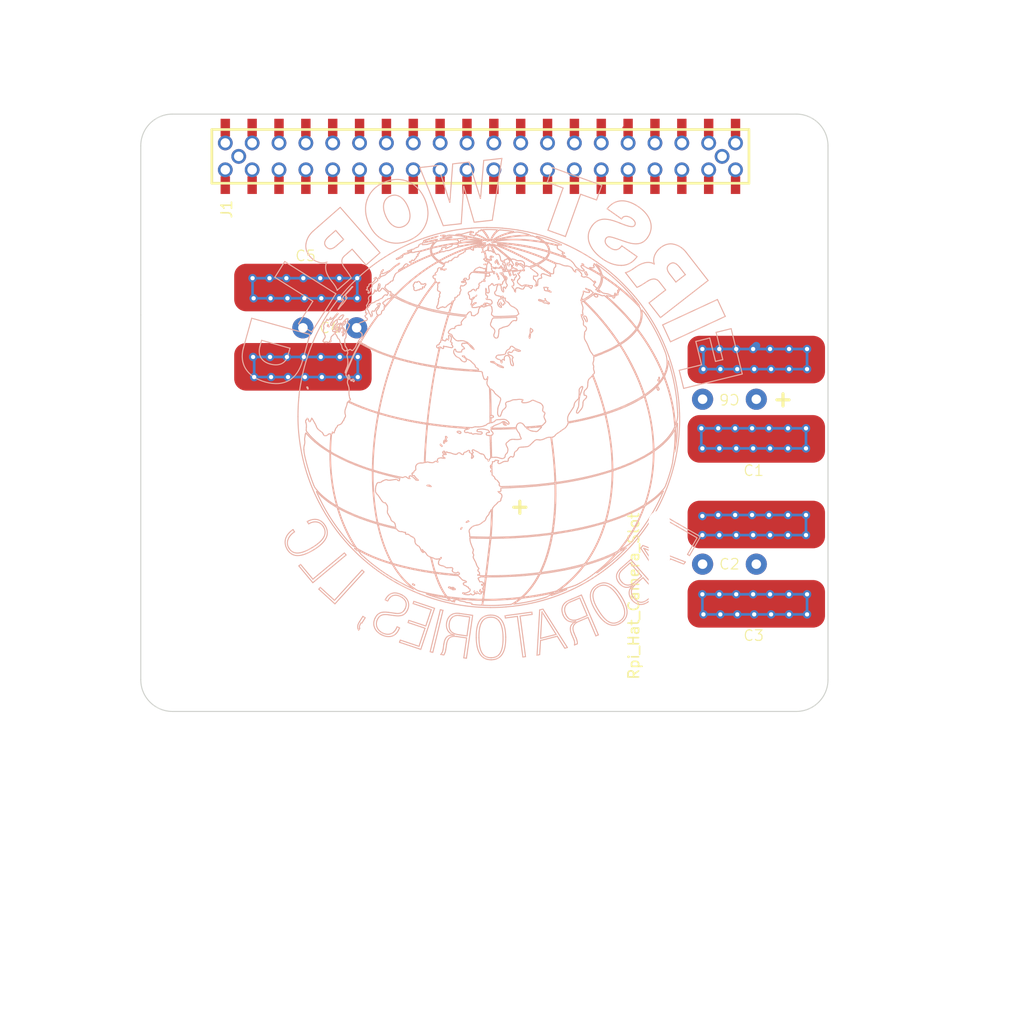
<source format=kicad_pcb>
(kicad_pcb (version 20240108) (generator "pcbnew") (generator_version "8.0")
  (layers (0 "F.Cu" signal) (31 "B.Cu" signal) (34 "B.Paste" user) (35 "F.Paste" user) (36 "B.SilkS" user "B.Silkscreen") (37 "F.SilkS" user "F.Silkscreen") (38 "B.Mask" user) (39 "F.Mask" user) (44 "Edge.Cuts" user))
  (net 0 "")
  (net 1 "Net-(J1-PWM0{slash}GPIO12)")
  (net 2 "GND")
  (net 3 "Net-(J1-PWM1{slash}GPIO13)")
  (net 4 "Net-(C5-Ground)")
  (net 5 "+12V")
  (net 7 "Net-(U1-VCC)")
  (net 14 "Net-(J1-GPIO15{slash}RXD)")
  (net 21 "Net-(J2-Pin_1)")
  (net 43 "Net-(C4-Ground)")
  (footprint "RPi_Hat:RPi_Hat_Mounting_Hole" (layer "F.Cu") (at 85.78 41.48)
    (property "Reference" "" (hide yes))
    (property "Value" "" (hide yes))
  )
  (footprint "Keiths_Parts:Samtec_HLE-120-02-XXX-DV-BE-XX-XX" (layer "F.Cu") (at 114.78 41.48 90)
    (property "Reference" "J1")
    (property "Value" "Raspberry_Pi_2_3")
  )
  (footprint "Keiths_Parts:APP Through-Hole" (layer "F.Cu") (at 138.335 64.45 180)
    (property "Reference" "C6")
    (property "Value" "~")
  )
  (footprint "RPi_Hat:RPi_Hat_Mounting_Hole" (layer "F.Cu") (at 143.78 90.48)
    (property "Reference" "" (hide yes))
    (property "Value" "" (hide yes))
  )
  (footprint "Keiths_Parts:APP Through-Hole" (layer "F.Cu") (at 138.335 80.05 180)
    (property "Reference" "C2")
    (property "Value" "~")
  )
  (footprint "Keiths_Parts:Anderson Power Pole" (layer "F.Cu") (at 97.992 57.635)
    (property "Reference" "C5")
    (property "Value" "~")
  )
  (footprint "RPi_Hat:RPi_Hat_Mounting_Hole" (layer "F.Cu") (at 143.78 41.48)
    (property "Reference" "" (hide yes))
    (property "Value" "" (hide yes))
  )
  (footprint "Keiths_Parts:Anderson Power Pole" (layer "F.Cu") (at 140.875 80.05 180)
    (property "Reference" "C3")
    (property "Value" "~")
  )
  (footprint "Keiths_Parts:Anderson Power Pole" (layer "F.Cu") (at 140.875 64.45 180)
    (property "Reference" "C1")
    (property "Value" "~" (hide yes))
  )
  (footprint "RPi_Hat:RPi_Hat_Mounting_Hole" (layer "F.Cu") (at 85.78 90.48)
    (property "Reference" "" (hide yes))
    (property "Value" "" (hide yes))
  )
  (footprint "Keiths_Parts:APP Through-Hole" (layer "F.Cu") (at 100.532 57.695)
    (property "Reference" "C4")
    (property "Value" "~")
  )
  (footprint "Keiths_Parts:Rpi_Hat_Camera_Slot" (layer "F.Cu") (at 131.7 83.5)
    (property "Reference" "REF**")
    (property "Value" "Rpi_Hat_Camera_Slot")
  )
  (gr_curve (pts (xy 100.476981 57.574008) (xy 100.478263 57.564483) (xy 100.467192 57.550372) (xy 100.457923 57.542904)) (stroke (width 0.1)) (layer "B.SilkS"))
  (gr_curve (pts (xy 130.351954 64.161354) (xy 130.392913 64.13158) (xy 130.429846 64.103836) (xy 130.467662 64.077354)) (stroke (width 0.1)) (layer "B.SilkS"))
  (gr_curve (pts (xy 127.461352 54.851607) (xy 127.505934 54.759357) (xy 127.506423 54.665729) (xy 127.506743 54.572673)) (stroke (width 0.1)) (layer "B.SilkS"))
  (gr_curve (pts (xy 117.666502 61.123607) (xy 117.643283 61.055992) (xy 117.62937 60.984436) (xy 117.618678 60.913471)) (stroke (width 0.1)) (layer "B.SilkS"))
  (gr_line (start 103.587207 80.610254) (end 100.977343 83.472559) (stroke (width 0.1)) (layer "B.SilkS"))
  (gr_curve (pts (xy 128.009299 78.675236) (xy 128.031935 78.640293) (xy 128.051699 78.603038) (xy 128.077635 78.57075)) (stroke (width 0.1)) (layer "B.SilkS"))
  (gr_curve (pts (xy 114.928817 50.141257) (xy 114.873809 50.055725) (xy 114.799788 50.046989) (xy 114.715163 50.071532)) (stroke (width 0.1)) (layer "B.SilkS"))
  (gr_curve (pts (xy 113.294006 53.3679) (xy 113.25714 53.378185) (xy 113.220481 53.389743) (xy 113.183035 53.397209)) (stroke (width 0.1)) (layer "B.SilkS"))
  (gr_curve (pts (xy 115.997279 50.9911) (xy 115.943159 50.994407) (xy 115.900977 50.992588) (xy 115.860702 51.000476)) (stroke (width 0.1)) (layer "B.SilkS"))
  (gr_curve (pts (xy 112.244254 82.46661) (xy 112.252502 82.45499) (xy 112.23883 82.441112) (xy 112.232116 82.433154)) (stroke (width 0.1)) (layer "B.SilkS"))
  (gr_curve (pts (xy 110.826285 79.906856) (xy 110.828711 79.922641) (xy 110.820617 79.940136) (xy 110.817031 79.956745)) (stroke (width 0.1)) (layer "B.SilkS"))
  (gr_curve (pts (xy 113.916465 55.534911) (xy 113.938178 55.553097) (xy 113.976585 55.55775) (xy 113.999892 55.540912)) (stroke (width 0.1)) (layer "B.SilkS"))
  (gr_curve (pts (xy 113.134498 60.419055) (xy 113.110892 60.407001) (xy 113.073508 60.405105) (xy 113.072211 60.357673)) (stroke (width 0.1)) (layer "B.SilkS"))
  (gr_line (start 130.243457 78.54873) (end 132.571582 79.473291) (stroke (width 0.1)) (layer "B.SilkS"))
  (gr_curve (pts (xy 104.160872 53.784378) (xy 104.243422 53.720875) (xy 104.246451 53.713649) (xy 104.234397 53.595775)) (stroke (width 0.1)) (layer "B.SilkS"))
  (gr_curve (pts (xy 92.365527 59.592432) (xy 91.93291 61.14126) (xy 92.74248 62.347314) (xy 94.422656 62.816309)) (stroke (width 0.1)) (layer "B.SilkS"))
  (gr_curve (pts (xy 117.503684 51.729343) (xy 117.492266 51.763225) (xy 117.490245 51.800273) (xy 117.483336 51.839435)) (stroke (width 0.1)) (layer "B.SilkS"))
  (gr_line (start 139.548144 62.062891) (end 138.49541 57.775537) (stroke (width 0.1)) (layer "B.SilkS"))
  (gr_curve (pts (xy 113.948706 54.155055) (xy 113.914413 54.209064) (xy 113.869712 54.241565) (xy 113.80657 54.251991)) (stroke (width 0.1)) (layer "B.SilkS"))
  (gr_curve (pts (xy 110.867377 59.518737) (xy 110.895415 59.558979) (xy 110.879401 59.600521) (xy 110.870597 59.641597)) (stroke (width 0.1)) (layer "B.SilkS"))
  (gr_curve (pts (xy 112.339576 50.163482) (xy 112.374213 50.147586) (xy 112.408309 50.128246) (xy 112.444823 50.119025)) (stroke (width 0.1)) (layer "B.SilkS"))
  (gr_curve (pts (xy 111.010169 68.695087) (xy 110.964927 68.725231) (xy 110.964164 68.755458) (xy 110.985076 68.779895)) (stroke (width 0.1)) (layer "B.SilkS"))
  (gr_curve (pts (xy 112.969367 69.630443) (xy 112.942893 69.609279) (xy 112.921088 69.58208) (xy 112.893912 69.562022)) (stroke (width 0.1)) (layer "B.SilkS"))
  (gr_curve (pts (xy 101.097846 74.622058) (xy 101.268073 74.722759) (xy 101.223273 74.670039) (xy 101.281348 74.859241)) (stroke (width 0.1)) (layer "B.SilkS"))
  (gr_curve (pts (xy 125.100577 59.741077) (xy 124.987357 59.462032) (xy 124.889742 59.175724) (xy 124.721431 58.921474)) (stroke (width 0.1)) (layer "B.SilkS"))
  (gr_curve (pts (xy 133.128531 67.402111) (xy 133.136 67.388721) (xy 133.147788 67.377727) (xy 133.157214 67.366039)) (stroke (width 0.1)) (layer "B.SilkS"))
  (gr_curve (pts (xy 132.131499 62.146667) (xy 131.915679 61.617706) (xy 131.686278 61.111729) (xy 131.431079 60.617641)) (stroke (width 0.1)) (layer "B.SilkS"))
  (gr_curve (pts (xy 121.168731 54.106632) (xy 121.195373 54.126728) (xy 121.227892 54.138889) (xy 121.257109 54.155757)) (stroke (width 0.1)) (layer "B.SilkS"))
  (gr_curve (pts (xy 129.616774 70.290111) (xy 129.689188 70.254344) (xy 129.761141 70.217654) (xy 129.83303 70.180836)) (stroke (width 0.1)) (layer "B.SilkS"))
  (gr_curve (pts (xy 113.270942 59.664604) (xy 113.242232 59.700031) (xy 113.203162 59.703182) (xy 113.166022 59.710022)) (stroke (width 0.1)) (layer "B.SilkS"))
  (gr_curve (pts (xy 103.591536 58.306667) (xy 103.585089 58.258605) (xy 103.564124 58.218612) (xy 103.526495 58.186329)) (stroke (width 0.1)) (layer "B.SilkS"))
  (gr_curve (pts (xy 112.292159 83.456722) (xy 112.27616 83.452213) (xy 112.257033 83.447109) (xy 112.24253 83.451946)) (stroke (width 0.1)) (layer "B.SilkS"))
  (gr_curve (pts (xy 120.841266 66.261218) (xy 120.858905 66.295177) (xy 120.87699 66.329006) (xy 120.892367 66.363986)) (stroke (width 0.1)) (layer "B.SilkS"))
  (gr_curve (pts (xy 110.637137 79.571483) (xy 110.692344 79.568576) (xy 110.747664 79.56702) (xy 110.80271 79.562251)) (stroke (width 0.1)) (layer "B.SilkS"))
  (gr_curve (pts (xy 105.184638 53.545917) (xy 105.200881 53.538582) (xy 105.222022 53.542095) (xy 105.255667 53.539581)) (stroke (width 0.1)) (layer "B.SilkS"))
  (gr_curve (pts (xy 130.260813 63.904804) (xy 130.016196 63.174419) (xy 129.725677 62.462623) (xy 129.396804 61.766273)) (stroke (width 0.1)) (layer "B.SilkS"))
  (gr_curve (pts (xy 105.42256 64.2621) (xy 105.384482 64.423317) (xy 105.348685 64.585094) (xy 105.313155 64.746914)) (stroke (width 0.1)) (layer "B.SilkS"))
  (gr_curve (pts (xy 123.715247 72.146793) (xy 124.425212 72.011768) (xy 125.128981 71.850482) (xy 125.827025 71.663554)) (stroke (width 0.1)) (layer "B.SilkS"))
  (gr_curve (pts (xy 114.109534 67.745769) (xy 114.251242 67.693294) (xy 114.393546 67.713344) (xy 114.537559 67.734157)) (stroke (width 0.1)) (layer "B.SilkS"))
  (gr_curve (pts (xy 129.141406 83.466211) (xy 129.606738 83.996484) (xy 130.243945 83.978662) (xy 130.784961 83.503076)) (stroke (width 0.1)) (layer "B.SilkS"))
  (gr_curve (pts (xy 115.798865 77.497699) (xy 115.798865 77.460948) (xy 115.797392 77.440318) (xy 115.799113 77.419956)) (stroke (width 0.1)) (layer "B.SilkS"))
  (gr_curve (pts (xy 112.339927 82.453579) (xy 112.36251 82.466258) (xy 112.401724 82.454616) (xy 112.40422 82.433322)) (stroke (width 0.1)) (layer "B.SilkS"))
  (gr_curve (pts (xy 111.42366 58.933132) (xy 111.383277 58.92263) (xy 111.344062 58.904621) (xy 111.307127 58.884743)) (stroke (width 0.1)) (layer "B.SilkS"))
  (gr_curve (pts (xy 100.549369 70.143733) (xy 100.554282 70.351925) (xy 100.561225 70.560168) (xy 100.572852 70.768085)) (stroke (width 0.1)) (layer "B.SilkS"))
  (gr_curve (pts (xy 105.789481 62.856597) (xy 105.745245 63.011826) (xy 105.701857 63.167316) (xy 105.660102 63.32323)) (stroke (width 0.1)) (layer "B.SilkS"))
  (gr_curve (pts (xy 111.118819 50.244274) (xy 111.129737 50.264221) (xy 111.147261 50.280551) (xy 111.167075 50.305118)) (stroke (width 0.1)) (layer "B.SilkS"))
  (gr_curve (pts (xy 121.644462 77.08131) (xy 121.686793 76.764812) (xy 121.732459 76.458095) (xy 121.767691 76.15018)) (stroke (width 0.1)) (layer "B.SilkS"))
  (gr_line (start 107.13457 86.082422) (end 106.906543 85.970361) (stroke (width 0.1)) (layer "B.SilkS"))
  (gr_curve (pts (xy 113.487082 59.045139) (xy 113.528861 59.065254) (xy 113.570617 59.088714) (xy 113.605903 59.1184)) (stroke (width 0.1)) (layer "B.SilkS"))
  (gr_curve (pts (xy 108.96546 55.492572) (xy 108.941336 55.530986) (xy 108.925101 55.576725) (xy 108.885985 55.600059)) (stroke (width 0.1)) (layer "B.SilkS"))
  (gr_curve (pts (xy 130.275241 74.693004) (xy 130.316466 74.5816) (xy 130.378604 74.509411) (xy 130.47729 74.447689)) (stroke (width 0.1)) (layer "B.SilkS"))
  (gr_curve (pts (xy 110.930717 51.378528) (xy 111.686339 50.951984) (xy 112.463126 50.591663) (xy 113.27188 50.300682)) (stroke (width 0.1)) (layer "B.SilkS"))
  (gr_curve (pts (xy 114.639941 87.003809) (xy 114.620898 85.703027) (xy 114.974902 85.073145) (xy 115.755176 85.061182)) (stroke (width 0.1)) (layer "B.SilkS"))
  (gr_curve (pts (xy 121.55147 82.947742) (xy 121.591838 82.922924) (xy 121.631751 82.89735) (xy 121.671927 82.872234)) (stroke (width 0.1)) (layer "B.SilkS"))
  (gr_curve (pts (xy 110.41693 80.790675) (xy 110.393004 80.790675) (xy 110.367988 80.793765) (xy 110.343955 80.790233)) (stroke (width 0.1)) (layer "B.SilkS"))
  (gr_curve (pts (xy 115.386756 51.722393) (xy 115.389449 51.681568) (xy 115.408347 51.657947) (xy 115.444518 51.632732)) (stroke (width 0.1)) (layer "B.SilkS"))
  (gr_curve (pts (xy 115.090079 62.446708) (xy 115.100951 62.478401) (xy 115.115996 62.510189) (xy 115.135787 62.537006)) (stroke (width 0.1)) (layer "B.SilkS"))
  (gr_curve (pts (xy 117.736648 53.170001) (xy 117.725562 53.154857) (xy 117.708976 53.136169) (xy 117.736426 53.1137)) (stroke (width 0.1)) (layer "B.SilkS"))
  (gr_curve (pts (xy 109.722266 72.608188) (xy 109.798148 72.562816) (xy 109.86798 72.556819) (xy 109.937659 72.5713)) (stroke (width 0.1)) (layer "B.SilkS"))
  (gr_curve (pts (xy 116.030036 49.798447) (xy 116.841395 50.106372) (xy 117.632834 50.45927) (xy 118.407206 50.850768)) (stroke (width 0.1)) (layer "B.SilkS"))
  (gr_line (start 121.592578 42.546045) (end 121.096972 43.924219) (stroke (width 0.1)) (layer "B.SilkS"))
  (gr_curve (pts (xy 126.101878 56.73661) (xy 126.004652 56.623989) (xy 125.906485 56.51215) (xy 125.807192 56.401347)) (stroke (width 0.1)) (layer "B.SilkS"))
  (gr_curve (pts (xy 133.502616 64.258899) (xy 133.348696 62.93129) (xy 133.049266 61.637783) (xy 132.602027 60.378643)) (stroke (width 0.1)) (layer "B.SilkS"))
  (gr_curve (pts (xy 113.375906 53.203429) (xy 113.365913 53.1739) (xy 113.340102 53.169918) (xy 113.314338 53.168544)) (stroke (width 0.1)) (layer "B.SilkS"))
  (gr_curve (pts (xy 124.32632 52.786113) (xy 124.398749 52.727028) (xy 124.384757 52.66296) (xy 124.35168 52.598189)) (stroke (width 0.1)) (layer "B.SilkS"))
  (gr_curve (pts (xy 109.166411 78.741825) (xy 109.205138 78.82397) (xy 109.261237 78.892841) (xy 109.336745 78.944149)) (stroke (width 0.1)) (layer "B.SilkS"))
  (gr_curve (pts (xy 111.962684 82.365382) (xy 112.032973 82.375194) (xy 112.086173 82.416362) (xy 112.142768 82.453082)) (stroke (width 0.1)) (layer "B.SilkS"))
  (gr_curve (pts (xy 105.253623 56.462696) (xy 105.347358 56.445728) (xy 105.399466 56.381504) (xy 105.41841 56.289611)) (stroke (width 0.1)) (layer "B.SilkS"))
  (gr_curve (pts (xy 117.138499 66.807506) (xy 117.097689 66.76012) (xy 117.055686 66.713618) (xy 117.011557 66.669368)) (stroke (width 0.1)) (layer "B.SilkS"))
  (gr_curve (pts (xy 117.917857 48.580341) (xy 117.538558 48.658691) (xy 117.172888 48.766178) (xy 116.816573 48.908981)) (stroke (width 0.1)) (layer "B.SilkS"))
  (gr_curve (pts (xy 111.453231 57.634174) (xy 111.688315 56.791694) (xy 111.771094 56.528995) (xy 111.829001 56.426479)) (stroke (width 0.1)) (layer "B.SilkS"))
  (gr_curve (pts (xy 116.854292 51.379722) (xy 116.830672 51.385219) (xy 116.807299 51.391838) (xy 116.788321 51.39677)) (stroke (width 0.1)) (layer "B.SilkS"))
  (gr_curve (pts (xy 104.859328 55.942733) (xy 104.880545 55.895595) (xy 104.904311 55.852748) (xy 104.951659 55.82481)) (stroke (width 0.1)) (layer "B.SilkS"))
  (gr_curve (pts (xy 119.421683 58.377277) (xy 119.479648 58.245235) (xy 119.498175 58.109264) (xy 119.492236 57.967354)) (stroke (width 0.1)) (layer "B.SilkS"))
  (gr_curve (pts (xy 123.625781 87.193994) (xy 123.692676 87.352441) (xy 123.713183 87.524561) (xy 123.680468 87.694238)) (stroke (width 0.1)) (layer "B.SilkS"))
  (gr_curve (pts (xy 110.807814 53.505966) (xy 110.748359 53.561359) (xy 110.714141 53.627937) (xy 110.743201 53.711555)) (stroke (width 0.1)) (layer "B.SilkS"))
  (gr_curve (pts (xy 116.93698 66.69482) (xy 116.929152 66.779903) (xy 116.96923 66.844311) (xy 117.045436 66.875377)) (stroke (width 0.1)) (layer "B.SilkS"))
  (gr_curve (pts (xy 115.058906 48.595272) (xy 115.30329 48.884059) (xy 115.525092 49.256614) (xy 115.567038 49.449516)) (stroke (width 0.1)) (layer "B.SilkS"))
  (gr_line (start 121.096972 43.924219) (end 122.602832 44.465723) (stroke (width 0.1)) (layer "B.SilkS"))
  (gr_curve (pts (xy 129.365039 52.024316) (xy 129.008105 52.281885) (xy 128.684863 52.452539) (xy 128.499804 52.475)) (stroke (width 0.1)) (layer "B.SilkS"))
  (gr_curve (pts (xy 124.739966 63.53363) (xy 124.743438 63.53123) (xy 124.746211 63.527851) (xy 124.749473 63.525123)) (stroke (width 0.1)) (layer "B.SilkS"))
  (gr_curve (pts (xy 110.129477 50.781264) (xy 109.488349 51.040729) (xy 108.857596 51.323112) (xy 108.240256 51.6352)) (stroke (width 0.1)) (layer "B.SilkS"))
  (gr_curve (pts (xy 114.580542 80.39194) (xy 114.502936 80.295383) (xy 114.436957 80.194057) (xy 114.402259 80.071941)) (stroke (width 0.1)) (layer "B.SilkS"))
  (gr_line (start 101.092578 48.483057) (end 101.841113 49.336816) (stroke (width 0.1)) (layer "B.SilkS"))
  (gr_curve (pts (xy 108.94934 50.4655) (xy 108.904975 50.478096) (xy 108.858298 50.486411) (xy 108.812308 50.488555)) (stroke (width 0.1)) (layer "B.SilkS"))
  (gr_curve (pts (xy 121.141288 53.962905) (xy 121.107226 54.021847) (xy 121.114371 54.06562) (xy 121.168731 54.106632)) (stroke (width 0.1)) (layer "B.SilkS"))
  (gr_curve (pts (xy 118.03583 54.265842) (xy 118.018737 54.237682) (xy 118.002223 54.205272) (xy 117.999106 54.173293)) (stroke (width 0.1)) (layer "B.SilkS"))
  (gr_curve (pts (xy 110.170981 79.499629) (xy 110.166388 79.475742) (xy 110.167434 79.450763) (xy 110.165091 79.414439)) (stroke (width 0.1)) (layer "B.SilkS"))
  (gr_curve (pts (xy 116.023284 71.733341) (xy 115.982302 71.696727) (xy 115.93748 71.664394) (xy 115.887027 71.624309)) (stroke (width 0.1)) (layer "B.SilkS"))
  (gr_curve (pts (xy 104.818164 85.154687) (xy 104.501758 85.79751) (xy 104.813769 86.42373) (xy 105.438769 86.730859)) (stroke (width 0.1)) (layer "B.SilkS"))
  (gr_curve (pts (xy 115.798064 67.122974) (xy 115.8049 67.113658) (xy 115.818122 67.107272) (xy 115.829813 67.103588)) (stroke (width 0.1)) (layer "B.SilkS"))
  (gr_curve (pts (xy 115.262564 49.821532) (xy 115.263625 49.821475) (xy 115.264624 49.821411) (xy 115.265578 49.82135)) (stroke (width 0.1)) (layer "B.SilkS"))
  (gr_curve (pts (xy 100.216689 73.897281) (xy 99.830787 73.600689) (xy 99.479453 73.26884) (xy 99.181677 72.882144)) (stroke (width 0.1)) (layer "B.SilkS"))
  (gr_line (start 128.499804 52.475) (end 129.580859 53.863184) (stroke (width 0.1)) (layer "B.SilkS"))
  (gr_curve (pts (xy 118.613044 50.871482) (xy 118.371574 50.746704) (xy 118.128341 50.625061) (xy 117.882995 50.508098)) (stroke (width 0.1)) (layer "B.SilkS"))
  (gr_curve (pts (xy 119.034152 67.08131) (xy 118.993685 67.024868) (xy 118.95925 66.97105) (xy 118.918925 66.922092)) (stroke (width 0.1)) (layer "B.SilkS"))
  (gr_curve (pts (xy 114.082053 54.971538) (xy 113.993644 55.005893) (xy 113.965766 55.076282) (xy 113.976828 55.167122)) (stroke (width 0.1)) (layer "B.SilkS"))
  (gr_curve (pts (xy 103.460196 58.94545) (xy 103.441367 58.97641) (xy 103.435256 59.020263) (xy 103.381583 59.028857)) (stroke (width 0.1)) (layer "B.SilkS"))
  (gr_curve (pts (xy 114.574958 53.960468) (xy 114.558784 53.965324) (xy 114.541533 53.966457) (xy 114.524863 53.969775)) (stroke (width 0.1)) (layer "B.SilkS"))
  (gr_curve (pts (xy 121.904231 51.83197) (xy 121.90827 51.877765) (xy 121.895888 51.915523) (xy 121.860671 51.945476)) (stroke (width 0.1)) (layer "B.SilkS"))
  (gr_curve (pts (xy 104.552398 71.110759) (xy 104.40454 71.091343) (xy 103.873237 70.912364) (xy 103.208762 70.656627)) (stroke (width 0.1)) (layer "B.SilkS"))
  (gr_line (start 103.260058 86.292139) (end 103.363574 86.126855) (stroke (width 0.1)) (layer "B.SilkS"))
  (gr_curve (pts (xy 109.510547 45.490137) (xy 109.174121 44.738184) (xy 108.623828 44.134424) (xy 107.89873 43.845361)) (stroke (width 0.1)) (layer "B.SilkS"))
  (gr_curve (pts (xy 112.222075 82.365993) (xy 112.23046 82.373653) (xy 112.238891 82.381252) (xy 112.24771 82.388393)) (stroke (width 0.1)) (layer "B.SilkS"))
  (gr_curve (pts (xy 116.502288 52.052257) (xy 116.528849 52.036785) (xy 116.555781 52.024795) (xy 116.578139 52.007049)) (stroke (width 0.1)) (layer "B.SilkS"))
  (gr_curve (pts (xy 111.475806 68.42728) (xy 111.472312 68.427768) (xy 111.470641 68.44128) (xy 111.465728 68.455783)) (stroke (width 0.1)) (layer "B.SilkS"))
  (gr_curve (pts (xy 120.353331 55.140193) (xy 120.341284 55.136802) (xy 120.329539 55.131313) (xy 120.318686 55.125)) (stroke (width 0.1)) (layer "B.SilkS"))
  (gr_curve (pts (xy 110.164992 63.318832) (xy 110.107527 63.679691) (xy 110.056136 64.041561) (xy 110.005866 64.403515)) (stroke (width 0.1)) (layer "B.SilkS"))
  (gr_curve (pts (xy 112.300406 83.612499) (xy 112.282081 83.605464) (xy 112.262992 83.603206) (xy 112.243415 83.600055)) (stroke (width 0.1)) (layer "B.SilkS"))
  (gr_curve (pts (xy 98.285937 49.721338) (xy 98.205859 50.163721) (xy 98.342578 50.586328) (xy 98.674609 50.96499)) (stroke (width 0.1)) (layer "B.SilkS"))
  (gr_curve (pts (xy 130.482444 69.826961) (xy 130.552313 69.786411) (xy 130.622027 69.745555) (xy 130.691074 69.703632)) (stroke (width 0.1)) (layer "B.SilkS"))
  (gr_curve (pts (xy 100.567847 56.788158) (xy 100.57717 56.774207) (xy 100.595466 56.711468) (xy 100.619483 56.715679)) (stroke (width 0.1)) (layer "B.SilkS"))
  (gr_curve (pts (xy 113.802703 48.790313) (xy 113.778014 48.810954) (xy 113.769835 48.846065) (xy 113.78218 48.87112)) (stroke (width 0.1)) (layer "B.SilkS"))
  (gr_curve (pts (xy 112.816313 67.6869) (xy 112.851188 67.70354) (xy 112.88227 67.69186) (xy 112.908973 67.668171)) (stroke (width 0.1)) (layer "B.SilkS"))
  (gr_curve (pts (xy 113.148108 59.152652) (xy 113.101241 59.137405) (xy 113.066031 59.1636) (xy 113.040785 59.201942)) (stroke (width 0.1)) (layer "B.SilkS"))
  (gr_curve (pts (xy 107.655066 77.035847) (xy 107.670165 77.033382) (xy 107.686965 77.041423) (xy 107.703788 77.044788)) (stroke (width 0.1)) (layer "B.SilkS"))
  (gr_curve (pts (xy 111.151206 68.903362) (xy 111.157905 68.890918) (xy 111.158904 68.870647) (xy 111.153434 68.857692)) (stroke (width 0.1)) (layer "B.SilkS"))
  (gr_curve (pts (xy 115.505675 70.240382) (xy 115.493468 70.169468) (xy 115.448081 70.129421) (xy 115.38729 70.101078)) (stroke (width 0.1)) (layer "B.SilkS"))
  (gr_curve (pts (xy 114.577376 81.42892) (xy 114.55387 81.380489) (xy 114.568931 81.348125) (xy 114.621345 81.332546)) (stroke (width 0.1)) (layer "B.SilkS"))
  (gr_curve (pts (xy 112.031295 69.554408) (xy 111.976455 69.528339) (xy 111.922728 69.509838) (xy 111.860862 69.511493)) (stroke (width 0.1)) (layer "B.SilkS"))
  (gr_curve (pts (xy 117.014709 60.220065) (xy 117.106616 60.204788) (xy 117.165919 60.147411) (xy 117.188124 60.054779)) (stroke (width 0.1)) (layer "B.SilkS"))
  (gr_curve (pts (xy 120.578166 52.930175) (xy 120.585727 52.960777) (xy 120.566935 52.990394) (xy 120.535391 52.997982)) (stroke (width 0.1)) (layer "B.SilkS"))
  (gr_curve (pts (xy 101.128379 57.985007) (xy 101.117514 58.007358) (xy 101.110739 58.025668) (xy 101.10044 58.041729)) (stroke (width 0.1)) (layer "B.SilkS"))
  (gr_curve (pts (xy 102.245245 56.955348) (xy 102.233542 57.004822) (xy 102.215705 57.053749) (xy 102.211333 57.103858)) (stroke (width 0.1)) (layer "B.SilkS"))
  (gr_line (start 124.334277 82.966943) (end 123.159472 83.465967) (stroke (width 0.1)) (layer "B.SilkS"))
  (gr_curve (pts (xy 113.295378 49.356498) (xy 113.715842 49.373683) (xy 114.135642 49.399975) (xy 114.553435 49.451668)) (stroke (width 0.1)) (layer "B.SilkS"))
  (gr_curve (pts (xy 117.123549 70.326107) (xy 117.19147 70.328258) (xy 117.259612 70.327327) (xy 117.327513 70.324344)) (stroke (width 0.1)) (layer "B.SilkS"))
  (gr_curve (pts (xy 115.873973 56.203754) (xy 115.90298 56.120765) (xy 115.910506 56.039951) (xy 115.8851 55.954105)) (stroke (width 0.1)) (layer "B.SilkS"))
  (gr_curve (pts (xy 126.563834 65.893104) (xy 126.849731 67.047214) (xy 127.048591 68.218868) (xy 127.158946 69.406055)) (stroke (width 0.1)) (layer "B.SilkS"))
  (gr_curve (pts (xy 124.589591 52.240364) (xy 124.576445 52.214462) (xy 124.558413 52.190006) (xy 124.538367 52.168876)) (stroke (width 0.1)) (layer "B.SilkS"))
  (gr_curve (pts (xy 112.970405 57.287383) (xy 112.983527 57.321903) (xy 112.992934 57.357833) (xy 113.002952 57.389786)) (stroke (width 0.1)) (layer "B.SilkS"))
  (gr_curve (pts (xy 132.673144 51.677881) (xy 133.007617 51.417627) (xy 133.317676 51.581445) (xy 133.637011 51.991602)) (stroke (width 0.1)) (layer "B.SilkS"))
  (gr_curve (pts (xy 100.192187 50.027734) (xy 99.91289 49.709131) (xy 100.058398 49.390039) (xy 100.449511 49.047266)) (stroke (width 0.1)) (layer "B.SilkS"))
  (gr_curve (pts (xy 114.93302 81.945193) (xy 114.970595 81.944034) (xy 115.008437 81.953487) (xy 115.046279 81.957805)) (stroke (width 0.1)) (layer "B.SilkS"))
  (gr_line (start 137.016406 60.872949) (end 136.472461 58.659326) (stroke (width 0.1)) (layer "B.SilkS"))
  (gr_curve (pts (xy 104.944518 52.999229) (xy 104.964187 53.018421) (xy 104.995223 53.025974) (xy 105.024299 53.040088)) (stroke (width 0.1)) (layer "B.SilkS"))
  (gr_curve (pts (xy 98.383674 63.283501) (xy 98.396247 63.283726) (xy 98.410094 63.286758) (xy 98.41899 63.288997)) (stroke (width 0.1)) (layer "B.SilkS"))
  (gr_curve (pts (xy 112.101767 82.303295) (xy 112.101439 82.302959) (xy 112.101096 82.302608) (xy 112.100745 82.302272)) (stroke (width 0.1)) (layer "B.SilkS"))
  (gr_curve (pts (xy 101.039191 56.555747) (xy 101.055594 56.528827) (xy 101.076652 56.504741) (xy 101.102179 56.470516)) (stroke (width 0.1)) (layer "B.SilkS"))
  (gr_curve (pts (xy 110.33203 50.079754) (xy 110.296546 50.088569) (xy 110.259658 50.091689) (xy 110.222671 50.097579)) (stroke (width 0.1)) (layer "B.SilkS"))
  (gr_curve (pts (xy 114.007567 55.752067) (xy 114.024779 55.763286) (xy 114.045653 55.775176) (xy 114.065124 55.775607)) (stroke (width 0.1)) (layer "B.SilkS"))
  (gr_curve (pts (xy 118.860968 53.687591) (xy 118.949877 53.635197) (xy 119.044856 53.626117) (xy 119.144278 53.645244)) (stroke (width 0.1)) (layer "B.SilkS"))
  (gr_curve (pts (xy 105.804892 78.747875) (xy 105.859748 78.881511) (xy 105.917288 79.014133) (xy 105.976882 79.14574)) (stroke (width 0.1)) (layer "B.SilkS"))
  (gr_line (start 114.191699 47.709131) (end 115.900683 47.518945) (stroke (width 0.1)) (layer "B.SilkS"))
  (gr_curve (pts (xy 101.84294 54.701526) (xy 101.852225 54.683014) (xy 101.86756 54.667156) (xy 101.881644 54.651485)) (stroke (width 0.1)) (layer "B.SilkS"))
  (gr_curve (pts (xy 113.277953 83.599079) (xy 113.144996 83.571933) (xy 113.011359 83.54803) (xy 112.877723 83.524387)) (stroke (width 0.1)) (layer "B.SilkS"))
  (gr_curve (pts (xy 113.992041 54.9509) (xy 114.005592 54.934772) (xy 114.016417 54.916133) (xy 114.027068 54.897811)) (stroke (width 0.1)) (layer "B.SilkS"))
  (gr_curve (pts (xy 119.566611 52.099441) (xy 119.540953 52.080764) (xy 119.511157 52.062004) (xy 119.505199 52.0237)) (stroke (width 0.1)) (layer "B.SilkS"))
  (gr_curve (pts (xy 114.642653 81.034511) (xy 114.699683 81.017254) (xy 114.717696 80.984829) (xy 114.705893 80.928585)) (stroke (width 0.1)) (layer "B.SilkS"))
  (gr_curve (pts (xy 108.590247 77.801311) (xy 108.589377 77.8353) (xy 108.590262 77.869357) (xy 108.590888 77.903362)) (stroke (width 0.1)) (layer "B.SilkS"))
  (gr_curve (pts (xy 114.153098 59.68172) (xy 114.159331 59.694431) (xy 114.159385 59.71017) (xy 114.165999 59.742686)) (stroke (width 0.1)) (layer "B.SilkS"))
  (gr_curve (pts (xy 119.893413 53.161761) (xy 119.869704 53.143939) (xy 119.845381 53.12614) (xy 119.825141 53.104736)) (stroke (width 0.1)) (layer "B.SilkS"))
  (gr_curve (pts (xy 115.33258 51.316268) (xy 115.326857 51.347442) (xy 115.332793 51.382533) (xy 115.305579 51.418502)) (stroke (width 0.1)) (layer "B.SilkS"))
  (gr_curve (pts (xy 117.859942 51.610023) (xy 117.881785 51.645351) (xy 117.899848 51.68301) (xy 117.91957 51.71955)) (stroke (width 0.1)) (layer "B.SilkS"))
  (gr_curve (pts (xy 117.020705 51.428443) (xy 117.023986 51.436272) (xy 117.027167 51.444484) (xy 117.032188 51.451172)) (stroke (width 0.1)) (layer "B.SilkS"))
  (gr_curve (pts (xy 113.216094 53.299823) (xy 113.257674 53.295513) (xy 113.29975 53.288311) (xy 113.339423 53.275531)) (stroke (width 0.1)) (layer "B.SilkS"))
  (gr_curve (pts (xy 101.652259 55.064723) (xy 101.672934 55.047114) (xy 101.682791 55.026176) (xy 101.694602 55.002063)) (stroke (width 0.1)) (layer "B.SilkS"))
  (gr_curve (pts (xy 104.709471 79.358684) (xy 104.178847 79.138836) (xy 103.663001 78.888836) (xy 103.167967 78.596653)) (stroke (width 0.1)) (layer "B.SilkS"))
  (gr_curve (pts (xy 118.461974 53.027682) (xy 118.43872 53.046214) (xy 118.414424 53.064396) (xy 118.395045 53.08662)) (stroke (width 0.1)) (layer "B.SilkS"))
  (gr_curve (pts (xy 112.681445 86.716943) (xy 112.040332 86.623926) (xy 111.743457 86.267725) (xy 111.832812 85.654687)) (stroke (width 0.1)) (layer "B.SilkS"))
  (gr_curve (pts (xy 114.694449 53.476451) (xy 114.691749 53.479739) (xy 114.688788 53.482791) (xy 114.685935 53.485957)) (stroke (width 0.1)) (layer "B.SilkS"))
  (gr_curve (pts (xy 110.819526 55.053165) (xy 110.8459 55.113521) (xy 110.832167 55.169879) (xy 110.810088 55.226192)) (stroke (width 0.1)) (layer "B.SilkS"))
  (gr_curve (pts (xy 112.105613 55.197422) (xy 112.111778 55.181922) (xy 112.12017 55.165794) (xy 112.146995 55.185001)) (stroke (width 0.1)) (layer "B.SilkS"))
  (gr_curve (pts (xy 101.645431 57.352031) (xy 101.659644 57.337039) (xy 101.678656 57.326671) (xy 101.693572 57.31221)) (stroke (width 0.1)) (layer "B.SilkS"))
  (gr_curve (pts (xy 108.91278 72.106769) (xy 108.86682 72.126811) (xy 108.83007 72.11475) (xy 108.794425 72.109134)) (stroke (width 0.1)) (layer "B.SilkS"))
  (gr_curve (pts (xy 132.730009 61.394779) (xy 132.945967 62.134235) (xy 133.114154 62.884582) (xy 133.234107 63.645458)) (stroke (width 0.1)) (layer "B.SilkS"))
  (gr_curve (pts (xy 124.637588 58.245425) (xy 124.620909 58.134666) (xy 124.646216 58.04351) (xy 124.739916 57.976482)) (stroke (width 0.1)) (layer "B.SilkS"))
  (gr_curve (pts (xy 94.422656 62.816309) (xy 96.248828 63.326318) (xy 97.469531 62.554102) (xy 97.953418 60.820215)) (stroke (width 0.1)) (layer "B.SilkS"))
  (gr_curve (pts (xy 101.73226 55.029193) (xy 101.7181 55.036765) (xy 101.703566 55.044247) (xy 101.690947 55.054004)) (stroke (width 0.1)) (layer "B.SilkS"))
  (gr_curve (pts (xy 112.783496 84.708887) (xy 112.166308 84.619531) (xy 111.682422 84.920068) (xy 111.581347 85.618311)) (stroke (width 0.1)) (layer "B.SilkS"))
  (gr_curve (pts (xy 113.955008 49.808525) (xy 114.329185 49.753292) (xy 114.705115 49.709869) (xy 115.08039 49.662239)) (stroke (width 0.1)) (layer "B.SilkS"))
  (gr_curve (pts (xy 118.914145 52.183689) (xy 118.926756 52.203994) (xy 118.938495 52.217048) (xy 118.943686 52.232326)) (stroke (width 0.1)) (layer "B.SilkS"))
  (gr_curve (pts (xy 112.287207 60.119327) (xy 112.369627 60.286147) (xy 112.480597 60.429862) (xy 112.665007 60.498089)) (stroke (width 0.1)) (layer "B.SilkS"))
  (gr_curve (pts (xy 110.078711 50.134223) (xy 110.052726 50.144618) (xy 110.033683 50.154182) (xy 110.013541 50.159992)) (stroke (width 0.1)) (layer "B.SilkS"))
  (gr_curve (pts (xy 112.101028 67.009357) (xy 111.897727 66.991772) (xy 111.694541 66.972263) (xy 111.491721 66.949886)) (stroke (width 0.1)) (layer "B.SilkS"))
  (gr_curve (pts (xy 125.390101 54.313827) (xy 125.410582 54.332732) (xy 125.445483 54.337028) (xy 125.450209 54.371811)) (stroke (width 0.1)) (layer "B.SilkS"))
  (gr_curve (pts (xy 121.912859 82.60667) (xy 121.442069 82.721294) (xy 120.968634 82.823513) (xy 120.492526 82.913455)) (stroke (width 0.1)) (layer "B.SilkS"))
  (gr_curve (pts (xy 123.701788 51.766697) (xy 123.754798 51.865764) (xy 123.828795 51.946822) (xy 123.920127 52.012543)) (stroke (width 0.1)) (layer "B.SilkS"))
  (gr_curve (pts (xy 126.49224 76.294002) (xy 126.339202 76.780765) (xy 126.160292 77.257823) (xy 125.954806 77.724911)) (stroke (width 0.1)) (layer "B.SilkS"))
  (gr_curve (pts (xy 110.632057 61.447857) (xy 110.686911 61.454304) (xy 110.741339 61.464176) (xy 110.796103 61.471469)) (stroke (width 0.1)) (layer "B.SilkS"))
  (gr_curve (pts (xy 103.579108 59.148639) (xy 103.54032 59.126007) (xy 103.494345 59.11029) (xy 103.470114 59.064273)) (stroke (width 0.1)) (layer "B.SilkS"))
  (gr_curve (pts (xy 104.082641 53.990631) (xy 104.114592 53.946216) (xy 104.075576 53.902751) (xy 104.069358 53.85543)) (stroke (width 0.1)) (layer "B.SilkS"))
  (gr_curve (pts (xy 106.216116 50.710357) (xy 104.949347 51.465316) (xy 103.787985 52.356395) (xy 102.74391 53.398411)) (stroke (width 0.1)) (layer "B.SilkS"))
  (gr_curve (pts (xy 118.125381 64.494327) (xy 118.197215 64.488788) (xy 118.270674 64.486286) (xy 118.339789 64.468395)) (stroke (width 0.1)) (layer "B.SilkS"))
  (gr_curve (pts (xy 108.673774 78.139377) (xy 108.726172 78.208583) (xy 108.790526 78.261913) (xy 108.866172 78.303569)) (stroke (width 0.1)) (layer "B.SilkS"))
  (gr_curve (pts (xy 112.287535 49.306724) (xy 112.028495 49.320415) (xy 111.769492 49.335022) (xy 111.510436 49.348262)) (stroke (width 0.1)) (layer "B.SilkS"))
  (gr_curve (pts (xy 121.676691 82.762851) (xy 121.662658 82.791423) (xy 121.644236 82.808407) (xy 121.62316 82.820896)) (stroke (width 0.1)) (layer "B.SilkS"))
  (gr_curve (pts (xy 120.152141 49.108997) (xy 120.122889 49.094348) (xy 120.095019 49.076923) (xy 120.066504 49.060783)) (stroke (width 0.1)) (layer "B.SilkS"))
  (gr_curve (pts (xy 133.421691 66.719249) (xy 133.423152 67.619197) (xy 133.349295 68.511272) (xy 133.176849 69.394085)) (stroke (width 0.1)) (layer "B.SilkS"))
  (gr_curve (pts (xy 113.926146 48.717914) (xy 113.911025 48.72792) (xy 113.901428 48.735248) (xy 113.890937 48.740951)) (stroke (width 0.1)) (layer "B.SilkS"))
  (gr_curve (pts (xy 120.778838 53.908767) (xy 120.774031 53.899467) (xy 120.778201 53.885532) (xy 120.778201 53.873977)) (stroke (width 0.1)) (layer "B.SilkS"))
  (gr_curve (pts (xy 111.508002 68.286533) (xy 111.514884 68.289516) (xy 111.525802 68.289425) (xy 111.532058 68.285854)) (stroke (width 0.1)) (layer "B.SilkS"))
  (gr_curve (pts (xy 119.503074 58.391517) (xy 119.501059 58.454959) (xy 119.492995 58.518306) (xy 119.485495 58.581436)) (stroke (width 0.1)) (layer "B.SilkS"))
  (gr_curve (pts (xy 125.124289 81.251377) (xy 124.740271 81.528377) (xy 124.335806 81.768016) (xy 123.914527 81.98138)) (stroke (width 0.1)) (layer "B.SilkS"))
  (gr_curve (pts (xy 110.506842 53.43816) (xy 110.531501 53.406086) (xy 110.551665 53.366191) (xy 110.590782 53.354831)) (stroke (width 0.1)) (layer "B.SilkS"))
  (gr_curve (pts (xy 126.338267 52.868595) (xy 126.373549 52.889018) (xy 126.402991 52.904475) (xy 126.430846 52.922397)) (stroke (width 0.1)) (layer "B.SilkS"))
  (gr_curve (pts (xy 110.594596 52.449397) (xy 110.562438 52.468204) (xy 110.534034 52.496509) (xy 110.510092 52.525577)) (stroke (width 0.1)) (layer "B.SilkS"))
  (gr_curve (pts (xy 123.149783 65.880176) (xy 123.164904 65.854549) (xy 123.179716 65.828689) (xy 123.19591 65.803729)) (stroke (width 0.1)) (layer "B.SilkS"))
  (gr_curve (pts (xy 115.389487 48.208881) (xy 114.909141 48.214557) (xy 114.424788 48.230384) (xy 113.940947 48.26834)) (stroke (width 0.1)) (layer "B.SilkS"))
  (gr_curve (pts (xy 107.090324 51.597644) (xy 107.103766 51.592437) (xy 107.120871 51.596698) (xy 107.141341 51.596698)) (stroke (width 0.1)) (layer "B.SilkS"))
  (gr_curve (pts (xy 102.079596 62.003437) (xy 102.209189 61.69849) (xy 102.32926 61.389468) (xy 102.460784 61.085392)) (stroke (width 0.1)) (layer "B.SilkS"))
  (gr_curve (pts (xy 111.76715 56.276576) (xy 111.718345 56.270397) (xy 111.667647 56.26699) (xy 111.618201 56.257255)) (stroke (width 0.1)) (layer "B.SilkS"))
  (gr_curve (pts (xy 120.045218 51.661957) (xy 119.804595 51.524898) (xy 119.56982 51.388019) (xy 119.332015 51.256611)) (stroke (width 0.1)) (layer "B.SilkS"))
  (gr_curve (pts (xy 111.446936 49.337844) (xy 111.538596 49.298469) (xy 111.626548 49.259136) (xy 111.715812 49.223083)) (stroke (width 0.1)) (layer "B.SilkS"))
  (gr_curve (pts (xy 115.8851 55.954105) (xy 115.869613 55.901782) (xy 115.864142 55.845997) (xy 115.858664 55.791309)) (stroke (width 0.1)) (layer "B.SilkS"))
  (gr_curve (pts (xy 115.682544 75.111301) (xy 115.716998 75.094356) (xy 115.725947 75.061969) (xy 115.733984 75.028079)) (stroke (width 0.1)) (layer "B.SilkS"))
  (gr_curve (pts (xy 111.373725 49.088172) (xy 111.471145 49.045882) (xy 111.569442 49.005588) (xy 111.666709 48.962943)) (stroke (width 0.1)) (layer "B.SilkS"))
  (gr_curve (pts (xy 101.999838 57.045108) (xy 101.972594 57.03342) (xy 101.929999 57.054546) (xy 101.907492 57.096748)) (stroke (width 0.1)) (layer "B.SilkS"))
  (gr_line (start 111.265918 48.034814) (end 112.967578 47.845361) (stroke (width 0.1)) (layer "B.SilkS"))
  (gr_curve (pts (xy 119.479476 49.458114) (xy 119.724429 49.485386) (xy 119.96894 49.517501) (xy 120.212866 49.552814)) (stroke (width 0.1)) (layer "B.SilkS"))
  (gr_curve (pts (xy 101.632056 55.081203) (xy 101.636954 55.074436) (xy 101.646926 55.069271) (xy 101.652259 55.064723)) (stroke (width 0.1)) (layer "B.SilkS"))
  (gr_curve (pts (xy 116.330844 50.755977) (xy 116.327956 50.757953) (xy 116.322535 50.756225) (xy 116.308974 50.756225)) (stroke (width 0.1)) (layer "B.SilkS"))
  (gr_curve (pts (xy 133.372107 64.771953) (xy 133.395324 65.085747) (xy 133.416945 65.399704) (xy 133.434348 65.713855)) (stroke (width 0.1)) (layer "B.SilkS"))
  (gr_curve (pts (xy 121.860671 51.945476) (xy 121.847747 51.95647) (xy 121.835181 51.967891) (xy 121.822356 51.979011)) (stroke (width 0.1)) (layer "B.SilkS"))
  (gr_curve (pts (xy 124.925295 63.184036) (xy 124.931689 63.07373) (xy 124.940817 62.963577) (xy 124.947009 62.853264)) (stroke (width 0.1)) (layer "B.SilkS"))
  (gr_curve (pts (xy 102.281653 63.138149) (xy 102.273932 63.118385) (xy 102.268042 63.097839) (xy 102.259505 63.078441)) (stroke (width 0.1)) (layer "B.SilkS"))
  (gr_curve (pts (xy 109.01689 53.346668) (xy 108.976157 53.290111) (xy 108.901458 53.287525) (xy 108.848426 53.332443)) (stroke (width 0.1)) (layer "B.SilkS"))
  (gr_curve (pts (xy 110.868758 80.091388) (xy 110.906066 80.118511) (xy 110.947456 80.142482) (xy 110.990485 80.158687)) (stroke (width 0.1)) (layer "B.SilkS"))
  (gr_curve (pts (xy 116.464339 72.24953) (xy 116.414355 72.150257) (xy 116.338488 72.08176) (xy 116.238505 72.034496)) (stroke (width 0.1)) (layer "B.SilkS"))
  (gr_curve (pts (xy 101.874167 57.435462) (xy 101.969092 57.356952) (xy 102.034072 57.261078) (xy 102.036391 57.127883)) (stroke (width 0.1)) (layer "B.SilkS"))
  (gr_curve (pts (xy 132.528152 60.874195) (xy 132.527465 60.857993) (xy 132.51583 60.832408) (xy 132.548842 60.823188)) (stroke (width 0.1)) (layer "B.SilkS"))
  (gr_curve (pts (xy 131.656058 63.418647) (xy 131.630286 63.366444) (xy 131.600558 63.31612) (xy 131.570983 63.265892)) (stroke (width 0.1)) (layer "B.SilkS"))
  (gr_curve (pts (xy 124.626102 54.262691) (xy 124.761954 54.334228) (xy 124.908118 54.350979) (xy 125.058036 54.34864)) (stroke (width 0.1)) (layer "B.SilkS"))
  (gr_curve (pts (xy 102.038947 54.896541) (xy 102.044333 54.903064) (xy 102.063605 54.903136) (xy 102.074088 54.899268)) (stroke (width 0.1)) (layer "B.SilkS"))
  (gr_curve (pts (xy 105.569014 54.773288) (xy 105.535063 54.837795) (xy 105.494284 54.9016) (xy 105.417823 54.919697)) (stroke (width 0.1)) (layer "B.SilkS"))
  (gr_curve (pts (xy 102.051466 61.90271) (xy 102.04209 61.925251) (xy 102.039802 61.953369) (xy 102.005034 61.957287)) (stroke (width 0.1)) (layer "B.SilkS"))
  (gr_curve (pts (xy 117.15404 54.890834) (xy 117.145011 54.922702) (xy 117.139148 54.947292) (xy 117.131087 54.971149)) (stroke (width 0.1)) (layer "B.SilkS"))
  (gr_curve (pts (xy 104.494849 55.372536) (xy 104.484114 55.382739) (xy 104.463095 55.388293) (xy 104.447859 55.386581)) (stroke (width 0.1)) (layer "B.SilkS"))
  (gr_curve (pts (xy 108.314231 71.520763) (xy 108.310134 71.594905) (xy 108.332419 71.632656) (xy 108.402137 71.657565)) (stroke (width 0.1)) (layer "B.SilkS"))
  (gr_curve (pts (xy 115.830184 52.091617) (xy 115.840399 52.191311) (xy 115.883246 52.278804) (xy 115.951727 52.35107)) (stroke (width 0.1)) (layer "B.SilkS"))
  (gr_curve (pts (xy 112.707503 58.927959) (xy 112.779692 58.92374) (xy 112.852172 58.922111) (xy 112.924002 58.914394)) (stroke (width 0.1)) (layer "B.SilkS"))
  (gr_curve (pts (xy 115.408637 62.773006) (xy 115.373435 62.922744) (xy 115.399192 63.059783) (xy 115.493582 63.182552)) (stroke (width 0.1)) (layer "B.SilkS"))
  (gr_curve (pts (xy 114.615103 61.694362) (xy 114.097312 61.73357) (xy 110.99681 61.448051) (xy 110.60163 61.325374)) (stroke (width 0.1)) (layer "B.SilkS"))
  (gr_curve (pts (xy 118.577834 68.025623) (xy 118.603072 68.074008) (xy 118.63217 68.12173) (xy 118.636466 68.185619)) (stroke (width 0.1)) (layer "B.SilkS"))
  (gr_curve (pts (xy 113.052832 83.379275) (xy 113.158637 83.387729) (xy 113.26451 83.395366) (xy 113.370383 83.402919)) (stroke (width 0.1)) (layer "B.SilkS"))
  (gr_curve (pts (xy 131.470675 63.364422) (xy 131.479849 63.425739) (xy 131.502364 63.485595) (xy 131.52394 63.54433)) (stroke (width 0.1)) (layer "B.SilkS"))
  (gr_curve (pts (xy 111.512442 83.647899) (xy 112.115745 83.794643) (xy 112.7256 83.908428) (xy 113.341262 83.991359)) (stroke (width 0.1)) (layer "B.SilkS"))
  (gr_curve (pts (xy 111.248282 49.267223) (xy 111.167609 49.292335) (xy 111.082702 49.303928) (xy 110.999427 49.320258)) (stroke (width 0.1)) (layer "B.SilkS"))
  (gr_curve (pts (xy 125.527232 51.891654) (xy 125.512442 51.862018) (xy 125.492339 51.83504) (xy 125.478099 51.8124)) (stroke (width 0.1)) (layer "B.SilkS"))
  (gr_curve (pts (xy 126.071253 53.863632) (xy 126.091017 53.830905) (xy 126.110053 53.797687) (xy 126.128039 53.763954)) (stroke (width 0.1)) (layer "B.SilkS"))
  (gr_curve (pts (xy 111.510436 49.348262) (xy 111.489371 49.349334) (xy 111.463233 49.360629) (xy 111.446936 49.337844)) (stroke (width 0.1)) (layer "B.SilkS"))
  (gr_line (start 124.959765 85.088281) (end 125.701953 86.83584) (stroke (width 0.1)) (layer "B.SilkS"))
  (gr_curve (pts (xy 115.44651 55.374195) (xy 115.493323 55.394359) (xy 115.538795 55.418048) (xy 115.58657 55.435474)) (stroke (width 0.1)) (layer "B.SilkS"))
  (gr_curve (pts (xy 127.554526 71.137737) (xy 127.634696 71.109577) (xy 127.714507 71.080425) (xy 127.794402 71.051494)) (stroke (width 0.1)) (layer "B.SilkS"))
  (gr_curve (pts (xy 117.558241 72.692836) (xy 117.282065 72.702007) (xy 117.005683 72.704929) (xy 116.729377 72.709507)) (stroke (width 0.1)) (layer "B.SilkS"))
  (gr_curve (pts (xy 110.057181 50.883236) (xy 110.099082 50.866703) (xy 110.139357 50.836555) (xy 110.188765 50.849109)) (stroke (width 0.1)) (layer "B.SilkS"))
  (gr_curve (pts (xy 125.991835 54.113486) (xy 125.973109 54.098239) (xy 125.958198 54.078304) (xy 125.941123 54.060107)) (stroke (width 0.1)) (layer "B.SilkS"))
  (gr_curve (pts (xy 111.236075 51.568564) (xy 111.182883 51.541965) (xy 111.129386 51.515487) (xy 111.078627 51.484668)) (stroke (width 0.1)) (layer "B.SilkS"))
  (gr_curve (pts (xy 116.375823 51.316082) (xy 116.42829 51.431873) (xy 116.479545 51.548221) (xy 116.530081 51.664867)) (stroke (width 0.1)) (layer "B.SilkS"))
  (gr_curve (pts (xy 117.646891 60.306686) (xy 117.769263 60.333816) (xy 117.836195 60.40792) (xy 117.86875 60.520137)) (stroke (width 0.1)) (layer "B.SilkS"))
  (gr_curve (pts (xy 118.072829 77.54314) (xy 118.454837 77.523059) (xy 118.836684 77.497905) (xy 119.218024 77.467739)) (stroke (width 0.1)) (layer "B.SilkS"))
  (gr_curve (pts (xy 114.884207 52.017017) (xy 114.942916 52.016857) (xy 114.99002 52.037441) (xy 115.035254 52.072589)) (stroke (width 0.1)) (layer "B.SilkS"))
  (gr_curve (pts (xy 109.336745 78.944149) (xy 109.355757 78.957065) (xy 109.376845 78.957264) (xy 109.387602 78.930194)) (stroke (width 0.1)) (layer "B.SilkS"))
  (gr_curve (pts (xy 118.085563 52.641982) (xy 118.027697 52.663673) (xy 117.991664 52.739039) (xy 117.911246 52.70824)) (stroke (width 0.1)) (layer "B.SilkS"))
  (gr_curve (pts (xy 116.72357 51.836307) (xy 116.815543 51.956585) (xy 116.939528 52.051219) (xy 117.00344 52.194828)) (stroke (width 0.1)) (layer "B.SilkS"))
  (gr_curve (pts (xy 118.937999 53.848464) (xy 118.917594 53.890491) (xy 118.895461 53.931697) (xy 118.875075 53.973736)) (stroke (width 0.1)) (layer "B.SilkS"))
  (gr_curve (pts (xy 102.553515 52.987207) (xy 102.496875 52.813623) (xy 102.29082 52.505518) (xy 101.93584 52.040186)) (stroke (width 0.1)) (layer "B.SilkS"))
  (gr_curve (pts (xy 104.452384 53.48125) (xy 104.616797 53.414302) (xy 104.73255 53.292545) (xy 104.823493 53.14524)) (stroke (width 0.1)) (layer "B.SilkS"))
  (gr_curve (pts (xy 125.259989 54.192749) (xy 125.30165 54.234809) (xy 125.34656 54.273654) (xy 125.390101 54.313827)) (stroke (width 0.1)) (layer "B.SilkS"))
  (gr_curve (pts (xy 110.727935 60.626304) (xy 110.803367 60.277309) (xy 110.880942 59.928775) (xy 110.958152 59.580165)) (stroke (width 0.1)) (layer "B.SilkS"))
  (gr_curve (pts (xy 110.560279 61.087665) (xy 110.544425 61.161686) (xy 110.530097 61.236022) (xy 110.514495 61.312988)) (stroke (width 0.1)) (layer "B.SilkS"))
  (gr_curve (pts (xy 125.562827 53.519825) (xy 125.562247 53.476074) (xy 125.548984 53.432483) (xy 125.538848 53.374607)) (stroke (width 0.1)) (layer "B.SilkS"))
  (gr_curve (pts (xy 112.782699 83.262508) (xy 112.431639 83.227535) (xy 112.081656 83.181857) (xy 111.730849 83.144191)) (stroke (width 0.1)) (layer "B.SilkS"))
  (gr_curve (pts (xy 115.051673 49.44445) (xy 115.014144 49.462955) (xy 114.946441 49.440082) (xy 114.906791 49.436015)) (stroke (width 0.1)) (layer "B.SilkS"))
  (gr_curve (pts (xy 117.162203 66.921138) (xy 117.171683 66.924389) (xy 117.184726 66.917232) (xy 117.215831 66.910754)) (stroke (width 0.1)) (layer "B.SilkS"))
  (gr_curve (pts (xy 115.824202 49.821949) (xy 115.851188 49.844951) (xy 115.880031 49.86489) (xy 115.90782 49.886692)) (stroke (width 0.1)) (layer "B.SilkS"))
  (gr_curve (pts (xy 124.761641 57.077217) (xy 124.782225 57.114803) (xy 124.812964 57.130138) (xy 124.84339 57.119621)) (stroke (width 0.1)) (layer "B.SilkS"))
  (gr_curve (pts (xy 108.905074 50.707073) (xy 108.99639 50.667598) (xy 109.00463 50.648429) (xy 108.980765 50.539405)) (stroke (width 0.1)) (layer "B.SilkS"))
  (gr_curve (pts (xy 113.957007 48.911441) (xy 114.015036 48.909435) (xy 114.060889 48.924464) (xy 114.10237 48.971789)) (stroke (width 0.1)) (layer "B.SilkS"))
  (gr_curve (pts (xy 114.216292 61.176776) (xy 114.254127 61.212974) (xy 114.280089 61.253444) (xy 114.284583 61.308906)) (stroke (width 0.1)) (layer "B.SilkS"))
  (gr_line (start 123.791797 85.465723) (end 123.796191 85.476221) (stroke (width 0.1)) (layer "B.SilkS"))
  (gr_curve (pts (xy 105.682883 55.832397) (xy 105.972815 55.481258) (xy 106.274138 55.140404) (xy 106.587447 54.810154)) (stroke (width 0.1)) (layer "B.SilkS"))
  (gr_curve (pts (xy 127.53887 54.433071) (xy 127.529818 54.427906) (xy 127.520763 54.422732) (xy 127.511706 54.417564)) (stroke (width 0.1)) (layer "B.SilkS"))
  (gr_curve (pts (xy 121.17742 50.101131) (xy 121.214576 50.187763) (xy 121.240737 50.277256) (xy 121.243224 50.372054)) (stroke (width 0.1)) (layer "B.SilkS"))
  (gr_curve (pts (xy 113.7321 52.932338) (xy 113.701682 52.831722) (xy 113.727149 52.74818) (xy 113.776167 52.665611)) (stroke (width 0.1)) (layer "B.SilkS"))
  (gr_curve (pts (xy 109.184493 53.583636) (xy 109.17707 53.562575) (xy 109.171828 53.539257) (xy 109.160956 53.518966)) (stroke (width 0.1)) (layer "B.SilkS"))
  (gr_curve (pts (xy 131.679884 63.502697) (xy 131.676707 63.474048) (xy 131.66878 63.444415) (xy 131.656058 63.418647)) (stroke (width 0.1)) (layer "B.SilkS"))
  (gr_curve (pts (xy 116.551928 49.863933) (xy 117.219234 49.994068) (xy 117.879271 50.154014) (xy 118.531615 50.345752)) (stroke (width 0.1)) (layer "B.SilkS"))
  (gr_curve (pts (xy 129.686866 55.592838) (xy 129.73971 55.648174) (xy 129.79106 55.704922) (xy 129.843489 55.760654)) (stroke (width 0.1)) (layer "B.SilkS"))
  (gr_curve (pts (xy 119.188781 67.223171) (xy 119.179053 67.217129) (xy 119.173755 67.203952) (xy 119.16059 67.186305)) (stroke (width 0.1)) (layer "B.SilkS"))
  (gr_curve (pts (xy 126.293593 53.324066) (xy 126.301421 53.286655) (xy 126.307616 53.248809) (xy 126.312491 53.210895)) (stroke (width 0.1)) (layer "B.SilkS"))
  (gr_curve (pts (xy 117.605254 59.53543) (xy 117.624534 59.445476) (xy 117.710761 59.411441) (xy 117.796107 59.451336)) (stroke (width 0.1)) (layer "B.SilkS"))
  (gr_curve (pts (xy 118.269801 52.200817) (xy 118.235007 52.211841) (xy 118.208281 52.224117) (xy 118.180304 52.22858)) (stroke (width 0.1)) (layer "B.SilkS"))
  (gr_curve (pts (xy 114.604491 81.081814) (xy 114.577017 81.073086) (xy 114.549483 81.111278) (xy 114.519797 81.078472)) (stroke (width 0.1)) (layer "B.SilkS"))
  (gr_curve (pts (xy 112.636656 81.039768) (xy 112.315116 81.007656) (xy 111.99282 80.983279) (xy 111.671378 80.950329)) (stroke (width 0.1)) (layer "B.SilkS"))
  (gr_curve (pts (xy 105.244452 52.993988) (xy 105.22782 53.015308) (xy 105.217475 53.050007) (xy 105.175589 53.040973)) (stroke (width 0.1)) (layer "B.SilkS"))
  (gr_curve (pts (xy 113.804992 48.585304) (xy 113.84806 48.58258) (xy 113.869536 48.57727) (xy 113.889541 48.580673)) (stroke (width 0.1)) (layer "B.SilkS"))
  (gr_curve (pts (xy 106.535636 60.54216) (xy 106.482284 60.693725) (xy 106.428259 60.845264) (xy 106.375609 60.997287)) (stroke (width 0.1)) (layer "B.SilkS"))
  (gr_curve (pts (xy 115.887027 71.624309) (xy 115.87884 71.355945) (xy 115.870696 71.092563) (xy 115.862838 70.829166)) (stroke (width 0.1)) (layer "B.SilkS"))
  (gr_curve (pts (xy 105.641379 54.015121) (xy 105.765143 54.125339) (xy 105.889166 54.235286) (xy 106.012809 54.345642)) (stroke (width 0.1)) (layer "B.SilkS"))
  (gr_curve (pts (xy 100.618949 56.895572) (xy 100.633887 56.903373) (xy 100.659964 56.897422) (xy 100.677909 56.889797)) (stroke (width 0.1)) (layer "B.SilkS"))
  (gr_curve (pts (xy 106.369498 52.13697) (xy 106.446273 52.058261) (xy 106.526724 51.981361) (xy 106.614478 51.915538)) (stroke (width 0.1)) (layer "B.SilkS"))
  (gr_curve (pts (xy 108.793509 54.139503) (xy 108.848395 54.114452) (xy 108.904585 54.092784) (xy 108.965247 54.101654)) (stroke (width 0.1)) (layer "B.SilkS"))
  (gr_curve (pts (xy 108.175101 71.694111) (xy 108.1258 71.688945) (xy 108.081031 71.70219) (xy 108.052619 71.746089)) (stroke (width 0.1)) (layer "B.SilkS"))
  (gr_curve (pts (xy 111.792777 56.242564) (xy 111.789054 56.253657) (xy 111.778144 56.262332) (xy 111.76715 56.276576)) (stroke (width 0.1)) (layer "B.SilkS"))
  (gr_curve (pts (xy 98.282477 66.697414) (xy 98.272345 66.669605) (xy 98.26776 66.63982) (xy 98.259849 66.611156)) (stroke (width 0.1)) (layer "B.SilkS"))
  (gr_curve (pts (xy 105.635359 55.244728) (xy 105.720855 55.214084) (xy 105.77629 55.154544) (xy 105.809745 55.078235)) (stroke (width 0.1)) (layer "B.SilkS"))
  (gr_curve (pts (xy 128.933227 70.603954) (xy 129.011348 70.570476) (xy 129.089232 70.536411) (xy 129.166827 70.501743)) (stroke (width 0.1)) (layer "B.SilkS"))
  (gr_line (start 120.137011 88.666895) (end 120.383593 88.603906) (stroke (width 0.1)) (layer "B.SilkS"))
  (gr_line (start 113.479785 87.029932) (end 113.207324 88.908838) (stroke (width 0.1)) (layer "B.SilkS"))
  (gr_curve (pts (xy 106.822558 86.140039) (xy 106.576953 86.638818) (xy 106.084277 86.830957) (xy 105.524707 86.556055)) (stroke (width 0.1)) (layer "B.SilkS"))
  (gr_curve (pts (xy 128.142871 81.732324) (xy 127.771777 81.309717) (xy 127.829883 80.907617) (xy 128.220508 80.563867)) (stroke (width 0.1)) (layer "B.SilkS"))
  (gr_curve (pts (xy 111.301886 68.585674) (xy 111.304831 68.598125) (xy 111.323607 68.613269) (xy 111.336768 68.615123)) (stroke (width 0.1)) (layer "B.SilkS"))
  (gr_curve (pts (xy 104.867309 76.082897) (xy 104.564025 75.985561) (xy 104.259024 75.893139) (xy 103.958113 75.788943)) (stroke (width 0.1)) (layer "B.SilkS"))
  (gr_curve (pts (xy 118.277915 51.751647) (xy 118.222022 51.698745) (xy 118.169592 51.649593) (xy 118.118041 51.599544)) (stroke (width 0.1)) (layer "B.SilkS"))
  (gr_curve (pts (xy 113.026564 56.584797) (xy 113.158752 56.601825) (xy 113.293356 56.603271) (xy 113.427344 56.635459)) (stroke (width 0.1)) (layer "B.SilkS"))
  (gr_line (start 123.006152 87.935449) (end 120.696093 84.301904) (stroke (width 0.1)) (layer "B.SilkS"))
  (gr_curve (pts (xy 100.827849 56.772339) (xy 100.919829 56.720115) (xy 100.985244 56.64431) (xy 101.039191 56.555747)) (stroke (width 0.1)) (layer "B.SilkS"))
  (gr_curve (pts (xy 98.569846 66.536785) (xy 98.594688 66.589) (xy 98.64791 66.595379) (xy 98.681373 66.548168)) (stroke (width 0.1)) (layer "B.SilkS"))
  (gr_curve (pts (xy 116.690017 51.23027) (xy 116.679526 51.154854) (xy 116.664351 51.079922) (xy 116.6477 51.005561)) (stroke (width 0.1)) (layer "B.SilkS"))
  (gr_curve (pts (xy 113.250365 49.17419) (xy 113.209663 49.198654) (xy 113.168937 49.219692) (xy 113.120353 49.221793)) (stroke (width 0.1)) (layer "B.SilkS"))
  (gr_curve (pts (xy 117.027953 51.773166) (xy 117.008769 51.745014) (xy 116.979743 51.742595) (xy 116.949466 51.740467)) (stroke (width 0.1)) (layer "B.SilkS"))
  (gr_curve (pts (xy 112.526526 49.354511) (xy 112.59156 49.39555) (xy 112.640517 49.426448) (xy 112.693496 49.459892)) (stroke (width 0.1)) (layer "B.SilkS"))
  (gr_curve (pts (xy 112.114524 82.296107) (xy 112.122535 82.3018) (xy 112.131049 82.30508) (xy 112.140143 82.308383)) (stroke (width 0.1)) (layer "B.SilkS"))
  (gr_line (start 133.583301 61.715967) (end 134.002734 63.424707) (stroke (width 0.1)) (layer "B.SilkS"))
  (gr_line (start 111.033008 88.593164) (end 111.320605 88.634912) (stroke (width 0.1)) (layer "B.SilkS"))
  (gr_curve (pts (xy 120.670645 49.187907) (xy 121.235579 49.359176) (xy 121.789656 49.560592) (xy 122.334582 49.787265)) (stroke (width 0.1)) (layer "B.SilkS"))
  (gr_line (start 101.105273 54.472314) (end 96.27373 51.427148) (stroke (width 0.1)) (layer "B.SilkS"))
  (gr_curve (pts (xy 106.969581 72.117923) (xy 106.905829 72.036472) (xy 106.820929 72.02798) (xy 106.728156 72.040782)) (stroke (width 0.1)) (layer "B.SilkS"))
  (gr_curve (pts (xy 102.679076 62.565357) (xy 102.658813 62.585334) (xy 102.651359 62.611148) (xy 102.663832 62.63496)) (stroke (width 0.1)) (layer "B.SilkS"))
  (gr_curve (pts (xy 111.295226 49.129745) (xy 111.317832 49.11145) (xy 111.346564 49.099964) (xy 111.373725 49.088172)) (stroke (width 0.1)) (layer "B.SilkS"))
  (gr_curve (pts (xy 116.844913 66.608936) (xy 116.859012 66.599437) (xy 116.873721 66.590854) (xy 116.887858 66.581424)) (stroke (width 0.1)) (layer "B.SilkS"))
  (gr_curve (pts (xy 106.067187 84.606103) (xy 105.410937 84.513574) (xy 105.056445 84.671289) (xy 104.818164 85.154687)) (stroke (width 0.1)) (layer "B.SilkS"))
  (gr_curve (pts (xy 109.707503 66.821315) (xy 109.707503 66.862965) (xy 109.709914 66.89645) (xy 109.707122 66.929485)) (stroke (width 0.1)) (layer "B.SilkS"))
  (gr_curve (pts (xy 127.941787 59.175536) (xy 127.862441 59.057693) (xy 127.782626 58.937664) (xy 127.701235 58.818702)) (stroke (width 0.1)) (layer "B.SilkS"))
  (gr_curve (pts (xy 106.773063 54.522964) (xy 106.737891 54.558963) (xy 106.701613 54.593894) (xy 106.661856 54.633274)) (stroke (width 0.1)) (layer "B.SilkS"))
  (gr_curve (pts (xy 117.09442 55.326839) (xy 117.069526 55.282822) (xy 117.039737 55.240344) (xy 117.005709 55.203022)) (stroke (width 0.1)) (layer "B.SilkS"))
  (gr_curve (pts (xy 120.208739 53.266208) (xy 120.206713 53.287342) (xy 120.205176 53.308571) (xy 120.204588 53.329788)) (stroke (width 0.1)) (layer "B.SilkS"))
  (gr_curve (pts (xy 116.558692 49.393997) (xy 116.479468 49.404964) (xy 116.399955 49.413898) (xy 116.320578 49.423771)) (stroke (width 0.1)) (layer "B.SilkS"))
  (gr_curve (pts (xy 122.353412 82.488247) (xy 122.313407 82.498889) (xy 122.270247 82.497668) (xy 122.229087 82.501568)) (stroke (width 0.1)) (layer "B.SilkS"))
  (gr_curve (pts (xy 115.099028 81.88589) (xy 115.048713 81.76559) (xy 114.916342 81.691967) (xy 114.790793 81.714641)) (stroke (width 0.1)) (layer "B.SilkS"))
  (gr_curve (pts (xy 111.238395 82.684825) (xy 111.320823 82.822322) (xy 111.411399 82.954944) (xy 111.508399 83.105189)) (stroke (width 0.1)) (layer "B.SilkS"))
  (gr_curve (pts (xy 112.283984 86.757715) (xy 111.721484 86.716699) (xy 111.421679 86.928125) (xy 111.322558 87.609277)) (stroke (width 0.1)) (layer "B.SilkS"))
  (gr_curve (pts (xy 111.623603 68.065395) (xy 111.608885 68.011119) (xy 111.568946 67.982036) (xy 111.519187 67.964153)) (stroke (width 0.1)) (layer "B.SilkS"))
  (gr_curve (pts (xy 131.198409 69.505779) (xy 131.198302 69.463718) (xy 131.200881 69.421657) (xy 131.202224 69.379497)) (stroke (width 0.1)) (layer "B.SilkS"))
  (gr_curve (pts (xy 127.829169 54.327671) (xy 127.828765 54.321494) (xy 127.80926 54.310687) (xy 127.799967 54.312054)) (stroke (width 0.1)) (layer "B.SilkS"))
  (gr_curve (pts (xy 116.499915 55.123443) (xy 116.488028 55.203437) (xy 116.466499 55.271579) (xy 116.399279 55.312739)) (stroke (width 0.1)) (layer "B.SilkS"))
  (gr_curve (pts (xy 120.157439 81.004115) (xy 120.20143 80.999706) (xy 120.247291 80.986476) (xy 120.300506 81.008129)) (stroke (width 0.1)) (layer "B.SilkS"))
  (gr_curve (pts (xy 114.119613 79.460636) (xy 114.086509 79.398433) (xy 114.087142 79.339236) (xy 114.121779 79.279003)) (stroke (width 0.1)) (layer "B.SilkS"))
  (gr_curve (pts (xy 120.668925 65.477695) (xy 120.664916 65.550426) (xy 120.690596 65.611267) (xy 120.761748 65.644801)) (stroke (width 0.1)) (layer "B.SilkS"))
  (gr_curve (pts (xy 109.922599 70.415218) (xy 109.822326 70.370845) (xy 109.725035 70.37485) (xy 109.626586 70.41901)) (stroke (width 0.1)) (layer "B.SilkS"))
  (gr_curve (pts (xy 125.710326 54.09951) (xy 125.706252 54.099719) (xy 125.696784 54.086772) (xy 125.698157 54.082515)) (stroke (width 0.1)) (layer "B.SilkS"))
  (gr_curve (pts (xy 117.032188 51.451172) (xy 117.110473 51.555263) (xy 117.135382 51.683128) (xy 117.185748 51.799549)) (stroke (width 0.1)) (layer "B.SilkS"))
  (gr_curve (pts (xy 106.188544 54.93735) (xy 106.264128 54.897052) (xy 106.328864 54.840476) (xy 106.362044 54.759364)) (stroke (width 0.1)) (layer "B.SilkS"))
  (gr_curve (pts (xy 121.749862 72.348499) (xy 121.530711 72.376568) (xy 121.311724 72.406093) (xy 121.092269 72.431545)) (stroke (width 0.1)) (layer "B.SilkS"))
  (gr_curve (pts (xy 110.98091 54.312976) (xy 110.98706 54.399898) (xy 110.991431 54.403393) (xy 110.954162 54.449916)) (stroke (width 0.1)) (layer "B.SilkS"))
  (gr_curve (pts (xy 124.555968 51.740257) (xy 124.527346 51.786556) (xy 124.367293 51.645457) (xy 124.391154 51.627494)) (stroke (width 0.1)) (layer "B.SilkS"))
  (gr_curve (pts (xy 124.47483 56.409214) (xy 124.468531 56.358623) (xy 124.464412 56.307208) (xy 124.451819 56.258064)) (stroke (width 0.1)) (layer "B.SilkS"))
  (gr_line (start 114.047168 84.89248) (end 112.783496 84.708887) (stroke (width 0.1)) (layer "B.SilkS"))
  (gr_curve (pts (xy 116.542693 53.064868) (xy 116.546214 53.084625) (xy 116.542174 53.108005) (xy 116.514128 53.111682)) (stroke (width 0.1)) (layer "B.SilkS"))
  (gr_curve (pts (xy 106.249716 54.528782) (xy 106.366049 54.598968) (xy 106.465598 54.65908) (xy 106.560119 54.730274)) (stroke (width 0.1)) (layer "B.SilkS"))
  (gr_curve (pts (xy 108.778189 53.396312) (xy 108.757216 53.387981) (xy 108.734656 53.377468) (xy 108.711142 53.369961)) (stroke (width 0.1)) (layer "B.SilkS"))
  (gr_curve (pts (xy 117.886279 52.669239) (xy 117.879492 52.653983) (xy 117.873206 52.636699) (xy 117.873499 52.620418)) (stroke (width 0.1)) (layer "B.SilkS"))
  (gr_curve (pts (xy 114.519797 81.078472) (xy 114.527724 81.069652) (xy 114.533995 81.055996) (xy 114.543143 81.053707)) (stroke (width 0.1)) (layer "B.SilkS"))
  (gr_curve (pts (xy 121.243224 50.372054) (xy 121.243819 50.394764) (xy 121.236571 50.417675) (xy 121.231814 50.447505)) (stroke (width 0.1)) (layer "B.SilkS"))
  (gr_curve (pts (xy 110.718505 55.566181) (xy 110.694922 55.601082) (xy 110.673942 55.639369) (xy 110.660407 55.67908)) (stroke (width 0.1)) (layer "B.SilkS"))
  (gr_curve (pts (xy 118.772433 66.763942) (xy 118.560309 66.602306) (xy 118.276122 66.698459) (xy 118.200736 66.953548)) (stroke (width 0.1)) (layer "B.SilkS"))
  (gr_curve (pts (xy 126.265429 53.435245) (xy 126.276568 53.398707) (xy 126.285758 53.361461) (xy 126.293593 53.324066)) (stroke (width 0.1)) (layer "B.SilkS"))
  (gr_curve (pts (xy 115.176047 81.255489) (xy 115.199363 81.256191) (xy 115.222442 81.264736) (xy 115.243888 81.269314)) (stroke (width 0.1)) (layer "B.SilkS"))
  (gr_curve (pts (xy 109.763091 72.636615) (xy 109.751852 72.633762) (xy 109.742682 72.622745) (xy 109.722266 72.608188)) (stroke (width 0.1)) (layer "B.SilkS"))
  (gr_curve (pts (xy 113.429442 53.0078) (xy 113.435004 53.021614) (xy 113.441955 53.041175) (xy 113.450629 53.059932)) (stroke (width 0.1)) (layer "B.SilkS"))
  (gr_curve (pts (xy 111.995742 80.375964) (xy 112.029166 80.375079) (xy 112.064277 80.378101) (xy 112.096084 80.387706)) (stroke (width 0.1)) (layer "B.SilkS"))
  (gr_curve (pts (xy 105.231444 54.233356) (xy 105.285651 54.204936) (xy 105.325446 54.160709) (xy 105.359687 54.111553)) (stroke (width 0.1)) (layer "B.SilkS"))
  (gr_curve (pts (xy 110.419631 80.758327) (xy 110.421774 80.765697) (xy 110.418441 80.774661) (xy 110.41693 80.790675)) (stroke (width 0.1)) (layer "B.SilkS"))
  (gr_curve (pts (xy 133.234107 63.645458) (xy 133.293036 64.019245) (xy 133.344172 64.394329) (xy 133.372107 64.771953)) (stroke (width 0.1)) (layer "B.SilkS"))
  (gr_curve (pts (xy 100.622702 56.717197) (xy 100.629958 56.724025) (xy 100.616874 56.7499) (xy 100.614676 56.757488)) (stroke (width 0.1)) (layer "B.SilkS"))
  (gr_curve (pts (xy 104.54972 71.233471) (xy 104.552115 71.269924) (xy 104.555731 71.29916) (xy 104.555701 71.328411)) (stroke (width 0.1)) (layer "B.SilkS"))
  (gr_curve (pts (xy 116.056495 70.358348) (xy 116.089842 70.360256) (xy 116.1146 70.346104) (xy 116.130858 70.318729)) (stroke (width 0.1)) (layer "B.SilkS"))
  (gr_curve (pts (xy 120.695734 65.301979) (xy 120.676074 65.356818) (xy 120.672191 65.418605) (xy 120.668925 65.477695)) (stroke (width 0.1)) (layer "B.SilkS"))
  (gr_curve (pts (xy 112.456588 49.354682) (xy 112.486128 49.353359) (xy 112.515784 49.354511) (xy 112.526526 49.354511)) (stroke (width 0.1)) (layer "B.SilkS"))
  (gr_curve (pts (xy 108.143668 51.495875) (xy 108.120902 51.492191) (xy 108.098266 51.487686) (xy 108.072318 51.482959)) (stroke (width 0.1)) (layer "B.SilkS"))
  (gr_line (start 99.640918 82.2521) (end 99.493945 82.412988) (stroke (width 0.1)) (layer "B.SilkS"))
  (gr_line (start 93.14873 56.7875) (end 92.365527 59.592432) (stroke (width 0.1)) (layer "B.SilkS"))
  (gr_curve (pts (xy 118.020091 68.249629) (xy 117.913901 68.239025) (xy 117.808295 68.236393) (xy 117.70291 68.258899)) (stroke (width 0.1)) (layer "B.SilkS"))
  (gr_curve (pts (xy 114.621345 81.332546) (xy 114.662024 81.320461) (xy 114.714919 81.322948) (xy 114.742125 81.297397)) (stroke (width 0.1)) (layer "B.SilkS"))
  (gr_curve (pts (xy 115.344161 67.696392) (xy 115.309081 67.777622) (xy 115.338889 67.840053) (xy 115.425605 67.859737)) (stroke (width 0.1)) (layer "B.SilkS"))
  (gr_curve (pts (xy 115.788527 77.614314) (xy 116.174853 77.605663) (xy 116.556831 77.599597) (xy 116.938628 77.587886)) (stroke (width 0.1)) (layer "B.SilkS"))
  (gr_curve (pts (xy 104.842017 54.202247) (xy 104.848998 54.247623) (xy 104.887366 54.265151) (xy 104.926345 54.24097)) (stroke (width 0.1)) (layer "B.SilkS"))
  (gr_curve (pts (xy 111.907416 82.335613) (xy 111.924033 82.348209) (xy 111.943167 82.362659) (xy 111.962684 82.365382)) (stroke (width 0.1)) (layer "B.SilkS"))
  (gr_curve (pts (xy 116.01802 61.014087) (xy 115.957808 60.998203) (xy 115.89762 60.982246) (xy 115.837496 60.966053)) (stroke (width 0.1)) (layer "B.SilkS"))
  (gr_curve (pts (xy 127.877437 54.02647) (xy 127.870997 54.028865) (xy 127.865077 54.038764) (xy 127.863219 54.046344)) (stroke (width 0.1)) (layer "B.SilkS"))
  (gr_curve (pts (xy 114.608397 56.044376) (xy 114.604095 56.095085) (xy 114.595595 56.145443) (xy 114.588652 56.195911)) (stroke (width 0.1)) (layer "B.SilkS"))
  (gr_curve (pts (xy 133.15964 66.946643) (xy 133.167956 67.026019) (xy 133.15087 67.09634) (xy 133.115466 67.166767)) (stroke (width 0.1)) (layer "B.SilkS"))
  (gr_curve (pts (xy 109.477591 70.366107) (xy 109.476233 70.394771) (xy 109.470046 70.423198) (xy 109.466406 70.449657)) (stroke (width 0.1)) (layer "B.SilkS"))
  (gr_curve (pts (xy 111.848082 81.069087) (xy 111.991965 81.083034) (xy 112.136779 81.089275) (xy 112.27999 81.107997)) (stroke (width 0.1)) (layer "B.SilkS"))
  (gr_line (start 121.164843 48.464258) (end 122.821582 49.060205) (stroke (width 0.1)) (layer "B.SilkS"))
  (gr_curve (pts (xy 121.913291 72.453525) (xy 121.956729 72.443767) (xy 121.993095 72.432796) (xy 122.030272 72.427669)) (stroke (width 0.1)) (layer "B.SilkS"))
  (gr_curve (pts (xy 123.981902 64.479267) (xy 124.053672 64.412594) (xy 124.094733 64.329319) (xy 124.101008 64.232334)) (stroke (width 0.1)) (layer "B.SilkS"))
  (gr_curve (pts (xy 113.427344 56.635459) (xy 113.41291 56.694702) (xy 113.375288 56.723201) (xy 113.335417 56.74633)) (stroke (width 0.1)) (layer "B.SilkS"))
  (gr_curve (pts (xy 111.217071 59.655567) (xy 111.268439 59.669666) (xy 111.311637 59.632328) (xy 111.304435 59.578678)) (stroke (width 0.1)) (layer "B.SilkS"))
  (gr_curve (pts (xy 120.821998 51.175708) (xy 120.670378 51.335887) (xy 120.347571 51.537757) (xy 120.045218 51.661957)) (stroke (width 0.1)) (layer "B.SilkS"))
  (gr_curve (pts (xy 121.095782 83.129779) (xy 121.044745 83.158679) (xy 120.987334 83.17802) (xy 120.930899 83.195453)) (stroke (width 0.1)) (layer "B.SilkS"))
  (gr_curve (pts (xy 101.426527 74.683513) (xy 101.239905 74.58044) (xy 101.285468 74.629405) (xy 101.233237 74.441593)) (stroke (width 0.1)) (layer "B.SilkS"))
  (gr_curve (pts (xy 101.40309 57.288753) (xy 101.438345 57.347561) (xy 101.468649 57.398109) (xy 101.499289 57.449211)) (stroke (width 0.1)) (layer "B.SilkS"))
  (gr_curve (pts (xy 115.100745 53.130416) (xy 115.106879 53.139743) (xy 115.113143 53.156307) (xy 115.12506 53.165767)) (stroke (width 0.1)) (layer "B.SilkS"))
  (gr_line (start 112.285937 86.746484) (end 112.283984 86.757715) (stroke (width 0.1)) (layer "B.SilkS"))
  (gr_curve (pts (xy 105.390234 52.417354) (xy 105.428107 52.34069) (xy 105.472685 52.268504) (xy 105.545569 52.219707)) (stroke (width 0.1)) (layer "B.SilkS"))
  (gr_line (start 110.275195 88.392236) (end 111.239551 84.41543) (stroke (width 0.1)) (layer "B.SilkS"))
  (gr_curve (pts (xy 126.959372 79.992931) (xy 126.786002 80.133159) (xy 126.610049 80.270214) (xy 126.431487 80.403774)) (stroke (width 0.1)) (layer "B.SilkS"))
  (gr_curve (pts (xy 119.439688 48.93716) (xy 118.937263 48.924503) (xy 118.437182 48.95444) (xy 117.938018 49.011577)) (stroke (width 0.1)) (layer "B.SilkS"))
  (gr_curve (pts (xy 104.211745 54.826068) (xy 104.223242 54.746314) (xy 104.26956 54.69141) (xy 104.339392 54.66325)) (stroke (width 0.1)) (layer "B.SilkS"))
  (gr_curve (pts (xy 117.567938 52.448467) (xy 117.567576 52.512256) (xy 117.591071 52.569816) (xy 117.629531 52.622279)) (stroke (width 0.1)) (layer "B.SilkS"))
  (gr_curve (pts (xy 113.8581 77.459011) (xy 113.830291 77.457866) (xy 113.802787 77.448864) (xy 113.768721 77.442233)) (stroke (width 0.1)) (layer "B.SilkS"))
  (gr_curve (pts (xy 106.273917 52.299907) (xy 106.099051 52.42094) (xy 105.92678 52.544128) (xy 105.772063 52.690391)) (stroke (width 0.1)) (layer "B.SilkS"))
  (gr_curve (pts (xy 117.6323 72.819622) (xy 118.057013 72.800639) (xy 118.481589 72.77766) (xy 118.905974 72.752247)) (stroke (width 0.1)) (layer "B.SilkS"))
  (gr_curve (pts (xy 111.429625 81.023875) (xy 111.569038 81.039615) (xy 111.708449 81.055553) (xy 111.848082 81.069087)) (stroke (width 0.1)) (layer "B.SilkS"))
  (gr_curve (pts (xy 122.030272 72.427669) (xy 122.594565 72.349773) (xy 123.155673 72.253231) (xy 123.715247 72.146793)) (stroke (width 0.1)) (layer "B.SilkS"))
  (gr_curve (pts (xy 102.296225 62.467594) (xy 102.300139 62.505413) (xy 102.315833 62.540801) (xy 102.362418 62.559742)) (stroke (width 0.1)) (layer "B.SilkS"))
  (gr_curve (pts (xy 112.783606 54.564716) (xy 112.824928 54.518238) (xy 112.855788 54.473011) (xy 112.837035 54.404682)) (stroke (width 0.1)) (layer "B.SilkS"))
  (gr_curve (pts (xy 115.679106 77.636607) (xy 115.680808 77.649074) (xy 115.684214 77.661922) (xy 115.682761 77.674129)) (stroke (width 0.1)) (layer "B.SilkS"))
  (gr_curve (pts (xy 120.432288 80.977504) (xy 120.477557 80.969173) (xy 120.519038 80.960079) (xy 120.560958 80.954051)) (stroke (width 0.1)) (layer "B.SilkS"))
  (gr_curve (pts (xy 118.48619 53.952537) (xy 118.414824 53.90562) (xy 118.334231 53.901211) (xy 118.252448 53.913406)) (stroke (width 0.1)) (layer "B.SilkS"))
  (gr_curve (pts (xy 110.590002 81.030018) (xy 110.579535 80.99879) (xy 110.572913 80.966289) (xy 110.562125 80.92535)) (stroke (width 0.1)) (layer "B.SilkS"))
  (gr_curve (pts (xy 111.645194 49.13499) (xy 111.606696 49.152767) (xy 111.569038 49.179462) (xy 111.528708 49.184795)) (stroke (width 0.1)) (layer "B.SilkS"))
  (gr_curve (pts (xy 132.808199 64.565567) (xy 132.918643 65.050632) (xy 133.011088 65.539008) (xy 133.067904 66.033371)) (stroke (width 0.1)) (layer "B.SilkS"))
  (gr_curve (pts (xy 114.078681 49.193886) (xy 114.246665 49.229564) (xy 114.414382 49.26665) (xy 114.581145 49.307678)) (stroke (width 0.1)) (layer "B.SilkS"))
  (gr_curve (pts (xy 106.012809 54.345642) (xy 106.034216 54.364757) (xy 106.054228 54.385448) (xy 106.076255 54.406738)) (stroke (width 0.1)) (layer "B.SilkS"))
  (gr_curve (pts (xy 114.058112 69.731136) (xy 114.077277 69.764186) (xy 114.101684 69.794887) (xy 114.11608 69.829799)) (stroke (width 0.1)) (layer "B.SilkS"))
  (gr_line (start 122.602832 44.465723) (end 121.164843 48.464258) (stroke (width 0.1)) (layer "B.SilkS"))
  (gr_curve (pts (xy 109.466406 70.449657) (xy 109.361083 70.48389) (xy 109.259162 70.483799) (xy 109.156981 70.478236)) (stroke (width 0.1)) (layer "B.SilkS"))
  (gr_curve (pts (xy 111.368521 55.76136) (xy 111.44651 55.784145) (xy 111.506224 55.764087) (xy 111.556922 55.695522)) (stroke (width 0.1)) (layer "B.SilkS"))
  (gr_curve (pts (xy 132.576972 60.894947) (xy 132.628489 61.061401) (xy 132.681163 61.227535) (xy 132.730009 61.394779)) (stroke (width 0.1)) (layer "B.SilkS"))
  (gr_curve (pts (xy 101.369727 55.897297) (xy 101.359107 55.911864) (xy 101.351981 55.936832) (xy 101.316169 55.924037)) (stroke (width 0.1)) (layer "B.SilkS"))
  (gr_curve (pts (xy 114.504943 67.325397) (xy 114.71086 67.253093) (xy 114.917991 67.253467) (xy 115.12548 67.282291)) (stroke (width 0.1)) (layer "B.SilkS"))
  (gr_curve (pts (xy 110.819632 54.992042) (xy 110.813216 55.010493) (xy 110.811973 55.035857) (xy 110.819526 55.053165)) (stroke (width 0.1)) (layer "B.SilkS"))
  (gr_curve (pts (xy 108.54412 53.441471) (xy 108.522925 53.498531) (xy 108.490309 53.544281) (xy 108.455558 53.5928)) (stroke (width 0.1)) (layer "B.SilkS"))
  (gr_line (start 136.316699 53.219629) (end 134.238086 50.550684) (stroke (width 0.1)) (layer "B.SilkS"))
  (gr_curve (pts (xy 126.406477 64.990413) (xy 126.337691 64.749271) (xy 126.26755 64.508419) (xy 126.192484 64.269176)) (stroke (width 0.1)) (layer "B.SilkS"))
  (gr_curve (pts (xy 114.106253 67.105495) (xy 114.050666 67.134319) (xy 113.994033 67.139072) (xy 113.933578 67.135524)) (stroke (width 0.1)) (layer "B.SilkS"))
  (gr_curve (pts (xy 101.885222 59.819419) (xy 101.847914 59.778907) (xy 101.810187 59.738048) (xy 101.76792 59.703052)) (stroke (width 0.1)) (layer "B.SilkS"))
  (gr_line (start 97.606738 80.216943) (end 98.928515 81.803857) (stroke (width 0.1)) (layer "B.SilkS"))
  (gr_curve (pts (xy 117.850195 51.987094) (xy 117.868045 52.00468) (xy 117.889281 52.021038) (xy 117.912017 52.031017)) (stroke (width 0.1)) (layer "B.SilkS"))
  (gr_curve (pts (xy 115.47177 49.823929) (xy 115.484663 49.815239) (xy 115.501685 49.812694) (xy 115.529151 49.802875)) (stroke (width 0.1)) (layer "B.SilkS"))
  (gr_curve (pts (xy 115.791198 67.157909) (xy 115.790347 67.146251) (xy 115.791598 67.131786) (xy 115.798064 67.122974)) (stroke (width 0.1)) (layer "B.SilkS"))
  (gr_curve (pts (xy 104.07511 55.918247) (xy 104.14987 56.029872) (xy 104.221595 56.144565) (xy 104.246306 56.282139)) (stroke (width 0.1)) (layer "B.SilkS"))
  (gr_curve (pts (xy 130.47729 74.447689) (xy 131.05305 74.087635) (xy 131.587321 73.675945) (xy 132.037695 73.162975)) (stroke (width 0.1)) (layer "B.SilkS"))
  (gr_curve (pts (xy 119.16059 67.186305) (xy 119.184874 67.179454) (xy 119.203563 67.170886) (xy 119.222846 67.169239)) (stroke (width 0.1)) (layer "B.SilkS"))
  (gr_curve (pts (xy 105.05477 59.987213) (xy 105.494208 60.169601) (xy 105.94097 60.332424) (xy 106.393599 60.479243)) (stroke (width 0.1)) (layer "B.SilkS"))
  (gr_curve (pts (xy 101.162909 67.12759) (xy 101.221427 67.078304) (xy 101.256156 67.0199) (xy 101.25788 66.950733)) (stroke (width 0.1)) (layer "B.SilkS"))
  (gr_curve (pts (xy 132.020281 62.375126) (xy 131.853453 62.654087) (xy 131.650401 62.904564) (xy 131.422031 63.135128)) (stroke (width 0.1)) (layer "B.SilkS"))
  (gr_curve (pts (xy 122.017825 72.313679) (xy 121.985724 72.31837) (xy 121.952341 72.314266) (xy 121.914031 72.314266)) (stroke (width 0.1)) (layer "B.SilkS"))
  (gr_curve (pts (xy 116.118312 58.1674) (xy 116.176726 58.016811) (xy 116.147406 57.883728) (xy 116.036342 57.768459)) (stroke (width 0.1)) (layer "B.SilkS"))
  (gr_curve (pts (xy 117.327513 70.324344) (xy 117.384917 70.321834) (xy 117.411917 70.293773) (xy 117.41529 70.236064)) (stroke (width 0.1)) (layer "B.SilkS"))
  (gr_curve (pts (xy 101.629324 55.091068) (xy 101.62873 55.087417) (xy 101.629905 55.084156) (xy 101.632056 55.081203)) (stroke (width 0.1)) (layer "B.SilkS"))
  (gr_curve (pts (xy 117.666663 83.857471) (xy 117.59516 83.867755) (xy 117.523211 83.876186) (xy 117.451148 83.880901)) (stroke (width 0.1)) (layer "B.SilkS"))
  (gr_curve (pts (xy 111.452086 50.439621) (xy 111.517966 50.395664) (xy 111.591406 50.377433) (xy 111.670798 50.389587)) (stroke (width 0.1)) (layer "B.SilkS"))
  (gr_curve (pts (xy 107.141341 51.596698) (xy 107.091361 51.678577) (xy 107.079474 51.694808) (xy 106.989402 51.735309)) (stroke (width 0.1)) (layer "B.SilkS"))
  (gr_curve (pts (xy 119.35602 80.97169) (xy 119.119201 80.99525) (xy 118.881899 81.014636) (xy 118.644523 81.031978)) (stroke (width 0.1)) (layer "B.SilkS"))
  (gr_curve (pts (xy 112.62493 67.591991) (xy 112.687148 67.626475) (xy 112.752013 67.656246) (xy 112.816313 67.6869)) (stroke (width 0.1)) (layer "B.SilkS"))
  (gr_curve (pts (xy 123.91297 52.191013) (xy 123.894557 52.182586) (xy 123.871463 52.182086) (xy 123.850485 52.182003)) (stroke (width 0.1)) (layer "B.SilkS"))
  (gr_curve (pts (xy 110.91429 50.503341) (xy 110.710547 50.576358) (xy 110.506804 50.649375) (xy 110.302688 50.721336)) (stroke (width 0.1)) (layer "B.SilkS"))
  (gr_curve (pts (xy 126.187697 52.766788) (xy 126.275218 53.07204) (xy 126.129641 53.650989) (xy 125.825637 53.970695)) (stroke (width 0.1)) (layer "B.SilkS"))
  (gr_curve (pts (xy 111.873588 83.515468) (xy 111.434256 83.453777) (xy 109.979819 83.02489) (xy 109.66883 82.869686)) (stroke (width 0.1)) (layer "B.SilkS"))
  (gr_curve (pts (xy 113.27188 50.300682) (xy 113.867248 50.086475) (xy 114.473731 49.911201) (xy 115.095481 49.787605)) (stroke (width 0.1)) (layer "B.SilkS"))
  (gr_curve (pts (xy 125.105513 54.270847) (xy 125.070677 54.199962) (xy 125.016326 54.147418) (xy 124.948024 54.109523)) (stroke (width 0.1)) (layer "B.SilkS"))
  (gr_curve (pts (xy 120.318686 55.125) (xy 120.293151 55.110164) (xy 120.279734 55.075817) (xy 120.28913 55.04803)) (stroke (width 0.1)) (layer "B.SilkS"))
  (gr_curve (pts (xy 108.069434 55.449768) (xy 108.313049 55.546344) (xy 108.56127 55.631297) (xy 108.802863 55.719669)) (stroke (width 0.1)) (layer "B.SilkS"))
  (gr_curve (pts (xy 116.715392 73.030346) (xy 116.711318 72.971317) (xy 116.706306 72.912738) (xy 116.727767 72.84708)) (stroke (width 0.1)) (layer "B.SilkS"))
  (gr_curve (pts (xy 119.694434 72.692707) (xy 119.927382 72.673168) (xy 120.160182 72.651378) (xy 120.392691 72.627186)) (stroke (width 0.1)) (layer "B.SilkS"))
  (gr_curve (pts (xy 102.908484 78.590472) (xy 102.898695 78.581142) (xy 102.871817 78.561801) (xy 102.871627 78.548054)) (stroke (width 0.1)) (layer "B.SilkS"))
  (gr_curve (pts (xy 101.607459 59.282794) (xy 101.544715 59.195888) (xy 101.518645 59.101734) (xy 101.498427 59.001544)) (stroke (width 0.1)) (layer "B.SilkS"))
  (gr_curve (pts (xy 115.493582 63.182552) (xy 115.516913 63.212901) (xy 115.537993 63.24564) (xy 115.56494 63.272407)) (stroke (width 0.1)) (layer "B.SilkS"))
  (gr_curve (pts (xy 126.284777 52.674411) (xy 126.208037 52.335617) (xy 126.041537 52.042347) (xy 125.818259 51.779079)) (stroke (width 0.1)) (layer "B.SilkS"))
  (gr_curve (pts (xy 109.322837 49.831455) (xy 109.458113 49.82312) (xy 109.593367 49.813961) (xy 109.728499 49.803466)) (stroke (width 0.1)) (layer "B.SilkS"))
  (gr_curve (pts (xy 133.157214 67.366039) (xy 133.166224 67.372097) (xy 133.172481 67.374103) (xy 133.172862 67.376911)) (stroke (width 0.1)) (layer "B.SilkS"))
  (gr_curve (pts (xy 101.946479 58.938785) (xy 101.954734 59.06596) (xy 101.962455 59.193435) (xy 101.979064 59.319648)) (stroke (width 0.1)) (layer "B.SilkS"))
  (gr_curve (pts (xy 113.450629 53.059932) (xy 113.482131 53.128047) (xy 113.533088 53.155261) (xy 113.602957 53.1421)) (stroke (width 0.1)) (layer "B.SilkS"))
  (gr_curve (pts (xy 112.036971 59.573795) (xy 112.089156 59.582057) (xy 112.128898 59.559856) (xy 112.159293 59.521014)) (stroke (width 0.1)) (layer "B.SilkS"))
  (gr_curve (pts (xy 118.468276 52.280982) (xy 118.522654 52.271427) (xy 118.576594 52.259067) (xy 118.631194 52.251155)) (stroke (width 0.1)) (layer "B.SilkS"))
  (gr_curve (pts (xy 106.977698 66.295086) (xy 107.275451 66.365062) (xy 107.574309 66.430812) (xy 107.873938 66.492283)) (stroke (width 0.1)) (layer "B.SilkS"))
  (gr_curve (pts (xy 115.497893 81.256847) (xy 115.859427 81.254634) (xy 116.221183 81.259486) (xy 116.582438 81.248302)) (stroke (width 0.1)) (layer "B.SilkS"))
  (gr_curve (pts (xy 116.513892 66.048378) (xy 116.564421 66.097293) (xy 116.624992 66.091785) (xy 116.667235 66.034915)) (stroke (width 0.1)) (layer "B.SilkS"))
  (gr_curve (pts (xy 115.241981 52.548747) (xy 115.243926 52.701545) (xy 115.234328 52.85823) (xy 115.222717 53.014774)) (stroke (width 0.1)) (layer "B.SilkS"))
  (gr_curve (pts (xy 120.835314 54.124256) (xy 120.836124 54.018943) (xy 120.835769 54.019122) (xy 120.778838 53.908767)) (stroke (width 0.1)) (layer "B.SilkS"))
  (gr_curve (pts (xy 124.470176 55.943317) (xy 124.488624 55.867107) (xy 124.491103 55.79185) (xy 124.468306 55.716724)) (stroke (width 0.1)) (layer "B.SilkS"))
  (gr_curve (pts (xy 100.572852 70.768085) (xy 100.584724 70.98022) (xy 100.600615 71.192226) (xy 100.619849 71.403819)) (stroke (width 0.1)) (layer "B.SilkS"))
  (gr_curve (pts (xy 121.482406 80.821743) (xy 121.897593 80.753841) (xy 122.312285 80.682018) (xy 122.725428 80.602695)) (stroke (width 0.1)) (layer "B.SilkS"))
  (gr_curve (pts (xy 107.230231 58.811908) (xy 107.012122 59.310436) (xy 106.808219 59.814704) (xy 106.617301 60.324253)) (stroke (width 0.1)) (layer "B.SilkS"))
  (gr_curve (pts (xy 106.0325 75.284465) (xy 106.088019 75.379955) (xy 106.142394 75.476222) (xy 106.201331 75.569583)) (stroke (width 0.1)) (layer "B.SilkS"))
  (gr_curve (pts (xy 111.506599 50.037166) (xy 111.406737 50.074962) (xy 111.301528 50.088199) (xy 111.197684 50.107811)) (stroke (width 0.1)) (layer "B.SilkS"))
  (gr_curve (pts (xy 119.97502 81.757701) (xy 120.056308 81.633114) (xy 120.133388 81.505626) (xy 120.208472 81.37717)) (stroke (width 0.1)) (layer "B.SilkS"))
  (gr_curve (pts (xy 117.618678 60.913471) (xy 117.606024 60.829521) (xy 117.602023 60.744297) (xy 117.59236 60.65985)) (stroke (width 0.1)) (layer "B.SilkS"))
  (gr_curve (pts (xy 133.103442 69.336132) (xy 133.067786 69.639911) (xy 133.027228 69.943187) (xy 132.983291 70.245899)) (stroke (width 0.1)) (layer "B.SilkS"))
  (gr_curve (pts (xy 115.806906 66.187694) (xy 115.842513 66.187694) (xy 115.880683 66.190547) (xy 115.918261 66.187022)) (stroke (width 0.1)) (layer "B.SilkS"))
  (gr_curve (pts (xy 115.230552 52.410671) (xy 115.222632 52.41307) (xy 115.214698 52.417652) (xy 115.206809 52.41756)) (stroke (width 0.1)) (layer "B.SilkS"))
  (gr_curve (pts (xy 113.313315 53.007472) (xy 113.346473 52.985599) (xy 113.38555 52.983757) (xy 113.429442 53.0078)) (stroke (width 0.1)) (layer "B.SilkS"))
  (gr_curve (pts (xy 116.827517 60.908416) (xy 116.82973 60.929214) (xy 116.83174 60.951778) (xy 116.825858 60.971118)) (stroke (width 0.1)) (layer "B.SilkS"))
  (gr_curve (pts (xy 112.159293 59.521014) (xy 112.191024 59.480438) (xy 112.172797 59.437999) (xy 112.150977 59.40171)) (stroke (width 0.1)) (layer "B.SilkS"))
  (gr_curve (pts (xy 105.211234 65.220294) (xy 105.175315 65.376487) (xy 105.157309 65.536865) (xy 105.110549 65.689838)) (stroke (width 0.1)) (layer "B.SilkS"))
  (gr_curve (pts (xy 115.034903 82.508098) (xy 115.02513 82.442348) (xy 115.004081 82.379589) (xy 114.97232 82.325878)) (stroke (width 0.1)) (layer "B.SilkS"))
  (gr_line (start 128.939258 79.932031) (end 130.033008 81.177881) (stroke (width 0.1)) (layer "B.SilkS"))
  (gr_curve (pts (xy 107.623969 50.724589) (xy 107.522429 50.746467) (xy 107.450896 50.8181) (xy 107.438124 50.922572)) (stroke (width 0.1)) (layer "B.SilkS"))
  (gr_curve (pts (xy 115.448119 62.388844) (xy 115.452811 62.36581) (xy 115.456817 62.34264) (xy 115.461127 62.319534)) (stroke (width 0.1)) (layer "B.SilkS"))
  (gr_curve (pts (xy 124.126773 63.722786) (xy 124.12757 63.70589) (xy 124.12799 63.688068) (xy 124.123721 63.671962)) (stroke (width 0.1)) (layer "B.SilkS"))
  (gr_curve (pts (xy 117.215831 66.910754) (xy 117.183024 66.866611) (xy 117.162589 66.835491) (xy 117.138499 66.807506)) (stroke (width 0.1)) (layer "B.SilkS"))
  (gr_curve (pts (xy 102.933005 65.011856) (xy 103.167838 65.110943) (xy 103.404524 65.206004) (xy 103.642791 65.296504)) (stroke (width 0.1)) (layer "B.SilkS"))
  (gr_curve (pts (xy 114.914024 50.566219) (xy 114.928306 50.527729) (xy 114.951911 50.499386) (xy 114.974448 50.470207)) (stroke (width 0.1)) (layer "B.SilkS"))
  (gr_curve (pts (xy 115.958495 66.013656) (xy 115.933784 65.999133) (xy 115.904097 65.99052) (xy 115.875563 65.98582)) (stroke (width 0.1)) (layer "B.SilkS"))
  (gr_curve (pts (xy 108.807745 55.739856) (xy 108.79013 55.773677) (xy 108.773063 55.80788) (xy 108.753539 55.840602)) (stroke (width 0.1)) (layer "B.SilkS"))
  (gr_curve (pts (xy 105.427924 54.003902) (xy 105.469428 53.944378) (xy 105.533973 53.932086) (xy 105.594619 53.972022)) (stroke (width 0.1)) (layer "B.SilkS"))
  (gr_curve (pts (xy 113.734183 54.276264) (xy 113.62966 54.323562) (xy 113.600363 54.403026) (xy 113.65029 54.504917)) (stroke (width 0.1)) (layer "B.SilkS"))
  (gr_curve (pts (xy 115.145301 51.717693) (xy 115.129652 51.717182) (xy 115.109717 51.715923) (xy 115.111106 51.684749)) (stroke (width 0.1)) (layer "B.SilkS"))
  (gr_curve (pts (xy 104.181991 54.954914) (xy 104.192954 54.908466) (xy 104.205733 54.867755) (xy 104.211745 54.826068)) (stroke (width 0.1)) (layer "B.SilkS"))
  (gr_curve (pts (xy 108.985007 55.773097) (xy 109.444006 55.914528) (xy 109.90734 56.039619) (xy 110.375624 56.146591)) (stroke (width 0.1)) (layer "B.SilkS"))
  (gr_curve (pts (xy 106.232955 54.616722) (xy 106.238395 54.58818) (xy 106.242171 54.568355) (xy 106.249716 54.528782)) (stroke (width 0.1)) (layer "B.SilkS"))
  (gr_curve (pts (xy 116.938628 77.587886) (xy 117.316806 77.576297) (xy 117.695014 77.563007) (xy 118.072829 77.54314)) (stroke (width 0.1)) (layer "B.SilkS"))
  (gr_curve (pts (xy 112.308852 55.086612) (xy 112.38961 55.032798) (xy 112.394141 55.001335) (xy 112.354934 54.905002)) (stroke (width 0.1)) (layer "B.SilkS"))
  (gr_curve (pts (xy 109.156981 70.478236) (xy 109.047355 70.472271) (xy 108.945792 70.499729) (xy 108.851974 70.554012)) (stroke (width 0.1)) (layer "B.SilkS"))
  (gr_curve (pts (xy 124.744834 53.968814) (xy 124.76351 53.974842) (xy 124.783072 53.978977) (xy 124.800727 53.987201)) (stroke (width 0.1)) (layer "B.SilkS"))
  (gr_curve (pts (xy 110.529609 53.297572) (xy 110.502112 53.33274) (xy 110.478644 53.362575) (xy 110.455344 53.392547)) (stroke (width 0.1)) (layer "B.SilkS"))
  (gr_curve (pts (xy 131.202224 69.379497) (xy 131.240138 69.352077) (xy 131.273966 69.326778) (xy 131.308631 69.302692)) (stroke (width 0.1)) (layer "B.SilkS"))
  (gr_curve (pts (xy 117.306548 53.614185) (xy 117.328852 53.654254) (xy 117.328284 53.695572) (xy 117.298727 53.733654)) (stroke (width 0.1)) (layer "B.SilkS"))
  (gr_curve (pts (xy 114.254103 82.695468) (xy 114.278281 82.768032) (xy 114.323478 82.821697) (xy 114.397986 82.845875)) (stroke (width 0.1)) (layer "B.SilkS"))
  (gr_curve (pts (xy 129.579063 57.686813) (xy 129.567057 57.685405) (xy 129.560973 57.686546) (xy 129.55889 57.684169)) (stroke (width 0.1)) (layer "B.SilkS"))
  (gr_curve (pts (xy 104.999846 76.056079) (xy 105.003714 76.074443) (xy 104.999022 76.094615) (xy 104.998114 76.119793)) (stroke (width 0.1)) (layer "B.SilkS"))
  (gr_curve (pts (xy 109.789748 49.786582) (xy 109.956176 49.736186) (xy 110.122458 49.685272) (xy 110.289107 49.635593)) (stroke (width 0.1)) (layer "B.SilkS"))
  (gr_curve (pts (xy 116.607604 73.330447) (xy 116.545653 73.294841) (xy 116.50022 73.250667) (xy 116.454158 73.179264)) (stroke (width 0.1)) (layer "B.SilkS"))
  (gr_curve (pts (xy 111.171935 48.936973) (xy 111.217978 48.934513) (xy 111.264075 48.932972) (xy 111.310172 48.931422)) (stroke (width 0.1)) (layer "B.SilkS"))
  (gr_curve (pts (xy 106.940947 51.098354) (xy 106.986991 51.076893) (xy 107.037406 51.062289) (xy 107.0791 51.034477)) (stroke (width 0.1)) (layer "B.SilkS"))
  (gr_curve (pts (xy 107.763099 77.219929) (xy 107.805441 77.221782) (xy 107.848098 77.219143) (xy 107.890494 77.21661)) (stroke (width 0.1)) (layer "B.SilkS"))
  (gr_curve (pts (xy 101.25788 66.950733) (xy 101.320059 66.901897) (xy 101.384314 66.881115) (xy 101.450423 66.863597)) (stroke (width 0.1)) (layer "B.SilkS"))
  (gr_curve (pts (xy 114.165999 59.742686) (xy 114.014304 59.655883) (xy 113.903823 59.552684) (xy 113.811041 59.429199)) (stroke (width 0.1)) (layer "B.SilkS"))
  (gr_curve (pts (xy 116.010734 51.986358) (xy 116.053542 52.022159) (xy 116.101489 52.030315) (xy 116.152602 52.002986)) (stroke (width 0.1)) (layer "B.SilkS"))
  (gr_curve (pts (xy 108.735984 50.104847) (xy 108.768645 50.096183) (xy 108.800635 50.083988) (xy 108.831733 50.070606)) (stroke (width 0.1)) (layer "B.SilkS"))
  (gr_curve (pts (xy 116.876921 53.502914) (xy 116.883399 53.474067) (xy 116.884535 53.443935) (xy 116.886962 53.414287)) (stroke (width 0.1)) (layer "B.SilkS"))
  (gr_line (start 103.960254 51.753564) (end 105.283008 50.593896) (stroke (width 0.1)) (layer "B.SilkS"))
  (gr_curve (pts (xy 123.764262 52.28033) (xy 123.768454 52.305206) (xy 123.779899 52.328785) (xy 123.785426 52.353542)) (stroke (width 0.1)) (layer "B.SilkS"))
  (gr_curve (pts (xy 131.122157 69.437091) (xy 131.127532 69.471797) (xy 131.134306 69.495235) (xy 131.134215 69.518642)) (stroke (width 0.1)) (layer "B.SilkS"))
  (gr_curve (pts (xy 115.674895 51.29264) (xy 115.613051 51.291133) (xy 115.570212 51.33517) (xy 115.573142 51.397281)) (stroke (width 0.1)) (layer "B.SilkS"))
  (gr_curve (pts (xy 115.856909 53.5205) (xy 115.882781 53.502472) (xy 115.910353 53.494704) (xy 115.941905 53.522258)) (stroke (width 0.1)) (layer "B.SilkS"))
  (gr_curve (pts (xy 114.956397 49.408611) (xy 114.980819 49.416218) (xy 115.00901 49.419788) (xy 115.032233 49.431266)) (stroke (width 0.1)) (layer "B.SilkS"))
  (gr_curve (pts (xy 128.21686 59.151393) (xy 128.283904 59.106326) (xy 128.350913 59.061164) (xy 128.416777 59.014407)) (stroke (width 0.1)) (layer "B.SilkS"))
  (gr_curve (pts (xy 117.86875 60.520137) (xy 117.778934 60.626155) (xy 117.772666 60.648216) (xy 117.799407 60.777664)) (stroke (width 0.1)) (layer "B.SilkS"))
  (gr_curve (pts (xy 131.308631 69.302692) (xy 131.567374 69.122913) (xy 131.813353 68.927059) (xy 132.046378 68.715083)) (stroke (width 0.1)) (layer "B.SilkS"))
  (gr_curve (pts (xy 121.814066 80.647747) (xy 121.398719 80.713375) (xy 120.982588 80.774013) (xy 120.566737 80.836436)) (stroke (width 0.1)) (layer "B.SilkS"))
  (gr_curve (pts (xy 114.488608 69.412212) (xy 114.388244 69.358577) (xy 114.275649 69.329608) (xy 114.183539 69.257701)) (stroke (width 0.1)) (layer "B.SilkS"))
  (gr_curve (pts (xy 114.076545 48.696861) (xy 114.064277 48.696364) (xy 114.05207 48.691005) (xy 114.040106 48.687034)) (stroke (width 0.1)) (layer "B.SilkS"))
  (gr_curve (pts (xy 113.463187 56.498252) (xy 112.950224 56.454632) (xy 112.436667 56.385975) (xy 111.924346 56.307139)) (stroke (width 0.1)) (layer "B.SilkS"))
  (gr_curve (pts (xy 108.659423 70.864497) (xy 108.657256 70.927745) (xy 108.66339 70.991878) (xy 108.67224 71.054698)) (stroke (width 0.1)) (layer "B.SilkS"))
  (gr_curve (pts (xy 115.793574 67.869335) (xy 115.824946 67.856151) (xy 115.848906 67.847729) (xy 115.871386 67.836361)) (stroke (width 0.1)) (layer "B.SilkS"))
  (gr_curve (pts (xy 124.50405 57.011664) (xy 124.421901 56.884243) (xy 124.393557 56.7364) (xy 124.343444 56.596984)) (stroke (width 0.1)) (layer "B.SilkS"))
  (gr_curve (pts (xy 100.455131 57.609699) (xy 100.459266 57.610866) (xy 100.475211 57.587268) (xy 100.476981 57.574008)) (stroke (width 0.1)) (layer "B.SilkS"))
  (gr_curve (pts (xy 105.175162 53.979099) (xy 105.126601 54.039073) (xy 105.114661 54.10934) (xy 105.126441 54.183166)) (stroke (width 0.1)) (layer "B.SilkS"))
  (gr_curve (pts (xy 116.536895 51.714851) (xy 116.510924 51.704922) (xy 116.494979 51.699356) (xy 116.47946 51.69279)) (stroke (width 0.1)) (layer "B.SilkS"))
  (gr_curve (pts (xy 125.544097 61.816303) (xy 125.529143 61.758724) (xy 125.51171 61.701763) (xy 125.494361 61.644833)) (stroke (width 0.1)) (layer "B.SilkS"))
  (gr_curve (pts (xy 125.494361 61.644833) (xy 125.476591 61.586509) (xy 125.469512 61.526367) (xy 125.488303 61.468776)) (stroke (width 0.1)) (layer "B.SilkS"))
  (gr_curve (pts (xy 113.314338 53.168544) (xy 113.288939 53.167179) (xy 113.262923 53.171207) (xy 113.238105 53.16719)) (stroke (width 0.1)) (layer "B.SilkS"))
  (gr_curve (pts (xy 121.298743 55.349125) (xy 121.314158 55.364383) (xy 121.312571 55.390876) (xy 121.295627 55.405395)) (stroke (width 0.1)) (layer "B.SilkS"))
  (gr_curve (pts (xy 111.563193 59.477588) (xy 111.613342 59.481197) (xy 111.663581 59.496078) (xy 111.711752 59.512035)) (stroke (width 0.1)) (layer "B.SilkS"))
  (gr_curve (pts (xy 118.687266 68.979312) (xy 118.738184 68.976726) (xy 118.789206 68.975543) (xy 118.840018 68.971576)) (stroke (width 0.1)) (layer "B.SilkS"))
  (gr_curve (pts (xy 124.644041 52.449405) (xy 124.663813 52.497627) (xy 124.682864 52.548721) (xy 124.705524 52.598159)) (stroke (width 0.1)) (layer "B.SilkS"))
  (gr_curve (pts (xy 109.0782 54.010318) (xy 109.1202 54.015197) (xy 109.156852 54.019379) (xy 109.193473 54.023735)) (stroke (width 0.1)) (layer "B.SilkS"))
  (gr_curve (pts (xy 124.84339 57.119621) (xy 124.878505 57.107479) (xy 124.895415 57.082767) (xy 124.896766 57.022629)) (stroke (width 0.1)) (layer "B.SilkS"))
  (gr_curve (pts (xy 118.407206 50.850768) (xy 118.896819 51.098297) (xy 119.377768 51.361595) (xy 119.849009 51.642517)) (stroke (width 0.1)) (layer "B.SilkS"))
  (gr_curve (pts (xy 102.345023 57.566352) (xy 102.26924 57.717682) (xy 102.190665 57.867614) (xy 102.112273 58.019794)) (stroke (width 0.1)) (layer "B.SilkS"))
  (gr_curve (pts (xy 114.253242 56.537502) (xy 114.242988 56.548706) (xy 114.223029 56.558124) (xy 114.208373 56.557044)) (stroke (width 0.1)) (layer "B.SilkS"))
  (gr_curve (pts (xy 119.402266 48.886775) (xy 119.428759 48.896407) (xy 119.459876 48.897895) (xy 119.477141 48.930836)) (stroke (width 0.1)) (layer "B.SilkS"))
  (gr_curve (pts (xy 124.423156 51.63462) (xy 124.457892 51.649254) (xy 124.564978 51.686195) (xy 124.556823 51.737903)) (stroke (width 0.1)) (layer "B.SilkS"))
  (gr_curve (pts (xy 111.122992 50.499061) (xy 111.146514 50.491428) (xy 111.174842 50.486942) (xy 111.198203 50.492492)) (stroke (width 0.1)) (layer "B.SilkS"))
  (gr_curve (pts (xy 116.47946 51.69279) (xy 116.424002 51.669304) (xy 116.390388 51.631317) (xy 116.389655 51.567203)) (stroke (width 0.1)) (layer "B.SilkS"))
  (gr_line (start 100.449511 49.047266) (end 101.092578 48.483057) (stroke (width 0.1)) (layer "B.SilkS"))
  (gr_curve (pts (xy 116.101794 60.939548) (xy 116.117949 60.961673) (xy 116.132346 60.986278) (xy 116.149882 61.007259)) (stroke (width 0.1)) (layer "B.SilkS"))
  (gr_curve (pts (xy 110.165091 79.414439) (xy 110.257674 79.436489) (xy 110.33551 79.465648) (xy 110.40676 79.511119)) (stroke (width 0.1)) (layer "B.SilkS"))
  (gr_curve (pts (xy 117.354231 59.783122) (xy 117.380256 59.768722) (xy 117.404845 59.751411) (xy 117.431758 59.739032)) (stroke (width 0.1)) (layer "B.SilkS"))
  (gr_curve (pts (xy 121.462149 54.317867) (xy 121.39617 54.328494) (xy 121.350203 54.302647) (xy 121.306884 54.280532)) (stroke (width 0.1)) (layer "B.SilkS"))
  (gr_curve (pts (xy 113.605903 59.1184) (xy 113.72306 59.216957) (xy 113.838416 59.317745) (xy 113.952262 59.420124)) (stroke (width 0.1)) (layer "B.SilkS"))
  (gr_curve (pts (xy 117.25722 66.712672) (xy 117.289111 66.746021) (xy 117.326834 66.775356) (xy 117.366206 66.799525)) (stroke (width 0.1)) (layer "B.SilkS"))
  (gr_curve (pts (xy 103.34217 59.289447) (xy 103.363707 59.250362) (xy 103.376074 59.202926) (xy 103.421569 59.176807)) (stroke (width 0.1)) (layer "B.SilkS"))
  (gr_curve (pts (xy 128.020873 59.28075) (xy 128.089667 59.235408) (xy 128.153609 59.193912) (xy 128.21686 59.151393)) (stroke (width 0.1)) (layer "B.SilkS"))
  (gr_curve (pts (xy 114.316542 67.061718) (xy 114.243338 67.060344) (xy 114.171317 67.071743) (xy 114.106253 67.105495)) (stroke (width 0.1)) (layer "B.SilkS"))
  (gr_curve (pts (xy 121.573706 82.98585) (xy 121.549178 82.992427) (xy 121.508459 83.01025) (xy 121.483431 83.000239)) (stroke (width 0.1)) (layer "B.SilkS"))
  (gr_curve (pts (xy 108.489645 53.958686) (xy 108.452963 54.088096) (xy 108.551604 54.199604) (xy 108.686515 54.178329)) (stroke (width 0.1)) (layer "B.SilkS"))
  (gr_curve (pts (xy 98.681373 66.548168) (xy 98.71279 66.503818) (xy 98.736624 66.453358) (xy 98.758765 66.403347)) (stroke (width 0.1)) (layer "B.SilkS"))
  (gr_curve (pts (xy 128.504317 65.152553) (xy 129.112288 64.88602) (xy 129.698962 64.579837) (xy 130.270621 64.211826)) (stroke (width 0.1)) (layer "B.SilkS"))
  (gr_curve (pts (xy 126.037802 52.577945) (xy 125.910349 52.502143) (xy 125.784041 52.42435) (xy 125.655459 52.350521)) (stroke (width 0.1)) (layer "B.SilkS"))
  (gr_curve (pts (xy 103.214499 57.326679) (xy 103.280913 57.288803) (xy 103.346335 57.24921) (xy 103.412802 57.211429)) (stroke (width 0.1)) (layer "B.SilkS"))
  (gr_curve (pts (xy 124.812644 66.235378) (xy 124.076788 66.413975) (xy 123.22214 66.582683) (xy 123.064791 66.57954)) (stroke (width 0.1)) (layer "B.SilkS"))
  (gr_curve (pts (xy 131.949584 73.11491) (xy 131.935347 73.130687) (xy 131.921004 73.146373) (xy 131.9066 73.162022)) (stroke (width 0.1)) (layer "B.SilkS"))
  (gr_curve (pts (xy 111.91725 82.224818) (xy 111.909285 82.221431) (xy 111.901343 82.217982) (xy 111.893409 82.214504)) (stroke (width 0.1)) (layer "B.SilkS"))
  (gr_curve (pts (xy 117.999106 54.173293) (xy 117.99079 54.087947) (xy 117.950225 54.021266) (xy 117.895182 53.959575)) (stroke (width 0.1)) (layer "B.SilkS"))
  (gr_curve (pts (xy 116.473013 58.460178) (xy 116.464995 58.497211) (xy 116.453223 58.534481) (xy 116.436584 58.568404)) (stroke (width 0.1)) (layer "B.SilkS"))
  (gr_curve (pts (xy 115.376082 75.584483) (xy 115.428656 75.512798) (xy 115.484412 75.44189) (xy 115.548392 75.380672)) (stroke (width 0.1)) (layer "B.SilkS"))
  (gr_curve (pts (xy 124.739916 57.976482) (xy 124.852073 57.829948) (xy 124.835097 57.710968) (xy 124.736877 57.596027)) (stroke (width 0.1)) (layer "B.SilkS"))
  (gr_curve (pts (xy 110.726371 54.114276) (xy 110.727912 54.16389) (xy 110.752158 54.192443) (xy 110.796142 54.209617)) (stroke (width 0.1)) (layer "B.SilkS"))
  (gr_curve (pts (xy 109.705413 67.732082) (xy 109.728484 67.456722) (xy 109.75437 67.181606) (xy 109.779975 66.906483)) (stroke (width 0.1)) (layer "B.SilkS"))
  (gr_curve (pts (xy 112.12773 82.246707) (xy 112.115546 82.254344) (xy 112.100028 82.282176) (xy 112.112617 82.294506)) (stroke (width 0.1)) (layer "B.SilkS"))
  (gr_curve (pts (xy 102.005011 65.395447) (xy 102.019217 65.350932) (xy 102.035315 65.306934) (xy 102.052405 65.263431)) (stroke (width 0.1)) (layer "B.SilkS"))
  (gr_curve (pts (xy 100.98043 57.715038) (xy 101.000861 57.700564) (xy 101.019927 57.682911) (xy 101.035834 57.663578)) (stroke (width 0.1)) (layer "B.SilkS"))
  (gr_curve (pts (xy 111.253051 51.899093) (xy 111.234596 51.909603) (xy 111.215964 51.920104) (xy 111.198836 51.932552)) (stroke (width 0.1)) (layer "B.SilkS"))
  (gr_curve (pts (xy 129.391894 81.741602) (xy 128.968554 82.113428) (xy 128.506152 82.145898) (xy 128.142871 81.732324)) (stroke (width 0.1)) (layer "B.SilkS"))
  (gr_curve (pts (xy 121.866416 67.850681) (xy 121.923186 67.774517) (xy 121.993731 67.716106) (xy 122.075228 67.666553)) (stroke (width 0.1)) (layer "B.SilkS"))
  (gr_curve (pts (xy 101.445586 58.08192) (xy 101.465445 58.061603) (xy 101.479865 58.034141) (xy 101.490851 58.00735)) (stroke (width 0.1)) (layer "B.SilkS"))
  (gr_curve (pts (xy 101.567931 57.80495) (xy 101.58612 57.757415) (xy 101.608878 57.71265) (xy 101.645621 57.678905)) (stroke (width 0.1)) (layer "B.SilkS"))
  (gr_curve (pts (xy 115.212073 50.534538) (xy 115.275916 50.666111) (xy 115.29521 50.810111) (xy 115.32981 50.950114)) (stroke (width 0.1)) (layer "B.SilkS"))
  (gr_curve (pts (xy 118.285353 56.033282) (xy 118.331038 56.146786) (xy 118.371238 56.262489) (xy 118.4122 56.373859)) (stroke (width 0.1)) (layer "B.SilkS"))
  (gr_curve (pts (xy 114.386099 48.822063) (xy 114.374992 48.816829) (xy 114.365881 48.807368) (xy 114.356474 48.80035)) (stroke (width 0.1)) (layer "B.SilkS"))
  (gr_curve (pts (xy 116.346106 53.797473) (xy 116.323813 53.883388) (xy 116.305388 53.971614) (xy 116.298842 54.059879)) (stroke (width 0.1)) (layer "B.SilkS"))
  (gr_curve (pts (xy 117.741778 61.239418) (xy 117.71247 61.203975) (xy 117.681045 61.165969) (xy 117.666502 61.123607)) (stroke (width 0.1)) (layer "B.SilkS"))
  (gr_curve (pts (xy 129.447333 58.068161) (xy 129.496501 58.011245) (xy 129.534068 57.944275) (xy 129.588134 57.8913)) (stroke (width 0.1)) (layer "B.SilkS"))
  (gr_curve (pts (xy 125.457896 60.925532) (xy 125.509399 60.79993) (xy 125.51652 60.66965) (xy 125.50355 60.536754)) (stroke (width 0.1)) (layer "B.SilkS"))
  (gr_curve (pts (xy 102.191367 59.891547) (xy 102.162413 59.849563) (xy 102.12857 59.841114) (xy 102.0819 59.860793)) (stroke (width 0.1)) (layer "B.SilkS"))
  (gr_curve (pts (xy 132.37707 60.39479) (xy 132.424967 60.656036) (xy 132.450827 60.916118) (xy 132.426719 61.18098)) (stroke (width 0.1)) (layer "B.SilkS"))
  (gr_curve (pts (xy 116.949466 51.740467) (xy 116.937598 51.739639) (xy 116.926192 51.732261) (xy 116.916518 51.728603)) (stroke (width 0.1)) (layer "B.SilkS"))
  (gr_curve (pts (xy 117.846088 61.277202) (xy 117.806155 61.278766) (xy 117.767302 61.270279) (xy 117.741778 61.239418)) (stroke (width 0.1)) (layer "B.SilkS"))
  (gr_line (start 96.27373 51.427148) (end 95.335254 52.915918) (stroke (width 0.1)) (layer "B.SilkS"))
  (gr_curve (pts (xy 105.958106 53.589229) (xy 105.98458 53.542857) (xy 106.041228 53.552757) (xy 106.081504 53.53115)) (stroke (width 0.1)) (layer "B.SilkS"))
  (gr_curve (pts (xy 125.530978 60.319705) (xy 125.508556 60.327572) (xy 125.48352 60.327983) (xy 125.472453 60.329792)) (stroke (width 0.1)) (layer "B.SilkS"))
  (gr_curve (pts (xy 106.615066 60.559455) (xy 107.046942 60.676539) (xy 107.470893 60.79945) (xy 107.89907 60.905307)) (stroke (width 0.1)) (layer "B.SilkS"))
  (gr_curve (pts (xy 99.090857 58.692821) (xy 98.768348 59.411342) (xy 98.497046 60.148845) (xy 98.269568 60.902957)) (stroke (width 0.1)) (layer "B.SilkS"))
  (gr_curve (pts (xy 100.583449 58.866993) (xy 100.555441 58.909568) (xy 100.531302 58.954685) (xy 100.505377 58.998626)) (stroke (width 0.1)) (layer "B.SilkS"))
  (gr_curve (pts (xy 114.077827 50.333675) (xy 114.086089 50.327079) (xy 114.098365 50.325515) (xy 114.138968 50.311077)) (stroke (width 0.1)) (layer "B.SilkS"))
  (gr_curve (pts (xy 105.594619 53.972022) (xy 105.61209 53.983528) (xy 105.625533 54.001011) (xy 105.641379 54.015121)) (stroke (width 0.1)) (layer "B.SilkS"))
  (gr_curve (pts (xy 110.455344 53.392547) (xy 110.298789 53.593952) (xy 110.139525 53.793323) (xy 109.986296 53.997226)) (stroke (width 0.1)) (layer "B.SilkS"))
  (gr_curve (pts (xy 121.378329 52.627715) (xy 121.392645 52.688861) (xy 121.405974 52.745765) (xy 121.422515 52.816417)) (stroke (width 0.1)) (layer "B.SilkS"))
  (gr_curve (pts (xy 115.037322 49.827415) (xy 114.849089 49.905563) (xy 114.660132 49.981964) (xy 114.47251 50.061515)) (stroke (width 0.1)) (layer "B.SilkS"))
  (gr_curve (pts (xy 117.529341 68.334286) (xy 117.43468 68.412982) (xy 117.342441 68.494708) (xy 117.251242 68.577442)) (stroke (width 0.1)) (layer "B.SilkS"))
  (gr_curve (pts (xy 109.785681 52.011394) (xy 108.691763 52.740589) (xy 107.691474 53.582858) (xy 106.773063 54.522964)) (stroke (width 0.1)) (layer "B.SilkS"))
  (gr_curve (pts (xy 120.81795 65.674812) (xy 120.88322 65.715267) (xy 120.897429 65.749599) (xy 120.875647 65.824646)) (stroke (width 0.1)) (layer "B.SilkS"))
  (gr_curve (pts (xy 110.510092 52.525577) (xy 110.48056 52.561432) (xy 110.488685 52.601581) (xy 110.525687 52.637683)) (stroke (width 0.1)) (layer "B.SilkS"))
  (gr_curve (pts (xy 111.367964 69.373577) (xy 111.358924 69.365978) (xy 111.346343 69.362568) (xy 111.330115 69.35464)) (stroke (width 0.1)) (layer "B.SilkS"))
  (gr_curve (pts (xy 104.254927 54.390697) (xy 104.24272 54.402141) (xy 104.229102 54.412632) (xy 104.214644 54.420993)) (stroke (width 0.1)) (layer "B.SilkS"))
  (gr_curve (pts (xy 101.352683 74.848407) (xy 101.345877 74.826053) (xy 101.344749 74.801982) (xy 101.338347 74.762447)) (stroke (width 0.1)) (layer "B.SilkS"))
  (gr_curve (pts (xy 114.134604 52.440502) (xy 114.2937 52.466426) (xy 114.455573 52.476436) (xy 114.616584 52.489086)) (stroke (width 0.1)) (layer "B.SilkS"))
  (gr_curve (pts (xy 101.24282 56.963332) (xy 101.230498 57.026851) (xy 101.229224 57.089714) (xy 101.240516 57.153328)) (stroke (width 0.1)) (layer "B.SilkS"))
  (gr_curve (pts (xy 109.965049 49.298156) (xy 109.874732 49.321441) (xy 109.784766 49.346813) (xy 109.696326 49.376297)) (stroke (width 0.1)) (layer "B.SilkS"))
  (gr_curve (pts (xy 115.386695 54.89754) (xy 115.404639 54.887596) (xy 115.423133 54.874218) (xy 115.434493 54.857631)) (stroke (width 0.1)) (layer "B.SilkS"))
  (gr_curve (pts (xy 115.211524 50.770969) (xy 115.208853 50.745975) (xy 115.209876 50.717846) (xy 115.198477 50.697047)) (stroke (width 0.1)) (layer "B.SilkS"))
  (gr_line (start 126.261035 44.225244) (end 121.592578 42.546045) (stroke (width 0.1)) (layer "B.SilkS"))
  (gr_curve (pts (xy 112.232116 82.433154) (xy 112.223136 82.422527) (xy 112.214149 82.411892) (xy 112.204452 82.401912)) (stroke (width 0.1)) (layer "B.SilkS"))
  (gr_curve (pts (xy 98.674609 50.96499) (xy 99.101855 51.452051) (xy 99.732226 51.685937) (xy 100.261523 51.477197)) (stroke (width 0.1)) (layer "B.SilkS"))
  (gr_curve (pts (xy 122.704752 50.948734) (xy 122.292838 50.791343) (xy 121.876327 50.647411) (xy 121.455027 50.517242)) (stroke (width 0.1)) (layer "B.SilkS"))
  (gr_curve (pts (xy 116.729709 51.837287) (xy 116.72729 51.839305) (xy 116.724871 51.841319) (xy 116.722453 51.843337)) (stroke (width 0.1)) (layer "B.SilkS"))
  (gr_curve (pts (xy 117.185748 51.799549) (xy 117.203834 51.841361) (xy 117.203933 51.890674) (xy 117.214751 51.935962)) (stroke (width 0.1)) (layer "B.SilkS"))
  (gr_curve (pts (xy 113.302024 60.445381) (xy 113.386626 60.561862) (xy 113.493865 60.648899) (xy 113.628821 60.701225)) (stroke (width 0.1)) (layer "B.SilkS"))
  (gr_curve (pts (xy 101.84252 56.507861) (xy 101.84252 56.518607) (xy 101.845595 56.528701) (xy 101.842055 56.535164)) (stroke (width 0.1)) (layer "B.SilkS"))
  (gr_curve (pts (xy 104.688727 73.290798) (xy 104.63967 72.621242) (xy 104.615202 71.95058) (xy 104.627974 71.270641)) (stroke (width 0.1)) (layer "B.SilkS"))
  (gr_curve (pts (xy 126.179099 53.661266) (xy 126.195014 53.62654) (xy 126.209906 53.591266) (xy 126.223509 53.555576)) (stroke (width 0.1)) (layer "B.SilkS"))
  (gr_curve (pts (xy 110.418189 53.033187) (xy 110.450439 53.039253) (xy 110.487815 53.031387) (xy 110.511725 53.072109)) (stroke (width 0.1)) (layer "B.SilkS"))
  (gr_curve (pts (xy 111.012175 79.535679) (xy 110.920913 79.644375) (xy 110.800391 79.738773) (xy 110.826285 79.906856)) (stroke (width 0.1)) (layer "B.SilkS"))
  (gr_curve (pts (xy 105.458411 52.817439) (xy 105.371367 52.856208) (xy 105.302893 52.919067) (xy 105.244452 52.993988)) (stroke (width 0.1)) (layer "B.SilkS"))
  (gr_curve (pts (xy 105.199225 65.612872) (xy 105.425788 64.452724) (xy 105.708274 63.306488) (xy 106.056311 62.176628)) (stroke (width 0.1)) (layer "B.SilkS"))
  (gr_curve (pts (xy 104.836203 54.139529) (xy 104.841566 54.159504) (xy 104.838828 54.181491) (xy 104.842017 54.202247)) (stroke (width 0.1)) (layer "B.SilkS"))
  (gr_curve (pts (xy 119.959628 52.382182) (xy 119.829349 52.286941) (xy 119.697066 52.194439) (xy 119.566611 52.099441)) (stroke (width 0.1)) (layer "B.SilkS"))
  (gr_curve (pts (xy 131.9066 73.162022) (xy 131.483012 73.622119) (xy 130.991626 73.998813) (xy 130.465659 74.332912)) (stroke (width 0.1)) (layer "B.SilkS"))
  (gr_curve (pts (xy 115.450545 51.462459) (xy 115.436011 51.44841) (xy 115.420745 51.435107) (xy 115.40872 51.424114)) (stroke (width 0.1)) (layer "B.SilkS"))
  (gr_curve (pts (xy 124.597777 55.134628) (xy 124.72066 55.060493) (xy 124.838031 54.993632) (xy 124.951224 54.920314)) (stroke (width 0.1)) (layer "B.SilkS"))
  (gr_curve (pts (xy 107.490714 51.915035) (xy 107.507659 51.873348) (xy 107.539359 51.837043) (xy 107.567626 51.800773)) (stroke (width 0.1)) (layer "B.SilkS"))
  (gr_curve (pts (xy 128.558875 78.538967) (xy 128.558211 78.535877) (xy 128.557852 78.53268) (xy 128.556773 78.529758)) (stroke (width 0.1)) (layer "B.SilkS"))
  (gr_curve (pts (xy 126.431487 80.403774) (xy 126.341193 80.471309) (xy 126.250235 80.537952) (xy 126.158606 80.603679)) (stroke (width 0.1)) (layer "B.SilkS"))
  (gr_curve (pts (xy 118.223052 56.821129) (xy 118.222521 56.871402) (xy 118.215464 56.922309) (xy 118.204764 56.971546)) (stroke (width 0.1)) (layer "B.SilkS"))
  (gr_curve (pts (xy 124.556823 51.737903) (xy 124.556681 51.738792) (xy 124.556391 51.73957) (xy 124.555968 51.740257)) (stroke (width 0.1)) (layer "B.SilkS"))
  (gr_curve (pts (xy 113.046057 48.834461) (xy 113.209128 48.78767) (xy 113.372184 48.740573) (xy 113.533835 48.689159)) (stroke (width 0.1)) (layer "B.SilkS"))
  (gr_curve (pts (xy 111.893409 82.214504) (xy 111.860739 82.200145) (xy 111.827704 82.191272) (xy 111.796225 82.207027)) (stroke (width 0.1)) (layer "B.SilkS"))
  (gr_curve (pts (xy 102.400336 57.424167) (xy 102.385009 57.472583) (xy 102.36772 57.521041) (xy 102.345023 57.566352)) (stroke (width 0.1)) (layer "B.SilkS"))
  (gr_curve (pts (xy 117.253348 69.587047) (xy 117.155379 69.657818) (xy 117.111415 69.753025) (xy 117.113234 69.871525)) (stroke (width 0.1)) (layer "B.SilkS"))
  (gr_curve (pts (xy 127.450392 54.573154) (xy 127.449107 54.654293) (xy 127.397147 54.680088) (xy 127.334902 54.694446)) (stroke (width 0.1)) (layer "B.SilkS"))
  (gr_curve (pts (xy 114.018828 83.443584) (xy 114.124907 83.448185) (xy 114.231124 83.449268) (xy 114.337256 83.452876)) (stroke (width 0.1)) (layer "B.SilkS"))
  (gr_curve (pts (xy 100.097949 76.406641) (xy 99.675586 75.713525) (xy 98.996875 75.680078) (xy 98.40459 76.019434)) (stroke (width 0.1)) (layer "B.SilkS"))
  (gr_curve (pts (xy 127.192538 58.100887) (xy 127.106788 57.984565) (xy 127.020141 57.868865) (xy 126.932082 57.754283)) (stroke (width 0.1)) (layer "B.SilkS"))
  (gr_curve (pts (xy 104.447859 55.386581) (xy 104.36907 55.377697) (xy 104.322112 55.42551) (xy 104.275153 55.476714)) (stroke (width 0.1)) (layer "B.SilkS"))
  (gr_curve (pts (xy 108.575835 50.53437) (xy 108.474311 50.575039) (xy 108.372413 50.589996) (xy 108.264411 50.563914)) (stroke (width 0.1)) (layer "B.SilkS"))
  (gr_curve (pts (xy 118.840018 68.971576) (xy 118.924552 68.964969) (xy 119.008818 68.954379) (xy 119.09342 68.949672)) (stroke (width 0.1)) (layer "B.SilkS"))
  (gr_curve (pts (xy 115.818053 51.701698) (xy 115.813414 51.744838) (xy 115.807334 51.78654) (xy 115.804877 51.828449)) (stroke (width 0.1)) (layer "B.SilkS"))
  (gr_curve (pts (xy 126.729117 75.986293) (xy 126.71406 75.991039) (xy 126.69657 75.9994) (xy 126.678046 75.973339)) (stroke (width 0.1)) (layer "B.SilkS"))
  (gr_curve (pts (xy 118.4122 56.373859) (xy 118.340423 56.433616) (xy 118.276213 56.487079) (xy 118.206111 56.545455)) (stroke (width 0.1)) (layer "B.SilkS"))
  (gr_curve (pts (xy 131.129729 69.799343) (xy 131.125166 70.408565) (xy 131.071044 71.014095) (xy 130.988788 71.617107)) (stroke (width 0.1)) (layer "B.SilkS"))
  (gr_curve (pts (xy 126.207976 54.630004) (xy 126.292998 54.672382) (xy 126.376734 54.683857) (xy 126.463801 54.638191)) (stroke (width 0.1)) (layer "B.SilkS"))
  (gr_curve (pts (xy 115.995139 49.411212) (xy 116.037459 49.384018) (xy 116.079162 49.355224) (xy 116.122702 49.329543)) (stroke (width 0.1)) (layer "B.SilkS"))
  (gr_line (start 111.505176 88.122705) (end 111.574023 87.645898) (stroke (width 0.1)) (layer "B.SilkS"))
  (gr_curve (pts (xy 101.035834 57.663578) (xy 101.070967 57.620922) (xy 101.103293 57.575973) (xy 101.137534 57.532569)) (stroke (width 0.1)) (layer "B.SilkS"))
  (gr_curve (pts (xy 114.705893 80.928585) (xy 114.70243 80.912075) (xy 114.695655 80.896282) (xy 114.690742 80.880047)) (stroke (width 0.1)) (layer "B.SilkS"))
  (gr_curve (pts (xy 124.888934 52.622775) (xy 124.847678 52.582718) (xy 124.828528 52.532627) (xy 124.819526 52.477413)) (stroke (width 0.1)) (layer "B.SilkS"))
  (gr_curve (pts (xy 112.30178 83.613018) (xy 112.301322 83.61285) (xy 112.300864 83.612667) (xy 112.300406 83.612499)) (stroke (width 0.1)) (layer "B.SilkS"))
  (gr_curve (pts (xy 127.197677 73.267657) (xy 127.249133 72.793826) (xy 127.28665 72.319172) (xy 127.297706 71.842579)) (stroke (width 0.1)) (layer "B.SilkS"))
  (gr_curve (pts (xy 101.907492 57.096748) (xy 101.861685 57.182594) (xy 101.818931 57.270133) (xy 101.777488 57.358188)) (stroke (width 0.1)) (layer "B.SilkS"))
  (gr_curve (pts (xy 111.84516 58.254467) (xy 111.891211 58.275688) (xy 111.940787 58.289684) (xy 111.989478 58.304641)) (stroke (width 0.1)) (layer "B.SilkS"))
  (gr_curve (pts (xy 116.169391 61.077651) (xy 116.147627 61.062622) (xy 116.126113 61.045143) (xy 116.100684 61.036686)) (stroke (width 0.1)) (layer "B.SilkS"))
  (gr_curve (pts (xy 114.948249 67.642391) (xy 114.947752 67.583156) (xy 114.918548 67.548259) (xy 114.856147 67.542629)) (stroke (width 0.1)) (layer "B.SilkS"))
  (gr_curve (pts (xy 101.089499 57.361636) (xy 101.024649 57.424602) (xy 100.972938 57.497333) (xy 100.937049 57.579959)) (stroke (width 0.1)) (layer "B.SilkS"))
  (gr_curve (pts (xy 130.310553 64.035503) (xy 130.290446 63.982918) (xy 130.27407 63.944385) (xy 130.260813 63.904804)) (stroke (width 0.1)) (layer "B.SilkS"))
  (gr_curve (pts (xy 104.311072 53.538738) (xy 104.356391 53.515998) (xy 104.405265 53.500438) (xy 104.452384 53.48125)) (stroke (width 0.1)) (layer "B.SilkS"))
  (gr_curve (pts (xy 115.35401 81.129009) (xy 115.491172 79.993312) (xy 115.628608 78.854747) (xy 115.766593 77.716258)) (stroke (width 0.1)) (layer "B.SilkS"))
  (gr_curve (pts (xy 120.891513 49.697811) (xy 121.009791 49.816112) (xy 121.110972 49.94622) (xy 121.17742 50.101131)) (stroke (width 0.1)) (layer "B.SilkS"))
  (gr_curve (pts (xy 110.907798 54.781643) (xy 110.857939 54.843089) (xy 110.844649 54.9202) (xy 110.819632 54.992042)) (stroke (width 0.1)) (layer "B.SilkS"))
  (gr_curve (pts (xy 110.021956 70.433697) (xy 109.98844 70.429904) (xy 109.952613 70.4285) (xy 109.922599 70.415218)) (stroke (width 0.1)) (layer "B.SilkS"))
  (gr_curve (pts (xy 116.751311 60.984711) (xy 116.738601 60.963504) (xy 116.733291 60.937732) (xy 116.725714 60.913616)) (stroke (width 0.1)) (layer "B.SilkS"))
  (gr_curve (pts (xy 113.634863 82.226955) (xy 113.63497 82.227184) (xy 113.635031 82.227397) (xy 113.635039 82.227626)) (stroke (width 0.1)) (layer "B.SilkS"))
  (gr_curve (pts (xy 129.164843 82.070703) (xy 128.749804 82.496973) (xy 128.740039 83.009424) (xy 129.141406 83.466211)) (stroke (width 0.1)) (layer "B.SilkS"))
  (gr_curve (pts (xy 116.498572 48.479911) (xy 116.543486 48.443248) (xy 116.594451 48.434318) (xy 116.653556 48.43893)) (stroke (width 0.1)) (layer "B.SilkS"))
  (gr_curve (pts (xy 131.249484 69.20721) (xy 131.237876 69.215618) (xy 131.220458 69.21603) (xy 131.204081 69.220645)) (stroke (width 0.1)) (layer "B.SilkS"))
  (gr_curve (pts (xy 117.629531 52.622279) (xy 117.641906 52.639171) (xy 117.652113 52.658118) (xy 117.660479 52.67736)) (stroke (width 0.1)) (layer "B.SilkS"))
  (gr_curve (pts (xy 127.772647 54.461971) (xy 127.764689 54.442814) (xy 127.741359 54.430629) (xy 127.720748 54.442024)) (stroke (width 0.1)) (layer "B.SilkS"))
  (gr_curve (pts (xy 108.092734 50.586013) (xy 108.057959 50.599464) (xy 108.020652 50.608593) (xy 107.988891 50.627193)) (stroke (width 0.1)) (layer "B.SilkS"))
  (gr_curve (pts (xy 114.941718 49.506603) (xy 114.910529 49.523883) (xy 114.879462 49.52814) (xy 114.848464 49.52766)) (stroke (width 0.1)) (layer "B.SilkS"))
  (gr_curve (pts (xy 105.709235 76.434383) (xy 105.898215 76.483882) (xy 106.087485 76.532352) (xy 106.276946 76.580043)) (stroke (width 0.1)) (layer "B.SilkS"))
  (gr_curve (pts (xy 111.198836 51.932552) (xy 111.154189 51.964969) (xy 111.128394 52.007747) (xy 111.141235 52.064155)) (stroke (width 0.1)) (layer "B.SilkS"))
  (gr_curve (pts (xy 116.522753 72.316646) (xy 116.502784 72.294582) (xy 116.477274 72.275204) (xy 116.464339 72.24953)) (stroke (width 0.1)) (layer "B.SilkS"))
  (gr_curve (pts (xy 114.977241 50.248031) (xy 114.975005 50.244899) (xy 114.975539 50.239803) (xy 114.972724 50.224334)) (stroke (width 0.1)) (layer "B.SilkS"))
  (gr_line (start 127.689746 49.273584) (end 128.477832 49.545557) (stroke (width 0.1)) (layer "B.SilkS"))
  (gr_curve (pts (xy 110.29869 50.791854) (xy 110.575576 50.682236) (xy 110.848426 50.588203) (xy 111.122992 50.499061)) (stroke (width 0.1)) (layer "B.SilkS"))
  (gr_curve (pts (xy 111.362342 51.75854) (xy 111.342589 51.82241) (xy 111.307441 51.868122) (xy 111.253051 51.899093)) (stroke (width 0.1)) (layer "B.SilkS"))
  (gr_curve (pts (xy 101.137534 57.532569) (xy 101.21131 57.439029) (xy 101.30223 57.364886) (xy 101.40309 57.288753)) (stroke (width 0.1)) (layer "B.SilkS"))
  (gr_curve (pts (xy 114.217735 52.348468) (xy 114.199401 52.346664) (xy 114.181991 52.335525) (xy 114.159598 52.326999)) (stroke (width 0.1)) (layer "B.SilkS"))
  (gr_curve (pts (xy 115.74071 63.476646) (xy 115.812892 63.511974) (xy 115.855811 63.545722) (xy 115.901396 63.574821)) (stroke (width 0.1)) (layer "B.SilkS"))
  (gr_curve (pts (xy 113.334159 67.355319) (xy 113.281623 67.390315) (xy 113.260932 67.464046) (xy 113.283805 67.526386)) (stroke (width 0.1)) (layer "B.SilkS"))
  (gr_curve (pts (xy 124.324816 54.995166) (xy 124.355376 55.026317) (xy 124.375445 55.046764) (xy 124.392604 55.06425)) (stroke (width 0.1)) (layer "B.SilkS"))
  (gr_curve (pts (xy 112.864981 53.969822) (xy 112.860717 53.873122) (xy 112.925299 53.796642) (xy 112.948035 53.691242)) (stroke (width 0.1)) (layer "B.SilkS"))
  (gr_curve (pts (xy 115.48461 81.148693) (xy 115.443183 81.149135) (xy 115.39936 81.158839) (xy 115.35401 81.129009)) (stroke (width 0.1)) (layer "B.SilkS"))
  (gr_curve (pts (xy 101.316169 55.924037) (xy 101.331328 55.8889) (xy 101.341727 55.852287) (xy 101.361289 55.82151)) (stroke (width 0.1)) (layer "B.SilkS"))
  (gr_curve (pts (xy 104.998114 76.119793) (xy 104.948584 76.1059) (xy 104.9075 76.09579) (xy 104.867309 76.082897)) (stroke (width 0.1)) (layer "B.SilkS"))
  (gr_curve (pts (xy 105.417823 54.919697) (xy 105.327689 54.941036) (xy 105.255202 54.990543) (xy 105.184516 55.045558)) (stroke (width 0.1)) (layer "B.SilkS"))
  (gr_curve (pts (xy 125.847693 54.592014) (xy 125.799365 54.54652) (xy 125.740279 54.525825) (xy 125.658351 54.520061)) (stroke (width 0.1)) (layer "B.SilkS"))
  (gr_curve (pts (xy 125.867976 51.752032) (xy 126.265815 52.03635) (xy 126.653735 52.333736) (xy 127.02518 52.651829)) (stroke (width 0.1)) (layer "B.SilkS"))
  (gr_curve (pts (xy 108.260184 50.294082) (xy 108.303603 50.27877) (xy 108.350241 50.269718) (xy 108.39614 50.265144)) (stroke (width 0.1)) (layer "B.SilkS"))
  (gr_curve (pts (xy 109.419448 49.44165) (xy 109.740615 49.306854) (xy 110.623717 49.035457) (xy 110.761046 49.030727)) (stroke (width 0.1)) (layer "B.SilkS"))
  (gr_line (start 108.010547 85.366602) (end 107.941211 85.573145) (stroke (width 0.1)) (layer "B.SilkS"))
  (gr_curve (pts (xy 118.111865 81.181316) (xy 118.41759 81.165729) (xy 118.723307 81.146083) (xy 119.028197 81.118999)) (stroke (width 0.1)) (layer "B.SilkS"))
  (gr_curve (pts (xy 121.263633 52.772754) (xy 121.116199 52.71875) (xy 120.968871 52.664447) (xy 120.820922 52.611873)) (stroke (width 0.1)) (layer "B.SilkS"))
  (gr_curve (pts (xy 118.113051 51.726127) (xy 118.159591 51.76902) (xy 118.202902 51.808936) (xy 118.246207 51.84885)) (stroke (width 0.1)) (layer "B.SilkS"))
  (gr_curve (pts (xy 98.126456 68.788128) (xy 98.177024 68.634494) (xy 98.184852 68.480884) (xy 98.159659 68.322673)) (stroke (width 0.1)) (layer "B.SilkS"))
  (gr_curve (pts (xy 107.064056 52.300418) (xy 107.059165 52.303233) (xy 107.049201 52.297222) (xy 107.038749 52.29462)) (stroke (width 0.1)) (layer "B.SilkS"))
  (gr_curve (pts (xy 105.132132 76.280445) (xy 105.325995 76.33224) (xy 105.517402 76.384143) (xy 105.709235 76.434383)) (stroke (width 0.1)) (layer "B.SilkS"))
  (gr_curve (pts (xy 119.705866 53.725772) (xy 119.700538 53.807041) (xy 119.662642 53.877514) (xy 119.574977 53.965411)) (stroke (width 0.1)) (layer "B.SilkS"))
  (gr_curve (pts (xy 112.734092 50.818031) (xy 112.69245 50.839744) (xy 112.666694 50.867473) (xy 112.66587 50.915958)) (stroke (width 0.1)) (layer "B.SilkS"))
  (gr_line (start 120.469043 87.269189) (end 122.047656 86.86709) (stroke (width 0.1)) (layer "B.SilkS"))
  (gr_curve (pts (xy 102.078772 58.00154) (xy 101.950095 57.871429) (xy 101.833152 57.731285) (xy 101.725623 57.58332)) (stroke (width 0.1)) (layer "B.SilkS"))
  (gr_curve (pts (xy 102.987357 57.830414) (xy 102.886634 57.784149) (xy 102.875159 57.749076) (xy 102.917021 57.650524)) (stroke (width 0.1)) (layer "B.SilkS"))
  (gr_line (start 115.094043 41.862207) (end 114.792773 45.444971) (stroke (width 0.1)) (layer "B.SilkS"))
  (gr_curve (pts (xy 118.758204 64.767501) (xy 118.790209 64.777637) (xy 118.824481 64.78326) (xy 118.858069 64.785312)) (stroke (width 0.1)) (layer "B.SilkS"))
  (gr_curve (pts (xy 113.412589 53.550102) (xy 113.442863 53.507434) (xy 113.44654 53.442687) (xy 113.419081 53.406193)) (stroke (width 0.1)) (layer "B.SilkS"))
  (gr_curve (pts (xy 101.738242 54.913025) (xy 101.767363 54.853679) (xy 101.796561 54.794372) (xy 101.826087 54.735225)) (stroke (width 0.1)) (layer "B.SilkS"))
  (gr_curve (pts (xy 105.948798 74.47826) (xy 105.968604 74.509929) (xy 105.98902 74.547893) (xy 105.989966 74.583522)) (stroke (width 0.1)) (layer "B.SilkS"))
  (gr_curve (pts (xy 117.934218 53.64376) (xy 117.942725 53.603252) (xy 117.944098 53.559222) (xy 117.938464 53.5182)) (stroke (width 0.1)) (layer "B.SilkS"))
  (gr_curve (pts (xy 121.937682 51.58105) (xy 121.655581 51.452282) (xy 121.373874 51.322632) (xy 121.092216 51.192867)) (stroke (width 0.1)) (layer "B.SilkS"))
  (gr_curve (pts (xy 116.992842 65.400165) (xy 117.047202 65.360515) (xy 117.094947 65.310146) (xy 117.139651 65.259311)) (stroke (width 0.1)) (layer "B.SilkS"))
  (gr_curve (pts (xy 113.762114 54.8987) (xy 113.773948 54.953403) (xy 113.814696 54.984363) (xy 113.868132 54.997421)) (stroke (width 0.1)) (layer "B.SilkS"))
  (gr_curve (pts (xy 116.736419 55.761703) (xy 116.760348 55.762511) (xy 116.785369 55.731964) (xy 116.779532 55.708694)) (stroke (width 0.1)) (layer "B.SilkS"))
  (gr_curve (pts (xy 108.772849 50.936126) (xy 108.788992 50.931454) (xy 108.806861 50.932792) (xy 108.823035 50.9282)) (stroke (width 0.1)) (layer "B.SilkS"))
  (gr_curve (pts (xy 118.375281 51.346118) (xy 118.295088 51.361869) (xy 118.235045 51.342609) (xy 118.172667 51.301818)) (stroke (width 0.1)) (layer "B.SilkS"))
  (gr_curve (pts (xy 110.811568 51.44886) (xy 110.908041 51.50486) (xy 110.996436 51.555553) (xy 111.08422 51.607311)) (stroke (width 0.1)) (layer "B.SilkS"))
  (gr_line (start 132.571582 79.473291) (end 131.606738 80.647119) (stroke (width 0.1)) (layer "B.SilkS"))
  (gr_curve (pts (xy 121.826613 72.475399) (xy 121.859824 73.888591) (xy 121.802203 75.288013) (xy 121.601249 76.67992)) (stroke (width 0.1)) (layer "B.SilkS"))
  (gr_curve (pts (xy 101.235739 56.473888) (xy 101.227957 56.411475) (xy 101.22119 56.370887) (xy 101.218497 56.330028)) (stroke (width 0.1)) (layer "B.SilkS"))
  (gr_curve (pts (xy 122.381018 67.458766) (xy 122.481867 67.380122) (xy 122.58422 67.30582) (xy 122.695559 67.242214)) (stroke (width 0.1)) (layer "B.SilkS"))
  (gr_curve (pts (xy 108.812308 50.488555) (xy 108.730841 50.492351) (xy 108.651191 50.504184) (xy 108.575835 50.53437)) (stroke (width 0.1)) (layer "B.SilkS"))
  (gr_curve (pts (xy 131.204081 69.220645) (xy 131.188712 68.928668) (xy 131.178446 68.644085) (xy 131.157474 68.360286)) (stroke (width 0.1)) (layer "B.SilkS"))
  (gr_curve (pts (xy 111.867232 50.031749) (xy 111.766593 50.076122) (xy 111.669081 50.127551) (xy 111.570197 50.175914)) (stroke (width 0.1)) (layer "B.SilkS"))
  (gr_curve (pts (xy 104.874137 55.183379) (xy 104.843848 55.206752) (xy 104.816291 55.234436) (xy 104.783752 55.253929)) (stroke (width 0.1)) (layer "B.SilkS"))
  (gr_curve (pts (xy 127.221313 69.333118) (xy 127.166907 68.744457) (xy 127.088839 68.15919) (xy 126.992145 67.576053)) (stroke (width 0.1)) (layer "B.SilkS"))
  (gr_curve (pts (xy 118.869582 49.405147) (xy 119.073173 49.418727) (xy 119.276713 49.43555) (xy 119.479476 49.458114)) (stroke (width 0.1)) (layer "B.SilkS"))
  (gr_curve (pts (xy 100.482345 56.914306) (xy 100.514174 56.874957) (xy 100.539603 56.830436) (xy 100.567847 56.788158)) (stroke (width 0.1)) (layer "B.SilkS"))
  (gr_curve (pts (xy 114.994323 83.368786) (xy 114.972006 83.370456) (xy 114.947288 83.374019) (xy 114.922584 83.373859)) (stroke (width 0.1)) (layer "B.SilkS"))
  (gr_curve (pts (xy 117.188124 60.054779) (xy 117.19406 60.030002) (xy 117.203101 60.00587) (xy 117.207797 59.980896)) (stroke (width 0.1)) (layer "B.SilkS"))
  (gr_curve (pts (xy 110.968299 49.310214) (xy 111.004844 49.265426) (xy 111.049933 49.252777) (xy 111.092902 49.235817)) (stroke (width 0.1)) (layer "B.SilkS"))
  (gr_curve (pts (xy 115.146041 49.953693) (xy 115.093604 49.999374) (xy 115.043449 50.047584) (xy 114.991004 50.093254)) (stroke (width 0.1)) (layer "B.SilkS"))
  (gr_curve (pts (xy 111.441085 68.355442) (xy 111.411895 68.346485) (xy 111.393218 68.335506) (xy 111.375602 68.337017)) (stroke (width 0.1)) (layer "B.SilkS"))
  (gr_curve (pts (xy 112.100745 82.302272) (xy 112.099601 82.301166) (xy 112.098388 82.300121) (xy 112.097121 82.29916)) (stroke (width 0.1)) (layer "B.SilkS"))
  (gr_curve (pts (xy 124.282309 63.832973) (xy 124.245799 63.936481) (xy 124.205649 64.039883) (xy 124.182387 64.146663)) (stroke (width 0.1)) (layer "B.SilkS"))
  (gr_curve (pts (xy 117.005709 55.203022) (xy 116.961165 55.154155) (xy 116.931845 55.100685) (xy 116.921 55.035308)) (stroke (width 0.1)) (layer "B.SilkS"))
  (gr_curve (pts (xy 102.211333 57.103858) (xy 102.203391 57.194942) (xy 102.231948 57.271679) (xy 102.321089 57.314461)) (stroke (width 0.1)) (layer "B.SilkS"))
  (gr_curve (pts (xy 125.658351 54.520061) (xy 125.641337 54.526748) (xy 125.607436 54.534358) (xy 125.579997 54.552025)) (stroke (width 0.1)) (layer "B.SilkS"))
  (gr_line (start 98.933398 81.468896) (end 97.774218 80.077539) (stroke (width 0.1)) (layer "B.SilkS"))
  (gr_curve (pts (xy 110.761046 49.030727) (xy 110.668235 49.096461) (xy 110.57698 49.147376) (xy 110.471702 49.17247)) (stroke (width 0.1)) (layer "B.SilkS"))
  (gr_curve (pts (xy 123.875811 65.707645) (xy 123.888137 65.763733) (xy 123.945941 65.790607) (xy 123.993563 65.760524)) (stroke (width 0.1)) (layer "B.SilkS"))
  (gr_curve (pts (xy 113.999892 55.540912) (xy 114.02021 55.526245) (xy 114.037589 55.507129) (xy 114.054809 55.488628)) (stroke (width 0.1)) (layer "B.SilkS"))
  (gr_curve (pts (xy 103.975241 56.446506) (xy 104.001311 56.418891) (xy 104.028754 56.391849) (xy 104.05033 56.360897)) (stroke (width 0.1)) (layer "B.SilkS"))
  (gr_curve (pts (xy 114.11608 69.829799) (xy 114.124938 69.851276) (xy 114.128432 69.883586) (xy 114.1183 69.90237)) (stroke (width 0.1)) (layer "B.SilkS"))
  (gr_curve (pts (xy 114.989645 82.070018) (xy 114.962752 82.057384) (xy 114.932288 82.049999) (xy 114.909095 82.03268)) (stroke (width 0.1)) (layer "B.SilkS"))
  (gr_curve (pts (xy 118.381331 52.51622) (xy 118.358958 52.512454) (xy 118.336936 52.517329) (xy 118.328116 52.539889)) (stroke (width 0.1)) (layer "B.SilkS"))
  (gr_curve (pts (xy 115.14115 66.958599) (xy 114.960097 67.040882) (xy 114.769759 67.075443) (xy 114.57157 67.069561)) (stroke (width 0.1)) (layer "B.SilkS"))
  (gr_curve (pts (xy 124.306345 52.521464) (xy 124.238986 52.427768) (xy 124.161585 52.342281) (xy 124.069903 52.2727)) (stroke (width 0.1)) (layer "B.SilkS"))
  (gr_curve (pts (xy 115.757277 60.886264) (xy 115.795245 60.885043) (xy 115.836821 60.882762) (xy 115.878409 60.882632)) (stroke (width 0.1)) (layer "B.SilkS"))
  (gr_curve (pts (xy 101.214941 58.492473) (xy 101.169379 58.401115) (xy 101.123069 58.309608) (xy 101.00791 58.2746)) (stroke (width 0.1)) (layer "B.SilkS"))
  (gr_curve (pts (xy 129.788379 46.2875) (xy 128.604785 45.452051) (xy 127.50957 45.462793) (xy 126.770801 46.440088)) (stroke (width 0.1)) (layer "B.SilkS"))
  (gr_curve (pts (xy 110.744834 51.407848) (xy 110.698592 51.436538) (xy 110.662681 51.458561) (xy 110.627028 51.480972)) (stroke (width 0.1)) (layer "B.SilkS"))
  (gr_curve (pts (xy 111.078627 51.484668) (xy 111.029777 51.455005) (xy 110.972289 51.435592) (xy 110.930717 51.378528)) (stroke (width 0.1)) (layer "B.SilkS"))
  (gr_curve (pts (xy 126.697783 75.882679) (xy 126.742747 75.709911) (xy 126.790931 75.537936) (xy 126.833263 75.364543)) (stroke (width 0.1)) (layer "B.SilkS"))
  (gr_curve (pts (xy 115.406066 52.428626) (xy 115.386832 52.428737) (xy 115.367552 52.418922) (xy 115.351935 52.414699)) (stroke (width 0.1)) (layer "B.SilkS"))
  (gr_curve (pts (xy 124.114898 52.1567) (xy 124.224017 52.232723) (xy 124.343459 52.287097) (xy 124.473902 52.314956)) (stroke (width 0.1)) (layer "B.SilkS"))
  (gr_curve (pts (xy 116.671683 54.731208) (xy 116.697524 54.798568) (xy 116.721064 54.85741) (xy 116.742499 54.917011)) (stroke (width 0.1)) (layer "B.SilkS"))
  (gr_curve (pts (xy 114.107047 50.176891) (xy 114.104491 50.196903) (xy 114.106574 50.217494) (xy 114.106574 50.240745)) (stroke (width 0.1)) (layer "B.SilkS"))
  (gr_curve (pts (xy 127.311019 71.306766) (xy 127.311835 71.278209) (xy 127.317988 71.249797) (xy 127.322203 71.217273)) (stroke (width 0.1)) (layer "B.SilkS"))
  (gr_curve (pts (xy 102.199782 60.183093) (xy 102.20864 60.168785) (xy 102.216102 60.152736) (xy 102.220183 60.136478)) (stroke (width 0.1)) (layer "B.SilkS"))
  (gr_curve (pts (xy 124.482314 64.797565) (xy 124.478674 64.682544) (xy 124.518523 64.591297) (xy 124.602408 64.514675)) (stroke (width 0.1)) (layer "B.SilkS"))
  (gr_curve (pts (xy 110.990485 80.158687) (xy 111.041824 80.178005) (xy 111.096175 80.191585) (xy 111.150397 80.200504)) (stroke (width 0.1)) (layer "B.SilkS"))
  (gr_curve (pts (xy 121.921691 73.387424) (xy 121.922813 73.077541) (xy 121.916434 72.767635) (xy 121.913291 72.453525)) (stroke (width 0.1)) (layer "B.SilkS"))
  (gr_curve (pts (xy 99.974334 58.785354) (xy 100.006285 58.740459) (xy 100.037741 58.694964) (xy 100.065848 58.647617)) (stroke (width 0.1)) (layer "B.SilkS"))
  (gr_curve (pts (xy 111.827292 58.407524) (xy 111.795149 58.408207) (xy 111.767088 58.430316) (xy 111.768713 58.461628)) (stroke (width 0.1)) (layer "B.SilkS"))
  (gr_curve (pts (xy 121.298342 50.187992) (xy 121.257876 50.033115) (xy 121.172171 49.902042) (xy 121.072787 49.778762)) (stroke (width 0.1)) (layer "B.SilkS"))
  (gr_curve (pts (xy 101.690947 55.054004) (xy 101.677817 55.064159) (xy 101.669081 55.076656) (xy 101.657859 55.088683)) (stroke (width 0.1)) (layer "B.SilkS"))
  (gr_curve (pts (xy 121.820479 72.309444) (xy 121.820624 72.313464) (xy 121.819129 72.317867) (xy 121.817298 72.321536)) (stroke (width 0.1)) (layer "B.SilkS"))
  (gr_curve (pts (xy 104.566497 56.095768) (xy 104.579574 56.101394) (xy 104.591262 56.105632) (xy 104.602241 56.111278)) (stroke (width 0.1)) (layer "B.SilkS"))
  (gr_curve (pts (xy 124.951224 54.920314) (xy 125.068843 54.844127) (xy 125.184771 54.764854) (xy 125.297091 54.681098)) (stroke (width 0.1)) (layer "B.SilkS"))
  (gr_curve (pts (xy 115.095481 49.787605) (xy 115.078117 49.806045) (xy 115.058501 49.818618) (xy 115.037322 49.827415)) (stroke (width 0.1)) (layer "B.SilkS"))
  (gr_line (start 109.611133 85.902978) (end 108.010547 85.366602) (stroke (width 0.1)) (layer "B.SilkS"))
  (gr_curve (pts (xy 117.822322 52.399681) (xy 117.842063 52.393547) (xy 117.853583 52.388553) (xy 117.865622 52.386439)) (stroke (width 0.1)) (layer "B.SilkS"))
  (gr_curve (pts (xy 108.41165 51.319897) (xy 108.450842 51.346054) (xy 108.486426 51.335903) (xy 108.514541 51.305477)) (stroke (width 0.1)) (layer "B.SilkS"))
  (gr_curve (pts (xy 124.388838 80.21577) (xy 124.416003 80.208354) (xy 124.445021 80.207729) (xy 124.491912 80.201411)) (stroke (width 0.1)) (layer "B.SilkS"))
  (gr_curve (pts (xy 107.874335 51.677139) (xy 107.913313 51.706829) (xy 107.953925 51.734367) (xy 107.99362 51.762756)) (stroke (width 0.1)) (layer "B.SilkS"))
  (gr_curve (pts (xy 116.754974 53.875954) (xy 116.764426 53.766807) (xy 116.712363 53.687572) (xy 116.618071 53.636832)) (stroke (width 0.1)) (layer "B.SilkS"))
  (gr_curve (pts (xy 105.59127 55.426746) (xy 105.536421 55.387134) (xy 105.528502 55.351295) (xy 105.568763 55.300761)) (stroke (width 0.1)) (layer "B.SilkS"))
  (gr_curve (pts (xy 112.276084 82.408367) (xy 112.2769 82.408847) (xy 112.277717 82.40932) (xy 112.278541 82.409786)) (stroke (width 0.1)) (layer "B.SilkS"))
  (gr_curve (pts (xy 105.110549 65.689838) (xy 104.696341 65.629047) (xy 102.577109 64.812) (xy 102.329138 64.617668)) (stroke (width 0.1)) (layer "B.SilkS"))
  (gr_line (start 125.701953 86.83584) (end 125.93584 86.736475) (stroke (width 0.1)) (layer "B.SilkS"))
  (gr_curve (pts (xy 121.486251 68.385882) (xy 121.633963 69.44733) (xy 121.738089 70.513011) (xy 121.793715 71.583286)) (stroke (width 0.1)) (layer "B.SilkS"))
  (gr_curve (pts (xy 110.343131 82.910557) (xy 109.867354 82.819217) (xy 109.396598 82.705058) (xy 108.930533 82.572017)) (stroke (width 0.1)) (layer "B.SilkS"))
  (gr_curve (pts (xy 116.034964 56.61866) (xy 115.982714 56.575661) (xy 115.941058 56.532074) (xy 115.891043 56.502777)) (stroke (width 0.1)) (layer "B.SilkS"))
  (gr_curve (pts (xy 102.387099 64.589633) (xy 102.434119 64.577289) (xy 102.460013 64.549312) (xy 102.464484 64.500843)) (stroke (width 0.1)) (layer "B.SilkS"))
  (gr_curve (pts (xy 109.986296 53.997226) (xy 109.623389 54.48014) (xy 109.286643 54.981075) (xy 108.96546 55.492572)) (stroke (width 0.1)) (layer "B.SilkS"))
  (gr_curve (pts (xy 115.199614 83.375766) (xy 115.166327 83.375407) (xy 115.133063 83.372127) (xy 115.088569 83.369564)) (stroke (width 0.1)) (layer "B.SilkS"))
  (gr_curve (pts (xy 105.660102 63.32323) (xy 105.618331 63.479137) (xy 105.578429 63.635555) (xy 105.538825 63.792034)) (stroke (width 0.1)) (layer "B.SilkS"))
  (gr_curve (pts (xy 106.075019 66.069751) (xy 106.374907 66.148723) (xy 106.67581 66.22414) (xy 106.977698 66.295086)) (stroke (width 0.1)) (layer "B.SilkS"))
  (gr_curve (pts (xy 111.087234 59.578136) (xy 111.123771 59.615688) (xy 111.166938 59.641792) (xy 111.217071 59.655567)) (stroke (width 0.1)) (layer "B.SilkS"))
  (gr_line (start 129.511035 81.896143) (end 130.161426 81.324365) (stroke (width 0.1)) (layer "B.SilkS"))
  (gr_curve (pts (xy 112.659064 50.96207) (xy 112.599776 51.020061) (xy 112.535086 51.040336) (xy 112.457511 51.024959)) (stroke (width 0.1)) (layer "B.SilkS"))
  (gr_curve (pts (xy 114.113097 78.722545) (xy 114.12184 78.691509) (xy 114.120109 78.664135) (xy 114.103362 78.637393)) (stroke (width 0.1)) (layer "B.SilkS"))
  (gr_curve (pts (xy 106.599051 52.898822) (xy 106.630584 52.849445) (xy 106.658591 52.794643) (xy 106.67327 52.738354)) (stroke (width 0.1)) (layer "B.SilkS"))
  (gr_curve (pts (xy 130.052493 56.017284) (xy 130.071925 56.027935) (xy 130.084655 56.031292) (xy 130.092009 56.039478)) (stroke (width 0.1)) (layer "B.SilkS"))
  (gr_curve (pts (xy 127.02518 52.651829) (xy 127.606502 53.149654) (xy 128.175483 53.660525) (xy 128.687144 54.231986)) (stroke (width 0.1)) (layer "B.SilkS"))
  (gr_curve (pts (xy 105.4345 56.201832) (xy 105.439864 56.1152) (xy 105.479102 56.065277) (xy 105.566749 56.039593)) (stroke (width 0.1)) (layer "B.SilkS"))
  (gr_curve (pts (xy 108.455558 53.5928) (xy 108.407355 53.660118) (xy 108.423431 53.739425) (xy 108.452788 53.812267)) (stroke (width 0.1)) (layer "B.SilkS"))
  (gr_curve (pts (xy 117.513869 55.432689) (xy 117.588309 55.551887) (xy 117.688017 55.639415) (xy 117.821956 55.687736)) (stroke (width 0.1)) (layer "B.SilkS"))
  (gr_curve (pts (xy 119.107482 83.133937) (xy 119.012199 83.146464) (xy 118.916838 83.166591) (xy 118.802436 83.163661)) (stroke (width 0.1)) (layer "B.SilkS"))
  (gr_curve (pts (xy 116.387957 66.388568) (xy 116.28337 66.390094) (xy 116.207259 66.427165) (xy 116.151755 66.511989)) (stroke (width 0.1)) (layer "B.SilkS"))
  (gr_curve (pts (xy 101.481681 57.6142) (xy 101.490714 57.703708) (xy 101.464759 57.777786) (xy 101.419951 57.847889)) (stroke (width 0.1)) (layer "B.SilkS"))
  (gr_curve (pts (xy 101.355246 58.726867) (xy 101.305213 58.699829) (xy 101.283499 58.65765) (xy 101.264533 58.609741)) (stroke (width 0.1)) (layer "B.SilkS"))
  (gr_curve (pts (xy 115.069342 83.479739) (xy 115.45394 83.471714) (xy 115.831999 83.468059) (xy 116.20972 83.454768)) (stroke (width 0.1)) (layer "B.SilkS"))
  (gr_curve (pts (xy 113.196044 82.866253) (xy 113.32154 82.927135) (xy 113.458838 82.931239) (xy 113.593772 82.946269)) (stroke (width 0.1)) (layer "B.SilkS"))
  (gr_curve (pts (xy 119.681201 58.061008) (xy 119.554038 58.137249) (xy 119.507525 58.250926) (xy 119.503074 58.391517)) (stroke (width 0.1)) (layer "B.SilkS"))
  (gr_curve (pts (xy 116.19081 54.247508) (xy 116.141948 54.29029) (xy 116.124587 54.344539) (xy 116.132727 54.407997)) (stroke (width 0.1)) (layer "B.SilkS"))
  (gr_curve (pts (xy 115.091605 50.524093) (xy 115.072028 50.494239) (xy 115.03173 50.484035) (xy 115.001349 50.502387)) (stroke (width 0.1)) (layer "B.SilkS"))
  (gr_line (start 105.779101 83.423486) (end 106.007129 83.535547) (stroke (width 0.1)) (layer "B.SilkS"))
  (gr_curve (pts (xy 122.033102 51.612625) (xy 122.001098 51.612182) (xy 121.968161 51.594966) (xy 121.937682 51.58105)) (stroke (width 0.1)) (layer "B.SilkS"))
  (gr_curve (pts (xy 106.661856 54.633274) (xy 106.542258 54.554256) (xy 106.429381 54.479697) (xy 106.325957 54.411372)) (stroke (width 0.1)) (layer "B.SilkS"))
  (gr_curve (pts (xy 113.72792 69.304531) (xy 113.695311 69.290409) (xy 113.661391 69.28432) (xy 113.629035 69.299648)) (stroke (width 0.1)) (layer "B.SilkS"))
  (gr_curve (pts (xy 128.601455 58.87799) (xy 128.662196 58.831428) (xy 128.722373 58.784034) (xy 128.781146 58.735027)) (stroke (width 0.1)) (layer "B.SilkS"))
  (gr_curve (pts (xy 116.244292 51.485492) (xy 116.230437 51.515331) (xy 116.218581 51.546111) (xy 116.205299 51.577797)) (stroke (width 0.1)) (layer "B.SilkS"))
  (gr_curve (pts (xy 122.224624 50.309475) (xy 122.359538 50.378322) (xy 122.482592 50.468963) (xy 122.612307 50.546924)) (stroke (width 0.1)) (layer "B.SilkS"))
  (gr_curve (pts (xy 105.566749 56.039593) (xy 105.667403 56.010112) (xy 105.680716 55.977821) (xy 105.677299 55.870239)) (stroke (width 0.1)) (layer "B.SilkS"))
  (gr_curve (pts (xy 113.882483 67.652157) (xy 113.893546 67.647579) (xy 113.907485 67.649936) (xy 113.924278 67.648815)) (stroke (width 0.1)) (layer "B.SilkS"))
  (gr_curve (pts (xy 104.980552 53.299122) (xy 104.865798 53.386467) (xy 104.750784 53.473617) (xy 104.633163 53.557022)) (stroke (width 0.1)) (layer "B.SilkS"))
  (gr_curve (pts (xy 124.894316 52.721225) (xy 124.917987 52.706691) (xy 124.921809 52.68032) (xy 124.909316 52.654414)) (stroke (width 0.1)) (layer "B.SilkS"))
  (gr_curve (pts (xy 107.703788 77.044788) (xy 107.698042 77.078319) (xy 107.690154 77.106914) (xy 107.688864 77.135807)) (stroke (width 0.1)) (layer "B.SilkS"))
  (gr_curve (pts (xy 111.591987 69.440539) (xy 111.535888 69.425532) (xy 111.486869 69.460773) (xy 111.488425 69.519245)) (stroke (width 0.1)) (layer "B.SilkS"))
  (gr_curve (pts (xy 128.767104 64.897457) (xy 128.070174 65.223514) (xy 127.352568 65.495822) (xy 126.61151 65.735027)) (stroke (width 0.1)) (layer "B.SilkS"))
  (gr_curve (pts (xy 108.788047 66.666751) (xy 109.092413 66.721218) (xy 109.397872 66.769527) (xy 109.707503 66.821315)) (stroke (width 0.1)) (layer "B.SilkS"))
  (gr_curve (pts (xy 111.763892 82.25452) (xy 111.76197 82.263447) (xy 111.782851 82.287089) (xy 111.793746 82.287304)) (stroke (width 0.1)) (layer "B.SilkS"))
  (gr_curve (pts (xy 116.821456 55.511859) (xy 116.856749 55.561626) (xy 116.947631 55.570819) (xy 116.974563 55.493389)) (stroke (width 0.1)) (layer "B.SilkS"))
  (gr_curve (pts (xy 112.243415 83.600055) (xy 112.200484 83.593158) (xy 112.157462 83.586193) (xy 112.115356 83.575175)) (stroke (width 0.1)) (layer "B.SilkS"))
  (gr_curve (pts (xy 118.916789 50.385989) (xy 118.750841 50.333599) (xy 118.584517 50.282291) (xy 118.417449 50.233646)) (stroke (width 0.1)) (layer "B.SilkS"))
  (gr_curve (pts (xy 129.085524 77.9445) (xy 129.043773 77.992366) (xy 129.000495 78.040782) (xy 128.950469 78.079242)) (stroke (width 0.1)) (layer "B.SilkS"))
  (gr_curve (pts (xy 103.985961 55.900775) (xy 104.039908 55.832252) (xy 104.050315 55.753589) (xy 104.034926 55.671348)) (stroke (width 0.1)) (layer "B.SilkS"))
  (gr_curve (pts (xy 104.221297 55.710514) (xy 104.096396 55.838993) (xy 104.096396 55.838993) (xy 104.07511 55.918247)) (stroke (width 0.1)) (layer "B.SilkS"))
  (gr_curve (pts (xy 100.626059 69.547924) (xy 101.86534 70.277164) (xy 103.182013 70.798968) (xy 104.54972 71.233471)) (stroke (width 0.1)) (layer "B.SilkS"))
  (gr_curve (pts (xy 116.312751 51.438011) (xy 116.278693 51.436889) (xy 116.257579 51.456886) (xy 116.244292 51.485492)) (stroke (width 0.1)) (layer "B.SilkS"))
  (gr_curve (pts (xy 115.733984 75.028079) (xy 115.745673 74.978854) (xy 115.763587 74.932621) (xy 115.820045 74.885967)) (stroke (width 0.1)) (layer "B.SilkS"))
  (gr_curve (pts (xy 101.281348 74.859241) (xy 101.463569 75.453022) (xy 101.67861 76.034443) (xy 101.93212 76.601489)) (stroke (width 0.1)) (layer "B.SilkS"))
  (gr_curve (pts (xy 105.713363 54.615253) (xy 105.651236 54.655422) (xy 105.603736 54.707325) (xy 105.569014 54.773288)) (stroke (width 0.1)) (layer "B.SilkS"))
  (gr_curve (pts (xy 104.627974 71.270641) (xy 104.665206 71.276592) (xy 104.694334 71.27811) (xy 104.721526 71.286151)) (stroke (width 0.1)) (layer "B.SilkS"))
  (gr_curve (pts (xy 116.653556 48.43893) (xy 117.039413 48.469013) (xy 117.424308 48.507808) (xy 117.807998 48.558345)) (stroke (width 0.1)) (layer "B.SilkS"))
  (gr_curve (pts (xy 128.156054 49.945459) (xy 127.805957 50.413477) (xy 127.44414 50.412744) (xy 126.960254 50.071191)) (stroke (width 0.1)) (layer "B.SilkS"))
  (gr_curve (pts (xy 120.540824 80.749775) (xy 120.99002 79.808757) (xy 121.293159 78.820064) (xy 121.502925 77.80099)) (stroke (width 0.1)) (layer "B.SilkS"))
  (gr_curve (pts (xy 125.69747 62.834827) (xy 125.608595 62.59666) (xy 125.514926 62.360271) (xy 125.42208 62.119801)) (stroke (width 0.1)) (layer "B.SilkS"))
  (gr_curve (pts (xy 127.761435 54.581439) (xy 127.774218 54.575519) (xy 127.789538 54.557293) (xy 127.78937 54.5448)) (stroke (width 0.1)) (layer "B.SilkS"))
  (gr_curve (pts (xy 99.326766 73.319225) (xy 99.308555 73.278636) (xy 99.28337 73.239391) (xy 99.279059 73.174999)) (stroke (width 0.1)) (layer "B.SilkS"))
  (gr_curve (pts (xy 125.504356 53.338421) (xy 125.502154 53.342418) (xy 125.49137 53.341693) (xy 125.484916 53.343082)) (stroke (width 0.1)) (layer "B.SilkS"))
  (gr_curve (pts (xy 121.191779 55.281818) (xy 121.219275 55.292312) (xy 121.244536 55.309051) (xy 121.270007 55.324291)) (stroke (width 0.1)) (layer "B.SilkS"))
  (gr_curve (pts (xy 134.238086 50.550684) (xy 133.928515 50.153223) (xy 133.538379 49.899561) (xy 133.090136 49.792383)) (stroke (width 0.1)) (layer "B.SilkS"))
  (gr_curve (pts (xy 100.606681 69.626339) (xy 100.606566 69.603977) (xy 100.617408 69.581569) (xy 100.626059 69.547924)) (stroke (width 0.1)) (layer "B.SilkS"))
  (gr_curve (pts (xy 129.900138 55.858311) (xy 129.97428 56.132411) (xy 129.997767 56.410503) (xy 129.963164 56.692203)) (stroke (width 0.1)) (layer "B.SilkS"))
  (gr_curve (pts (xy 117.199134 55.171429) (xy 117.240721 55.200237) (xy 117.285506 55.226429) (xy 117.332305 55.2452)) (stroke (width 0.1)) (layer "B.SilkS"))
  (gr_curve (pts (xy 113.797293 69.506198) (xy 113.77616 69.494884) (xy 113.757545 69.478847) (xy 113.738334 69.465275)) (stroke (width 0.1)) (layer "B.SilkS"))
  (gr_curve (pts (xy 112.142768 82.453082) (xy 112.163184 82.466327) (xy 112.189093 82.472553) (xy 112.213408 82.477626)) (stroke (width 0.1)) (layer "B.SilkS"))
  (gr_curve (pts (xy 115.58657 55.435474) (xy 115.630164 55.451385) (xy 115.675387 55.466075) (xy 115.72111 55.47216)) (stroke (width 0.1)) (layer "B.SilkS"))
  (gr_curve (pts (xy 121.914008 82.72314) (xy 121.956824 82.697338) (xy 122.005561 82.678783) (xy 122.053908 82.665195)) (stroke (width 0.1)) (layer "B.SilkS"))
  (gr_curve (pts (xy 101.029166 58.023387) (xy 101.059074 58.012851) (xy 101.079825 57.979419) (xy 101.128379 57.985007)) (stroke (width 0.1)) (layer "B.SilkS"))
  (gr_curve (pts (xy 98.080107 69.202754) (xy 98.075934 69.060024) (xy 98.082427 68.921917) (xy 98.126456 68.788128)) (stroke (width 0.1)) (layer "B.SilkS"))
  (gr_curve (pts (xy 120.761748 65.644801) (xy 120.780944 65.653851) (xy 120.799933 65.663643) (xy 120.81795 65.674812)) (stroke (width 0.1)) (layer "B.SilkS"))
  (gr_line (start 125.73606 51.665908) (end 125.742293 51.668182) (stroke (width 0.1)) (layer "B.SilkS"))
  (gr_curve (pts (xy 114.637663 80.468425) (xy 114.615508 80.438648) (xy 114.598807 80.414668) (xy 114.580542 80.39194)) (stroke (width 0.1)) (layer "B.SilkS"))
  (gr_curve (pts (xy 112.221992 82.262096) (xy 112.211677 82.255077) (xy 112.199576 82.248401) (xy 112.187567 82.246685)) (stroke (width 0.1)) (layer "B.SilkS"))
  (gr_curve (pts (xy 119.713717 82.135311) (xy 119.80461 82.012218) (xy 119.891399 81.885868) (xy 119.97502 81.757701)) (stroke (width 0.1)) (layer "B.SilkS"))
  (gr_curve (pts (xy 125.63333 51.732875) (xy 125.760951 51.869686) (xy 125.875754 52.016208) (xy 125.974055 52.175506)) (stroke (width 0.1)) (layer "B.SilkS"))
  (gr_curve (pts (xy 103.250334 58.946277) (xy 103.311698 58.814609) (xy 103.384871 58.712143) (xy 103.486227 58.629871)) (stroke (width 0.1)) (layer "B.SilkS"))
  (gr_curve (pts (xy 113.637732 67.266307) (xy 113.567656 67.283626) (xy 113.496481 67.296642) (xy 113.426749 67.315128)) (stroke (width 0.1)) (layer "B.SilkS"))
  (gr_curve (pts (xy 115.472754 62.448272) (xy 115.469595 62.490505) (xy 115.462638 62.532692) (xy 115.454077 62.574226)) (stroke (width 0.1)) (layer "B.SilkS"))
  (gr_curve (pts (xy 118.139964 69.358753) (xy 118.228552 69.315685) (xy 118.290549 69.246532) (xy 118.326976 69.15781)) (stroke (width 0.1)) (layer "B.SilkS"))
  (gr_curve (pts (xy 121.347113 50.47895) (xy 121.343485 50.449867) (xy 121.341341 50.424892) (xy 121.337119 50.400279)) (stroke (width 0.1)) (layer "B.SilkS"))
  (gr_curve (pts (xy 114.958488 55.579738) (xy 115.010977 55.585582) (xy 115.04756 55.559608) (xy 115.071577 55.513645)) (stroke (width 0.1)) (layer "B.SilkS"))
  (gr_curve (pts (xy 98.254745 70.192425) (xy 98.176238 69.866634) (xy 98.090049 69.542293) (xy 98.080107 69.202754)) (stroke (width 0.1)) (layer "B.SilkS"))
  (gr_curve (pts (xy 112.32305 59.743865) (xy 112.245642 59.862029) (xy 112.223899 59.991184) (xy 112.287207 60.119327)) (stroke (width 0.1)) (layer "B.SilkS"))
  (gr_curve (pts (xy 117.459769 60.230121) (xy 117.519118 60.261729) (xy 117.58192 60.292282) (xy 117.646891 60.306686)) (stroke (width 0.1)) (layer "B.SilkS"))
  (gr_curve (pts (xy 131.48162 63.232395) (xy 131.488692 63.221943) (xy 131.494525 63.210338) (xy 131.503009 63.201198)) (stroke (width 0.1)) (layer "B.SilkS"))
  (gr_curve (pts (xy 110.485007 61.434017) (xy 110.483817 61.452774) (xy 110.484397 61.469196) (xy 110.481521 61.484993)) (stroke (width 0.1)) (layer "B.SilkS"))
  (gr_curve (pts (xy 127.973926 47.788965) (xy 127.268847 47.496973) (xy 126.725879 47.378076) (xy 126.326953 47.42959)) (stroke (width 0.1)) (layer "B.SilkS"))
  (gr_line (start 134.16289 52.66665) (end 133.266894 53.364404) (stroke (width 0.1)) (layer "B.SilkS"))
  (gr_curve (pts (xy 109.282508 49.733825) (xy 109.282508 49.763805) (xy 109.282508 49.790809) (xy 109.282508 49.817405)) (stroke (width 0.1)) (layer "B.SilkS"))
  (gr_curve (pts (xy 116.705382 57.7467) (xy 116.600394 57.761234) (xy 116.537547 57.82468) (xy 116.521895 57.928585)) (stroke (width 0.1)) (layer "B.SilkS"))
  (gr_curve (pts (xy 119.429625 82.496166) (xy 119.527877 82.378833) (xy 119.622816 82.258418) (xy 119.713717 82.135311)) (stroke (width 0.1)) (layer "B.SilkS"))
  (gr_curve (pts (xy 107.997184 50.436214) (xy 107.975669 50.441314) (xy 107.954162 50.446429) (xy 107.932654 50.451534)) (stroke (width 0.1)) (layer "B.SilkS"))
  (gr_curve (pts (xy 127.890918 83.224756) (xy 128.601367 84.361963) (xy 128.596972 85.04043) (xy 127.934375 85.45376)) (stroke (width 0.1)) (layer "B.SilkS"))
  (gr_curve (pts (xy 110.717223 70.38541) (xy 110.570632 70.290958) (xy 110.5334 70.292415) (xy 110.388503 70.399158)) (stroke (width 0.1)) (layer "B.SilkS"))
  (gr_curve (pts (xy 112.016814 49.067981) (xy 111.88626 49.053818) (xy 111.763312 49.080471) (xy 111.645194 49.13499)) (stroke (width 0.1)) (layer "B.SilkS"))
  (gr_curve (pts (xy 104.069358 53.85543) (xy 104.101111 53.830761) (xy 104.130896 53.807437) (xy 104.160872 53.784378)) (stroke (width 0.1)) (layer "B.SilkS"))
  (gr_curve (pts (xy 112.34606 83.474941) (xy 112.32991 83.466381) (xy 112.309699 83.461673) (xy 112.292159 83.456722)) (stroke (width 0.1)) (layer "B.SilkS"))
  (gr_curve (pts (xy 105.291701 52.754848) (xy 105.285941 52.744388) (xy 105.284445 52.731593) (xy 105.281165 52.720547)) (stroke (width 0.1)) (layer "B.SilkS"))
  (gr_curve (pts (xy 115.20832 55.693104) (xy 115.175895 55.720573) (xy 115.138747 55.724125) (xy 115.099593 55.717651)) (stroke (width 0.1)) (layer "B.SilkS"))
  (gr_curve (pts (xy 113.120353 49.221793) (xy 113.082145 49.223446) (xy 113.043868 49.225207) (xy 113.005858 49.229259)) (stroke (width 0.1)) (layer "B.SilkS"))
  (gr_curve (pts (xy 113.217131 61.734833) (xy 113.581969 61.759719) (xy 113.947035 61.781372) (xy 114.31211 61.802376)) (stroke (width 0.1)) (layer "B.SilkS"))
  (gr_curve (pts (xy 114.481002 82.780636) (xy 114.477195 82.744304) (xy 114.468077 82.708553) (xy 114.455756 82.642879)) (stroke (width 0.1)) (layer "B.SilkS"))
  (gr_curve (pts (xy 115.288627 54.070724) (xy 115.28868 54.04623) (xy 115.29338 54.021754) (xy 115.298713 53.970516)) (stroke (width 0.1)) (layer "B.SilkS"))
  (gr_curve (pts (xy 107.30791 82.935937) (xy 106.629199 82.601953) (xy 106.098437 82.775537) (xy 105.779101 83.423486)) (stroke (width 0.1)) (layer "B.SilkS"))
  (gr_curve (pts (xy 115.410674 66.808864) (xy 115.355994 66.890392) (xy 115.278991 66.923733) (xy 115.188155 66.939159)) (stroke (width 0.1)) (layer "B.SilkS"))
  (gr_curve (pts (xy 111.962485 82.243709) (xy 111.947364 82.237514) (xy 111.932281 82.231235) (xy 111.91725 82.224818)) (stroke (width 0.1)) (layer "B.SilkS"))
  (gr_curve (pts (xy 124.819499 52.006157) (xy 124.849948 52.028499) (xy 124.88402 52.050479) (xy 124.919795 52.060047)) (stroke (width 0.1)) (layer "B.SilkS"))
  (gr_curve (pts (xy 119.823615 52.784972) (xy 119.870513 52.795818) (xy 119.91107 52.806904) (xy 119.952274 52.814346)) (stroke (width 0.1)) (layer "B.SilkS"))
  (gr_curve (pts (xy 113.856261 48.756943) (xy 113.837928 48.767288) (xy 113.818702 48.776947) (xy 113.802703 48.790313)) (stroke (width 0.1)) (layer "B.SilkS"))
  (gr_line (start 114.77666 45.446924) (end 113.702929 42.016992) (stroke (width 0.1)) (layer "B.SilkS"))
  (gr_curve (pts (xy 118.252448 53.913406) (xy 118.167606 53.926071) (xy 118.115046 53.979251) (xy 118.104423 54.06443)) (stroke (width 0.1)) (layer "B.SilkS"))
  (gr_curve (pts (xy 124.538367 52.168876) (xy 124.503291 52.131915) (xy 124.465018 52.097988) (xy 124.428065 52.062808)) (stroke (width 0.1)) (layer "B.SilkS"))
  (gr_curve (pts (xy 107.932654 50.451534) (xy 107.921378 50.454211) (xy 107.868987 50.469524) (xy 107.892592 50.44025)) (stroke (width 0.1)) (layer "B.SilkS"))
  (gr_curve (pts (xy 101.490851 58.00735) (xy 101.518225 57.940582) (xy 101.542128 57.872386) (xy 101.567931 57.80495)) (stroke (width 0.1)) (layer "B.SilkS"))
  (gr_curve (pts (xy 103.642791 65.296504) (xy 103.881041 65.386997) (xy 104.121375 65.472263) (xy 104.362441 65.555026)) (stroke (width 0.1)) (layer "B.SilkS"))
  (gr_curve (pts (xy 117.198386 84.094051) (xy 117.60979 84.061015) (xy 118.019667 84.015972) (xy 118.427596 83.955089)) (stroke (width 0.1)) (layer "B.SilkS"))
  (gr_curve (pts (xy 103.351855 85.483789) (xy 103.193652 85.736475) (xy 103.081347 85.984277) (xy 103.260058 86.292139)) (stroke (width 0.1)) (layer "B.SilkS"))
  (gr_curve (pts (xy 111.708488 58.818416) (xy 111.684806 58.800765) (xy 111.666182 58.776424) (xy 111.642928 58.75809)) (stroke (width 0.1)) (layer "B.SilkS"))
  (gr_curve (pts (xy 122.54077 50.605659) (xy 122.516036 50.617919) (xy 122.505519 50.654804) (xy 122.517241 50.679088)) (stroke (width 0.1)) (layer "B.SilkS"))
  (gr_curve (pts (xy 124.644233 57.530338) (xy 124.553229 57.484389) (xy 124.517768 57.408146) (xy 124.518996 57.311599)) (stroke (width 0.1)) (layer "B.SilkS"))
  (gr_curve (pts (xy 118.442164 59.789814) (xy 118.488006 59.809254) (xy 118.535384 59.829833) (xy 118.563716 59.881374)) (stroke (width 0.1)) (layer "B.SilkS"))
  (gr_curve (pts (xy 131.117232 71.084453) (xy 131.171385 70.559872) (xy 131.199709 70.033474) (xy 131.198409 69.505779)) (stroke (width 0.1)) (layer "B.SilkS"))
  (gr_curve (pts (xy 118.917724 51.526439) (xy 118.873756 51.467689) (xy 118.821727 51.413135) (xy 118.751509 51.392089)) (stroke (width 0.1)) (layer "B.SilkS"))
  (gr_curve (pts (xy 133.176849 69.394085) (xy 133.170424 69.369617) (xy 133.168593 69.345203) (xy 133.170718 69.321147)) (stroke (width 0.1)) (layer "B.SilkS"))
  (gr_curve (pts (xy 118.160724 83.801082) (xy 118.091063 83.810619) (xy 118.020877 83.81625) (xy 117.940779 83.824779)) (stroke (width 0.1)) (layer "B.SilkS"))
  (gr_curve (pts (xy 115.190612 82.493663) (xy 115.236594 82.105251) (xy 115.28118 81.716655) (xy 115.327521 81.328273)) (stroke (width 0.1)) (layer "B.SilkS"))
  (gr_curve (pts (xy 124.614333 64.086315) (xy 124.580954 64.047161) (xy 124.585666 64.002758) (xy 124.580081 63.961711)) (stroke (width 0.1)) (layer "B.SilkS"))
  (gr_curve (pts (xy 105.601981 52.214325) (xy 105.58319 52.245186) (xy 105.573081 52.263076) (xy 105.561751 52.280166)) (stroke (width 0.1)) (layer "B.SilkS"))
  (gr_curve (pts (xy 117.229735 64.743736) (xy 117.283919 64.699203) (xy 117.348193 64.6758) (xy 117.415904 64.665821)) (stroke (width 0.1)) (layer "B.SilkS"))
  (gr_curve (pts (xy 107.534636 71.823284) (xy 107.481399 71.862323) (xy 107.436576 71.860943) (xy 107.381171 71.849018)) (stroke (width 0.1)) (layer "B.SilkS"))
  (gr_curve (pts (xy 102.244284 56.823657) (xy 102.272704 56.874195) (xy 102.254859 56.914691) (xy 102.245245 56.955348)) (stroke (width 0.1)) (layer "B.SilkS"))
  (gr_curve (pts (xy 120.549895 52.845882) (xy 120.557609 52.874443) (xy 120.571078 52.9015) (xy 120.578166 52.930175)) (stroke (width 0.1)) (layer "B.SilkS"))
  (gr_curve (pts (xy 115.727786 69.096546) (xy 115.730506 69.198558) (xy 115.732406 69.300601) (xy 115.735579 69.402614)) (stroke (width 0.1)) (layer "B.SilkS"))
  (gr_curve (pts (xy 128.963988 58.575893) (xy 129.020659 58.524471) (xy 129.076243 58.471736) (xy 129.130473 58.417743)) (stroke (width 0.1)) (layer "B.SilkS"))
  (gr_curve (pts (xy 108.930533 82.572017) (xy 108.86019 82.551944) (xy 108.794227 82.524776) (xy 108.734656 82.482379)) (stroke (width 0.1)) (layer "B.SilkS"))
  (gr_curve (pts (xy 110.774756 55.399562) (xy 110.774924 55.459949) (xy 110.753005 55.51511) (xy 110.718505 55.566181)) (stroke (width 0.1)) (layer "B.SilkS"))
  (gr_curve (pts (xy 106.631995 54.777492) (xy 106.873549 54.900966) (xy 107.104949 55.027149) (xy 107.343161 55.138782)) (stroke (width 0.1)) (layer "B.SilkS"))
  (gr_curve (pts (xy 102.005683 66.104954) (xy 102.033385 66.05743) (xy 102.033316 66.0107) (xy 102.015341 65.958515)) (stroke (width 0.1)) (layer "B.SilkS"))
  (gr_curve (pts (xy 117.821956 55.687736) (xy 117.976962 55.743656) (xy 118.102958 55.844993) (xy 118.222613 55.954502)) (stroke (width 0.1)) (layer "B.SilkS"))
  (gr_curve (pts (xy 98.217681 67.780849) (xy 98.222571 67.751842) (xy 98.230323 67.722713) (xy 98.241446 67.695575)) (stroke (width 0.1)) (layer "B.SilkS"))
  (gr_curve (pts (xy 100.303405 57.518741) (xy 100.3086 57.529277) (xy 100.312972 57.556689) (xy 100.327491 57.564044)) (stroke (width 0.1)) (layer "B.SilkS"))
  (gr_curve (pts (xy 122.695349 50.861575) (xy 122.731413 50.890605) (xy 122.775656 50.906868) (xy 122.812709 50.934589)) (stroke (width 0.1)) (layer "B.SilkS"))
  (gr_curve (pts (xy 108.67224 71.054698) (xy 108.67829 71.097622) (xy 108.66902 71.130092) (xy 108.635886 71.156017)) (stroke (width 0.1)) (layer "B.SilkS"))
  (gr_curve (pts (xy 113.856429 82.849529) (xy 113.866531 82.855525) (xy 113.878722 82.860408) (xy 113.887992 82.868587)) (stroke (width 0.1)) (layer "B.SilkS"))
  (gr_curve (pts (xy 115.778937 70.94041) (xy 115.778967 70.944423) (xy 115.777587 70.94981) (xy 115.774825 70.952022)) (stroke (width 0.1)) (layer "B.SilkS"))
  (gr_curve (pts (xy 94.872851 61.114648) (xy 94.063769 60.888818) (xy 93.698535 60.263574) (xy 93.926562 59.44668)) (stroke (width 0.1)) (layer "B.SilkS"))
  (gr_curve (pts (xy 130.467662 64.077354) (xy 130.774627 63.862449) (xy 131.067565 63.630397) (xy 131.336776 63.369155)) (stroke (width 0.1)) (layer "B.SilkS"))
  (gr_curve (pts (xy 126.430697 76.189769) (xy 126.45859 76.181979) (xy 126.485526 76.165401) (xy 126.520682 76.188602)) (stroke (width 0.1)) (layer "B.SilkS"))
  (gr_curve (pts (xy 117.970389 49.06734) (xy 118.215102 49.038043) (xy 118.461127 49.016693) (xy 118.707171 49.002261)) (stroke (width 0.1)) (layer "B.SilkS"))
  (gr_curve (pts (xy 121.747809 72.470363) (xy 121.770938 72.467639) (xy 121.795035 72.47314) (xy 121.826613 72.475399)) (stroke (width 0.1)) (layer "B.SilkS"))
  (gr_curve (pts (xy 124.723761 52.377895) (xy 124.692866 52.377014) (xy 124.679412 52.388812) (xy 124.644041 52.449405)) (stroke (width 0.1)) (layer "B.SilkS"))
  (gr_curve (pts (xy 116.677207 53.586559) (xy 116.692267 53.593975) (xy 116.709177 53.598499) (xy 116.725752 53.601852)) (stroke (width 0.1)) (layer "B.SilkS"))
  (gr_curve (pts (xy 113.162406 59.501995) (xy 113.221854 59.541797) (xy 113.260153 59.594486) (xy 113.270942 59.664604)) (stroke (width 0.1)) (layer "B.SilkS"))
  (gr_curve (pts (xy 115.071577 55.513645) (xy 115.091238 55.475979) (xy 115.109427 55.437141) (xy 115.133262 55.402229)) (stroke (width 0.1)) (layer "B.SilkS"))
  (gr_curve (pts (xy 111.783523 83.306904) (xy 111.770103 83.293819) (xy 111.763846 83.273387) (xy 111.747168 83.243709)) (stroke (width 0.1)) (layer "B.SilkS"))
  (gr_curve (pts (xy 116.410277 48.442989) (xy 116.06977 48.713226) (xy 115.859831 49.067245) (xy 115.68407 49.474361)) (stroke (width 0.1)) (layer "B.SilkS"))
  (gr_curve (pts (xy 120.657767 65.034877) (xy 120.707339 65.119015) (xy 120.731109 65.203311) (xy 120.695734 65.301979)) (stroke (width 0.1)) (layer "B.SilkS"))
  (gr_curve (pts (xy 113.305091 69.464206) (xy 113.250602 69.484859) (xy 113.209716 69.518642) (xy 113.196089 69.578907)) (stroke (width 0.1)) (layer "B.SilkS"))
  (gr_curve (pts (xy 108.301764 51.309196) (xy 108.302817 51.30241) (xy 108.312216 51.296913) (xy 108.317405 51.291183)) (stroke (width 0.1)) (layer "B.SilkS"))
  (gr_curve (pts (xy 115.504859 54.399593) (xy 115.563811 54.397048) (xy 115.605696 54.357334) (xy 115.607154 54.291881)) (stroke (width 0.1)) (layer "B.SilkS"))
  (gr_curve (pts (xy 127.863219 54.046344) (xy 127.852683 54.089298) (xy 127.832911 54.122508) (xy 127.78997 54.142803)) (stroke (width 0.1)) (layer "B.SilkS"))
  (gr_curve (pts (xy 120.123206 51.807983) (xy 120.150584 51.818225) (xy 120.175131 51.836593) (xy 120.200007 51.852821)) (stroke (width 0.1)) (layer "B.SilkS"))
  (gr_curve (pts (xy 117.045436 66.875377) (xy 117.084163 66.891162) (xy 117.122695 66.907604) (xy 117.162203 66.921138)) (stroke (width 0.1)) (layer "B.SilkS"))
  (gr_curve (pts (xy 122.228041 82.507732) (xy 122.252063 82.490474) (xy 122.276175 82.473354) (xy 122.300105 82.455974)) (stroke (width 0.1)) (layer "B.SilkS"))
  (gr_curve (pts (xy 116.921 55.035308) (xy 116.903773 54.931457) (xy 116.898734 54.822139) (xy 116.804068 54.748859)) (stroke (width 0.1)) (layer "B.SilkS"))
  (gr_curve (pts (xy 132.089457 62.252441) (xy 132.066009 62.294151) (xy 132.044142 62.335235) (xy 132.020281 62.375126)) (stroke (width 0.1)) (layer "B.SilkS"))
  (gr_curve (pts (xy 120.912799 55.018554) (xy 120.909575 54.991764) (xy 120.900252 54.965705) (xy 120.893745 54.939315)) (stroke (width 0.1)) (layer "B.SilkS"))
  (gr_curve (pts (xy 117.59236 60.65985) (xy 117.578803 60.541232) (xy 117.531348 60.43909) (xy 117.437987 60.361892)) (stroke (width 0.1)) (layer "B.SilkS"))
  (gr_curve (pts (xy 114.588652 56.195911) (xy 114.576209 56.286289) (xy 114.530829 56.352989) (xy 114.450125 56.397838)) (stroke (width 0.1)) (layer "B.SilkS"))
  (gr_curve (pts (xy 115.08039 49.662239) (xy 115.146201 49.653888) (xy 115.212668 49.646774) (xy 115.280806 49.663967)) (stroke (width 0.1)) (layer "B.SilkS"))
  (gr_curve (pts (xy 113.940749 56.46709) (xy 113.930381 56.404155) (xy 113.922904 56.340694) (xy 113.910574 56.278171)) (stroke (width 0.1)) (layer "B.SilkS"))
  (gr_curve (pts (xy 108.965247 54.101654) (xy 109.033309 54.111591) (xy 109.072554 54.088172) (xy 109.0782 54.010318)) (stroke (width 0.1)) (layer "B.SilkS"))
  (gr_curve (pts (xy 111.528708 49.184795) (xy 111.430144 49.197829) (xy 111.341331 49.238247) (xy 111.248282 49.267223)) (stroke (width 0.1)) (layer "B.SilkS"))
  (gr_curve (pts (xy 109.486975 78.879085) (xy 109.565513 78.932735) (xy 109.628173 78.998523) (xy 109.671927 79.085139)) (stroke (width 0.1)) (layer "B.SilkS"))
  (gr_curve (pts (xy 126.73746 54.727306) (xy 126.717772 54.709495) (xy 126.682288 54.698657) (xy 126.695899 54.654025)) (stroke (width 0.1)) (layer "B.SilkS"))
  (gr_curve (pts (xy 111.310172 48.931422) (xy 111.381186 48.929023) (xy 111.381194 48.929164) (xy 111.440482 48.95555)) (stroke (width 0.1)) (layer "B.SilkS"))
  (gr_curve (pts (xy 116.867163 72.839161) (xy 117.122214 72.832607) (xy 117.377474 72.830997) (xy 117.6323 72.819622)) (stroke (width 0.1)) (layer "B.SilkS"))
  (gr_curve (pts (xy 102.329138 64.617668) (xy 102.34983 64.607395) (xy 102.367484 64.594783) (xy 102.387099 64.589633)) (stroke (width 0.1)) (layer "B.SilkS"))
  (gr_curve (pts (xy 105.989966 74.583522) (xy 105.993476 74.714343) (xy 106.023863 74.844783) (xy 105.988852 74.976672)) (stroke (width 0.1)) (layer "B.SilkS"))
  (gr_curve (pts (xy 118.10322 54.166244) (xy 118.103129 54.204059) (xy 118.103202 54.241874) (xy 118.103202 54.305656)) (stroke (width 0.1)) (layer "B.SilkS"))
  (gr_curve (pts (xy 128.000274 78.685428) (xy 128.000353 78.683261) (xy 127.999575 78.680042) (xy 128.000685 78.679134)) (stroke (width 0.1)) (layer "B.SilkS"))
  (gr_curve (pts (xy 113.232062 48.992004) (xy 112.978026 48.954857) (xy 112.722335 48.928897) (xy 112.465484 48.897815)) (stroke (width 0.1)) (layer "B.SilkS"))
  (gr_line (start 120.385058 84.381006) (end 120.137011 88.666895) (stroke (width 0.1)) (layer "B.SilkS"))
  (gr_curve (pts (xy 133.115466 67.166767) (xy 133.008273 67.379978) (xy 132.88462 67.582904) (xy 132.745093 67.776302)) (stroke (width 0.1)) (layer "B.SilkS"))
  (gr_curve (pts (xy 131.697619 62.556781) (xy 131.721858 62.498707) (xy 131.735663 62.444431) (xy 131.710402 62.387085)) (stroke (width 0.1)) (layer "B.SilkS"))
  (gr_curve (pts (xy 110.958152 59.580165) (xy 110.96421 59.552783) (xy 110.961738 59.518875) (xy 111.004996 59.507564)) (stroke (width 0.1)) (layer "B.SilkS"))
  (gr_curve (pts (xy 117.483336 51.839435) (xy 117.426326 51.800735) (xy 117.374751 51.765724) (xy 117.313086 51.723872)) (stroke (width 0.1)) (layer "B.SilkS"))
  (gr_curve (pts (xy 132.22061 62.381771) (xy 132.194285 62.313469) (xy 132.192313 62.257137) (xy 132.226688 62.189449)) (stroke (width 0.1)) (layer "B.SilkS"))
  (gr_curve (pts (xy 120.492526 82.913455) (xy 120.032958 83.000255) (xy 119.571116 83.073009) (xy 119.107482 83.133937)) (stroke (width 0.1)) (layer "B.SilkS"))
  (gr_curve (pts (xy 127.297706 71.842579) (xy 127.301841 71.663967) (xy 127.305907 71.485362) (xy 127.311019 71.306766)) (stroke (width 0.1)) (layer "B.SilkS"))
  (gr_curve (pts (xy 100.414634 57.43383) (xy 100.416518 57.424869) (xy 100.405166 57.405464) (xy 100.397155 57.403736)) (stroke (width 0.1)) (layer "B.SilkS"))
  (gr_curve (pts (xy 100.773589 67.67004) (xy 100.785254 67.638279) (xy 100.778449 67.599727) (xy 100.78015 67.553371)) (stroke (width 0.1)) (layer "B.SilkS"))
  (gr_curve (pts (xy 114.062529 78.919673) (xy 114.083693 78.855396) (xy 114.094703 78.787845) (xy 114.113097 78.722545)) (stroke (width 0.1)) (layer "B.SilkS"))
  (gr_curve (pts (xy 101.731437 55.258297) (xy 101.779487 55.20042) (xy 101.829093 55.140232) (xy 101.838446 55.061039)) (stroke (width 0.1)) (layer "B.SilkS"))
  (gr_curve (pts (xy 102.081091 58.205043) (xy 102.079703 58.319767) (xy 102.07659 58.434639) (xy 102.068091 58.549011)) (stroke (width 0.1)) (layer "B.SilkS"))
  (gr_curve (pts (xy 100.535636 59.037723) (xy 100.533133 59.038959) (xy 100.530661 59.040199) (xy 100.528174 59.041439)) (stroke (width 0.1)) (layer "B.SilkS"))
  (gr_curve (pts (xy 131.679874 62.370555) (xy 131.673915 62.369232) (xy 131.662658 62.375561) (xy 131.659263 62.38155)) (stroke (width 0.1)) (layer "B.SilkS"))
  (gr_curve (pts (xy 109.86331 65.490573) (xy 109.816627 65.878757) (xy 109.776816 66.267765) (xy 109.733313 66.656337)) (stroke (width 0.1)) (layer "B.SilkS"))
  (gr_curve (pts (xy 113.525061 83.681499) (xy 113.472792 83.685786) (xy 113.426299 83.673603) (xy 113.382018 83.640972)) (stroke (width 0.1)) (layer "B.SilkS"))
  (gr_curve (pts (xy 99.91384 57.952632) (xy 99.930587 57.891151) (xy 99.954612 57.831306) (xy 99.966758 57.76905)) (stroke (width 0.1)) (layer "B.SilkS"))
  (gr_curve (pts (xy 116.725714 60.913616) (xy 116.71427 60.877186) (xy 116.707175 60.838901) (xy 116.691702 60.804336)) (stroke (width 0.1)) (layer "B.SilkS"))
  (gr_curve (pts (xy 121.847099 71.128039) (xy 121.81903 70.763378) (xy 121.789123 70.39883) (xy 121.755977 70.034618)) (stroke (width 0.1)) (layer "B.SilkS"))
  (gr_curve (pts (xy 105.7331 53.894088) (xy 105.77143 53.804977) (xy 105.80786 53.720298) (xy 105.843955 53.636402)) (stroke (width 0.1)) (layer "B.SilkS"))
  (gr_curve (pts (xy 131.613666 62.606518) (xy 131.606765 62.599887) (xy 131.589335 62.598003) (xy 131.57997 62.601894)) (stroke (width 0.1)) (layer "B.SilkS"))
  (gr_curve (pts (xy 118.246207 51.84885) (xy 118.153781 51.838195) (xy 118.125266 51.808532) (xy 118.113051 51.726127)) (stroke (width 0.1)) (layer "B.SilkS"))
  (gr_curve (pts (xy 103.198813 57.969611) (xy 103.136008 57.910075) (xy 103.065497 57.866306) (xy 102.987357 57.830414)) (stroke (width 0.1)) (layer "B.SilkS"))
  (gr_curve (pts (xy 110.378379 70.40691) (xy 110.325392 70.449207) (xy 110.266639 70.462314) (xy 110.199118 70.450961)) (stroke (width 0.1)) (layer "B.SilkS"))
  (gr_curve (pts (xy 110.800467 81.821331) (xy 110.863502 81.969936) (xy 110.930198 82.117351) (xy 111.003173 82.261287)) (stroke (width 0.1)) (layer "B.SilkS"))
  (gr_curve (pts (xy 124.64487 52.885898) (xy 124.523505 52.919429) (xy 124.424659 52.864612) (xy 124.32632 52.786113)) (stroke (width 0.1)) (layer "B.SilkS"))
  (gr_curve (pts (xy 116.506606 65.068424) (xy 116.459334 65.160179) (xy 116.435008 65.259395) (xy 116.426948 65.362102)) (stroke (width 0.1)) (layer "B.SilkS"))
  (gr_curve (pts (xy 108.492972 80.566196) (xy 109.14569 80.703396) (xy 109.803634 80.810504) (xy 110.463576 80.90623)) (stroke (width 0.1)) (layer "B.SilkS"))
  (gr_curve (pts (xy 117.790809 59.971057) (xy 117.753256 60.016579) (xy 117.704322 60.039085) (xy 117.643664 60.023707)) (stroke (width 0.1)) (layer "B.SilkS"))
  (gr_curve (pts (xy 127.796774 54.245147) (xy 127.819159 54.259654) (xy 127.847129 54.260345) (xy 127.867743 54.24155)) (stroke (width 0.1)) (layer "B.SilkS"))
  (gr_curve (pts (xy 107.381171 71.849018) (xy 107.11946 71.792689) (xy 106.857001 71.739825) (xy 106.595725 71.681651)) (stroke (width 0.1)) (layer "B.SilkS"))
  (gr_curve (pts (xy 110.25051 50.724403) (xy 110.15982 50.548427) (xy 110.137854 50.369392) (xy 110.181571 50.174697)) (stroke (width 0.1)) (layer "B.SilkS"))
  (gr_curve (pts (xy 128.578688 53.861492) (xy 128.460887 53.744777) (xy 128.35092 53.620178) (xy 128.234091 53.502441)) (stroke (width 0.1)) (layer "B.SilkS"))
  (gr_curve (pts (xy 101.408072 56.897854) (xy 101.392409 56.891273) (xy 101.37593 56.886405) (xy 101.360785 56.878825)) (stroke (width 0.1)) (layer "B.SilkS"))
  (gr_curve (pts (xy 125.954883 84.433008) (xy 125.265918 83.329736) (xy 125.242968 82.607812) (xy 125.905078 82.194238)) (stroke (width 0.1)) (layer "B.SilkS"))
  (gr_curve (pts (xy 106.186019 53.425109) (xy 106.194281 53.423271) (xy 106.203849 53.422054) (xy 106.210052 53.417095)) (stroke (width 0.1)) (layer "B.SilkS"))
  (gr_curve (pts (xy 111.556846 50.03725) (xy 111.540541 50.034125) (xy 111.521377 50.031578) (xy 111.506599 50.037166)) (stroke (width 0.1)) (layer "B.SilkS"))
  (gr_curve (pts (xy 112.23487 49.775314) (xy 112.748069 49.651436) (xy 114.498557 49.544002) (xy 114.886184 49.614864)) (stroke (width 0.1)) (layer "B.SilkS"))
  (gr_curve (pts (xy 118.180304 52.22858) (xy 117.96646 52.262664) (xy 117.7526 52.296886) (xy 117.538238 52.32748)) (stroke (width 0.1)) (layer "B.SilkS"))
  (gr_line (start 96.766894 59.625146) (end 96.575488 60.310937) (stroke (width 0.1)) (layer "B.SilkS"))
  (gr_curve (pts (xy 107.2 83.1) (xy 107.726855 83.359033) (xy 107.897265 83.781152) (xy 107.656543 84.269678)) (stroke (width 0.1)) (layer "B.SilkS"))
  (gr_curve (pts (xy 115.746138 69.695827) (xy 115.748 69.797542) (xy 115.746558 69.899333) (xy 115.746558 70.007625)) (stroke (width 0.1)) (layer "B.SilkS"))
  (gr_curve (pts (xy 115.772887 71.197559) (xy 115.781203 71.233257) (xy 115.799338 71.269932) (xy 115.767806 71.312099)) (stroke (width 0.1)) (layer "B.SilkS"))
  (gr_curve (pts (xy 125.736621 84.562646) (xy 126.486621 85.763086) (xy 127.267871 86.099512) (xy 128.03789 85.619043)) (stroke (width 0.1)) (layer "B.SilkS"))
  (gr_curve (pts (xy 106.851745 76.717502) (xy 106.961463 76.903774) (xy 107.117011 76.987697) (xy 107.323866 76.971981)) (stroke (width 0.1)) (layer "B.SilkS"))
  (gr_line (start 98.40459 76.019434) (end 98.536914 76.236719) (stroke (width 0.1)) (layer "B.SilkS"))
  (gr_curve (pts (xy 114.095946 69.489276) (xy 114.088874 69.502498) (xy 114.086081 69.510539) (xy 114.081023 69.516727)) (stroke (width 0.1)) (layer "B.SilkS"))
  (gr_curve (pts (xy 101.693572 57.31221) (xy 101.714194 57.292194) (xy 101.738425 57.273162) (xy 101.75157 57.2486)) (stroke (width 0.1)) (layer "B.SilkS"))
  (gr_curve (pts (xy 120.36399 64.78408) (xy 120.49639 64.826569) (xy 120.588496 64.917301) (xy 120.657767 65.034877)) (stroke (width 0.1)) (layer "B.SilkS"))
  (gr_curve (pts (xy 128.556773 78.529758) (xy 128.556174 78.528148) (xy 128.554351 78.526989) (xy 128.553077 78.52563)) (stroke (width 0.1)) (layer "B.SilkS"))
  (gr_curve (pts (xy 110.816115 55.890735) (xy 110.844924 55.873409) (xy 110.868209 55.846836) (xy 110.897147 55.829788)) (stroke (width 0.1)) (layer "B.SilkS"))
  (gr_curve (pts (xy 111.570197 50.175914) (xy 111.546546 50.187488) (xy 111.523383 50.202568) (xy 111.481536 50.197254)) (stroke (width 0.1)) (layer "B.SilkS"))
  (gr_curve (pts (xy 104.555701 71.328411) (xy 104.554976 72.089923) (xy 104.579993 72.850467) (xy 104.650184 73.608929)) (stroke (width 0.1)) (layer "B.SilkS"))
  (gr_line (start 125.744963 51.669574) (end 125.73606 51.665908) (stroke (width 0.1)) (layer "B.SilkS"))
  (gr_curve (pts (xy 122.060683 82.809261) (xy 121.979663 82.839893) (xy 121.898417 82.86993) (xy 121.816977 82.899456)) (stroke (width 0.1)) (layer "B.SilkS"))
  (gr_curve (pts (xy 115.12506 53.165767) (xy 115.144843 53.181476) (xy 115.16912 53.191375) (xy 115.189948 53.205951)) (stroke (width 0.1)) (layer "B.SilkS"))
  (gr_curve (pts (xy 111.749946 55.515564) (xy 111.795135 55.484092) (xy 111.842002 55.454982) (xy 111.888587 55.425563)) (stroke (width 0.1)) (layer "B.SilkS"))
  (gr_curve (pts (xy 125.610149 54.42976) (xy 125.820544 54.480347) (xy 126.020621 54.536636) (xy 126.207976 54.630004)) (stroke (width 0.1)) (layer "B.SilkS"))
  (gr_curve (pts (xy 124.082019 64.96854) (xy 124.079554 65.081669) (xy 124.053138 65.18581) (xy 124.003611 65.287265)) (stroke (width 0.1)) (layer "B.SilkS"))
  (gr_curve (pts (xy 110.268386 61.286785) (xy 109.622672 61.179691) (xy 108.979788 61.058204) (xy 108.341994 60.910434)) (stroke (width 0.1)) (layer "B.SilkS"))
  (gr_curve (pts (xy 116.279887 61.163929) (xy 116.247878 61.130405) (xy 116.207335 61.103858) (xy 116.169391 61.077651)) (stroke (width 0.1)) (layer "B.SilkS"))
  (gr_curve (pts (xy 124.83721 79.969737) (xy 124.81943 79.974918) (xy 124.799369 79.972271) (xy 124.763609 79.974178)) (stroke (width 0.1)) (layer "B.SilkS"))
  (gr_curve (pts (xy 127.783652 54.406718) (xy 127.794326 54.400836) (xy 127.814086 54.396526) (xy 127.820308 54.384937)) (stroke (width 0.1)) (layer "B.SilkS"))
  (gr_curve (pts (xy 108.753539 55.840602) (xy 108.181937 56.798317) (xy 107.677184 57.790302) (xy 107.230231 58.811908)) (stroke (width 0.1)) (layer "B.SilkS"))
  (gr_curve (pts (xy 102.509833 62.625225) (xy 102.515052 62.652908) (xy 102.525977 62.6805) (xy 102.539778 62.705261)) (stroke (width 0.1)) (layer "B.SilkS"))
  (gr_curve (pts (xy 132.046378 68.715083) (xy 132.470217 68.32954) (xy 132.847804 67.905742) (xy 133.128531 67.402111)) (stroke (width 0.1)) (layer "B.SilkS"))
  (gr_curve (pts (xy 116.653296 73.353023) (xy 116.637946 73.345729) (xy 116.622302 73.338893) (xy 116.607604 73.330447)) (stroke (width 0.1)) (layer "B.SilkS"))
  (gr_curve (pts (xy 132.172316 62.469658) (xy 132.431914 63.153839) (xy 132.645705 63.851909) (xy 132.808199 64.565567)) (stroke (width 0.1)) (layer "B.SilkS"))
  (gr_curve (pts (xy 118.204764 56.971546) (xy 118.196368 57.010189) (xy 118.16804 57.026744) (xy 118.128424 57.023452)) (stroke (width 0.1)) (layer "B.SilkS"))
  (gr_curve (pts (xy 115.682761 77.674129) (xy 115.553999 78.757946) (xy 115.424926 79.841716) (xy 115.295531 80.925457)) (stroke (width 0.1)) (layer "B.SilkS"))
  (gr_curve (pts (xy 104.379737 54.201057) (xy 104.353026 54.274387) (xy 104.311621 54.337536) (xy 104.254927 54.390697)) (stroke (width 0.1)) (layer "B.SilkS"))
  (gr_line (start 134.168261 79.843652) (end 130.149218 78.283594) (stroke (width 0.1)) (layer "B.SilkS"))
  (gr_curve (pts (xy 113.534445 67.589313) (xy 113.591185 67.582004) (xy 113.64115 67.585583) (xy 113.690116 67.624011)) (stroke (width 0.1)) (layer "B.SilkS"))
  (gr_curve (pts (xy 114.077475 61.045215) (xy 114.126098 61.086288) (xy 114.170218 61.13269) (xy 114.216292 61.176776)) (stroke (width 0.1)) (layer "B.SilkS"))
  (gr_curve (pts (xy 97.588431 67.564113) (xy 97.79914 69.909) (xy 98.433677 72.132831) (xy 99.521598 74.221554)) (stroke (width 0.1)) (layer "B.SilkS"))
  (gr_curve (pts (xy 117.332305 55.2452) (xy 117.390494 55.268532) (xy 117.434348 55.304145) (xy 117.465552 55.357639)) (stroke (width 0.1)) (layer "B.SilkS"))
  (gr_curve (pts (xy 119.544402 72.583042) (xy 119.196784 72.608165) (xy 118.84904 72.632107) (xy 118.501063 72.651523)) (stroke (width 0.1)) (layer "B.SilkS"))
  (gr_line (start 110.441211 84.226709) (end 108.484668 83.570947) (stroke (width 0.1)) (layer "B.SilkS"))
  (gr_curve (pts (xy 105.001982 55.487232) (xy 105.01586 55.468402) (xy 105.022773 55.448382) (xy 105.03543 55.443611)) (stroke (width 0.1)) (layer "B.SilkS"))
  (gr_curve (pts (xy 130.054183 56.75735) (xy 130.072367 56.636036) (xy 130.078883 56.511951) (xy 130.078395 56.389133)) (stroke (width 0.1)) (layer "B.SilkS"))
  (gr_curve (pts (xy 121.881339 71.714015) (xy 121.871245 71.518611) (xy 121.862109 71.323093) (xy 121.847099 71.128039)) (stroke (width 0.1)) (layer "B.SilkS"))
  (gr_curve (pts (xy 113.600402 56.306186) (xy 113.550963 56.363166) (xy 113.511794 56.429065) (xy 113.463187 56.498252)) (stroke (width 0.1)) (layer "B.SilkS"))
  (gr_curve (pts (xy 111.150397 80.200504) (xy 111.265601 80.219493) (xy 111.372031 80.254161) (xy 111.462974 80.332111)) (stroke (width 0.1)) (layer "B.SilkS"))
  (gr_curve (pts (xy 113.196089 69.578907) (xy 113.189612 69.607578) (xy 113.180496 69.635669) (xy 113.172881 69.662906)) (stroke (width 0.1)) (layer "B.SilkS"))
  (gr_curve (pts (xy 107.873938 66.492283) (xy 108.177795 66.5546) (xy 108.48271 66.612102) (xy 108.788047 66.666751)) (stroke (width 0.1)) (layer "B.SilkS"))
  (gr_line (start 124.176562 83.245752) (end 124.883105 84.908838) (stroke (width 0.1)) (layer "B.SilkS"))
  (gr_curve (pts (xy 106.161765 79.537822) (xy 106.221648 79.666026) (xy 106.29991 79.785525) (xy 106.352645 79.919796)) (stroke (width 0.1)) (layer "B.SilkS"))
  (gr_curve (pts (xy 113.459891 49.571502) (xy 112.980681 49.606712) (xy 112.503921 49.662002) (xy 112.029662 49.736873)) (stroke (width 0.1)) (layer "B.SilkS"))
  (gr_curve (pts (xy 121.893912 51.650558) (xy 121.897849 51.722797) (xy 121.899432 51.777522) (xy 121.904231 51.83197)) (stroke (width 0.1)) (layer "B.SilkS"))
  (gr_curve (pts (xy 106.159804 54.278011) (xy 105.993308 54.170276) (xy 105.789512 53.985157) (xy 105.7331 53.894088)) (stroke (width 0.1)) (layer "B.SilkS"))
  (gr_curve (pts (xy 127.110755 71.286266) (xy 127.148875 71.274043) (xy 127.186549 71.247379) (xy 127.237593 71.267757)) (stroke (width 0.1)) (layer "B.SilkS"))
  (gr_curve (pts (xy 109.53482 69.168117) (xy 109.509574 69.56705) (xy 109.496611 69.96677) (xy 109.477591 70.366107)) (stroke (width 0.1)) (layer "B.SilkS"))
  (gr_curve (pts (xy 123.234351 51.270553) (xy 123.42847 51.399631) (xy 123.590648 51.558979) (xy 123.701788 51.766697)) (stroke (width 0.1)) (layer "B.SilkS"))
  (gr_curve (pts (xy 116.726786 54.987758) (xy 116.713545 54.987758) (xy 116.696929 54.988079) (xy 116.680327 54.987712)) (stroke (width 0.1)) (layer "B.SilkS"))
  (gr_curve (pts (xy 117.454813 51.229503) (xy 117.387885 51.151817) (xy 117.344584 51.143226) (xy 117.255309 51.194999)) (stroke (width 0.1)) (layer "B.SilkS"))
  (gr_curve (pts (xy 117.666113 52.172272) (xy 117.682315 52.142268) (xy 117.698913 52.129741) (xy 117.73133 52.123928)) (stroke (width 0.1)) (layer "B.SilkS"))
  (gr_curve (pts (xy 103.244224 78.743411) (xy 103.271865 78.757442) (xy 103.301924 78.770992) (xy 103.330352 78.787395)) (stroke (width 0.1)) (layer "B.SilkS"))
  (gr_curve (pts (xy 112.783721 80.986583) (xy 112.744208 81.030765) (xy 112.698363 81.045925) (xy 112.636656 81.039768)) (stroke (width 0.1)) (layer "B.SilkS"))
  (gr_curve (pts (xy 112.170439 82.323574) (xy 112.179785 82.32957) (xy 112.188574 82.336406) (xy 112.197035 82.343586)) (stroke (width 0.1)) (layer "B.SilkS"))
  (gr_curve (pts (xy 111.411834 69.671672) (xy 111.355925 69.67403) (xy 111.30149 69.684062) (xy 111.257163 69.721889)) (stroke (width 0.1)) (layer "B.SilkS"))
  (gr_curve (pts (xy 107.845999 71.858242) (xy 107.747366 71.763744) (xy 107.637106 71.748126) (xy 107.534636 71.823284)) (stroke (width 0.1)) (layer "B.SilkS"))
  (gr_curve (pts (xy 112.433135 57.558314) (xy 112.381698 57.594536) (xy 112.350646 57.643016) (xy 112.355544 57.709728)) (stroke (width 0.1)) (layer "B.SilkS"))
  (gr_curve (pts (xy 128.485609 70.789211) (xy 128.560492 70.759022) (xy 128.635215 70.728435) (xy 128.709819 70.697567)) (stroke (width 0.1)) (layer "B.SilkS"))
  (gr_curve (pts (xy 112.147437 80.73933) (xy 112.175315 80.770374) (xy 112.208182 80.800807) (xy 112.244963 80.819316)) (stroke (width 0.1)) (layer "B.SilkS"))
  (gr_curve (pts (xy 109.655078 47.791406) (xy 109.922656 47.058252) (xy 109.856738 46.264062) (xy 109.510547 45.490137)) (stroke (width 0.1)) (layer "B.SilkS"))
  (gr_curve (pts (xy 118.913016 51.979217) (xy 118.903231 52.002628) (xy 118.901126 52.030269) (xy 118.887595 52.050747)) (stroke (width 0.1)) (layer "B.SilkS"))
  (gr_curve (pts (xy 111.091659 52.203556) (xy 111.077521 52.207683) (xy 111.060599 52.202236) (xy 111.040671 52.200939)) (stroke (width 0.1)) (layer "B.SilkS"))
  (gr_curve (pts (xy 105.057295 54.031509) (xy 105.061515 54.002174) (xy 105.054809 53.967654) (xy 105.068122 53.943935)) (stroke (width 0.1)) (layer "B.SilkS"))
  (gr_curve (pts (xy 130.212534 74.61288) (xy 130.219161 74.619228) (xy 130.225791 74.625575) (xy 130.232417 74.631923)) (stroke (width 0.1)) (layer "B.SilkS"))
  (gr_curve (pts (xy 111.671378 80.950329) (xy 111.345771 80.916942) (xy 111.020812 80.877178) (xy 110.695708 80.839007)) (stroke (width 0.1)) (layer "B.SilkS"))
  (gr_curve (pts (xy 113.033118 53.389915) (xy 113.017333 53.381874) (xy 113.007117 53.362896) (xy 112.995238 53.349879)) (stroke (width 0.1)) (layer "B.SilkS"))
  (gr_curve (pts (xy 112.479377 48.873756) (xy 112.61209 48.841953) (xy 112.746116 48.819145) (xy 112.882446 48.844688)) (stroke (width 0.1)) (layer "B.SilkS"))
  (gr_curve (pts (xy 116.825858 60.971118) (xy 116.821684 60.984847) (xy 116.805563 61.001319) (xy 116.792231 61.004032)) (stroke (width 0.1)) (layer "B.SilkS"))
  (gr_curve (pts (xy 112.382949 83.47842) (xy 112.369704 83.487453) (xy 112.357787 83.481143) (xy 112.34606 83.474941)) (stroke (width 0.1)) (layer "B.SilkS"))
  (gr_curve (pts (xy 117.91957 51.71955) (xy 117.888541 51.748142) (xy 117.861121 51.768447) (xy 117.839927 51.793918)) (stroke (width 0.1)) (layer "B.SilkS"))
  (gr_curve (pts (xy 115.901396 63.574821) (xy 115.98569 63.628647) (xy 116.053317 63.695972) (xy 116.092406 63.790928)) (stroke (width 0.1)) (layer "B.SilkS"))
  (gr_curve (pts (xy 121.183638 53.900409) (xy 121.169006 53.921818) (xy 121.153659 53.941501) (xy 121.141288 53.962905)) (stroke (width 0.1)) (layer "B.SilkS"))
  (gr_curve (pts (xy 110.811767 70.048046) (xy 110.730856 70.086231) (xy 110.678481 70.175693) (xy 110.718985 70.269443)) (stroke (width 0.1)) (layer "B.SilkS"))
  (gr_curve (pts (xy 118.190184 67.244121) (xy 118.234523 67.395283) (xy 118.316813 67.51775) (xy 118.417288 67.629085)) (stroke (width 0.1)) (layer "B.SilkS"))
  (gr_curve (pts (xy 106.29444 54.630714) (xy 106.275504 54.626247) (xy 106.256484 54.62207) (xy 106.232955 54.616722)) (stroke (width 0.1)) (layer "B.SilkS"))
  (gr_curve (pts (xy 113.225638 82.772365) (xy 113.19345 82.764278) (xy 113.158835 82.765102) (xy 113.125258 82.763881)) (stroke (width 0.1)) (layer "B.SilkS"))
  (gr_curve (pts (xy 113.729636 77.032664) (xy 113.725791 77.020518) (xy 113.722129 77.008297) (xy 113.719031 76.995944)) (stroke (width 0.1)) (layer "B.SilkS"))
  (gr_curve (pts (xy 116.88589 49.850387) (xy 116.718337 49.810913) (xy 116.547011 49.788234) (xy 116.381834 49.729675)) (stroke (width 0.1)) (layer "B.SilkS"))
  (gr_curve (pts (xy 115.792655 51.674953) (xy 115.802985 51.678691) (xy 115.809661 51.692527) (xy 115.818053 51.701698)) (stroke (width 0.1)) (layer "B.SilkS"))
  (gr_curve (pts (xy 107.99362 51.762756) (xy 107.686278 51.940792) (xy 107.375373 52.12096) (xy 107.064056 52.300418)) (stroke (width 0.1)) (layer "B.SilkS"))
  (gr_curve (pts (xy 130.416419 74.355861) (xy 130.404139 74.302783) (xy 130.431475 74.261577) (xy 130.445651 74.219036)) (stroke (width 0.1)) (layer "B.SilkS"))
  (gr_curve (pts (xy 130.988788 71.617107) (xy 130.916919 72.144) (xy 130.815051 72.665493) (xy 130.684684 73.181148)) (stroke (width 0.1)) (layer "B.SilkS"))
  (gr_curve (pts (xy 104.220816 55.664439) (xy 104.224097 55.680526) (xy 104.221297 55.697857) (xy 104.221297 55.710514)) (stroke (width 0.1)) (layer "B.SilkS"))
  (gr_curve (pts (xy 114.774702 82.44981) (xy 114.788199 82.49438) (xy 114.799002 82.530804) (xy 114.810271 82.567081)) (stroke (width 0.1)) (layer "B.SilkS"))
  (gr_curve (pts (xy 111.478385 68.027141) (xy 111.495772 68.061351) (xy 111.525855 68.100284) (xy 111.580184 68.113101)) (stroke (width 0.1)) (layer "B.SilkS"))
  (gr_curve (pts (xy 111.832812 85.654687) (xy 111.91582 85.081445) (xy 112.318164 84.838525) (xy 112.785449 84.906396)) (stroke (width 0.1)) (layer "B.SilkS"))
  (gr_line (start 111.322558 87.609277) (end 111.245898 88.137109) (stroke (width 0.1)) (layer "B.SilkS"))
  (gr_curve (pts (xy 100.642447 67.745036) (xy 100.588835 68.284511) (xy 100.563209 68.818607) (xy 100.544928 69.376056)) (stroke (width 0.1)) (layer "B.SilkS"))
  (gr_line (start 113.508105 86.837061) (end 112.681445 86.716943) (stroke (width 0.1)) (layer "B.SilkS"))
  (gr_curve (pts (xy 111.229392 49.024387) (xy 111.164802 49.009719) (xy 111.101424 48.989685) (xy 111.037574 48.971752)) (stroke (width 0.1)) (layer "B.SilkS"))
  (gr_curve (pts (xy 115.420767 51.302455) (xy 115.425551 51.262416) (xy 115.420218 51.220004) (xy 115.440467 51.176693)) (stroke (width 0.1)) (layer "B.SilkS"))
  (gr_curve (pts (xy 117.643664 60.023707) (xy 117.614898 60.016414) (xy 117.586608 60.007164) (xy 117.557715 60.000446)) (stroke (width 0.1)) (layer "B.SilkS"))
  (gr_line (start 119.671191 84.80166) (end 119.642383 84.585596) (stroke (width 0.1)) (layer "B.SilkS"))
  (gr_curve (pts (xy 113.531996 69.3576) (xy 113.481093 69.407146) (xy 113.423117 69.437862) (xy 113.354354 69.451061)) (stroke (width 0.1)) (layer "B.SilkS"))
  (gr_line (start 112.533496 86.89248) (end 113.479785 87.029932) (stroke (width 0.1)) (layer "B.SilkS"))
  (gr_curve (pts (xy 119.952274 52.814346) (xy 120.015391 52.825748) (xy 120.078307 52.83165) (xy 120.139571 52.802341)) (stroke (width 0.1)) (layer "B.SilkS"))
  (gr_curve (pts (xy 127.372119 55.299343) (xy 127.163737 55.105262) (xy 126.948657 54.918384) (xy 126.73746 54.727306)) (stroke (width 0.1)) (layer "B.SilkS"))
  (gr_line (start 110.028125 88.332178) (end 110.275195 88.392236) (stroke (width 0.1)) (layer "B.SilkS"))
  (gr_curve (pts (xy 110.181571 50.174697) (xy 110.835204 50.00574) (xy 111.490599 49.872676) (xy 112.16413 49.775047)) (stroke (width 0.1)) (layer "B.SilkS"))
  (gr_curve (pts (xy 127.310351 71.083377) (xy 127.299933 70.501888) (xy 127.275252 69.916743) (xy 127.221313 69.333118)) (stroke (width 0.1)) (layer "B.SilkS"))
  (gr_curve (pts (xy 126.312491 53.210895) (xy 126.317363 53.173011) (xy 126.320963 53.134861) (xy 126.322791 53.096714)) (stroke (width 0.1)) (layer "B.SilkS"))
  (gr_curve (pts (xy 126.009559 53.960354) (xy 126.030684 53.928489) (xy 126.051493 53.896362) (xy 126.071253 53.863632)) (stroke (width 0.1)) (layer "B.SilkS"))
  (gr_line (start 107.200488 87.231103) (end 107.131152 87.437646) (stroke (width 0.1)) (layer "B.SilkS"))
  (gr_curve (pts (xy 104.339392 54.66325) (xy 104.424857 54.62878) (xy 104.493865 54.576137) (xy 104.556136 54.510631)) (stroke (width 0.1)) (layer "B.SilkS"))
  (gr_curve (pts (xy 117.853263 59.875057) (xy 117.83177 59.906635) (xy 117.81494 59.941799) (xy 117.790809 59.971057)) (stroke (width 0.1)) (layer "B.SilkS"))
  (gr_curve (pts (xy 104.625922 54.455547) (xy 104.720481 54.400528) (xy 104.760955 54.319087) (xy 104.754737 54.211002)) (stroke (width 0.1)) (layer "B.SilkS"))
  (gr_curve (pts (xy 133.22092 66.818592) (xy 133.194419 66.552082) (xy 133.171584 66.285175) (xy 133.141349 66.0191)) (stroke (width 0.1)) (layer "B.SilkS"))
  (gr_curve (pts (xy 114.774207 81.134128) (xy 114.745688 81.126582) (xy 114.718688 81.113521) (xy 114.690444 81.104763)) (stroke (width 0.1)) (layer "B.SilkS"))
  (gr_curve (pts (xy 113.811041 59.429199) (xy 113.78295 59.391814) (xy 113.758544 59.351196) (xy 113.727324 59.3167)) (stroke (width 0.1)) (layer "B.SilkS"))
  (gr_curve (pts (xy 113.799773 50.218349) (xy 113.657881 50.224117) (xy 113.52346 50.262531) (xy 113.393416 50.316764)) (stroke (width 0.1)) (layer "B.SilkS"))
  (gr_line (start 112.785449 84.906396) (end 113.767383 85.048975) (stroke (width 0.1)) (layer "B.SilkS"))
  (gr_curve (pts (xy 102.74391 53.398411) (xy 101.200858 54.938419) (xy 99.983581 56.703911) (xy 99.090857 58.692821)) (stroke (width 0.1)) (layer "B.SilkS"))
  (gr_curve (pts (xy 105.26242 53.626636) (xy 105.267333 53.623008) (xy 105.277243 53.626148) (xy 105.291595 53.626148)) (stroke (width 0.1)) (layer "B.SilkS"))
  (gr_line (start 101.841113 49.336816) (end 101.125781 49.964258) (stroke (width 0.1)) (layer "B.SilkS"))
  (gr_curve (pts (xy 117.873499 52.620418) (xy 117.874892 52.543285) (xy 117.859259 52.469867) (xy 117.822322 52.399681)) (stroke (width 0.1)) (layer "B.SilkS"))
  (gr_curve (pts (xy 116.712924 73.986004) (xy 116.715659 73.964977) (xy 116.719313 73.943736) (xy 116.718856 73.922679)) (stroke (width 0.1)) (layer "B.SilkS"))
  (gr_curve (pts (xy 116.005339 60.885761) (xy 116.045852 60.887805) (xy 116.078124 60.907131) (xy 116.101794 60.939548)) (stroke (width 0.1)) (layer "B.SilkS"))
  (gr_curve (pts (xy 115.90734 67.184261) (xy 115.873756 67.184543) (xy 115.840002 67.180011) (xy 115.806598 67.175655)) (stroke (width 0.1)) (layer "B.SilkS"))
  (gr_curve (pts (xy 106.517783 53.188404) (xy 106.532645 53.149539) (xy 106.54322 53.10725) (xy 106.545706 53.065875)) (stroke (width 0.1)) (layer "B.SilkS"))
  (gr_curve (pts (xy 127.926574 54.042156) (xy 127.92739 54.036243) (xy 127.918929 54.024284) (xy 127.913256 54.023235)) (stroke (width 0.1)) (layer "B.SilkS"))
  (gr_curve (pts (xy 110.511725 53.072109) (xy 110.480498 53.14706) (xy 110.483871 53.224781) (xy 110.529609 53.297572)) (stroke (width 0.1)) (layer "B.SilkS"))
  (gr_curve (pts (xy 125.767859 54.044247) (xy 125.753165 54.069415) (xy 125.749167 54.081737) (xy 125.740786 54.089019)) (stroke (width 0.1)) (layer "B.SilkS"))
  (gr_curve (pts (xy 103.363574 86.126855) (xy 103.309863 85.98501) (xy 103.329394 85.861963) (xy 103.506152 85.580225)) (stroke (width 0.1)) (layer "B.SilkS"))
  (gr_curve (pts (xy 120.514693 80.820644) (xy 120.522906 80.796825) (xy 120.530016 80.772404) (xy 120.540824 80.749775)) (stroke (width 0.1)) (layer "B.SilkS"))
  (gr_curve (pts (xy 104.458831 53.91492) (xy 104.440947 53.932945) (xy 104.420638 53.948611) (xy 104.401175 53.96503)) (stroke (width 0.1)) (layer "B.SilkS"))
  (gr_curve (pts (xy 98.975879 48.531396) (xy 98.596972 48.863428) (xy 98.366504 49.267725) (xy 98.285937 49.721338)) (stroke (width 0.1)) (layer "B.SilkS"))
  (gr_curve (pts (xy 111.167075 50.305118) (xy 111.114898 50.327304) (xy 111.071448 50.343547) (xy 111.030189 50.364147)) (stroke (width 0.1)) (layer "B.SilkS"))
  (gr_curve (pts (xy 112.015174 83.525111) (xy 111.935324 83.455379) (xy 111.859466 83.380993) (xy 111.783523 83.306904)) (stroke (width 0.1)) (layer "B.SilkS"))
  (gr_line (start 123.416797 86.703027) (end 123.625781 87.193994) (stroke (width 0.1)) (layer "B.SilkS"))
  (gr_curve (pts (xy 125.122233 62.471031) (xy 125.210802 62.40237) (xy 125.287566 62.326572) (xy 125.349433 62.23426)) (stroke (width 0.1)) (layer "B.SilkS"))
  (gr_curve (pts (xy 106.540427 52.06425) (xy 106.457183 52.148547) (xy 106.37081 52.232845) (xy 106.273917 52.299907)) (stroke (width 0.1)) (layer "B.SilkS"))
  (gr_curve (pts (xy 126.65647 57.403221) (xy 126.566145 57.290401) (xy 126.474593 57.178543) (xy 126.382156 57.067436)) (stroke (width 0.1)) (layer "B.SilkS"))
  (gr_curve (pts (xy 99.45352 67.311572) (xy 99.50463 67.356289) (xy 99.558722 67.397663) (xy 99.612341 67.439433)) (stroke (width 0.1)) (layer "B.SilkS"))
  (gr_curve (pts (xy 105.456213 52.439258) (xy 105.414794 52.51012) (xy 105.449553 52.567097) (xy 105.530203 52.567253)) (stroke (width 0.1)) (layer "B.SilkS"))
  (gr_curve (pts (xy 101.342826 58.044639) (xy 101.34468 58.070629) (xy 101.359885 58.095851) (xy 101.388396 58.098369)) (stroke (width 0.1)) (layer "B.SilkS"))
  (gr_curve (pts (xy 114.66825 83.466533) (xy 114.772742 83.473476) (xy 114.879065 83.455951) (xy 114.987174 83.484439)) (stroke (width 0.1)) (layer "B.SilkS"))
  (gr_curve (pts (xy 110.877898 53.404987) (xy 110.891677 53.401023) (xy 110.908576 53.388515) (xy 110.925117 53.412936)) (stroke (width 0.1)) (layer "B.SilkS"))
  (gr_curve (pts (xy 119.795131 53.050979) (xy 119.794333 52.963695) (xy 119.789221 52.87511) (xy 119.823615 52.784972)) (stroke (width 0.1)) (layer "B.SilkS"))
  (gr_curve (pts (xy 116.403227 64.104079) (xy 116.478789 64.165943) (xy 116.554454 64.227897) (xy 116.626578 64.293659)) (stroke (width 0.1)) (layer "B.SilkS"))
  (gr_curve (pts (xy 101.00791 58.2746) (xy 101.15393 58.048976) (xy 101.29798 57.83411) (xy 101.450049 57.624629)) (stroke (width 0.1)) (layer "B.SilkS"))
  (gr_curve (pts (xy 100.505377 58.998626) (xy 100.436248 59.115764) (xy 100.434684 59.118282) (xy 100.320914 59.054222)) (stroke (width 0.1)) (layer "B.SilkS"))
  (gr_curve (pts (xy 120.212866 49.552814) (xy 120.406256 49.580799) (xy 120.598368 49.61755) (xy 120.791342 49.648544)) (stroke (width 0.1)) (layer "B.SilkS"))
  (gr_curve (pts (xy 107.343161 55.138782) (xy 107.581504 55.250492) (xy 107.824668 55.352729) (xy 108.069434 55.449768)) (stroke (width 0.1)) (layer "B.SilkS"))
  (gr_line (start 130.235644 78.558008) (end 130.243457 78.54873) (stroke (width 0.1)) (layer "B.SilkS"))
  (gr_curve (pts (xy 118.328185 48.448665) (xy 117.841021 48.369949) (xy 117.351897 48.309768) (xy 116.860034 48.268806)) (stroke (width 0.1)) (layer "B.SilkS"))
  (gr_curve (pts (xy 105.162482 65.817859) (xy 105.477233 65.905048) (xy 105.775229 65.990814) (xy 106.075019 66.069751)) (stroke (width 0.1)) (layer "B.SilkS"))
  (gr_curve (pts (xy 125.467944 61.246124) (xy 125.414153 61.139545) (xy 125.413657 61.033412) (xy 125.457896 60.925532)) (stroke (width 0.1)) (layer "B.SilkS"))
  (gr_curve (pts (xy 97.542952 65.167156) (xy 97.528693 65.472972) (xy 97.525977 65.779461) (xy 97.524062 66.085693)) (stroke (width 0.1)) (layer "B.SilkS"))
  (gr_curve (pts (xy 98.758765 66.403347) (xy 98.780677 66.353809) (xy 98.796286 66.301479) (xy 98.817573 66.242275)) (stroke (width 0.1)) (layer "B.SilkS"))
  (gr_curve (pts (xy 106.056311 62.176628) (xy 106.212676 61.669018) (xy 106.379905 61.165039) (xy 106.563582 60.666591)) (stroke (width 0.1)) (layer "B.SilkS"))
  (gr_curve (pts (xy 117.07405 69.961101) (xy 116.978599 70.058314) (xy 116.860671 70.087795) (xy 116.736266 70.051075)) (stroke (width 0.1)) (layer "B.SilkS"))
  (gr_curve (pts (xy 114.856147 67.542629) (xy 114.767264 67.534603) (xy 114.677893 67.531925) (xy 114.588843 67.525493)) (stroke (width 0.1)) (layer "B.SilkS"))
  (gr_line (start 116.811328 41.671045) (end 115.094043 41.862207) (stroke (width 0.1)) (layer "B.SilkS"))
  (gr_curve (pts (xy 117.413756 70.134143) (xy 117.413955 70.088748) (xy 117.430648 70.050205) (xy 117.470183 70.026286)) (stroke (width 0.1)) (layer "B.SilkS"))
  (gr_curve (pts (xy 106.264029 53.367625) (xy 106.290495 53.303039) (xy 106.337745 53.279178) (xy 106.403479 53.276611)) (stroke (width 0.1)) (layer "B.SilkS"))
  (gr_curve (pts (xy 126.326693 60.130535) (xy 126.604865 60.014041) (xy 126.881026 59.891536) (xy 127.151709 59.758704)) (stroke (width 0.1)) (layer "B.SilkS"))
  (gr_curve (pts (xy 108.126327 50.405868) (xy 108.083251 50.415859) (xy 108.040213 50.426014) (xy 107.997184 50.436214)) (stroke (width 0.1)) (layer "B.SilkS"))
  (gr_curve (pts (xy 114.909095 82.03268) (xy 114.895377 82.022426) (xy 114.88346 81.994854) (xy 114.887625 81.979732)) (stroke (width 0.1)) (layer "B.SilkS"))
  (gr_curve (pts (xy 128.477832 49.545557) (xy 129.474414 49.896387) (xy 130.122363 49.824853) (xy 130.588672 49.164453)) (stroke (width 0.1)) (layer "B.SilkS"))
  (gr_curve (pts (xy 117.19937 60.324196) (xy 117.094226 60.367489) (xy 117.039366 60.448375) (xy 117.035697 60.560695)) (stroke (width 0.1)) (layer "B.SilkS"))
  (gr_curve (pts (xy 112.916792 49.422977) (xy 112.961997 49.419925) (xy 113.00051 49.420536) (xy 113.037734 49.413913)) (stroke (width 0.1)) (layer "B.SilkS"))
  (gr_curve (pts (xy 111.997802 58.870361) (xy 112.021483 58.79684) (xy 112.031165 58.721195) (xy 112.031371 58.644107)) (stroke (width 0.1)) (layer "B.SilkS"))
  (gr_curve (pts (xy 124.513145 54.230548) (xy 124.564845 54.213939) (xy 124.594066 54.245822) (xy 124.626102 54.262691)) (stroke (width 0.1)) (layer "B.SilkS"))
  (gr_curve (pts (xy 113.458037 49.161937) (xy 113.387748 49.131447) (xy 113.316703 49.134319) (xy 113.250365 49.17419)) (stroke (width 0.1)) (layer "B.SilkS"))
  (gr_curve (pts (xy 125.818259 51.779079) (xy 125.796759 51.753722) (xy 125.780295 51.72409) (xy 125.761626 51.696315)) (stroke (width 0.1)) (layer "B.SilkS"))
  (gr_curve (pts (xy 119.294509 53.674003) (xy 119.394393 53.695365) (xy 119.493869 53.716617) (xy 119.597441 53.704486)) (stroke (width 0.1)) (layer "B.SilkS"))
  (gr_curve (pts (xy 107.172202 71.946522) (xy 107.130347 71.995678) (xy 107.114837 72.042041) (xy 107.121665 72.096355)) (stroke (width 0.1)) (layer "B.SilkS"))
  (gr_curve (pts (xy 104.992445 72.428661) (xy 104.916045 72.582493) (xy 104.864959 72.743533) (xy 104.858496 72.916553)) (stroke (width 0.1)) (layer "B.SilkS"))
  (gr_curve (pts (xy 111.341246 52.253841) (xy 111.277389 52.171207) (xy 111.187087 52.175731) (xy 111.091659 52.203556)) (stroke (width 0.1)) (layer "B.SilkS"))
  (gr_curve (pts (xy 117.479792 49.380546) (xy 117.943335 49.360469) (xy 118.406795 49.374275) (xy 118.869582 49.405147)) (stroke (width 0.1)) (layer "B.SilkS"))
  (gr_curve (pts (xy 105.039618 76.251445) (xy 105.075781 76.405636) (xy 105.107375 76.546504) (xy 105.142081 76.686596)) (stroke (width 0.1)) (layer "B.SilkS"))
  (gr_curve (pts (xy 125.058036 54.34864) (xy 125.10612 54.347893) (xy 125.126155 54.31285) (xy 125.105513 54.270847)) (stroke (width 0.1)) (layer "B.SilkS"))
  (gr_curve (pts (xy 111.869094 83.493457) (xy 111.873465 83.498104) (xy 111.872245 83.508007) (xy 111.873588 83.515468)) (stroke (width 0.1)) (layer "B.SilkS"))
  (gr_curve (pts (xy 128.548495 58.775425) (xy 128.242713 59.014057) (xy 128.046462 59.144466) (xy 127.941787 59.175536)) (stroke (width 0.1)) (layer "B.SilkS"))
  (gr_curve (pts (xy 102.604361 62.699199) (xy 102.61872 62.674961) (xy 102.618255 62.64925) (xy 102.600577 62.629139)) (stroke (width 0.1)) (layer "B.SilkS"))
  (gr_curve (pts (xy 114.040106 48.687034) (xy 113.976218 48.665863) (xy 113.912215 48.645007) (xy 113.848785 48.622539)) (stroke (width 0.1)) (layer "B.SilkS"))
  (gr_curve (pts (xy 116.826903 60.733597) (xy 116.817164 60.760707) (xy 116.813613 60.791397) (xy 116.813971 60.820388)) (stroke (width 0.1)) (layer "B.SilkS"))
  (gr_curve (pts (xy 111.747168 83.243709) (xy 111.867194 83.258564) (xy 111.971907 83.272007) (xy 112.076751 83.284374)) (stroke (width 0.1)) (layer "B.SilkS"))
  (gr_curve (pts (xy 127.474097 79.104694) (xy 127.492324 79.095936) (xy 127.510302 79.080303) (xy 127.537551 79.102428)) (stroke (width 0.1)) (layer "B.SilkS"))
  (gr_curve (pts (xy 118.802436 83.163661) (xy 118.912974 83.038357) (xy 119.031966 82.942729) (xy 119.132945 82.829922)) (stroke (width 0.1)) (layer "B.SilkS"))
  (gr_curve (pts (xy 113.449622 81.729808) (xy 113.428115 81.741924) (xy 113.408149 81.75793) (xy 113.385436 81.764896)) (stroke (width 0.1)) (layer "B.SilkS"))
  (gr_curve (pts (xy 127.511706 54.417564) (xy 127.508216 54.4243) (xy 127.504721 54.431045) (xy 127.498725 54.442604)) (stroke (width 0.1)) (layer "B.SilkS"))
  (gr_curve (pts (xy 105.024031 73.452327) (xy 105.12004 73.544658) (xy 105.192267 73.653606) (xy 105.261084 73.766834)) (stroke (width 0.1)) (layer "B.SilkS"))
  (gr_curve (pts (xy 103.112616 78.756191) (xy 103.114249 78.760051) (xy 103.115287 78.763988) (xy 103.114913 78.767993)) (stroke (width 0.1)) (layer "B.SilkS"))
  (gr_curve (pts (xy 113.146926 49.381526) (xy 113.195006 49.357276) (xy 113.243681 49.354377) (xy 113.295378 49.356498)) (stroke (width 0.1)) (layer "B.SilkS"))
  (gr_curve (pts (xy 98.374824 66.319446) (xy 98.379431 66.296429) (xy 98.370658 66.266476) (xy 98.40454 66.256443)) (stroke (width 0.1)) (layer "B.SilkS"))
  (gr_curve (pts (xy 123.650683 86.603662) (xy 123.415332 86.049463) (xy 123.533984 85.69375) (xy 124.079394 85.462061)) (stroke (width 0.1)) (layer "B.SilkS"))
  (gr_curve (pts (xy 115.40872 51.424114) (xy 115.413177 51.37844) (xy 115.416236 51.340358) (xy 115.420767 51.302455)) (stroke (width 0.1)) (layer "B.SilkS"))
  (gr_curve (pts (xy 107.0791 51.034477) (xy 107.216414 50.942889) (xy 107.359793 50.858607) (xy 107.475493 50.738254)) (stroke (width 0.1)) (layer "B.SilkS"))
  (gr_curve (pts (xy 115.719123 68.7905) (xy 115.722144 68.892505) (xy 115.725066 68.994518) (xy 115.727786 69.096546)) (stroke (width 0.1)) (layer "B.SilkS"))
  (gr_curve (pts (xy 124.602408 64.514675) (xy 124.655723 64.465969) (xy 124.705611 64.413356) (xy 124.755328 64.360882)) (stroke (width 0.1)) (layer "B.SilkS"))
  (gr_curve (pts (xy 102.068091 58.549011) (xy 102.065406 58.585254) (xy 102.053466 58.628754) (xy 102.029845 58.654056)) (stroke (width 0.1)) (layer "B.SilkS"))
  (gr_line (start 129.001269 79.617578) (end 128.119433 80.393213) (stroke (width 0.1)) (layer "B.SilkS"))
  (gr_curve (pts (xy 113.070151 59.434135) (xy 113.097717 59.460155) (xy 113.130675 59.480754) (xy 113.162406 59.501995)) (stroke (width 0.1)) (layer "B.SilkS"))
  (gr_curve (pts (xy 101.722266 66.619807) (xy 101.743743 66.563564) (xy 101.766188 66.509792) (xy 101.821868 66.476421)) (stroke (width 0.1)) (layer "B.SilkS"))
  (gr_curve (pts (xy 116.626578 64.293659) (xy 116.695274 64.3563) (xy 116.716906 64.435047) (xy 116.689803 64.525883)) (stroke (width 0.1)) (layer "B.SilkS"))
  (gr_curve (pts (xy 106.466529 79.971538) (xy 106.04634 79.232494) (xy 105.73072 78.449879) (xy 105.474891 77.641879)) (stroke (width 0.1)) (layer "B.SilkS"))
  (gr_curve (pts (xy 116.6799 55.274707) (xy 116.732161 55.31277) (xy 116.753577 55.367427) (xy 116.777038 55.420955)) (stroke (width 0.1)) (layer "B.SilkS"))
  (gr_curve (pts (xy 101.89646 58.293907) (xy 101.908866 58.27396) (xy 101.915495 58.24805) (xy 101.916991 58.224354)) (stroke (width 0.1)) (layer "B.SilkS"))
  (gr_curve (pts (xy 126.102614 54.321941) (xy 125.984912 54.309726) (xy 125.901633 54.272037) (xy 125.823245 54.206379)) (stroke (width 0.1)) (layer "B.SilkS"))
  (gr_curve (pts (xy 115.613666 75.237987) (xy 115.611678 75.185428) (xy 115.629642 75.137302) (xy 115.682544 75.111301)) (stroke (width 0.1)) (layer "B.SilkS"))
  (gr_curve (pts (xy 101.311781 56.337684) (xy 101.309348 56.385829) (xy 101.2844 56.422813) (xy 101.235739 56.473888)) (stroke (width 0.1)) (layer "B.SilkS"))
  (gr_curve (pts (xy 124.290187 51.852447) (xy 124.322745 51.823955) (xy 124.350756 51.799446) (xy 124.383452 51.770828)) (stroke (width 0.1)) (layer "B.SilkS"))
  (gr_curve (pts (xy 115.820323 53.555652) (xy 115.829795 53.54198) (xy 115.843161 53.530086) (xy 115.856909 53.5205)) (stroke (width 0.1)) (layer "B.SilkS"))
  (gr_curve (pts (xy 123.890208 65.557536) (xy 123.870105 65.606083) (xy 123.864588 65.656536) (xy 123.875811 65.707645)) (stroke (width 0.1)) (layer "B.SilkS"))
  (gr_curve (pts (xy 113.000876 59.967719) (xy 112.907508 59.976307) (xy 112.823264 59.98965) (xy 112.738928 59.990322)) (stroke (width 0.1)) (layer "B.SilkS"))
  (gr_curve (pts (xy 109.779975 66.906483) (xy 109.782164 66.882885) (xy 109.791571 66.859966) (xy 109.798895 66.831875)) (stroke (width 0.1)) (layer "B.SilkS"))
  (gr_curve (pts (xy 105.647727 78.343952) (xy 105.69802 78.479381) (xy 105.750037 78.614231) (xy 105.804892 78.747875)) (stroke (width 0.1)) (layer "B.SilkS"))
  (gr_curve (pts (xy 120.921126 54.96928) (xy 120.955119 55.122413) (xy 121.045222 55.225906) (xy 121.191779 55.281818)) (stroke (width 0.1)) (layer "B.SilkS"))
  (gr_curve (pts (xy 101.745002 58.425197) (xy 101.746955 58.437366) (xy 101.754477 58.448635) (xy 101.75933 58.460079)) (stroke (width 0.1)) (layer "B.SilkS"))
  (gr_curve (pts (xy 123.387724 51.988876) (xy 123.258132 51.893787) (xy 123.116462 51.833492) (xy 122.949774 51.842403)) (stroke (width 0.1)) (layer "B.SilkS"))
  (gr_curve (pts (xy 116.997664 53.847511) (xy 116.958846 53.861118) (xy 116.933081 53.889782) (xy 116.93238 53.932956)) (stroke (width 0.1)) (layer "B.SilkS"))
  (gr_curve (pts (xy 113.501891 82.167682) (xy 113.519179 82.189472) (xy 113.542655 82.204036) (xy 113.568846 82.212726)) (stroke (width 0.1)) (layer "B.SilkS"))
  (gr_curve (pts (xy 105.003699 56.58955) (xy 104.697173 56.997611) (xy 104.40142 57.413467) (xy 104.129416 57.845237)) (stroke (width 0.1)) (layer "B.SilkS"))
  (gr_curve (pts (xy 111.491881 52.188793) (xy 111.446761 52.21175) (xy 111.398978 52.229476) (xy 111.341246 52.253841)) (stroke (width 0.1)) (layer "B.SilkS"))
  (gr_curve (pts (xy 101.756903 57.997547) (xy 101.743407 57.998245) (xy 101.723395 58.010882) (xy 101.71897 58.022953)) (stroke (width 0.1)) (layer "B.SilkS"))
  (gr_curve (pts (xy 107.507617 48.103174) (xy 106.894336 48.377588) (xy 106.248828 48.070459) (xy 105.830859 47.135889)) (stroke (width 0.1)) (layer "B.SilkS"))
  (gr_curve (pts (xy 117.366206 66.799525) (xy 117.402144 66.821583) (xy 117.453589 66.812747) (xy 117.47248 66.787944)) (stroke (width 0.1)) (layer "B.SilkS"))
  (gr_curve (pts (xy 104.109702 54.122917) (xy 104.084563 54.119876) (xy 104.058814 54.122268) (xy 104.033393 54.12099)) (stroke (width 0.1)) (layer "B.SilkS"))
  (gr_curve (pts (xy 110.549735 49.449138) (xy 110.437918 49.449115) (xy 110.331596 49.477875) (xy 110.223266 49.498039)) (stroke (width 0.1)) (layer "B.SilkS"))
  (gr_curve (pts (xy 102.090812 62.219001) (xy 102.044531 62.146953) (xy 102.046638 62.081001) (xy 102.079596 62.003437)) (stroke (width 0.1)) (layer "B.SilkS"))
  (gr_curve (pts (xy 118.201468 56.692855) (xy 118.210998 56.746025) (xy 118.223441 56.783641) (xy 118.223052 56.821129)) (stroke (width 0.1)) (layer "B.SilkS"))
  (gr_line (start 118.532031 84.955225) (end 119.671191 84.80166) (stroke (width 0.1)) (layer "B.SilkS"))
  (gr_curve (pts (xy 125.436698 76.466175) (xy 125.76924 76.378643) (xy 126.099486 76.28236) (xy 126.430697 76.189769)) (stroke (width 0.1)) (layer "B.SilkS"))
  (gr_curve (pts (xy 112.724578 49.874317) (xy 112.711028 49.8651) (xy 112.69525 49.850193) (xy 112.676513 49.842285)) (stroke (width 0.1)) (layer "B.SilkS"))
  (gr_curve (pts (xy 120.566737 80.836436) (xy 120.550593 80.838855) (xy 120.533774 80.836742) (xy 120.518477 80.836742)) (stroke (width 0.1)) (layer "B.SilkS"))
  (gr_curve (pts (xy 101.802207 58.427177) (xy 101.8347 58.383525) (xy 101.867743 58.340038) (xy 101.89646 58.293907)) (stroke (width 0.1)) (layer "B.SilkS"))
  (gr_curve (pts (xy 126.833263 75.364543) (xy 127.001884 74.673832) (xy 127.120909 73.974468) (xy 127.197677 73.267657)) (stroke (width 0.1)) (layer "B.SilkS"))
  (gr_curve (pts (xy 104.763633 74.661121) (xy 104.824401 75.128925) (xy 104.902488 75.594234) (xy 104.999846 76.056079)) (stroke (width 0.1)) (layer "B.SilkS"))
  (gr_curve (pts (xy 131.574729 62.686382) (xy 131.589374 62.705574) (xy 131.611296 62.720772) (xy 131.632906 62.732487)) (stroke (width 0.1)) (layer "B.SilkS"))
  (gr_curve (pts (xy 115.726569 51.102679) (xy 115.720114 51.082588) (xy 115.708411 51.064064) (xy 115.702971 51.043796)) (stroke (width 0.1)) (layer "B.SilkS"))
  (gr_curve (pts (xy 102.220183 60.136478) (xy 102.241507 60.051403) (xy 102.243926 59.967757) (xy 102.191367 59.891547)) (stroke (width 0.1)) (layer "B.SilkS"))
  (gr_curve (pts (xy 120.518477 80.836742) (xy 120.516322 80.828121) (xy 120.513629 80.823726) (xy 120.514693 80.820644)) (stroke (width 0.1)) (layer "B.SilkS"))
  (gr_curve (pts (xy 125.333301 48.060449) (xy 124.963672 48.583398) (xy 124.885058 49.125391) (xy 125.083301 49.676904)) (stroke (width 0.1)) (layer "B.SilkS"))
  (gr_curve (pts (xy 102.176291 60.414825) (xy 102.149512 60.33195) (xy 102.154189 60.256755) (xy 102.199782 60.183093)) (stroke (width 0.1)) (layer "B.SilkS"))
  (gr_curve (pts (xy 116.19057 70.209736) (xy 116.295043 70.245036) (xy 116.406836 70.205875) (xy 116.501945 70.265819)) (stroke (width 0.1)) (layer "B.SilkS"))
  (gr_curve (pts (xy 116.887858 66.581424) (xy 116.934256 66.550472) (xy 116.981616 66.548763) (xy 117.033195 66.57014)) (stroke (width 0.1)) (layer "B.SilkS"))
  (gr_line (start 110.130664 84.352686) (end 109.611133 85.902978) (stroke (width 0.1)) (layer "B.SilkS"))
  (gr_curve (pts (xy 124.379721 63.247429) (xy 124.41149 63.232456) (xy 124.452902 63.25502) (xy 124.455451 63.291088)) (stroke (width 0.1)) (layer "B.SilkS"))
  (gr_curve (pts (xy 98.88457 78.471826) (xy 97.728808 79.175684) (xy 97.046679 79.158594) (xy 96.662402 78.52749)) (stroke (width 0.1)) (layer "B.SilkS"))
  (gr_curve (pts (xy 110.343955 80.790233) (xy 109.035773 80.597804) (xy 107.739219 80.350536) (xy 106.466529 79.971538)) (stroke (width 0.1)) (layer "B.SilkS"))
  (gr_curve (pts (xy 103.486227 58.629871) (xy 103.590049 58.545574) (xy 103.608222 58.431167) (xy 103.591536 58.306667)) (stroke (width 0.1)) (layer "B.SilkS"))
  (gr_curve (pts (xy 110.999427 49.320258) (xy 110.991339 49.321846) (xy 110.981551 49.314739) (xy 110.968299 49.310214)) (stroke (width 0.1)) (layer "B.SilkS"))
  (gr_curve (pts (xy 111.877883 56.219745) (xy 111.993873 55.877605) (xy 112.110862 55.535804) (xy 112.225898 55.193343)) (stroke (width 0.1)) (layer "B.SilkS"))
  (gr_curve (pts (xy 114.081023 69.516727) (xy 114.00479 69.609981) (xy 114.001914 69.63422) (xy 114.058112 69.731136)) (stroke (width 0.1)) (layer "B.SilkS"))
  (gr_curve (pts (xy 118.905974 72.752247) (xy 119.169047 72.7365) (xy 119.431792 72.714748) (xy 119.694434 72.692707)) (stroke (width 0.1)) (layer "B.SilkS"))
  (gr_curve (pts (xy 116.514128 53.111682) (xy 116.454886 52.913746) (xy 116.386702 52.720134) (xy 116.272185 52.545536)) (stroke (width 0.1)) (layer "B.SilkS"))
  (gr_curve (pts (xy 123.354014 81.477916) (xy 122.950896 81.864422) (xy 122.518275 82.214672) (xy 122.060217 82.533832)) (stroke (width 0.1)) (layer "B.SilkS"))
  (gr_curve (pts (xy 110.624411 81.37006) (xy 110.680045 81.521625) (xy 110.737433 81.67274) (xy 110.800467 81.821331)) (stroke (width 0.1)) (layer "B.SilkS"))
  (gr_curve (pts (xy 98.356574 63.313983) (xy 98.348594 63.289207) (xy 98.364707 63.283161) (xy 98.383674 63.283501)) (stroke (width 0.1)) (layer "B.SilkS"))
  (gr_curve (pts (xy 115.781562 51.124637) (xy 115.790072 51.161579) (xy 115.80878 51.196254) (xy 115.816344 51.233276)) (stroke (width 0.1)) (layer "B.SilkS"))
  (gr_curve (pts (xy 121.306884 54.280532) (xy 121.207305 54.229686) (xy 121.104865 54.195922) (xy 120.992052 54.191882)) (stroke (width 0.1)) (layer "B.SilkS"))
  (gr_curve (pts (xy 98.817573 66.242275) (xy 98.869102 66.270107) (xy 98.887946 66.313175) (xy 98.910438 66.352779)) (stroke (width 0.1)) (layer "B.SilkS"))
  (gr_curve (pts (xy 115.271934 51.662891) (xy 115.279784 51.662182) (xy 115.289527 51.682422) (xy 115.319632 51.718242)) (stroke (width 0.1)) (layer "B.SilkS"))
  (gr_curve (pts (xy 104.903663 52.921348) (xy 104.917884 52.949954) (xy 104.925384 52.98056) (xy 104.944518 52.999229)) (stroke (width 0.1)) (layer "B.SilkS"))
  (gr_curve (pts (xy 120.856799 49.563167) (xy 120.644446 49.377338) (xy 120.40351 49.234897) (xy 120.152141 49.108997)) (stroke (width 0.1)) (layer "B.SilkS"))
  (gr_curve (pts (xy 128.950469 78.079242) (xy 128.670264 78.294689) (xy 128.373991 78.486133) (xy 128.065531 78.658596)) (stroke (width 0.1)) (layer "B.SilkS"))
  (gr_curve (pts (xy 102.464484 64.500843) (xy 102.465644 64.488224) (xy 102.46765 64.475276) (xy 102.471892 64.463421)) (stroke (width 0.1)) (layer "B.SilkS"))
  (gr_curve (pts (xy 117.431758 59.739032) (xy 117.521346 59.697826) (xy 117.582991 59.639312) (xy 117.605254 59.53543)) (stroke (width 0.1)) (layer "B.SilkS"))
  (gr_curve (pts (xy 113.697158 54.580775) (xy 113.741118 54.637699) (xy 113.75566 54.701435) (xy 113.753028 54.772243)) (stroke (width 0.1)) (layer "B.SilkS"))
  (gr_curve (pts (xy 113.533835 48.689159) (xy 113.695128 48.637859) (xy 113.694442 48.635353) (xy 113.850547 48.688091)) (stroke (width 0.1)) (layer "B.SilkS"))
  (gr_curve (pts (xy 120.71855 49.547756) (xy 120.719733 49.544735) (xy 120.720916 49.541702) (xy 120.722102 49.538681)) (stroke (width 0.1)) (layer "B.SilkS"))
  (gr_curve (pts (xy 102.883269 78.397335) (xy 102.876074 78.39973) (xy 102.871428 78.402904) (xy 102.869429 78.401714)) (stroke (width 0.1)) (layer "B.SilkS"))
  (gr_curve (pts (xy 125.952224 63.542744) (xy 125.870395 63.305698) (xy 125.785144 63.069782) (xy 125.69747 62.834827)) (stroke (width 0.1)) (layer "B.SilkS"))
  (gr_curve (pts (xy 116.053031 66.587955) (xy 115.997592 66.608722) (xy 115.943777 66.633983) (xy 115.889956 66.658825)) (stroke (width 0.1)) (layer "B.SilkS"))
  (gr_curve (pts (xy 112.225898 55.193343) (xy 112.241645 55.14645) (xy 112.266952 55.114528) (xy 112.308852 55.086612)) (stroke (width 0.1)) (layer "B.SilkS"))
  (gr_curve (pts (xy 102.427474 62.413921) (xy 102.408171 62.332172) (xy 102.381117 62.252136) (xy 102.354391 62.172367)) (stroke (width 0.1)) (layer "B.SilkS"))
  (gr_curve (pts (xy 106.614478 51.915538) (xy 106.746764 51.816314) (xy 106.886618 51.727176) (xy 107.023665 51.634346)) (stroke (width 0.1)) (layer "B.SilkS"))
  (gr_curve (pts (xy 109.626586 70.41901) (xy 109.60446 70.428928) (xy 109.579428 70.438274) (xy 109.550307 70.41109)) (stroke (width 0.1)) (layer "B.SilkS"))
  (gr_curve (pts (xy 111.491721 66.949886) (xy 111.238204 66.921909) (xy 110.984946 66.891514) (xy 110.731895 66.859592)) (stroke (width 0.1)) (layer "B.SilkS"))
  (gr_curve (pts (xy 111.769461 58.844471) (xy 111.744757 58.834308) (xy 111.723953 58.829936) (xy 111.708488 58.818416)) (stroke (width 0.1)) (layer "B.SilkS"))
  (gr_curve (pts (xy 113.218306 82.00655) (xy 113.254599 82.034473) (xy 113.296478 82.057781) (xy 113.33937 82.073848)) (stroke (width 0.1)) (layer "B.SilkS"))
  (gr_curve (pts (xy 107.543372 52.091629) (xy 108.350837 51.625632) (xy 109.1901 51.225307) (xy 110.057181 50.883236)) (stroke (width 0.1)) (layer "B.SilkS"))
  (gr_curve (pts (xy 126.326953 47.42959) (xy 125.923633 47.487695) (xy 125.591601 47.694238) (xy 125.333301 48.060449)) (stroke (width 0.1)) (layer "B.SilkS"))
  (gr_curve (pts (xy 116.298842 54.059879) (xy 116.293761 54.12833) (xy 116.280432 54.184718) (xy 116.220309 54.223217)) (stroke (width 0.1)) (layer "B.SilkS"))
  (gr_curve (pts (xy 115.348273 62.561897) (xy 115.404021 62.517426) (xy 115.434119 62.457615) (xy 115.448119 62.388844)) (stroke (width 0.1)) (layer "B.SilkS"))
  (gr_curve (pts (xy 133.067904 66.033371) (xy 133.102827 66.337299) (xy 133.127764 66.64236) (xy 133.15964 66.946643)) (stroke (width 0.1)) (layer "B.SilkS"))
  (gr_curve (pts (xy 120.926936 66.637371) (xy 120.911406 66.657474) (xy 120.893577 66.675945) (xy 120.875644 66.694034)) (stroke (width 0.1)) (layer "B.SilkS"))
  (gr_curve (pts (xy 118.785361 52.216282) (xy 118.829215 52.205185) (xy 118.865878 52.195911) (xy 118.914145 52.183689)) (stroke (width 0.1)) (layer "B.SilkS"))
  (gr_curve (pts (xy 109.66883 82.869686) (xy 110.314093 83.014904) (xy 110.961517 83.131092) (xy 111.615287 83.225162)) (stroke (width 0.1)) (layer "B.SilkS"))
  (gr_curve (pts (xy 102.005034 61.957287) (xy 101.983237 61.893459) (xy 101.997847 61.832264) (xy 102.021186 61.773147)) (stroke (width 0.1)) (layer "B.SilkS"))
  (gr_curve (pts (xy 114.842093 48.446346) (xy 114.839331 48.433185) (xy 114.818396 48.417892) (xy 114.850806 48.402942)) (stroke (width 0.1)) (layer "B.SilkS"))
  (gr_curve (pts (xy 113.910574 56.278171) (xy 113.889731 56.172347) (xy 113.830634 56.140868) (xy 113.736136 56.193073)) (stroke (width 0.1)) (layer "B.SilkS"))
  (gr_curve (pts (xy 103.032081 78.70029) (xy 103.011024 78.679767) (xy 102.987853 78.661289) (xy 102.966094 78.64149)) (stroke (width 0.1)) (layer "B.SilkS"))
  (gr_curve (pts (xy 113.972083 83.773097) (xy 113.945716 83.759425) (xy 113.924819 83.74197) (xy 113.90145 83.737568)) (stroke (width 0.1)) (layer "B.SilkS"))
  (gr_curve (pts (xy 115.595885 54.114097) (xy 115.586936 54.046818) (xy 115.570464 53.980575) (xy 115.559531 53.913509)) (stroke (width 0.1)) (layer "B.SilkS"))
  (gr_curve (pts (xy 101.450049 57.624629) (xy 101.454963 57.617866) (xy 101.46939 57.617996) (xy 101.481681 57.6142)) (stroke (width 0.1)) (layer "B.SilkS"))
  (gr_curve (pts (xy 126.665332 49.226221) (xy 126.817676 49.0104) (xy 127.091601 49.066553) (xy 127.689746 49.273584)) (stroke (width 0.1)) (layer "B.SilkS"))
  (gr_curve (pts (xy 116.036956 52.565422) (xy 116.036666 52.557159) (xy 116.042274 52.542072) (xy 116.046538 52.54166)) (stroke (width 0.1)) (layer "B.SilkS"))
  (gr_curve (pts (xy 118.548224 83.201289) (xy 118.429591 83.208064) (xy 118.311953 83.230724) (xy 118.193366 83.240039)) (stroke (width 0.1)) (layer "B.SilkS"))
  (gr_curve (pts (xy 114.681304 55.705432) (xy 114.735305 55.705654) (xy 114.78234 55.686977) (xy 114.81536 55.643585)) (stroke (width 0.1)) (layer "B.SilkS"))
  (gr_curve (pts (xy 111.304435 59.578678) (xy 111.299926 59.54515) (xy 111.287246 59.512706) (xy 111.282966 59.479168)) (stroke (width 0.1)) (layer "B.SilkS"))
  (gr_line (start 113.702929 42.016992) (end 112.160449 42.188867) (stroke (width 0.1)) (layer "B.SilkS"))
  (gr_curve (pts (xy 108.523566 50.215454) (xy 108.58422 50.159518) (xy 108.656645 50.125869) (xy 108.735984 50.104847)) (stroke (width 0.1)) (layer "B.SilkS"))
  (gr_curve (pts (xy 106.828559 54.559536) (xy 107.289145 54.087303) (xy 107.773131 53.640289) (xy 108.278807 53.216682)) (stroke (width 0.1)) (layer "B.SilkS"))
  (gr_curve (pts (xy 118.501063 72.651523) (xy 118.186995 72.669063) (xy 117.872626 72.6824) (xy 117.558241 72.692836)) (stroke (width 0.1)) (layer "B.SilkS"))
  (gr_line (start 97.953418 60.820215) (end 98.650683 58.323633) (stroke (width 0.1)) (layer "B.SilkS"))
  (gr_curve (pts (xy 102.456557 78.085239) (xy 101.710379 77.271) (xy 101.046378 76.394649) (xy 100.463492 75.456638)) (stroke (width 0.1)) (layer "B.SilkS"))
  (gr_curve (pts (xy 116.26731 66.872974) (xy 116.468592 66.804904) (xy 116.666968 66.728809) (xy 116.844913 66.608936)) (stroke (width 0.1)) (layer "B.SilkS"))
  (gr_curve (pts (xy 104.808592 54.119357) (xy 104.81777 54.1188) (xy 104.833777 54.130508) (xy 104.836203 54.139529)) (stroke (width 0.1)) (layer "B.SilkS"))
  (gr_curve (pts (xy 109.160956 53.518966) (xy 109.1472 53.49332) (xy 109.133406 53.464298) (xy 109.111464 53.447208)) (stroke (width 0.1)) (layer "B.SilkS"))
  (gr_curve (pts (xy 109.282508 49.817405) (xy 109.299361 49.823543) (xy 109.311385 49.832157) (xy 109.322837 49.831455)) (stroke (width 0.1)) (layer "B.SilkS"))
  (gr_line (start 130.149218 78.283594) (end 129.945605 78.531396) (stroke (width 0.1)) (layer "B.SilkS"))
  (gr_curve (pts (xy 110.294837 52.857032) (xy 110.28826 52.954822) (xy 110.331596 53.01691) (xy 110.418189 53.033187)) (stroke (width 0.1)) (layer "B.SilkS"))
  (gr_curve (pts (xy 113.331817 50.418666) (xy 113.333075 50.446502) (xy 113.330611 50.474494) (xy 113.329886 50.500057)) (stroke (width 0.1)) (layer "B.SilkS"))
  (gr_curve (pts (xy 114.943404 53.293011) (xy 114.893202 53.315444) (xy 114.880469 53.376003) (xy 114.83792 53.399246)) (stroke (width 0.1)) (layer "B.SilkS"))
  (gr_curve (pts (xy 104.854949 73.095073) (xy 104.849318 73.193797) (xy 104.884177 73.278675) (xy 104.940795 73.355937)) (stroke (width 0.1)) (layer "B.SilkS"))
  (gr_curve (pts (xy 112.08406 58.384186) (xy 112.098983 58.414714) (xy 112.114752 58.44511) (xy 112.126273 58.476978)) (stroke (width 0.1)) (layer "B.SilkS"))
  (gr_curve (pts (xy 113.426749 67.315128) (xy 113.394477 67.32368) (xy 113.361785 67.33691) (xy 113.334159 67.355319)) (stroke (width 0.1)) (layer "B.SilkS"))
  (gr_curve (pts (xy 120.208472 81.37717) (xy 120.285521 81.245342) (xy 120.357906 81.110789) (xy 120.432288 80.977504)) (stroke (width 0.1)) (layer "B.SilkS"))
  (gr_curve (pts (xy 114.712645 69.557911) (xy 114.640098 69.506244) (xy 114.566924 69.454051) (xy 114.488608 69.412212)) (stroke (width 0.1)) (layer "B.SilkS"))
  (gr_curve (pts (xy 129.83303 70.180836) (xy 129.90491 70.144016) (xy 129.976798 70.107166) (xy 130.048064 70.069179)) (stroke (width 0.1)) (layer "B.SilkS"))
  (gr_curve (pts (xy 111.462974 80.332111) (xy 111.519637 80.380672) (xy 111.587241 80.398578) (xy 111.664832 80.391231)) (stroke (width 0.1)) (layer "B.SilkS"))
  (gr_curve (pts (xy 124.518996 57.311599) (xy 124.519645 57.260764) (xy 124.524153 57.209747) (xy 124.530719 57.159297)) (stroke (width 0.1)) (layer "B.SilkS"))
  (gr_curve (pts (xy 116.979224 67.17255) (xy 116.622016 67.180293) (xy 116.264647 67.181163) (xy 115.90734 67.184261)) (stroke (width 0.1)) (layer "B.SilkS"))
  (gr_curve (pts (xy 107.927092 50.420189) (xy 108.037749 50.377147) (xy 108.148253 50.333561) (xy 108.260184 50.294082)) (stroke (width 0.1)) (layer "B.SilkS"))
  (gr_curve (pts (xy 104.033393 54.12099) (xy 104.017302 54.120182) (xy 103.998862 54.12096) (xy 103.996306 54.09325)) (stroke (width 0.1)) (layer "B.SilkS"))
  (gr_curve (pts (xy 104.658629 55.31232) (xy 104.599624 55.323611) (xy 104.541541 55.328189) (xy 104.494849 55.372536)) (stroke (width 0.1)) (layer "B.SilkS"))
  (gr_curve (pts (xy 114.537559 67.734157) (xy 114.625373 67.746845) (xy 114.715026 67.748325) (xy 114.803962 67.750774)) (stroke (width 0.1)) (layer "B.SilkS"))
  (gr_curve (pts (xy 103.490202 59.215656) (xy 103.991957 59.512939) (xy 104.516669 59.76387) (xy 105.05477 59.987213)) (stroke (width 0.1)) (layer "B.SilkS"))
  (gr_curve (pts (xy 112.703338 49.26707) (xy 112.624046 49.288185) (xy 112.546889 49.300479) (xy 112.466017 49.300872)) (stroke (width 0.1)) (layer "B.SilkS"))
  (gr_curve (pts (xy 101.778556 55.410014) (xy 101.633414 55.565261) (xy 101.494895 55.725505) (xy 101.369727 55.897297)) (stroke (width 0.1)) (layer "B.SilkS"))
  (gr_curve (pts (xy 115.692702 55.593555) (xy 115.589698 55.564525) (xy 115.490836 55.581657) (xy 115.393386 55.618663)) (stroke (width 0.1)) (layer "B.SilkS"))
  (gr_curve (pts (xy 112.029662 49.736873) (xy 111.459082 49.826946) (xy 110.892867 49.940425) (xy 110.33203 50.079754)) (stroke (width 0.1)) (layer "B.SilkS"))
  (gr_curve (pts (xy 113.940772 69.61745) (xy 113.938689 69.593204) (xy 113.911231 69.566341) (xy 113.888732 69.549884)) (stroke (width 0.1)) (layer "B.SilkS"))
  (gr_curve (pts (xy 118.515674 68.237606) (xy 118.350981 68.264789) (xy 118.185737 68.266186) (xy 118.020091 68.249629)) (stroke (width 0.1)) (layer "B.SilkS"))
  (gr_curve (pts (xy 117.425483 52.237468) (xy 117.459113 52.236865) (xy 117.492915 52.237797) (xy 117.526434 52.240573)) (stroke (width 0.1)) (layer "B.SilkS"))
  (gr_curve (pts (xy 108.089095 50.564033) (xy 108.105201 50.552238) (xy 108.120581 50.543758) (xy 108.138052 50.533947)) (stroke (width 0.1)) (layer "B.SilkS"))
  (gr_curve (pts (xy 121.109053 55.392783) (xy 121.040167 55.355239) (xy 120.969741 55.330978) (xy 120.8898 55.347087)) (stroke (width 0.1)) (layer "B.SilkS"))
  (gr_curve (pts (xy 115.351935 52.414699) (xy 115.347617 52.399257) (xy 115.342925 52.391002) (xy 115.343436 52.383079)) (stroke (width 0.1)) (layer "B.SilkS"))
  (gr_curve (pts (xy 115.862838 70.829166) (xy 115.861067 70.769672) (xy 115.85887 70.710125) (xy 115.859732 70.650646)) (stroke (width 0.1)) (layer "B.SilkS"))
  (gr_curve (pts (xy 129.580859 53.863184) (xy 129.757617 53.816797) (xy 130.077441 53.628564) (xy 130.562304 53.301416)) (stroke (width 0.1)) (layer "B.SilkS"))
  (gr_curve (pts (xy 110.005866 64.403515) (xy 109.955588 64.765491) (xy 109.906928 65.127743) (xy 109.86331 65.490573)) (stroke (width 0.1)) (layer "B.SilkS"))
  (gr_curve (pts (xy 105.483283 74.093059) (xy 105.55432 74.189854) (xy 105.647506 74.252551) (xy 105.774596 74.248424)) (stroke (width 0.1)) (layer "B.SilkS"))
  (gr_curve (pts (xy 114.790793 81.714641) (xy 114.770666 81.718265) (xy 114.750663 81.722698) (xy 114.725211 81.727863)) (stroke (width 0.1)) (layer "B.SilkS"))
  (gr_curve (pts (xy 108.729316 50.955631) (xy 108.74269 50.949462) (xy 108.757156 50.940677) (xy 108.772849 50.936126)) (stroke (width 0.1)) (layer "B.SilkS"))
  (gr_curve (pts (xy 117.632102 52.750736) (xy 117.61846 52.759654) (xy 117.601836 52.76403) (xy 117.572974 52.776222)) (stroke (width 0.1)) (layer "B.SilkS"))
  (gr_curve (pts (xy 115.623744 67.590694) (xy 115.573241 67.593136) (xy 115.527083 67.594165) (xy 115.481147 67.597896)) (stroke (width 0.1)) (layer "B.SilkS"))
  (gr_curve (pts (xy 113.888732 69.549884) (xy 113.861953 69.530307) (xy 113.827117 69.522151) (xy 113.797293 69.506198)) (stroke (width 0.1)) (layer "B.SilkS"))
  (gr_curve (pts (xy 112.693496 49.459892) (xy 112.694221 49.473647) (xy 112.692596 49.490795) (xy 112.696395 49.506629)) (stroke (width 0.1)) (layer "B.SilkS"))
  (gr_curve (pts (xy 120.892367 66.363986) (xy 120.912841 66.410579) (xy 120.931495 66.458004) (xy 120.94977 66.505519)) (stroke (width 0.1)) (layer "B.SilkS"))
  (gr_curve (pts (xy 131.710402 62.387085) (xy 131.70661 62.378483) (xy 131.691001 62.373027) (xy 131.679874 62.370555)) (stroke (width 0.1)) (layer "B.SilkS"))
  (gr_curve (pts (xy 105.530203 52.567253) (xy 105.587202 52.567363) (xy 105.637977 52.546066) (xy 105.688041 52.522655)) (stroke (width 0.1)) (layer "B.SilkS"))
  (gr_line (start 132.041797 75.40249) (end 131.914843 75.622949) (stroke (width 0.1)) (layer "B.SilkS"))
  (gr_curve (pts (xy 112.444823 50.119025) (xy 112.943587 49.993129) (xy 113.446044 49.883659) (xy 113.955008 49.808525)) (stroke (width 0.1)) (layer "B.SilkS"))
  (gr_curve (pts (xy 116.301707 54.628856) (xy 116.368758 54.653987) (xy 116.44049 54.667034) (xy 116.510611 54.683456)) (stroke (width 0.1)) (layer "B.SilkS"))
  (gr_curve (pts (xy 115.534499 70.309154) (xy 115.524665 70.286479) (xy 115.509795 70.264354) (xy 115.505675 70.240382)) (stroke (width 0.1)) (layer "B.SilkS"))
  (gr_curve (pts (xy 117.938018 49.011577) (xy 117.591445 49.051257) (xy 117.248229 49.108375) (xy 116.907531 49.182224)) (stroke (width 0.1)) (layer "B.SilkS"))
  (gr_curve (pts (xy 100.327491 57.564044) (xy 100.367599 57.58435) (xy 100.411635 57.597393) (xy 100.455131 57.609699)) (stroke (width 0.1)) (layer "B.SilkS"))
  (gr_curve (pts (xy 112.877723 83.524387) (xy 112.823119 83.514721) (xy 112.775542 83.495922) (xy 112.726279 83.466594)) (stroke (width 0.1)) (layer "B.SilkS"))
  (gr_curve (pts (xy 100.619849 71.403819) (xy 100.639067 71.615368) (xy 100.66207 71.826656) (xy 100.688132 72.037472)) (stroke (width 0.1)) (layer "B.SilkS"))
  (gr_curve (pts (xy 130.078395 56.389133) (xy 130.07791 56.268173) (xy 130.062202 56.14727) (xy 130.052493 56.017284)) (stroke (width 0.1)) (layer "B.SilkS"))
  (gr_curve (pts (xy 109.309477 53.899143) (xy 109.307715 53.886581) (xy 109.301184 53.873859) (xy 109.302649 53.861919)) (stroke (width 0.1)) (layer "B.SilkS"))
  (gr_curve (pts (xy 112.142135 57.759334) (xy 111.971473 57.784092) (xy 111.868018 57.905227) (xy 111.779021 58.037654)) (stroke (width 0.1)) (layer "B.SilkS"))
  (gr_curve (pts (xy 101.361289 55.82151) (xy 101.481802 55.631946) (xy 101.586928 55.43243) (xy 101.731437 55.258297)) (stroke (width 0.1)) (layer "B.SilkS"))
  (gr_curve (pts (xy 113.0306 53.723499) (xy 113.099463 53.752162) (xy 113.164687 53.741973) (xy 113.224539 53.701328)) (stroke (width 0.1)) (layer "B.SilkS"))
  (gr_curve (pts (xy 126.436858 54.423629) (xy 126.385409 54.415065) (xy 126.340346 54.395404) (xy 126.299502 54.361682)) (stroke (width 0.1)) (layer "B.SilkS"))
  (gr_curve (pts (xy 127.334902 54.694446) (xy 127.286295 54.672732) (xy 127.25595 54.606918) (xy 127.19855 54.657581)) (stroke (width 0.1)) (layer "B.SilkS"))
  (gr_curve (pts (xy 113.725867 82.366741) (xy 113.745063 82.372074) (xy 113.765784 82.385181) (xy 113.7778 82.400852)) (stroke (width 0.1)) (layer "B.SilkS"))
  (gr_line (start 135.152148 58.983545) (end 135.695605 61.197168) (stroke (width 0.1)) (layer "B.SilkS"))
  (gr_curve (pts (xy 114.83792 53.399246) (xy 114.790465 53.425159) (xy 114.73194 53.43066) (xy 114.694449 53.476451)) (stroke (width 0.1)) (layer "B.SilkS"))
  (gr_curve (pts (xy 118.475634 83.306743) (xy 118.465102 83.324847) (xy 118.461455 83.337947) (xy 118.452841 83.344936)) (stroke (width 0.1)) (layer "B.SilkS"))
  (gr_curve (pts (xy 115.198477 50.697047) (xy 115.165931 50.637695) (xy 115.128775 50.580772) (xy 115.091605 50.524093)) (stroke (width 0.1)) (layer "B.SilkS"))
  (gr_curve (pts (xy 104.034926 55.671348) (xy 104.028967 55.639529) (xy 104.011038 55.609936) (xy 103.999129 55.580718)) (stroke (width 0.1)) (layer "B.SilkS"))
  (gr_curve (pts (xy 107.616278 58.131244) (xy 107.992964 57.330394) (xy 108.405608 56.548725) (xy 108.863638 55.791263)) (stroke (width 0.1)) (layer "B.SilkS"))
  (gr_curve (pts (xy 116.154425 69.942882) (xy 116.054572 69.956722) (xy 115.954039 69.946132) (xy 115.844313 69.949749)) (stroke (width 0.1)) (layer "B.SilkS"))
  (gr_curve (pts (xy 132.037695 73.162975) (xy 132.047507 73.151805) (xy 132.056636 73.13155) (xy 132.079878 73.152881)) (stroke (width 0.1)) (layer "B.SilkS"))
  (gr_curve (pts (xy 118.326445 52.587093) (xy 118.350379 52.626949) (xy 118.377745 52.665004) (xy 118.406477 52.701656)) (stroke (width 0.1)) (layer "B.SilkS"))
  (gr_curve (pts (xy 104.625006 71.142422) (xy 104.639426 69.873302) (xy 104.738181 68.615382) (xy 104.910132 67.362972)) (stroke (width 0.1)) (layer "B.SilkS"))
  (gr_curve (pts (xy 117.011557 66.669368) (xy 117.001914 66.659694) (xy 116.979087 66.654773) (xy 116.966208 66.659122)) (stroke (width 0.1)) (layer "B.SilkS"))
  (gr_curve (pts (xy 112.027259 49.159358) (xy 112.056388 49.154121) (xy 112.086661 49.14648) (xy 112.090316 49.108112)) (stroke (width 0.1)) (layer "B.SilkS"))
  (gr_curve (pts (xy 111.76506 51.387321) (xy 111.741126 51.395976) (xy 111.724799 51.41761) (xy 111.723594 51.446532)) (stroke (width 0.1)) (layer "B.SilkS"))
  (gr_curve (pts (xy 108.317405 51.291183) (xy 108.355155 51.280697) (xy 108.383513 51.301128) (xy 108.41165 51.319897)) (stroke (width 0.1)) (layer "B.SilkS"))
  (gr_curve (pts (xy 107.438124 50.922572) (xy 107.43096 50.981132) (xy 107.407287 51.013423) (xy 107.352912 51.034271)) (stroke (width 0.1)) (layer "B.SilkS"))
  (gr_curve (pts (xy 110.114325 72.694004) (xy 110.109793 72.702579) (xy 110.105277 72.711154) (xy 110.100745 72.719737)) (stroke (width 0.1)) (layer "B.SilkS"))
  (gr_curve (pts (xy 115.133262 55.402229) (xy 115.145415 55.384425) (xy 115.168548 55.374111) (xy 115.191222 55.357021)) (stroke (width 0.1)) (layer "B.SilkS"))
  (gr_curve (pts (xy 117.175097 86.959619) (xy 117.154101 85.538721) (xy 116.666308 84.852686) (xy 115.746386 84.866602)) (stroke (width 0.1)) (layer "B.SilkS"))
  (gr_curve (pts (xy 117.196753 65.021389) (xy 117.18817 64.988514) (xy 117.182998 64.954383) (xy 117.171081 64.922794)) (stroke (width 0.1)) (layer "B.SilkS"))
  (gr_curve (pts (xy 112.665007 60.498089) (xy 112.776031 60.539161) (xy 112.863624 60.609061) (xy 112.92929 60.709102)) (stroke (width 0.1)) (layer "B.SilkS"))
  (gr_curve (pts (xy 115.548804 53.799606) (xy 115.547431 53.761897) (xy 115.565742 53.730613) (xy 115.601691 53.721015)) (stroke (width 0.1)) (layer "B.SilkS"))
  (gr_curve (pts (xy 105.371306 77.522495) (xy 105.413214 77.660739) (xy 105.456977 77.798488) (xy 105.503043 77.935397)) (stroke (width 0.1)) (layer "B.SilkS"))
  (gr_curve (pts (xy 106.864264 52.496357) (xy 107.091933 52.363678) (xy 107.315154 52.223331) (xy 107.543372 52.091629)) (stroke (width 0.1)) (layer "B.SilkS"))
  (gr_curve (pts (xy 112.115356 83.575175) (xy 112.079803 83.565875) (xy 112.042548 83.549022) (xy 112.015174 83.525111)) (stroke (width 0.1)) (layer "B.SilkS"))
  (gr_curve (pts (xy 127.663024 78.878536) (xy 126.75817 79.338581) (xy 125.810034 79.686069) (xy 124.83721 79.969737)) (stroke (width 0.1)) (layer "B.SilkS"))
  (gr_curve (pts (xy 120.139571 52.802341) (xy 120.224806 52.761554) (xy 120.251937 52.682315) (xy 120.203242 52.602779)) (stroke (width 0.1)) (layer "B.SilkS"))
  (gr_curve (pts (xy 112.076263 82.289325) (xy 112.068671 82.286289) (xy 112.061088 82.28326) (xy 112.053488 82.280239)) (stroke (width 0.1)) (layer "B.SilkS"))
  (gr_curve (pts (xy 114.356474 48.80035) (xy 114.361426 48.769703) (xy 114.365409 48.74509) (xy 114.370178 48.715507)) (stroke (width 0.1)) (layer "B.SilkS"))
  (gr_curve (pts (xy 100.320914 59.054222) (xy 100.260321 59.020114) (xy 100.20217 59.012439) (xy 100.138434 59.037933)) (stroke (width 0.1)) (layer "B.SilkS"))
  (gr_line (start 111.872363 45.818506) (end 110.769336 42.343652) (stroke (width 0.1)) (layer "B.SilkS"))
  (gr_curve (pts (xy 124.705524 52.598159) (xy 124.732825 52.657733) (xy 124.780211 52.699981) (xy 124.837516 52.728759)) (stroke (width 0.1)) (layer "B.SilkS"))
  (gr_curve (pts (xy 127.237593 71.267757) (xy 127.230659 72.320522) (xy 127.145503 73.365443) (xy 126.959021 74.40179)) (stroke (width 0.1)) (layer "B.SilkS"))
  (gr_curve (pts (xy 110.567496 52.675761) (xy 110.524421 52.708504) (xy 110.483672 52.710498) (xy 110.439933 52.711845)) (stroke (width 0.1)) (layer "B.SilkS"))
  (gr_curve (pts (xy 113.686118 67.218509) (xy 113.690245 67.218738) (xy 113.695014 67.219867) (xy 113.698104 67.222324)) (stroke (width 0.1)) (layer "B.SilkS"))
  (gr_curve (pts (xy 113.767455 69.375034) (xy 113.774795 69.342815) (xy 113.75917 69.318073) (xy 113.72792 69.304531)) (stroke (width 0.1)) (layer "B.SilkS"))
  (gr_curve (pts (xy 120.628924 66.941295) (xy 120.110842 66.999615) (xy 119.573951 67.047481) (xy 119.034152 67.08131)) (stroke (width 0.1)) (layer "B.SilkS"))
  (gr_curve (pts (xy 99.966758 57.76905) (xy 99.97547 57.724433) (xy 99.983878 57.671329) (xy 99.967871 57.632004)) (stroke (width 0.1)) (layer "B.SilkS"))
  (gr_curve (pts (xy 114.06356 50.359645) (xy 114.068137 50.350764) (xy 114.070693 50.339359) (xy 114.077827 50.333675)) (stroke (width 0.1)) (layer "B.SilkS"))
  (gr_curve (pts (xy 129.588134 57.8913) (xy 129.703856 57.996631) (xy 130.077449 58.51374) (xy 130.428675 59.051666)) (stroke (width 0.1)) (layer "B.SilkS"))
  (gr_curve (pts (xy 124.468306 55.716724) (xy 124.430109 55.590831) (xy 124.391032 55.46521) (xy 124.352053 55.339564)) (stroke (width 0.1)) (layer "B.SilkS"))
  (gr_curve (pts (xy 125.284152 60.058761) (xy 125.20352 59.962593) (xy 125.147433 59.856571) (xy 125.100577 59.741077)) (stroke (width 0.1)) (layer "B.SilkS"))
  (gr_curve (pts (xy 113.002952 57.389786) (xy 112.94696 57.446281) (xy 112.881873 57.449825) (xy 112.819006 57.456939)) (stroke (width 0.1)) (layer "B.SilkS"))
  (gr_curve (pts (xy 112.405829 83.321315) (xy 112.511397 83.33224) (xy 112.617117 83.34177) (xy 112.722831 83.351222)) (stroke (width 0.1)) (layer "B.SilkS"))
  (gr_curve (pts (xy 118.777759 64.559955) (xy 118.757391 64.587131) (xy 118.732584 64.611095) (xy 118.713355 64.63898)) (stroke (width 0.1)) (layer "B.SilkS"))
  (gr_curve (pts (xy 115.373397 54.302791) (xy 115.382483 54.361182) (xy 115.440955 54.402347) (xy 115.504859 54.399593)) (stroke (width 0.1)) (layer "B.SilkS"))
  (gr_curve (pts (xy 130.430236 56.454292) (xy 131.160254 57.552528) (xy 131.766856 58.714736) (xy 132.241843 59.945225)) (stroke (width 0.1)) (layer "B.SilkS"))
  (gr_curve (pts (xy 126.738379 54.474811) (xy 126.637584 54.459678) (xy 126.537425 54.440361) (xy 126.436858 54.423629)) (stroke (width 0.1)) (layer "B.SilkS"))
  (gr_curve (pts (xy 120.19905 51.732017) (xy 120.286006 51.682204) (xy 120.375281 51.633953) (xy 120.461574 51.580844)) (stroke (width 0.1)) (layer "B.SilkS"))
  (gr_curve (pts (xy 117.990542 69.579792) (xy 117.998359 69.477535) (xy 118.048148 69.4034) (xy 118.139964 69.358753)) (stroke (width 0.1)) (layer "B.SilkS"))
  (gr_curve (pts (xy 125.495345 60.45428) (xy 125.774653 60.346141) (xy 126.053443 60.244964) (xy 126.326693 60.130535)) (stroke (width 0.1)) (layer "B.SilkS"))
  (gr_curve (pts (xy 107.988891 50.627193) (xy 107.90676 50.675307) (xy 107.819388 50.70351) (xy 107.724875 50.711673)) (stroke (width 0.1)) (layer "B.SilkS"))
  (gr_curve (pts (xy 104.14897 54.383106) (xy 104.149718 54.366382) (xy 104.152747 54.349361) (xy 104.157508 54.333293)) (stroke (width 0.1)) (layer "B.SilkS"))
  (gr_curve (pts (xy 112.882446 48.844688) (xy 112.938979 48.855282) (xy 112.993049 48.849666) (xy 113.046057 48.834461)) (stroke (width 0.1)) (layer "B.SilkS"))
  (gr_curve (pts (xy 104.234397 53.595775) (xy 104.257529 53.578129) (xy 104.281799 53.553425) (xy 104.311072 53.538738)) (stroke (width 0.1)) (layer "B.SilkS"))
  (gr_curve (pts (xy 106.766593 60.487949) (xy 106.726996 60.475754) (xy 106.688727 60.459159) (xy 106.645698 60.44305)) (stroke (width 0.1)) (layer "B.SilkS"))
  (gr_curve (pts (xy 111.519507 58.874767) (xy 111.505683 58.922779) (xy 111.472663 58.945861) (xy 111.42366 58.933132)) (stroke (width 0.1)) (layer "B.SilkS"))
  (gr_curve (pts (xy 125.472453 60.329792) (xy 125.405318 60.231838) (xy 125.351759 60.139407) (xy 125.284152 60.058761)) (stroke (width 0.1)) (layer "B.SilkS"))
  (gr_curve (pts (xy 125.679038 53.394691) (xy 125.670676 53.347629) (xy 125.655715 53.301811) (xy 125.605696 53.284301)) (stroke (width 0.1)) (layer "B.SilkS"))
  (gr_curve (pts (xy 102.600577 62.629139) (xy 102.585448 62.611919) (xy 102.563643 62.600566) (xy 102.538603 62.582042)) (stroke (width 0.1)) (layer "B.SilkS"))
  (gr_curve (pts (xy 132.745093 67.776302) (xy 132.334613 68.345272) (xy 131.813327 68.798564) (xy 131.249484 69.20721)) (stroke (width 0.1)) (layer "B.SilkS"))
  (gr_line (start 134.368945 79.126611) (end 134.55791 79.235254) (stroke (width 0.1)) (layer "B.SilkS"))
  (gr_curve (pts (xy 117.838324 53.300826) (xy 117.803359 53.258086) (xy 117.76927 53.214546) (xy 117.736648 53.170001)) (stroke (width 0.1)) (layer "B.SilkS"))
  (gr_curve (pts (xy 104.739584 53.050151) (xy 104.740188 53.042484) (xy 104.737708 53.031593) (xy 104.741843 53.027652)) (stroke (width 0.1)) (layer "B.SilkS"))
  (gr_curve (pts (xy 117.70402 51.354114) (xy 117.73199 51.378268) (xy 117.763793 51.407822) (xy 117.773741 51.44091)) (stroke (width 0.1)) (layer "B.SilkS"))
  (gr_curve (pts (xy 110.355773 56.00515) (xy 109.91136 55.909129) (xy 109.471984 55.791972) (xy 109.038161 55.655101)) (stroke (width 0.1)) (layer "B.SilkS"))
  (gr_curve (pts (xy 100.261523 51.477197) (xy 100.015429 51.948145) (xy 100.121875 52.567285) (xy 100.730761 53.309717)) (stroke (width 0.1)) (layer "B.SilkS"))
  (gr_curve (pts (xy 112.097121 82.29916) (xy 112.090979 82.294468) (xy 112.083365 82.292171) (xy 112.076263 82.289325)) (stroke (width 0.1)) (layer "B.SilkS"))
  (gr_curve (pts (xy 102.373626 64.106494) (xy 102.344397 63.971996) (xy 102.336691 63.837299) (xy 102.354369 63.701053)) (stroke (width 0.1)) (layer "B.SilkS"))
  (gr_curve (pts (xy 112.278541 82.409786) (xy 112.300269 82.422153) (xy 112.318137 82.441341) (xy 112.339927 82.453579)) (stroke (width 0.1)) (layer "B.SilkS"))
  (gr_curve (pts (xy 105.545569 52.219707) (xy 105.556021 52.212718) (xy 105.573737 52.216594) (xy 105.601981 52.214325)) (stroke (width 0.1)) (layer "B.SilkS"))
  (gr_curve (pts (xy 111.785117 58.574561) (xy 111.805411 58.663947) (xy 111.792472 58.750194) (xy 111.769461 58.844471)) (stroke (width 0.1)) (layer "B.SilkS"))
  (gr_curve (pts (xy 116.80828 54.148399) (xy 116.77397 54.061229) (xy 116.746581 53.972839) (xy 116.754974 53.875954)) (stroke (width 0.1)) (layer "B.SilkS"))
  (gr_curve (pts (xy 106.989402 51.735309) (xy 106.815871 51.813335) (xy 106.672942 51.930064) (xy 106.540427 52.06425)) (stroke (width 0.1)) (layer "B.SilkS"))
  (gr_curve (pts (xy 124.330237 55.277836) (xy 124.384456 55.236568) (xy 124.441206 55.210948) (xy 124.509909 55.183742)) (stroke (width 0.1)) (layer "B.SilkS"))
  (gr_curve (pts (xy 108.578498 51.212745) (xy 108.594237 51.170779) (xy 108.615271 51.141105) (xy 108.653487 51.115703)) (stroke (width 0.1)) (layer "B.SilkS"))
  (gr_curve (pts (xy 115.306426 55.363818) (xy 115.35887 55.343246) (xy 115.403152 55.355514) (xy 115.44651 55.374195)) (stroke (width 0.1)) (layer "B.SilkS"))
  (gr_curve (pts (xy 116.93238 53.932956) (xy 116.931967 53.958068) (xy 116.935904 53.983692) (xy 116.941238 54.008354)) (stroke (width 0.1)) (layer "B.SilkS"))
  (gr_curve (pts (xy 115.536315 50.392039) (xy 115.56076 50.201705) (xy 115.575057 50.00362) (xy 115.612227 49.808326)) (stroke (width 0.1)) (layer "B.SilkS"))
  (gr_curve (pts (xy 108.573775 71.200633) (xy 108.522155 71.235629) (xy 108.487921 71.28091) (xy 108.477744 71.344562)) (stroke (width 0.1)) (layer "B.SilkS"))
  (gr_curve (pts (xy 126.557974 76.036457) (xy 126.528426 76.046619) (xy 126.496829 76.058788) (xy 126.464477 76.068408)) (stroke (width 0.1)) (layer "B.SilkS"))
  (gr_line (start 107.030566 86.293359) (end 107.13457 86.082422) (stroke (width 0.1)) (layer "B.SilkS"))
  (gr_curve (pts (xy 124.909316 52.654414) (xy 124.903884 52.643157) (xy 124.897719 52.631313) (xy 124.888934 52.622775)) (stroke (width 0.1)) (layer "B.SilkS"))
  (gr_curve (pts (xy 129.963164 56.692203) (xy 129.921527 57.031196) (xy 129.796763 57.340732) (xy 129.619181 57.630344)) (stroke (width 0.1)) (layer "B.SilkS"))
  (gr_curve (pts (xy 113.072211 60.357673) (xy 113.124152 60.340854) (xy 113.176551 60.34415) (xy 113.232856 60.354976)) (stroke (width 0.1)) (layer "B.SilkS"))
  (gr_curve (pts (xy 132.372401 72.413608) (xy 132.234881 72.791179) (xy 132.220374 72.814761) (xy 131.949584 73.11491)) (stroke (width 0.1)) (layer "B.SilkS"))
  (gr_curve (pts (xy 124.293364 63.300068) (xy 124.319068 63.278705) (xy 124.349322 63.261753) (xy 124.379721 63.247429)) (stroke (width 0.1)) (layer "B.SilkS"))
  (gr_curve (pts (xy 126.430846 52.922397) (xy 127.619132 53.687011) (xy 128.710234 54.570156) (xy 129.686866 55.592838)) (stroke (width 0.1)) (layer "B.SilkS"))
  (gr_curve (pts (xy 117.466659 56.728954) (xy 117.708037 56.719074) (xy 117.949263 56.705406) (xy 118.201468 56.692855)) (stroke (width 0.1)) (layer "B.SilkS"))
  (gr_curve (pts (xy 124.896766 57.022629) (xy 124.871718 56.918319) (xy 124.860149 56.790454) (xy 124.793463 56.67881)) (stroke (width 0.1)) (layer "B.SilkS"))
  (gr_curve (pts (xy 114.46054 52.051997) (xy 114.538374 52.019565) (xy 114.616637 51.988204) (xy 114.702307 51.953254)) (stroke (width 0.1)) (layer "B.SilkS"))
  (gr_curve (pts (xy 116.586524 70.540179) (xy 116.623282 70.531879) (xy 116.659377 70.51691) (xy 116.693106 70.499736)) (stroke (width 0.1)) (layer "B.SilkS"))
  (gr_curve (pts (xy 124.742461 80.117496) (xy 125.678652 79.849208) (xy 126.595061 79.527293) (xy 127.474097 79.104694)) (stroke (width 0.1)) (layer "B.SilkS"))
  (gr_curve (pts (xy 111.08422 51.607311) (xy 111.174926 51.6608) (xy 111.276458 51.695075) (xy 111.362342 51.75854)) (stroke (width 0.1)) (layer "B.SilkS"))
  (gr_curve (pts (xy 104.940795 73.355937) (xy 104.965834 73.390102) (xy 104.993552 73.423007) (xy 105.024031 73.452327)) (stroke (width 0.1)) (layer "B.SilkS"))
  (gr_curve (pts (xy 106.325957 54.411372) (xy 106.302779 54.35712) (xy 106.334525 54.305526) (xy 106.288596 54.268261)) (stroke (width 0.1)) (layer "B.SilkS"))
  (gr_curve (pts (xy 111.547515 51.480861) (xy 111.509154 51.481887) (xy 111.472381 51.490707) (xy 111.441139 51.517197)) (stroke (width 0.1)) (layer "B.SilkS"))
  (gr_curve (pts (xy 129.46797 57.578167) (xy 128.827548 56.765022) (xy 128.129504 56.004749) (xy 127.372119 55.299343)) (stroke (width 0.1)) (layer "B.SilkS"))
  (gr_curve (pts (xy 103.434149 79.05009) (xy 103.369483 78.965793) (xy 103.309348 78.877986) (xy 103.248229 78.791019)) (stroke (width 0.1)) (layer "B.SilkS"))
  (gr_curve (pts (xy 100.953261 67.627269) (xy 100.95732 67.537502) (xy 100.981269 67.46255) (xy 101.03176 67.396442)) (stroke (width 0.1)) (layer "B.SilkS"))
  (gr_curve (pts (xy 115.604235 70.221935) (xy 115.593093 70.257221) (xy 115.585326 70.297466) (xy 115.534499 70.309154)) (stroke (width 0.1)) (layer "B.SilkS"))
  (gr_curve (pts (xy 111.311317 69.926776) (xy 111.342032 69.949474) (xy 111.375006 69.969104) (xy 111.406607 69.990635)) (stroke (width 0.1)) (layer "B.SilkS"))
  (gr_curve (pts (xy 101.979064 59.319648) (xy 101.986624 59.377139) (xy 102.001242 59.443477) (xy 102.036742 59.485439)) (stroke (width 0.1)) (layer "B.SilkS"))
  (gr_curve (pts (xy 130.788084 65.814487) (xy 130.727114 65.536571) (xy 130.658351 65.260181) (xy 130.585543 64.985103)) (stroke (width 0.1)) (layer "B.SilkS"))
  (gr_line (start 93.926562 59.44668) (end 94.085742 58.876367) (stroke (width 0.1)) (layer "B.SilkS"))
  (gr_curve (pts (xy 126.159747 52.648544) (xy 126.110068 52.619815) (xy 126.073691 52.599285) (xy 126.037802 52.577945)) (stroke (width 0.1)) (layer "B.SilkS"))
  (gr_line (start 119.642383 84.585596) (end 117.111621 84.926904) (stroke (width 0.1)) (layer "B.SilkS"))
  (gr_curve (pts (xy 111.040252 52.107349) (xy 111.035209 52.048164) (xy 111.002349 52.014316) (xy 110.945037 52.005458)) (stroke (width 0.1)) (layer "B.SilkS"))
  (gr_curve (pts (xy 114.553435 49.451668) (xy 114.68315 49.467708) (xy 114.812308 49.488166) (xy 114.941718 49.506603)) (stroke (width 0.1)) (layer "B.SilkS"))
  (gr_curve (pts (xy 112.928443 67.565265) (xy 112.91616 67.544429) (xy 112.899146 67.52251) (xy 112.878684 67.51105)) (stroke (width 0.1)) (layer "B.SilkS"))
  (gr_curve (pts (xy 97.058886 76.775293) (xy 96.339648 77.248682) (xy 96.08916 77.961572) (xy 96.517871 78.665186)) (stroke (width 0.1)) (layer "B.SilkS"))
  (gr_curve (pts (xy 101.958884 55.180057) (xy 101.901084 55.258487) (xy 101.844848 55.339107) (xy 101.778556 55.410014)) (stroke (width 0.1)) (layer "B.SilkS"))
  (gr_curve (pts (xy 127.322203 71.217273) (xy 127.402388 71.189876) (xy 127.478667 71.164386) (xy 127.554526 71.137737)) (stroke (width 0.1)) (layer "B.SilkS"))
  (gr_curve (pts (xy 101.240516 57.153328) (xy 101.247946 57.195179) (xy 101.228583 57.227306) (xy 101.199576 57.255184)) (stroke (width 0.1)) (layer "B.SilkS"))
  (gr_line (start 103.506152 85.580225) (end 103.567676 85.618799) (stroke (width 0.1)) (layer "B.SilkS"))
  (gr_line (start 109.138965 88.110742) (end 110.441211 84.226709) (stroke (width 0.1)) (layer "B.SilkS"))
  (gr_curve (pts (xy 115.554945 66.73318) (xy 115.501708 66.748645) (xy 115.442214 66.761844) (xy 115.410674 66.808864)) (stroke (width 0.1)) (layer "B.SilkS"))
  (gr_curve (pts (xy 124.444014 63.390029) (xy 124.391818 63.53828) (xy 124.334594 63.684753) (xy 124.282309 63.832973)) (stroke (width 0.1)) (layer "B.SilkS"))
  (gr_curve (pts (xy 124.114551 85.235254) (xy 123.518847 85.488184) (xy 123.080371 85.338037) (xy 122.838183 84.767725)) (stroke (width 0.1)) (layer "B.SilkS"))
  (gr_curve (pts (xy 115.75809 70.950435) (xy 115.736739 70.863864) (xy 115.6724 70.777942) (xy 115.771842 70.690082)) (stroke (width 0.1)) (layer "B.SilkS"))
  (gr_curve (pts (xy 111.529914 50.155429) (xy 111.548812 50.138447) (xy 111.57067 50.12342) (xy 111.584868 50.1031)) (stroke (width 0.1)) (layer "B.SilkS"))
  (gr_curve (pts (xy 109.707122 66.929485) (xy 109.688582 67.149829) (xy 109.666846 67.369915) (xy 109.650061 67.590389)) (stroke (width 0.1)) (layer "B.SilkS"))
  (gr_curve (pts (xy 118.504721 52.878761) (xy 118.520503 52.937145) (xy 118.511847 52.987933) (xy 118.461974 53.027682)) (stroke (width 0.1)) (layer "B.SilkS"))
  (gr_curve (pts (xy 110.854774 59.550582) (xy 110.86061 59.539279) (xy 110.865806 59.527637) (xy 110.871039 59.516559)) (stroke (width 0.1)) (layer "B.SilkS"))
  (gr_curve (pts (xy 127.607428 54.645447) (xy 127.613463 54.642104) (xy 127.618819 54.633094) (xy 127.619849 54.625896)) (stroke (width 0.1)) (layer "B.SilkS"))
  (gr_curve (pts (xy 116.921191 86.969141) (xy 116.940722 88.309961) (xy 116.58623 88.88833) (xy 115.805468 88.900293)) (stroke (width 0.1)) (layer "B.SilkS"))
  (gr_curve (pts (xy 106.352645 79.919796) (xy 106.335196 79.923046) (xy 106.326522 79.927158) (xy 106.319038 79.925594)) (stroke (width 0.1)) (layer "B.SilkS"))
  (gr_curve (pts (xy 99.79534 67.577754) (xy 99.839133 67.608234) (xy 99.869391 67.645587) (xy 99.88732 67.695774)) (stroke (width 0.1)) (layer "B.SilkS"))
  (gr_curve (pts (xy 131.481532 63.232448) (xy 131.48162 63.232395) (xy 131.484709 63.229839) (xy 131.484709 63.229839)) (stroke (width 0.1)) (layer "B.SilkS"))
  (gr_curve (pts (xy 115.275855 49.836475) (xy 115.26631 49.858886) (xy 115.240577 49.874973) (xy 115.222541 49.890037)) (stroke (width 0.1)) (layer "B.SilkS"))
  (gr_curve (pts (xy 115.12548 67.282291) (xy 115.230307 67.296855) (xy 115.332907 67.327167) (xy 115.436728 67.3493)) (stroke (width 0.1)) (layer "B.SilkS"))
  (gr_curve (pts (xy 100.934996 57.131297) (xy 101.005912 57.09098) (xy 101.067038 57.039111) (xy 101.124884 56.982051)) (stroke (width 0.1)) (layer "B.SilkS"))
  (gr_curve (pts (xy 113.008299 59.884826) (xy 113.00476 59.912689) (xy 113.003226 59.940803) (xy 113.000876 59.967719)) (stroke (width 0.1)) (layer "B.SilkS"))
  (gr_curve (pts (xy 127.581877 54.556739) (xy 127.574973 54.553367) (xy 127.56169 54.563053) (xy 127.542541 54.569873)) (stroke (width 0.1)) (layer "B.SilkS"))
  (gr_curve (pts (xy 112.24771 82.388393) (xy 112.256705 82.395686) (xy 112.266105 82.402484) (xy 112.276084 82.408367)) (stroke (width 0.1)) (layer "B.SilkS"))
  (gr_line (start 137.938769 56.613184) (end 137.198535 55.016992) (stroke (width 0.1)) (layer "B.SilkS"))
  (gr_curve (pts (xy 101.499289 57.449211) (xy 101.458731 57.528324) (xy 101.410148 57.596175) (xy 101.353461 57.658546)) (stroke (width 0.1)) (layer "B.SilkS"))
  (gr_curve (pts (xy 120.778201 53.873977) (xy 120.990783 53.857051) (xy 121.095103 53.863483) (xy 121.183638 53.900409)) (stroke (width 0.1)) (layer "B.SilkS"))
  (gr_curve (pts (xy 112.722831 83.351222) (xy 112.832793 83.361042) (xy 112.942786 83.370479) (xy 113.052832 83.379275)) (stroke (width 0.1)) (layer "B.SilkS"))
  (gr_curve (pts (xy 115.483878 49.499416) (xy 115.230582 49.429248) (xy 114.987471 49.357238) (xy 114.741851 49.295158)) (stroke (width 0.1)) (layer "B.SilkS"))
  (gr_curve (pts (xy 111.038985 48.94593) (xy 111.083304 48.942897) (xy 111.127585 48.93935) (xy 111.171935 48.936973)) (stroke (width 0.1)) (layer "B.SilkS"))
  (gr_curve (pts (xy 108.009101 77.252879) (xy 108.125166 77.35435) (xy 108.252852 77.437198) (xy 108.395591 77.496303)) (stroke (width 0.1)) (layer "B.SilkS"))
  (gr_curve (pts (xy 115.548072 52.805759) (xy 115.472213 52.789642) (xy 115.40029 52.796772) (xy 115.327124 52.831325)) (stroke (width 0.1)) (layer "B.SilkS"))
  (gr_curve (pts (xy 121.422515 52.816417) (xy 121.356887 52.811) (xy 121.310809 52.790039) (xy 121.263633 52.772754)) (stroke (width 0.1)) (layer "B.SilkS"))
  (gr_curve (pts (xy 114.47251 50.061515) (xy 114.42829 50.080264) (xy 114.384604 50.087932) (xy 114.337157 50.090362)) (stroke (width 0.1)) (layer "B.SilkS"))
  (gr_curve (pts (xy 115.035254 52.072589) (xy 115.090552 52.115554) (xy 115.150672 52.120586) (xy 115.213065 52.083911)) (stroke (width 0.1)) (layer "B.SilkS"))
  (gr_curve (pts (xy 115.295531 80.925457) (xy 115.287993 80.98865) (xy 115.277838 81.051532) (xy 115.268668 81.114529)) (stroke (width 0.1)) (layer "B.SilkS"))
  (gr_curve (pts (xy 118.004016 53.131526) (xy 118.013503 53.026645) (xy 118.036242 52.930934) (xy 118.140852 52.874572)) (stroke (width 0.1)) (layer "B.SilkS"))
  (gr_curve (pts (xy 128.47372 78.610629) (xy 127.995849 79.100902) (xy 127.491713 79.562358) (xy 126.959372 79.992931)) (stroke (width 0.1)) (layer "B.SilkS"))
  (gr_curve (pts (xy 114.239951 54.788372) (xy 114.181731 54.864051) (xy 114.162894 54.940132) (xy 114.082053 54.971538)) (stroke (width 0.1)) (layer "B.SilkS"))
  (gr_curve (pts (xy 118.875075 53.973736) (xy 118.846514 54.03263) (xy 118.800101 54.049778) (xy 118.738016 54.037143)) (stroke (width 0.1)) (layer "B.SilkS"))
  (gr_curve (pts (xy 117.207797 59.980896) (xy 117.224684 59.89101) (xy 117.275271 59.826804) (xy 117.354231 59.783122)) (stroke (width 0.1)) (layer "B.SilkS"))
  (gr_curve (pts (xy 102.259505 63.078441) (xy 102.201201 62.945888) (xy 102.179991 62.811825) (xy 102.225341 62.66917)) (stroke (width 0.1)) (layer "B.SilkS"))
  (gr_curve (pts (xy 113.702895 67.23994) (xy 113.681967 67.248608) (xy 113.660628 67.260647) (xy 113.637732 67.266307)) (stroke (width 0.1)) (layer "B.SilkS"))
  (gr_curve (pts (xy 107.038749 52.29462) (xy 107.051146 52.230434) (xy 107.098853 52.196739) (xy 107.149039 52.166289)) (stroke (width 0.1)) (layer "B.SilkS"))
  (gr_curve (pts (xy 116.100684 61.036686) (xy 116.073706 61.02771) (xy 116.045588 61.021358) (xy 116.01802 61.014087)) (stroke (width 0.1)) (layer "B.SilkS"))
  (gr_curve (pts (xy 112.40422 82.433322) (xy 112.406303 82.415493) (xy 112.400092 82.388553) (xy 112.387397 82.378597)) (stroke (width 0.1)) (layer "B.SilkS"))
  (gr_line (start 106.906543 85.970361) (end 106.822558 86.140039) (stroke (width 0.1)) (layer "B.SilkS"))
  (gr_curve (pts (xy 130.212474 74.490711) (xy 130.136905 74.529445) (xy 130.065299 74.575839) (xy 129.991294 74.617686)) (stroke (width 0.1)) (layer "B.SilkS"))
  (gr_curve (pts (xy 116.036342 57.768459) (xy 116.006964 57.737964) (xy 115.973349 57.711513) (xy 115.941245 57.683704)) (stroke (width 0.1)) (layer "B.SilkS"))
  (gr_curve (pts (xy 116.16513 51.484314) (xy 116.169318 51.456325) (xy 116.179633 51.42522) (xy 116.197448 51.404121)) (stroke (width 0.1)) (layer "B.SilkS"))
  (gr_curve (pts (xy 124.576502 80.223247) (xy 124.621238 80.163868) (xy 124.675166 80.136775) (xy 124.742461 80.117496)) (stroke (width 0.1)) (layer "B.SilkS"))
  (gr_curve (pts (xy 105.772063 52.690391) (xy 105.726927 52.733054) (xy 105.673888 52.752384) (xy 105.613631 52.764236)) (stroke (width 0.1)) (layer "B.SilkS"))
  (gr_curve (pts (xy 112.400451 83.422527) (xy 112.394485 83.431896) (xy 112.391097 83.444835) (xy 112.389739 83.455852)) (stroke (width 0.1)) (layer "B.SilkS"))
  (gr_curve (pts (xy 98.340995 67.49786) (xy 98.312392 67.463192) (xy 98.300192 67.425433) (xy 98.302962 67.380367)) (stroke (width 0.1)) (layer "B.SilkS"))
  (gr_curve (pts (xy 109.362388 53.842129) (xy 109.375022 53.852008) (xy 109.380446 53.870586) (xy 109.391395 53.88335)) (stroke (width 0.1)) (layer "B.SilkS"))
  (gr_curve (pts (xy 117.072752 52.369525) (xy 117.02817 52.385578) (xy 116.983909 52.391006) (xy 116.933784 52.37289)) (stroke (width 0.1)) (layer "B.SilkS"))
  (gr_curve (pts (xy 105.642508 55.463817) (xy 105.628165 55.448844) (xy 105.608405 55.439109) (xy 105.59127 55.426746)) (stroke (width 0.1)) (layer "B.SilkS"))
  (gr_curve (pts (xy 107.121665 72.096355) (xy 107.124076 72.115497) (xy 107.115783 72.135982) (xy 107.112845 72.153209)) (stroke (width 0.1)) (layer "B.SilkS"))
  (gr_curve (pts (xy 113.832885 82.860996) (xy 113.837218 82.855136) (xy 113.847502 82.853694) (xy 113.856429 82.849529)) (stroke (width 0.1)) (layer "B.SilkS"))
  (gr_curve (pts (xy 111.986999 51.34428) (xy 111.96157 51.345779) (xy 111.935103 51.3409) (xy 111.910697 51.346218)) (stroke (width 0.1)) (layer "B.SilkS"))
  (gr_curve (pts (xy 115.72111 55.47216) (xy 115.790102 55.481334) (xy 115.845481 55.444828) (xy 115.873404 55.381389)) (stroke (width 0.1)) (layer "B.SilkS"))
  (gr_curve (pts (xy 114.785758 51.994639) (xy 114.817298 52.006084) (xy 114.85131 52.017104) (xy 114.884207 52.017017)) (stroke (width 0.1)) (layer "B.SilkS"))
  (gr_curve (pts (xy 103.199622 59.044281) (xy 103.254782 59.07154) (xy 103.306067 59.09708) (xy 103.347488 59.143573)) (stroke (width 0.1)) (layer "B.SilkS"))
  (gr_curve (pts (xy 113.031989 60.821605) (xy 113.105826 60.882747) (xy 113.191398 60.917144) (xy 113.289893 60.915889)) (stroke (width 0.1)) (layer "B.SilkS"))
  (gr_curve (pts (xy 111.862128 56.284885) (xy 111.868156 56.259547) (xy 111.871321 56.239071) (xy 111.877883 56.219745)) (stroke (width 0.1)) (layer "B.SilkS"))
  (gr_curve (pts (xy 133.156645 68.726436) (xy 133.144809 68.930034) (xy 133.127219 69.133594) (xy 133.103442 69.336132)) (stroke (width 0.1)) (layer "B.SilkS"))
  (gr_curve (pts (xy 113.183035 53.397209) (xy 113.132788 53.407222) (xy 113.081077 53.414356) (xy 113.033118 53.389915)) (stroke (width 0.1)) (layer "B.SilkS"))
  (gr_curve (pts (xy 124.736563 53.984348) (xy 124.739318 53.979168) (xy 124.74208 53.973987) (xy 124.744834 53.968814)) (stroke (width 0.1)) (layer "B.SilkS"))
  (gr_line (start 135.695605 61.197168) (end 133.583301 61.715967) (stroke (width 0.1)) (layer "B.SilkS"))
  (gr_curve (pts (xy 121.939795 77.163402) (xy 122.425719 77.082164) (xy 122.912192 77.00394) (xy 123.397063 76.916805)) (stroke (width 0.1)) (layer "B.SilkS"))
  (gr_line (start 125.542438 51.633903) (end 125.544066 51.626854) (stroke (width 0.1)) (layer "B.SilkS"))
  (gr_curve (pts (xy 102.354369 63.701053) (xy 102.379523 63.506992) (xy 102.352698 63.319755) (xy 102.281653 63.138149)) (stroke (width 0.1)) (layer "B.SilkS"))
  (gr_curve (pts (xy 115.844374 57.600875) (xy 115.722369 57.48011) (xy 115.702529 57.349887) (xy 115.777834 57.195247)) (stroke (width 0.1)) (layer "B.SilkS"))
  (gr_curve (pts (xy 115.827147 77.102344) (xy 115.869674 76.559589) (xy 115.891417 76.015804) (xy 115.905006 75.471683)) (stroke (width 0.1)) (layer "B.SilkS"))
  (gr_curve (pts (xy 115.38729 70.101078) (xy 115.371902 70.093898) (xy 115.357321 70.084827) (xy 115.34162 70.078441)) (stroke (width 0.1)) (layer "B.SilkS"))
  (gr_curve (pts (xy 105.184516 55.045558) (xy 105.136756 55.082722) (xy 105.084937 55.10963) (xy 105.023306 55.1161)) (stroke (width 0.1)) (layer "B.SilkS"))
  (gr_curve (pts (xy 111.064421 79.410229) (xy 111.091773 79.42725) (xy 111.093329 79.453334) (xy 111.076972 79.474964)) (stroke (width 0.1)) (layer "B.SilkS"))
  (gr_curve (pts (xy 101.93212 76.601489) (xy 102.194434 77.188236) (xy 102.493567 77.755458) (xy 102.835852 78.299724)) (stroke (width 0.1)) (layer "B.SilkS"))
  (gr_curve (pts (xy 105.269835 53.798984) (xy 105.280799 53.85741) (xy 105.261115 53.89796) (xy 105.220671 53.934539)) (stroke (width 0.1)) (layer "B.SilkS"))
  (gr_line (start 117.140918 85.142725) (end 118.280078 84.98916) (stroke (width 0.1)) (layer "B.SilkS"))
  (gr_curve (pts (xy 125.941123 54.060107) (xy 125.966391 54.023368) (xy 125.988459 53.992183) (xy 126.009559 53.960354)) (stroke (width 0.1)) (layer "B.SilkS"))
  (gr_curve (pts (xy 113.232856 60.354976) (xy 113.255874 60.384979) (xy 113.279692 60.414638) (xy 113.302024 60.445381)) (stroke (width 0.1)) (layer "B.SilkS"))
  (gr_curve (pts (xy 114.702307 51.953254) (xy 114.725768 51.965168) (xy 114.754523 51.983311) (xy 114.785758 51.994639)) (stroke (width 0.1)) (layer "B.SilkS"))
  (gr_curve (pts (xy 98.40454 66.256443) (xy 98.479285 66.283801) (xy 98.519294 66.336803) (xy 98.531295 66.416271)) (stroke (width 0.1)) (layer "B.SilkS"))
  (gr_curve (pts (xy 125.908377 80.796032) (xy 125.874141 80.820232) (xy 125.822875 80.874141) (xy 125.777789 80.868404)) (stroke (width 0.1)) (layer "B.SilkS"))
  (gr_curve (pts (xy 119.714751 57.898975) (xy 119.7564 57.969257) (xy 119.751349 58.018943) (xy 119.681201 58.061008)) (stroke (width 0.1)) (layer "B.SilkS"))
  (gr_curve (pts (xy 109.897605 66.749019) (xy 109.865767 66.744678) (xy 109.835242 66.730693) (xy 109.806799 66.722011)) (stroke (width 0.1)) (layer "B.SilkS"))
  (gr_curve (pts (xy 120.791342 49.648544) (xy 120.830996 49.654911) (xy 120.863097 49.669383) (xy 120.891513 49.697811)) (stroke (width 0.1)) (layer "B.SilkS"))
  (gr_curve (pts (xy 114.337256 83.452876) (xy 114.447623 83.4566) (xy 114.558097 83.459217) (xy 114.66825 83.466533)) (stroke (width 0.1)) (layer "B.SilkS"))
  (gr_curve (pts (xy 117.821303 69.918323) (xy 117.857108 69.927684) (xy 117.890231 69.917987) (xy 117.90866 69.883159)) (stroke (width 0.1)) (layer "B.SilkS"))
  (gr_curve (pts (xy 109.746902 49.537216) (xy 109.863059 49.5125) (xy 109.979102 49.487163) (xy 110.094656 49.459808)) (stroke (width 0.1)) (layer "B.SilkS"))
  (gr_curve (pts (xy 113.370383 83.402919) (xy 113.476271 83.410472) (xy 113.582175 83.417896) (xy 113.688132 83.424572)) (stroke (width 0.1)) (layer "B.SilkS"))
  (gr_curve (pts (xy 119.849009 51.642517) (xy 119.878325 51.659996) (xy 119.919982 51.668072) (xy 119.931788 51.720275)) (stroke (width 0.1)) (layer "B.SilkS"))
  (gr_curve (pts (xy 104.394134 56.504664) (xy 104.397818 56.54245) (xy 104.402846 56.58065) (xy 104.412894 56.617122)) (stroke (width 0.1)) (layer "B.SilkS"))
  (gr_curve (pts (xy 117.313086 51.585357) (xy 117.335127 51.561729) (xy 117.35966 51.58287) (xy 117.383063 51.582065)) (stroke (width 0.1)) (layer "B.SilkS"))
  (gr_curve (pts (xy 129.787466 55.555111) (xy 129.798266 55.5694) (xy 129.819895 55.585747) (xy 129.798373 55.613567)) (stroke (width 0.1)) (layer "B.SilkS"))
  (gr_curve (pts (xy 110.710929 55.877105) (xy 110.741828 55.906718) (xy 110.779433 55.912788) (xy 110.816115 55.890735)) (stroke (width 0.1)) (layer "B.SilkS"))
  (gr_curve (pts (xy 111.14746 70.005168) (xy 111.031074 69.985469) (xy 110.919829 69.99705) (xy 110.811767 70.048046)) (stroke (width 0.1)) (layer "B.SilkS"))
  (gr_curve (pts (xy 113.329886 50.500057) (xy 113.201148 50.530093) (xy 113.201148 50.530093) (xy 113.156424 50.607425)) (stroke (width 0.1)) (layer "B.SilkS"))
  (gr_line (start 98.650683 58.323633) (end 93.14873 56.7875) (stroke (width 0.1)) (layer "B.SilkS"))
  (gr_curve (pts (xy 118.211852 59.861213) (xy 118.168471 59.844086) (xy 118.127563 59.820606) (xy 118.084021 59.803974)) (stroke (width 0.1)) (layer "B.SilkS"))
  (gr_curve (pts (xy 115.898543 49.761264) (xy 115.955291 49.761955) (xy 115.991786 49.783928) (xy 116.030036 49.798447)) (stroke (width 0.1)) (layer "B.SilkS"))
  (gr_curve (pts (xy 129.553645 55.252422) (xy 129.633399 55.351875) (xy 129.710601 55.453392) (xy 129.787466 55.555111)) (stroke (width 0.1)) (layer "B.SilkS"))
  (gr_curve (pts (xy 120.504348 67.059536) (xy 120.523173 67.057972) (xy 120.547324 67.049182) (xy 120.560103 67.08253)) (stroke (width 0.1)) (layer "B.SilkS"))
  (gr_curve (pts (xy 105.673911 55.718639) (xy 105.682303 55.68098) (xy 105.688277 55.65348) (xy 105.694556 55.626041)) (stroke (width 0.1)) (layer "B.SilkS"))
  (gr_curve (pts (xy 113.283805 67.526386) (xy 113.304603 67.583087) (xy 113.352927 67.597705) (xy 113.407241 67.596919)) (stroke (width 0.1)) (layer "B.SilkS"))
  (gr_curve (pts (xy 115.436728 67.3493) (xy 115.534247 67.370083) (xy 115.58596 67.441265) (xy 115.626227 67.52296)) (stroke (width 0.1)) (layer "B.SilkS"))
  (gr_curve (pts (xy 108.22515 51.63298) (xy 108.22515 51.621227) (xy 108.225325 51.608951) (xy 108.225112 51.596683)) (stroke (width 0.1)) (layer "B.SilkS"))
  (gr_curve (pts (xy 105.255667 53.539581) (xy 105.21839 53.594761) (xy 105.18212 53.623195) (xy 105.129294 53.644161)) (stroke (width 0.1)) (layer "B.SilkS"))
  (gr_curve (pts (xy 107.567626 51.800773) (xy 107.593413 51.7677) (xy 107.624808 51.739036) (xy 107.651137 51.706348)) (stroke (width 0.1)) (layer "B.SilkS"))
  (gr_line (start 131.383593 82.716699) (end 130.720019 83.300439) (stroke (width 0.1)) (layer "B.SilkS"))
  (gr_curve (pts (xy 118.367827 59.915268) (xy 118.31457 59.902378) (xy 118.263034 59.88142) (xy 118.211852 59.861213)) (stroke (width 0.1)) (layer "B.SilkS"))
  (gr_curve (pts (xy 120.270145 51.802059) (xy 120.243209 51.78471) (xy 120.204932 51.777393) (xy 120.19905 51.732017)) (stroke (width 0.1)) (layer "B.SilkS"))
  (gr_curve (pts (xy 116.639502 52.508361) (xy 116.735892 52.517856) (xy 116.81327 52.481761) (xy 116.896849 52.509147)) (stroke (width 0.1)) (layer "B.SilkS"))
  (gr_curve (pts (xy 111.488425 69.519245) (xy 111.489303 69.551677) (xy 111.502356 69.584392) (xy 111.51351 69.615718)) (stroke (width 0.1)) (layer "B.SilkS"))
  (gr_curve (pts (xy 117.84595 53.17501) (xy 117.899771 53.202739) (xy 117.951316 53.204375) (xy 117.994277 53.159393)) (stroke (width 0.1)) (layer "B.SilkS"))
  (gr_curve (pts (xy 111.779021 58.037654) (xy 111.716361 58.130889) (xy 111.742087 58.20697) (xy 111.84516 58.254467)) (stroke (width 0.1)) (layer "B.SilkS"))
  (gr_curve (pts (xy 109.585006 49.435947) (xy 109.556899 49.455509) (xy 109.566474 49.506996) (xy 109.597419 49.522082)) (stroke (width 0.1)) (layer "B.SilkS"))
  (gr_curve (pts (xy 112.229308 56.484649) (xy 112.359824 56.502903) (xy 112.490439 56.520622) (xy 112.621207 56.536941)) (stroke (width 0.1)) (layer "B.SilkS"))
  (gr_curve (pts (xy 117.141326 50.169113) (xy 116.895834 50.058418) (xy 116.643767 49.962577) (xy 116.400599 49.845028)) (stroke (width 0.1)) (layer "B.SilkS"))
  (gr_curve (pts (xy 111.951385 59.009971) (xy 111.968398 58.958889) (xy 111.983512 58.914753) (xy 111.997802 58.870361)) (stroke (width 0.1)) (layer "B.SilkS"))
  (gr_curve (pts (xy 122.517241 50.679088) (xy 122.531516 50.708664) (xy 122.550956 50.738269) (xy 122.575141 50.760039)) (stroke (width 0.1)) (layer "B.SilkS"))
  (gr_curve (pts (xy 101.75157 57.2486) (xy 101.831245 57.09975) (xy 101.944495 56.980922) (xy 102.07582 56.877761)) (stroke (width 0.1)) (layer "B.SilkS"))
  (gr_curve (pts (xy 115.327521 81.328273) (xy 115.330299 81.304965) (xy 115.343314 81.282871) (xy 115.352767 81.2569)) (stroke (width 0.1)) (layer "B.SilkS"))
  (gr_curve (pts (xy 101.024252 73.905292) (xy 101.072623 74.111018) (xy 101.126441 74.315456) (xy 101.18167 74.535579)) (stroke (width 0.1)) (layer "B.SilkS"))
  (gr_curve (pts (xy 107.892592 50.44025) (xy 107.900549 50.430385) (xy 107.915427 50.424724) (xy 107.927092 50.420189)) (stroke (width 0.1)) (layer "B.SilkS"))
  (gr_curve (pts (xy 103.421569 59.176807) (xy 103.446143 59.190685) (xy 103.468428 59.202747) (xy 103.490202 59.215656)) (stroke (width 0.1)) (layer "B.SilkS"))
  (gr_curve (pts (xy 127.444087 71.064884) (xy 127.406115 71.077793) (xy 127.368529 71.105686) (xy 127.310351 71.083377)) (stroke (width 0.1)) (layer "B.SilkS"))
  (gr_curve (pts (xy 117.713626 51.231796) (xy 117.416174 50.982379) (xy 117.122962 50.729907) (xy 116.822482 50.486415)) (stroke (width 0.1)) (layer "B.SilkS"))
  (gr_curve (pts (xy 115.188155 66.939159) (xy 115.171851 66.941929) (xy 115.156623 66.951572) (xy 115.14115 66.958599)) (stroke (width 0.1)) (layer "B.SilkS"))
  (gr_curve (pts (xy 116.517142 58.055721) (xy 116.522307 58.19284) (xy 116.50183 58.327029) (xy 116.473013 58.460178)) (stroke (width 0.1)) (layer "B.SilkS"))
  (gr_curve (pts (xy 110.960342 50.414207) (xy 110.947959 50.431823) (xy 110.953223 50.461875) (xy 110.950698 50.48603)) (stroke (width 0.1)) (layer "B.SilkS"))
  (gr_curve (pts (xy 113.127112 53.295627) (xy 113.156737 53.294879) (xy 113.186904 53.302844) (xy 113.216094 53.299823)) (stroke (width 0.1)) (layer "B.SilkS"))
  (gr_curve (pts (xy 116.61267 55.50922) (xy 116.587283 55.486736) (xy 116.556502 55.46936) (xy 116.562575 55.43095)) (stroke (width 0.1)) (layer "B.SilkS"))
  (gr_curve (pts (xy 109.952643 79.334003) (xy 109.987395 79.349338) (xy 110.023139 79.362422) (xy 110.053641 79.374629)) (stroke (width 0.1)) (layer "B.SilkS"))
  (gr_curve (pts (xy 114.97187 49.928832) (xy 115.023452 49.909229) (xy 115.073599 49.886081) (xy 115.125022 49.86605)) (stroke (width 0.1)) (layer "B.SilkS"))
  (gr_curve (pts (xy 112.213408 82.477626) (xy 112.219656 82.478939) (xy 112.225592 82.474857) (xy 112.230925 82.472301)) (stroke (width 0.1)) (layer "B.SilkS"))
  (gr_curve (pts (xy 116.100653 52.562217) (xy 116.074507 52.572166) (xy 116.063811 52.578364) (xy 116.052596 52.579532)) (stroke (width 0.1)) (layer "B.SilkS"))
  (gr_curve (pts (xy 116.804068 54.748859) (xy 116.800307 54.745941) (xy 116.81079 54.711265) (xy 116.817855 54.710048)) (stroke (width 0.1)) (layer "B.SilkS"))
  (gr_curve (pts (xy 132.602027 60.378643) (xy 131.878813 58.342548) (xy 130.829474 56.490913) (xy 129.452628 54.825523)) (stroke (width 0.1)) (layer "B.SilkS"))
  (gr_curve (pts (xy 114.803962 67.750774) (xy 114.832587 67.751552) (xy 114.862791 67.742625) (xy 114.890074 67.732311)) (stroke (width 0.1)) (layer "B.SilkS"))
  (gr_curve (pts (xy 125.742293 51.668182) (xy 125.747794 51.678428) (xy 125.75328 51.688675) (xy 125.758773 51.698917)) (stroke (width 0.1)) (layer "B.SilkS"))
  (gr_curve (pts (xy 98.241446 67.695575) (xy 98.248412 67.678607) (xy 98.264197 67.665256) (xy 98.28057 67.644511)) (stroke (width 0.1)) (layer "B.SilkS"))
  (gr_curve (pts (xy 110.070746 79.400867) (xy 110.176169 79.856151) (xy 110.288489 80.30965) (xy 110.419631 80.758327)) (stroke (width 0.1)) (layer "B.SilkS"))
  (gr_curve (pts (xy 110.14646 50.75735) (xy 110.134345 50.774715) (xy 110.132705 50.77996) (xy 110.129477 50.781264)) (stroke (width 0.1)) (layer "B.SilkS"))
  (gr_curve (pts (xy 113.436599 76.087986) (xy 113.473937 76.006801) (xy 113.560798 75.994213) (xy 113.625456 75.943264)) (stroke (width 0.1)) (layer "B.SilkS"))
  (gr_curve (pts (xy 127.826198 78.924464) (xy 128.030081 78.810261) (xy 128.231563 78.691775) (xy 128.433936 78.574871)) (stroke (width 0.1)) (layer "B.SilkS"))
  (gr_line (start 120.696093 84.301904) (end 120.385058 84.381006) (stroke (width 0.1)) (layer "B.SilkS"))
  (gr_curve (pts (xy 115.682475 67.885005) (xy 115.710822 67.988109) (xy 115.697448 68.090419) (xy 115.701945 68.191181)) (stroke (width 0.1)) (layer "B.SilkS"))
  (gr_curve (pts (xy 118.193366 83.240039) (xy 117.744048 83.27534) (xy 117.294879 83.314571) (xy 116.844954 83.33987)) (stroke (width 0.1)) (layer "B.SilkS"))
  (gr_curve (pts (xy 103.075919 78.738597) (xy 103.060538 78.726635) (xy 103.046042 78.713909) (xy 103.032081 78.70029)) (stroke (width 0.1)) (layer "B.SilkS"))
  (gr_curve (pts (xy 117.921508 59.536567) (xy 118.028216 59.640613) (xy 118.154418 59.704879) (xy 118.297408 59.741264)) (stroke (width 0.1)) (layer "B.SilkS"))
  (gr_curve (pts (xy 121.767691 76.15018) (xy 121.802489 75.84608) (xy 121.831541 75.541125) (xy 121.85427 75.235889)) (stroke (width 0.1)) (layer "B.SilkS"))
  (gr_curve (pts (xy 108.670866 72.082653) (xy 108.57807 71.948917) (xy 108.448508 71.858157) (xy 108.32447 71.761654)) (stroke (width 0.1)) (layer "B.SilkS"))
  (gr_curve (pts (xy 100.712569 57.47454) (xy 100.731413 57.458328) (xy 100.750449 57.439105) (xy 100.760947 57.417179)) (stroke (width 0.1)) (layer "B.SilkS"))
  (gr_curve (pts (xy 116.150024 49.526077) (xy 116.588843 49.437313) (xy 117.033584 49.399875) (xy 117.479792 49.380546)) (stroke (width 0.1)) (layer "B.SilkS"))
  (gr_curve (pts (xy 122.612307 50.546924) (xy 122.649191 50.569091) (xy 122.711146 50.598522) (xy 122.729956 50.638393)) (stroke (width 0.1)) (layer "B.SilkS"))
  (gr_curve (pts (xy 120.051203 51.801334) (xy 120.071475 51.793327) (xy 120.101115 51.79972) (xy 120.123206 51.807983)) (stroke (width 0.1)) (layer "B.SilkS"))
  (gr_curve (pts (xy 118.631194 52.251155) (xy 118.662814 52.24657) (xy 118.68801 52.259254) (xy 118.696963 52.2937)) (stroke (width 0.1)) (layer "B.SilkS"))
  (gr_curve (pts (xy 114.244285 54.128082) (xy 114.224898 54.076664) (xy 114.183234 54.059013) (xy 114.133124 54.059406)) (stroke (width 0.1)) (layer "B.SilkS"))
  (gr_curve (pts (xy 115.34162 70.078441) (xy 115.295416 70.059665) (xy 115.266242 70.026211) (xy 115.247855 69.980159)) (stroke (width 0.1)) (layer "B.SilkS"))
  (gr_curve (pts (xy 116.578139 52.007049) (xy 116.600692 51.989147) (xy 116.618713 51.965518) (xy 116.644424 51.938389)) (stroke (width 0.1)) (layer "B.SilkS"))
  (gr_curve (pts (xy 111.33641 68.364803) (xy 111.299666 68.434009) (xy 111.283599 68.508068) (xy 111.301886 68.585674)) (stroke (width 0.1)) (layer "B.SilkS"))
  (gr_curve (pts (xy 116.207938 61.057361) (xy 116.239509 61.079375) (xy 116.268721 61.100704) (xy 116.304404 61.115707)) (stroke (width 0.1)) (layer "B.SilkS"))
  (gr_curve (pts (xy 117.395392 49.96466) (xy 117.226012 49.924636) (xy 117.055297 49.890289) (xy 116.88589 49.850387)) (stroke (width 0.1)) (layer "B.SilkS"))
  (gr_curve (pts (xy 118.406477 52.701656) (xy 118.448798 52.755634) (xy 118.486571 52.811561) (xy 118.504721 52.878761)) (stroke (width 0.1)) (layer "B.SilkS"))
  (gr_curve (pts (xy 106.21952 61.455715) (xy 106.167288 61.612933) (xy 106.115974 61.770462) (xy 106.066321 61.928508)) (stroke (width 0.1)) (layer "B.SilkS"))
  (gr_curve (pts (xy 102.748809 62.555897) (xy 102.723242 62.543987) (xy 102.700003 62.544723) (xy 102.679076 62.565357)) (stroke (width 0.1)) (layer "B.SilkS"))
  (gr_curve (pts (xy 109.671927 79.085139) (xy 109.731849 79.203761) (xy 109.832641 79.280994) (xy 109.952643 79.334003)) (stroke (width 0.1)) (layer "B.SilkS"))
  (gr_curve (pts (xy 112.024177 49.990214) (xy 111.964301 50.005515) (xy 111.912711 50.011699) (xy 111.867232 50.031749)) (stroke (width 0.1)) (layer "B.SilkS"))
  (gr_curve (pts (xy 116.567282 72.49255) (xy 116.588958 72.424632) (xy 116.568724 72.367443) (xy 116.522753 72.316646)) (stroke (width 0.1)) (layer "B.SilkS"))
  (gr_curve (pts (xy 122.619234 50.615001) (xy 122.597525 50.607829) (xy 122.563109 50.594589) (xy 122.54077 50.605659)) (stroke (width 0.1)) (layer "B.SilkS"))
  (gr_curve (pts (xy 114.856032 76.187572) (xy 114.948264 76.11259) (xy 115.038016 76.038104) (xy 115.142745 75.979816)) (stroke (width 0.1)) (layer "B.SilkS"))
  (gr_curve (pts (xy 105.378432 52.466129) (xy 105.375258 52.451289) (xy 105.382926 52.432186) (xy 105.390234 52.417354)) (stroke (width 0.1)) (layer "B.SilkS"))
  (gr_curve (pts (xy 120.300506 81.008129) (xy 120.285426 81.040355) (xy 120.274287 81.067089) (xy 120.260795 81.092571)) (stroke (width 0.1)) (layer "B.SilkS"))
  (gr_curve (pts (xy 119.222846 67.169239) (xy 119.544295 67.141818) (xy 119.865844 67.115504) (xy 120.187312 67.088375)) (stroke (width 0.1)) (layer "B.SilkS"))
  (gr_line (start 108.967578 87.823145) (end 107.200488 87.231103) (stroke (width 0.1)) (layer "B.SilkS"))
  (gr_curve (pts (xy 117.773741 51.44091) (xy 117.792606 51.503661) (xy 117.826522 51.555965) (xy 117.859942 51.610023)) (stroke (width 0.1)) (layer "B.SilkS"))
  (gr_curve (pts (xy 111.607215 68.400905) (xy 111.611144 68.394405) (xy 111.61312 68.383357) (xy 111.610305 68.376896)) (stroke (width 0.1)) (layer "B.SilkS"))
  (gr_curve (pts (xy 116.63634 60.269764) (xy 116.76277 60.255825) (xy 116.889288 60.240925) (xy 117.014709 60.220065)) (stroke (width 0.1)) (layer "B.SilkS"))
  (gr_curve (pts (xy 103.104148 78.739414) (xy 103.106429 78.744777) (xy 103.11019 78.750393) (xy 103.112616 78.756191)) (stroke (width 0.1)) (layer "B.SilkS"))
  (gr_curve (pts (xy 108.240256 51.6352) (xy 108.237327 51.636676) (xy 108.232375 51.634158) (xy 108.22515 51.63298)) (stroke (width 0.1)) (layer "B.SilkS"))
  (gr_line (start 109.541797 86.109766) (end 108.967578 87.823145) (stroke (width 0.1)) (layer "B.SilkS"))
  (gr_curve (pts (xy 124.948024 54.109523) (xy 124.90359 54.084865) (xy 124.856577 54.064822) (xy 124.812468 54.039638)) (stroke (width 0.1)) (layer "B.SilkS"))
  (gr_curve (pts (xy 117.252055 68.858607) (xy 117.276931 68.912593) (xy 117.305873 68.964664) (xy 117.331717 69.018214)) (stroke (width 0.1)) (layer "B.SilkS"))
  (gr_curve (pts (xy 115.941245 57.683704) (xy 115.909125 57.655883) (xy 115.874488 57.630683) (xy 115.844374 57.600875)) (stroke (width 0.1)) (layer "B.SilkS"))
  (gr_curve (pts (xy 123.397063 76.916805) (xy 124.082766 76.793597) (xy 124.762912 76.643535) (xy 125.436698 76.466175)) (stroke (width 0.1)) (layer "B.SilkS"))
  (gr_curve (pts (xy 113.981223 67.712894) (xy 114.017142 67.748515) (xy 114.06066 67.763866) (xy 114.109534 67.745769)) (stroke (width 0.1)) (layer "B.SilkS"))
  (gr_curve (pts (xy 124.819526 52.477413) (xy 124.818171 52.469119) (xy 124.816931 52.460651) (xy 124.8142 52.45277)) (stroke (width 0.1)) (layer "B.SilkS"))
  (gr_curve (pts (xy 115.701945 68.191181) (xy 115.706309 68.288875) (xy 115.706977 68.386715) (xy 115.709716 68.484493)) (stroke (width 0.1)) (layer "B.SilkS"))
  (gr_curve (pts (xy 114.887625 81.979732) (xy 114.891791 81.96458) (xy 114.916686 81.945689) (xy 114.93302 81.945193)) (stroke (width 0.1)) (layer "B.SilkS"))
  (gr_curve (pts (xy 111.924346 56.307139) (xy 111.904364 56.304061) (xy 111.88555 56.293461) (xy 111.862128 56.284885)) (stroke (width 0.1)) (layer "B.SilkS"))
  (gr_curve (pts (xy 111.978103 58.491016) (xy 111.938041 58.445964) (xy 111.893881 58.406089) (xy 111.827292 58.407524)) (stroke (width 0.1)) (layer "B.SilkS"))
  (gr_curve (pts (xy 114.63111 50.087341) (xy 114.645827 50.061557) (xy 114.664771 50.046642) (xy 114.68627 50.038325)) (stroke (width 0.1)) (layer "B.SilkS"))
  (gr_curve (pts (xy 117.70291 68.258899) (xy 117.639578 68.272426) (xy 117.578818 68.293147) (xy 117.529341 68.334286)) (stroke (width 0.1)) (layer "B.SilkS"))
  (gr_curve (pts (xy 115.771842 70.690082) (xy 115.773566 70.710224) (xy 115.7764 70.73035) (xy 115.776801 70.750514)) (stroke (width 0.1)) (layer "B.SilkS"))
  (gr_curve (pts (xy 98.910438 66.352779) (xy 98.983916 66.482067) (xy 99.054892 66.612827) (xy 99.131277 66.740368)) (stroke (width 0.1)) (layer "B.SilkS"))
  (gr_curve (pts (xy 106.054129 54.94044) (xy 106.068076 54.94044) (xy 106.084807 54.940578) (xy 106.101538 54.94041)) (stroke (width 0.1)) (layer "B.SilkS"))
  (gr_curve (pts (xy 110.388503 70.399158) (xy 110.385078 70.401683) (xy 110.381698 70.404262) (xy 110.378379 70.40691)) (stroke (width 0.1)) (layer "B.SilkS"))
  (gr_curve (pts (xy 114.575187 48.622257) (xy 114.598983 48.599346) (xy 114.604804 48.557789) (xy 114.617881 48.526218)) (stroke (width 0.1)) (layer "B.SilkS"))
  (gr_curve (pts (xy 104.275153 55.476714) (xy 104.22557 55.530772) (xy 104.206016 55.591953) (xy 104.220816 55.664439)) (stroke (width 0.1)) (layer "B.SilkS"))
  (gr_curve (pts (xy 125.716552 54.054489) (xy 125.725288 54.048717) (xy 125.738417 54.049598) (xy 125.767859 54.044247)) (stroke (width 0.1)) (layer "B.SilkS"))
  (gr_curve (pts (xy 111.618201 56.257255) (xy 111.197158 56.174373) (xy 110.775168 56.095768) (xy 110.355773 56.00515)) (stroke (width 0.1)) (layer "B.SilkS"))
  (gr_curve (pts (xy 109.550307 70.41109) (xy 109.550307 70.383434) (xy 109.548964 70.34988) (xy 109.550506 70.316479)) (stroke (width 0.1)) (layer "B.SilkS"))
  (gr_curve (pts (xy 103.381583 59.028857) (xy 103.343191 59.004703) (xy 103.300681 58.977962) (xy 103.250334 58.946277)) (stroke (width 0.1)) (layer "B.SilkS"))
  (gr_curve (pts (xy 108.857359 50.724846) (xy 108.872946 50.718177) (xy 108.889517 50.713794) (xy 108.905074 50.707073)) (stroke (width 0.1)) (layer "B.SilkS"))
  (gr_curve (pts (xy 103.941138 56.732402) (xy 103.914069 56.6777) (xy 103.888145 56.625336) (xy 103.858878 56.5662)) (stroke (width 0.1)) (layer "B.SilkS"))
  (gr_curve (pts (xy 114.448416 76.355228) (xy 114.599349 76.336307) (xy 114.739585 76.282253) (xy 114.856032 76.187572)) (stroke (width 0.1)) (layer "B.SilkS"))
  (gr_curve (pts (xy 99.88671 58.961338) (xy 99.898978 58.888336) (xy 99.937277 58.837386) (xy 99.974334 58.785354)) (stroke (width 0.1)) (layer "B.SilkS"))
  (gr_curve (pts (xy 104.783752 55.253929) (xy 104.744254 55.277595) (xy 104.702574 55.30392) (xy 104.658629 55.31232)) (stroke (width 0.1)) (layer "B.SilkS"))
  (gr_line (start 122.75957 87.998437) (end 123.006152 87.935449) (stroke (width 0.1)) (layer "B.SilkS"))
  (gr_curve (pts (xy 131.650775 62.65533) (xy 131.635749 62.642101) (xy 131.628238 62.620521) (xy 131.613666 62.606518)) (stroke (width 0.1)) (layer "B.SilkS"))
  (gr_curve (pts (xy 105.184378 65.725734) (xy 105.190352 65.679386) (xy 105.192809 65.645747) (xy 105.199225 65.612872)) (stroke (width 0.1)) (layer "B.SilkS"))
  (gr_curve (pts (xy 104.951659 55.82481) (xy 104.980414 55.807834) (xy 105.004981 55.782581) (xy 105.028487 55.75822)) (stroke (width 0.1)) (layer "B.SilkS"))
  (gr_curve (pts (xy 131.126876 69.295726) (xy 131.078966 69.328884) (xy 131.037367 69.358279) (xy 130.995158 69.386783)) (stroke (width 0.1)) (layer "B.SilkS"))
  (gr_curve (pts (xy 110.38272 62.024112) (xy 110.308784 62.455455) (xy 110.233817 62.886658) (xy 110.164992 63.318832)) (stroke (width 0.1)) (layer "B.SilkS"))
  (gr_curve (pts (xy 104.926345 54.24097) (xy 104.940665 54.232093) (xy 104.954337 54.221542) (xy 104.966483 54.209857)) (stroke (width 0.1)) (layer "B.SilkS"))
  (gr_curve (pts (xy 107.023665 51.634346) (xy 107.044646 51.620139) (xy 107.066856 51.606723) (xy 107.090324 51.597644)) (stroke (width 0.1)) (layer "B.SilkS"))
  (gr_curve (pts (xy 101.360785 56.878825) (xy 101.332252 56.864559) (xy 101.322028 56.824382) (xy 101.342932 56.80392)) (stroke (width 0.1)) (layer "B.SilkS"))
  (gr_curve (pts (xy 113.339423 53.275531) (xy 113.371252 53.265277) (xy 113.385108 53.230586) (xy 113.375906 53.203429)) (stroke (width 0.1)) (layer "B.SilkS"))
  (gr_curve (pts (xy 112.92929 60.709102) (xy 112.95687 60.751117) (xy 112.993156 60.789447) (xy 113.031989 60.821605)) (stroke (width 0.1)) (layer "B.SilkS"))
  (gr_curve (pts (xy 114.219626 82.890147) (xy 114.278853 82.848811) (xy 114.287879 82.810405) (xy 114.248122 82.751911)) (stroke (width 0.1)) (layer "B.SilkS"))
  (gr_curve (pts (xy 125.761626 51.696315) (xy 125.756159 51.687404) (xy 125.750701 51.678497) (xy 125.744963 51.669574)) (stroke (width 0.1)) (layer "B.SilkS"))
  (gr_curve (pts (xy 115.800291 65.988701) (xy 115.794989 65.972958) (xy 115.787581 65.96125) (xy 115.787589 65.949547)) (stroke (width 0.1)) (layer "B.SilkS"))
  (gr_curve (pts (xy 104.519041 56.304073) (xy 104.483786 56.22124) (xy 104.506484 56.156272) (xy 104.566497 56.095768)) (stroke (width 0.1)) (layer "B.SilkS"))
  (gr_curve (pts (xy 115.032233 49.431266) (xy 115.039229 49.434726) (xy 115.046805 49.438037) (xy 115.051673 49.44445)) (stroke (width 0.1)) (layer "B.SilkS"))
  (gr_curve (pts (xy 119.597441 53.704486) (xy 119.634711 53.700126) (xy 119.673354 53.702079) (xy 119.705866 53.725772)) (stroke (width 0.1)) (layer "B.SilkS"))
  (gr_curve (pts (xy 124.812468 54.039638) (xy 124.785452 54.024211) (xy 124.761752 54.002972) (xy 124.736563 53.984348)) (stroke (width 0.1)) (layer "B.SilkS"))
  (gr_curve (pts (xy 133.182745 67.464412) (xy 133.197699 67.885555) (xy 133.181086 68.306179) (xy 133.156645 68.726436)) (stroke (width 0.1)) (layer "B.SilkS"))
  (gr_curve (pts (xy 125.134849 52.057757) (xy 125.117339 52.047916) (xy 125.093806 52.042003) (xy 125.10335 52.00378)) (stroke (width 0.1)) (layer "B.SilkS"))
  (gr_curve (pts (xy 114.348456 55.319149) (xy 114.363867 55.321167) (xy 114.383445 55.319358) (xy 114.380736 55.345115)) (stroke (width 0.1)) (layer "B.SilkS"))
  (gr_line (start 108.415332 83.777734) (end 110.130664 84.352686) (stroke (width 0.1)) (layer "B.SilkS"))
  (gr_curve (pts (xy 117.73133 52.123928) (xy 117.765338 52.117824) (xy 117.777327 52.088184) (xy 117.772818 52.055225)) (stroke (width 0.1)) (layer "B.SilkS"))
  (gr_curve (pts (xy 114.121779 79.279003) (xy 114.12812 79.267986) (xy 114.13375 79.25642) (xy 114.13848 79.244625)) (stroke (width 0.1)) (layer "B.SilkS"))
  (gr_curve (pts (xy 100.425437 69.426472) (xy 100.464652 69.450725) (xy 100.503013 69.476382) (xy 100.54212 69.501621)) (stroke (width 0.1)) (layer "B.SilkS"))
  (gr_curve (pts (xy 119.772483 68.495922) (xy 119.824252 68.445682) (xy 119.876033 68.394962) (xy 119.932059 68.349727)) (stroke (width 0.1)) (layer "B.SilkS"))
  (gr_curve (pts (xy 124.291491 55.132526) (xy 124.273745 55.088535) (xy 124.284484 55.051314) (xy 124.324816 54.995166)) (stroke (width 0.1)) (layer "B.SilkS"))
  (gr_curve (pts (xy 98.354018 67.726856) (xy 98.590979 68.006481) (xy 98.851645 68.262363) (xy 99.130813 68.499447)) (stroke (width 0.1)) (layer "B.SilkS"))
  (gr_curve (pts (xy 121.705184 52.419719) (xy 121.702468 52.453525) (xy 121.701102 52.487457) (xy 121.697345 52.521133)) (stroke (width 0.1)) (layer "B.SilkS"))
  (gr_curve (pts (xy 115.905006 75.471683) (xy 115.910102 75.267635) (xy 115.910521 75.06348) (xy 115.915232 74.859432)) (stroke (width 0.1)) (layer "B.SilkS"))
  (gr_curve (pts (xy 127.619849 54.625896) (xy 127.624423 54.593906) (xy 127.609488 54.570201) (xy 127.581877 54.556739)) (stroke (width 0.1)) (layer "B.SilkS"))
  (gr_curve (pts (xy 122.234756 82.501842) (xy 122.232516 82.503803) (xy 122.230273 82.505772) (xy 122.228041 82.507732)) (stroke (width 0.1)) (layer "B.SilkS"))
  (gr_curve (pts (xy 122.334582 49.787265) (xy 122.371177 49.802486) (xy 122.414588 49.809604) (xy 122.448783 49.853576)) (stroke (width 0.1)) (layer "B.SilkS"))
  (gr_curve (pts (xy 106.617301 60.324253) (xy 106.604606 60.358135) (xy 106.602416 60.400142) (xy 106.560217 60.421287)) (stroke (width 0.1)) (layer "B.SilkS"))
  (gr_curve (pts (xy 110.573088 61.450737) (xy 110.5913 61.449672) (xy 110.61206 61.445507) (xy 110.632057 61.447857)) (stroke (width 0.1)) (layer "B.SilkS"))
  (gr_curve (pts (xy 111.989478 58.304641) (xy 112.032889 58.317985) (xy 112.064376 58.343944) (xy 112.08406 58.384186)) (stroke (width 0.1)) (layer "B.SilkS"))
  (gr_curve (pts (xy 110.053641 79.374629) (xy 110.061766 79.386791) (xy 110.068976 79.3932) (xy 110.070746 79.400867)) (stroke (width 0.1)) (layer "B.SilkS"))
  (gr_line (start 112.967578 47.845361) (end 113.194629 44.319238) (stroke (width 0.1)) (layer "B.SilkS"))
  (gr_curve (pts (xy 102.184119 59.760784) (xy 102.195792 59.815243) (xy 102.255683 59.832122) (xy 102.309378 59.808509)) (stroke (width 0.1)) (layer "B.SilkS"))
  (gr_curve (pts (xy 106.67327 52.738354) (xy 106.70214 52.627654) (xy 106.767035 52.553008) (xy 106.864264 52.496357)) (stroke (width 0.1)) (layer "B.SilkS"))
  (gr_curve (pts (xy 112.878684 67.51105) (xy 112.797652 67.465664) (xy 112.710715 67.460643) (xy 112.623199 67.489162)) (stroke (width 0.1)) (layer "B.SilkS"))
  (gr_curve (pts (xy 114.140159 55.394077) (xy 114.197738 55.337917) (xy 114.266257 55.308361) (xy 114.348456 55.319149)) (stroke (width 0.1)) (layer "B.SilkS"))
  (gr_curve (pts (xy 117.113234 69.871525) (xy 117.113795 69.907939) (xy 117.0997 69.934978) (xy 117.07405 69.961101)) (stroke (width 0.1)) (layer "B.SilkS"))
  (gr_curve (pts (xy 113.393416 50.316764) (xy 113.350578 50.334632) (xy 113.329612 50.370247) (xy 113.331817 50.418666)) (stroke (width 0.1)) (layer "B.SilkS"))
  (gr_curve (pts (xy 115.319632 51.718242) (xy 115.238517 51.718242) (xy 115.19187 51.719226) (xy 115.145301 51.717693)) (stroke (width 0.1)) (layer "B.SilkS"))
  (gr_curve (pts (xy 115.247855 69.980159) (xy 115.227446 69.929057) (xy 115.201956 69.879986) (xy 115.181495 69.828899)) (stroke (width 0.1)) (layer "B.SilkS"))
  (gr_line (start 132.301562 54.116113) (end 130.730761 55.339502) (stroke (width 0.1)) (layer "B.SilkS"))
  (gr_curve (pts (xy 115.864898 51.914261) (xy 115.922027 51.92419) (xy 115.967631 51.950313) (xy 116.010734 51.986358)) (stroke (width 0.1)) (layer "B.SilkS"))
  (gr_curve (pts (xy 116.198413 61.050579) (xy 116.201606 61.052906) (xy 116.204795 61.055172) (xy 116.207938 61.057361)) (stroke (width 0.1)) (layer "B.SilkS"))
  (gr_curve (pts (xy 106.704681 76.237025) (xy 106.720496 76.289654) (xy 106.728522 76.344631) (xy 106.739684 76.398632)) (stroke (width 0.1)) (layer "B.SilkS"))
  (gr_curve (pts (xy 104.762374 53.04919) (xy 104.754034 53.048717) (xy 104.745551 53.051079) (xy 104.736845 53.05199)) (stroke (width 0.1)) (layer "B.SilkS"))
  (gr_curve (pts (xy 118.739951 51.897449) (xy 118.652194 51.814498) (xy 118.546206 51.759654) (xy 118.439998 51.706016)) (stroke (width 0.1)) (layer "B.SilkS"))
  (gr_curve (pts (xy 112.405127 58.819835) (xy 112.489165 58.903618) (xy 112.59143 58.934742) (xy 112.707503 58.927959)) (stroke (width 0.1)) (layer "B.SilkS"))
  (gr_curve (pts (xy 115.440467 51.176693) (xy 115.488707 51.202693) (xy 115.528464 51.22533) (xy 115.569304 51.245788)) (stroke (width 0.1)) (layer "B.SilkS"))
  (gr_curve (pts (xy 105.646289 43.941553) (xy 104.887011 44.281152) (xy 104.329394 44.837061) (xy 104.06914 45.567041)) (stroke (width 0.1)) (layer "B.SilkS"))
  (gr_curve (pts (xy 126.158606 80.603679) (xy 126.07273 80.665272) (xy 125.994845 80.73492) (xy 125.908377 80.796032)) (stroke (width 0.1)) (layer "B.SilkS"))
  (gr_curve (pts (xy 117.01847 52.978672) (xy 116.925841 52.826702) (xy 116.845206 52.66463) (xy 116.680159 52.572208)) (stroke (width 0.1)) (layer "B.SilkS"))
  (gr_curve (pts (xy 128.234091 53.502441) (xy 127.228045 52.488575) (xy 126.104521 51.624511) (xy 124.885817 50.882468)) (stroke (width 0.1)) (layer "B.SilkS"))
  (gr_curve (pts (xy 129.452628 54.825523) (xy 129.176077 54.49102) (xy 128.887305 54.167274) (xy 128.578688 53.861492)) (stroke (width 0.1)) (layer "B.SilkS"))
  (gr_curve (pts (xy 100.065848 58.647617) (xy 100.110159 58.572952) (xy 100.11222 58.493725) (xy 100.078834 58.414634)) (stroke (width 0.1)) (layer "B.SilkS"))
  (gr_curve (pts (xy 115.677802 66.701442) (xy 115.635802 66.712192) (xy 115.595038 66.72153) (xy 115.554945 66.73318)) (stroke (width 0.1)) (layer "B.SilkS"))
  (gr_curve (pts (xy 121.214313 50.880134) (xy 121.265948 50.785511) (xy 121.299773 50.681175) (xy 121.340831 50.582485)) (stroke (width 0.1)) (layer "B.SilkS"))
  (gr_curve (pts (xy 112.623199 67.489162) (xy 112.606399 67.494633) (xy 112.594581 67.515376) (xy 112.575599 67.533817)) (stroke (width 0.1)) (layer "B.SilkS"))
  (gr_curve (pts (xy 123.785426 52.353542) (xy 123.7895 52.371799) (xy 123.789332 52.391006) (xy 123.791926 52.419185)) (stroke (width 0.1)) (layer "B.SilkS"))
  (gr_curve (pts (xy 111.349082 70.035991) (xy 111.281692 70.027095) (xy 111.214484 70.016521) (xy 111.14746 70.005168)) (stroke (width 0.1)) (layer "B.SilkS"))
  (gr_curve (pts (xy 111.257163 69.721889) (xy 111.208213 69.763682) (xy 111.202689 69.819293) (xy 111.244559 69.868168)) (stroke (width 0.1)) (layer "B.SilkS"))
  (gr_curve (pts (xy 98.302962 67.380367) (xy 98.308669 67.287113) (xy 98.308394 67.193386) (xy 98.316809 67.100406)) (stroke (width 0.1)) (layer "B.SilkS"))
  (gr_curve (pts (xy 105.191672 52.933116) (xy 105.216499 52.917003) (xy 105.240287 52.898735) (xy 105.262259 52.87891)) (stroke (width 0.1)) (layer "B.SilkS"))
  (gr_curve (pts (xy 114.848464 49.52766) (xy 114.38491 49.52045) (xy 113.922324 49.537529) (xy 113.459891 49.571502)) (stroke (width 0.1)) (layer "B.SilkS"))
  (gr_curve (pts (xy 114.377081 54.13866) (xy 114.368407 54.1688) (xy 114.353629 54.193904) (xy 114.319205 54.198852)) (stroke (width 0.1)) (layer "B.SilkS"))
  (gr_curve (pts (xy 114.581145 49.307678) (xy 114.665366 49.328395) (xy 114.749335 49.350112) (xy 114.832945 49.37315)) (stroke (width 0.1)) (layer "B.SilkS"))
  (gr_curve (pts (xy 105.023306 55.1161) (xy 104.966643 55.122047) (xy 104.918456 55.149162) (xy 104.874137 55.183379)) (stroke (width 0.1)) (layer "B.SilkS"))
  (gr_curve (pts (xy 117.90866 69.883159) (xy 117.942344 69.819507) (xy 117.979102 69.756923) (xy 117.98054 69.681194)) (stroke (width 0.1)) (layer "B.SilkS"))
  (gr_curve (pts (xy 109.270759 78.671047) (xy 109.289313 78.684307) (xy 109.31172 78.692089) (xy 109.319587 78.707363)) (stroke (width 0.1)) (layer "B.SilkS"))
  (gr_curve (pts (xy 124.518958 54.339092) (xy 124.514746 54.302566) (xy 124.514884 54.265544) (xy 124.513145 54.230548)) (stroke (width 0.1)) (layer "B.SilkS"))
  (gr_curve (pts (xy 112.927733 76.755092) (xy 112.917609 76.681972) (xy 112.939445 76.646289) (xy 112.969909 76.616329)) (stroke (width 0.1)) (layer "B.SilkS"))
  (gr_curve (pts (xy 101.147544 57.754642) (xy 101.119971 57.791622) (xy 101.094275 57.830925) (xy 101.047446 57.848064)) (stroke (width 0.1)) (layer "B.SilkS"))
  (gr_curve (pts (xy 133.25532 67.67863) (xy 133.253771 67.538288) (xy 133.248599 67.397953) (xy 133.243285 67.257679)) (stroke (width 0.1)) (layer "B.SilkS"))
  (gr_curve (pts (xy 124.407733 80.31612) (xy 124.083052 80.727458) (xy 123.732337 81.115184) (xy 123.354014 81.477916)) (stroke (width 0.1)) (layer "B.SilkS"))
  (gr_curve (pts (xy 116.860034 48.268806) (xy 116.372077 48.228168) (xy 115.883361 48.214477) (xy 115.389487 48.208881)) (stroke (width 0.1)) (layer "B.SilkS"))
  (gr_curve (pts (xy 110.752608 70.396236) (xy 110.733008 70.390407) (xy 110.723945 70.389736) (xy 110.717223 70.38541)) (stroke (width 0.1)) (layer "B.SilkS"))
  (gr_curve (pts (xy 119.144278 53.645244) (xy 119.194346 53.654876) (xy 119.244662 53.663341) (xy 119.294509 53.674003)) (stroke (width 0.1)) (layer "B.SilkS"))
  (gr_curve (pts (xy 100.643058 58.897876) (xy 100.645865 58.920864) (xy 100.648261 58.933018) (xy 100.64852 58.945213)) (stroke (width 0.1)) (layer "B.SilkS"))
  (gr_curve (pts (xy 118.707171 49.002261) (xy 119.029944 48.983322) (xy 119.353339 48.980701) (xy 119.676093 49.007892)) (stroke (width 0.1)) (layer "B.SilkS"))
  (gr_curve (pts (xy 110.757918 52.107837) (xy 110.743766 52.142856) (xy 110.73384 52.181225) (xy 110.730856 52.218776)) (stroke (width 0.1)) (layer "B.SilkS"))
  (gr_curve (pts (xy 112.893912 69.562022) (xy 112.79473 69.488857) (xy 112.675773 69.500713) (xy 112.601844 69.599636)) (stroke (width 0.1)) (layer "B.SilkS"))
  (gr_curve (pts (xy 116.046538 52.54166) (xy 116.05532 52.540813) (xy 116.064856 52.54774) (xy 116.100653 52.562217)) (stroke (width 0.1)) (layer "B.SilkS"))
  (gr_curve (pts (xy 105.976882 79.14574) (xy 106.036475 79.277347) (xy 106.100608 79.406902) (xy 106.161765 79.537822)) (stroke (width 0.1)) (layer "B.SilkS"))
  (gr_curve (pts (xy 101.125781 49.964258) (xy 100.753222 50.291162) (xy 100.445605 50.316309) (xy 100.192187 50.027734)) (stroke (width 0.1)) (layer "B.SilkS"))
  (gr_curve (pts (xy 111.161185 50.118954) (xy 111.106696 50.142704) (xy 111.089576 50.190845) (xy 111.118819 50.244274)) (stroke (width 0.1)) (layer "B.SilkS"))
  (gr_curve (pts (xy 110.289107 49.635593) (xy 110.317801 49.627032) (xy 110.346755 49.610523) (xy 110.393668 49.622184)) (stroke (width 0.1)) (layer "B.SilkS"))
  (gr_curve (pts (xy 102.023306 54.851856) (xy 102.02069 54.865684) (xy 102.029273 54.884804) (xy 102.038947 54.896541)) (stroke (width 0.1)) (layer "B.SilkS"))
  (gr_line (start 95.335254 52.915918) (end 98.928515 55.180566) (stroke (width 0.1)) (layer "B.SilkS"))
  (gr_curve (pts (xy 99.279059 73.174999) (xy 99.310477 73.206348) (xy 99.330542 73.226512) (xy 99.35076 73.246517)) (stroke (width 0.1)) (layer "B.SilkS"))
  (gr_curve (pts (xy 114.370178 48.715507) (xy 114.402358 48.703716) (xy 114.434409 48.693912) (xy 114.464781 48.68035)) (stroke (width 0.1)) (layer "B.SilkS"))
  (gr_curve (pts (xy 131.157474 68.360286) (xy 131.136504 68.076411) (xy 131.110228 67.792675) (xy 131.076334 67.510067)) (stroke (width 0.1)) (layer "B.SilkS"))
  (gr_curve (pts (xy 101.353461 57.658546) (xy 101.287604 57.606609) (xy 101.265372 57.604839) (xy 101.223509 57.6524)) (stroke (width 0.1)) (layer "B.SilkS"))
  (gr_curve (pts (xy 120.349555 55.012943) (xy 120.374682 55.01543) (xy 120.400492 55.018714) (xy 120.424174 55.026935)) (stroke (width 0.1)) (layer "B.SilkS"))
  (gr_curve (pts (xy 114.991004 50.093254) (xy 114.972586 50.109294) (xy 114.952323 50.123214) (xy 114.928817 50.141257)) (stroke (width 0.1)) (layer "B.SilkS"))
  (gr_curve (pts (xy 116.548766 50.801811) (xy 116.474474 50.721218) (xy 116.427924 50.68935) (xy 116.330844 50.755977)) (stroke (width 0.1)) (layer "B.SilkS"))
  (gr_curve (pts (xy 100.700842 67.771663) (xy 100.731338 67.730655) (xy 100.761283 67.703586) (xy 100.773589 67.67004)) (stroke (width 0.1)) (layer "B.SilkS"))
  (gr_curve (pts (xy 109.550506 70.316479) (xy 109.5707 69.879001) (xy 109.590659 69.441501) (xy 109.612159 69.004078)) (stroke (width 0.1)) (layer "B.SilkS"))
  (gr_curve (pts (xy 111.375602 68.337017) (xy 111.361564 68.338229) (xy 111.343345 68.351741) (xy 111.33641 68.364803)) (stroke (width 0.1)) (layer "B.SilkS"))
  (gr_curve (pts (xy 115.135787 62.537006) (xy 115.189978 62.610469) (xy 115.27613 62.619434) (xy 115.348273 62.561897)) (stroke (width 0.1)) (layer "B.SilkS"))
  (gr_curve (pts (xy 101.199576 57.255184) (xy 101.162749 57.290531) (xy 101.12612 57.32608) (xy 101.089499 57.361636)) (stroke (width 0.1)) (layer "B.SilkS"))
  (gr_curve (pts (xy 121.531825 68.044536) (xy 121.563323 68.038875) (xy 121.587905 68.034808) (xy 121.612345 68.029987)) (stroke (width 0.1)) (layer "B.SilkS"))
  (gr_curve (pts (xy 108.822738 50.743889) (xy 108.836547 50.736182) (xy 108.846518 50.729488) (xy 108.857359 50.724846)) (stroke (width 0.1)) (layer "B.SilkS"))
  (gr_curve (pts (xy 99.88732 67.695774) (xy 99.900138 67.731601) (xy 99.916495 67.76675) (xy 99.935752 67.799572)) (stroke (width 0.1)) (layer "B.SilkS"))
  (gr_curve (pts (xy 100.302169 56.938892) (xy 100.33541 56.980606) (xy 100.369177 56.990745) (xy 100.411704 56.967579)) (stroke (width 0.1)) (layer "B.SilkS"))
  (gr_curve (pts (xy 124.346274 54.895686) (xy 124.395556 54.769859) (xy 124.442389 54.647197) (xy 124.491752 54.525562)) (stroke (width 0.1)) (layer "B.SilkS"))
  (gr_curve (pts (xy 113.848785 48.622539) (xy 113.838492 48.618889) (xy 113.830848 48.607726) (xy 113.804992 48.585304)) (stroke (width 0.1)) (layer "B.SilkS"))
  (gr_curve (pts (xy 114.906791 49.436015) (xy 114.848303 49.430015) (xy 114.789839 49.423721) (xy 114.731543 49.416011)) (stroke (width 0.1)) (layer "B.SilkS"))
  (gr_curve (pts (xy 125.796679 82.032373) (xy 124.980761 82.541895) (xy 124.980273 83.352441) (xy 125.736621 84.562646)) (stroke (width 0.1)) (layer "B.SilkS"))
  (gr_curve (pts (xy 110.67134 59.549312) (xy 110.730605 59.631244) (xy 110.812674 59.632011) (xy 110.854774 59.550582)) (stroke (width 0.1)) (layer "B.SilkS"))
  (gr_curve (pts (xy 106.853629 51.211521) (xy 106.837172 51.209053) (xy 106.819731 51.206802) (xy 106.819549 51.1809)) (stroke (width 0.1)) (layer "B.SilkS"))
  (gr_curve (pts (xy 112.16413 49.775047) (xy 112.112388 49.859352) (xy 112.083121 49.941837) (xy 112.024177 49.990214)) (stroke (width 0.1)) (layer "B.SilkS"))
  (gr_curve (pts (xy 112.146995 55.185001) (xy 112.029471 55.536414) (xy 111.911467 55.889614) (xy 111.792777 56.242564)) (stroke (width 0.1)) (layer "B.SilkS"))
  (gr_curve (pts (xy 132.138087 62.39014) (xy 132.152484 62.423427) (xy 132.163402 62.446159) (xy 132.172316 62.469658)) (stroke (width 0.1)) (layer "B.SilkS"))
  (gr_curve (pts (xy 114.17707 82.662136) (xy 114.15782 82.634654) (xy 114.168021 82.617595) (xy 114.221678 82.586864)) (stroke (width 0.1)) (layer "B.SilkS"))
  (gr_curve (pts (xy 110.743926 53.874279) (xy 110.716621 53.953235) (xy 110.723876 54.033515) (xy 110.726371 54.114276)) (stroke (width 0.1)) (layer "B.SilkS"))
  (gr_curve (pts (xy 106.545706 53.065875) (xy 106.549391 53.004597) (xy 106.565588 52.951221) (xy 106.599051 52.898822)) (stroke (width 0.1)) (layer "B.SilkS"))
  (gr_curve (pts (xy 114.850806 48.402942) (xy 114.940375 48.441547) (xy 114.997199 48.522361) (xy 115.058906 48.595272)) (stroke (width 0.1)) (layer "B.SilkS"))
  (gr_curve (pts (xy 104.721526 71.286151) (xy 104.847777 71.323459) (xy 104.973074 71.363964) (xy 105.099456 71.400814)) (stroke (width 0.1)) (layer "B.SilkS"))
  (gr_curve (pts (xy 105.300872 52.685711) (xy 105.351958 52.621383) (xy 105.397749 52.556079) (xy 105.378432 52.466129)) (stroke (width 0.1)) (layer "B.SilkS"))
  (gr_curve (pts (xy 111.282966 59.479168) (xy 111.281173 59.465221) (xy 111.291694 59.449687) (xy 111.299552 59.426044)) (stroke (width 0.1)) (layer "B.SilkS"))
  (gr_curve (pts (xy 106.560217 60.421287) (xy 106.533072 60.413753) (xy 106.504378 60.406894) (xy 106.476401 60.397876)) (stroke (width 0.1)) (layer "B.SilkS"))
  (gr_curve (pts (xy 109.383445 49.648616) (xy 109.366469 49.651614) (xy 109.34397 49.664417) (xy 109.330542 49.638858)) (stroke (width 0.1)) (layer "B.SilkS"))
  (gr_curve (pts (xy 117.969611 83.786311) (xy 118.192709 83.645717) (xy 118.405417 83.490901) (xy 118.607345 83.321368)) (stroke (width 0.1)) (layer "B.SilkS"))
  (gr_curve (pts (xy 114.460425 67.429897) (xy 114.472655 67.394191) (xy 114.48989 67.360179) (xy 114.504943 67.325397)) (stroke (width 0.1)) (layer "B.SilkS"))
  (gr_curve (pts (xy 102.225341 62.66917) (xy 102.253531 62.580501) (xy 102.236731 62.492599) (xy 102.19242 62.410297)) (stroke (width 0.1)) (layer "B.SilkS"))
  (gr_curve (pts (xy 115.797359 67.291111) (xy 115.839217 67.289272) (xy 115.880797 67.286228) (xy 115.922408 67.285808)) (stroke (width 0.1)) (layer "B.SilkS"))
  (gr_curve (pts (xy 118.189986 51.51139) (xy 118.252723 51.532802) (xy 118.3035 51.570312) (xy 118.353854 51.609161)) (stroke (width 0.1)) (layer "B.SilkS"))
  (gr_curve (pts (xy 117.656112 51.69794) (xy 117.606723 51.643936) (xy 117.527251 51.659397) (xy 117.503684 51.729343)) (stroke (width 0.1)) (layer "B.SilkS"))
  (gr_line (start 137.198535 55.016992) (end 132.017871 57.419336) (stroke (width 0.1)) (layer "B.SilkS"))
  (gr_curve (pts (xy 118.439998 51.706016) (xy 118.400439 51.686039) (xy 118.357596 51.687343) (xy 118.320815 51.719684)) (stroke (width 0.1)) (layer "B.SilkS"))
  (gr_curve (pts (xy 112.738928 59.990322) (xy 112.645178 59.991069) (xy 112.554191 59.970413) (xy 112.476935 59.920669)) (stroke (width 0.1)) (layer "B.SilkS"))
  (gr_curve (pts (xy 100.887763 73.283) (xy 100.929556 73.491176) (xy 100.975653 73.698581) (xy 101.024252 73.905292)) (stroke (width 0.1)) (layer "B.SilkS"))
  (gr_curve (pts (xy 130.428675 59.051666) (xy 131.088454 60.062152) (xy 131.643767 61.126693) (xy 132.089457 62.252441)) (stroke (width 0.1)) (layer "B.SilkS"))
  (gr_curve (pts (xy 130.395716 64.590297) (xy 130.601958 65.270191) (xy 130.766753 65.960109) (xy 130.887495 66.660167)) (stroke (width 0.1)) (layer "B.SilkS"))
  (gr_curve (pts (xy 120.930899 83.195453) (xy 120.024638 83.475505) (xy 119.100127 83.672511) (xy 118.160724 83.801082)) (stroke (width 0.1)) (layer "B.SilkS"))
  (gr_curve (pts (xy 118.751509 51.392089) (xy 118.629416 51.355479) (xy 118.502341 51.321163) (xy 118.375281 51.346118)) (stroke (width 0.1)) (layer "B.SilkS"))
  (gr_curve (pts (xy 105.561751 52.280166) (xy 105.526588 52.333225) (xy 105.488273 52.384407) (xy 105.456213 52.439258)) (stroke (width 0.1)) (layer "B.SilkS"))
  (gr_line (start 110.99248 84.355615) (end 110.028125 88.332178) (stroke (width 0.1)) (layer "B.SilkS"))
  (gr_curve (pts (xy 124.003611 65.287265) (xy 123.960814 65.374915) (xy 123.927592 65.467243) (xy 123.890208 65.557536)) (stroke (width 0.1)) (layer "B.SilkS"))
  (gr_curve (pts (xy 102.245093 60.931357) (xy 102.239584 60.757591) (xy 102.230384 60.582301) (xy 102.176291 60.414825)) (stroke (width 0.1)) (layer "B.SilkS"))
  (gr_curve (pts (xy 121.337119 50.400279) (xy 121.324954 50.329361) (xy 121.316481 50.257397) (xy 121.298342 50.187992)) (stroke (width 0.1)) (layer "B.SilkS"))
  (gr_curve (pts (xy 115.098335 83.253337) (xy 115.128882 83.000087) (xy 115.16062 82.746989) (xy 115.190612 82.493663)) (stroke (width 0.1)) (layer "B.SilkS"))
  (gr_curve (pts (xy 119.94094 64.607754) (xy 120.078188 64.675781) (xy 120.217902 64.737205) (xy 120.36399 64.78408)) (stroke (width 0.1)) (layer "B.SilkS"))
  (gr_curve (pts (xy 106.548758 80.087185) (xy 107.201628 80.275371) (xy 107.845046 80.430004) (xy 108.492972 80.566196)) (stroke (width 0.1)) (layer "B.SilkS"))
  (gr_curve (pts (xy 101.798392 58.018573) (xy 101.789542 58.007106) (xy 101.770636 57.996841) (xy 101.756903 57.997547)) (stroke (width 0.1)) (layer "B.SilkS"))
  (gr_curve (pts (xy 116.426948 65.362102) (xy 116.418295 65.472351) (xy 116.408752 65.582668) (xy 116.405432 65.693134)) (stroke (width 0.1)) (layer "B.SilkS"))
  (gr_curve (pts (xy 117.317168 69.509975) (xy 117.303794 69.539478) (xy 117.279696 69.568011) (xy 117.253348 69.587047)) (stroke (width 0.1)) (layer "B.SilkS"))
  (gr_curve (pts (xy 110.627028 51.480972) (xy 110.346305 51.657371) (xy 110.061453 51.827575) (xy 109.785681 52.011394)) (stroke (width 0.1)) (layer "B.SilkS"))
  (gr_curve (pts (xy 111.581347 85.618311) (xy 111.500293 86.174463) (xy 111.755664 86.605859) (xy 112.285937 86.746484)) (stroke (width 0.1)) (layer "B.SilkS"))
  (gr_curve (pts (xy 114.715163 50.071532) (xy 114.687911 50.079437) (xy 114.659171 50.082218) (xy 114.63111 50.087341)) (stroke (width 0.1)) (layer "B.SilkS"))
  (gr_curve (pts (xy 121.008327 49.621791) (xy 120.955398 49.61037) (xy 120.902141 49.602847) (xy 120.856799 49.563167)) (stroke (width 0.1)) (layer "B.SilkS"))
  (gr_curve (pts (xy 114.120429 48.661307) (xy 114.118338 48.683143) (xy 114.100485 48.697849) (xy 114.076545 48.696861)) (stroke (width 0.1)) (layer "B.SilkS"))
  (gr_curve (pts (xy 125.503718 62.05064) (xy 125.547728 62.01617) (xy 125.566775 61.970966) (xy 125.561495 61.916431)) (stroke (width 0.1)) (layer "B.SilkS"))
  (gr_curve (pts (xy 129.328418 83.294092) (xy 128.912402 82.819971) (xy 128.979297 82.363916) (xy 129.511035 81.896143)) (stroke (width 0.1)) (layer "B.SilkS"))
  (gr_curve (pts (xy 102.798216 62.783901) (xy 102.815024 62.780445) (xy 102.831405 62.760231) (xy 102.841499 62.743469)) (stroke (width 0.1)) (layer "B.SilkS"))
  (gr_curve (pts (xy 103.066108 78.6516) (xy 103.074454 78.672268) (xy 103.08705 78.690754) (xy 103.094573 78.711971)) (stroke (width 0.1)) (layer "B.SilkS"))
  (gr_curve (pts (xy 108.866172 78.303569) (xy 108.903152 78.323939) (xy 108.947638 78.341693) (xy 108.970961 78.373607)) (stroke (width 0.1)) (layer "B.SilkS"))
  (gr_curve (pts (xy 101.18167 74.535579) (xy 101.138495 74.513775) (xy 101.108603 74.501033) (xy 101.081061 74.484417)) (stroke (width 0.1)) (layer "B.SilkS"))
  (gr_curve (pts (xy 116.411749 53.675636) (xy 116.382941 53.710937) (xy 116.35742 53.753894) (xy 116.346106 53.797473)) (stroke (width 0.1)) (layer "B.SilkS"))
  (gr_curve (pts (xy 106.645698 60.44305) (xy 106.939917 59.653583) (xy 107.261504 58.885493) (xy 107.616278 58.131244)) (stroke (width 0.1)) (layer "B.SilkS"))
  (gr_curve (pts (xy 114.263656 48.960686) (xy 114.285613 48.932262) (xy 114.29882 48.897086) (xy 114.315497 48.865921)) (stroke (width 0.1)) (layer "B.SilkS"))
  (gr_curve (pts (xy 111.826095 49.192275) (xy 111.892829 49.179622) (xy 111.960395 49.17139) (xy 112.027259 49.159358)) (stroke (width 0.1)) (layer "B.SilkS"))
  (gr_curve (pts (xy 124.398818 56.50922) (xy 124.432013 56.529193) (xy 124.470702 56.510181) (xy 124.475349 56.472385)) (stroke (width 0.1)) (layer "B.SilkS"))
  (gr_curve (pts (xy 105.832812 49.491846) (xy 106.550586 49.784082) (xy 107.307422 49.752344) (xy 108.088672 49.402978)) (stroke (width 0.1)) (layer "B.SilkS"))
  (gr_line (start 114.792773 45.444971) (end 114.77666 45.446924) (stroke (width 0.1)) (layer "B.SilkS"))
  (gr_curve (pts (xy 116.20972 83.454768) (xy 116.587859 83.441463) (xy 116.965972 83.42332) (xy 117.343513 83.398486)) (stroke (width 0.1)) (layer "B.SilkS"))
  (gr_curve (pts (xy 105.313155 64.746914) (xy 105.278541 64.904567) (xy 105.247413 65.063015) (xy 105.211234 65.220294)) (stroke (width 0.1)) (layer "B.SilkS"))
  (gr_curve (pts (xy 113.172881 69.662906) (xy 113.094161 69.701068) (xy 113.029196 69.678287) (xy 112.969367 69.630443)) (stroke (width 0.1)) (layer "B.SilkS"))
  (gr_line (start 106.755176 84.701807) (end 106.067187 84.606103) (stroke (width 0.1)) (layer "B.SilkS"))
  (gr_curve (pts (xy 111.860862 69.511493) (xy 111.79222 69.513332) (xy 111.726096 69.49641) (xy 111.663031 69.468425)) (stroke (width 0.1)) (layer "B.SilkS"))
  (gr_curve (pts (xy 128.10332 83.085352) (xy 127.35039 81.880029) (xy 126.577441 81.545312) (xy 125.796679 82.032373)) (stroke (width 0.1)) (layer "B.SilkS"))
  (gr_curve (pts (xy 114.061591 69.240917) (xy 113.994224 69.262783) (xy 113.972243 69.322887) (xy 114.01287 69.381649)) (stroke (width 0.1)) (layer "B.SilkS"))
  (gr_curve (pts (xy 116.718856 73.922679) (xy 116.71781 73.873943) (xy 116.730552 73.832599) (xy 116.763526 73.794261)) (stroke (width 0.1)) (layer "B.SilkS"))
  (gr_curve (pts (xy 124.712558 64.082493) (xy 124.680003 64.079369) (xy 124.646628 64.084804) (xy 124.614333 64.086315)) (stroke (width 0.1)) (layer "B.SilkS"))
  (gr_curve (pts (xy 115.481147 67.597896) (xy 115.416274 67.603153) (xy 115.370162 67.636196) (xy 115.344161 67.696392)) (stroke (width 0.1)) (layer "B.SilkS"))
  (gr_curve (pts (xy 120.8898 55.347087) (xy 120.835238 55.358082) (xy 120.791884 55.335281) (xy 120.749907 55.301833)) (stroke (width 0.1)) (layer "B.SilkS"))
  (gr_curve (pts (xy 108.510641 53.914589) (xy 108.503691 53.928913) (xy 108.494078 53.943065) (xy 108.489645 53.958686)) (stroke (width 0.1)) (layer "B.SilkS"))
  (gr_curve (pts (xy 108.39614 50.265144) (xy 108.444381 50.260341) (xy 108.487174 50.249007) (xy 108.523566 50.215454)) (stroke (width 0.1)) (layer "B.SilkS"))
  (gr_curve (pts (xy 102.19242 62.410297) (xy 102.158179 62.346698) (xy 102.129706 62.27953) (xy 102.090812 62.219001)) (stroke (width 0.1)) (layer "B.SilkS"))
  (gr_curve (pts (xy 108.198081 82.180324) (xy 108.254806 82.225582) (xy 108.31185 82.271221) (xy 108.371177 82.313053)) (stroke (width 0.1)) (layer "B.SilkS"))
  (gr_curve (pts (xy 107.724875 50.711673) (xy 107.6911 50.714588) (xy 107.65702 50.717472) (xy 107.623969 50.724589)) (stroke (width 0.1)) (layer "B.SilkS"))
  (gr_curve (pts (xy 123.920127 52.012543) (xy 123.985678 52.059718) (xy 124.048656 52.110546) (xy 124.114898 52.1567)) (stroke (width 0.1)) (layer "B.SilkS"))
  (gr_curve (pts (xy 105.312308 55.400318) (xy 105.296675 55.447936) (xy 105.284109 55.487793) (xy 105.270484 55.527286)) (stroke (width 0.1)) (layer "B.SilkS"))
  (gr_curve (pts (xy 104.667227 59.707996) (xy 104.295279 59.539589) (xy 103.931838 59.354442) (xy 103.579108 59.148639)) (stroke (width 0.1)) (layer "B.SilkS"))
  (gr_curve (pts (xy 130.379233 63.992931) (xy 130.36193 64.004726) (xy 130.343649 64.015056) (xy 130.310553 64.035503)) (stroke (width 0.1)) (layer "B.SilkS"))
  (gr_curve (pts (xy 108.969084 55.622459) (xy 108.992248 55.582607) (xy 109.010596 55.549289) (xy 109.030555 55.516971)) (stroke (width 0.1)) (layer "B.SilkS"))
  (gr_curve (pts (xy 107.447028 76.996074) (xy 107.512602 77.033245) (xy 107.58042 77.047969) (xy 107.655066 77.035847)) (stroke (width 0.1)) (layer "B.SilkS"))
  (gr_curve (pts (xy 125.561495 61.916431) (xy 125.558234 61.882786) (xy 125.552588 61.84901) (xy 125.544097 61.816303)) (stroke (width 0.1)) (layer "B.SilkS"))
  (gr_curve (pts (xy 121.755977 70.034618) (xy 121.730536 69.755122) (xy 121.702567 69.475757) (xy 121.669188 69.197132)) (stroke (width 0.1)) (layer "B.SilkS"))
  (gr_curve (pts (xy 125.484473 52.005993) (xy 125.534915 51.981502) (xy 125.552009 51.941284) (xy 125.527232 51.891654)) (stroke (width 0.1)) (layer "B.SilkS"))
  (gr_curve (pts (xy 104.002105 56.749897) (xy 103.982779 56.742359) (xy 103.962104 56.738304) (xy 103.941138 56.732402)) (stroke (width 0.1)) (layer "B.SilkS"))
  (gr_curve (pts (xy 129.521521 57.780247) (xy 129.250125 58.17165) (xy 128.915377 58.489116) (xy 128.548495 58.775425)) (stroke (width 0.1)) (layer "B.SilkS"))
  (gr_curve (pts (xy 124.548899 52.317752) (xy 124.585341 52.312843) (xy 124.606387 52.273441) (xy 124.589591 52.240364)) (stroke (width 0.1)) (layer "B.SilkS"))
  (gr_curve (pts (xy 103.526495 58.186329) (xy 103.461783 58.130829) (xy 103.395957 58.078361) (xy 103.316779 58.043239)) (stroke (width 0.1)) (layer "B.SilkS"))
  (gr_curve (pts (xy 118.636466 68.185619) (xy 118.599921 68.225422) (xy 118.557788 68.230647) (xy 118.515674 68.237606)) (stroke (width 0.1)) (layer "B.SilkS"))
  (gr_curve (pts (xy 115.915232 74.859432) (xy 115.916091 74.822231) (xy 115.915908 74.776843) (xy 115.935867 74.74969)) (stroke (width 0.1)) (layer "B.SilkS"))
  (gr_curve (pts (xy 112.27999 81.107997) (xy 112.422904 81.126689) (xy 112.568755 81.118725) (xy 112.69094 81.146618)) (stroke (width 0.1)) (layer "B.SilkS"))
  (gr_curve (pts (xy 102.570067 59.806778) (xy 102.627745 59.856475) (xy 102.676085 59.860622) (xy 102.726218 59.8068)) (stroke (width 0.1)) (layer "B.SilkS"))
  (gr_curve (pts (xy 133.617415 65.759685) (xy 133.600513 65.257984) (xy 133.560466 64.757854) (xy 133.502616 64.258899)) (stroke (width 0.1)) (layer "B.SilkS"))
  (gr_curve (pts (xy 121.725813 52.166156) (xy 121.71897 52.250682) (xy 121.711966 52.335193) (xy 121.705184 52.419719)) (stroke (width 0.1)) (layer "B.SilkS"))
  (gr_curve (pts (xy 121.438815 68.057918) (xy 121.454813 68.168338) (xy 121.471102 68.277027) (xy 121.486251 68.385882)) (stroke (width 0.1)) (layer "B.SilkS"))
  (gr_curve (pts (xy 108.554236 82.03355) (xy 108.556975 82.026622) (xy 108.556472 82.015461) (xy 108.552512 82.009265)) (stroke (width 0.1)) (layer "B.SilkS"))
  (gr_curve (pts (xy 114.138968 50.311077) (xy 114.111945 50.34299) (xy 114.105941 50.355323) (xy 114.096244 50.359977)) (stroke (width 0.1)) (layer "B.SilkS"))
  (gr_curve (pts (xy 113.497428 49.206439) (xy 113.493659 49.189216) (xy 113.475013 49.169296) (xy 113.458037 49.161937)) (stroke (width 0.1)) (layer "B.SilkS"))
  (gr_curve (pts (xy 102.021186 61.773147) (xy 102.058616 61.678352) (xy 102.098677 61.58459) (xy 102.138206 61.490638)) (stroke (width 0.1)) (layer "B.SilkS"))
  (gr_curve (pts (xy 104.246306 56.282139) (xy 104.254714 56.328964) (xy 104.278258 56.371479) (xy 104.32479 56.392326)) (stroke (width 0.1)) (layer "B.SilkS"))
  (gr_curve (pts (xy 125.716631 52.485935) (xy 125.8748 52.577251) (xy 126.030505 52.672847) (xy 126.187697 52.766788)) (stroke (width 0.1)) (layer "B.SilkS"))
  (gr_curve (pts (xy 101.75933 58.460079) (xy 101.783095 58.442168) (xy 101.79521 58.436576) (xy 101.802207 58.427177)) (stroke (width 0.1)) (layer "B.SilkS"))
  (gr_curve (pts (xy 110.998877 80.974101) (xy 111.142661 80.98875) (xy 111.286002 81.007671) (xy 111.429625 81.023875)) (stroke (width 0.1)) (layer "B.SilkS"))
  (gr_curve (pts (xy 112.389739 83.455852) (xy 112.38864 83.46474) (xy 112.391211 83.472789) (xy 112.382949 83.47842)) (stroke (width 0.1)) (layer "B.SilkS"))
  (gr_curve (pts (xy 100.78015 67.553371) (xy 100.822814 67.579326) (xy 100.853919 67.601139) (xy 100.887663 67.617534)) (stroke (width 0.1)) (layer "B.SilkS"))
  (gr_curve (pts (xy 120.424174 55.026935) (xy 120.508288 55.056125) (xy 120.591773 55.087154) (xy 120.675147 55.118442)) (stroke (width 0.1)) (layer "B.SilkS"))
  (gr_curve (pts (xy 115.774825 70.952022) (xy 115.772658 70.953747) (xy 115.767348 70.951534) (xy 115.75809 70.950435)) (stroke (width 0.1)) (layer "B.SilkS"))
  (gr_curve (pts (xy 113.738334 69.465275) (xy 113.742881 69.446323) (xy 113.74488 69.43394) (xy 113.748916 69.42226)) (stroke (width 0.1)) (layer "B.SilkS"))
  (gr_curve (pts (xy 114.065124 55.775607) (xy 114.192405 55.778411) (xy 114.321662 55.792632) (xy 114.444838 55.750289)) (stroke (width 0.1)) (layer "B.SilkS"))
  (gr_curve (pts (xy 103.555045 79.180828) (xy 103.511413 79.140789) (xy 103.470138 79.097018) (xy 103.434149 79.05009)) (stroke (width 0.1)) (layer "B.SilkS"))
  (gr_curve (pts (xy 127.542541 54.569873) (xy 127.55828 54.597835) (xy 127.570796 54.621902) (xy 127.585547 54.644511)) (stroke (width 0.1)) (layer "B.SilkS"))
  (gr_line (start 101.018359 83.804834) (end 103.775195 80.781641) (stroke (width 0.1)) (layer "B.SilkS"))
  (gr_curve (pts (xy 96.517871 78.665186) (xy 96.974414 79.415186) (xy 97.792285 79.434717) (xy 99.007129 78.694971)) (stroke (width 0.1)) (layer "B.SilkS"))
  (gr_curve (pts (xy 115.776801 70.750514) (xy 115.778067 70.8138) (xy 115.778487 70.877117) (xy 115.778937 70.94041)) (stroke (width 0.1)) (layer "B.SilkS"))
  (gr_curve (pts (xy 127.506743 54.572673) (xy 127.506777 54.56081) (xy 127.488234 54.548885) (xy 127.478293 54.536983)) (stroke (width 0.1)) (layer "B.SilkS"))
  (gr_curve (pts (xy 101.696952 57.527339) (xy 101.671156 57.441959) (xy 101.669135 57.436897) (xy 101.61907 57.393711)) (stroke (width 0.1)) (layer "B.SilkS"))
  (gr_curve (pts (xy 126.992145 67.576053) (xy 126.896292 66.99799) (xy 126.774039 66.42538) (xy 126.636 65.844932)) (stroke (width 0.1)) (layer "B.SilkS"))
  (gr_curve (pts (xy 108.64617 71.847751) (xy 108.683691 71.893451) (xy 108.730269 71.931789) (xy 108.773444 71.972759)) (stroke (width 0.1)) (layer "B.SilkS"))
  (gr_curve (pts (xy 118.452841 83.344936) (xy 118.231269 83.524791) (xy 117.997649 83.687381) (xy 117.750121 83.829555)) (stroke (width 0.1)) (layer "B.SilkS"))
  (gr_curve (pts (xy 112.24253 83.451946) (xy 112.224356 83.458018) (xy 112.200789 83.471111) (xy 112.195685 83.486514)) (stroke (width 0.1)) (layer "B.SilkS"))
  (gr_curve (pts (xy 112.082419 48.508953) (xy 109.99771 48.897491) (xy 108.03932 49.623794) (xy 106.216116 50.710357)) (stroke (width 0.1)) (layer "B.SilkS"))
  (gr_curve (pts (xy 111.198203 50.492492) (xy 111.292067 50.514812) (xy 111.373969 50.491752) (xy 111.452086 50.439621)) (stroke (width 0.1)) (layer "B.SilkS"))
  (gr_curve (pts (xy 112.112617 82.294506) (xy 112.113196 82.295078) (xy 112.11383 82.295604) (xy 112.114524 82.296107)) (stroke (width 0.1)) (layer "B.SilkS"))
  (gr_curve (pts (xy 108.119475 71.960918) (xy 108.002051 71.972911) (xy 107.920813 71.92992) (xy 107.845999 71.858242)) (stroke (width 0.1)) (layer "B.SilkS"))
  (gr_curve (pts (xy 118.395045 53.08662) (xy 118.36452 53.121631) (xy 118.332374 53.156993) (xy 118.310412 53.197375)) (stroke (width 0.1)) (layer "B.SilkS"))
  (gr_curve (pts (xy 114.617881 48.526218) (xy 114.68251 48.518955) (xy 114.745978 48.513686) (xy 114.808745 48.503948)) (stroke (width 0.1)) (layer "B.SilkS"))
  (gr_curve (pts (xy 115.806598 67.175655) (xy 115.800502 67.174869) (xy 115.791674 67.164417) (xy 115.791198 67.157909)) (stroke (width 0.1)) (layer "B.SilkS"))
  (gr_curve (pts (xy 113.047744 50.64862) (xy 112.942496 50.703754) (xy 112.839446 50.763107) (xy 112.734092 50.818031)) (stroke (width 0.1)) (layer "B.SilkS"))
  (gr_curve (pts (xy 123.993563 65.760524) (xy 124.021796 65.742694) (xy 124.048194 65.71944) (xy 124.069624 65.69379)) (stroke (width 0.1)) (layer "B.SilkS"))
  (gr_curve (pts (xy 127.478293 54.536983) (xy 127.46855 54.54903) (xy 127.450583 54.560954) (xy 127.450392 54.573154)) (stroke (width 0.1)) (layer "B.SilkS"))
  (gr_curve (pts (xy 123.123488 51.20882) (xy 123.162383 51.224761) (xy 123.199206 51.247177) (xy 123.234351 51.270553)) (stroke (width 0.1)) (layer "B.SilkS"))
  (gr_curve (pts (xy 114.386035 87.001855) (xy 114.406543 88.417139) (xy 114.900683 89.108789) (xy 115.808398 89.095117)) (stroke (width 0.1)) (layer "B.SilkS"))
  (gr_curve (pts (xy 117.519156 57.402054) (xy 117.45843 57.476757) (xy 117.381949 57.527656) (xy 117.287638 57.551349)) (stroke (width 0.1)) (layer "B.SilkS"))
  (gr_curve (pts (xy 108.072318 51.482959) (xy 108.110785 51.420143) (xy 108.111152 51.414172) (xy 108.16075 51.418407)) (stroke (width 0.1)) (layer "B.SilkS"))
  (gr_curve (pts (xy 117.912017 52.031017) (xy 117.970179 52.056553) (xy 118.028384 52.089374) (xy 118.089667 52.098491)) (stroke (width 0.1)) (layer "B.SilkS"))
  (gr_curve (pts (xy 116.22092 74.425769) (xy 116.277606 74.386417) (xy 116.327609 74.340877) (xy 116.363734 74.282123)) (stroke (width 0.1)) (layer "B.SilkS"))
  (gr_curve (pts (xy 110.100745 72.719737) (xy 109.988143 72.692218) (xy 109.875441 72.665088) (xy 109.763091 72.636615)) (stroke (width 0.1)) (layer "B.SilkS"))
  (gr_curve (pts (xy 113.156424 50.607425) (xy 113.118171 50.621647) (xy 113.080924 50.631244) (xy 113.047744 50.64862)) (stroke (width 0.1)) (layer "B.SilkS"))
  (gr_curve (pts (xy 99.995291 59.059779) (xy 99.955817 59.029514) (xy 99.921042 58.993156) (xy 99.88671 58.961338)) (stroke (width 0.1)) (layer "B.SilkS"))
  (gr_curve (pts (xy 115.010619 48.417251) (xy 115.181556 48.379696) (xy 116.227313 48.397957) (xy 116.410277 48.442989)) (stroke (width 0.1)) (layer "B.SilkS"))
  (gr_curve (pts (xy 116.886962 53.414287) (xy 116.890265 53.37395) (xy 116.904838 53.340461) (xy 116.940055 53.317733)) (stroke (width 0.1)) (layer "B.SilkS"))
  (gr_curve (pts (xy 105.22045 55.671596) (xy 105.203772 55.749618) (xy 105.163809 55.812022) (xy 105.112891 55.870918)) (stroke (width 0.1)) (layer "B.SilkS"))
  (gr_curve (pts (xy 122.539054 82.619868) (xy 122.380649 82.685604) (xy 122.221106 82.748592) (xy 122.060683 82.809261)) (stroke (width 0.1)) (layer "B.SilkS"))
  (gr_curve (pts (xy 120.057025 53.564334) (xy 120.085631 53.393535) (xy 120.027178 53.262279) (xy 119.893413 53.161761)) (stroke (width 0.1)) (layer "B.SilkS"))
  (gr_curve (pts (xy 116.385909 52.034122) (xy 116.313712 52.035442) (xy 116.249518 52.043693) (xy 116.196956 52.108593)) (stroke (width 0.1)) (layer "B.SilkS"))
  (gr_curve (pts (xy 115.847926 49.605907) (xy 115.86563 49.597454) (xy 115.882517 49.585556) (xy 115.901167 49.581138)) (stroke (width 0.1)) (layer "B.SilkS"))
  (gr_curve (pts (xy 123.850485 52.182003) (xy 123.78947 52.181747) (xy 123.754356 52.221461) (xy 123.764262 52.28033)) (stroke (width 0.1)) (layer "B.SilkS"))
  (gr_curve (pts (xy 101.450423 66.863597) (xy 101.569556 66.832057) (xy 101.678565 66.734264) (xy 101.722266 66.619807)) (stroke (width 0.1)) (layer "B.SilkS"))
  (gr_curve (pts (xy 126.192484 64.269176) (xy 126.116138 64.025848) (xy 126.035441 63.783817) (xy 125.952224 63.542744)) (stroke (width 0.1)) (layer "B.SilkS"))
  (gr_curve (pts (xy 124.624064 58.358554) (xy 124.631568 58.321258) (xy 124.64305 58.281677) (xy 124.637588 58.245425)) (stroke (width 0.1)) (layer "B.SilkS"))
  (gr_curve (pts (xy 116.205299 51.577797) (xy 116.168295 51.552135) (xy 116.160063 51.518111) (xy 116.16513 51.484314)) (stroke (width 0.1)) (layer "B.SilkS"))
  (gr_curve (pts (xy 112.948035 53.691242) (xy 112.984191 53.705318) (xy 113.00759 53.713916) (xy 113.0306 53.723499)) (stroke (width 0.1)) (layer "B.SilkS"))
  (gr_curve (pts (xy 116.777038 55.420955) (xy 116.790588 55.451885) (xy 116.802188 55.484703) (xy 116.821456 55.511859)) (stroke (width 0.1)) (layer "B.SilkS"))
  (gr_line (start 107.131152 87.437646) (end 109.138965 88.110742) (stroke (width 0.1)) (layer "B.SilkS"))
  (gr_curve (pts (xy 109.030555 55.516971) (xy 109.274252 55.122508) (xy 109.527137 54.733886) (xy 109.802252 54.360672)) (stroke (width 0.1)) (layer "B.SilkS"))
  (gr_curve (pts (xy 102.052405 65.263431) (xy 102.108474 65.120678) (xy 102.156943 64.975955) (xy 102.180663 64.823643)) (stroke (width 0.1)) (layer "B.SilkS"))
  (gr_curve (pts (xy 112.69094 81.146618) (xy 112.753363 81.208324) (xy 112.802016 81.255336) (xy 112.849379 81.303607)) (stroke (width 0.1)) (layer "B.SilkS"))
  (gr_curve (pts (xy 127.678545 79.042918) (xy 127.72111 78.994098) (xy 127.769381 78.956294) (xy 127.826198 78.924464)) (stroke (width 0.1)) (layer "B.SilkS"))
  (gr_curve (pts (xy 112.214041 83.540325) (xy 112.237159 83.558963) (xy 112.266883 83.567097) (xy 112.293875 83.578281)) (stroke (width 0.1)) (layer "B.SilkS"))
  (gr_curve (pts (xy 116.971808 54.132075) (xy 116.982085 54.185436) (xy 116.989821 54.239525) (xy 116.967605 54.299594)) (stroke (width 0.1)) (layer "B.SilkS"))
  (gr_curve (pts (xy 117.089236 52.265414) (xy 117.119506 52.282893) (xy 117.160098 52.250148) (xy 117.156321 52.214618)) (stroke (width 0.1)) (layer "B.SilkS"))
  (gr_curve (pts (xy 97.679114 63.616977) (xy 97.649573 63.836013) (xy 97.628043 64.056293) (xy 97.609008 64.276542)) (stroke (width 0.1)) (layer "B.SilkS"))
  (gr_curve (pts (xy 117.298727 53.733654) (xy 117.270125 53.770534) (xy 117.237677 53.805164) (xy 117.214118 53.845035)) (stroke (width 0.1)) (layer "B.SilkS"))
  (gr_curve (pts (xy 131.678523 62.735653) (xy 131.691428 62.730705) (xy 131.700003 62.714469) (xy 131.717249 62.695911)) (stroke (width 0.1)) (layer "B.SilkS"))
  (gr_curve (pts (xy 104.549102 56.491531) (xy 104.553191 56.426662) (xy 104.544104 56.36293) (xy 104.519041 56.304073)) (stroke (width 0.1)) (layer "B.SilkS"))
  (gr_curve (pts (xy 101.645621 57.678905) (xy 101.784095 57.833263) (xy 101.920607 57.984188) (xy 102.054991 58.136974)) (stroke (width 0.1)) (layer "B.SilkS"))
  (gr_curve (pts (xy 128.511328 78.531398) (xy 128.524252 78.526454) (xy 128.542769 78.536129) (xy 128.558875 78.538967)) (stroke (width 0.1)) (layer "B.SilkS"))
  (gr_curve (pts (xy 107.149039 52.166289) (xy 107.232284 52.115779) (xy 107.316886 52.067531) (xy 107.400038 52.016868)) (stroke (width 0.1)) (layer "B.SilkS"))
  (gr_curve (pts (xy 123.551276 65.258724) (xy 123.604579 65.178951) (xy 123.641997 65.096057) (xy 123.645491 64.998904)) (stroke (width 0.1)) (layer "B.SilkS"))
  (gr_curve (pts (xy 116.436584 58.568404) (xy 116.382995 58.67768) (xy 116.287387 58.703182) (xy 116.182593 58.639106)) (stroke (width 0.1)) (layer "B.SilkS"))
  (gr_curve (pts (xy 130.344538 74.330135) (xy 130.319587 74.404224) (xy 130.281306 74.45544) (xy 130.212474 74.490711)) (stroke (width 0.1)) (layer "B.SilkS"))
  (gr_curve (pts (xy 105.944999 54.626701) (xy 105.843734 54.553172) (xy 105.810607 54.55239) (xy 105.713363 54.615253)) (stroke (width 0.1)) (layer "B.SilkS"))
  (gr_curve (pts (xy 109.640159 68.571307) (xy 109.661032 68.2915) (xy 109.681983 68.011684) (xy 109.705413 67.732082)) (stroke (width 0.1)) (layer "B.SilkS"))
  (gr_curve (pts (xy 113.78218 48.87112) (xy 113.794211 48.895611) (xy 113.814231 48.910614) (xy 113.842338 48.911175)) (stroke (width 0.1)) (layer "B.SilkS"))
  (gr_curve (pts (xy 120.04151 67.505718) (xy 119.919627 67.489436) (xy 119.796752 67.479869) (xy 119.675345 67.460765)) (stroke (width 0.1)) (layer "B.SilkS"))
  (gr_curve (pts (xy 98.536914 76.236719) (xy 99.061328 75.917627) (xy 99.622363 76.001123) (xy 99.925097 76.497705)) (stroke (width 0.1)) (layer "B.SilkS"))
  (gr_curve (pts (xy 102.917021 57.650524) (xy 102.923644 57.63494) (xy 102.930999 57.619442) (xy 102.939909 57.605068)) (stroke (width 0.1)) (layer "B.SilkS"))
  (gr_curve (pts (xy 112.969909 76.616329) (xy 112.986549 76.600002) (xy 113.005874 76.577068) (xy 113.04087 76.599186)) (stroke (width 0.1)) (layer "B.SilkS"))
  (gr_curve (pts (xy 125.579997 54.552025) (xy 125.522475 54.589054) (xy 125.519339 54.661007) (xy 125.574973 54.700878)) (stroke (width 0.1)) (layer "B.SilkS"))
  (gr_line (start 131.712207 53.359033) (end 132.301562 54.116113) (stroke (width 0.1)) (layer "B.SilkS"))
  (gr_curve (pts (xy 125.718562 54.781333) (xy 125.773284 54.805054) (xy 125.822577 54.790012) (xy 125.856356 54.749481)) (stroke (width 0.1)) (layer "B.SilkS"))
  (gr_curve (pts (xy 131.078544 68.164989) (xy 131.104907 68.495731) (xy 131.124759 68.826603) (xy 131.128939 69.158367)) (stroke (width 0.1)) (layer "B.SilkS"))
  (gr_curve (pts (xy 129.687617 62.616432) (xy 129.942713 63.224617) (xy 130.200522 63.931987) (xy 130.223372 64.086422)) (stroke (width 0.1)) (layer "B.SilkS"))
  (gr_curve (pts (xy 123.722663 52.395496) (xy 123.645988 52.346386) (xy 123.580924 52.28421) (xy 123.549456 52.197292)) (stroke (width 0.1)) (layer "B.SilkS"))
  (gr_curve (pts (xy 115.615516 52.54404) (xy 115.640327 52.613662) (xy 115.661295 52.672519) (xy 115.685126 52.739357)) (stroke (width 0.1)) (layer "B.SilkS"))
  (gr_curve (pts (xy 118.887595 52.050747) (xy 118.878509 52.064502) (xy 118.855529 52.069084) (xy 118.837169 52.078593)) (stroke (width 0.1)) (layer "B.SilkS"))
  (gr_curve (pts (xy 110.796103 61.471469) (xy 111.078391 61.509059) (xy 111.360427 61.548709) (xy 111.643119 61.58292)) (stroke (width 0.1)) (layer "B.SilkS"))
  (gr_curve (pts (xy 120.749907 55.301833) (xy 120.658744 55.229198) (xy 120.555113 55.18235) (xy 120.439841 55.161693)) (stroke (width 0.1)) (layer "B.SilkS"))
  (gr_curve (pts (xy 99.991896 57.374202) (xy 100.07746 57.21326) (xy 100.172858 57.057536) (xy 100.270789 56.888293)) (stroke (width 0.1)) (layer "B.SilkS"))
  (gr_line (start 134.55791 79.235254) (end 135.588183 77.445215) (stroke (width 0.1)) (layer "B.SilkS"))
  (gr_curve (pts (xy 114.915282 83.923046) (xy 114.773322 83.936473) (xy 114.112388 83.884082) (xy 113.95986 83.848934)) (stroke (width 0.1)) (layer "B.SilkS"))
  (gr_curve (pts (xy 110.810088 55.226192) (xy 110.788169 55.282054) (xy 110.774588 55.338458) (xy 110.774756 55.399562)) (stroke (width 0.1)) (layer "B.SilkS"))
  (gr_curve (pts (xy 116.052596 52.579532) (xy 116.047584 52.580051) (xy 116.037127 52.570606) (xy 116.036956 52.565422)) (stroke (width 0.1)) (layer "B.SilkS"))
  (gr_curve (pts (xy 111.869712 50.358875) (xy 111.972831 50.307132) (xy 112.080824 50.270198) (xy 112.189506 50.23336)) (stroke (width 0.1)) (layer "B.SilkS"))
  (gr_curve (pts (xy 116.832228 66.351551) (xy 116.684207 66.36935) (xy 116.536323 66.386394) (xy 116.387957 66.388568)) (stroke (width 0.1)) (layer "B.SilkS"))
  (gr_curve (pts (xy 107.651137 51.706348) (xy 107.709037 51.634464) (xy 107.802084 51.622093) (xy 107.874335 51.677139)) (stroke (width 0.1)) (layer "B.SilkS"))
  (gr_curve (pts (xy 129.387164 70.401035) (xy 129.464068 70.364841) (xy 129.540564 70.327754) (xy 129.616774 70.290111)) (stroke (width 0.1)) (layer "B.SilkS"))
  (gr_curve (pts (xy 118.320815 51.719684) (xy 118.308928 51.730136) (xy 118.295406 51.738723) (xy 118.277915 51.751647)) (stroke (width 0.1)) (layer "B.SilkS"))
  (gr_curve (pts (xy 125.478099 51.8124) (xy 125.503009 51.746425) (xy 125.52513 51.687832) (xy 125.547316 51.629703)) (stroke (width 0.1)) (layer "B.SilkS"))
  (gr_curve (pts (xy 120.182761 68.280391) (xy 120.237471 68.287883) (xy 120.293116 68.288982) (xy 120.347628 68.297519)) (stroke (width 0.1)) (layer "B.SilkS"))
  (gr_curve (pts (xy 99.521598 74.221554) (xy 101.075591 77.205135) (xy 103.273406 79.601604) (xy 106.126959 81.386958)) (stroke (width 0.1)) (layer "B.SilkS"))
  (gr_curve (pts (xy 110.625617 53.380614) (xy 110.679412 53.459918) (xy 110.691794 53.464886) (xy 110.781501 53.437709)) (stroke (width 0.1)) (layer "B.SilkS"))
  (gr_curve (pts (xy 123.914527 81.98138) (xy 123.857871 82.010082) (xy 123.799148 82.03564) (xy 123.739398 82.057132)) (stroke (width 0.1)) (layer "B.SilkS"))
  (gr_curve (pts (xy 116.373847 51.492889) (xy 116.365431 51.461986) (xy 116.347907 51.43917) (xy 116.312751 51.438011)) (stroke (width 0.1)) (layer "B.SilkS"))
  (gr_curve (pts (xy 100.530196 59.03638) (xy 100.532004 59.03683) (xy 100.53382 59.037273) (xy 100.535636 59.037723)) (stroke (width 0.1)) (layer "B.SilkS"))
  (gr_curve (pts (xy 117.599978 69.905498) (xy 117.630366 69.865672) (xy 117.66838 69.86095) (xy 117.713401 69.880375)) (stroke (width 0.1)) (layer "B.SilkS"))
  (gr_curve (pts (xy 110.718985 70.269443) (xy 110.734885 70.306209) (xy 110.764274 70.342068) (xy 110.752608 70.396236)) (stroke (width 0.1)) (layer "B.SilkS"))
  (gr_curve (pts (xy 114.183539 69.257701) (xy 114.149413 69.231052) (xy 114.10517 69.226779) (xy 114.061591 69.240917)) (stroke (width 0.1)) (layer "B.SilkS"))
  (gr_curve (pts (xy 108.295951 82.329387) (xy 106.551162 81.527484) (xy 104.97013 80.479022) (xy 103.555045 79.180828)) (stroke (width 0.1)) (layer "B.SilkS"))
  (gr_curve (pts (xy 130.271914 69.946918) (xy 130.342459 69.907589) (xy 130.412585 69.867496) (xy 130.482444 69.826961)) (stroke (width 0.1)) (layer "B.SilkS"))
  (gr_curve (pts (xy 100.351356 57.4108) (xy 100.316741 57.433128) (xy 100.305563 57.469291) (xy 100.303405 57.518741)) (stroke (width 0.1)) (layer "B.SilkS"))
  (gr_curve (pts (xy 105.359687 54.111553) (xy 105.383956 54.076725) (xy 105.403647 54.038722) (xy 105.427924 54.003902)) (stroke (width 0.1)) (layer "B.SilkS"))
  (gr_curve (pts (xy 105.086646 76.147716) (xy 104.880858 75.200672) (xy 104.758956 74.249164) (xy 104.688727 73.290798)) (stroke (width 0.1)) (layer "B.SilkS"))
  (gr_curve (pts (xy 98.41513 63.433643) (xy 98.400863 63.391452) (xy 98.369971 63.355606) (xy 98.356574 63.313983)) (stroke (width 0.1)) (layer "B.SilkS"))
  (gr_curve (pts (xy 120.526065 52.734932) (xy 120.527232 52.772159) (xy 120.540023 52.809322) (xy 120.549895 52.845882)) (stroke (width 0.1)) (layer "B.SilkS"))
  (gr_curve (pts (xy 114.961188 61.967369) (xy 114.984663 62.132381) (xy 115.036345 62.289901) (xy 115.090079 62.446708)) (stroke (width 0.1)) (layer "B.SilkS"))
  (gr_curve (pts (xy 100.270789 56.888293) (xy 100.286177 56.913364) (xy 100.292845 56.927185) (xy 100.302169 56.938892)) (stroke (width 0.1)) (layer "B.SilkS"))
  (gr_curve (pts (xy 126.448134 65.902492) (xy 126.483672 65.892521) (xy 126.518004 65.871158) (xy 126.563834 65.893104)) (stroke (width 0.1)) (layer "B.SilkS"))
  (gr_curve (pts (xy 115.641486 63.480587) (xy 115.648596 63.765457) (xy 115.659316 64.050228) (xy 115.668067 64.335056)) (stroke (width 0.1)) (layer "B.SilkS"))
  (gr_curve (pts (xy 105.175589 53.040973) (xy 105.155265 53.001579) (xy 105.143454 52.964412) (xy 105.191672 52.933116)) (stroke (width 0.1)) (layer "B.SilkS"))
  (gr_curve (pts (xy 122.94633 82.436214) (xy 122.933875 82.456928) (xy 122.898952 82.467166) (xy 122.878013 82.47578)) (stroke (width 0.1)) (layer "B.SilkS"))
  (gr_curve (pts (xy 125.740786 54.089019) (xy 125.733107 54.095695) (xy 125.720805 54.098972) (xy 125.710326 54.09951)) (stroke (width 0.1)) (layer "B.SilkS"))
  (gr_curve (pts (xy 117.807998 48.558345) (xy 117.844939 48.563213) (xy 117.881247 48.572894) (xy 117.917857 48.580341)) (stroke (width 0.1)) (layer "B.SilkS"))
  (gr_curve (pts (xy 121.151061 50.520248) (xy 121.174483 50.527149) (xy 121.19652 50.538783) (xy 121.223574 50.550022)) (stroke (width 0.1)) (layer "B.SilkS"))
  (gr_curve (pts (xy 115.450248 50.358394) (xy 115.382964 50.373649) (xy 115.323432 50.380756) (xy 115.268897 50.401214)) (stroke (width 0.1)) (layer "B.SilkS"))
  (gr_curve (pts (xy 106.568076 80.147327) (xy 106.56079 80.135051) (xy 106.55892 80.119548) (xy 106.548758 80.087185)) (stroke (width 0.1)) (layer "B.SilkS"))
  (gr_curve (pts (xy 114.824477 82.691714) (xy 114.808142 82.687129) (xy 114.790717 82.685703) (xy 114.775046 82.6796)) (stroke (width 0.1)) (layer "B.SilkS"))
  (gr_curve (pts (xy 103.470114 59.064273) (xy 103.480918 59.042914) (xy 103.489615 59.023845) (xy 103.499907 59.005672)) (stroke (width 0.1)) (layer "B.SilkS"))
  (gr_curve (pts (xy 108.26744 50.406448) (xy 108.265372 50.396823) (xy 108.239859 50.385391) (xy 108.225867 50.38652)) (stroke (width 0.1)) (layer "B.SilkS"))
  (gr_curve (pts (xy 102.277045 62.203228) (xy 102.282202 62.291431) (xy 102.287131 62.379741) (xy 102.296225 62.467594)) (stroke (width 0.1)) (layer "B.SilkS"))
  (gr_curve (pts (xy 124.800727 53.987201) (xy 124.908359 54.03733) (xy 125.016257 54.086475) (xy 125.13296 54.112533)) (stroke (width 0.1)) (layer "B.SilkS"))
  (gr_curve (pts (xy 104.765891 54.137) (xy 104.770141 54.126586) (xy 104.793471 54.120265) (xy 104.808592 54.119357)) (stroke (width 0.1)) (layer "B.SilkS"))
  (gr_curve (pts (xy 115.573142 51.397281) (xy 115.574286 51.421661) (xy 115.581229 51.448234) (xy 115.593452 51.469188)) (stroke (width 0.1)) (layer "B.SilkS"))
  (gr_curve (pts (xy 115.673987 77.623119) (xy 115.676207 77.62878) (xy 115.678561 77.632564) (xy 115.679106 77.636607)) (stroke (width 0.1)) (layer "B.SilkS"))
  (gr_curve (pts (xy 115.181495 69.828899) (xy 115.134841 69.712429) (xy 115.053901 69.640605) (xy 114.92649 69.626613)) (stroke (width 0.1)) (layer "B.SilkS"))
  (gr_curve (pts (xy 102.366766 57.336975) (xy 102.399291 57.357158) (xy 102.412513 57.385707) (xy 102.400336 57.424167)) (stroke (width 0.1)) (layer "B.SilkS"))
  (gr_line (start 133.637011 51.991602) (end 134.16289 52.66665) (stroke (width 0.1)) (layer "B.SilkS"))
  (gr_curve (pts (xy 111.380035 68.597797) (xy 111.393324 68.567783) (xy 111.413291 68.529293) (xy 111.404303 68.503223)) (stroke (width 0.1)) (layer "B.SilkS"))
  (gr_line (start 131.914843 75.622949) (end 135.272265 77.557031) (stroke (width 0.1)) (layer "B.SilkS"))
  (gr_curve (pts (xy 100.138434 59.037933) (xy 100.110846 59.048968) (xy 100.083533 59.062443) (xy 100.05477 59.068172)) (stroke (width 0.1)) (layer "B.SilkS"))
  (gr_curve (pts (xy 116.911727 51.568317) (xy 116.927726 51.526313) (xy 116.933211 51.478256) (xy 116.933375 51.432857)) (stroke (width 0.1)) (layer "B.SilkS"))
  (gr_curve (pts (xy 96.662402 78.52749) (xy 96.299609 77.93252) (xy 96.699023 77.320459) (xy 97.191211 76.992578)) (stroke (width 0.1)) (layer "B.SilkS"))
  (gr_curve (pts (xy 115.56494 63.272407) (xy 115.623527 63.330608) (xy 115.639495 63.40097) (xy 115.641486 63.480587)) (stroke (width 0.1)) (layer "B.SilkS"))
  (gr_curve (pts (xy 124.947009 62.853264) (xy 124.955463 62.702537) (xy 125.00059 62.565334) (xy 125.122233 62.471031)) (stroke (width 0.1)) (layer "B.SilkS"))
  (gr_curve (pts (xy 102.111342 54.477497) (xy 102.070136 54.521679) (xy 102.038222 54.571949) (xy 102.026602 54.631629)) (stroke (width 0.1)) (layer "B.SilkS"))
  (gr_curve (pts (xy 127.901786 54.189639) (xy 127.913344 54.141243) (xy 127.919745 54.091556) (xy 127.926574 54.042156)) (stroke (width 0.1)) (layer "B.SilkS"))
  (gr_curve (pts (xy 115.416083 54.668254) (xy 115.398085 54.650482) (xy 115.376852 54.635753) (xy 115.356116 54.621029)) (stroke (width 0.1)) (layer "B.SilkS"))
  (gr_curve (pts (xy 115.918261 66.187022) (xy 115.975089 66.18169) (xy 116.009265 66.156009) (xy 116.014807 66.119114)) (stroke (width 0.1)) (layer "B.SilkS"))
  (gr_curve (pts (xy 116.152602 52.002986) (xy 116.194945 51.980343) (xy 116.239321 51.964496) (xy 116.28649 51.983505)) (stroke (width 0.1)) (layer "B.SilkS"))
  (gr_curve (pts (xy 112.258292 58.678036) (xy 112.306021 58.726501) (xy 112.356956 58.7718) (xy 112.405127 58.819835)) (stroke (width 0.1)) (layer "B.SilkS"))
  (gr_curve (pts (xy 121.518877 82.795436) (xy 121.571154 82.783183) (xy 121.624072 82.773647) (xy 121.676691 82.762851)) (stroke (width 0.1)) (layer "B.SilkS"))
  (gr_curve (pts (xy 114.208373 56.557044) (xy 114.124747 56.550876) (xy 114.039642 56.555141) (xy 113.955481 56.533183)) (stroke (width 0.1)) (layer "B.SilkS"))
  (gr_curve (pts (xy 115.068084 83.938381) (xy 115.044097 83.937236) (xy 115.020407 83.929485) (xy 114.99346 83.924197)) (stroke (width 0.1)) (layer "B.SilkS"))
  (gr_curve (pts (xy 99.130813 68.499447) (xy 99.536719 68.84415) (xy 99.972983 69.146648) (xy 100.425437 69.426472)) (stroke (width 0.1)) (layer "B.SilkS"))
  (gr_curve (pts (xy 116.562575 55.43095) (xy 116.601733 55.378799) (xy 116.639029 55.329139) (xy 116.6799 55.274707)) (stroke (width 0.1)) (layer "B.SilkS"))
  (gr_curve (pts (xy 108.831733 50.070606) (xy 108.934615 50.026355) (xy 108.948745 50.003833) (xy 108.949759 49.890247)) (stroke (width 0.1)) (layer "B.SilkS"))
  (gr_curve (pts (xy 121.62316 82.820896) (xy 121.447852 82.924693) (xy 121.273047 83.029414) (xy 121.095782 83.129779)) (stroke (width 0.1)) (layer "B.SilkS"))
  (gr_curve (pts (xy 111.198836 58.858749) (xy 111.180068 58.862819) (xy 111.159202 58.876308) (xy 111.134521 58.847469)) (stroke (width 0.1)) (layer "B.SilkS"))
  (gr_curve (pts (xy 125.361472 62.231376) (xy 125.603552 62.646301) (xy 126.504615 65.397342) (xy 126.516249 65.764861)) (stroke (width 0.1)) (layer "B.SilkS"))
  (gr_curve (pts (xy 113.868132 54.997421) (xy 113.919531 55.009971) (xy 113.95983 54.989219) (xy 113.992041 54.9509)) (stroke (width 0.1)) (layer "B.SilkS"))
  (gr_curve (pts (xy 111.400389 49.415519) (xy 111.751502 49.378795) (xy 112.104255 49.370479) (xy 112.456588 49.354682)) (stroke (width 0.1)) (layer "B.SilkS"))
  (gr_curve (pts (xy 121.203021 55.431583) (xy 121.171164 55.420025) (xy 121.138644 55.408916) (xy 121.109053 55.392783)) (stroke (width 0.1)) (layer "B.SilkS"))
  (gr_curve (pts (xy 121.817298 72.321536) (xy 121.815432 72.325268) (xy 121.81219 72.328289) (xy 121.804556 72.337963)) (stroke (width 0.1)) (layer "B.SilkS"))
  (gr_curve (pts (xy 121.385638 68.043826) (xy 121.401576 68.044018) (xy 121.417422 68.052021) (xy 121.438815 68.057918)) (stroke (width 0.1)) (layer "B.SilkS"))
  (gr_line (start 123.263476 83.633691) (end 124.176562 83.245752) (stroke (width 0.1)) (layer "B.SilkS"))
  (gr_curve (pts (xy 113.65029 54.504917) (xy 113.663306 54.531517) (xy 113.679076 54.55735) (xy 113.697158 54.580775)) (stroke (width 0.1)) (layer "B.SilkS"))
  (gr_curve (pts (xy 126.912566 79.850734) (xy 127.178626 79.591922) (xy 127.434599 79.322689) (xy 127.678545 79.042918)) (stroke (width 0.1)) (layer "B.SilkS"))
  (gr_curve (pts (xy 127.794402 71.051494) (xy 127.870307 71.024013) (xy 127.946231 70.996547) (xy 128.021952 70.968563)) (stroke (width 0.1)) (layer "B.SilkS"))
  (gr_curve (pts (xy 101.353507 57.970752) (xy 101.343795 57.992878) (xy 101.341086 58.020206) (xy 101.342826 58.044639)) (stroke (width 0.1)) (layer "B.SilkS"))
  (gr_curve (pts (xy 117.154212 53.98154) (xy 117.127692 53.941325) (xy 117.108848 53.909679) (xy 117.086906 53.880351)) (stroke (width 0.1)) (layer "B.SilkS"))
  (gr_curve (pts (xy 115.088797 51.19606) (xy 115.123069 51.182334) (xy 115.149802 51.170189) (xy 115.177497 51.160865)) (stroke (width 0.1)) (layer "B.SilkS"))
  (gr_curve (pts (xy 121.991782 49.911208) (xy 122.015238 49.916698) (xy 122.037043 49.929229) (xy 122.057135 49.937469)) (stroke (width 0.1)) (layer "B.SilkS"))
  (gr_curve (pts (xy 117.272643 52.348411) (xy 117.20291 52.344421) (xy 117.137683 52.346134) (xy 117.072752 52.369525)) (stroke (width 0.1)) (layer "B.SilkS"))
  (gr_curve (pts (xy 102.743369 62.763615) (xy 102.753645 62.777287) (xy 102.781501 62.787326) (xy 102.798216 62.783901)) (stroke (width 0.1)) (layer "B.SilkS"))
  (gr_curve (pts (xy 115.826666 69.254383) (xy 115.819656 69.020778) (xy 115.811003 68.787204) (xy 115.807265 68.553539)) (stroke (width 0.1)) (layer "B.SilkS"))
  (gr_curve (pts (xy 104.224414 47.85415) (xy 104.580371 48.650049) (xy 105.115039 49.199365) (xy 105.832812 49.491846)) (stroke (width 0.1)) (layer "B.SilkS"))
  (gr_curve (pts (xy 124.749473 63.525123) (xy 124.855933 63.436096) (xy 124.917174 63.324069) (xy 124.925295 63.184036)) (stroke (width 0.1)) (layer "B.SilkS"))
  (gr_curve (pts (xy 115.802413 49.45898) (xy 115.780478 49.429035) (xy 115.798563 49.410697) (xy 115.805968 49.392944)) (stroke (width 0.1)) (layer "B.SilkS"))
  (gr_curve (pts (xy 133.170718 69.321147) (xy 133.188284 69.122143) (xy 133.208644 68.923358) (xy 133.224219 68.7242)) (stroke (width 0.1)) (layer "B.SilkS"))
  (gr_curve (pts (xy 108.256583 50.463039) (xy 108.268516 50.453979) (xy 108.271277 50.42435) (xy 108.26744 50.406448)) (stroke (width 0.1)) (layer "B.SilkS"))
  (gr_curve (pts (xy 113.635039 82.227626) (xy 113.637702 82.295039) (xy 113.65441 82.346904) (xy 113.725867 82.366741)) (stroke (width 0.1)) (layer "B.SilkS"))
  (gr_line (start 128.220508 80.563867) (end 128.939258 79.932031) (stroke (width 0.1)) (layer "B.SilkS"))
  (gr_curve (pts (xy 117.47248 66.787944) (xy 117.497745 66.754772) (xy 117.498404 66.717472) (xy 117.484404 66.6795)) (stroke (width 0.1)) (layer "B.SilkS"))
  (gr_curve (pts (xy 116.788321 51.39677) (xy 116.727347 51.350433) (xy 116.699332 51.297237) (xy 116.690017 51.23027)) (stroke (width 0.1)) (layer "B.SilkS"))
  (gr_curve (pts (xy 111.532058 68.285854) (xy 111.538009 68.282466) (xy 111.544341 68.272151) (xy 111.54354 68.265758)) (stroke (width 0.1)) (layer "B.SilkS"))
  (gr_curve (pts (xy 121.072787 49.778762) (xy 121.056235 49.758228) (xy 121.023043 49.74348) (xy 121.038542 49.700786)) (stroke (width 0.1)) (layer "B.SilkS"))
  (gr_curve (pts (xy 125.139067 52.160537) (xy 125.332179 52.267947) (xy 125.525267 52.375457) (xy 125.716631 52.485935)) (stroke (width 0.1)) (layer "B.SilkS"))
  (gr_curve (pts (xy 102.054991 58.136974) (xy 102.070235 58.154304) (xy 102.081366 58.182204) (xy 102.081091 58.205043)) (stroke (width 0.1)) (layer "B.SilkS"))
  (gr_curve (pts (xy 111.541709 58.788501) (xy 111.531646 58.816284) (xy 111.527731 58.846233) (xy 111.519507 58.874767)) (stroke (width 0.1)) (layer "B.SilkS"))
  (gr_curve (pts (xy 127.588866 53.633075) (xy 127.199248 53.33765) (xy 126.798113 53.058711) (xy 126.385802 52.795909)) (stroke (width 0.1)) (layer "B.SilkS"))
  (gr_curve (pts (xy 117.033195 66.57014) (xy 117.116462 66.604648) (xy 117.193724 66.646274) (xy 117.25722 66.712672)) (stroke (width 0.1)) (layer "B.SilkS"))
  (gr_curve (pts (xy 105.281165 52.720547) (xy 105.288359 52.707626) (xy 105.293113 52.695476) (xy 105.300872 52.685711)) (stroke (width 0.1)) (layer "B.SilkS"))
  (gr_curve (pts (xy 117.739913 64.555832) (xy 117.812034 64.515102) (xy 117.890395 64.498546) (xy 117.972296 64.496601)) (stroke (width 0.1)) (layer "B.SilkS"))
  (gr_curve (pts (xy 113.593772 82.946269) (xy 113.687186 82.956691) (xy 113.772124 82.943233) (xy 113.832885 82.860996)) (stroke (width 0.1)) (layer "B.SilkS"))
  (gr_curve (pts (xy 115.538245 77.609539) (xy 115.583861 77.610103) (xy 115.631717 77.598003) (xy 115.673987 77.623119)) (stroke (width 0.1)) (layer "B.SilkS"))
  (gr_curve (pts (xy 121.131854 50.814884) (xy 121.069991 50.925937) (xy 120.996039 51.02819) (xy 120.896292 51.109035)) (stroke (width 0.1)) (layer "B.SilkS"))
  (gr_line (start 117.111621 84.926904) (end 117.140918 85.142725) (stroke (width 0.1)) (layer "B.SilkS"))
  (gr_curve (pts (xy 106.587447 54.810154) (xy 106.601172 54.795688) (xy 106.62004 54.786098) (xy 106.631995 54.777492)) (stroke (width 0.1)) (layer "B.SilkS"))
  (gr_curve (pts (xy 124.491912 80.201411) (xy 124.45682 80.24937) (xy 124.433383 80.283611) (xy 124.407733 80.31612)) (stroke (width 0.1)) (layer "B.SilkS"))
  (gr_curve (pts (xy 102.362418 62.559742) (xy 102.41741 62.527115) (xy 102.442206 62.47633) (xy 102.427474 62.413921)) (stroke (width 0.1)) (layer "B.SilkS"))
  (gr_curve (pts (xy 116.725752 53.601852) (xy 116.802463 53.617359) (xy 116.859442 53.580783) (xy 116.876921 53.502914)) (stroke (width 0.1)) (layer "B.SilkS"))
  (gr_curve (pts (xy 97.609008 64.276542) (xy 97.583373 64.573131) (xy 97.556799 64.869899) (xy 97.542952 65.167156)) (stroke (width 0.1)) (layer "B.SilkS"))
  (gr_curve (pts (xy 115.235709 51.011425) (xy 115.22776 50.931259) (xy 115.220092 50.851066) (xy 115.211524 50.770969)) (stroke (width 0.1)) (layer "B.SilkS"))
  (gr_curve (pts (xy 115.497946 49.08295) (xy 115.46498 49.02367) (xy 115.429839 48.96548) (xy 115.393127 48.908439)) (stroke (width 0.1)) (layer "B.SilkS"))
  (gr_curve (pts (xy 113.005858 49.229259) (xy 112.904639 49.24005) (xy 112.800643 49.241154) (xy 112.703338 49.26707)) (stroke (width 0.1)) (layer "B.SilkS"))
  (gr_curve (pts (xy 119.931788 51.720275) (xy 119.745276 51.789352) (xy 119.562506 51.857036) (xy 119.383841 51.923206)) (stroke (width 0.1)) (layer "B.SilkS"))
  (gr_curve (pts (xy 115.889956 66.658825) (xy 115.858779 66.673221) (xy 115.828925 66.690227) (xy 115.79378 66.671787)) (stroke (width 0.1)) (layer "B.SilkS"))
  (gr_curve (pts (xy 105.688041 52.522655) (xy 105.833991 52.45441) (xy 105.979324 52.384818) (xy 106.125602 52.317295)) (stroke (width 0.1)) (layer "B.SilkS"))
  (gr_curve (pts (xy 114.92649 69.626613) (xy 114.909583 69.624751) (xy 114.892722 69.620693) (xy 114.875845 69.620723)) (stroke (width 0.1)) (layer "B.SilkS"))
  (gr_curve (pts (xy 117.914321 50.094234) (xy 117.741912 50.048877) (xy 117.568896 50.005645) (xy 117.395392 49.96466)) (stroke (width 0.1)) (layer "B.SilkS"))
  (gr_curve (pts (xy 105.751723 72.087718) (xy 105.697791 72.112621) (xy 105.6435 72.137142) (xy 105.587974 72.158138)) (stroke (width 0.1)) (layer "B.SilkS"))
  (gr_curve (pts (xy 118.297408 59.741264) (xy 118.346637 59.753795) (xy 118.395427 59.769981) (xy 118.442164 59.789814)) (stroke (width 0.1)) (layer "B.SilkS"))
  (gr_curve (pts (xy 114.690742 80.880047) (xy 114.670363 80.812664) (xy 114.626937 80.762539) (xy 114.576819 80.714458)) (stroke (width 0.1)) (layer "B.SilkS"))
  (gr_curve (pts (xy 112.140143 82.308383) (xy 112.150794 82.312259) (xy 112.16091 82.31747) (xy 112.170439 82.323574)) (stroke (width 0.1)) (layer "B.SilkS"))
  (gr_curve (pts (xy 115.099593 55.717651) (xy 115.05345 55.71001) (xy 115.006202 55.705929) (xy 114.961585 55.692905)) (stroke (width 0.1)) (layer "B.SilkS"))
  (gr_curve (pts (xy 112.632132 50.012272) (xy 112.666785 49.960445) (xy 112.743934 49.95301) (xy 112.724578 49.874317)) (stroke (width 0.1)) (layer "B.SilkS"))
  (gr_curve (pts (xy 117.718138 51.834254) (xy 117.718051 51.781036) (xy 117.691306 51.736435) (xy 117.656112 51.69794)) (stroke (width 0.1)) (layer "B.SilkS"))
  (gr_curve (pts (xy 130.691074 69.703632) (xy 130.763763 69.659496) (xy 130.835204 69.613323) (xy 130.907885 69.569179)) (stroke (width 0.1)) (layer "B.SilkS"))
  (gr_curve (pts (xy 111.711752 59.512035) (xy 111.817664 59.5471) (xy 111.927947 59.556541) (xy 112.036971 59.573795)) (stroke (width 0.1)) (layer "B.SilkS"))
  (gr_curve (pts (xy 101.419951 57.847889) (xy 101.394919 57.887069) (xy 101.372153 57.92823) (xy 101.353507 57.970752)) (stroke (width 0.1)) (layer "B.SilkS"))
  (gr_curve (pts (xy 111.666709 48.962943) (xy 111.726371 48.936782) (xy 111.787345 48.92823) (xy 111.852698 48.929088)) (stroke (width 0.1)) (layer "B.SilkS"))
  (gr_curve (pts (xy 101.725623 57.58332) (xy 101.713408 57.566516) (xy 101.702925 57.54713) (xy 101.696952 57.527339)) (stroke (width 0.1)) (layer "B.SilkS"))
  (gr_curve (pts (xy 105.677299 55.870239) (xy 105.676916 55.857997) (xy 105.680831 55.845622) (xy 105.682883 55.832397)) (stroke (width 0.1)) (layer "B.SilkS"))
  (gr_curve (pts (xy 127.934375 85.45376) (xy 127.266894 85.870264) (xy 126.662402 85.565332) (xy 125.954883 84.433008)) (stroke (width 0.1)) (layer "B.SilkS"))
  (gr_curve (pts (xy 112.197035 82.343586) (xy 112.205573 82.350841) (xy 112.213797 82.35844) (xy 112.222075 82.365993)) (stroke (width 0.1)) (layer "B.SilkS"))
  (gr_curve (pts (xy 117.171081 64.922794) (xy 117.142203 64.846248) (xy 117.172389 64.790855) (xy 117.229735 64.743736)) (stroke (width 0.1)) (layer "B.SilkS"))
  (gr_curve (pts (xy 128.03789 85.619043) (xy 128.838672 85.119043) (xy 128.85039 84.280908) (xy 128.10332 83.085352)) (stroke (width 0.1)) (layer "B.SilkS"))
  (gr_curve (pts (xy 115.858664 55.791309) (xy 115.847602 55.680881) (xy 115.801276 55.624161) (xy 115.692702 55.593555)) (stroke (width 0.1)) (layer "B.SilkS"))
  (gr_line (start 133.266894 53.364404) (end 132.682422 52.613672) (stroke (width 0.1)) (layer "B.SilkS"))
  (gr_curve (pts (xy 106.739684 76.398632) (xy 106.751372 76.455165) (xy 106.762641 76.511791) (xy 106.776495 76.580173)) (stroke (width 0.1)) (layer "B.SilkS"))
  (gr_curve (pts (xy 119.218024 77.467739) (xy 119.595069 77.437907) (xy 119.971785 77.40269) (xy 120.347941 77.363125)) (stroke (width 0.1)) (layer "B.SilkS"))
  (gr_curve (pts (xy 111.092902 49.235817) (xy 111.164054 49.207748) (xy 111.234541 49.178859) (xy 111.295226 49.129745)) (stroke (width 0.1)) (layer "B.SilkS"))
  (gr_curve (pts (xy 105.101737 55.670463) (xy 105.137763 55.610404) (xy 105.122749 55.558239) (xy 105.066955 55.530639)) (stroke (width 0.1)) (layer "B.SilkS"))
  (gr_curve (pts (xy 105.066955 55.530639) (xy 105.045508 55.52003) (xy 105.026755 55.50402) (xy 105.001982 55.487232)) (stroke (width 0.1)) (layer "B.SilkS"))
  (gr_curve (pts (xy 115.559531 53.913509) (xy 115.553413 53.875934) (xy 115.5502 53.837672) (xy 115.548804 53.799606)) (stroke (width 0.1)) (layer "B.SilkS"))
  (gr_curve (pts (xy 122.695559 67.242214) (xy 122.857299 67.149829) (xy 122.945937 66.992611) (xy 123.034502 66.837261)) (stroke (width 0.1)) (layer "B.SilkS"))
  (gr_curve (pts (xy 100.968138 58.244807) (xy 100.938376 58.292087) (xy 100.902366 58.330333) (xy 100.856467 58.36425)) (stroke (width 0.1)) (layer "B.SilkS"))
  (gr_curve (pts (xy 115.755176 85.061182) (xy 116.505664 85.049951) (xy 116.902148 85.685693) (xy 116.921191 86.969141)) (stroke (width 0.1)) (layer "B.SilkS"))
  (gr_curve (pts (xy 116.933784 52.37289) (xy 116.936716 52.25307) (xy 116.88412 52.161082) (xy 116.814856 52.070606)) (stroke (width 0.1)) (layer "B.SilkS"))
  (gr_curve (pts (xy 112.648474 80.807315) (xy 112.713203 80.825557) (xy 112.75669 80.8643) (xy 112.789107 80.91621)) (stroke (width 0.1)) (layer "B.SilkS"))
  (gr_curve (pts (xy 120.94977 66.505519) (xy 120.968264 66.553615) (xy 120.957469 66.59785) (xy 120.926936 66.637371)) (stroke (width 0.1)) (layer "B.SilkS"))
  (gr_curve (pts (xy 104.214644 54.420993) (xy 104.189307 54.43563) (xy 104.147696 54.411601) (xy 104.14897 54.383106)) (stroke (width 0.1)) (layer "B.SilkS"))
  (gr_curve (pts (xy 114.617972 53.893429) (xy 114.626609 53.929447) (xy 114.607825 53.950603) (xy 114.574958 53.960468)) (stroke (width 0.1)) (layer "B.SilkS"))
  (gr_curve (pts (xy 115.265578 49.82135) (xy 115.28073 49.820369) (xy 115.283003 49.819672) (xy 115.275855 49.836475)) (stroke (width 0.1)) (layer "B.SilkS"))
  (gr_curve (pts (xy 113.459098 49.248882) (xy 113.481879 49.242137) (xy 113.502227 49.228469) (xy 113.497428 49.206439)) (stroke (width 0.1)) (layer "B.SilkS"))
  (gr_curve (pts (xy 125.484916 53.343082) (xy 125.405624 53.272117) (xy 125.326682 53.20116) (xy 125.247405 53.130584)) (stroke (width 0.1)) (layer "B.SilkS"))
  (gr_curve (pts (xy 112.096084 80.387706) (xy 112.15924 80.406764) (xy 112.185233 80.468425) (xy 112.159812 80.530071)) (stroke (width 0.1)) (layer "B.SilkS"))
  (gr_curve (pts (xy 115.702971 51.043796) (xy 115.678496 50.952415) (xy 115.732043 50.892422) (xy 115.826827 50.909702)) (stroke (width 0.1)) (layer "B.SilkS"))
  (gr_curve (pts (xy 102.051337 54.796275) (xy 102.040076 54.813804) (xy 102.027014 54.832222) (xy 102.023306 54.851856)) (stroke (width 0.1)) (layer "B.SilkS"))
  (gr_curve (pts (xy 127.585547 54.644511) (xy 127.588031 54.648304) (xy 127.601721 54.648601) (xy 127.607428 54.645447)) (stroke (width 0.1)) (layer "B.SilkS"))
  (gr_curve (pts (xy 123.064791 66.57954) (xy 122.997741 66.334995) (xy 123.019412 66.101147) (xy 123.149783 65.880176)) (stroke (width 0.1)) (layer "B.SilkS"))
  (gr_curve (pts (xy 113.917609 50.259079) (xy 113.883246 50.231346) (xy 113.843825 50.216564) (xy 113.799773 50.218349)) (stroke (width 0.1)) (layer "B.SilkS"))
  (gr_curve (pts (xy 120.28913 55.04803) (xy 120.298804 55.019432) (xy 120.322203 55.010234) (xy 120.349555 55.012943)) (stroke (width 0.1)) (layer "B.SilkS"))
  (gr_curve (pts (xy 128.553077 78.52563) (xy 128.555236 78.529827) (xy 128.557387 78.53403) (xy 128.559542 78.538234)) (stroke (width 0.1)) (layer "B.SilkS"))
  (gr_curve (pts (xy 124.101008 64.232334) (xy 124.111983 64.06264) (xy 124.118724 63.892669) (xy 124.126773 63.722786)) (stroke (width 0.1)) (layer "B.SilkS"))
  (gr_curve (pts (xy 129.166827 70.501743) (xy 129.240557 70.468807) (xy 129.314101 70.435405) (xy 129.387164 70.401035)) (stroke (width 0.1)) (layer "B.SilkS"))
  (gr_curve (pts (xy 109.728499 49.803466) (xy 109.749228 49.801853) (xy 109.769438 49.792728) (xy 109.789748 49.786582)) (stroke (width 0.1)) (layer "B.SilkS"))
  (gr_curve (pts (xy 117.895182 53.959575) (xy 117.861289 53.921589) (xy 117.828902 53.881969) (xy 117.799033 53.840763)) (stroke (width 0.1)) (layer "B.SilkS"))
  (gr_curve (pts (xy 122.863581 82.442585) (xy 122.873488 82.439891) (xy 122.96532 82.404643) (xy 122.94633 82.436214)) (stroke (width 0.1)) (layer "B.SilkS"))
  (gr_curve (pts (xy 104.858496 72.916553) (xy 104.856277 72.976024) (xy 104.858328 73.035693) (xy 104.854949 73.095073)) (stroke (width 0.1)) (layer "B.SilkS"))
  (gr_curve (pts (xy 117.882995 50.508098) (xy 117.637663 50.391132) (xy 117.389124 50.280845) (xy 117.141326 50.169113)) (stroke (width 0.1)) (layer "B.SilkS"))
  (gr_curve (pts (xy 115.709716 68.484493) (xy 115.712584 68.586498) (xy 115.716094 68.688487) (xy 115.719123 68.7905)) (stroke (width 0.1)) (layer "B.SilkS"))
  (gr_curve (pts (xy 123.07202 66.703273) (xy 123.155859 66.686931) (xy 123.234801 66.670566) (xy 123.314109 66.65623)) (stroke (width 0.1)) (layer "B.SilkS"))
  (gr_curve (pts (xy 130.232417 74.631923) (xy 130.217204 74.674914) (xy 130.202895 74.718227) (xy 130.186652 74.760829)) (stroke (width 0.1)) (layer "B.SilkS"))
  (gr_curve (pts (xy 120.138903 52.52441) (xy 120.081084 52.474731) (xy 120.021178 52.427181) (xy 119.959628 52.382182)) (stroke (width 0.1)) (layer "B.SilkS"))
  (gr_curve (pts (xy 116.028045 50.552528) (xy 116.03007 50.557666) (xy 116.02304 50.566375) (xy 116.018027 50.578964)) (stroke (width 0.1)) (layer "B.SilkS"))
  (gr_curve (pts (xy 109.179617 61.191547) (xy 109.611709 61.279506) (xy 110.046713 61.353222) (xy 110.485007 61.434017)) (stroke (width 0.1)) (layer "B.SilkS"))
  (gr_curve (pts (xy 129.798373 55.613567) (xy 129.773505 55.589374) (xy 129.748541 55.566921) (xy 129.725653 55.542522)) (stroke (width 0.1)) (layer "B.SilkS"))
  (gr_curve (pts (xy 109.650061 67.590389) (xy 109.610053 68.116184) (xy 109.568122 68.641872) (xy 109.53482 69.168117)) (stroke (width 0.1)) (layer "B.SilkS"))
  (gr_curve (pts (xy 112.230925 82.472301) (xy 112.235244 82.470241) (xy 112.241499 82.4705) (xy 112.244254 82.46661)) (stroke (width 0.1)) (layer "B.SilkS"))
  (gr_curve (pts (xy 115.393127 48.908439) (xy 115.354117 48.847816) (xy 115.313659 48.787982) (xy 115.271018 48.729869)) (stroke (width 0.1)) (layer "B.SilkS"))
  (gr_curve (pts (xy 108.055823 71.877804) (xy 108.073737 71.904193) (xy 108.094558 71.928615) (xy 108.119475 71.960918)) (stroke (width 0.1)) (layer "B.SilkS"))
  (gr_curve (pts (xy 111.134521 58.847469) (xy 111.230727 58.444095) (xy 111.340369 58.038661) (xy 111.453231 57.634174)) (stroke (width 0.1)) (layer "B.SilkS"))
  (gr_curve (pts (xy 109.541297 53.510936) (xy 109.505027 53.519268) (xy 109.470999 53.538406) (xy 109.43685 53.554588)) (stroke (width 0.1)) (layer "B.SilkS"))
  (gr_curve (pts (xy 129.725653 55.542522) (xy 129.06951 54.843219) (xy 128.352481 54.21207) (xy 127.588866 53.633075)) (stroke (width 0.1)) (layer "B.SilkS"))
  (gr_curve (pts (xy 120.255827 72.522472) (xy 120.019 72.545848) (xy 119.781767 72.565875) (xy 119.544402 72.583042)) (stroke (width 0.1)) (layer "B.SilkS"))
  (gr_curve (pts (xy 113.842338 48.911175) (xy 113.880561 48.911941) (xy 113.918838 48.912757) (xy 113.957007 48.911441)) (stroke (width 0.1)) (layer "B.SilkS"))
  (gr_curve (pts (xy 108.371177 82.313053) (xy 108.393874 82.329067) (xy 108.460303 82.36285) (xy 108.461333 82.394252)) (stroke (width 0.1)) (layer "B.SilkS"))
  (gr_curve (pts (xy 100.953834 57.788623) (xy 100.912681 57.792255) (xy 100.881491 57.813511) (xy 100.856109 57.842925)) (stroke (width 0.1)) (layer "B.SilkS"))
  (gr_curve (pts (xy 117.266936 52.132282) (xy 117.292872 52.202114) (xy 117.347968 52.238864) (xy 117.425483 52.237468)) (stroke (width 0.1)) (layer "B.SilkS"))
  (gr_curve (pts (xy 115.189948 53.205951) (xy 115.22396 53.22977) (xy 115.220862 53.260929) (xy 115.205413 53.302608)) (stroke (width 0.1)) (layer "B.SilkS"))
  (gr_curve (pts (xy 103.285613 59.25996) (xy 102.979628 59.819419) (xy 102.695136 60.389648) (xy 102.439345 60.973736)) (stroke (width 0.1)) (layer "B.SilkS"))
  (gr_curve (pts (xy 119.383841 51.923206) (xy 119.295645 51.877998) (xy 119.213099 51.845379) (xy 119.121406 51.844372)) (stroke (width 0.1)) (layer "B.SilkS"))
  (gr_curve (pts (xy 113.385749 67.106265) (xy 113.241401 67.097988) (xy 113.097053 67.089153) (xy 112.952903 67.078068)) (stroke (width 0.1)) (layer "B.SilkS"))
  (gr_curve (pts (xy 114.752631 55.75439) (xy 114.668906 55.832935) (xy 114.618247 55.928295) (xy 114.608397 56.044376)) (stroke (width 0.1)) (layer "B.SilkS"))
  (gr_curve (pts (xy 100.463492 75.456638) (xy 100.036613 74.769664) (xy 99.657889 74.057072) (xy 99.326766 73.319225)) (stroke (width 0.1)) (layer "B.SilkS"))
  (gr_curve (pts (xy 102.240058 64.705765) (xy 102.468649 64.807094) (xy 102.699241 64.913219) (xy 102.933005 65.011856)) (stroke (width 0.1)) (layer "B.SilkS"))
  (gr_curve (pts (xy 105.830859 47.135889) (xy 105.403125 46.179346) (xy 105.643359 45.502344) (xy 106.234668 45.237939)) (stroke (width 0.1)) (layer "B.SilkS"))
  (gr_curve (pts (xy 115.958594 50.954498) (xy 115.970992 50.959407) (xy 115.979598 50.973865) (xy 115.997279 50.9911)) (stroke (width 0.1)) (layer "B.SilkS"))
  (gr_curve (pts (xy 121.905241 74.305972) (xy 121.916366 73.999988) (xy 121.920577 73.693637) (xy 121.921691 73.387424)) (stroke (width 0.1)) (layer "B.SilkS"))
  (gr_curve (pts (xy 101.12992 56.614677) (xy 101.11489 56.628448) (xy 101.103644 56.64162) (xy 101.089827 56.650943)) (stroke (width 0.1)) (layer "B.SilkS"))
  (gr_curve (pts (xy 115.81256 52.420787) (xy 115.677252 52.44685) (xy 115.541526 52.42781) (xy 115.406066 52.428626)) (stroke (width 0.1)) (layer "B.SilkS"))
  (gr_curve (pts (xy 120.58615 49.545803) (xy 120.472521 49.529929) (xy 120.35932 49.510955) (xy 120.245956 49.493156)) (stroke (width 0.1)) (layer "B.SilkS"))
  (gr_line (start 137.074023 58.124658) (end 137.707324 60.703271) (stroke (width 0.1)) (layer "B.SilkS"))
  (gr_curve (pts (xy 130.092009 56.039478) (xy 130.211455 56.172244) (xy 130.330863 56.30479) (xy 130.430236 56.454292)) (stroke (width 0.1)) (layer "B.SilkS"))
  (gr_curve (pts (xy 113.419081 53.406193) (xy 113.387351 53.363998) (xy 113.344031 53.353954) (xy 113.294006 53.3679)) (stroke (width 0.1)) (layer "B.SilkS"))
  (gr_curve (pts (xy 111.119071 68.821338) (xy 111.097602 68.801097) (xy 111.074004 68.782818) (xy 111.054481 68.760875)) (stroke (width 0.1)) (layer "B.SilkS"))
  (gr_curve (pts (xy 112.293875 83.578281) (xy 112.313209 83.586284) (xy 112.345343 83.597194) (xy 112.352179 83.619708)) (stroke (width 0.1)) (layer "B.SilkS"))
  (gr_curve (pts (xy 120.875647 65.824646) (xy 120.863837 65.865352) (xy 120.850329 65.906432) (xy 120.830931 65.943904)) (stroke (width 0.1)) (layer "B.SilkS"))
  (gr_line (start 97.191211 76.992578) (end 97.058886 76.775293) (stroke (width 0.1)) (layer "B.SilkS"))
  (gr_curve (pts (xy 117.182757 53.191501) (xy 117.197898 53.227634) (xy 117.201567 53.262504) (xy 117.191745 53.302704)) (stroke (width 0.1)) (layer "B.SilkS"))
  (gr_curve (pts (xy 121.671927 82.872234) (xy 121.752288 82.821986) (xy 121.832839 82.77206) (xy 121.914008 82.72314)) (stroke (width 0.1)) (layer "B.SilkS"))
  (gr_curve (pts (xy 118.310412 53.197375) (xy 118.25162 53.305446) (xy 118.270991 53.413661) (xy 118.362685 53.49715)) (stroke (width 0.1)) (layer "B.SilkS"))
  (gr_curve (pts (xy 116.680159 52.572208) (xy 116.665649 52.564086) (xy 116.659579 52.540904) (xy 116.639502 52.508361)) (stroke (width 0.1)) (layer "B.SilkS"))
  (gr_curve (pts (xy 112.130149 80.586383) (xy 112.097525 80.641872) (xy 112.107284 80.694591) (xy 112.147437 80.73933)) (stroke (width 0.1)) (layer "B.SilkS"))
  (gr_curve (pts (xy 102.112273 58.019794) (xy 102.100371 58.0135) (xy 102.087104 58.009968) (xy 102.078772 58.00154)) (stroke (width 0.1)) (layer "B.SilkS"))
  (gr_curve (pts (xy 119.432131 58.689105) (xy 119.419238 58.669586) (xy 119.41093 58.660087) (xy 119.40602 58.649082)) (stroke (width 0.1)) (layer "B.SilkS"))
  (gr_curve (pts (xy 106.319038 79.925594) (xy 106.298392 79.921268) (xy 106.278128 79.914913) (xy 106.257888 79.908794)) (stroke (width 0.1)) (layer "B.SilkS"))
  (gr_curve (pts (xy 115.11238 82.193393) (xy 115.090812 82.131939) (xy 115.045043 82.096035) (xy 114.989645 82.070018)) (stroke (width 0.1)) (layer "B.SilkS"))
  (gr_curve (pts (xy 121.706774 77.084712) (xy 121.687934 77.08739) (xy 121.668059 77.08279) (xy 121.644462 77.08131)) (stroke (width 0.1)) (layer "B.SilkS"))
  (gr_curve (pts (xy 128.065531 78.658596) (xy 128.048537 78.668094) (xy 128.026252 78.668132) (xy 128.00653 78.672679)) (stroke (width 0.1)) (layer "B.SilkS"))
  (gr_curve (pts (xy 108.052619 71.746089) (xy 108.02442 71.789646) (xy 108.026877 71.835155) (xy 108.055823 71.877804)) (stroke (width 0.1)) (layer "B.SilkS"))
  (gr_curve (pts (xy 98.583182 67.793872) (xy 98.499388 67.697879) (xy 98.422156 67.596187) (xy 98.340995 67.49786)) (stroke (width 0.1)) (layer "B.SilkS"))
  (gr_curve (pts (xy 111.50756 68.470454) (xy 111.551146 68.463893) (xy 111.584449 68.438655) (xy 111.607215 68.400905)) (stroke (width 0.1)) (layer "B.SilkS"))
  (gr_curve (pts (xy 116.483443 60.272445) (xy 116.534255 60.269092) (xy 116.585891 60.275325) (xy 116.63634 60.269764)) (stroke (width 0.1)) (layer "B.SilkS"))
  (gr_curve (pts (xy 118.339789 64.468395) (xy 118.408053 64.45074) (xy 118.473106 64.449482) (xy 118.541141 64.460201)) (stroke (width 0.1)) (layer "B.SilkS"))
  (gr_curve (pts (xy 112.832358 48.996547) (xy 113.25064 49.043323) (xy 113.666663 49.106376) (xy 114.078681 49.193886)) (stroke (width 0.1)) (layer "B.SilkS"))
  (gr_curve (pts (xy 102.694006 53.817097) (xy 102.687041 53.821693) (xy 102.681243 53.830536) (xy 102.67565 53.836727)) (stroke (width 0.1)) (layer "B.SilkS"))
  (gr_curve (pts (xy 102.036742 59.485439) (xy 102.106841 59.568313) (xy 102.161002 59.653079) (xy 102.184119 59.760784)) (stroke (width 0.1)) (layer "B.SilkS"))
  (gr_curve (pts (xy 115.816344 51.233276) (xy 115.820731 51.254761) (xy 115.812109 51.278904) (xy 115.808752 51.306675)) (stroke (width 0.1)) (layer "B.SilkS"))
  (gr_curve (pts (xy 132.866874 70.846065) (xy 132.726859 71.376475) (xy 132.560084 71.898311) (xy 132.372401 72.413608)) (stroke (width 0.1)) (layer "B.SilkS"))
  (gr_line (start 103.662402 84.988184) (end 103.351855 85.483789) (stroke (width 0.1)) (layer "B.SilkS"))
  (gr_curve (pts (xy 120.461574 51.580844) (xy 120.548194 51.527538) (xy 120.633876 51.472198) (xy 120.71622 51.412575)) (stroke (width 0.1)) (layer "B.SilkS"))
  (gr_curve (pts (xy 124.319716 56.450515) (xy 124.351394 56.474323) (xy 124.373694 56.49411) (xy 124.398818 56.50922)) (stroke (width 0.1)) (layer "B.SilkS"))
  (gr_curve (pts (xy 116.145308 71.919277) (xy 116.137847 71.831531) (xy 116.079909 71.783962) (xy 116.023284 71.733341)) (stroke (width 0.1)) (layer "B.SilkS"))
  (gr_curve (pts (xy 118.957854 51.748847) (xy 118.953181 51.689895) (xy 118.946646 51.631011) (xy 118.93846 51.572444)) (stroke (width 0.1)) (layer "B.SilkS"))
  (gr_curve (pts (xy 111.076972 79.474964) (xy 111.059394 79.498225) (xy 111.031074 79.513157) (xy 111.012175 79.535679)) (stroke (width 0.1)) (layer "B.SilkS"))
  (gr_curve (pts (xy 117.865622 52.386439) (xy 118.066474 52.3511) (xy 118.267416 52.316272) (xy 118.468276 52.280982)) (stroke (width 0.1)) (layer "B.SilkS"))
  (gr_curve (pts (xy 117.799033 53.840763) (xy 117.779376 53.813651) (xy 117.762038 53.783122) (xy 117.778476 53.74686)) (stroke (width 0.1)) (layer "B.SilkS"))
  (gr_curve (pts (xy 108.53089 82.053943) (xy 108.542647 82.044139) (xy 108.551634 82.040118) (xy 108.554236 82.03355)) (stroke (width 0.1)) (layer "B.SilkS"))
  (gr_curve (pts (xy 131.300113 74.770099) (xy 130.677428 75.908809) (xy 129.938445 76.966442) (xy 129.085524 77.9445)) (stroke (width 0.1)) (layer "B.SilkS"))
  (gr_curve (pts (xy 108.341994 60.910434) (xy 107.811995 60.787647) (xy 107.286551 60.648036) (xy 106.766593 60.487949)) (stroke (width 0.1)) (layer "B.SilkS"))
  (gr_curve (pts (xy 127.19855 54.657581) (xy 127.056677 54.560642) (xy 126.904891 54.499801) (xy 126.738379 54.474811)) (stroke (width 0.1)) (layer "B.SilkS"))
  (gr_curve (pts (xy 133.434238 66.108726) (xy 133.413897 66.32941) (xy 133.357177 66.543636) (xy 133.285975 66.753566)) (stroke (width 0.1)) (layer "B.SilkS"))
  (gr_curve (pts (xy 116.966208 66.659122) (xy 116.953498 66.663418) (xy 116.938201 66.68156) (xy 116.93698 66.69482)) (stroke (width 0.1)) (layer "B.SilkS"))
  (gr_curve (pts (xy 110.778022 59.30268) (xy 110.654364 59.317127) (xy 110.597564 59.447322) (xy 110.67134 59.549312)) (stroke (width 0.1)) (layer "B.SilkS"))
  (gr_curve (pts (xy 120.698283 52.579338) (xy 120.597495 52.567161) (xy 120.522917 52.634433) (xy 120.526065 52.734932)) (stroke (width 0.1)) (layer "B.SilkS"))
  (gr_curve (pts (xy 108.590888 77.903362) (xy 108.592506 77.991123) (xy 108.620505 78.069026) (xy 108.673774 78.139377)) (stroke (width 0.1)) (layer "B.SilkS"))
  (gr_curve (pts (xy 102.663832 62.63496) (xy 102.687202 62.679592) (xy 102.713195 62.723419) (xy 102.743369 62.763615)) (stroke (width 0.1)) (layer "B.SilkS"))
  (gr_curve (pts (xy 118.46292 48.656943) (xy 118.779902 48.719123) (xy 119.097441 48.776012) (xy 119.402266 48.886775)) (stroke (width 0.1)) (layer "B.SilkS"))
  (gr_curve (pts (xy 115.805468 88.900293) (xy 115.018847 88.912012) (xy 114.659472 88.33877) (xy 114.639941 87.003809)) (stroke (width 0.1)) (layer "B.SilkS"))
  (gr_curve (pts (xy 117.437987 60.361892) (xy 117.366424 60.302704) (xy 117.286032 60.288505) (xy 117.19937 60.324196)) (stroke (width 0.1)) (layer "B.SilkS"))
  (gr_curve (pts (xy 133.465781 68.751132) (xy 133.598311 67.758228) (xy 133.651141 66.760906) (xy 133.617415 65.759685)) (stroke (width 0.1)) (layer "B.SilkS"))
  (gr_curve (pts (xy 131.431079 60.617641) (xy 131.177238 60.126179) (xy 130.899947 59.648311) (xy 130.60427 59.181033)) (stroke (width 0.1)) (layer "B.SilkS"))
  (gr_curve (pts (xy 102.835852 78.299724) (xy 102.855017 78.330196) (xy 102.882819 78.357799) (xy 102.883269 78.397335)) (stroke (width 0.1)) (layer "B.SilkS"))
  (gr_curve (pts (xy 112.924002 58.914394) (xy 113.058288 58.899944) (xy 113.186728 58.918662) (xy 113.310737 58.971519)) (stroke (width 0.1)) (layer "B.SilkS"))
  (gr_curve (pts (xy 100.64852 58.945213) (xy 100.648688 58.953384) (xy 100.647284 58.962234) (xy 100.644118 58.969737)) (stroke (width 0.1)) (layer "B.SilkS"))
  (gr_curve (pts (xy 117.456778 52.436225) (xy 117.501021 52.442008) (xy 117.533484 52.42055) (xy 117.567938 52.448467)) (stroke (width 0.1)) (layer "B.SilkS"))
  (gr_curve (pts (xy 121.244262 52.427783) (xy 120.919784 52.21886) (xy 120.594591 52.011036) (xy 120.270145 51.802059)) (stroke (width 0.1)) (layer "B.SilkS"))
  (gr_curve (pts (xy 101.342932 56.80392) (xy 101.43093 56.717846) (xy 101.517234 56.629737) (xy 101.609687 56.548686)) (stroke (width 0.1)) (layer "B.SilkS"))
  (gr_curve (pts (xy 103.020834 59.380153) (xy 103.045584 59.308079) (xy 103.077582 59.238186) (xy 103.110442 59.169292)) (stroke (width 0.1)) (layer "B.SilkS"))
  (gr_curve (pts (xy 110.40676 79.511119) (xy 110.477432 79.556225) (xy 110.553946 79.575847) (xy 110.637137 79.571483)) (stroke (width 0.1)) (layer "B.SilkS"))
  (gr_line (start 136.472461 58.659326) (end 135.152148 58.983545) (stroke (width 0.1)) (layer "B.SilkS"))
  (gr_curve (pts (xy 120.707724 80.131145) (xy 120.616233 80.355197) (xy 120.510817 80.573543) (xy 120.412791 80.794948)) (stroke (width 0.1)) (layer "B.SilkS"))
  (gr_curve (pts (xy 106.101538 54.94041) (xy 106.130866 54.940105) (xy 106.165541 54.949622) (xy 106.188544 54.93735)) (stroke (width 0.1)) (layer "B.SilkS"))
  (gr_curve (pts (xy 114.027068 54.897811) (xy 114.069632 54.824531) (xy 114.138121 54.801853) (xy 114.239951 54.788372)) (stroke (width 0.1)) (layer "B.SilkS"))
  (gr_curve (pts (xy 130.223372 64.086422) (xy 130.027014 64.247852) (xy 129.354331 64.622715) (xy 128.767104 64.897457)) (stroke (width 0.1)) (layer "B.SilkS"))
  (gr_curve (pts (xy 111.793746 82.287304) (xy 111.839271 82.288189) (xy 111.873359 82.309757) (xy 111.907416 82.335613)) (stroke (width 0.1)) (layer "B.SilkS"))
  (gr_curve (pts (xy 109.798895 66.831875) (xy 111.092963 67.021266) (xy 112.387031 67.145572) (xy 113.686118 67.218509)) (stroke (width 0.1)) (layer "B.SilkS"))
  (gr_curve (pts (xy 111.003173 82.261287) (xy 111.076164 82.405239) (xy 111.155371 82.546367) (xy 111.238395 82.684825)) (stroke (width 0.1)) (layer "B.SilkS"))
  (gr_curve (pts (xy 104.916953 66.857181) (xy 104.863715 67.210254) (xy 104.816657 67.564372) (xy 104.774238 67.918918)) (stroke (width 0.1)) (layer "B.SilkS"))
  (gr_curve (pts (xy 131.825976 50.108057) (xy 131.314746 50.506006) (xy 131.044238 51.121973) (xy 131.222461 51.662744)) (stroke (width 0.1)) (layer "B.SilkS"))
  (gr_curve (pts (xy 126.463801 54.638191) (xy 126.470179 54.634845) (xy 126.480227 54.6385) (xy 126.498885 54.6394)) (stroke (width 0.1)) (layer "B.SilkS"))
  (gr_curve (pts (xy 118.572764 68.985622) (xy 118.610846 68.982464) (xy 118.649088 68.981243) (xy 118.687266 68.979312)) (stroke (width 0.1)) (layer "B.SilkS"))
  (gr_line (start 120.383593 88.603906) (end 120.469043 87.269189) (stroke (width 0.1)) (layer "B.SilkS"))
  (gr_curve (pts (xy 124.793463 56.67881) (xy 124.759399 56.621784) (xy 124.70832 56.585307) (xy 124.642238 56.573055)) (stroke (width 0.1)) (layer "B.SilkS"))
  (gr_curve (pts (xy 126.959021 74.40179) (xy 126.854552 74.98241) (xy 126.643225 75.85345) (xy 126.557974 76.036457)) (stroke (width 0.1)) (layer "B.SilkS"))
  (gr_curve (pts (xy 117.772818 52.055225) (xy 117.769969 52.034469) (xy 117.764098 52.013625) (xy 117.756285 51.994144)) (stroke (width 0.1)) (layer "B.SilkS"))
  (gr_curve (pts (xy 113.435988 60.682262) (xy 113.412215 60.638141) (xy 113.379645 60.597389) (xy 113.345069 60.560794)) (stroke (width 0.1)) (layer "B.SilkS"))
  (gr_curve (pts (xy 111.888587 55.425563) (xy 111.913566 55.409789) (xy 111.938209 55.386306) (xy 111.965324 55.382419)) (stroke (width 0.1)) (layer "B.SilkS"))
  (gr_curve (pts (xy 101.388396 58.098369) (xy 101.407309 58.100047) (xy 101.43328 58.094508) (xy 101.445586 58.08192)) (stroke (width 0.1)) (layer "B.SilkS"))
  (gr_curve (pts (xy 112.063475 59.084804) (xy 112.045005 59.068264) (xy 112.020652 59.058407) (xy 111.999564 59.044605)) (stroke (width 0.1)) (layer "B.SilkS"))
  (gr_curve (pts (xy 120.902759 54.936664) (xy 120.909045 54.947505) (xy 120.91854 54.957622) (xy 120.921126 54.96928)) (stroke (width 0.1)) (layer "B.SilkS"))
  (gr_curve (pts (xy 105.112891 55.870918) (xy 105.068495 55.922275) (xy 105.026709 55.976161) (xy 104.987151 56.031337)) (stroke (width 0.1)) (layer "B.SilkS"))
  (gr_curve (pts (xy 108.711142 53.369961) (xy 108.635413 53.345794) (xy 108.571044 53.368976) (xy 108.54412 53.441471)) (stroke (width 0.1)) (layer "B.SilkS"))
  (gr_curve (pts (xy 105.524707 86.556055) (xy 105.003222 86.299707) (xy 104.800586 85.765771) (xy 105.041308 85.277246)) (stroke (width 0.1)) (layer "B.SilkS"))
  (gr_curve (pts (xy 102.67565 53.836727) (xy 102.663771 53.849864) (xy 102.652014 53.863147) (xy 102.640959 53.877002)) (stroke (width 0.1)) (layer "B.SilkS"))
  (gr_curve (pts (xy 117.206412 68.740085) (xy 117.21889 68.780468) (xy 117.234366 68.820217) (xy 117.252055 68.858607)) (stroke (width 0.1)) (layer "B.SilkS"))
  (gr_curve (pts (xy 105.715384 55.69165) (xy 105.707549 55.70055) (xy 105.694915 55.705215) (xy 105.673911 55.718639)) (stroke (width 0.1)) (layer "B.SilkS"))
  (gr_curve (pts (xy 99.024619 72.606814) (xy 98.712485 71.819637) (xy 98.453116 71.015582) (xy 98.254745 70.192425)) (stroke (width 0.1)) (layer "B.SilkS"))
  (gr_curve (pts (xy 114.616584 52.489086) (xy 114.781897 52.502056) (xy 114.947638 52.509403) (xy 115.113113 52.520465)) (stroke (width 0.1)) (layer "B.SilkS"))
  (gr_curve (pts (xy 125.605696 53.284301) (xy 125.555399 53.266693) (xy 125.526614 53.29787) (xy 125.504356 53.338421)) (stroke (width 0.1)) (layer "B.SilkS"))
  (gr_curve (pts (xy 110.954162 54.449916) (xy 110.901114 54.516132) (xy 110.882804 54.582347) (xy 110.920966 54.661815)) (stroke (width 0.1)) (layer "B.SilkS"))
  (gr_curve (pts (xy 113.238105 53.16719) (xy 113.218619 53.164036) (xy 113.20053 53.152222) (xy 113.176978 53.142181)) (stroke (width 0.1)) (layer "B.SilkS"))
  (gr_curve (pts (xy 115.041465 82.609409) (xy 115.043662 82.575893) (xy 115.03987 82.541514) (xy 115.034903 82.508098)) (stroke (width 0.1)) (layer "B.SilkS"))
  (gr_curve (pts (xy 105.099456 71.400814) (xy 105.747885 71.589916) (xy 106.402686 71.754611) (xy 107.059363 71.912105)) (stroke (width 0.1)) (layer "B.SilkS"))
  (gr_line (start 120.468066 87.068506) (end 120.602832 84.574121) (stroke (width 0.1)) (layer "B.SilkS"))
  (gr_curve (pts (xy 104.189017 54.236518) (xy 104.207206 54.168564) (xy 104.181395 54.131587) (xy 104.109702 54.122917)) (stroke (width 0.1)) (layer "B.SilkS"))
  (gr_curve (pts (xy 126.092002 80.59135) (xy 126.186175 80.512294) (xy 126.279441 80.432163) (xy 126.37173 80.350918)) (stroke (width 0.1)) (layer "B.SilkS"))
  (gr_curve (pts (xy 104.966483 54.209857) (xy 105.017264 54.161022) (xy 105.047309 54.101104) (xy 105.057295 54.031509)) (stroke (width 0.1)) (layer "B.SilkS"))
  (gr_curve (pts (xy 122.850527 50.976711) (xy 122.853366 51.001418) (xy 122.819324 50.984447) (xy 122.802436 50.97932)) (stroke (width 0.1)) (layer "B.SilkS"))
  (gr_curve (pts (xy 116.722453 51.843337) (xy 116.722823 51.840995) (xy 116.723197 51.838649) (xy 116.72357 51.836307)) (stroke (width 0.1)) (layer "B.SilkS"))
  (gr_curve (pts (xy 114.464781 48.68035) (xy 114.502982 48.663303) (xy 114.546378 48.650005) (xy 114.575187 48.622257)) (stroke (width 0.1)) (layer "B.SilkS"))
  (gr_curve (pts (xy 98.316809 67.100406) (xy 98.329184 66.963611) (xy 98.330344 66.828853) (xy 98.282477 66.697414)) (stroke (width 0.1)) (layer "B.SilkS"))
  (gr_line (start 98.819629 58.099512) (end 101.105273 54.472314) (stroke (width 0.1)) (layer "B.SilkS"))
  (gr_curve (pts (xy 124.736877 57.596027) (xy 124.712951 57.568035) (xy 124.677809 57.547286) (xy 124.644233 57.530338)) (stroke (width 0.1)) (layer "B.SilkS"))
  (gr_line (start 102.647754 50.256738) (end 103.960254 51.753564) (stroke (width 0.1)) (layer "B.SilkS"))
  (gr_curve (pts (xy 115.901167 49.581138) (xy 115.983828 49.561546) (xy 116.066759 49.542926) (xy 116.150024 49.526077)) (stroke (width 0.1)) (layer "B.SilkS"))
  (gr_curve (pts (xy 117.214118 53.845035) (xy 117.190947 53.88425) (xy 117.176825 53.928798) (xy 117.154212 53.98154)) (stroke (width 0.1)) (layer "B.SilkS"))
  (gr_curve (pts (xy 101.61907 57.393711) (xy 101.627478 57.38) (xy 101.6342 57.363879) (xy 101.645431 57.352031)) (stroke (width 0.1)) (layer "B.SilkS"))
  (gr_curve (pts (xy 102.726218 59.8068) (xy 102.844992 59.679332) (xy 102.962356 59.550453) (xy 103.020834 59.380153)) (stroke (width 0.1)) (layer "B.SilkS"))
  (gr_curve (pts (xy 116.822482 50.486415) (xy 116.522139 50.243038) (xy 116.214518 50.008632) (xy 115.898543 49.761264)) (stroke (width 0.1)) (layer "B.SilkS"))
  (gr_curve (pts (xy 109.806799 66.722011) (xy 109.802947 66.105785) (xy 110.408065 61.944893) (xy 110.573088 61.450737)) (stroke (width 0.1)) (layer "B.SilkS"))
  (gr_curve (pts (xy 110.375624 56.146591) (xy 110.794196 56.242198) (xy 111.21543 56.323795) (xy 111.638992 56.393688)) (stroke (width 0.1)) (layer "B.SilkS"))
  (gr_curve (pts (xy 109.714477 66.720409) (xy 108.182349 66.490962) (xy 106.675299 66.177226) (xy 105.184378 65.725734)) (stroke (width 0.1)) (layer "B.SilkS"))
  (gr_curve (pts (xy 120.675147 55.118442) (xy 120.698913 55.127361) (xy 120.721659 55.139144) (xy 120.744556 55.150272)) (stroke (width 0.1)) (layer "B.SilkS"))
  (gr_curve (pts (xy 114.922584 83.373859) (xy 114.811988 83.373134) (xy 114.7013 83.37405) (xy 114.590842 83.369434)) (stroke (width 0.1)) (layer "B.SilkS"))
  (gr_curve (pts (xy 114.810271 82.567081) (xy 114.828269 82.625026) (xy 114.87252 82.656718) (xy 114.9252 82.678295)) (stroke (width 0.1)) (layer "B.SilkS"))
  (gr_curve (pts (xy 115.529151 49.802875) (xy 115.500113 49.99675) (xy 115.487471 50.181697) (xy 115.450248 50.358394)) (stroke (width 0.1)) (layer "B.SilkS"))
  (gr_curve (pts (xy 114.427467 54.608463) (xy 114.419371 54.691471) (xy 114.419371 54.691471) (xy 114.34426 54.711566)) (stroke (width 0.1)) (layer "B.SilkS"))
  (gr_curve (pts (xy 119.40602 58.649082) (xy 119.364485 58.555996) (xy 119.38399 58.463138) (xy 119.421683 58.377277)) (stroke (width 0.1)) (layer "B.SilkS"))
  (gr_curve (pts (xy 115.38961 55.002636) (xy 115.348174 55.005683) (xy 115.317931 54.979018) (xy 115.320899 54.923404)) (stroke (width 0.1)) (layer "B.SilkS"))
  (gr_line (start 130.033008 81.177881) (end 129.391894 81.741602) (stroke (width 0.1)) (layer "B.SilkS"))
  (gr_curve (pts (xy 106.403479 53.276611) (xy 106.460944 53.27436) (xy 106.498534 53.238811) (xy 106.517783 53.188404)) (stroke (width 0.1)) (layer "B.SilkS"))
  (gr_curve (pts (xy 111.441139 51.517197) (xy 111.406135 51.546867) (xy 111.413382 51.585006) (xy 111.413764 51.622871)) (stroke (width 0.1)) (layer "B.SilkS"))
  (gr_curve (pts (xy 133.118468 70.605625) (xy 133.268271 69.99377) (xy 133.382472 69.375286) (xy 133.465781 68.751132)) (stroke (width 0.1)) (layer "B.SilkS"))
  (gr_curve (pts (xy 108.734656 82.482379) (xy 108.575385 82.368968) (xy 108.41088 82.262203) (xy 108.257788 82.140987)) (stroke (width 0.1)) (layer "B.SilkS"))
  (gr_curve (pts (xy 111.217223 69.484943) (xy 111.216895 69.523486) (xy 111.231101 69.56097) (xy 111.27111 69.576214)) (stroke (width 0.1)) (layer "B.SilkS"))
  (gr_curve (pts (xy 127.720748 54.442024) (xy 127.70465 54.450931) (xy 127.694083 54.469818) (xy 127.680591 54.484786)) (stroke (width 0.1)) (layer "B.SilkS"))
  (gr_curve (pts (xy 102.538603 62.582042) (xy 102.525458 62.600795) (xy 102.50788 62.614856) (xy 102.509833 62.625225)) (stroke (width 0.1)) (layer "B.SilkS"))
  (gr_curve (pts (xy 100.760947 57.417179) (xy 100.779196 57.379078) (xy 100.792914 57.338451) (xy 100.804945 57.297817)) (stroke (width 0.1)) (layer "B.SilkS"))
  (gr_curve (pts (xy 114.99346 83.924197) (xy 115.018271 83.77238) (xy 115.029585 83.624461) (xy 115.069342 83.479739)) (stroke (width 0.1)) (layer "B.SilkS"))
  (gr_line (start 118.280078 84.98916) (end 118.795703 88.831445) (stroke (width 0.1)) (layer "B.SilkS"))
  (gr_curve (pts (xy 108.653487 51.115703) (xy 108.731116 51.06409) (xy 108.730177 51.058768) (xy 108.729316 50.955631)) (stroke (width 0.1)) (layer "B.SilkS"))
  (gr_curve (pts (xy 116.197448 51.404121) (xy 116.238055 51.356018) (xy 116.284934 51.313197) (xy 116.335555 51.261848)) (stroke (width 0.1)) (layer "B.SilkS"))
  (gr_curve (pts (xy 108.848426 53.332443) (xy 108.83557 53.343334) (xy 108.825941 53.357952) (xy 108.813666 53.369632)) (stroke (width 0.1)) (layer "B.SilkS"))
  (gr_curve (pts (xy 101.691092 58.132629) (xy 101.746574 58.159625) (xy 101.783377 58.160125) (xy 101.807471 58.123138)) (stroke (width 0.1)) (layer "B.SilkS"))
  (gr_curve (pts (xy 111.999564 59.044605) (xy 111.983176 59.033882) (xy 111.967681 59.021766) (xy 111.951385 59.009971)) (stroke (width 0.1)) (layer "B.SilkS"))
  (gr_curve (pts (xy 130.270621 64.211826) (xy 130.286593 64.251384) (xy 130.297584 64.274196) (xy 130.305144 64.298095)) (stroke (width 0.1)) (layer "B.SilkS"))
  (gr_curve (pts (xy 112.601844 69.599636) (xy 112.563163 69.651393) (xy 112.520606 69.666652) (xy 112.460929 69.663616)) (stroke (width 0.1)) (layer "B.SilkS"))
  (gr_curve (pts (xy 110.223266 49.498039) (xy 109.943671 49.550086) (xy 109.663542 49.599269) (xy 109.383445 49.648616)) (stroke (width 0.1)) (layer "B.SilkS"))
  (gr_curve (pts (xy 115.746558 70.007625) (xy 115.674995 70.058697) (xy 115.631751 70.134838) (xy 115.604235 70.221935)) (stroke (width 0.1)) (layer "B.SilkS"))
  (gr_curve (pts (xy 116.441901 70.379474) (xy 116.410304 70.477168) (xy 116.487803 70.562457) (xy 116.586524 70.540179)) (stroke (width 0.1)) (layer "B.SilkS"))
  (gr_curve (pts (xy 112.476935 59.920669) (xy 112.461592 59.861557) (xy 112.451788 59.806945) (xy 112.432921 59.755664)) (stroke (width 0.1)) (layer "B.SilkS"))
  (gr_curve (pts (xy 120.450141 67.21458) (xy 120.370936 67.2914) (xy 120.28757 67.364193) (xy 120.211898 67.444301)) (stroke (width 0.1)) (layer "B.SilkS"))
  (gr_curve (pts (xy 120.695373 83.470699) (xy 122.763755 82.890117) (xy 124.666056 81.966861) (xy 126.397963 80.695614)) (stroke (width 0.1)) (layer "B.SilkS"))
  (gr_curve (pts (xy 117.313086 51.723872) (xy 117.313086 51.685844) (xy 117.313086 51.636036) (xy 117.313086 51.585357)) (stroke (width 0.1)) (layer "B.SilkS"))
  (gr_curve (pts (xy 106.605761 84.909326) (xy 107.15459 84.987207) (xy 107.595996 84.96792) (xy 107.874316 84.402246)) (stroke (width 0.1)) (layer "B.SilkS"))
  (gr_line (start 111.888476 45.816797) (end 111.872363 45.818506) (stroke (width 0.1)) (layer "B.SilkS"))
  (gr_curve (pts (xy 111.910697 51.346218) (xy 111.861449 51.356933) (xy 111.812399 51.370186) (xy 111.76506 51.387321)) (stroke (width 0.1)) (layer "B.SilkS"))
  (gr_curve (pts (xy 131.503009 63.201198) (xy 131.726271 62.960686) (xy 131.930403 62.705532) (xy 132.100977 62.42443)) (stroke (width 0.1)) (layer "B.SilkS"))
  (gr_curve (pts (xy 101.089827 56.650943) (xy 100.973449 56.729472) (xy 100.8982 56.843849) (xy 100.83232 56.962215)) (stroke (width 0.1)) (layer "B.SilkS"))
  (gr_curve (pts (xy 124.885817 50.882468) (xy 123.380065 49.965652) (xy 121.776541 49.276485) (xy 120.072845 48.822158)) (stroke (width 0.1)) (layer "B.SilkS"))
  (gr_curve (pts (xy 111.197684 50.107811) (xy 111.185241 50.110161) (xy 111.172774 50.113903) (xy 111.161185 50.118954)) (stroke (width 0.1)) (layer "B.SilkS"))
  (gr_curve (pts (xy 111.663031 69.468425) (xy 111.639777 69.458111) (xy 111.616416 69.447071) (xy 111.591987 69.440539)) (stroke (width 0.1)) (layer "B.SilkS"))
  (gr_curve (pts (xy 124.696044 79.936862) (xy 124.64852 80.003039) (xy 124.594595 80.042132) (xy 124.51448 80.061367)) (stroke (width 0.1)) (layer "B.SilkS"))
  (gr_curve (pts (xy 102.848868 62.704047) (xy 102.839927 62.629829) (xy 102.807807 62.583385) (xy 102.748809 62.555897)) (stroke (width 0.1)) (layer "B.SilkS"))
  (gr_curve (pts (xy 115.425605 67.859737) (xy 115.466826 67.869106) (xy 115.509566 67.872318) (xy 115.55181 67.876384)) (stroke (width 0.1)) (layer "B.SilkS"))
  (gr_curve (pts (xy 104.732345 53.0546) (xy 104.734748 53.053115) (xy 104.737174 53.051632) (xy 104.739584 53.050151)) (stroke (width 0.1)) (layer "B.SilkS"))
  (gr_curve (pts (xy 121.669188 69.197132) (xy 121.626197 68.838306) (xy 121.57646 68.480297) (xy 121.530432 68.121829)) (stroke (width 0.1)) (layer "B.SilkS"))
  (gr_curve (pts (xy 110.731895 66.859592) (xy 110.453574 66.824489) (xy 110.175544 66.786983) (xy 109.897605 66.749019)) (stroke (width 0.1)) (layer "B.SilkS"))
  (gr_curve (pts (xy 107.868102 50.606968) (xy 107.907874 50.599425) (xy 107.946631 50.587108) (xy 107.98667 50.580913)) (stroke (width 0.1)) (layer "B.SilkS"))
  (gr_curve (pts (xy 101.710952 59.607925) (xy 101.704642 59.570251) (xy 101.698584 59.532062) (xy 101.686888 59.495875)) (stroke (width 0.1)) (layer "B.SilkS"))
  (gr_curve (pts (xy 110.858496 59.296939) (xy 110.82846 59.299014) (xy 110.803107 59.29975) (xy 110.778022 59.30268)) (stroke (width 0.1)) (layer "B.SilkS"))
  (gr_curve (pts (xy 113.568846 82.212726) (xy 113.57601 82.215107) (xy 113.631339 82.219737) (xy 113.634863 82.226955)) (stroke (width 0.1)) (layer "B.SilkS"))
  (gr_curve (pts (xy 116.182593 58.639106) (xy 116.067565 58.568775) (xy 116.020133 58.450661) (xy 116.059066 58.321887)) (stroke (width 0.1)) (layer "B.SilkS"))
  (gr_curve (pts (xy 124.069903 52.2727) (xy 124.023543 52.237514) (xy 123.966647 52.215564) (xy 123.91297 52.191013)) (stroke (width 0.1)) (layer "B.SilkS"))
  (gr_curve (pts (xy 114.098891 48.622863) (xy 114.109114 48.625332) (xy 114.121627 48.648776) (xy 114.120429 48.661307)) (stroke (width 0.1)) (layer "B.SilkS"))
  (gr_curve (pts (xy 100.614676 56.757488) (xy 100.606391 56.786094) (xy 100.598334 56.814861) (xy 100.593795 56.844348)) (stroke (width 0.1)) (layer "B.SilkS"))
  (gr_curve (pts (xy 110.302688 50.721336) (xy 110.288146 50.726459) (xy 110.270728 50.723438) (xy 110.25051 50.724403)) (stroke (width 0.1)) (layer "B.SilkS"))
  (gr_curve (pts (xy 113.107756 82.778652) (xy 113.105666 82.790187) (xy 113.104186 82.80891) (xy 113.110603 82.813686)) (stroke (width 0.1)) (layer "B.SilkS"))
  (gr_curve (pts (xy 107.688864 77.135807) (xy 107.686584 77.186924) (xy 107.71347 77.217754) (xy 107.763099 77.219929)) (stroke (width 0.1)) (layer "B.SilkS"))
  (gr_curve (pts (xy 118.696963 52.2937) (xy 118.539912 52.353447) (xy 118.539912 52.353447) (xy 118.464503 52.5377)) (stroke (width 0.1)) (layer "B.SilkS"))
  (gr_curve (pts (xy 111.040671 52.200939) (xy 111.040671 52.165523) (xy 111.042716 52.136249) (xy 111.040252 52.107349)) (stroke (width 0.1)) (layer "B.SilkS"))
  (gr_curve (pts (xy 115.645919 49.732845) (xy 115.699988 49.814838) (xy 115.940085 50.32957) (xy 116.028045 50.552528)) (stroke (width 0.1)) (layer "B.SilkS"))
  (gr_curve (pts (xy 111.153434 68.857692) (xy 111.147338 68.843288) (xy 111.131339 68.832889) (xy 111.119071 68.821338)) (stroke (width 0.1)) (layer "B.SilkS"))
  (gr_curve (pts (xy 116.618071 53.636832) (xy 116.541804 53.59579) (xy 116.466617 53.608406) (xy 116.411749 53.675636)) (stroke (width 0.1)) (layer "B.SilkS"))
  (gr_curve (pts (xy 125.827025 71.663554) (xy 126.258009 71.548137) (xy 126.685893 71.42245) (xy 127.110755 71.286266)) (stroke (width 0.1)) (layer "B.SilkS"))
  (gr_curve (pts (xy 116.031112 52.386692) (xy 116.061469 52.396907) (xy 116.093134 52.403243) (xy 116.124228 52.41127)) (stroke (width 0.1)) (layer "B.SilkS"))
  (gr_curve (pts (xy 128.559542 78.538234) (xy 128.530818 78.562251) (xy 128.49972 78.583957) (xy 128.47372 78.610629)) (stroke (width 0.1)) (layer "B.SilkS"))
  (gr_curve (pts (xy 117.639342 81.098491) (xy 117.308211 81.115291) (xy 116.976664 81.125514) (xy 116.645163 81.132946)) (stroke (width 0.1)) (layer "B.SilkS"))
  (gr_curve (pts (xy 101.626303 57.289852) (xy 101.601882 57.314697) (xy 101.589576 57.327221) (xy 101.571707 57.345405)) (stroke (width 0.1)) (layer "B.SilkS"))
  (gr_line (start 130.784961 83.503076) (end 131.703418 82.695459) (stroke (width 0.1)) (layer "B.SilkS"))
  (gr_curve (pts (xy 115.642043 55.019085) (xy 115.555579 55.023315) (xy 115.474723 54.996368) (xy 115.38961 55.002636)) (stroke (width 0.1)) (layer "B.SilkS"))
  (gr_curve (pts (xy 124.455451 63.291088) (xy 124.45777 63.323772) (xy 124.454821 63.359325) (xy 124.444014 63.390029)) (stroke (width 0.1)) (layer "B.SilkS"))
  (gr_curve (pts (xy 104.401175 53.96503) (xy 104.371497 53.99005) (xy 104.359732 54.022472) (xy 104.380301 54.055336)) (stroke (width 0.1)) (layer "B.SilkS"))
  (gr_curve (pts (xy 117.813956 51.187518) (xy 117.77896 51.192882) (xy 117.746741 51.216354) (xy 117.713626 51.231796)) (stroke (width 0.1)) (layer "B.SilkS"))
  (gr_curve (pts (xy 112.031371 58.644107) (xy 112.031524 58.586707) (xy 112.016456 58.534137) (xy 111.978103 58.491016)) (stroke (width 0.1)) (layer "B.SilkS"))
  (gr_curve (pts (xy 115.90782 49.886692) (xy 116.245452 50.151557) (xy 116.586329 50.412445) (xy 116.919162 50.683219)) (stroke (width 0.1)) (layer "B.SilkS"))
  (gr_curve (pts (xy 109.038161 55.655101) (xy 109.015479 55.647941) (xy 108.994696 55.634739) (xy 108.969084 55.622459)) (stroke (width 0.1)) (layer "B.SilkS"))
  (gr_curve (pts (xy 112.244963 80.819316) (xy 112.380789 80.887683) (xy 112.518355 80.916897) (xy 112.648474 80.807315)) (stroke (width 0.1)) (layer "B.SilkS"))
  (gr_curve (pts (xy 116.919162 50.683219) (xy 117.186064 50.90036) (xy 117.443515 51.129165) (xy 117.70402 51.354114)) (stroke (width 0.1)) (layer "B.SilkS"))
  (gr_curve (pts (xy 113.976828 55.167122) (xy 113.98693 55.250209) (xy 113.968649 55.327098) (xy 113.92221 55.397693)) (stroke (width 0.1)) (layer "B.SilkS"))
  (gr_curve (pts (xy 116.941783 61.408604) (xy 116.951788 61.415195) (xy 116.952937 61.435253) (xy 116.959231 61.451915)) (stroke (width 0.1)) (layer "B.SilkS"))
  (gr_curve (pts (xy 118.721633 83.271831) (xy 119.087561 83.222667) (xy 119.453681 83.174464) (xy 119.818908 83.120311)) (stroke (width 0.1)) (layer "B.SilkS"))
  (gr_curve (pts (xy 105.03543 55.443611) (xy 105.102469 55.418335) (xy 105.170188 55.393905) (xy 105.23944 55.376064)) (stroke (width 0.1)) (layer "B.SilkS"))
  (gr_curve (pts (xy 112.053488 82.280239) (xy 112.038306 82.274197) (xy 112.023116 82.268154) (xy 112.007941 82.262081)) (stroke (width 0.1)) (layer "B.SilkS"))
  (gr_curve (pts (xy 122.060217 82.533832) (xy 122.014659 82.565563) (xy 121.968288 82.593166) (xy 121.912859 82.60667)) (stroke (width 0.1)) (layer "B.SilkS"))
  (gr_curve (pts (xy 112.150977 59.40171) (xy 112.120528 59.351051) (xy 112.083701 59.304225) (xy 112.044395 59.248363)) (stroke (width 0.1)) (layer "B.SilkS"))
  (gr_curve (pts (xy 121.85427 75.235889) (xy 121.877318 74.926349) (xy 121.893966 74.616161) (xy 121.905241 74.305972)) (stroke (width 0.1)) (layer "B.SilkS"))
  (gr_curve (pts (xy 129.55889 57.684169) (xy 129.528209 57.649158) (xy 129.496749 57.614711) (xy 129.46797 57.578167)) (stroke (width 0.1)) (layer "B.SilkS"))
  (gr_curve (pts (xy 122.51929 51.751834) (xy 122.363162 51.683807) (xy 122.208392 51.615032) (xy 122.033102 51.612625)) (stroke (width 0.1)) (layer "B.SilkS"))
  (gr_curve (pts (xy 108.321524 71.470294) (xy 108.318297 71.48698) (xy 108.315162 71.503849) (xy 108.314231 71.520763)) (stroke (width 0.1)) (layer "B.SilkS"))
  (gr_curve (pts (xy 115.922408 67.285808) (xy 116.181609 67.283237) (xy 116.44089 67.284443) (xy 116.699995 67.278385)) (stroke (width 0.1)) (layer "B.SilkS"))
  (gr_curve (pts (xy 114.13848 79.244625) (xy 114.159003 79.193416) (xy 114.154364 79.144932) (xy 114.121284 79.10004)) (stroke (width 0.1)) (layer "B.SilkS"))
  (gr_curve (pts (xy 106.944648 80.842082) (xy 107.12403 81.090099) (xy 107.316718 81.328662) (xy 107.524924 81.553111)) (stroke (width 0.1)) (layer "B.SilkS"))
  (gr_curve (pts (xy 116.818461 57.698825) (xy 116.787551 57.733943) (xy 116.749011 57.740657) (xy 116.705382 57.7467)) (stroke (width 0.1)) (layer "B.SilkS"))
  (gr_curve (pts (xy 113.867003 60.841476) (xy 113.930457 60.916969) (xy 114.002608 60.98196) (xy 114.077475 61.045215)) (stroke (width 0.1)) (layer "B.SilkS"))
  (gr_curve (pts (xy 109.111464 53.447208) (xy 109.074118 53.418098) (xy 109.044669 53.385227) (xy 109.01689 53.346668)) (stroke (width 0.1)) (layer "B.SilkS"))
  (gr_curve (pts (xy 120.875644 66.694034) (xy 120.798079 66.772228) (xy 120.720095 66.850002) (xy 120.628924 66.941295)) (stroke (width 0.1)) (layer "B.SilkS"))
  (gr_curve (pts (xy 114.741851 49.295158) (xy 114.490935 49.231743) (xy 114.238654 49.172664) (xy 113.984969 49.121654)) (stroke (width 0.1)) (layer "B.SilkS"))
  (gr_curve (pts (xy 113.80657 54.251991) (xy 113.781752 54.256084) (xy 113.7573 54.2658) (xy 113.734183 54.276264)) (stroke (width 0.1)) (layer "B.SilkS"))
  (gr_curve (pts (xy 112.696395 49.506629) (xy 112.711295 49.568561) (xy 112.749923 49.590186) (xy 112.809303 49.57175)) (stroke (width 0.1)) (layer "B.SilkS"))
  (gr_line (start 103.775195 80.781641) (end 103.587207 80.610254) (stroke (width 0.1)) (layer "B.SilkS"))
  (gr_curve (pts (xy 115.837496 60.966053) (xy 115.817267 60.960609) (xy 115.797408 60.952679) (xy 115.778571 60.943469)) (stroke (width 0.1)) (layer "B.SilkS"))
  (gr_curve (pts (xy 103.015502 78.599239) (xy 103.031989 78.610698) (xy 103.058509 78.632747) (xy 103.066108 78.6516)) (stroke (width 0.1)) (layer "B.SilkS"))
  (gr_curve (pts (xy 118.858069 64.785312) (xy 118.986259 64.793186) (xy 119.112803 64.78136) (xy 119.237376 64.748916)) (stroke (width 0.1)) (layer "B.SilkS"))
  (gr_curve (pts (xy 124.392604 55.06425) (xy 124.367202 55.115665) (xy 124.330157 55.123409) (xy 124.291491 55.132526)) (stroke (width 0.1)) (layer "B.SilkS"))
  (gr_curve (pts (xy 125.247405 53.130584) (xy 125.14815 53.042221) (xy 125.035995 52.974338) (xy 124.915778 52.918201)) (stroke (width 0.1)) (layer "B.SilkS"))
  (gr_curve (pts (xy 112.355544 57.709728) (xy 112.35694 57.728721) (xy 112.353026 57.748111) (xy 112.352134 57.759731)) (stroke (width 0.1)) (layer "B.SilkS"))
  (gr_curve (pts (xy 120.639914 49.486095) (xy 120.667319 49.506007) (xy 120.696177 49.52391) (xy 120.724002 49.542464)) (stroke (width 0.1)) (layer "B.SilkS"))
  (gr_curve (pts (xy 114.121284 79.10004) (xy 114.113738 79.089817) (xy 114.106437 79.079097) (xy 114.097342 79.070354)) (stroke (width 0.1)) (layer "B.SilkS"))
  (gr_curve (pts (xy 99.612341 67.439433) (xy 99.67269 67.486415) (xy 99.732619 67.534115) (xy 99.79534 67.577754)) (stroke (width 0.1)) (layer "B.SilkS"))
  (gr_curve (pts (xy 109.193473 54.023735) (xy 109.290297 54.035251) (xy 109.323508 53.999729) (xy 109.309477 53.899143)) (stroke (width 0.1)) (layer "B.SilkS"))
  (gr_curve (pts (xy 116.014807 66.119114) (xy 116.022117 66.070461) (xy 115.996878 66.036212) (xy 115.958495 66.013656)) (stroke (width 0.1)) (layer "B.SilkS"))
  (gr_curve (pts (xy 103.911986 56.066143) (xy 103.89736 56.038536) (xy 103.905081 56.007812) (xy 103.924284 55.982055)) (stroke (width 0.1)) (layer "B.SilkS"))
  (gr_curve (pts (xy 116.018027 50.578964) (xy 115.997691 50.561412) (xy 115.977827 50.546188) (xy 115.960181 50.528717)) (stroke (width 0.1)) (layer "B.SilkS"))
  (gr_curve (pts (xy 114.34426 54.711566) (xy 114.371726 54.67752) (xy 114.391326 54.653232) (xy 114.427467 54.608463)) (stroke (width 0.1)) (layer "B.SilkS"))
  (gr_curve (pts (xy 105.587974 72.158138) (xy 105.523505 72.182506) (xy 105.463462 72.21265) (xy 105.415702 72.263576)) (stroke (width 0.1)) (layer "B.SilkS"))
  (gr_curve (pts (xy 120.535391 52.997982) (xy 120.498278 53.006911) (xy 120.459853 53.010452) (xy 120.422789 53.019569)) (stroke (width 0.1)) (layer "B.SilkS"))
  (gr_curve (pts (xy 113.233466 81.595211) (xy 113.267051 81.599025) (xy 113.301932 81.604831) (xy 113.332572 81.618144)) (stroke (width 0.1)) (layer "B.SilkS"))
  (gr_curve (pts (xy 119.799369 49.03487) (xy 120.095763 49.154819) (xy 120.380259 49.29742) (xy 120.639914 49.486095)) (stroke (width 0.1)) (layer "B.SilkS"))
  (gr_curve (pts (xy 131.128939 69.158367) (xy 131.12952 69.204624) (xy 131.127612 69.250904) (xy 131.126876 69.295726)) (stroke (width 0.1)) (layer "B.SilkS"))
  (gr_curve (pts (xy 116.729377 72.709507) (xy 116.704657 72.709918) (xy 116.672587 72.710536) (xy 116.656508 72.696575)) (stroke (width 0.1)) (layer "B.SilkS"))
  (gr_curve (pts (xy 104.593841 70.041103) (xy 104.575461 70.397197) (xy 104.565863 70.75375) (xy 104.552398 71.110759)) (stroke (width 0.1)) (layer "B.SilkS"))
  (gr_curve (pts (xy 100.715377 71.71426) (xy 100.659156 71.189678) (xy 100.622626 70.664028) (xy 100.613211 70.136539)) (stroke (width 0.1)) (layer "B.SilkS"))
  (gr_curve (pts (xy 103.882712 57.018615) (xy 103.92018 57.038936) (xy 103.955688 57.032604) (xy 103.990462 57.008961)) (stroke (width 0.1)) (layer "B.SilkS"))
  (gr_curve (pts (xy 116.933375 51.432857) (xy 116.933531 51.38792) (xy 116.899901 51.369102) (xy 116.854292 51.379722)) (stroke (width 0.1)) (layer "B.SilkS"))
  (gr_curve (pts (xy 110.002524 50.219097) (xy 110.01689 50.215) (xy 110.033858 50.219997) (xy 110.05738 50.221126)) (stroke (width 0.1)) (layer "B.SilkS"))
  (gr_curve (pts (xy 103.927084 56.292064) (xy 103.924369 56.2797) (xy 103.919501 56.270976) (xy 103.921431 56.264186)) (stroke (width 0.1)) (layer "B.SilkS"))
  (gr_line (start 97.580859 57.318994) (end 98.819629 58.099512) (stroke (width 0.1)) (layer "B.SilkS"))
  (gr_curve (pts (xy 122.838183 84.767725) (xy 122.611621 84.234521) (xy 122.828906 83.818018) (xy 123.263476 83.633691)) (stroke (width 0.1)) (layer "B.SilkS"))
  (gr_curve (pts (xy 122.075228 67.666553) (xy 122.180441 67.602565) (xy 122.283999 67.534427) (xy 122.381018 67.458766)) (stroke (width 0.1)) (layer "B.SilkS"))
  (gr_curve (pts (xy 110.950698 50.48603) (xy 110.93682 50.492698) (xy 110.925963 50.499157) (xy 110.91429 50.503341)) (stroke (width 0.1)) (layer "B.SilkS"))
  (gr_curve (pts (xy 115.569304 51.245788) (xy 115.612166 51.267261) (xy 115.652442 51.258278) (xy 115.687457 51.227997)) (stroke (width 0.1)) (layer "B.SilkS"))
  (gr_curve (pts (xy 99.988974 58.191226) (xy 99.985907 58.172256) (xy 99.969809 58.151989) (xy 99.954154 58.139061)) (stroke (width 0.1)) (layer "B.SilkS"))
  (gr_curve (pts (xy 125.514594 56.08134) (xy 125.416163 55.975494) (xy 125.316977 55.870326) (xy 125.216651 55.766285)) (stroke (width 0.1)) (layer "B.SilkS"))
  (gr_line (start 119.047656 88.79751) (end 118.532031 84.955225) (stroke (width 0.1)) (layer "B.SilkS"))
  (gr_curve (pts (xy 119.932059 68.349727) (xy 120.004488 68.29124) (xy 120.088774 68.267521) (xy 120.182761 68.280391)) (stroke (width 0.1)) (layer "B.SilkS"))
  (gr_curve (pts (xy 119.675345 67.460765) (xy 119.613143 67.450977) (xy 119.548415 67.43581) (xy 119.4933 67.406917)) (stroke (width 0.1)) (layer "B.SilkS"))
  (gr_curve (pts (xy 105.438769 86.730859) (xy 106.095996 87.053857) (xy 106.716601 86.931055) (xy 107.030566 86.293359)) (stroke (width 0.1)) (layer "B.SilkS"))
  (gr_curve (pts (xy 118.328116 52.539889) (xy 118.322577 52.554061) (xy 118.319518 52.575557) (xy 118.326445 52.587093)) (stroke (width 0.1)) (layer "B.SilkS"))
  (gr_curve (pts (xy 115.320899 54.923404) (xy 115.341628 54.915523) (xy 115.365638 54.909202) (xy 115.386695 54.89754)) (stroke (width 0.1)) (layer "B.SilkS"))
  (gr_curve (pts (xy 117.343513 83.398486) (xy 117.718649 83.373821) (xy 118.093055 83.338207) (xy 118.475634 83.306743)) (stroke (width 0.1)) (layer "B.SilkS"))
  (gr_curve (pts (xy 113.33937 82.073848) (xy 113.39939 82.096309) (xy 113.45954 82.11433) (xy 113.501891 82.167682)) (stroke (width 0.1)) (layer "B.SilkS"))
  (gr_curve (pts (xy 98.489631 63.466732) (xy 98.47087 63.528209) (xy 98.424521 63.461418) (xy 98.41513 63.433643)) (stroke (width 0.1)) (layer "B.SilkS"))
  (gr_curve (pts (xy 114.455756 82.642879) (xy 114.488784 82.686199) (xy 114.503493 82.705623) (xy 114.518363 82.724956)) (stroke (width 0.1)) (layer "B.SilkS"))
  (gr_curve (pts (xy 117.938464 53.5182) (xy 117.927275 53.436626) (xy 117.890647 53.364784) (xy 117.838324 53.300826)) (stroke (width 0.1)) (layer "B.SilkS"))
  (gr_curve (pts (xy 123.053336 66.776592) (xy 123.059806 66.753002) (xy 123.065463 66.729175) (xy 123.07202 66.703273)) (stroke (width 0.1)) (layer "B.SilkS"))
  (gr_curve (pts (xy 120.744556 55.150272) (xy 120.841059 55.197139) (xy 120.929167 55.15475) (xy 120.912799 55.018554)) (stroke (width 0.1)) (layer "B.SilkS"))
  (gr_curve (pts (xy 114.972724 50.224334) (xy 115.127936 50.073055) (xy 115.295333 49.942848) (xy 115.47177 49.823929)) (stroke (width 0.1)) (layer "B.SilkS"))
  (gr_curve (pts (xy 125.856356 54.749481) (xy 125.901534 54.69527) (xy 125.899043 54.640339) (xy 125.847693 54.592014)) (stroke (width 0.1)) (layer "B.SilkS"))
  (gr_curve (pts (xy 102.966094 78.64149) (xy 102.947142 78.624232) (xy 102.927115 78.608218) (xy 102.908484 78.590472)) (stroke (width 0.1)) (layer "B.SilkS"))
  (gr_curve (pts (xy 113.602957 53.1421) (xy 113.702544 53.123348) (xy 113.763579 53.036464) (xy 113.7321 52.932338)) (stroke (width 0.1)) (layer "B.SilkS"))
  (gr_curve (pts (xy 129.130473 58.417743) (xy 129.184702 58.36375) (xy 129.237975 58.308662) (xy 129.289267 58.251888)) (stroke (width 0.1)) (layer "B.SilkS"))
  (gr_curve (pts (xy 103.999129 55.580718) (xy 104.025176 55.550037) (xy 104.055594 55.524722) (xy 104.072409 55.492355)) (stroke (width 0.1)) (layer "B.SilkS"))
  (gr_curve (pts (xy 106.375609 60.997287) (xy 106.322776 61.149818) (xy 106.270415 61.302532) (xy 106.21952 61.455715)) (stroke (width 0.1)) (layer "B.SilkS"))
  (gr_curve (pts (xy 116.002902 56.761619) (xy 116.243235 56.758896) (xy 116.485374 56.758189) (xy 116.727424 56.752849)) (stroke (width 0.1)) (layer "B.SilkS"))
  (gr_curve (pts (xy 118.792411 53.721339) (xy 118.815562 53.710719) (xy 118.83908 53.700481) (xy 118.860968 53.687591)) (stroke (width 0.1)) (layer "B.SilkS"))
  (gr_curve (pts (xy 115.859732 70.650646) (xy 115.860091 70.62598) (xy 115.859843 70.594501) (xy 115.873866 70.578037)) (stroke (width 0.1)) (layer "B.SilkS"))
  (gr_curve (pts (xy 98.47457 63.365597) (xy 98.485091 63.396095) (xy 98.499549 63.434268) (xy 98.489631 63.466732)) (stroke (width 0.1)) (layer "B.SilkS"))
  (gr_curve (pts (xy 104.191245 55.239166) (xy 104.23432 55.142254) (xy 104.259223 55.044707) (xy 104.181991 54.954914)) (stroke (width 0.1)) (layer "B.SilkS"))
  (gr_curve (pts (xy 103.248229 78.791019) (xy 103.239852 78.779117) (xy 103.221801 78.766361) (xy 103.244224 78.743411)) (stroke (width 0.1)) (layer "B.SilkS"))
  (gr_curve (pts (xy 113.341262 83.991359) (xy 113.779838 84.050433) (xy 114.219321 84.0984) (xy 114.661445 84.117832)) (stroke (width 0.1)) (layer "B.SilkS"))
  (gr_curve (pts (xy 111.508399 83.105189) (xy 111.47293 83.103382) (xy 111.460425 83.104007) (xy 111.448394 83.101947)) (stroke (width 0.1)) (layer "B.SilkS"))
  (gr_curve (pts (xy 117.588645 49.318424) (xy 117.243914 49.324233) (xy 116.900405 49.34669) (xy 116.558692 49.393997)) (stroke (width 0.1)) (layer "B.SilkS"))
  (gr_line (start 121.940722 86.693262) (end 120.468066 87.068506) (stroke (width 0.1)) (layer "B.SilkS"))
  (gr_curve (pts (xy 126.37173 80.350918) (xy 126.556067 80.188655) (xy 126.736529 80.021976) (xy 126.912566 79.850734)) (stroke (width 0.1)) (layer "B.SilkS"))
  (gr_curve (pts (xy 118.738016 54.037143) (xy 118.650496 54.019329) (xy 118.563155 54.003124) (xy 118.48619 53.952537)) (stroke (width 0.1)) (layer "B.SilkS"))
  (gr_curve (pts (xy 117.839927 51.793918) (xy 117.785606 51.859195) (xy 117.78958 51.927349) (xy 117.850195 51.987094)) (stroke (width 0.1)) (layer "B.SilkS"))
  (gr_curve (pts (xy 115.767806 71.312099) (xy 115.744902 71.267436) (xy 115.749175 71.232265) (xy 115.772887 71.197559)) (stroke (width 0.1)) (layer "B.SilkS"))
  (gr_curve (pts (xy 114.133124 54.059406) (xy 114.05612 54.060008) (xy 113.990714 54.088947) (xy 113.948706 54.155055)) (stroke (width 0.1)) (layer "B.SilkS"))
  (gr_curve (pts (xy 118.222613 55.954502) (xy 118.247226 55.977035) (xy 118.273302 56.003341) (xy 118.285353 56.033282)) (stroke (width 0.1)) (layer "B.SilkS"))
  (gr_curve (pts (xy 101.264533 58.609741) (xy 101.248908 58.570282) (xy 101.233848 58.530376) (xy 101.214941 58.492473)) (stroke (width 0.1)) (layer "B.SilkS"))
  (gr_curve (pts (xy 120.611705 68.273334) (xy 120.741797 68.233196) (xy 120.869716 68.187725) (xy 120.990241 68.123546)) (stroke (width 0.1)) (layer "B.SilkS"))
  (gr_curve (pts (xy 109.318884 53.831104) (xy 109.332976 53.829265) (xy 109.351287 53.833439) (xy 109.362388 53.842129)) (stroke (width 0.1)) (layer "B.SilkS"))
  (gr_curve (pts (xy 126.960254 50.071191) (xy 126.594043 49.812646) (xy 126.475879 49.494287) (xy 126.665332 49.226221)) (stroke (width 0.1)) (layer "B.SilkS"))
  (gr_curve (pts (xy 121.371837 77.951518) (xy 121.209517 78.695987) (xy 120.996009 79.425236) (xy 120.707724 80.131145)) (stroke (width 0.1)) (layer "B.SilkS"))
  (gr_curve (pts (xy 114.685935 53.485957) (xy 114.627379 53.551117) (xy 114.596327 53.612793) (xy 114.688864 53.677448)) (stroke (width 0.1)) (layer "B.SilkS"))
  (gr_curve (pts (xy 115.921249 52.015315) (xy 115.86888 52.004504) (xy 115.824809 52.039237) (xy 115.830184 52.091617)) (stroke (width 0.1)) (layer "B.SilkS"))
  (gr_curve (pts (xy 120.537108 67.121868) (xy 120.509223 67.153758) (xy 120.480536 67.185108) (xy 120.450141 67.21458)) (stroke (width 0.1)) (layer "B.SilkS"))
  (gr_curve (pts (xy 114.974448 50.470207) (xy 115.048758 50.373985) (xy 115.048857 50.348499) (xy 114.977241 50.248031)) (stroke (width 0.1)) (layer "B.SilkS"))
  (gr_curve (pts (xy 103.921431 56.264186) (xy 103.940513 56.196994) (xy 103.946684 56.131683) (xy 103.911986 56.066143)) (stroke (width 0.1)) (layer "B.SilkS"))
  (gr_curve (pts (xy 120.439841 55.161693) (xy 120.410651 55.156455) (xy 120.38193 55.148243) (xy 120.353331 55.140193)) (stroke (width 0.1)) (layer "B.SilkS"))
  (gr_curve (pts (xy 120.560103 67.08253) (xy 120.553549 67.094036) (xy 120.547564 67.109912) (xy 120.537108 67.121868)) (stroke (width 0.1)) (layer "B.SilkS"))
  (gr_curve (pts (xy 112.559348 83.404735) (xy 112.530203 83.399807) (xy 112.500586 83.397663) (xy 112.471038 83.398372)) (stroke (width 0.1)) (layer "B.SilkS"))
  (gr_curve (pts (xy 117.911246 52.70824) (xy 117.904189 52.697525) (xy 117.893 52.684375) (xy 117.886279 52.669239)) (stroke (width 0.1)) (layer "B.SilkS"))
  (gr_curve (pts (xy 120.392691 72.627186) (xy 120.667445 72.598575) (xy 120.941897 72.567104) (xy 121.216307 72.535381)) (stroke (width 0.1)) (layer "B.SilkS"))
  (gr_curve (pts (xy 116.49697 52.854407) (xy 116.523253 52.920215) (xy 116.53007 52.994086) (xy 116.542693 53.064868)) (stroke (width 0.1)) (layer "B.SilkS"))
  (gr_curve (pts (xy 117.331717 69.018214) (xy 117.411941 69.184467) (xy 117.390254 69.348766) (xy 117.317168 69.509975)) (stroke (width 0.1)) (layer "B.SilkS"))
  (gr_curve (pts (xy 114.661445 84.117832) (xy 115.01834 84.133525) (xy 115.375472 84.152431) (xy 115.73255 84.153529)) (stroke (width 0.1)) (layer "B.SilkS"))
  (gr_curve (pts (xy 108.408973 81.913524) (xy 108.396399 81.910915) (xy 108.377174 81.923305) (xy 108.366752 81.934246)) (stroke (width 0.1)) (layer "B.SilkS"))
  (gr_curve (pts (xy 101.881644 54.651485) (xy 102.122008 54.384132) (xy 102.362509 54.11692) (xy 102.60337 53.850025)) (stroke (width 0.1)) (layer "B.SilkS"))
  (gr_curve (pts (xy 108.813666 53.369632) (xy 108.804686 53.378197) (xy 108.793784 53.384754) (xy 108.778189 53.396312)) (stroke (width 0.1)) (layer "B.SilkS"))
  (gr_curve (pts (xy 103.110442 59.169292) (xy 103.131881 59.124362) (xy 103.155463 59.078895) (xy 103.199622 59.044281)) (stroke (width 0.1)) (layer "B.SilkS"))
  (gr_curve (pts (xy 116.814856 52.070606) (xy 116.764693 52.005065) (xy 116.722274 51.927593) (xy 116.729709 51.837287)) (stroke (width 0.1)) (layer "B.SilkS"))
  (gr_curve (pts (xy 115.860702 51.000476) (xy 115.800291 51.012325) (xy 115.76776 51.064781) (xy 115.781562 51.124637)) (stroke (width 0.1)) (layer "B.SilkS"))
  (gr_curve (pts (xy 100.895827 58.058738) (xy 100.940741 58.05706) (xy 100.98577 58.038692) (xy 101.029166 58.023387)) (stroke (width 0.1)) (layer "B.SilkS"))
  (gr_curve (pts (xy 122.781745 82.516506) (xy 122.701174 82.551723) (xy 122.620265 82.586162) (xy 122.539054 82.619868)) (stroke (width 0.1)) (layer "B.SilkS"))
  (gr_curve (pts (xy 116.896849 52.509147) (xy 116.992339 52.737064) (xy 117.087516 52.96429) (xy 117.182757 53.191501)) (stroke (width 0.1)) (layer "B.SilkS"))
  (gr_curve (pts (xy 115.144874 48.570072) (xy 115.103469 48.518398) (xy 115.052131 48.474689) (xy 115.010619 48.417251)) (stroke (width 0.1)) (layer "B.SilkS"))
  (gr_curve (pts (xy 109.612159 69.004078) (xy 109.619254 68.859707) (xy 109.629401 68.715465) (xy 109.640159 68.571307)) (stroke (width 0.1)) (layer "B.SilkS"))
  (gr_curve (pts (xy 131.484709 63.229839) (xy 131.479262 63.274815) (xy 131.464213 63.321224) (xy 131.470675 63.364422)) (stroke (width 0.1)) (layer "B.SilkS"))
  (gr_curve (pts (xy 118.169936 67.130092) (xy 118.13412 67.133052) (xy 118.105128 67.136699) (xy 118.076049 67.137668)) (stroke (width 0.1)) (layer "B.SilkS"))
  (gr_curve (pts (xy 106.288596 54.268261) (xy 106.239478 54.228404) (xy 106.201102 54.280521) (xy 106.159804 54.278011)) (stroke (width 0.1)) (layer "B.SilkS"))
  (gr_curve (pts (xy 102.871627 78.548054) (xy 102.894736 78.544979) (xy 102.924124 78.559795) (xy 102.945533 78.566959)) (stroke (width 0.1)) (layer "B.SilkS"))
  (gr_curve (pts (xy 116.750849 55.639926) (xy 116.707617 55.593685) (xy 116.660148 55.551257) (xy 116.61267 55.50922)) (stroke (width 0.1)) (layer "B.SilkS"))
  (gr_curve (pts (xy 104.664313 68.971828) (xy 104.634093 69.327693) (xy 104.61225 69.684406) (xy 104.593841 70.041103)) (stroke (width 0.1)) (layer "B.SilkS"))
  (gr_curve (pts (xy 111.307127 58.884743) (xy 111.27249 58.866107) (xy 111.239722 58.849872) (xy 111.198836 58.858749)) (stroke (width 0.1)) (layer "B.SilkS"))
  (gr_curve (pts (xy 109.597419 49.522082) (xy 109.645316 49.545429) (xy 109.696044 49.548034) (xy 109.746902 49.537216)) (stroke (width 0.1)) (layer "B.SilkS"))
  (gr_curve (pts (xy 112.195685 83.486514) (xy 112.190756 83.50143) (xy 112.200935 83.529765) (xy 112.214041 83.540325)) (stroke (width 0.1)) (layer "B.SilkS"))
  (gr_curve (pts (xy 114.403869 77.597118) (xy 114.781974 77.602794) (xy 115.160132 77.604831) (xy 115.538245 77.609539)) (stroke (width 0.1)) (layer "B.SilkS"))
  (gr_curve (pts (xy 114.588843 67.525493) (xy 114.559447 67.523372) (xy 114.529456 67.519779) (xy 114.501395 67.511356)) (stroke (width 0.1)) (layer "B.SilkS"))
  (gr_curve (pts (xy 127.788809 59.29216) (xy 127.073138 59.715804) (xy 126.314406 60.044956) (xy 125.530978 60.319705)) (stroke (width 0.1)) (layer "B.SilkS"))
  (gr_curve (pts (xy 107.90459 46.208398) (xy 108.322558 47.142969) (xy 108.113574 47.832178) (xy 107.507617 48.103174)) (stroke (width 0.1)) (layer "B.SilkS"))
  (gr_curve (pts (xy 128.021952 70.968563) (xy 128.097678 70.940578) (xy 128.1734 70.912563) (xy 128.248687 70.883418)) (stroke (width 0.1)) (layer "B.SilkS"))
  (gr_curve (pts (xy 110.871039 59.516559) (xy 110.872832 59.518089) (xy 110.874617 59.519622) (xy 110.87641 59.521156)) (stroke (width 0.1)) (layer "B.SilkS"))
  (gr_curve (pts (xy 125.42208 62.119801) (xy 125.452811 62.093647) (xy 125.477507 62.07117) (xy 125.503718 62.05064)) (stroke (width 0.1)) (layer "B.SilkS"))
  (gr_curve (pts (xy 113.942977 69.942539) (xy 113.996649 69.833011) (xy 113.950034 69.725231) (xy 113.940772 69.61745)) (stroke (width 0.1)) (layer "B.SilkS"))
  (gr_curve (pts (xy 123.796191 85.476221) (xy 123.294238 85.733301) (xy 123.147754 86.069482) (xy 123.416797 86.703027)) (stroke (width 0.1)) (layer "B.SilkS"))
  (gr_curve (pts (xy 125.583263 53.751209) (xy 125.544913 53.714309) (xy 125.493277 53.687786) (xy 125.477507 53.632274)) (stroke (width 0.1)) (layer "B.SilkS"))
  (gr_curve (pts (xy 104.412894 56.617122) (xy 104.422645 56.652522) (xy 104.47132 56.660083) (xy 104.495528 56.631789)) (stroke (width 0.1)) (layer "B.SilkS"))
  (gr_curve (pts (xy 110.259956 49.971264) (xy 110.346686 49.801735) (xy 110.476157 49.667964) (xy 110.617927 49.543953)) (stroke (width 0.1)) (layer "B.SilkS"))
  (gr_curve (pts (xy 132.426719 61.18098) (xy 132.39788 61.497826) (xy 132.311858 61.798443) (xy 132.175208 62.08504)) (stroke (width 0.1)) (layer "B.SilkS"))
  (gr_curve (pts (xy 110.872794 54.246513) (xy 110.893881 54.300311) (xy 110.942359 54.300678) (xy 110.98091 54.312976)) (stroke (width 0.1)) (layer "B.SilkS"))
  (gr_curve (pts (xy 116.355559 52.569751) (xy 116.405432 52.663272) (xy 116.457797 52.756305) (xy 116.49697 52.854407)) (stroke (width 0.1)) (layer "B.SilkS"))
  (gr_curve (pts (xy 119.505199 52.0237) (xy 119.691039 51.947464) (xy 119.870459 51.872707) (xy 120.051203 51.801334)) (stroke (width 0.1)) (layer "B.SilkS"))
  (gr_curve (pts (xy 104.650184 73.608929) (xy 104.6827 73.96017) (xy 104.718184 74.311367) (xy 104.763633 74.661121)) (stroke (width 0.1)) (layer "B.SilkS"))
  (gr_curve (pts (xy 102.030432 54.701507) (xy 102.056967 54.70803) (xy 102.076331 54.712791) (xy 102.105338 54.719929)) (stroke (width 0.1)) (layer "B.SilkS"))
  (gr_curve (pts (xy 116.691702 60.804336) (xy 116.660365 60.734314) (xy 116.609099 60.68082) (xy 116.528602 60.679927)) (stroke (width 0.1)) (layer "B.SilkS"))
  (gr_curve (pts (xy 131.632906 62.732487) (xy 131.645431 62.739272) (xy 131.665339 62.740707) (xy 131.678523 62.735653)) (stroke (width 0.1)) (layer "B.SilkS"))
  (gr_curve (pts (xy 117.756285 51.994144) (xy 117.735637 51.942622) (xy 117.718223 51.891338) (xy 117.718138 51.834254)) (stroke (width 0.1)) (layer "B.SilkS"))
  (gr_curve (pts (xy 112.065009 59.22422) (xy 112.114699 59.165081) (xy 112.115348 59.131222) (xy 112.063475 59.084804)) (stroke (width 0.1)) (layer "B.SilkS"))
  (gr_curve (pts (xy 112.460929 69.663616) (xy 112.310142 69.65594) (xy 112.166922 69.618885) (xy 112.031295 69.554408)) (stroke (width 0.1)) (layer "B.SilkS"))
  (gr_curve (pts (xy 111.768713 58.461628) (xy 111.770666 58.499477) (xy 111.776702 58.53754) (xy 111.785117 58.574561)) (stroke (width 0.1)) (layer "B.SilkS"))
  (gr_curve (pts (xy 116.99517 55.424022) (xy 117.014148 55.421962) (xy 117.026763 55.4211) (xy 117.039191 55.41915)) (stroke (width 0.1)) (layer "B.SilkS"))
  (gr_curve (pts (xy 119.028197 81.118999) (xy 119.40504 81.085522) (xy 119.78097 81.041942) (xy 120.157439 81.004115)) (stroke (width 0.1)) (layer "B.SilkS"))
  (gr_curve (pts (xy 101.680121 56.823619) (xy 101.606032 56.93745) (xy 101.537306 56.952114) (xy 101.408072 56.897854)) (stroke (width 0.1)) (layer "B.SilkS"))
  (gr_line (start 115.900683 47.518945) (end 116.811328 41.671045) (stroke (width 0.1)) (layer "B.SilkS"))
  (gr_curve (pts (xy 117.131087 54.971149) (xy 117.102591 55.055518) (xy 117.128653 55.122607) (xy 117.199134 55.171429)) (stroke (width 0.1)) (layer "B.SilkS"))
  (gr_curve (pts (xy 100.887663 67.617534) (xy 100.904204 67.625591) (xy 100.925627 67.6236) (xy 100.953261 67.627269)) (stroke (width 0.1)) (layer "B.SilkS"))
  (gr_curve (pts (xy 103.499907 59.005672) (xy 103.982398 58.153381) (xy 104.519461 57.336982) (xy 105.10929 56.555111)) (stroke (width 0.1)) (layer "B.SilkS"))
  (gr_line (start 112.160449 42.188867) (end 111.888476 45.816797) (stroke (width 0.1)) (layer "B.SilkS"))
  (gr_curve (pts (xy 109.572623 53.678821) (xy 109.600356 53.65755) (xy 109.617072 53.628849) (xy 109.621604 53.592571)) (stroke (width 0.1)) (layer "B.SilkS"))
  (gr_curve (pts (xy 115.191222 55.357021) (xy 115.1995 55.378268) (xy 115.207617 55.389549) (xy 115.20774 55.400905)) (stroke (width 0.1)) (layer "B.SilkS"))
  (gr_curve (pts (xy 126.299502 54.361682) (xy 126.197909 54.277789) (xy 126.094008 54.196697) (xy 125.991835 54.113486)) (stroke (width 0.1)) (layer "B.SilkS"))
  (gr_curve (pts (xy 113.358649 49.28535) (xy 113.405547 49.268104) (xy 113.431868 49.256943) (xy 113.459098 49.248882)) (stroke (width 0.1)) (layer "B.SilkS"))
  (gr_line (start 131.726855 80.808252) (end 132.761035 79.550195) (stroke (width 0.1)) (layer "B.SilkS"))
  (gr_curve (pts (xy 128.687144 54.231986) (xy 128.984961 54.564609) (xy 129.274406 54.904155) (xy 129.553645 55.252422)) (stroke (width 0.1)) (layer "B.SilkS"))
  (gr_curve (pts (xy 124.54962 56.650379) (xy 124.549342 56.698764) (xy 124.568256 56.741035) (xy 124.594684 56.780227)) (stroke (width 0.1)) (layer "B.SilkS"))
  (gr_curve (pts (xy 124.213736 63.382545) (xy 124.240233 63.354961) (xy 124.264159 63.324352) (xy 124.293364 63.300068)) (stroke (width 0.1)) (layer "B.SilkS"))
  (gr_curve (pts (xy 102.110808 54.960139) (xy 102.061163 55.034118) (xy 102.011725 55.108364) (xy 101.958884 55.180057)) (stroke (width 0.1)) (layer "B.SilkS"))
  (gr_curve (pts (xy 123.549456 52.197292) (xy 123.517546 52.109157) (xy 123.460356 52.042171) (xy 123.387724 51.988876)) (stroke (width 0.1)) (layer "B.SilkS"))
  (gr_curve (pts (xy 110.60163 61.325374) (xy 110.587943 61.283153) (xy 110.601913 61.242004) (xy 110.61019 61.200969)) (stroke (width 0.1)) (layer "B.SilkS"))
  (gr_curve (pts (xy 125.297091 54.681098) (xy 125.40536 54.600364) (xy 125.508074 54.51218) (xy 125.610149 54.42976)) (stroke (width 0.1)) (layer "B.SilkS"))
  (gr_curve (pts (xy 116.913977 61.461082) (xy 116.673198 61.425106) (xy 116.453017 61.345241) (xy 116.279887 61.163929)) (stroke (width 0.1)) (layer "B.SilkS"))
  (gr_curve (pts (xy 121.601249 76.67992) (xy 121.580771 76.821735) (xy 121.568843 76.96561) (xy 121.526217 77.108348)) (stroke (width 0.1)) (layer "B.SilkS"))
  (gr_curve (pts (xy 122.201567 49.858157) (xy 122.140449 49.873393) (xy 122.084605 49.8633) (xy 122.026843 49.848903)) (stroke (width 0.1)) (layer "B.SilkS"))
  (gr_curve (pts (xy 100.397155 57.403736) (xy 100.382819 57.400654) (xy 100.363532 57.402946) (xy 100.351356 57.4108)) (stroke (width 0.1)) (layer "B.SilkS"))
  (gr_line (start 132.017871 57.419336) (end 132.758105 59.015527) (stroke (width 0.1)) (layer "B.SilkS"))
  (gr_curve (pts (xy 120.820922 52.611873) (xy 120.781134 52.597736) (xy 120.739905 52.584369) (xy 120.698283 52.579338)) (stroke (width 0.1)) (layer "B.SilkS"))
  (gr_curve (pts (xy 124.51448 80.061367) (xy 124.147056 80.14957) (xy 123.782115 80.248294) (xy 123.41413 80.33398)) (stroke (width 0.1)) (layer "B.SilkS"))
  (gr_curve (pts (xy 111.004996 59.507564) (xy 111.040778 59.516933) (xy 111.06121 59.551403) (xy 111.087234 59.578136)) (stroke (width 0.1)) (layer "B.SilkS"))
  (gr_curve (pts (xy 107.874316 84.402246) (xy 108.158008 83.826318) (xy 107.93291 83.242822) (xy 107.30791 82.935937)) (stroke (width 0.1)) (layer "B.SilkS"))
  (gr_curve (pts (xy 106.330123 80.02116) (xy 106.404585 80.043575) (xy 106.454802 80.078304) (xy 106.493644 80.146778)) (stroke (width 0.1)) (layer "B.SilkS"))
  (gr_curve (pts (xy 116.248572 60.483253) (xy 116.271784 60.354675) (xy 116.352195 60.281116) (xy 116.483443 60.272445)) (stroke (width 0.1)) (layer "B.SilkS"))
  (gr_curve (pts (xy 127.151709 59.758704) (xy 127.418384 59.627834) (xy 127.677088 59.48072) (xy 127.945063 59.337646)) (stroke (width 0.1)) (layer "B.SilkS"))
  (gr_curve (pts (xy 110.525687 52.637683) (xy 110.538802 52.650474) (xy 110.552764 52.662387) (xy 110.567496 52.675761)) (stroke (width 0.1)) (layer "B.SilkS"))
  (gr_curve (pts (xy 120.245956 49.493156) (xy 119.825629 49.427154) (xy 119.402629 49.384158) (xy 118.978652 49.351783)) (stroke (width 0.1)) (layer "B.SilkS"))
  (gr_curve (pts (xy 110.80271 79.562251) (xy 110.905768 79.55334) (xy 110.991584 79.514659) (xy 111.042327 79.41772)) (stroke (width 0.1)) (layer "B.SilkS"))
  (gr_curve (pts (xy 105.028487 55.75822) (xy 105.054938 55.730811) (xy 105.082343 55.702777) (xy 105.101737 55.670463)) (stroke (width 0.1)) (layer "B.SilkS"))
  (gr_curve (pts (xy 115.808398 89.095117) (xy 116.752246 89.080713) (xy 117.195605 88.369043) (xy 117.175097 86.959619)) (stroke (width 0.1)) (layer "B.SilkS"))
  (gr_curve (pts (xy 120.003264 53.651744) (xy 120.026481 53.680988) (xy 120.043712 53.702693) (xy 120.06737 53.732497)) (stroke (width 0.1)) (layer "B.SilkS"))
  (gr_curve (pts (xy 112.432921 59.755664) (xy 112.413337 59.702422) (xy 112.354201 59.696307) (xy 112.32305 59.743865)) (stroke (width 0.1)) (layer "B.SilkS"))
  (gr_curve (pts (xy 100.54212 69.501621) (xy 100.544371 69.719097) (xy 100.544371 69.931468) (xy 100.549369 70.143733)) (stroke (width 0.1)) (layer "B.SilkS"))
  (gr_curve (pts (xy 108.366752 81.934246) (xy 108.361067 81.940227) (xy 108.362502 81.962627) (xy 108.369094 81.969127)) (stroke (width 0.1)) (layer "B.SilkS"))
  (gr_line (start 108.484668 83.570947) (end 108.415332 83.777734) (stroke (width 0.1)) (layer "B.SilkS"))
  (gr_curve (pts (xy 117.484404 66.6795) (xy 117.481513 66.671672) (xy 117.475906 66.664821) (xy 117.471374 66.657627)) (stroke (width 0.1)) (layer "B.SilkS"))
  (gr_curve (pts (xy 113.776167 52.665611) (xy 113.799949 52.625568) (xy 113.826964 52.586986) (xy 113.856277 52.550777)) (stroke (width 0.1)) (layer "B.SilkS"))
  (gr_curve (pts (xy 116.269004 53.608829) (xy 116.310347 53.605594) (xy 116.351447 53.593997) (xy 116.391638 53.582458)) (stroke (width 0.1)) (layer "B.SilkS"))
  (gr_curve (pts (xy 112.413497 54.820007) (xy 112.514754 54.828514) (xy 112.570563 54.771129) (xy 112.608725 54.687061)) (stroke (width 0.1)) (layer "B.SilkS"))
  (gr_curve (pts (xy 102.945533 78.566959) (xy 102.969824 78.575076) (xy 102.994345 78.584529) (xy 103.015502 78.599239)) (stroke (width 0.1)) (layer "B.SilkS"))
  (gr_curve (pts (xy 117.052702 53.060741) (xy 117.045081 53.032306) (xy 117.033744 53.003742) (xy 117.01847 52.978672)) (stroke (width 0.1)) (layer "B.SilkS"))
  (gr_curve (pts (xy 116.196956 52.108593) (xy 116.125609 52.083824) (xy 116.065863 52.062897) (xy 116.005981 52.042385)) (stroke (width 0.1)) (layer "B.SilkS"))
  (gr_curve (pts (xy 105.142081 76.686596) (xy 105.176825 76.826824) (xy 105.213324 76.966647) (xy 105.251525 77.105975)) (stroke (width 0.1)) (layer "B.SilkS"))
  (gr_curve (pts (xy 121.309432 52.577312) (xy 121.334124 52.59346) (xy 121.357161 52.612148) (xy 121.378329 52.627715)) (stroke (width 0.1)) (layer "B.SilkS"))
  (gr_curve (pts (xy 102.0819 59.860793) (xy 101.977957 59.904629) (xy 101.959372 59.899929) (xy 101.885222 59.819419)) (stroke (width 0.1)) (layer "B.SilkS"))
  (gr_curve (pts (xy 119.492236 57.967354) (xy 119.489081 57.891826) (xy 119.496809 57.817123) (xy 119.51557 57.742023)) (stroke (width 0.1)) (layer "B.SilkS"))
  (gr_curve (pts (xy 102.439345 60.973736) (xy 102.304748 61.28107) (xy 102.180388 61.592891) (xy 102.051466 61.90271)) (stroke (width 0.1)) (layer "B.SilkS"))
  (gr_line (start 135.272265 77.557031) (end 134.368945 79.126611) (stroke (width 0.1)) (layer "B.SilkS"))
  (gr_curve (pts (xy 116.742499 54.917011) (xy 116.751044 54.940772) (xy 116.757693 54.966724) (xy 116.726786 54.987758)) (stroke (width 0.1)) (layer "B.SilkS"))
  (gr_curve (pts (xy 112.126273 58.476978) (xy 112.15438 58.554736) (xy 112.201125 58.619995) (xy 112.258292 58.678036)) (stroke (width 0.1)) (layer "B.SilkS"))
  (gr_curve (pts (xy 111.030189 50.364147) (xy 111.004531 50.376953) (xy 110.975974 50.391994) (xy 110.960342 50.414207)) (stroke (width 0.1)) (layer "B.SilkS"))
  (gr_curve (pts (xy 113.690695 76.009776) (xy 113.608588 76.042186) (xy 113.535513 76.071361) (xy 113.461959 76.099315)) (stroke (width 0.1)) (layer "B.SilkS"))
  (gr_curve (pts (xy 101.276045 56.294776) (xy 101.299841 56.298675) (xy 101.312972 56.314327) (xy 101.311781 56.337684)) (stroke (width 0.1)) (layer "B.SilkS"))
  (gr_curve (pts (xy 115.808752 51.306675) (xy 115.758353 51.301132) (xy 115.716704 51.293655) (xy 115.674895 51.29264)) (stroke (width 0.1)) (layer "B.SilkS"))
  (gr_curve (pts (xy 119.94654 53.732497) (xy 119.96783 53.70219) (xy 119.98339 53.68003) (xy 120.003264 53.651744)) (stroke (width 0.1)) (layer "B.SilkS"))
  (gr_curve (pts (xy 115.111106 51.684749) (xy 115.163817 51.677062) (xy 115.217681 51.667797) (xy 115.271934 51.662891)) (stroke (width 0.1)) (layer "B.SilkS"))
  (gr_curve (pts (xy 111.108206 68.905361) (xy 111.121001 68.917689) (xy 111.141349 68.921688) (xy 111.151206 68.903362)) (stroke (width 0.1)) (layer "B.SilkS"))
  (gr_curve (pts (xy 122.725428 80.602695) (xy 123.284743 80.495311) (xy 123.839255 80.365818) (xy 124.388838 80.21577)) (stroke (width 0.1)) (layer "B.SilkS"))
  (gr_curve (pts (xy 115.142745 75.979816) (xy 115.226874 75.932986) (xy 115.283133 75.853755) (xy 115.299574 75.757274)) (stroke (width 0.1)) (layer "B.SilkS"))
  (gr_curve (pts (xy 115.206969 81.14645) (xy 115.083777 81.145122) (xy 114.960585 81.143062) (xy 114.837409 81.140605)) (stroke (width 0.1)) (layer "B.SilkS"))
  (gr_curve (pts (xy 118.118041 51.599544) (xy 118.113269 51.594913) (xy 118.114047 51.584545) (xy 118.112769 51.579082)) (stroke (width 0.1)) (layer "B.SilkS"))
  (gr_curve (pts (xy 105.254378 72.325908) (xy 105.224624 72.325428) (xy 105.19477 72.326099) (xy 105.165152 72.323657)) (stroke (width 0.1)) (layer "B.SilkS"))
  (gr_curve (pts (xy 114.444838 55.750289) (xy 114.522315 55.723667) (xy 114.599471 55.705104) (xy 114.681304 55.705432)) (stroke (width 0.1)) (layer "B.SilkS"))
  (gr_curve (pts (xy 111.730849 83.144191) (xy 111.666198 83.137249) (xy 111.621703 83.113002) (xy 111.582724 83.060954)) (stroke (width 0.1)) (layer "B.SilkS"))
  (gr_line (start 98.928515 55.180566) (end 97.580859 57.318994) (stroke (width 0.1)) (layer "B.SilkS"))
  (gr_curve (pts (xy 115.820045 74.885967) (xy 115.829055 75.367061) (xy 115.772791 77.186229) (xy 115.688063 77.493717)) (stroke (width 0.1)) (layer "B.SilkS"))
  (gr_curve (pts (xy 104.633163 53.557022) (xy 104.577369 53.596592) (xy 104.534072 53.640762) (xy 104.544509 53.712947)) (stroke (width 0.1)) (layer "B.SilkS"))
  (gr_curve (pts (xy 121.371077 50.586826) (xy 121.965285 50.765769) (xy 122.549315 50.973499) (xy 123.123488 51.20882)) (stroke (width 0.1)) (layer "B.SilkS"))
  (gr_curve (pts (xy 108.225112 51.596683) (xy 108.223784 51.519466) (xy 108.213713 51.50719) (xy 108.143668 51.495875)) (stroke (width 0.1)) (layer "B.SilkS"))
  (gr_curve (pts (xy 133.387827 66.812709) (xy 133.399741 66.781795) (xy 133.410438 66.750415) (xy 133.421691 66.719249)) (stroke (width 0.1)) (layer "B.SilkS"))
  (gr_curve (pts (xy 118.200736 66.953548) (xy 118.191176 66.985912) (xy 118.187445 67.020023) (xy 118.181605 67.053425)) (stroke (width 0.1)) (layer "B.SilkS"))
  (gr_curve (pts (xy 115.305579 51.418502) (xy 115.222701 51.350807) (xy 115.151061 51.282749) (xy 115.088797 51.19606)) (stroke (width 0.1)) (layer "B.SilkS"))
  (gr_curve (pts (xy 115.307433 55.647834) (xy 115.299995 55.54615) (xy 115.29476 55.454139) (xy 115.306426 55.363818)) (stroke (width 0.1)) (layer "B.SilkS"))
  (gr_curve (pts (xy 110.920966 54.661815) (xy 110.940535 54.702552) (xy 110.937972 54.744457) (xy 110.907798 54.781643)) (stroke (width 0.1)) (layer "B.SilkS"))
  (gr_curve (pts (xy 104.157508 54.333293) (xy 104.167136 54.300773) (xy 104.180259 54.269237) (xy 104.189017 54.236518)) (stroke (width 0.1)) (layer "B.SilkS"))
  (gr_curve (pts (xy 110.817031 79.956745) (xy 110.804862 80.012981) (xy 110.824645 80.059307) (xy 110.868758 80.091388)) (stroke (width 0.1)) (layer "B.SilkS"))
  (gr_curve (pts (xy 114.378493 61.453865) (xy 114.421095 61.481838) (xy 114.463553 61.510688) (xy 114.508818 61.533794)) (stroke (width 0.1)) (layer "B.SilkS"))
  (gr_curve (pts (xy 113.952262 59.420124) (xy 114.035056 59.494579) (xy 114.103812 59.581107) (xy 114.153098 59.68172)) (stroke (width 0.1)) (layer "B.SilkS"))
  (gr_curve (pts (xy 106.560119 54.730274) (xy 106.274741 55.055282) (xy 105.995284 55.373664) (xy 105.715384 55.69165)) (stroke (width 0.1)) (layer "B.SilkS"))
  (gr_curve (pts (xy 112.621207 56.536941) (xy 112.756217 56.55379) (xy 112.891631 56.567401) (xy 113.026564 56.584797)) (stroke (width 0.1)) (layer "B.SilkS"))
  (gr_curve (pts (xy 112.837035 54.404682) (xy 112.83007 54.379322) (xy 112.842597 54.346458) (xy 112.852363 54.319214)) (stroke (width 0.1)) (layer "B.SilkS"))
  (gr_line (start 125.93584 86.736475) (end 124.334277 82.966943) (stroke (width 0.1)) (layer "B.SilkS"))
  (gr_curve (pts (xy 117.736426 53.1137) (xy 117.772224 53.133854) (xy 117.80844 53.155689) (xy 117.84595 53.17501)) (stroke (width 0.1)) (layer "B.SilkS"))
  (gr_curve (pts (xy 120.06737 53.732497) (xy 120.023162 53.732497) (xy 119.990474 53.732497) (xy 119.94654 53.732497)) (stroke (width 0.1)) (layer "B.SilkS"))
  (gr_line (start 113.458789 88.945459) (end 114.047168 84.89248) (stroke (width 0.1)) (layer "B.SilkS"))
  (gr_curve (pts (xy 130.305144 64.298095) (xy 130.335933 64.395313) (xy 130.366114 64.492718) (xy 130.395716 64.590297)) (stroke (width 0.1)) (layer "B.SilkS"))
  (gr_curve (pts (xy 106.248412 72.106998) (xy 106.150184 72.120952) (xy 106.053618 72.123134) (xy 105.960852 72.079929)) (stroke (width 0.1)) (layer "B.SilkS"))
  (gr_curve (pts (xy 117.482673 59.987418) (xy 117.423476 59.984752) (xy 117.38756 60.019245) (xy 117.383742 60.079452)) (stroke (width 0.1)) (layer "B.SilkS"))
  (gr_curve (pts (xy 103.114913 78.767993) (xy 103.11505 78.766506) (xy 103.079963 78.741741) (xy 103.075919 78.738597)) (stroke (width 0.1)) (layer "B.SilkS"))
  (gr_curve (pts (xy 115.15032 53.089404) (xy 115.129127 53.091392) (xy 115.108512 53.097484) (xy 115.100745 53.130416)) (stroke (width 0.1)) (layer "B.SilkS"))
  (gr_curve (pts (xy 101.498427 59.001544) (xy 101.489226 58.955921) (xy 101.476249 58.910652) (xy 101.460379 58.866901)) (stroke (width 0.1)) (layer "B.SilkS"))
  (gr_curve (pts (xy 101.76792 59.703052) (xy 101.736227 59.676803) (xy 101.717597 59.647625) (xy 101.710952 59.607925)) (stroke (width 0.1)) (layer "B.SilkS"))
  (gr_curve (pts (xy 101.807471 58.123138) (xy 101.82978 58.088882) (xy 101.82289 58.050311) (xy 101.798392 58.018573)) (stroke (width 0.1)) (layer "B.SilkS"))
  (gr_curve (pts (xy 116.395895 49.377804) (xy 116.912993 49.235175) (xy 117.43798 49.131076) (xy 117.970389 49.06734)) (stroke (width 0.1)) (layer "B.SilkS"))
  (gr_curve (pts (xy 100.72837 56.851505) (xy 100.761405 56.824879) (xy 100.791449 56.793011) (xy 100.827849 56.772339)) (stroke (width 0.1)) (layer "B.SilkS"))
  (gr_curve (pts (xy 113.785049 76.73666) (xy 113.817107 76.702701) (xy 113.850768 76.669643) (xy 113.878485 76.632312)) (stroke (width 0.1)) (layer "B.SilkS"))
  (gr_curve (pts (xy 115.668067 64.335056) (xy 115.691321 65.091991) (xy 115.68315 65.849151) (xy 115.683134 66.606243)) (stroke (width 0.1)) (layer "B.SilkS"))
  (gr_curve (pts (xy 105.129294 53.644161) (xy 105.128669 53.592621) (xy 105.148162 53.562397) (xy 105.184638 53.545917)) (stroke (width 0.1)) (layer "B.SilkS"))
  (gr_curve (pts (xy 118.879157 52.308071) (xy 118.828139 52.300025) (xy 118.803851 52.265041) (xy 118.785361 52.216282)) (stroke (width 0.1)) (layer "B.SilkS"))
  (gr_curve (pts (xy 110.52716 80.81036) (xy 110.447799 80.625514) (xy 110.240958 79.863186) (xy 110.170981 79.499629)) (stroke (width 0.1)) (layer "B.SilkS"))
  (gr_curve (pts (xy 105.10929 56.555111) (xy 105.147582 56.50434) (xy 105.190184 56.474186) (xy 105.253623 56.462696)) (stroke (width 0.1)) (layer "B.SilkS"))
  (gr_curve (pts (xy 118.140852 52.874572) (xy 118.181456 52.852699) (xy 118.190574 52.806689) (xy 118.183764 52.761886)) (stroke (width 0.1)) (layer "B.SilkS"))
  (gr_curve (pts (xy 102.60337 53.850025) (xy 102.620261 53.83131) (xy 102.638145 53.811821) (xy 102.659476 53.799495)) (stroke (width 0.1)) (layer "B.SilkS"))
  (gr_curve (pts (xy 117.383063 51.582065) (xy 117.523859 51.577247) (xy 117.596808 51.455135) (xy 117.530249 51.331886)) (stroke (width 0.1)) (layer "B.SilkS"))
  (gr_curve (pts (xy 116.699995 67.278385) (xy 117.163031 67.267543) (xy 117.625956 67.252285) (xy 118.088938 67.23946)) (stroke (width 0.1)) (layer "B.SilkS"))
  (gr_curve (pts (xy 116.689803 64.525883) (xy 116.635188 64.708897) (xy 116.595103 64.896629) (xy 116.506606 65.068424)) (stroke (width 0.1)) (layer "B.SilkS"))
  (gr_curve (pts (xy 124.8142 52.45277) (xy 124.79732 52.404079) (xy 124.766906 52.379115) (xy 124.723761 52.377895)) (stroke (width 0.1)) (layer "B.SilkS"))
  (gr_curve (pts (xy 113.613723 49.318114) (xy 113.549995 49.315486) (xy 113.486243 49.312644) (xy 113.422621 49.308071)) (stroke (width 0.1)) (layer "B.SilkS"))
  (gr_curve (pts (xy 111.245898 88.137109) (xy 111.221484 88.30752) (xy 111.149707 88.465234) (xy 111.033008 88.593164)) (stroke (width 0.1)) (layer "B.SilkS"))
  (gr_curve (pts (xy 111.042327 79.41772) (xy 111.04489 79.412822) (xy 111.056586 79.4127) (xy 111.064421 79.410229)) (stroke (width 0.1)) (layer "B.SilkS"))
  (gr_curve (pts (xy 120.319449 80.86877) (xy 119.998221 80.902248) (xy 119.677398 80.939708) (xy 119.35602 80.97169)) (stroke (width 0.1)) (layer "B.SilkS"))
  (gr_curve (pts (xy 101.226889 56.909) (xy 101.234091 56.932029) (xy 101.245604 56.949066) (xy 101.24282 56.963332)) (stroke (width 0.1)) (layer "B.SilkS"))
  (gr_curve (pts (xy 115.601691 53.721015) (xy 115.697882 53.695339) (xy 115.765437 53.634868) (xy 115.820323 53.555652)) (stroke (width 0.1)) (layer "B.SilkS"))
  (gr_curve (pts (xy 110.660407 55.67908) (xy 110.634772 55.754169) (xy 110.653296 55.821872) (xy 110.710929 55.877105)) (stroke (width 0.1)) (layer "B.SilkS"))
  (gr_curve (pts (xy 113.756927 60.757835) (xy 113.79663 60.780929) (xy 113.837988 60.806964) (xy 113.867003 60.841476)) (stroke (width 0.1)) (layer "B.SilkS"))
  (gr_curve (pts (xy 112.465484 48.897815) (xy 112.471702 48.886589) (xy 112.474296 48.87498) (xy 112.479377 48.873756)) (stroke (width 0.1)) (layer "B.SilkS"))
  (gr_curve (pts (xy 115.106131 53.28331) (xy 115.051383 53.274913) (xy 114.997062 53.269012) (xy 114.943404 53.293011)) (stroke (width 0.1)) (layer "B.SilkS"))
  (gr_curve (pts (xy 101.054892 67.32468) (xy 101.066108 67.244876) (xy 101.103056 67.178012) (xy 101.162909 67.12759)) (stroke (width 0.1)) (layer "B.SilkS"))
  (gr_curve (pts (xy 108.452788 53.812267) (xy 108.466819 53.847111) (xy 108.489791 53.878368) (xy 108.510641 53.914589)) (stroke (width 0.1)) (layer "B.SilkS"))
  (gr_curve (pts (xy 117.713401 69.880375) (xy 117.748351 69.895457) (xy 117.784514 69.908702) (xy 117.821303 69.918323)) (stroke (width 0.1)) (layer "B.SilkS"))
  (gr_curve (pts (xy 114.319205 54.198852) (xy 114.28295 54.204067) (xy 114.264869 54.181972) (xy 114.252906 54.152068)) (stroke (width 0.1)) (layer "B.SilkS"))
  (gr_curve (pts (xy 105.093474 65.795471) (xy 105.03337 66.1544) (xy 104.970069 66.505023) (xy 104.916953 66.857181)) (stroke (width 0.1)) (layer "B.SilkS"))
  (gr_curve (pts (xy 105.774596 74.248424) (xy 105.78205 74.248187) (xy 105.789709 74.254818) (xy 105.801505 74.260181)) (stroke (width 0.1)) (layer "B.SilkS"))
  (gr_curve (pts (xy 106.739386 54.665073) (xy 106.756125 54.619247) (xy 106.796545 54.592368) (xy 106.828559 54.559536)) (stroke (width 0.1)) (layer "B.SilkS"))
  (gr_curve (pts (xy 123.947558 87.580713) (xy 123.959277 87.407617) (xy 123.910937 87.216211) (xy 123.83916 87.047266)) (stroke (width 0.1)) (layer "B.SilkS"))
  (gr_curve (pts (xy 121.804556 72.337963) (xy 121.790343 72.340755) (xy 121.770263 72.345882) (xy 121.749862 72.348499)) (stroke (width 0.1)) (layer "B.SilkS"))
  (gr_curve (pts (xy 100.605269 58.928001) (xy 100.612983 58.917328) (xy 100.626449 58.910808) (xy 100.643058 58.897876)) (stroke (width 0.1)) (layer "B.SilkS"))
  (gr_curve (pts (xy 111.413764 51.622871) (xy 111.413817 51.628013) (xy 111.40393 51.633262) (xy 111.393806 51.643226)) (stroke (width 0.1)) (layer "B.SilkS"))
  (gr_curve (pts (xy 107.059363 71.912105) (xy 107.095122 71.920681) (xy 107.129859 71.933482) (xy 107.172202 71.946522)) (stroke (width 0.1)) (layer "B.SilkS"))
  (gr_curve (pts (xy 99.181677 72.882144) (xy 99.116324 72.797275) (xy 99.064307 72.706875) (xy 99.024619 72.606814)) (stroke (width 0.1)) (layer "B.SilkS"))
  (gr_curve (pts (xy 121.914031 72.314266) (xy 121.910868 72.29034) (xy 121.906649 72.269954) (xy 121.905692 72.249416)) (stroke (width 0.1)) (layer "B.SilkS"))
  (gr_curve (pts (xy 113.955481 56.533183) (xy 113.949729 56.507713) (xy 113.944121 56.487582) (xy 113.940749 56.46709)) (stroke (width 0.1)) (layer "B.SilkS"))
  (gr_curve (pts (xy 115.338721 52.542072) (xy 115.437354 52.528476) (xy 115.53173 52.531971) (xy 115.615516 52.54404)) (stroke (width 0.1)) (layer "B.SilkS"))
  (gr_curve (pts (xy 115.250754 81.140041) (xy 115.239714 81.14175) (xy 115.223319 81.146618) (xy 115.206969 81.14645)) (stroke (width 0.1)) (layer "B.SilkS"))
  (gr_curve (pts (xy 115.766593 77.716258) (xy 115.770575 77.683383) (xy 115.78044 77.651211) (xy 115.788527 77.614314)) (stroke (width 0.1)) (layer "B.SilkS"))
  (gr_curve (pts (xy 115.590857 49.26403) (xy 115.561682 49.202808) (xy 115.530906 49.142223) (xy 115.497946 49.08295)) (stroke (width 0.1)) (layer "B.SilkS"))
  (gr_curve (pts (xy 127.345389 54.879787) (xy 127.383307 54.870579) (xy 127.422908 54.860954) (xy 127.461352 54.851607)) (stroke (width 0.1)) (layer "B.SilkS"))
  (gr_curve (pts (xy 107.89873 43.845361) (xy 107.184375 43.560205) (xy 106.390918 43.608545) (xy 105.646289 43.941553)) (stroke (width 0.1)) (layer "B.SilkS"))
  (gr_curve (pts (xy 115.222717 53.014774) (xy 115.219542 53.057491) (xy 115.196471 53.085079) (xy 115.15032 53.089404)) (stroke (width 0.1)) (layer "B.SilkS"))
  (gr_curve (pts (xy 102.939909 57.605068) (xy 103.010352 57.491547) (xy 103.096808 57.393814) (xy 103.214499 57.326679)) (stroke (width 0.1)) (layer "B.SilkS"))
  (gr_curve (pts (xy 110.05738 50.221126) (xy 110.038009 50.412132) (xy 110.063513 50.590446) (xy 110.14646 50.75735)) (stroke (width 0.1)) (layer "B.SilkS"))
  (gr_curve (pts (xy 132.079878 73.152881) (xy 132.062407 73.194889) (xy 132.04502 73.237926) (xy 132.026709 73.280575)) (stroke (width 0.1)) (layer "B.SilkS"))
  (gr_curve (pts (xy 104.796851 56.068023) (xy 104.821906 56.028957) (xy 104.84017 55.985294) (xy 104.859328 55.942733)) (stroke (width 0.1)) (layer "B.SilkS"))
  (gr_curve (pts (xy 118.104423 54.06443) (xy 118.100256 54.097896) (xy 118.103309 54.132278) (xy 118.10322 54.166244)) (stroke (width 0.1)) (layer "B.SilkS"))
  (gr_curve (pts (xy 98.259849 66.611156) (xy 98.241049 66.543086) (xy 98.245245 66.477581) (xy 98.276252 66.416439)) (stroke (width 0.1)) (layer "B.SilkS"))
  (gr_curve (pts (xy 107.890494 77.21661) (xy 107.934943 77.213947) (xy 107.975234 77.22327) (xy 108.009101 77.252879)) (stroke (width 0.1)) (layer "B.SilkS"))
  (gr_line (start 107.941211 85.573145) (end 109.541797 86.109766) (stroke (width 0.1)) (layer "B.SilkS"))
  (gr_curve (pts (xy 121.092269 72.431545) (xy 120.813681 72.463863) (xy 120.534911 72.49493) (xy 120.255827 72.522472)) (stroke (width 0.1)) (layer "B.SilkS"))
  (gr_curve (pts (xy 101.609687 56.548686) (xy 101.646659 56.516269) (xy 101.696158 56.495174) (xy 101.743292 56.47824)) (stroke (width 0.1)) (layer "B.SilkS"))
  (gr_curve (pts (xy 116.644424 51.938389) (xy 116.657546 51.967861) (xy 116.668647 51.992809) (xy 116.679167 52.016445)) (stroke (width 0.1)) (layer "B.SilkS"))
  (gr_curve (pts (xy 124.741545 57.030861) (xy 124.748923 57.045982) (xy 124.753581 57.062511) (xy 124.761641 57.077217)) (stroke (width 0.1)) (layer "B.SilkS"))
  (gr_curve (pts (xy 107.352912 51.034271) (xy 107.222388 51.08432) (xy 107.093184 51.137908) (xy 106.964446 51.192425)) (stroke (width 0.1)) (layer "B.SilkS"))
  (gr_curve (pts (xy 115.933715 67.572758) (xy 115.906134 67.535404) (xy 115.873736 67.500606) (xy 115.838954 67.469814)) (stroke (width 0.1)) (layer "B.SilkS"))
  (gr_curve (pts (xy 112.170234 82.368312) (xy 112.15882 82.357525) (xy 112.147269 82.346882) (xy 112.135787 82.336162)) (stroke (width 0.1)) (layer "B.SilkS"))
  (gr_curve (pts (xy 130.60427 59.181033) (xy 130.306304 58.710125) (xy 129.985945 58.254654) (xy 129.64675 57.807277)) (stroke (width 0.1)) (layer "B.SilkS"))
  (gr_line (start 101.926562 50.889307) (end 102.647754 50.256738) (stroke (width 0.1)) (layer "B.SilkS"))
  (gr_curve (pts (xy 104.32479 56.392326) (xy 104.374633 56.414646) (xy 104.389304 56.455108) (xy 104.394134 56.504664)) (stroke (width 0.1)) (layer "B.SilkS"))
  (gr_curve (pts (xy 107.572715 50.68161) (xy 107.671012 50.655922) (xy 107.7685 50.625847) (xy 107.868102 50.606968)) (stroke (width 0.1)) (layer "B.SilkS"))
  (gr_curve (pts (xy 113.890937 48.740951) (xy 113.879782 48.74702) (xy 113.867301 48.750713) (xy 113.856261 48.756943)) (stroke (width 0.1)) (layer "B.SilkS"))
  (gr_curve (pts (xy 131.336776 63.369155) (xy 131.385379 63.321983) (xy 131.435363 63.276241) (xy 131.484709 63.229839)) (stroke (width 0.1)) (layer "B.SilkS"))
  (gr_curve (pts (xy 116.284743 48.660736) (xy 116.349913 48.594447) (xy 116.426231 48.538959) (xy 116.498572 48.479911)) (stroke (width 0.1)) (layer "B.SilkS"))
  (gr_curve (pts (xy 100.644118 58.969737) (xy 100.622145 59.021717) (xy 100.592475 59.038803) (xy 100.530196 59.03638)) (stroke (width 0.1)) (layer "B.SilkS"))
  (gr_curve (pts (xy 124.673427 56.895408) (xy 124.698866 56.938972) (xy 124.719366 56.985431) (xy 124.741545 57.030861)) (stroke (width 0.1)) (layer "B.SilkS"))
  (gr_curve (pts (xy 113.165633 81.884456) (xy 113.153571 81.936168) (xy 113.18064 81.977565) (xy 113.218306 82.00655)) (stroke (width 0.1)) (layer "B.SilkS"))
  (gr_curve (pts (xy 108.635886 71.156017) (xy 108.61582 71.171718) (xy 108.59487 71.186336) (xy 108.573775 71.200633)) (stroke (width 0.1)) (layer "B.SilkS"))
  (gr_curve (pts (xy 109.420104 53.905139) (xy 109.458152 53.903896) (xy 109.482039 53.880061) (xy 109.48072 53.849948)) (stroke (width 0.1)) (layer "B.SilkS"))
  (gr_curve (pts (xy 116.903152 54.708125) (xy 116.946402 54.829505) (xy 117.017039 54.905841) (xy 117.15404 54.890834)) (stroke (width 0.1)) (layer "B.SilkS"))
  (gr_curve (pts (xy 116.478209 49.727004) (xy 116.745352 49.743472) (xy 117.013007 49.754806) (xy 117.279391 49.779697)) (stroke (width 0.1)) (layer "B.SilkS"))
  (gr_curve (pts (xy 116.789595 61.318164) (xy 116.843367 61.341461) (xy 116.892501 61.37614) (xy 116.941783 61.408604)) (stroke (width 0.1)) (layer "B.SilkS"))
  (gr_curve (pts (xy 111.440482 48.95555) (xy 111.391326 48.978103) (xy 111.347327 49.001079) (xy 111.301185 49.018245)) (stroke (width 0.1)) (layer "B.SilkS"))
  (gr_curve (pts (xy 110.609671 53.361148) (xy 110.615646 53.366962) (xy 110.62091 53.373683) (xy 110.625617 53.380614)) (stroke (width 0.1)) (layer "B.SilkS"))
  (gr_curve (pts (xy 121.526217 77.108348) (xy 119.627898 77.366718) (xy 117.725936 77.491283) (xy 115.798865 77.497699)) (stroke (width 0.1)) (layer "B.SilkS"))
  (gr_curve (pts (xy 114.096244 50.359977) (xy 114.087439 50.364207) (xy 114.074614 50.360088) (xy 114.06356 50.359645)) (stroke (width 0.1)) (layer "B.SilkS"))
  (gr_curve (pts (xy 116.420333 65.870395) (xy 116.432692 65.938148) (xy 116.463561 65.999649) (xy 116.513892 66.048378)) (stroke (width 0.1)) (layer "B.SilkS"))
  (gr_curve (pts (xy 127.888881 78.697818) (xy 127.824927 78.775173) (xy 127.752097 78.833255) (xy 127.663024 78.878536)) (stroke (width 0.1)) (layer "B.SilkS"))
  (gr_curve (pts (xy 114.160835 50.113597) (xy 114.127791 50.1193) (xy 114.111121 50.145034) (xy 114.107047 50.176891)) (stroke (width 0.1)) (layer "B.SilkS"))
  (gr_curve (pts (xy 124.482813 55.034061) (xy 124.437857 54.990421) (xy 124.38222 54.952647) (xy 124.346274 54.895686)) (stroke (width 0.1)) (layer "B.SilkS"))
  (gr_curve (pts (xy 118.183764 52.761886) (xy 118.174933 52.703796) (xy 118.148124 52.658904) (xy 118.085563 52.641982)) (stroke (width 0.1)) (layer "B.SilkS"))
  (gr_curve (pts (xy 121.483431 83.000239) (xy 121.482173 82.999751) (xy 121.481459 82.999034) (xy 121.481223 82.99815)) (stroke (width 0.1)) (layer "B.SilkS"))
  (gr_curve (pts (xy 128.709819 70.697567) (xy 128.784431 70.666698) (xy 128.859008 70.635753) (xy 128.933227 70.603954)) (stroke (width 0.1)) (layer "B.SilkS"))
  (gr_curve (pts (xy 117.039687 51.917667) (xy 117.043872 51.905681) (xy 117.049315 51.893947) (xy 117.051948 51.881611)) (stroke (width 0.1)) (layer "B.SilkS"))
  (gr_curve (pts (xy 118.128424 57.023452) (xy 118.098895 57.020996) (xy 118.06964 57.014728) (xy 118.040416 57.009285)) (stroke (width 0.1)) (layer "B.SilkS"))
  (gr_curve (pts (xy 115.046279 81.957805) (xy 115.09442 81.963322) (xy 115.117888 81.930996) (xy 115.099028 81.88589)) (stroke (width 0.1)) (layer "B.SilkS"))
  (gr_curve (pts (xy 108.138052 50.533947) (xy 108.178259 50.511371) (xy 108.220145 50.490733) (xy 108.256583 50.463039)) (stroke (width 0.1)) (layer "B.SilkS"))
  (gr_curve (pts (xy 130.907885 69.569179) (xy 130.975859 69.527897) (xy 131.039549 69.479053) (xy 131.122157 69.437091)) (stroke (width 0.1)) (layer "B.SilkS"))
  (gr_line (start 110.769336 42.343652) (end 109.044238 42.535791) (stroke (width 0.1)) (layer "B.SilkS"))
  (gr_curve (pts (xy 115.393386 55.618663) (xy 115.367026 55.628681) (xy 115.339957 55.636859) (xy 115.307433 55.647834)) (stroke (width 0.1)) (layer "B.SilkS"))
  (gr_curve (pts (xy 114.159598 52.326999) (xy 114.236357 52.199786) (xy 114.330542 52.106174) (xy 114.46054 52.051997)) (stroke (width 0.1)) (layer "B.SilkS"))
  (gr_curve (pts (xy 112.352134 57.759731) (xy 112.276282 57.758991) (xy 112.207846 57.749797) (xy 112.142135 57.759334)) (stroke (width 0.1)) (layer "B.SilkS"))
  (gr_line (start 120.602832 84.574121) (end 120.614551 84.570947) (stroke (width 0.1)) (layer "B.SilkS"))
  (gr_curve (pts (xy 129.843489 55.760654) (xy 129.870055 55.78889) (xy 129.889663 55.819591) (xy 129.900138 55.858311)) (stroke (width 0.1)) (layer "B.SilkS"))
  (gr_curve (pts (xy 118.541141 64.460201) (xy 118.608184 64.470768) (xy 118.675986 64.476406) (xy 118.743121 64.486454)) (stroke (width 0.1)) (layer "B.SilkS"))
  (gr_line (start 130.730761 55.339502) (end 131.811328 56.727686) (stroke (width 0.1)) (layer "B.SilkS"))
  (gr_curve (pts (xy 108.450141 71.409313) (xy 108.434012 71.40768) (xy 108.425872 71.406886) (xy 108.417746 71.406032)) (stroke (width 0.1)) (layer "B.SilkS"))
  (gr_curve (pts (xy 112.961692 81.424419) (xy 113.03089 81.517238) (xy 113.114967 81.581752) (xy 113.233466 81.595211)) (stroke (width 0.1)) (layer "B.SilkS"))
  (gr_curve (pts (xy 102.026602 54.631629) (xy 102.022147 54.654536) (xy 102.028922 54.679633) (xy 102.030432 54.701507)) (stroke (width 0.1)) (layer "B.SilkS"))
  (gr_curve (pts (xy 119.121406 51.844372) (xy 119.016044 51.843211) (xy 118.953212 51.883003) (xy 118.913016 51.979217)) (stroke (width 0.1)) (layer "B.SilkS"))
  (gr_curve (pts (xy 118.084021 59.803974) (xy 117.980216 59.76432) (xy 117.914405 59.785239) (xy 117.853263 59.875057)) (stroke (width 0.1)) (layer "B.SilkS"))
  (gr_curve (pts (xy 113.335417 56.74633) (xy 113.182502 56.835025) (xy 113.091048 56.980167) (xy 112.991416 57.117526)) (stroke (width 0.1)) (layer "B.SilkS"))
  (gr_curve (pts (xy 113.90145 83.737568) (xy 113.776785 83.714061) (xy 113.654952 83.670864) (xy 113.525061 83.681499)) (stroke (width 0.1)) (layer "B.SilkS"))
  (gr_curve (pts (xy 115.352767 81.2569) (xy 115.404723 81.2569) (xy 115.451308 81.257137) (xy 115.497893 81.256847)) (stroke (width 0.1)) (layer "B.SilkS"))
  (gr_curve (pts (xy 113.889541 48.580673) (xy 113.959724 48.592609) (xy 114.029731 48.606166) (xy 114.098891 48.622863)) (stroke (width 0.1)) (layer "B.SilkS"))
  (gr_curve (pts (xy 119.132945 82.829922) (xy 119.23223 82.719005) (xy 119.334098 82.610225) (xy 119.429625 82.496166)) (stroke (width 0.1)) (layer "B.SilkS"))
  (gr_line (start 123.680468 87.694238) (end 123.947558 87.580713) (stroke (width 0.1)) (layer "B.SilkS"))
  (gr_curve (pts (xy 115.787589 65.949547) (xy 115.788467 65.133129) (xy 115.773543 64.316951) (xy 115.74071 63.476646)) (stroke (width 0.1)) (layer "B.SilkS"))
  (gr_curve (pts (xy 119.409079 50.087577) (xy 119.997641 50.199146) (xy 120.576587 50.351116) (xy 121.151061 50.520248)) (stroke (width 0.1)) (layer "B.SilkS"))
  (gr_curve (pts (xy 106.066321 61.928508) (xy 106.017928 62.082497) (xy 105.971572 62.237129) (xy 105.925437 62.391815)) (stroke (width 0.1)) (layer "B.SilkS"))
  (gr_curve (pts (xy 117.191745 53.302704) (xy 117.172461 53.381561) (xy 117.195616 53.453807) (xy 117.242434 53.519142)) (stroke (width 0.1)) (layer "B.SilkS"))
  (gr_curve (pts (xy 116.130858 70.318729) (xy 116.151942 70.283207) (xy 116.170692 70.24628) (xy 116.19057 70.209736)) (stroke (width 0.1)) (layer "B.SilkS"))
  (gr_curve (pts (xy 115.626227 67.52296) (xy 115.634077 67.538906) (xy 115.625266 67.563068) (xy 115.623744 67.590694)) (stroke (width 0.1)) (layer "B.SilkS"))
  (gr_curve (pts (xy 119.09342 68.949672) (xy 119.17512 68.94511) (xy 119.255519 68.9341) (xy 119.326514 68.892925)) (stroke (width 0.1)) (layer "B.SilkS"))
  (gr_curve (pts (xy 129.396804 61.766273) (xy 129.011344 60.950107) (xy 128.571741 60.164028) (xy 128.086714 59.403064)) (stroke (width 0.1)) (layer "B.SilkS"))
  (gr_curve (pts (xy 125.347655 52.019664) (xy 125.394343 52.026821) (xy 125.440199 52.027492) (xy 125.484473 52.005993)) (stroke (width 0.1)) (layer "B.SilkS"))
  (gr_curve (pts (xy 110.708502 49.338912) (xy 110.622222 49.42974) (xy 110.603263 49.449142) (xy 110.549735 49.449138)) (stroke (width 0.1)) (layer "B.SilkS"))
  (gr_curve (pts (xy 125.10335 52.00378) (xy 125.132781 52.001209) (xy 125.165297 51.99395) (xy 125.196982 51.996608)) (stroke (width 0.1)) (layer "B.SilkS"))
  (gr_curve (pts (xy 100.668799 57.219364) (xy 100.630484 57.261729) (xy 100.612677 57.314098) (xy 100.603866 57.369533)) (stroke (width 0.1)) (layer "B.SilkS"))
  (gr_curve (pts (xy 115.263686 81.126186) (xy 115.261519 81.129543) (xy 115.258238 81.13216) (xy 115.250754 81.140041)) (stroke (width 0.1)) (layer "B.SilkS"))
  (gr_curve (pts (xy 111.574023 87.645898) (xy 111.660937 87.049707) (xy 111.946582 86.807275) (xy 112.533496 86.89248)) (stroke (width 0.1)) (layer "B.SilkS"))
  (gr_curve (pts (xy 106.432105 75.983333) (xy 106.478835 76.012768) (xy 106.526687 76.040424) (xy 106.573234 76.070171)) (stroke (width 0.1)) (layer "B.SilkS"))
  (gr_curve (pts (xy 116.727767 72.84708) (xy 116.775618 72.844287) (xy 116.82136 72.840343) (xy 116.867163 72.839161)) (stroke (width 0.1)) (layer "B.SilkS"))
  (gr_curve (pts (xy 115.113113 52.520465) (xy 115.154479 52.523235) (xy 115.198531 52.515765) (xy 115.241981 52.548747)) (stroke (width 0.1)) (layer "B.SilkS"))
  (gr_curve (pts (xy 104.556136 54.510631) (xy 104.576377 54.489322) (xy 104.600509 54.470336) (xy 104.625922 54.455547)) (stroke (width 0.1)) (layer "B.SilkS"))
  (gr_curve (pts (xy 116.656508 72.696575) (xy 116.621955 72.666583) (xy 116.593085 72.628872) (xy 116.566688 72.590984)) (stroke (width 0.1)) (layer "B.SilkS"))
  (gr_curve (pts (xy 116.092406 63.790928) (xy 116.122038 63.862896) (xy 116.173682 63.920841) (xy 116.232467 63.970669)) (stroke (width 0.1)) (layer "B.SilkS"))
  (gr_curve (pts (xy 120.722102 49.538681) (xy 120.678378 49.569732) (xy 120.631263 49.552112) (xy 120.58615 49.545803)) (stroke (width 0.1)) (layer "B.SilkS"))
  (gr_curve (pts (xy 117.451148 83.880901) (xy 117.12873 83.902034) (xy 116.806327 83.923725) (xy 116.483695 83.941234)) (stroke (width 0.1)) (layer "B.SilkS"))
  (gr_curve (pts (xy 102.475356 54.086311) (xy 102.35636 54.218807) (xy 102.232833 54.347232) (xy 102.111342 54.477497)) (stroke (width 0.1)) (layer "B.SilkS"))
  (gr_curve (pts (xy 101.777488 57.358188) (xy 101.760809 57.393604) (xy 101.768973 57.422061) (xy 101.791495 57.438197)) (stroke (width 0.1)) (layer "B.SilkS"))
  (gr_curve (pts (xy 131.659263 62.38155) (xy 131.635558 62.423283) (xy 131.652045 62.50449) (xy 131.697619 62.556781)) (stroke (width 0.1)) (layer "B.SilkS"))
  (gr_curve (pts (xy 106.276946 76.580043) (xy 106.469962 76.628627) (xy 106.665991 76.665248) (xy 106.851745 76.717502)) (stroke (width 0.1)) (layer "B.SilkS"))
  (gr_curve (pts (xy 101.838446 55.061039) (xy 101.783149 55.007011) (xy 101.77732 55.005104) (xy 101.73226 55.029193)) (stroke (width 0.1)) (layer "B.SilkS"))
  (gr_curve (pts (xy 114.248122 82.751911) (xy 114.226737 82.720424) (xy 114.198913 82.693339) (xy 114.17707 82.662136)) (stroke (width 0.1)) (layer "B.SilkS"))
  (gr_curve (pts (xy 119.237376 64.748916) (xy 119.373969 64.713336) (xy 119.506445 64.668186) (xy 119.619769 64.580597)) (stroke (width 0.1)) (layer "B.SilkS"))
  (gr_curve (pts (xy 126.678046 75.973339) (xy 126.683681 75.9472) (xy 126.689467 75.9146) (xy 126.697783 75.882679)) (stroke (width 0.1)) (layer "B.SilkS"))
  (gr_curve (pts (xy 120.16712 53.692425) (xy 120.130187 53.651931) (xy 120.08739 53.61225) (xy 120.057025 53.564334)) (stroke (width 0.1)) (layer "B.SilkS"))
  (gr_curve (pts (xy 110.683067 51.520057) (xy 110.726424 51.494678) (xy 110.770964 51.471298) (xy 110.811568 51.44886)) (stroke (width 0.1)) (layer "B.SilkS"))
  (gr_curve (pts (xy 132.226688 62.189449) (xy 132.436374 61.77663) (xy 132.547999 61.340301) (xy 132.528152 60.874195)) (stroke (width 0.1)) (layer "B.SilkS"))
  (gr_curve (pts (xy 115.444518 51.632732) (xy 115.513625 51.58456) (xy 115.510993 51.520881) (xy 115.450545 51.462459)) (stroke (width 0.1)) (layer "B.SilkS"))
  (gr_curve (pts (xy 113.953124 70.042888) (xy 113.921249 70.00793) (xy 113.929045 69.970958) (xy 113.942977 69.942539)) (stroke (width 0.1)) (layer "B.SilkS"))
  (gr_curve (pts (xy 124.755328 64.360882) (xy 124.794349 64.31969) (xy 124.81877 64.27084) (xy 124.821563 64.212696)) (stroke (width 0.1)) (layer "B.SilkS"))
  (gr_curve (pts (xy 117.287638 57.551349) (xy 117.172408 57.580303) (xy 117.057982 57.612636) (xy 116.942275 57.639514)) (stroke (width 0.1)) (layer "B.SilkS"))
  (gr_curve (pts (xy 102.353156 59.782623) (xy 102.46543 59.716602) (xy 102.46543 59.716617) (xy 102.570067 59.806778)) (stroke (width 0.1)) (layer "B.SilkS"))
  (gr_curve (pts (xy 113.125258 82.763881) (xy 113.119315 82.76366) (xy 113.108848 82.772609) (xy 113.107756 82.778652)) (stroke (width 0.1)) (layer "B.SilkS"))
  (gr_curve (pts (xy 112.354934 54.905002) (xy 112.340186 54.868762) (xy 112.354484 54.83432) (xy 112.388617 54.824611)) (stroke (width 0.1)) (layer "B.SilkS"))
  (gr_curve (pts (xy 133.172862 67.376911) (xy 133.176795 67.406001) (xy 133.181704 67.435146) (xy 133.182745 67.464412)) (stroke (width 0.1)) (layer "B.SilkS"))
  (gr_curve (pts (xy 100.856467 58.36425) (xy 100.799079 58.406669) (xy 100.749411 58.46035) (xy 100.700011 58.512554)) (stroke (width 0.1)) (layer "B.SilkS"))
  (gr_curve (pts (xy 101.930289 66.238033) (xy 101.956824 66.19453) (xy 101.980002 66.14899) (xy 102.005683 66.104954)) (stroke (width 0.1)) (layer "B.SilkS"))
  (gr_curve (pts (xy 108.542357 71.693752) (xy 108.574988 71.742984) (xy 108.606147 71.799007) (xy 108.64617 71.847751)) (stroke (width 0.1)) (layer "B.SilkS"))
  (gr_curve (pts (xy 102.354391 62.172367) (xy 102.35044 62.16058) (xy 102.330893 62.150219) (xy 102.316824 62.14711)) (stroke (width 0.1)) (layer "B.SilkS"))
  (gr_curve (pts (xy 102.471892 64.463421) (xy 102.49327 64.40359) (xy 102.474433 64.36399) (xy 102.410384 64.348934)) (stroke (width 0.1)) (layer "B.SilkS"))
  (gr_curve (pts (xy 125.623126 53.427868) (xy 125.64582 53.439815) (xy 125.683036 53.417167) (xy 125.679038 53.394691)) (stroke (width 0.1)) (layer "B.SilkS"))
  (gr_curve (pts (xy 115.345328 51.215118) (xy 115.341376 51.248882) (xy 115.338699 51.282897) (xy 115.33258 51.316268)) (stroke (width 0.1)) (layer "B.SilkS"))
  (gr_curve (pts (xy 101.571707 57.345405) (xy 101.551948 57.310028) (xy 101.519049 57.292461) (xy 101.536704 57.244606)) (stroke (width 0.1)) (layer "B.SilkS"))
  (gr_curve (pts (xy 131.609408 63.607418) (xy 131.651015 63.601684) (xy 131.685573 63.553897) (xy 131.679884 63.502697)) (stroke (width 0.1)) (layer "B.SilkS"))
  (gr_curve (pts (xy 110.743201 53.711555) (xy 110.762206 53.766292) (xy 110.762397 53.820876) (xy 110.743926 53.874279)) (stroke (width 0.1)) (layer "B.SilkS"))
  (gr_curve (pts (xy 127.033618 54.708404) (xy 127.092154 54.723961) (xy 127.148738 54.734596) (xy 127.199355 54.697956)) (stroke (width 0.1)) (layer "B.SilkS"))
  (gr_curve (pts (xy 104.987151 56.031337) (xy 104.957183 56.073123) (xy 104.932463 56.120982) (xy 104.938185 56.173443)) (stroke (width 0.1)) (layer "B.SilkS"))
  (gr_curve (pts (xy 116.959231 61.451915) (xy 116.938308 61.456401) (xy 116.925532 61.46281) (xy 116.913977 61.461082)) (stroke (width 0.1)) (layer "B.SilkS"))
  (gr_curve (pts (xy 115.125022 49.86605) (xy 115.168578 49.849082) (xy 115.21527 49.824199) (xy 115.262564 49.821532)) (stroke (width 0.1)) (layer "B.SilkS"))
  (gr_curve (pts (xy 127.199355 54.697956) (xy 127.298316 54.77988) (xy 127.298316 54.77988) (xy 127.345389 54.879787)) (stroke (width 0.1)) (layer "B.SilkS"))
  (gr_curve (pts (xy 118.088938 67.23946) (xy 118.12184 67.238544) (xy 118.154864 67.242382) (xy 118.190184 67.244121)) (stroke (width 0.1)) (layer "B.SilkS"))
  (gr_curve (pts (xy 119.449767 53.861038) (xy 119.359946 53.780464) (xy 119.251406 53.748748) (xy 119.134924 53.738182)) (stroke (width 0.1)) (layer "B.SilkS"))
  (gr_curve (pts (xy 113.354354 69.451061) (xy 113.337684 69.454257) (xy 113.320906 69.45821) (xy 113.305091 69.464206)) (stroke (width 0.1)) (layer "B.SilkS"))
  (gr_curve (pts (xy 121.270007 55.324291) (xy 121.280723 55.330696) (xy 121.289741 55.340217) (xy 121.298743 55.349125)) (stroke (width 0.1)) (layer "B.SilkS"))
  (gr_curve (pts (xy 115.913481 70.367252) (xy 115.963958 70.340282) (xy 116.010596 70.355724) (xy 116.056495 70.358348)) (stroke (width 0.1)) (layer "B.SilkS"))
  (gr_curve (pts (xy 112.479812 61.67443) (xy 112.725226 61.69828) (xy 112.971121 61.718051) (xy 113.217131 61.734833)) (stroke (width 0.1)) (layer "B.SilkS"))
  (gr_curve (pts (xy 116.381834 49.729675) (xy 116.41397 49.728653) (xy 116.446261 49.725036) (xy 116.478209 49.727004)) (stroke (width 0.1)) (layer "B.SilkS"))
  (gr_curve (pts (xy 127.537551 79.102428) (xy 127.506224 79.137104) (xy 127.475333 79.171626) (xy 127.444095 79.205822)) (stroke (width 0.1)) (layer "B.SilkS"))
  (gr_curve (pts (xy 100.593795 56.844348) (xy 100.5913 56.860568) (xy 100.604849 56.888218) (xy 100.618949 56.895572)) (stroke (width 0.1)) (layer "B.SilkS"))
  (gr_curve (pts (xy 105.220671 53.934539) (xy 105.204932 53.948787) (xy 105.188438 53.9627) (xy 105.175162 53.979099)) (stroke (width 0.1)) (layer "B.SilkS"))
  (gr_curve (pts (xy 115.73255 84.153529) (xy 116.221694 84.15504) (xy 116.710395 84.133228) (xy 117.198386 84.094051)) (stroke (width 0.1)) (layer "B.SilkS"))
  (gr_curve (pts (xy 116.779532 55.708694) (xy 116.773505 55.684646) (xy 116.766829 55.657024) (xy 116.750849 55.639926)) (stroke (width 0.1)) (layer "B.SilkS"))
  (gr_curve (pts (xy 110.439933 52.711845) (xy 110.352889 52.71453) (xy 110.300674 52.77037) (xy 110.294837 52.857032)) (stroke (width 0.1)) (layer "B.SilkS"))
  (gr_curve (pts (xy 117.415904 64.665821) (xy 117.531027 64.648838) (xy 117.638842 64.612903) (xy 117.739913 64.555832)) (stroke (width 0.1)) (layer "B.SilkS"))
  (gr_curve (pts (xy 125.13296 54.112533) (xy 125.184771 54.124107) (xy 125.223426 54.155837) (xy 125.259989 54.192749)) (stroke (width 0.1)) (layer "B.SilkS"))
  (gr_curve (pts (xy 114.576819 80.714458) (xy 114.520431 80.660373) (xy 114.520957 80.620105) (xy 114.567176 80.557994)) (stroke (width 0.1)) (layer "B.SilkS"))
  (gr_line (start 135.588183 77.445215) (end 132.041797 75.40249) (stroke (width 0.1)) (layer "B.SilkS"))
  (gr_curve (pts (xy 100.161384 67.902065) (xy 100.237891 67.88715) (xy 100.309631 67.857211) (xy 100.360495 67.796275)) (stroke (width 0.1)) (layer "B.SilkS"))
  (gr_curve (pts (xy 100.632224 57.464256) (xy 100.651588 57.487949) (xy 100.689551 57.494346) (xy 100.712569 57.47454)) (stroke (width 0.1)) (layer "B.SilkS"))
  (gr_curve (pts (xy 104.544509 53.712947) (xy 104.556998 53.799389) (xy 104.514098 53.859237) (xy 104.458831 53.91492)) (stroke (width 0.1)) (layer "B.SilkS"))
  (gr_line (start 137.707324 60.703271) (end 137.016406 60.872949) (stroke (width 0.1)) (layer "B.SilkS"))
  (gr_curve (pts (xy 116.528602 60.679927) (xy 116.420074 60.678725) (xy 116.349913 60.609703) (xy 116.272696 60.551304)) (stroke (width 0.1)) (layer "B.SilkS"))
  (gr_curve (pts (xy 118.54877 53.652324) (xy 118.582053 53.678119) (xy 118.620009 53.698337) (xy 118.65729 53.718402)) (stroke (width 0.1)) (layer "B.SilkS"))
  (gr_curve (pts (xy 112.852363 54.319214) (xy 112.863753 54.287425) (xy 112.881644 54.257934) (xy 112.897086 54.227638)) (stroke (width 0.1)) (layer "B.SilkS"))
  (gr_curve (pts (xy 111.829001 56.426479) (xy 111.960814 56.445689) (xy 112.09497 56.465862) (xy 112.229308 56.484649)) (stroke (width 0.1)) (layer "B.SilkS"))
  (gr_curve (pts (xy 124.491752 54.525562) (xy 124.516291 54.465083) (xy 124.526454 54.403987) (xy 124.518958 54.339092)) (stroke (width 0.1)) (layer "B.SilkS"))
  (gr_curve (pts (xy 118.464503 52.5377) (xy 118.449439 52.534672) (xy 118.433268 52.532062) (xy 118.417464 52.528026)) (stroke (width 0.1)) (layer "B.SilkS"))
  (gr_curve (pts (xy 125.807192 56.401347) (xy 125.710734 56.293712) (xy 125.61302 56.187183) (xy 125.514594 56.08134)) (stroke (width 0.1)) (layer "B.SilkS"))
  (gr_curve (pts (xy 111.141235 52.064155) (xy 111.154074 52.120616) (xy 111.194907 52.148014) (xy 111.25035 52.156322)) (stroke (width 0.1)) (layer "B.SilkS"))
  (gr_curve (pts (xy 101.71897 58.022953) (xy 101.706473 58.056938) (xy 101.700538 58.093318) (xy 101.691092 58.132629)) (stroke (width 0.1)) (layer "B.SilkS"))
  (gr_curve (pts (xy 112.135787 82.336162) (xy 112.124267 82.325404) (xy 112.112723 82.314632) (xy 112.101767 82.303295)) (stroke (width 0.1)) (layer "B.SilkS"))
  (gr_curve (pts (xy 121.026492 51.157325) (xy 121.092338 51.061687) (xy 121.162154 50.975723) (xy 121.214313 50.880134)) (stroke (width 0.1)) (layer "B.SilkS"))
  (gr_curve (pts (xy 125.698157 54.082515) (xy 125.701506 54.072063) (xy 125.707812 54.060264) (xy 125.716552 54.054489)) (stroke (width 0.1)) (layer "B.SilkS"))
  (gr_curve (pts (xy 98.41899 63.288997) (xy 98.460624 63.299484) (xy 98.461859 63.328785) (xy 98.47457 63.365597)) (stroke (width 0.1)) (layer "B.SilkS"))
  (gr_curve (pts (xy 111.037574 48.971752) (xy 111.038047 48.963142) (xy 111.03852 48.954539) (xy 111.038985 48.94593)) (stroke (width 0.1)) (layer "B.SilkS"))
  (gr_curve (pts (xy 100.457923 57.542904) (xy 100.422491 57.514328) (xy 100.404723 57.48088) (xy 100.414634 57.43383)) (stroke (width 0.1)) (layer "B.SilkS"))
  (gr_curve (pts (xy 124.451819 56.258064) (xy 124.424266 56.150528) (xy 124.445124 56.046798) (xy 124.470176 55.943317)) (stroke (width 0.1)) (layer "B.SilkS"))
  (gr_curve (pts (xy 119.334784 82.480007) (xy 119.143206 82.708446) (xy 118.936789 82.922725) (xy 118.716147 83.123401)) (stroke (width 0.1)) (layer "B.SilkS"))
  (gr_curve (pts (xy 111.406607 69.990635) (xy 111.420088 69.999805) (xy 111.435935 70.009029) (xy 111.419387 70.036502)) (stroke (width 0.1)) (layer "B.SilkS"))
  (gr_curve (pts (xy 116.662192 55.749393) (xy 116.684684 55.758998) (xy 116.711467 55.760849) (xy 116.736419 55.761703)) (stroke (width 0.1)) (layer "B.SilkS"))
  (gr_curve (pts (xy 117.242434 53.519142) (xy 117.264701 53.550212) (xy 117.288031 53.580913) (xy 117.306548 53.614185)) (stroke (width 0.1)) (layer "B.SilkS"))
  (gr_line (start 98.928515 81.803857) (end 102.076953 79.18374) (stroke (width 0.1)) (layer "B.SilkS"))
  (gr_curve (pts (xy 102.074088 54.899268) (xy 102.089552 54.89355) (xy 102.102484 54.881248) (xy 102.117034 54.872634)) (stroke (width 0.1)) (layer "B.SilkS"))
  (gr_curve (pts (xy 130.445651 74.219036) (xy 130.785491 73.19897) (xy 131.006903 72.153339) (xy 131.117232 71.084453)) (stroke (width 0.1)) (layer "B.SilkS"))
  (gr_curve (pts (xy 120.260795 81.092571) (xy 119.999297 81.586529) (xy 119.694167 82.051448) (xy 119.334784 82.480007)) (stroke (width 0.1)) (layer "B.SilkS"))
  (gr_curve (pts (xy 101.536704 57.244606) (xy 101.562194 57.257476) (xy 101.585577 57.269279) (xy 101.626303 57.289852)) (stroke (width 0.1)) (layer "B.SilkS"))
  (gr_curve (pts (xy 120.128752 49.049251) (xy 120.314745 49.074424) (xy 120.491988 49.133747) (xy 120.670645 49.187907)) (stroke (width 0.1)) (layer "B.SilkS"))
  (gr_curve (pts (xy 111.348449 57.74422) (xy 111.226653 58.186073) (xy 111.115096 58.630756) (xy 110.998641 59.075828)) (stroke (width 0.1)) (layer "B.SilkS"))
  (gr_curve (pts (xy 107.98667 50.580913) (xy 108.005843 50.577949) (xy 108.024627 50.576625) (xy 108.043609 50.578743)) (stroke (width 0.1)) (layer "B.SilkS"))
  (gr_curve (pts (xy 115.327124 52.831325) (xy 115.327124 52.745715) (xy 115.326522 52.66975) (xy 115.327605 52.593814)) (stroke (width 0.1)) (layer "B.SilkS"))
  (gr_curve (pts (xy 113.04087 76.599186) (xy 113.031463 76.661754) (xy 112.976165 76.690563) (xy 112.927733 76.755092)) (stroke (width 0.1)) (layer "B.SilkS"))
  (gr_curve (pts (xy 117.139651 65.259311) (xy 117.199245 65.191547) (xy 117.220114 65.110919) (xy 117.196753 65.021389)) (stroke (width 0.1)) (layer "B.SilkS"))
  (gr_curve (pts (xy 131.57997 62.601894) (xy 131.570491 62.605831) (xy 131.558741 62.619872) (xy 131.559195 62.628925)) (stroke (width 0.1)) (layer "B.SilkS"))
  (gr_line (start 94.085742 58.876367) (end 96.766894 59.625146) (stroke (width 0.1)) (layer "B.SilkS"))
  (gr_curve (pts (xy 113.753028 54.772243) (xy 113.751456 54.814327) (xy 113.753264 54.857738) (xy 113.762114 54.8987)) (stroke (width 0.1)) (layer "B.SilkS"))
  (gr_curve (pts (xy 118.93846 51.572444) (xy 118.936217 51.556373) (xy 118.927631 51.539676) (xy 118.917724 51.526439)) (stroke (width 0.1)) (layer "B.SilkS"))
  (gr_curve (pts (xy 107.323866 76.971981) (xy 107.368117 76.968616) (xy 107.409903 76.975025) (xy 107.447028 76.996074)) (stroke (width 0.1)) (layer "B.SilkS"))
  (gr_curve (pts (xy 110.199118 70.450961) (xy 110.140753 70.441165) (xy 110.080924 70.440379) (xy 110.021956 70.433697)) (stroke (width 0.1)) (layer "B.SilkS"))
  (gr_curve (pts (xy 115.958121 53.578822) (xy 116.001479 53.702453) (xy 116.087107 53.726432) (xy 116.189986 53.641773)) (stroke (width 0.1)) (layer "B.SilkS"))
  (gr_curve (pts (xy 116.802836 73.514431) (xy 116.788329 73.430042) (xy 116.724715 73.386936) (xy 116.653296 73.353023)) (stroke (width 0.1)) (layer "B.SilkS"))
  (gr_curve (pts (xy 121.490496 77.364375) (xy 121.451972 77.560291) (xy 121.414366 77.75645) (xy 121.371837 77.951518)) (stroke (width 0.1)) (layer "B.SilkS"))
  (gr_curve (pts (xy 116.813971 60.820388) (xy 116.814338 60.849765) (xy 116.824363 60.878894) (xy 116.827517 60.908416)) (stroke (width 0.1)) (layer "B.SilkS"))
  (gr_curve (pts (xy 126.636 65.844932) (xy 127.274436 65.641415) (xy 127.89741 65.418621) (xy 128.504317 65.152553)) (stroke (width 0.1)) (layer "B.SilkS"))
  (gr_curve (pts (xy 112.204452 82.401912) (xy 112.193313 82.390438) (xy 112.181846 82.379299) (xy 112.170234 82.368312)) (stroke (width 0.1)) (layer "B.SilkS"))
  (gr_curve (pts (xy 121.092216 51.192867) (xy 121.069884 51.182579) (xy 121.048831 51.16949) (xy 121.026492 51.157325)) (stroke (width 0.1)) (layer "B.SilkS"))
  (gr_curve (pts (xy 124.428065 52.062808) (xy 124.365866 52.003589) (xy 124.320201 51.934147) (xy 124.290187 51.852447)) (stroke (width 0.1)) (layer "B.SilkS"))
  (gr_curve (pts (xy 122.603808 84.86709) (xy 122.824023 85.384424) (xy 123.265918 85.620508) (xy 123.791797 85.465723)) (stroke (width 0.1)) (layer "B.SilkS"))
  (gr_curve (pts (xy 113.768966 77.359752) (xy 113.776557 77.248164) (xy 113.763381 77.139217) (xy 113.729636 77.032664)) (stroke (width 0.1)) (layer "B.SilkS"))
  (gr_curve (pts (xy 115.607154 54.291881) (xy 115.608466 54.232692) (xy 115.603713 54.172878) (xy 115.595885 54.114097)) (stroke (width 0.1)) (layer "B.SilkS"))
  (gr_curve (pts (xy 109.621604 53.592571) (xy 109.628821 53.534877) (xy 109.596824 53.498187) (xy 109.541297 53.510936)) (stroke (width 0.1)) (layer "B.SilkS"))
  (gr_curve (pts (xy 113.924278 67.648815) (xy 113.942405 67.669376) (xy 113.960555 67.692409) (xy 113.981223 67.712894)) (stroke (width 0.1)) (layer "B.SilkS"))
  (gr_curve (pts (xy 111.715812 49.223083) (xy 111.751014 49.208865) (xy 111.788688 49.199367) (xy 111.826095 49.192275)) (stroke (width 0.1)) (layer "B.SilkS"))
  (gr_curve (pts (xy 133.224219 68.7242) (xy 133.251422 68.376247) (xy 133.259166 68.027538) (xy 133.25532 67.67863)) (stroke (width 0.1)) (layer "B.SilkS"))
  (gr_curve (pts (xy 118.326976 69.15781) (xy 118.373057 69.045574) (xy 118.457572 68.995182) (xy 118.572764 68.985622)) (stroke (width 0.1)) (layer "B.SilkS"))
  (gr_curve (pts (xy 111.635963 51.489784) (xy 111.606681 51.485218) (xy 111.576911 51.480068) (xy 111.547515 51.480861)) (stroke (width 0.1)) (layer "B.SilkS"))
  (gr_curve (pts (xy 105.165152 72.323657) (xy 105.081709 72.316783) (xy 105.027663 72.357754) (xy 104.992445 72.428661)) (stroke (width 0.1)) (layer "B.SilkS"))
  (gr_curve (pts (xy 117.279391 49.779697) (xy 117.613379 49.810893) (xy 117.947573 49.84486) (xy 118.27938 49.893394)) (stroke (width 0.1)) (layer "B.SilkS"))
  (gr_curve (pts (xy 125.856978 80.792393) (xy 125.943316 80.7299) (xy 126.010916 80.659427) (xy 126.092002 80.59135)) (stroke (width 0.1)) (layer "B.SilkS"))
  (gr_line (start 101.23125 54.147119) (end 102.553515 52.987207) (stroke (width 0.1)) (layer "B.SilkS"))
  (gr_curve (pts (xy 105.843955 53.636402) (xy 105.88835 53.630592) (xy 105.932105 53.63478) (xy 105.958106 53.589229)) (stroke (width 0.1)) (layer "B.SilkS"))
  (gr_curve (pts (xy 114.68627 50.038325) (xy 114.781363 50.001548) (xy 114.876556 49.965046) (xy 114.97187 49.928832)) (stroke (width 0.1)) (layer "B.SilkS"))
  (gr_curve (pts (xy 114.808745 48.503948) (xy 114.838446 48.499343) (xy 114.84838 48.476246) (xy 114.842093 48.446346)) (stroke (width 0.1)) (layer "B.SilkS"))
  (gr_line (start 103.878222 85.122949) (end 103.662402 84.988184) (stroke (width 0.1)) (layer "B.SilkS"))
  (gr_curve (pts (xy 119.41307 50.547989) (xy 119.248351 50.491889) (xy 119.082728 50.438389) (xy 118.916789 50.385989)) (stroke (width 0.1)) (layer "B.SilkS"))
  (gr_curve (pts (xy 111.336768 68.615123) (xy 111.350684 68.617092) (xy 111.375296 68.608501) (xy 111.380035 68.597797)) (stroke (width 0.1)) (layer "B.SilkS"))
  (gr_curve (pts (xy 117.693183 57.182132) (xy 117.6365 57.256447) (xy 117.578124 57.329517) (xy 117.519156 57.402054)) (stroke (width 0.1)) (layer "B.SilkS"))
  (gr_curve (pts (xy 113.850547 48.688091) (xy 113.874457 48.69617) (xy 113.897574 48.706569) (xy 113.926146 48.717914)) (stroke (width 0.1)) (layer "B.SilkS"))
  (gr_curve (pts (xy 105.925437 62.391815) (xy 105.879317 62.546505) (xy 105.833731 62.701358) (xy 105.789481 62.856597)) (stroke (width 0.1)) (layer "B.SilkS"))
  (gr_curve (pts (xy 124.580081 63.961711) (xy 124.556823 63.790661) (xy 124.587088 63.639137) (xy 124.739966 63.53363)) (stroke (width 0.1)) (layer "B.SilkS"))
  (gr_curve (pts (xy 106.362044 54.759364) (xy 106.383216 54.707599) (xy 106.358893 54.645919) (xy 106.29444 54.630714)) (stroke (width 0.1)) (layer "B.SilkS"))
  (gr_curve (pts (xy 105.801505 74.260181) (xy 105.849425 74.330471) (xy 105.901595 74.402812) (xy 105.948798 74.47826)) (stroke (width 0.1)) (layer "B.SilkS"))
  (gr_curve (pts (xy 115.804877 51.828449) (xy 115.802352 51.871639) (xy 115.82276 51.906947) (xy 115.864898 51.914261)) (stroke (width 0.1)) (layer "B.SilkS"))
  (gr_curve (pts (xy 114.742125 81.297397) (xy 114.800925 81.242153) (xy 114.866797 81.25265) (xy 114.933623 81.252727)) (stroke (width 0.1)) (layer "B.SilkS"))
  (gr_curve (pts (xy 100.613089 69.424304) (xy 100.611709 68.858623) (xy 100.64942 68.307712) (xy 100.700842 67.771663)) (stroke (width 0.1)) (layer "B.SilkS"))
  (gr_curve (pts (xy 111.58673 50.055755) (xy 111.584075 50.047104) (xy 111.568015 50.039386) (xy 111.556846 50.03725)) (stroke (width 0.1)) (layer "B.SilkS"))
  (gr_line (start 124.883105 84.908838) (end 124.114551 85.235254) (stroke (width 0.1)) (layer "B.SilkS"))
  (gr_curve (pts (xy 108.794425 72.109134) (xy 108.752677 72.102557) (xy 108.711616 72.091579) (xy 108.670866 72.082653)) (stroke (width 0.1)) (layer "B.SilkS"))
  (gr_curve (pts (xy 115.299574 75.757274) (xy 115.310798 75.691379) (xy 115.338874 75.635204) (xy 115.376082 75.584483)) (stroke (width 0.1)) (layer "B.SilkS"))
  (gr_curve (pts (xy 112.352179 83.619708) (xy 112.336371 83.624965) (xy 112.316901 83.618755) (xy 112.30178 83.613018)) (stroke (width 0.1)) (layer "B.SilkS"))
  (gr_curve (pts (xy 108.402137 71.657565) (xy 108.445594 71.673091) (xy 108.491759 71.681003) (xy 108.542357 71.693752)) (stroke (width 0.1)) (layer "B.SilkS"))
  (gr_curve (pts (xy 118.181605 67.053425) (xy 118.177424 67.077373) (xy 118.174247 67.10149) (xy 118.169936 67.130092)) (stroke (width 0.1)) (layer "B.SilkS"))
  (gr_curve (pts (xy 115.213065 52.083911) (xy 115.228767 52.074687) (xy 115.245894 52.056236) (xy 115.266967 52.075054)) (stroke (width 0.1)) (layer "B.SilkS"))
  (gr_curve (pts (xy 126.695899 54.654025) (xy 126.809695 54.661659) (xy 126.922732 54.67895) (xy 127.033618 54.708404)) (stroke (width 0.1)) (layer "B.SilkS"))
  (gr_curve (pts (xy 124.473902 52.314956) (xy 124.498091 52.320125) (xy 124.524398 52.321052) (xy 124.548899 52.317752)) (stroke (width 0.1)) (layer "B.SilkS"))
  (gr_curve (pts (xy 122.340952 49.853649) (xy 122.294318 49.854225) (xy 122.245662 49.847164) (xy 122.201567 49.858157)) (stroke (width 0.1)) (layer "B.SilkS"))
  (gr_curve (pts (xy 121.455027 50.517242) (xy 121.419173 50.506164) (xy 121.384211 50.492195) (xy 121.347113 50.47895)) (stroke (width 0.1)) (layer "B.SilkS"))
  (gr_curve (pts (xy 113.856277 52.550777) (xy 113.927863 52.462372) (xy 114.013358 52.420738) (xy 114.134604 52.440502)) (stroke (width 0.1)) (layer "B.SilkS"))
  (gr_curve (pts (xy 107.400038 52.016868) (xy 107.440077 51.992481) (xy 107.471595 51.962078) (xy 107.490714 51.915035)) (stroke (width 0.1)) (layer "B.SilkS"))
  (gr_curve (pts (xy 120.422789 53.019569) (xy 120.282058 53.054187) (xy 120.222449 53.123474) (xy 120.208739 53.266208)) (stroke (width 0.1)) (layer "B.SilkS"))
  (gr_curve (pts (xy 100.613211 70.136539) (xy 100.610167 69.966487) (xy 100.607627 69.796413) (xy 100.606681 69.626339)) (stroke (width 0.1)) (layer "B.SilkS"))
  (gr_curve (pts (xy 131.570983 63.265892) (xy 131.550745 63.231529) (xy 131.515132 63.233455) (xy 131.481532 63.232448)) (stroke (width 0.1)) (layer "B.SilkS"))
  (gr_curve (pts (xy 108.369094 81.969127) (xy 108.415343 82.014728) (xy 108.477042 82.029979) (xy 108.53089 82.053943)) (stroke (width 0.1)) (layer "B.SilkS"))
  (gr_curve (pts (xy 108.949759 49.890247) (xy 109.036627 49.787575) (xy 109.14395 49.72998) (xy 109.282508 49.733825)) (stroke (width 0.1)) (layer "B.SilkS"))
  (gr_curve (pts (xy 130.720019 83.300439) (xy 130.183398 83.772119) (xy 129.752246 83.776758) (xy 129.328418 83.294092)) (stroke (width 0.1)) (layer "B.SilkS"))
  (gr_curve (pts (xy 128.416777 59.014407) (xy 128.479178 58.970115) (xy 128.540728 58.924541) (xy 128.601455 58.87799)) (stroke (width 0.1)) (layer "B.SilkS"))
  (gr_curve (pts (xy 116.320578 49.423771) (xy 116.343116 49.397754) (xy 116.368811 49.385268) (xy 116.395895 49.377804)) (stroke (width 0.1)) (layer "B.SilkS"))
  (gr_curve (pts (xy 117.956393 48.663768) (xy 118.124052 48.636856) (xy 118.290991 48.623222) (xy 118.46292 48.656943)) (stroke (width 0.1)) (layer "B.SilkS"))
  (gr_curve (pts (xy 120.73928 51.129337) (xy 120.768767 51.141761) (xy 120.799697 51.150913) (xy 120.821998 51.175708)) (stroke (width 0.1)) (layer "B.SilkS"))
  (gr_curve (pts (xy 114.590842 83.369434) (xy 114.255171 83.355418) (xy 113.919432 83.342022) (xy 113.584045 83.32275)) (stroke (width 0.1)) (layer "B.SilkS"))
  (gr_curve (pts (xy 101.03176 67.396442) (xy 101.046195 67.377529) (xy 101.051421 67.349415) (xy 101.054892 67.32468)) (stroke (width 0.1)) (layer "B.SilkS"))
  (gr_curve (pts (xy 118.978652 49.351783) (xy 118.516036 49.316448) (xy 118.052424 49.310611) (xy 117.588645 49.318424)) (stroke (width 0.1)) (layer "B.SilkS"))
  (gr_curve (pts (xy 114.957404 61.942138) (xy 114.959098 61.950465) (xy 114.95999 61.958954) (xy 114.961188 61.967369)) (stroke (width 0.1)) (layer "B.SilkS"))
  (gr_curve (pts (xy 104.080664 56.890773) (xy 104.093306 56.827625) (xy 104.064048 56.774066) (xy 104.002105 56.749897)) (stroke (width 0.1)) (layer "B.SilkS"))
  (gr_curve (pts (xy 104.741843 53.027652) (xy 104.787978 52.983718) (xy 104.840109 52.948757) (xy 104.903663 52.921348)) (stroke (width 0.1)) (layer "B.SilkS"))
  (gr_curve (pts (xy 116.151755 66.511989) (xy 116.127341 66.549312) (xy 116.09468 66.572353) (xy 116.053031 66.587955)) (stroke (width 0.1)) (layer "B.SilkS"))
  (gr_curve (pts (xy 125.538848 53.374607) (xy 125.574934 53.397693) (xy 125.598041 53.414661) (xy 125.623126 53.427868)) (stroke (width 0.1)) (layer "B.SilkS"))
  (gr_curve (pts (xy 115.941905 53.522258) (xy 115.946467 53.538349) (xy 115.951163 53.558979) (xy 115.958121 53.578822)) (stroke (width 0.1)) (layer "B.SilkS"))
  (gr_curve (pts (xy 115.593452 51.469188) (xy 115.642768 51.553672) (xy 115.692458 51.638714) (xy 115.792655 51.674953)) (stroke (width 0.1)) (layer "B.SilkS"))
  (gr_curve (pts (xy 110.502669 49.359768) (xy 110.567176 49.344589) (xy 110.633101 49.338794) (xy 110.708502 49.338912)) (stroke (width 0.1)) (layer "B.SilkS"))
  (gr_curve (pts (xy 116.122702 49.329543) (xy 116.692427 48.993419) (xy 117.302985 48.768664) (xy 117.956393 48.663768)) (stroke (width 0.1)) (layer "B.SilkS"))
  (gr_curve (pts (xy 117.972296 64.496601) (xy 118.02333 64.495387) (xy 118.074599 64.498233) (xy 118.125381 64.494327)) (stroke (width 0.1)) (layer "B.SilkS"))
  (gr_curve (pts (xy 110.094656 49.459808) (xy 110.230925 49.427558) (xy 110.366363 49.391853) (xy 110.502669 49.359768)) (stroke (width 0.1)) (layer "B.SilkS"))
  (gr_curve (pts (xy 125.488303 61.468776) (xy 125.513976 61.390094) (xy 125.503203 61.316001) (xy 125.467944 61.246124)) (stroke (width 0.1)) (layer "B.SilkS"))
  (gr_curve (pts (xy 99.266539 67.02766) (xy 99.300635 67.140224) (xy 99.365378 67.234432) (xy 99.45352 67.311572)) (stroke (width 0.1)) (layer "B.SilkS"))
  (gr_curve (pts (xy 111.547584 69.671322) (xy 111.494949 69.671322) (xy 111.453315 69.669918) (xy 111.411834 69.671672)) (stroke (width 0.1)) (layer "B.SilkS"))
  (gr_curve (pts (xy 115.466124 49.392757) (xy 115.215316 49.23246) (xy 114.955939 49.087749) (xy 114.686156 48.961857)) (stroke (width 0.1)) (layer "B.SilkS"))
  (gr_curve (pts (xy 97.781409 63.000633) (xy 97.745703 63.205826) (xy 97.706946 63.410675) (xy 97.679114 63.616977)) (stroke (width 0.1)) (layer "B.SilkS"))
  (gr_curve (pts (xy 111.207015 55.710552) (xy 111.263526 55.728412) (xy 111.315718 55.745929) (xy 111.368521 55.76136)) (stroke (width 0.1)) (layer "B.SilkS"))
  (gr_curve (pts (xy 115.567038 49.449516) (xy 115.528838 49.42815) (xy 115.49642 49.412113) (xy 115.466124 49.392757)) (stroke (width 0.1)) (layer "B.SilkS"))
  (gr_curve (pts (xy 105.291595 53.626148) (xy 105.288222 53.646721) (xy 105.284407 53.666805) (xy 105.281714 53.687038)) (stroke (width 0.1)) (layer "B.SilkS"))
  (gr_curve (pts (xy 118.768164 51.737575) (xy 118.80144 51.763561) (xy 118.835921 51.789218) (xy 118.873229 51.808502)) (stroke (width 0.1)) (layer "B.SilkS"))
  (gr_curve (pts (xy 112.090316 49.108112) (xy 112.075339 49.076729) (xy 112.047256 49.071281) (xy 112.016814 49.067981)) (stroke (width 0.1)) (layer "B.SilkS"))
  (gr_curve (pts (xy 115.805968 49.392944) (xy 115.920066 49.119205) (xy 116.07664 48.872409) (xy 116.284743 48.660736)) (stroke (width 0.1)) (layer "B.SilkS"))
  (gr_curve (pts (xy 113.978385 50.308689) (xy 113.956458 50.290779) (xy 113.937117 50.274825) (xy 113.917609 50.259079)) (stroke (width 0.1)) (layer "B.SilkS"))
  (gr_curve (pts (xy 104.26258 79.25967) (xy 104.933997 79.561542) (xy 105.625663 79.809093) (xy 106.330123 80.02116)) (stroke (width 0.1)) (layer "B.SilkS"))
  (gr_curve (pts (xy 115.55181 67.876384) (xy 115.593848 67.880428) (xy 115.636127 67.882053) (xy 115.682475 67.885005)) (stroke (width 0.1)) (layer "B.SilkS"))
  (gr_curve (pts (xy 118.607345 83.321368) (xy 118.641013 83.293102) (xy 118.677428 83.277782) (xy 118.721633 83.271831)) (stroke (width 0.1)) (layer "B.SilkS"))
  (gr_curve (pts (xy 105.117613 53.736568) (xy 105.167769 53.698215) (xy 105.214682 53.661854) (xy 105.26242 53.626636)) (stroke (width 0.1)) (layer "B.SilkS"))
  (gr_curve (pts (xy 115.82757 57.065387) (xy 115.84141 56.937885) (xy 115.907256 56.844341) (xy 116.002902 56.761619)) (stroke (width 0.1)) (layer "B.SilkS"))
  (gr_line (start 120.614551 84.570947) (end 121.940722 86.693262) (stroke (width 0.1)) (layer "B.SilkS"))
  (gr_curve (pts (xy 115.935867 74.74969) (xy 116.021148 74.633639) (xy 116.09952 74.510051) (xy 116.22092 74.425769)) (stroke (width 0.1)) (layer "B.SilkS"))
  (gr_curve (pts (xy 116.803016 65.692829) (xy 116.835326 65.573108) (xy 116.890791 65.474567) (xy 116.992842 65.400165)) (stroke (width 0.1)) (layer "B.SilkS"))
  (gr_curve (pts (xy 121.530432 68.121829) (xy 121.527377 68.098018) (xy 121.531131 68.073329) (xy 121.531825 68.044536)) (stroke (width 0.1)) (layer "B.SilkS"))
  (gr_curve (pts (xy 112.466017 49.300872) (xy 112.406516 49.301158) (xy 112.346968 49.303577) (xy 112.287535 49.306724)) (stroke (width 0.1)) (layer "B.SilkS"))
  (gr_curve (pts (xy 112.044395 59.248363) (xy 112.054381 59.236679) (xy 112.05976 59.230491) (xy 112.065009 59.22422)) (stroke (width 0.1)) (layer "B.SilkS"))
  (gr_curve (pts (xy 111.330115 69.35464) (xy 111.300971 69.375255) (xy 111.267607 69.393093) (xy 111.242354 69.418864)) (stroke (width 0.1)) (layer "B.SilkS"))
  (gr_curve (pts (xy 99.925097 76.497705) (xy 100.325 77.154687) (xy 100.001269 77.79165) (xy 98.88457 78.471826)) (stroke (width 0.1)) (layer "B.SilkS"))
  (gr_curve (pts (xy 101.218497 56.330028) (xy 101.217154 56.30965) (xy 101.250693 56.290622) (xy 101.276045 56.294776)) (stroke (width 0.1)) (layer "B.SilkS"))
  (gr_curve (pts (xy 125.450209 54.371811) (xy 125.288566 54.550826) (xy 124.760874 54.913104) (xy 124.482813 55.034061)) (stroke (width 0.1)) (layer "B.SilkS"))
  (gr_curve (pts (xy 101.338347 74.762447) (xy 102.518225 75.415515) (xy 103.75994 75.872218) (xy 105.039618 76.251445)) (stroke (width 0.1)) (layer "B.SilkS"))
  (gr_curve (pts (xy 110.985076 68.779895) (xy 111.023093 68.824329) (xy 111.065971 68.864719) (xy 111.108206 68.905361)) (stroke (width 0.1)) (layer "B.SilkS"))
  (gr_curve (pts (xy 109.696326 49.376297) (xy 109.656859 49.389454) (xy 109.619414 49.41199) (xy 109.585006 49.435947)) (stroke (width 0.1)) (layer "B.SilkS"))
  (gr_curve (pts (xy 113.887992 82.868587) (xy 114.030593 82.994442) (xy 114.066649 82.996914) (xy 114.219626 82.890147)) (stroke (width 0.1)) (layer "B.SilkS"))
  (gr_curve (pts (xy 103.412802 57.211429) (xy 103.442298 57.194656) (xy 103.471808 57.172351) (xy 103.503836 57.166553)) (stroke (width 0.1)) (layer "B.SilkS"))
  (gr_curve (pts (xy 114.703986 53.703605) (xy 114.628013 53.744167) (xy 114.596877 53.805518) (xy 114.617972 53.893429)) (stroke (width 0.1)) (layer "B.SilkS"))
  (gr_curve (pts (xy 110.766608 49.481433) (xy 110.978064 49.461525) (xy 111.189147 49.43761) (xy 111.400389 49.415519)) (stroke (width 0.1)) (layer "B.SilkS"))
  (gr_curve (pts (xy 114.688864 53.677448) (xy 114.694983 53.68172) (xy 114.697227 53.69152) (xy 114.703986 53.703605)) (stroke (width 0.1)) (layer "B.SilkS"))
  (gr_curve (pts (xy 100.688132 72.037472) (xy 100.714194 72.248264) (xy 100.742789 72.458873) (xy 100.776359 72.66859)) (stroke (width 0.1)) (layer "B.SilkS"))
  (gr_curve (pts (xy 115.79378 66.671787) (xy 115.77468 66.516048) (xy 115.780188 66.274616) (xy 115.806906 66.187694)) (stroke (width 0.1)) (layer "B.SilkS"))
  (gr_curve (pts (xy 115.873404 55.381389) (xy 115.938788 55.232872) (xy 115.804511 55.011135) (xy 115.642043 55.019085)) (stroke (width 0.1)) (layer "B.SilkS"))
  (gr_line (start 128.130664 47.400049) (end 128.175097 47.323633) (stroke (width 0.1)) (layer "B.SilkS"))
  (gr_curve (pts (xy 108.686515 54.178329) (xy 108.723349 54.172519) (xy 108.759009 54.155247) (xy 108.793509 54.139503)) (stroke (width 0.1)) (layer "B.SilkS"))
  (gr_curve (pts (xy 116.680327 54.987712) (xy 116.57355 54.985347) (xy 116.514926 55.022491) (xy 116.499915 55.123443)) (stroke (width 0.1)) (layer "B.SilkS"))
  (gr_curve (pts (xy 127.444095 79.205822) (xy 126.744677 79.971447) (xy 125.964884 80.645046) (xy 125.124289 81.251377)) (stroke (width 0.1)) (layer "B.SilkS"))
  (gr_curve (pts (xy 113.73844 82.632831) (xy 113.660209 82.686397) (xy 113.568641 82.709545) (xy 113.484748 82.749057)) (stroke (width 0.1)) (layer "B.SilkS"))
  (gr_curve (pts (xy 100.078834 58.414634) (xy 100.047629 58.340729) (xy 100.002204 58.272964) (xy 99.988974 58.191226)) (stroke (width 0.1)) (layer "B.SilkS"))
  (gr_curve (pts (xy 100.644919 58.664718) (xy 100.650725 58.741535) (xy 100.624068 58.805248) (xy 100.583449 58.866993)) (stroke (width 0.1)) (layer "B.SilkS"))
  (gr_curve (pts (xy 130.953952 66.665019) (xy 130.905505 66.380321) (xy 130.849966 66.096584) (xy 130.788084 65.814487)) (stroke (width 0.1)) (layer "B.SilkS"))
  (gr_line (start 105.283008 50.593896) (end 101.518847 46.301416) (stroke (width 0.1)) (layer "B.SilkS"))
  (gr_curve (pts (xy 110.471702 49.17247) (xy 110.302451 49.212822) (xy 110.133536 49.254711) (xy 109.965049 49.298156)) (stroke (width 0.1)) (layer "B.SilkS"))
  (gr_curve (pts (xy 121.822356 51.979011) (xy 121.765242 52.028541) (xy 121.731948 52.090328) (xy 121.725813 52.166156)) (stroke (width 0.1)) (layer "B.SilkS"))
  (gr_curve (pts (xy 117.802084 53.739829) (xy 117.900168 53.739406) (xy 117.915931 53.730819) (xy 117.934218 53.64376)) (stroke (width 0.1)) (layer "B.SilkS"))
  (gr_curve (pts (xy 104.725165 71.17895) (xy 104.693252 71.169284) (xy 104.662383 71.156154) (xy 104.625006 71.142422)) (stroke (width 0.1)) (layer "B.SilkS"))
  (gr_curve (pts (xy 116.238505 72.034496) (xy 116.191702 72.012371) (xy 116.149657 71.970447) (xy 116.145308 71.919277)) (stroke (width 0.1)) (layer "B.SilkS"))
  (gr_curve (pts (xy 103.347488 59.143573) (xy 103.325339 59.185283) (xy 103.305915 59.222858) (xy 103.285613 59.25996)) (stroke (width 0.1)) (layer "B.SilkS"))
  (gr_curve (pts (xy 106.573234 76.070171) (xy 106.636222 76.110408) (xy 106.683127 76.16531) (xy 106.704681 76.237025)) (stroke (width 0.1)) (layer "B.SilkS"))
  (gr_curve (pts (xy 104.910132 67.362972) (xy 104.980605 66.849743) (xy 105.060798 66.337993) (xy 105.162482 65.817859)) (stroke (width 0.1)) (layer "B.SilkS"))
  (gr_curve (pts (xy 115.372298 54.213909) (xy 115.372275 54.243575) (xy 115.368888 54.273807) (xy 115.373397 54.302791)) (stroke (width 0.1)) (layer "B.SilkS"))
  (gr_line (start 124.25957 45.06167) (end 125.765429 45.603418) (stroke (width 0.1)) (layer "B.SilkS"))
  (gr_curve (pts (xy 125.823245 54.206379) (xy 125.84323 54.182941) (xy 125.858962 54.1645) (xy 125.87966 54.14022)) (stroke (width 0.1)) (layer "B.SilkS"))
  (gr_curve (pts (xy 102.117034 54.872634) (xy 102.132537 54.863441) (xy 102.140753 54.837516) (xy 102.175666 54.85295)) (stroke (width 0.1)) (layer "B.SilkS"))
  (gr_curve (pts (xy 110.590782 53.354831) (xy 110.601859 53.358364) (xy 110.606963 53.35852) (xy 110.609671 53.361148)) (stroke (width 0.1)) (layer "B.SilkS"))
  (gr_curve (pts (xy 118.837169 52.078593) (xy 118.807536 51.967972) (xy 118.799651 51.953876) (xy 118.739951 51.897449)) (stroke (width 0.1)) (layer "B.SilkS"))
  (gr_curve (pts (xy 118.427596 83.955089) (xy 119.193431 83.840755) (xy 119.949748 83.679996) (xy 120.695373 83.470699)) (stroke (width 0.1)) (layer "B.SilkS"))
  (gr_curve (pts (xy 123.034502 66.837261) (xy 123.044749 66.819286) (xy 123.047728 66.797054) (xy 123.053336 66.776592)) (stroke (width 0.1)) (layer "B.SilkS"))
  (gr_curve (pts (xy 101.124884 56.982051) (xy 101.153189 56.954112) (xy 101.180747 56.92168) (xy 101.226889 56.909)) (stroke (width 0.1)) (layer "B.SilkS"))
  (gr_curve (pts (xy 118.567042 51.609531) (xy 118.650206 51.640392) (xy 118.707995 51.690589) (xy 118.768164 51.737575)) (stroke (width 0.1)) (layer "B.SilkS"))
  (gr_curve (pts (xy 102.640959 53.877002) (xy 102.585463 53.946559) (xy 102.534674 54.020259) (xy 102.475356 54.086311)) (stroke (width 0.1)) (layer "B.SilkS"))
  (gr_curve (pts (xy 103.316779 58.043239) (xy 103.274657 58.024554) (xy 103.231879 58.00095) (xy 103.198813 57.969611)) (stroke (width 0.1)) (layer "B.SilkS"))
  (gr_curve (pts (xy 122.878013 82.47578) (xy 122.845766 82.489055) (xy 122.813727 82.502529) (xy 122.781745 82.516506)) (stroke (width 0.1)) (layer "B.SilkS"))
  (gr_curve (pts (xy 109.302649 53.861919) (xy 109.304038 53.850589) (xy 109.311957 53.832) (xy 109.318884 53.831104)) (stroke (width 0.1)) (layer "B.SilkS"))
  (gr_curve (pts (xy 113.894347 77.579853) (xy 114.064208 77.58517) (xy 114.233985 77.594577) (xy 114.403869 77.597118)) (stroke (width 0.1)) (layer "B.SilkS"))
  (gr_curve (pts (xy 113.688132 83.424572) (xy 113.798331 83.431529) (xy 113.90853 83.4388) (xy 114.018828 83.443584)) (stroke (width 0.1)) (layer "B.SilkS"))
  (gr_curve (pts (xy 114.31211 61.802376) (xy 114.481932 61.812149) (xy 114.652052 61.81649) (xy 114.821974 61.824573)) (stroke (width 0.1)) (layer "B.SilkS"))
  (gr_curve (pts (xy 124.391154 51.627494) (xy 124.397357 51.622825) (xy 124.417274 51.632144) (xy 124.423156 51.63462)) (stroke (width 0.1)) (layer "B.SilkS"))
  (gr_curve (pts (xy 113.933578 67.135524) (xy 113.751021 67.124805) (xy 113.568313 67.116718) (xy 113.385749 67.106265)) (stroke (width 0.1)) (layer "B.SilkS"))
  (gr_curve (pts (xy 108.264411 50.563914) (xy 108.205939 50.549797) (xy 108.146941 50.55505) (xy 108.092734 50.586013)) (stroke (width 0.1)) (layer "B.SilkS"))
  (gr_curve (pts (xy 102.180663 64.823643) (xy 102.187056 64.782611) (xy 102.193404 64.738975) (xy 102.240058 64.705765)) (stroke (width 0.1)) (layer "B.SilkS"))
  (gr_curve (pts (xy 112.640174 54.626651) (xy 112.703986 54.641788) (xy 112.744986 54.608177) (xy 112.783606 54.564716)) (stroke (width 0.1)) (layer "B.SilkS"))
  (gr_curve (pts (xy 116.727424 56.752849) (xy 116.973891 56.747409) (xy 117.220324 56.739039) (xy 117.466659 56.728954)) (stroke (width 0.1)) (layer "B.SilkS"))
  (gr_curve (pts (xy 105.262259 52.87891) (xy 105.29991 52.844929) (xy 105.319609 52.80553) (xy 105.291701 52.754848)) (stroke (width 0.1)) (layer "B.SilkS"))
  (gr_curve (pts (xy 100.937049 57.579959) (xy 100.923919 57.610206) (xy 100.91825 57.644829) (xy 100.915266 57.678001)) (stroke (width 0.1)) (layer "B.SilkS"))
  (gr_curve (pts (xy 115.639804 50.416587) (xy 115.608206 50.424091) (xy 115.57202 50.428249) (xy 115.536315 50.392039)) (stroke (width 0.1)) (layer "B.SilkS"))
  (gr_curve (pts (xy 110.013541 50.159992) (xy 109.658957 50.262317) (xy 109.304374 50.364704) (xy 108.94934 50.4655)) (stroke (width 0.1)) (layer "B.SilkS"))
  (gr_curve (pts (xy 122.812709 50.934589) (xy 122.82281 50.94215) (xy 122.848994 50.963375) (xy 122.850527 50.976711)) (stroke (width 0.1)) (layer "B.SilkS"))
  (gr_curve (pts (xy 111.519187 67.964153) (xy 111.498465 67.956715) (xy 111.468574 67.990642) (xy 111.478385 68.027141)) (stroke (width 0.1)) (layer "B.SilkS"))
  (gr_curve (pts (xy 117.903731 61.221614) (xy 117.904647 61.253849) (xy 117.877677 61.27597) (xy 117.846088 61.277202)) (stroke (width 0.1)) (layer "B.SilkS"))
  (gr_curve (pts (xy 109.48072 53.849948) (xy 109.477316 53.772392) (xy 109.515891 53.722316) (xy 109.572623 53.678821)) (stroke (width 0.1)) (layer "B.SilkS"))
  (gr_curve (pts (xy 124.919795 52.060047) (xy 124.999163 52.081294) (xy 125.068793 52.121452) (xy 125.139067 52.160537)) (stroke (width 0.1)) (layer "B.SilkS"))
  (gr_curve (pts (xy 115.088569 83.369564) (xy 115.092597 83.320843) (xy 115.094283 83.286945) (xy 115.098335 83.253337)) (stroke (width 0.1)) (layer "B.SilkS"))
  (gr_curve (pts (xy 111.54354 68.265758) (xy 111.538291 68.223705) (xy 111.52452 68.185794) (xy 111.480445 68.157474)) (stroke (width 0.1)) (layer "B.SilkS"))
  (gr_curve (pts (xy 102.316824 62.14711) (xy 102.309149 62.145408) (xy 102.295447 62.15868) (xy 102.288764 62.168208)) (stroke (width 0.1)) (layer "B.SilkS"))
  (gr_curve (pts (xy 117.051948 51.881611) (xy 117.060409 51.842036) (xy 117.050452 51.806186) (xy 117.027953 51.773166)) (stroke (width 0.1)) (layer "B.SilkS"))
  (gr_curve (pts (xy 105.41841 56.289611) (xy 105.42443 56.260456) (xy 105.43267 56.231319) (xy 105.4345 56.201832)) (stroke (width 0.1)) (layer "B.SilkS"))
  (gr_curve (pts (xy 128.00653 78.672679) (xy 128.004447 78.676929) (xy 128.00236 78.681179) (xy 128.000274 78.685428)) (stroke (width 0.1)) (layer "B.SilkS"))
  (gr_curve (pts (xy 122.575141 50.760039) (xy 122.614112 50.795108) (xy 122.654509 50.8287) (xy 122.695349 50.861575)) (stroke (width 0.1)) (layer "B.SilkS"))
  (gr_curve (pts (xy 111.588584 68.349437) (xy 111.58396 68.346096) (xy 111.569419 68.348018) (xy 111.566192 68.352489)) (stroke (width 0.1)) (layer "B.SilkS"))
  (gr_curve (pts (xy 104.774238 67.918918) (xy 104.732306 68.269275) (xy 104.694144 68.620273) (xy 104.664313 68.971828)) (stroke (width 0.1)) (layer "B.SilkS"))
  (gr_curve (pts (xy 111.580184 68.113101) (xy 111.605231 68.119015) (xy 111.630561 68.091045) (xy 111.623603 68.065395)) (stroke (width 0.1)) (layer "B.SilkS"))
  (gr_curve (pts (xy 98.531295 66.416271) (xy 98.537527 66.457546) (xy 98.551825 66.498943) (xy 98.569846 66.536785)) (stroke (width 0.1)) (layer "B.SilkS"))
  (gr_curve (pts (xy 128.175097 47.323633) (xy 128.359668 47.061914) (xy 128.758105 47.108057) (xy 129.07207 47.329736)) (stroke (width 0.1)) (layer "B.SilkS"))
  (gr_curve (pts (xy 123.791926 52.419185) (xy 123.761401 52.409084) (xy 123.739485 52.406276) (xy 123.722663 52.395496)) (stroke (width 0.1)) (layer "B.SilkS"))
  (gr_line (start 132.28789 82.130762) (end 132.449023 81.934228) (stroke (width 0.1)) (layer "B.SilkS"))
  (gr_curve (pts (xy 105.960852 72.079929) (xy 105.890021 72.046932) (xy 105.820731 72.055843) (xy 105.751723 72.087718)) (stroke (width 0.1)) (layer "B.SilkS"))
  (gr_curve (pts (xy 119.485495 58.581436) (xy 119.481051 58.618892) (xy 119.472502 58.655899) (xy 119.432131 58.689105)) (stroke (width 0.1)) (layer "B.SilkS"))
  (gr_curve (pts (xy 116.582438 81.248302) (xy 117.092459 81.232517) (xy 117.602229 81.207317) (xy 118.111865 81.181316)) (stroke (width 0.1)) (layer "B.SilkS"))
  (gr_curve (pts (xy 103.996306 54.09325) (xy 104.023993 54.060714) (xy 104.056021 54.027618) (xy 104.082641 53.990631)) (stroke (width 0.1)) (layer "B.SilkS"))
  (gr_curve (pts (xy 114.103362 78.637393) (xy 114.01229 78.491985) (xy 113.966453 78.326893) (xy 113.902701 78.169872)) (stroke (width 0.1)) (layer "B.SilkS"))
  (gr_curve (pts (xy 101.93584 52.040186) (xy 101.587207 51.569727) (xy 101.589648 51.184473) (xy 101.926562 50.889307)) (stroke (width 0.1)) (layer "B.SilkS"))
  (gr_curve (pts (xy 101.826087 54.735225) (xy 101.831687 54.723987) (xy 101.837302 54.712749) (xy 101.84294 54.701526)) (stroke (width 0.1)) (layer "B.SilkS"))
  (gr_curve (pts (xy 116.308974 50.756225) (xy 116.240332 50.73336) (xy 116.192122 50.68267) (xy 116.158499 50.6077)) (stroke (width 0.1)) (layer "B.SilkS"))
  (gr_curve (pts (xy 109.802252 54.360672) (xy 110.031806 54.049251) (xy 110.270881 53.744834) (xy 110.506842 53.43816)) (stroke (width 0.1)) (layer "B.SilkS"))
  (gr_curve (pts (xy 116.792231 61.004032) (xy 116.779921 61.006534) (xy 116.758078 60.996009) (xy 116.751311 60.984711)) (stroke (width 0.1)) (layer "B.SilkS"))
  (gr_curve (pts (xy 104.754737 54.211002) (xy 104.753317 54.186351) (xy 104.75669 54.159538) (xy 104.765891 54.137)) (stroke (width 0.1)) (layer "B.SilkS"))
  (gr_curve (pts (xy 116.736266 70.051075) (xy 116.643046 70.023555) (xy 116.548148 70.002368) (xy 116.455672 69.972995)) (stroke (width 0.1)) (layer "B.SilkS"))
  (gr_curve (pts (xy 125.349433 62.23426) (xy 125.351119 62.231739) (xy 125.357352 62.232265) (xy 125.361472 62.231376)) (stroke (width 0.1)) (layer "B.SilkS"))
  (gr_curve (pts (xy 125.954806 77.724911) (xy 125.611373 78.505573) (xy 125.19369 79.2438) (xy 124.696044 79.936862)) (stroke (width 0.1)) (layer "B.SilkS"))
  (gr_line (start 111.239551 84.41543) (end 110.99248 84.355615) (stroke (width 0.1)) (layer "B.SilkS"))
  (gr_curve (pts (xy 100.439368 69.317455) (xy 100.247909 69.190982) (xy 100.053381 69.06876) (xy 99.86666 68.935634)) (stroke (width 0.1)) (layer "B.SilkS"))
  (gr_curve (pts (xy 108.863638 55.791263) (xy 108.872038 55.777389) (xy 108.884963 55.766254) (xy 108.89878 55.750393)) (stroke (width 0.1)) (layer "B.SilkS"))
  (gr_curve (pts (xy 117.125029 52.805088) (xy 117.216574 52.853443) (xy 117.272727 52.906463) (xy 117.286582 52.961643)) (stroke (width 0.1)) (layer "B.SilkS"))
  (gr_curve (pts (xy 116.557788 73.186732) (xy 116.695456 73.198741) (xy 116.725043 73.170177) (xy 116.715392 73.030346)) (stroke (width 0.1)) (layer "B.SilkS"))
  (gr_curve (pts (xy 115.356116 54.621029) (xy 115.306876 54.586067) (xy 115.287726 54.539794) (xy 115.288856 54.478912)) (stroke (width 0.1)) (layer "B.SilkS"))
  (gr_curve (pts (xy 117.086906 53.880351) (xy 117.064963 53.85102) (xy 117.034194 53.834705) (xy 116.997664 53.847511)) (stroke (width 0.1)) (layer "B.SilkS"))
  (gr_curve (pts (xy 111.242354 69.418864) (xy 111.226996 69.43455) (xy 111.217406 69.462436) (xy 111.217223 69.484943)) (stroke (width 0.1)) (layer "B.SilkS"))
  (gr_curve (pts (xy 111.393806 51.643226) (xy 111.342803 51.619186) (xy 111.288886 51.594986) (xy 111.236075 51.568564)) (stroke (width 0.1)) (layer "B.SilkS"))
  (gr_curve (pts (xy 122.802436 50.97932) (xy 122.769888 50.969429) (xy 122.736334 50.9608) (xy 122.704752 50.948734)) (stroke (width 0.1)) (layer "B.SilkS"))
  (gr_curve (pts (xy 126.324206 52.981975) (xy 126.326186 52.94672) (xy 126.313056 52.908397) (xy 126.338267 52.868595)) (stroke (width 0.1)) (layer "B.SilkS"))
  (gr_curve (pts (xy 116.501945 70.265819) (xy 116.480414 70.305644) (xy 116.454535 70.340419) (xy 116.441901 70.379474)) (stroke (width 0.1)) (layer "B.SilkS"))
  (gr_curve (pts (xy 112.471038 83.398372) (xy 112.446212 83.398968) (xy 112.415717 83.398571) (xy 112.400451 83.422527)) (stroke (width 0.1)) (layer "B.SilkS"))
  (gr_curve (pts (xy 113.224539 53.701328) (xy 113.277274 53.665531) (xy 113.327628 53.626175) (xy 113.378157 53.587268)) (stroke (width 0.1)) (layer "B.SilkS"))
  (gr_curve (pts (xy 115.951727 52.35107) (xy 115.970237 52.370593) (xy 116.003493 52.377407) (xy 116.031112 52.386692)) (stroke (width 0.1)) (layer "B.SilkS"))
  (gr_curve (pts (xy 103.924284 55.982055) (xy 103.944617 55.954795) (xy 103.964919 55.927489) (xy 103.985961 55.900775)) (stroke (width 0.1)) (layer "B.SilkS"))
  (gr_curve (pts (xy 130.562304 53.301416) (xy 131.052539 52.980615) (xy 131.436816 53.005762) (xy 131.712207 53.359033)) (stroke (width 0.1)) (layer "B.SilkS"))
  (gr_curve (pts (xy 120.560958 80.954051) (xy 120.868128 80.91003) (xy 121.176238 80.871829) (xy 121.482406 80.821743)) (stroke (width 0.1)) (layer "B.SilkS"))
  (gr_curve (pts (xy 105.081061 56.482525) (xy 105.053306 56.520988) (xy 105.029105 56.555721) (xy 105.003699 56.58955)) (stroke (width 0.1)) (layer "B.SilkS"))
  (gr_curve (pts (xy 115.001349 50.502387) (xy 114.970602 50.520965) (xy 114.942999 50.544727) (xy 114.914024 50.566219)) (stroke (width 0.1)) (layer "B.SilkS"))
  (gr_line (start 101.518847 46.301416) (end 98.975879 48.531396) (stroke (width 0.1)) (layer "B.SilkS"))
  (gr_curve (pts (xy 102.07582 56.877761) (xy 102.123389 56.840397) (xy 102.174827 56.812358) (xy 102.244284 56.823657)) (stroke (width 0.1)) (layer "B.SilkS"))
  (gr_curve (pts (xy 124.35168 52.598189) (xy 124.338187 52.571765) (xy 124.323627 52.545489) (xy 124.306345 52.521464)) (stroke (width 0.1)) (layer "B.SilkS"))
  (gr_curve (pts (xy 121.433181 52.557236) (xy 121.371207 52.512679) (xy 121.308428 52.469097) (xy 121.244262 52.427783)) (stroke (width 0.1)) (layer "B.SilkS"))
  (gr_curve (pts (xy 96.575488 60.310937) (xy 96.365039 61.066064) (xy 95.743457 61.357812) (xy 94.872851 61.114648)) (stroke (width 0.1)) (layer "B.SilkS"))
  (gr_curve (pts (xy 126.397963 80.695614) (xy 127.57302 79.833111) (xy 128.625632 78.839) (xy 129.556598 77.717571)) (stroke (width 0.1)) (layer "B.SilkS"))
  (gr_curve (pts (xy 126.520682 76.188602) (xy 126.511595 76.222514) (xy 126.503329 76.258708) (xy 126.49224 76.294002)) (stroke (width 0.1)) (layer "B.SilkS"))
  (gr_curve (pts (xy 111.638992 56.393688) (xy 111.671324 56.399029) (xy 111.708434 56.395641) (xy 111.726706 56.434917)) (stroke (width 0.1)) (layer "B.SilkS"))
  (gr_curve (pts (xy 121.653106 52.577979) (xy 121.578612 52.591598) (xy 121.502966 52.607395) (xy 121.433181 52.557236)) (stroke (width 0.1)) (layer "B.SilkS"))
  (gr_curve (pts (xy 103.787902 57.03374) (xy 103.812796 57.012016) (xy 103.846609 56.999038) (xy 103.882712 57.018615)) (stroke (width 0.1)) (layer "B.SilkS"))
  (gr_curve (pts (xy 124.383452 51.770828) (xy 124.529864 51.848217) (xy 124.684852 51.907325) (xy 124.819499 52.006157)) (stroke (width 0.1)) (layer "B.SilkS"))
  (gr_curve (pts (xy 119.134924 53.738182) (xy 119.044985 53.730022) (xy 118.978156 53.765793) (xy 118.937999 53.848464)) (stroke (width 0.1)) (layer "B.SilkS"))
  (gr_curve (pts (xy 115.688063 77.493717) (xy 115.645217 77.494953) (xy 115.599265 77.498065) (xy 115.553374 77.497341)) (stroke (width 0.1)) (layer "B.SilkS"))
  (gr_curve (pts (xy 116.595138 74.117679) (xy 116.668094 74.10435) (xy 116.703738 74.056651) (xy 116.712924 73.986004)) (stroke (width 0.1)) (layer "B.SilkS"))
  (gr_curve (pts (xy 98.269568 60.902957) (xy 98.061744 61.5919) (xy 97.904684 62.292247) (xy 97.781409 63.000633)) (stroke (width 0.1)) (layer "B.SilkS"))
  (gr_curve (pts (xy 110.393668 49.622184) (xy 110.247786 49.778743) (xy 110.13433 49.94136) (xy 110.078711 50.134223)) (stroke (width 0.1)) (layer "B.SilkS"))
  (gr_curve (pts (xy 121.643527 49.7556) (xy 121.43217 49.709286) (xy 121.219832 49.667426) (xy 121.008327 49.621791)) (stroke (width 0.1)) (layer "B.SilkS"))
  (gr_curve (pts (xy 98.159659 68.322673) (xy 98.15174 68.272991) (xy 98.149299 68.2205) (xy 98.155822 68.170811)) (stroke (width 0.1)) (layer "B.SilkS"))
  (gr_line (start 131.606738 80.647119) (end 130.235644 78.558008) (stroke (width 0.1)) (layer "B.SilkS"))
  (gr_curve (pts (xy 113.345069 60.560794) (xy 113.285971 60.498264) (xy 113.210631 60.457969) (xy 113.134498 60.419055)) (stroke (width 0.1)) (layer "B.SilkS"))
  (gr_curve (pts (xy 128.000685 78.679134) (xy 128.003035 78.677204) (xy 128.00637 78.676464) (xy 128.009299 78.675236)) (stroke (width 0.1)) (layer "B.SilkS"))
  (gr_curve (pts (xy 129.366992 48.008203) (xy 129.237597 48.191309) (xy 128.944629 48.190088) (xy 127.973926 47.788965)) (stroke (width 0.1)) (layer "B.SilkS"))
  (gr_curve (pts (xy 117.085089 51.275287) (xy 117.015197 51.290061) (xy 116.992125 51.360294) (xy 117.020705 51.428443)) (stroke (width 0.1)) (layer "B.SilkS"))
  (gr_curve (pts (xy 117.660479 52.67736) (xy 117.673766 52.707912) (xy 117.665801 52.728698) (xy 117.632102 52.750736)) (stroke (width 0.1)) (layer "B.SilkS"))
  (gr_curve (pts (xy 98.28057 67.644511) (xy 98.309356 67.676715) (xy 98.332327 67.701244) (xy 98.354018 67.726856)) (stroke (width 0.1)) (layer "B.SilkS"))
  (gr_curve (pts (xy 125.825637 53.970695) (xy 125.764411 53.958575) (xy 125.746169 53.89835) (xy 125.706084 53.862541)) (stroke (width 0.1)) (layer "B.SilkS"))
  (gr_curve (pts (xy 109.937659 72.5713) (xy 110.013106 72.586979) (xy 110.070563 72.633114) (xy 110.114325 72.694004)) (stroke (width 0.1)) (layer "B.SilkS"))
  (gr_curve (pts (xy 112.091987 55.246471) (xy 112.093886 55.229789) (xy 112.099372 55.21313) (xy 112.105613 55.197422)) (stroke (width 0.1)) (layer "B.SilkS"))
  (gr_curve (pts (xy 121.612345 68.029987) (xy 121.690055 68.014659) (xy 121.755332 67.977047) (xy 121.808509 67.918629)) (stroke (width 0.1)) (layer "B.SilkS"))
  (gr_curve (pts (xy 110.998641 59.075828) (xy 110.913985 59.099079) (xy 110.881484 59.157486) (xy 110.877982 59.238147)) (stroke (width 0.1)) (layer "B.SilkS"))
  (gr_curve (pts (xy 105.261084 73.766834) (xy 105.329337 73.879146) (xy 105.40544 73.987041) (xy 105.483283 74.093059)) (stroke (width 0.1)) (layer "B.SilkS"))
  (gr_curve (pts (xy 129.619181 57.630344) (xy 129.606474 57.651065) (xy 129.59101 57.6701) (xy 129.579063 57.686813)) (stroke (width 0.1)) (layer "B.SilkS"))
  (gr_curve (pts (xy 115.461127 62.319534) (xy 115.473449 62.36349) (xy 115.475913 62.406094) (xy 115.472754 62.448272)) (stroke (width 0.1)) (layer "B.SilkS"))
  (gr_curve (pts (xy 123.868277 64.581829) (xy 123.904868 64.54631) (xy 123.944526 64.513992) (xy 123.981902 64.479267)) (stroke (width 0.1)) (layer "B.SilkS"))
  (gr_curve (pts (xy 111.27111 69.576214) (xy 111.312987 69.592166) (xy 111.343192 69.564563) (xy 111.369331 69.53783)) (stroke (width 0.1)) (layer "B.SilkS"))
  (gr_curve (pts (xy 113.984969 49.121654) (xy 113.735374 49.071464) (xy 113.484 49.028839) (xy 113.232062 48.992004)) (stroke (width 0.1)) (layer "B.SilkS"))
  (gr_curve (pts (xy 108.990447 50.517207) (xy 108.997534 50.512683) (xy 109.004034 50.506161) (xy 109.011779 50.503921)) (stroke (width 0.1)) (layer "B.SilkS"))
  (gr_curve (pts (xy 127.799967 54.312054) (xy 127.76644 54.316967) (xy 127.743514 54.359889) (xy 127.75746 54.389014)) (stroke (width 0.1)) (layer "B.SilkS"))
  (gr_curve (pts (xy 104.010795 56.285503) (xy 103.982886 56.284064) (xy 103.954604 56.289654) (xy 103.927084 56.292064)) (stroke (width 0.1)) (layer "B.SilkS"))
  (gr_curve (pts (xy 125.544066 51.626854) (xy 125.573726 51.662273) (xy 125.601859 51.699138) (xy 125.63333 51.732875)) (stroke (width 0.1)) (layer "B.SilkS"))
  (gr_curve (pts (xy 121.50672 77.228031) (xy 121.500464 77.282222) (xy 121.498454 77.323879) (xy 121.490496 77.364375)) (stroke (width 0.1)) (layer "B.SilkS"))
  (gr_curve (pts (xy 125.758773 51.698917) (xy 125.809218 51.687324) (xy 125.83549 51.728813) (xy 125.867976 51.752032)) (stroke (width 0.1)) (layer "B.SilkS"))
  (gr_curve (pts (xy 113.940947 48.26834) (xy 113.317176 48.317279) (xy 112.697219 48.394375) (xy 112.082419 48.508953)) (stroke (width 0.1)) (layer "B.SilkS"))
  (gr_curve (pts (xy 116.036238 49.42279) (xy 116.023188 49.423595) (xy 116.005213 49.440342) (xy 115.995139 49.411212)) (stroke (width 0.1)) (layer "B.SilkS"))
  (gr_curve (pts (xy 105.041308 85.277246) (xy 105.259082 84.834863) (xy 105.583789 84.764551) (xy 106.119433 84.842432)) (stroke (width 0.1)) (layer "B.SilkS"))
  (gr_curve (pts (xy 129.64675 57.807277) (xy 129.712325 57.687824) (xy 129.776557 57.582332) (xy 129.829359 57.471397)) (stroke (width 0.1)) (layer "B.SilkS"))
  (gr_curve (pts (xy 125.477507 53.632274) (xy 125.510283 53.592678) (xy 125.563529 53.572505) (xy 125.562827 53.519825)) (stroke (width 0.1)) (layer "B.SilkS"))
  (gr_line (start 125.765429 45.603418) (end 126.261035 44.225244) (stroke (width 0.1)) (layer "B.SilkS"))
  (gr_curve (pts (xy 124.467273 65.038726) (xy 124.477702 64.958972) (xy 124.484847 64.877769) (xy 124.482314 64.797565)) (stroke (width 0.1)) (layer "B.SilkS"))
  (gr_line (start 109.044238 42.535791) (end 111.265918 48.034814) (stroke (width 0.1)) (layer "B.SilkS"))
  (gr_curve (pts (xy 123.645491 64.998904) (xy 123.646548 64.969482) (xy 123.653647 64.940051) (xy 123.660083 64.911098)) (stroke (width 0.1)) (layer "B.SilkS"))
  (gr_curve (pts (xy 116.005981 52.042385) (xy 115.977912 52.03276) (xy 115.950125 52.021282) (xy 115.921249 52.015315)) (stroke (width 0.1)) (layer "B.SilkS"))
  (gr_curve (pts (xy 107.524924 81.553111) (xy 107.73368 81.778171) (xy 107.95806 81.988872) (xy 108.198081 82.180324)) (stroke (width 0.1)) (layer "B.SilkS"))
  (gr_curve (pts (xy 104.380301 54.055336) (xy 104.411902 54.105807) (xy 104.397582 54.152064) (xy 104.379737 54.201057)) (stroke (width 0.1)) (layer "B.SilkS"))
  (gr_curve (pts (xy 116.693106 70.499736) (xy 116.761202 70.465053) (xy 116.829158 70.429485) (xy 116.894027 70.389225)) (stroke (width 0.1)) (layer "B.SilkS"))
  (gr_curve (pts (xy 98.276252 66.416439) (xy 98.361045 66.390011) (xy 98.360702 66.38995) (xy 98.374824 66.319446)) (stroke (width 0.1)) (layer "B.SilkS"))
  (gr_curve (pts (xy 110.562125 80.92535) (xy 110.715095 80.928691) (xy 110.856223 80.95956) (xy 110.998877 80.974101)) (stroke (width 0.1)) (layer "B.SilkS"))
  (gr_curve (pts (xy 119.619769 64.580597) (xy 119.679552 64.534389) (xy 119.741709 64.526019) (xy 119.810824 64.556003)) (stroke (width 0.1)) (layer "B.SilkS"))
  (gr_curve (pts (xy 117.286582 52.961643) (xy 117.299605 53.013553) (xy 117.30485 53.066432) (xy 117.256117 53.1348)) (stroke (width 0.1)) (layer "B.SilkS"))
  (gr_curve (pts (xy 126.128039 53.763954) (xy 126.146025 53.730236) (xy 126.163177 53.696003) (xy 126.179099 53.661266)) (stroke (width 0.1)) (layer "B.SilkS"))
  (gr_line (start 113.207324 88.908838) (end 113.458789 88.945459) (stroke (width 0.1)) (layer "B.SilkS"))
  (gr_curve (pts (xy 126.932082 57.754283) (xy 126.84143 57.636329) (xy 126.749449 57.519359) (xy 126.65647 57.403221)) (stroke (width 0.1)) (layer "B.SilkS"))
  (gr_curve (pts (xy 118.716147 83.123401) (xy 118.667571 83.167583) (xy 118.618083 83.197284) (xy 118.548224 83.201289)) (stroke (width 0.1)) (layer "B.SilkS"))
  (gr_curve (pts (xy 111.566192 68.352489) (xy 111.542487 68.385402) (xy 111.521903 68.420872) (xy 111.475806 68.42728)) (stroke (width 0.1)) (layer "B.SilkS"))
  (gr_curve (pts (xy 113.110603 82.813686) (xy 113.137374 82.833568) (xy 113.16603 82.851711) (xy 113.196044 82.866253)) (stroke (width 0.1)) (layer "B.SilkS"))
  (gr_curve (pts (xy 129.96797 57.129192) (xy 130.006083 57.008075) (xy 130.035365 56.882896) (xy 130.054183 56.75735)) (stroke (width 0.1)) (layer "B.SilkS"))
  (gr_curve (pts (xy 117.256117 53.1348) (xy 117.206336 53.017002) (xy 117.157508 52.919407) (xy 117.125029 52.805088)) (stroke (width 0.1)) (layer "B.SilkS"))
  (gr_curve (pts (xy 114.890074 67.732311) (xy 114.929694 67.717342) (xy 114.948615 67.685093) (xy 114.948249 67.642391)) (stroke (width 0.1)) (layer "B.SilkS"))
  (gr_curve (pts (xy 122.734912 51.826385) (xy 122.661048 51.810512) (xy 122.588931 51.782176) (xy 122.51929 51.751834)) (stroke (width 0.1)) (layer "B.SilkS"))
  (gr_curve (pts (xy 116.967605 54.299594) (xy 116.948134 54.294174) (xy 116.931266 54.292778) (xy 116.91793 54.285175)) (stroke (width 0.1)) (layer "B.SilkS"))
  (gr_curve (pts (xy 120.405604 50.911262) (xy 120.243506 50.847896) (xy 120.080627 50.786437) (xy 119.917189 50.726623)) (stroke (width 0.1)) (layer "B.SilkS"))
  (gr_line (start 130.161426 81.324365) (end 131.383593 82.716699) (stroke (width 0.1)) (layer "B.SilkS"))
  (gr_curve (pts (xy 103.503836 57.166553) (xy 103.610984 57.147171) (xy 103.705398 57.105728) (xy 103.787902 57.03374)) (stroke (width 0.1)) (layer "B.SilkS"))
  (gr_curve (pts (xy 127.78997 54.142803) (xy 127.774592 54.150062) (xy 127.767844 54.175601) (xy 127.75405 54.197803)) (stroke (width 0.1)) (layer "B.SilkS"))
  (gr_curve (pts (xy 129.556598 77.717571) (xy 131.295081 75.623409) (xy 132.471763 73.247097) (xy 133.118468 70.605625)) (stroke (width 0.1)) (layer "B.SilkS"))
  (gr_curve (pts (xy 120.990241 68.123546) (xy 121.11412 68.05759) (xy 121.24829 68.042225) (xy 121.385638 68.043826)) (stroke (width 0.1)) (layer "B.SilkS"))
  (gr_curve (pts (xy 118.040416 57.009285) (xy 117.974692 56.997036) (xy 117.913779 57.01231) (xy 117.855529 57.041538)) (stroke (width 0.1)) (layer "B.SilkS"))
  (gr_curve (pts (xy 102.105338 54.719929) (xy 102.084319 54.749416) (xy 102.066802 54.772189) (xy 102.051337 54.796275)) (stroke (width 0.1)) (layer "B.SilkS"))
  (gr_curve (pts (xy 104.602241 56.111278) (xy 104.691481 56.157196) (xy 104.746299 56.146839) (xy 104.796851 56.068023)) (stroke (width 0.1)) (layer "B.SilkS"))
  (gr_curve (pts (xy 111.852698 48.929088) (xy 112.180571 48.933391) (xy 112.506964 48.960163) (xy 112.832358 48.996547)) (stroke (width 0.1)) (layer "B.SilkS"))
  (gr_curve (pts (xy 124.069624 65.69379) (xy 124.154155 65.592617) (xy 124.237704 65.490562) (xy 124.319109 65.386863)) (stroke (width 0.1)) (layer "B.SilkS"))
  (gr_curve (pts (xy 126.385802 52.795909) (xy 126.338538 52.765773) (xy 126.299002 52.737232) (xy 126.284777 52.674411)) (stroke (width 0.1)) (layer "B.SilkS"))
  (gr_curve (pts (xy 124.123721 63.671962) (xy 124.093062 63.556312) (xy 124.135444 63.464027) (xy 124.213736 63.382545)) (stroke (width 0.1)) (layer "B.SilkS"))
  (gr_curve (pts (xy 111.615287 83.225162) (xy 111.699981 83.314433) (xy 111.784873 83.403636) (xy 111.869094 83.493457)) (stroke (width 0.1)) (layer "B.SilkS"))
  (gr_curve (pts (xy 114.731543 49.416011) (xy 114.360343 49.366932) (xy 113.987845 49.333557) (xy 113.613723 49.318114)) (stroke (width 0.1)) (layer "B.SilkS"))
  (gr_curve (pts (xy 112.704246 57.459732) (xy 112.602179 57.460552) (xy 112.514274 57.501163) (xy 112.433135 57.558314)) (stroke (width 0.1)) (layer "B.SilkS"))
  (gr_curve (pts (xy 115.268897 50.401214) (xy 115.208205 50.423992) (xy 115.183738 50.476131) (xy 115.212073 50.534538)) (stroke (width 0.1)) (layer "B.SilkS"))
  (gr_curve (pts (xy 113.310737 58.971519) (xy 113.369345 58.996494) (xy 113.42977 59.017551) (xy 113.487082 59.045139)) (stroke (width 0.1)) (layer "B.SilkS"))
  (gr_curve (pts (xy 116.059066 58.321887) (xy 116.074981 58.269237) (xy 116.098353 58.218837) (xy 116.118312 58.1674)) (stroke (width 0.1)) (layer "B.SilkS"))
  (gr_curve (pts (xy 115.873866 70.578037) (xy 115.928664 70.51369) (xy 115.940345 70.44337) (xy 115.913481 70.367252)) (stroke (width 0.1)) (layer "B.SilkS"))
  (gr_curve (pts (xy 101.791495 57.438197) (xy 101.819869 57.458534) (xy 101.850448 57.455082) (xy 101.874167 57.435462)) (stroke (width 0.1)) (layer "B.SilkS"))
  (gr_curve (pts (xy 101.047446 57.848064) (xy 101.01818 57.819934) (xy 100.998511 57.784686) (xy 100.953834 57.788623)) (stroke (width 0.1)) (layer "B.SilkS"))
  (gr_curve (pts (xy 111.51351 69.615718) (xy 111.519843 69.63351) (xy 111.533393 69.648746) (xy 111.547584 69.671322)) (stroke (width 0.1)) (layer "B.SilkS"))
  (gr_curve (pts (xy 102.869429 78.401714) (xy 102.719916 78.311779) (xy 102.575911 78.215465) (xy 102.456557 78.085239)) (stroke (width 0.1)) (layer "B.SilkS"))
  (gr_curve (pts (xy 112.952903 67.078068) (xy 112.668868 67.056225) (xy 112.384849 67.033924) (xy 112.101028 67.009357)) (stroke (width 0.1)) (layer "B.SilkS"))
  (gr_curve (pts (xy 112.187567 82.246685) (xy 112.167487 82.243816) (xy 112.142157 82.237636) (xy 112.12773 82.246707)) (stroke (width 0.1)) (layer "B.SilkS"))
  (gr_curve (pts (xy 116.405432 65.693134) (xy 116.403663 65.752101) (xy 116.409731 65.812251) (xy 116.420333 65.870395)) (stroke (width 0.1)) (layer "B.SilkS"))
  (gr_curve (pts (xy 113.166022 59.710022) (xy 113.068503 59.727985) (xy 113.020324 59.790222) (xy 113.008299 59.884826)) (stroke (width 0.1)) (layer "B.SilkS"))
  (gr_curve (pts (xy 130.588672 49.164453) (xy 131.281054 48.18374) (xy 130.880176 47.058252) (xy 129.788379 46.2875)) (stroke (width 0.1)) (layer "B.SilkS"))
  (gr_curve (pts (xy 115.809149 49.869785) (xy 115.799449 49.850979) (xy 115.772292 49.82138) (xy 115.784148 49.798397)) (stroke (width 0.1)) (layer "B.SilkS"))
  (gr_curve (pts (xy 120.187312 67.088375) (xy 120.293048 67.07944) (xy 120.398596 67.068317) (xy 120.504348 67.059536)) (stroke (width 0.1)) (layer "B.SilkS"))
  (gr_curve (pts (xy 115.826827 50.909702) (xy 115.872027 50.917942) (xy 115.91545 50.937385) (xy 115.958594 50.954498)) (stroke (width 0.1)) (layer "B.SilkS"))
  (gr_line (start 138.49541 57.775537) (end 137.074023 58.124658) (stroke (width 0.1)) (layer "B.SilkS"))
  (gr_curve (pts (xy 130.995158 69.386783) (xy 130.529227 69.701411) (xy 130.037932 69.971126) (xy 129.532385 70.216098)) (stroke (width 0.1)) (layer "B.SilkS"))
  (gr_curve (pts (xy 111.664832 80.391231) (xy 111.774649 80.380825) (xy 111.885352 80.378894) (xy 111.995742 80.375964)) (stroke (width 0.1)) (layer "B.SilkS"))
  (gr_curve (pts (xy 105.988852 74.976672) (xy 105.96057 75.083202) (xy 105.976394 75.187954) (xy 106.0325 75.284465)) (stroke (width 0.1)) (layer "B.SilkS"))
  (gr_curve (pts (xy 113.385436 81.764896) (xy 113.349006 81.776057) (xy 113.310798 81.781582) (xy 113.273231 81.788875)) (stroke (width 0.1)) (layer "B.SilkS"))
  (gr_line (start 129.945605 78.531396) (end 132.28789 82.130762) (stroke (width 0.1)) (layer "B.SilkS"))
  (gr_curve (pts (xy 116.304404 61.115707) (xy 116.465952 61.183636) (xy 116.628783 61.248497) (xy 116.789595 61.318164)) (stroke (width 0.1)) (layer "B.SilkS"))
  (gr_curve (pts (xy 106.007129 83.535547) (xy 106.278613 82.998193) (xy 106.689746 82.849023) (xy 107.2 83.1)) (stroke (width 0.1)) (layer "B.SilkS"))
  (gr_curve (pts (xy 112.819006 57.456939) (xy 112.781135 57.461227) (xy 112.742538 57.459418) (xy 112.704246 57.459732)) (stroke (width 0.1)) (layer "B.SilkS"))
  (gr_curve (pts (xy 106.476401 60.397876) (xy 105.861251 60.199638) (xy 105.256247 59.974682) (xy 104.667227 59.707996)) (stroke (width 0.1)) (layer "B.SilkS"))
  (gr_curve (pts (xy 112.995238 53.349879) (xy 113.033202 53.301063) (xy 113.080131 53.296806) (xy 113.127112 53.295627)) (stroke (width 0.1)) (layer "B.SilkS"))
  (gr_curve (pts (xy 113.332572 81.618144) (xy 113.381911 81.639568) (xy 113.437308 81.658405) (xy 113.449622 81.729808)) (stroke (width 0.1)) (layer "B.SilkS"))
  (gr_curve (pts (xy 111.718619 51.507907) (xy 111.685546 51.500514) (xy 111.660979 51.493686) (xy 111.635963 51.489784)) (stroke (width 0.1)) (layer "B.SilkS"))
  (gr_curve (pts (xy 113.040785 59.201942) (xy 112.991691 59.276489) (xy 113.002448 59.370239) (xy 113.070151 59.434135)) (stroke (width 0.1)) (layer "B.SilkS"))
  (gr_curve (pts (xy 112.388617 54.824611) (xy 112.396728 54.822307) (xy 112.405379 54.819324) (xy 112.413497 54.820007)) (stroke (width 0.1)) (layer "B.SilkS"))
  (gr_curve (pts (xy 105.568763 55.300761) (xy 105.586669 55.278304) (xy 105.609595 55.253948) (xy 105.635359 55.244728)) (stroke (width 0.1)) (layer "B.SilkS"))
  (gr_curve (pts (xy 114.832945 49.37315) (xy 114.874213 49.384517) (xy 114.915549 49.395897) (xy 114.956397 49.408611)) (stroke (width 0.1)) (layer "B.SilkS"))
  (gr_curve (pts (xy 119.818908 83.120311) (xy 120.389987 83.035655) (xy 120.956713 82.927303) (xy 121.518877 82.795436)) (stroke (width 0.1)) (layer "B.SilkS"))
  (gr_curve (pts (xy 106.563582 60.666591) (xy 106.577811 60.628013) (xy 106.582793 60.584098) (xy 106.615066 60.559455)) (stroke (width 0.1)) (layer "B.SilkS"))
  (gr_curve (pts (xy 116.272696 60.551304) (xy 116.250743 60.534706) (xy 116.243579 60.510979) (xy 116.248572 60.483253)) (stroke (width 0.1)) (layer "B.SilkS"))
  (gr_curve (pts (xy 113.628821 60.701225) (xy 113.672355 60.718097) (xy 113.716795 60.7345) (xy 113.756927 60.757835)) (stroke (width 0.1)) (layer "B.SilkS"))
  (gr_curve (pts (xy 122.300105 82.455974) (xy 123.169513 81.824504) (xy 123.929923 81.081615) (xy 124.576502 80.223247)) (stroke (width 0.1)) (layer "B.SilkS"))
  (gr_curve (pts (xy 115.784148 49.798397) (xy 115.799266 49.800029) (xy 115.81264 49.812087) (xy 115.824202 49.821949)) (stroke (width 0.1)) (layer "B.SilkS"))
  (gr_curve (pts (xy 113.407241 67.596919) (xy 113.449699 67.596301) (xy 113.492408 67.59473) (xy 113.534445 67.589313)) (stroke (width 0.1)) (layer "B.SilkS"))
  (gr_curve (pts (xy 131.134215 69.518642) (xy 131.133834 69.612209) (xy 131.130434 69.705768) (xy 131.129729 69.799343)) (stroke (width 0.1)) (layer "B.SilkS"))
  (gr_curve (pts (xy 131.076334 67.510067) (xy 131.042452 67.227535) (xy 131.001692 66.945552) (xy 130.953952 66.665019)) (stroke (width 0.1)) (layer "B.SilkS"))
  (gr_curve (pts (xy 117.383742 60.079452) (xy 117.379622 60.144481) (xy 117.402716 60.199733) (xy 117.459769 60.230121)) (stroke (width 0.1)) (layer "B.SilkS"))
  (gr_curve (pts (xy 101.10044 58.041729) (xy 101.056799 58.109722) (xy 101.011176 58.176448) (xy 100.968138 58.244807)) (stroke (width 0.1)) (layer "B.SilkS"))
  (gr_curve (pts (xy 108.429068 77.514659) (xy 108.52793 77.584728) (xy 108.59352 77.673542) (xy 108.590247 77.801311)) (stroke (width 0.1)) (layer "B.SilkS"))
  (gr_curve (pts (xy 111.448394 83.101947) (xy 111.079856 83.038783) (xy 110.710265 82.98106) (xy 110.343131 82.910557)) (stroke (width 0.1)) (layer "B.SilkS"))
  (gr_curve (pts (xy 115.298713 53.970516) (xy 115.360976 54.083698) (xy 115.372397 54.126171) (xy 115.372298 54.213909)) (stroke (width 0.1)) (layer "B.SilkS"))
  (gr_curve (pts (xy 105.270484 55.527286) (xy 105.253867 55.575465) (xy 105.231024 55.622192) (xy 105.22045 55.671596)) (stroke (width 0.1)) (layer "B.SilkS"))
  (gr_curve (pts (xy 126.516249 65.764861) (xy 125.956271 65.944648) (xy 125.386199 66.096176) (xy 124.812644 66.235378)) (stroke (width 0.1)) (layer "B.SilkS"))
  (gr_curve (pts (xy 111.480445 68.157474) (xy 111.469909 68.17239) (xy 111.454246 68.18452) (xy 111.453452 68.197567)) (stroke (width 0.1)) (layer "B.SilkS"))
  (gr_curve (pts (xy 104.736845 53.05199) (xy 104.73535 53.052852) (xy 104.73384 53.053729) (xy 104.732345 53.0546)) (stroke (width 0.1)) (layer "B.SilkS"))
  (gr_curve (pts (xy 105.538825 63.792034) (xy 105.499228 63.948512) (xy 105.459677 64.105022) (xy 105.42256 64.2621)) (stroke (width 0.1)) (layer "B.SilkS"))
  (gr_curve (pts (xy 102.410384 64.348934) (xy 102.396888 64.257572) (xy 102.389831 64.181041) (xy 102.373626 64.106494)) (stroke (width 0.1)) (layer "B.SilkS"))
  (gr_curve (pts (xy 99.954154 58.139061) (xy 99.890791 58.086764) (xy 99.895224 58.021053) (xy 99.91384 57.952632)) (stroke (width 0.1)) (layer "B.SilkS"))
  (gr_curve (pts (xy 104.05033 56.360897) (xy 104.071013 56.331237) (xy 104.047454 56.287391) (xy 104.010795 56.285503)) (stroke (width 0.1)) (layer "B.SilkS"))
  (gr_curve (pts (xy 116.6477 51.005561) (xy 116.630866 50.930336) (xy 116.601691 50.859207) (xy 116.548766 50.801811)) (stroke (width 0.1)) (layer "B.SilkS"))
  (gr_curve (pts (xy 125.367941 66.204448) (xy 125.72946 66.10934) (xy 126.088168 66.003525) (xy 126.448134 65.902492)) (stroke (width 0.1)) (layer "B.SilkS"))
  (gr_curve (pts (xy 133.090136 49.792383) (xy 132.653125 49.68667) (xy 132.223437 49.798486) (xy 131.825976 50.108057)) (stroke (width 0.1)) (layer "B.SilkS"))
  (gr_curve (pts (xy 100.856109 57.842925) (xy 100.836859 57.865238) (xy 100.818183 57.889606) (xy 100.806037 57.916164)) (stroke (width 0.1)) (layer "B.SilkS"))
  (gr_curve (pts (xy 103.958113 75.788943) (xy 103.085494 75.486782) (xy 102.235999 75.130596) (xy 101.426527 74.683513)) (stroke (width 0.1)) (layer "B.SilkS"))
  (gr_curve (pts (xy 110.897147 55.829788) (xy 110.947752 55.799972) (xy 110.999289 55.756404) (xy 111.053245 55.751831)) (stroke (width 0.1)) (layer "B.SilkS"))
  (gr_curve (pts (xy 128.119433 80.393213) (xy 127.578418 80.869043) (xy 127.486133 81.37002) (xy 127.948047 81.895898)) (stroke (width 0.1)) (layer "B.SilkS"))
  (gr_curve (pts (xy 118.353854 51.609161) (xy 118.421385 51.661266) (xy 118.49129 51.673599) (xy 118.567042 51.609531)) (stroke (width 0.1)) (layer "B.SilkS"))
  (gr_curve (pts (xy 117.778476 53.74686) (xy 117.786494 53.744361) (xy 117.794276 53.73986) (xy 117.802084 53.739829)) (stroke (width 0.1)) (layer "B.SilkS"))
  (gr_curve (pts (xy 120.724002 49.542464) (xy 120.722182 49.544227) (xy 120.720363 49.545993) (xy 120.71855 49.547756)) (stroke (width 0.1)) (layer "B.SilkS"))
  (gr_curve (pts (xy 120.893745 54.939315) (xy 120.89675 54.93843) (xy 120.899752 54.937549) (xy 120.902759 54.936664)) (stroke (width 0.1)) (layer "B.SilkS"))
  (gr_line (start 122.047656 86.86709) (end 122.75957 87.998437) (stroke (width 0.1)) (layer "B.SilkS"))
  (gr_curve (pts (xy 116.510611 54.683456) (xy 116.567969 54.696887) (xy 116.628775 54.698932) (xy 116.671683 54.731208)) (stroke (width 0.1)) (layer "B.SilkS"))
  (gr_curve (pts (xy 115.20774 55.400905) (xy 115.208747 55.498351) (xy 115.20832 55.595813) (xy 115.20832 55.693104)) (stroke (width 0.1)) (layer "B.SilkS"))
  (gr_curve (pts (xy 114.711936 82.59225) (xy 114.710883 82.537265) (xy 114.726149 82.488422) (xy 114.774702 82.44981)) (stroke (width 0.1)) (layer "B.SilkS"))
  (gr_curve (pts (xy 119.480963 68.781246) (xy 119.580672 68.688877) (xy 119.674888 68.590602) (xy 119.772483 68.495922)) (stroke (width 0.1)) (layer "B.SilkS"))
  (gr_curve (pts (xy 100.806037 57.916164) (xy 100.773627 57.987014) (xy 100.818442 58.06163) (xy 100.895827 58.058738)) (stroke (width 0.1)) (layer "B.SilkS"))
  (gr_curve (pts (xy 131.422031 63.135128) (xy 131.103637 63.456585) (xy 130.75262 63.738361) (xy 130.379233 63.992931)) (stroke (width 0.1)) (layer "B.SilkS"))
  (gr_curve (pts (xy 116.400599 49.845028) (xy 116.452529 49.846878) (xy 116.502448 49.854286) (xy 116.551928 49.863933)) (stroke (width 0.1)) (layer "B.SilkS"))
  (gr_curve (pts (xy 133.141349 66.0191) (xy 133.091872 65.583729) (xy 133.014426 65.152828) (xy 132.921542 64.724708)) (stroke (width 0.1)) (layer "B.SilkS"))
  (gr_curve (pts (xy 132.026709 73.280575) (xy 131.808459 73.788753) (xy 131.565448 74.284877) (xy 131.300113 74.770099)) (stroke (width 0.1)) (layer "B.SilkS"))
  (gr_curve (pts (xy 115.829813 67.103588) (xy 115.908209 67.07883) (xy 115.974273 67.033245) (xy 116.039969 66.985515)) (stroke (width 0.1)) (layer "B.SilkS"))
  (gr_curve (pts (xy 111.465728 68.455783) (xy 111.479606 68.460994) (xy 111.49459 68.472407) (xy 111.50756 68.470454)) (stroke (width 0.1)) (layer "B.SilkS"))
  (gr_curve (pts (xy 114.853171 82.829875) (xy 114.898063 82.786175) (xy 114.903243 82.713855) (xy 114.824477 82.691714)) (stroke (width 0.1)) (layer "B.SilkS"))
  (gr_curve (pts (xy 104.938185 56.173443) (xy 104.950957 56.290588) (xy 104.957907 56.412166) (xy 105.081061 56.482525)) (stroke (width 0.1)) (layer "B.SilkS"))
  (gr_curve (pts (xy 125.655459 52.350521) (xy 125.482802 52.2514) (xy 125.308413 52.1553) (xy 125.134849 52.057757)) (stroke (width 0.1)) (layer "B.SilkS"))
  (gr_curve (pts (xy 115.746386 84.866602) (xy 114.784472 84.881006) (xy 114.365039 85.575098) (xy 114.386035 87.001855)) (stroke (width 0.1)) (layer "B.SilkS"))
  (gr_curve (pts (xy 116.974563 55.493389) (xy 116.982619 55.470211) (xy 116.988608 55.446307) (xy 116.99517 55.424022)) (stroke (width 0.1)) (layer "B.SilkS"))
  (gr_curve (pts (xy 110.87641 59.521156) (xy 110.873404 59.520351) (xy 110.870383 59.519542) (xy 110.867377 59.518737)) (stroke (width 0.1)) (layer "B.SilkS"))
  (gr_curve (pts (xy 119.917189 50.726623) (xy 119.749774 50.665355) (xy 119.581813 50.605464) (xy 119.41307 50.547989)) (stroke (width 0.1)) (layer "B.SilkS"))
  (gr_curve (pts (xy 101.821868 66.476421) (xy 101.8525 66.458065) (xy 101.867514 66.425136) (xy 101.869315 66.389926)) (stroke (width 0.1)) (layer "B.SilkS"))
  (gr_curve (pts (xy 113.176978 53.142181) (xy 113.206405 53.074897) (xy 113.261451 53.041679) (xy 113.313315 53.007472)) (stroke (width 0.1)) (layer "B.SilkS"))
  (gr_curve (pts (xy 101.460379 58.866901) (xy 101.439788 58.8101) (xy 101.409186 58.756015) (xy 101.355246 58.726867)) (stroke (width 0.1)) (layer "B.SilkS"))
  (gr_curve (pts (xy 110.730856 52.218776) (xy 110.722892 52.318897) (xy 110.684165 52.397029) (xy 110.594596 52.449397)) (stroke (width 0.1)) (layer "B.SilkS"))
  (gr_curve (pts (xy 100.05477 59.068172) (xy 100.035819 59.071937) (xy 100.009368 59.070586) (xy 99.995291 59.059779)) (stroke (width 0.1)) (layer "B.SilkS"))
  (gr_curve (pts (xy 116.220309 54.223217) (xy 116.209655 54.230045) (xy 116.2004 54.239116) (xy 116.19081 54.247508)) (stroke (width 0.1)) (layer "B.SilkS"))
  (gr_curve (pts (xy 114.687461 82.856853) (xy 114.746604 82.880809) (xy 114.804374 82.877368) (xy 114.853171 82.829875)) (stroke (width 0.1)) (layer "B.SilkS"))
  (gr_curve (pts (xy 124.530719 57.159297) (xy 124.537574 57.106563) (xy 124.532352 57.055557) (xy 124.50405 57.011664)) (stroke (width 0.1)) (layer "B.SilkS"))
  (gr_curve (pts (xy 125.216651 55.766285) (xy 125.113368 55.659183) (xy 125.007632 55.554447) (xy 124.904212 55.447482)) (stroke (width 0.1)) (layer "B.SilkS"))
  (gr_curve (pts (xy 100.915266 57.678001) (xy 100.912665 57.706966) (xy 100.957159 57.731514) (xy 100.98043 57.715038)) (stroke (width 0.1)) (layer "B.SilkS"))
  (gr_curve (pts (xy 124.352053 55.339564) (xy 124.345999 55.320057) (xy 124.338473 55.30101) (xy 124.330237 55.277836)) (stroke (width 0.1)) (layer "B.SilkS"))
  (gr_curve (pts (xy 114.252906 54.152068) (xy 114.249763 54.144183) (xy 114.247291 54.136036) (xy 114.244285 54.128082)) (stroke (width 0.1)) (layer "B.SilkS"))
  (gr_curve (pts (xy 114.987174 83.484439) (xy 114.958259 83.634075) (xy 114.961844 83.783947) (xy 114.915282 83.923046)) (stroke (width 0.1)) (layer "B.SilkS"))
  (gr_curve (pts (xy 116.363734 74.282123) (xy 116.417834 74.194118) (xy 116.492217 74.136486) (xy 116.595138 74.117679)) (stroke (width 0.1)) (layer "B.SilkS"))
  (gr_curve (pts (xy 118.362685 53.49715) (xy 118.422362 53.55149) (xy 118.484954 53.602875) (xy 118.54877 53.652324)) (stroke (width 0.1)) (layer "B.SilkS"))
  (gr_curve (pts (xy 114.1183 69.90237) (xy 114.100669 69.935054) (xy 114.072242 69.962642) (xy 114.04534 69.989345)) (stroke (width 0.1)) (layer "B.SilkS"))
  (gr_curve (pts (xy 127.945063 59.337646) (xy 128.349814 59.873119) (xy 129.240184 61.549667) (xy 129.687617 62.616432)) (stroke (width 0.1)) (layer "B.SilkS"))
  (gr_curve (pts (xy 106.257888 79.908794) (xy 105.73297 79.750118) (xy 105.216102 79.568599) (xy 104.709471 79.358684)) (stroke (width 0.1)) (layer "B.SilkS"))
  (gr_curve (pts (xy 117.04634 60.759567) (xy 117.004912 60.728007) (xy 116.980109 60.705036) (xy 116.95164 60.688316)) (stroke (width 0.1)) (layer "B.SilkS"))
  (gr_curve (pts (xy 113.629035 69.299648) (xy 113.594978 69.315768) (xy 113.55831 69.331981) (xy 113.531996 69.3576)) (stroke (width 0.1)) (layer "B.SilkS"))
  (gr_curve (pts (xy 114.450125 56.397838) (xy 114.37966 56.437) (xy 114.309005 56.4766) (xy 114.253242 56.537502)) (stroke (width 0.1)) (layer "B.SilkS"))
  (gr_curve (pts (xy 113.891707 55.46661) (xy 113.885367 55.492465) (xy 113.89511 55.517029) (xy 113.916465 55.534911)) (stroke (width 0.1)) (layer "B.SilkS"))
  (gr_curve (pts (xy 115.205413 53.302608) (xy 115.17031 53.295696) (xy 115.138419 53.288264) (xy 115.106131 53.28331)) (stroke (width 0.1)) (layer "B.SilkS"))
  (gr_curve (pts (xy 115.807265 68.553539) (xy 115.803607 68.325046) (xy 115.785541 68.096568) (xy 115.793574 67.869335)) (stroke (width 0.1)) (layer "B.SilkS"))
  (gr_curve (pts (xy 100.83232 56.962215) (xy 100.782607 57.051567) (xy 100.738081 57.142772) (xy 100.668799 57.219364)) (stroke (width 0.1)) (layer "B.SilkS"))
  (gr_curve (pts (xy 115.548392 75.380672) (xy 115.592215 75.338741) (xy 115.615985 75.299068) (xy 115.613666 75.237987)) (stroke (width 0.1)) (layer "B.SilkS"))
  (gr_curve (pts (xy 124.915778 52.918201) (xy 124.828315 52.877364) (xy 124.742274 52.858978) (xy 124.64487 52.885898)) (stroke (width 0.1)) (layer "B.SilkS"))
  (gr_curve (pts (xy 106.31034 75.812068) (xy 106.324576 75.888393) (xy 106.368178 75.94305) (xy 106.432105 75.983333)) (stroke (width 0.1)) (layer "B.SilkS"))
  (gr_curve (pts (xy 102.539778 62.705261) (xy 102.551253 62.725829) (xy 102.591864 62.720294) (xy 102.604361 62.699199)) (stroke (width 0.1)) (layer "B.SilkS"))
  (gr_curve (pts (xy 115.454077 62.574226) (xy 115.440367 62.640781) (xy 115.424185 62.70684) (xy 115.408637 62.773006)) (stroke (width 0.1)) (layer "B.SilkS"))
  (gr_curve (pts (xy 98.155822 68.170811) (xy 98.172934 68.040355) (xy 98.195807 67.91064) (xy 98.217681 67.780849)) (stroke (width 0.1)) (layer "B.SilkS"))
  (gr_curve (pts (xy 110.463576 80.90623) (xy 110.518485 81.065304) (xy 110.568832 81.218639) (xy 110.624411 81.37006)) (stroke (width 0.1)) (layer "B.SilkS"))
  (gr_curve (pts (xy 112.789107 80.91621) (xy 112.80371 80.939586) (xy 112.803496 80.964458) (xy 112.783721 80.986583)) (stroke (width 0.1)) (layer "B.SilkS"))
  (gr_curve (pts (xy 121.124633 49.710617) (xy 121.413848 49.776744) (xy 121.702902 49.8436) (xy 121.991782 49.911208)) (stroke (width 0.1)) (layer "B.SilkS"))
  (gr_curve (pts (xy 114.073791 76.472118) (xy 114.191092 76.408047) (xy 114.316413 76.371776) (xy 114.448416 76.355228)) (stroke (width 0.1)) (layer "B.SilkS"))
  (gr_curve (pts (xy 111.453452 68.197567) (xy 111.45101 68.238079) (xy 111.469443 68.269809) (xy 111.508002 68.286533)) (stroke (width 0.1)) (layer "B.SilkS"))
  (gr_curve (pts (xy 111.584868 50.1031) (xy 111.592703 50.091884) (xy 111.591208 50.0704) (xy 111.58673 50.055755)) (stroke (width 0.1)) (layer "B.SilkS"))
  (gr_curve (pts (xy 132.100977 62.42443) (xy 132.108096 62.412693) (xy 132.121756 62.40493) (xy 132.138087 62.39014)) (stroke (width 0.1)) (layer "B.SilkS"))
  (gr_curve (pts (xy 125.196982 51.996608) (xy 125.247496 52.00085) (xy 125.297416 52.011962) (xy 125.347655 52.019664)) (stroke (width 0.1)) (layer "B.SilkS"))
  (gr_curve (pts (xy 128.077635 78.57075) (xy 129.020049 77.39706) (xy 129.753027 76.10435) (xy 130.275241 74.693004)) (stroke (width 0.1)) (layer "B.SilkS"))
  (gr_curve (pts (xy 111.419387 70.036502) (xy 111.398604 70.036502) (xy 111.37345 70.039211) (xy 111.349082 70.035991)) (stroke (width 0.1)) (layer "B.SilkS"))
  (gr_curve (pts (xy 127.871825 59.236954) (xy 127.844638 59.255126) (xy 127.817591 59.275123) (xy 127.788809 59.29216)) (stroke (width 0.1)) (layer "B.SilkS"))
  (gr_curve (pts (xy 117.41529 70.236064) (xy 117.417266 70.202236) (xy 117.413603 70.168117) (xy 117.413756 70.134143)) (stroke (width 0.1)) (layer "B.SilkS"))
  (gr_curve (pts (xy 110.863425 51.342609) (xy 110.645614 51.227389) (xy 110.394317 50.983394) (xy 110.29869 50.791854)) (stroke (width 0.1)) (layer "B.SilkS"))
  (gr_curve (pts (xy 112.897086 54.227638) (xy 112.966414 54.091487) (xy 112.965209 54.081008) (xy 112.864981 53.969822)) (stroke (width 0.1)) (layer "B.SilkS"))
  (gr_curve (pts (xy 116.158499 50.6077) (xy 116.059661 50.387347) (xy 115.955733 50.169261) (xy 115.852278 49.951015)) (stroke (width 0.1)) (layer "B.SilkS"))
  (gr_curve (pts (xy 130.465659 74.332912) (xy 130.451613 74.341839) (xy 130.435294 74.347186) (xy 130.416419 74.355861)) (stroke (width 0.1)) (layer "B.SilkS"))
  (gr_curve (pts (xy 115.685126 52.739357) (xy 115.595237 52.807437) (xy 115.591384 52.814968) (xy 115.548072 52.805759)) (stroke (width 0.1)) (layer "B.SilkS"))
  (gr_line (start 97.774218 80.077539) (end 97.606738 80.216943) (stroke (width 0.1)) (layer "B.SilkS"))
  (gr_curve (pts (xy 108.418998 82.392947) (xy 108.412101 82.389339) (xy 108.406455 82.385967) (xy 108.404128 82.384761)) (stroke (width 0.1)) (layer "B.SilkS"))
  (gr_curve (pts (xy 118.644523 81.031978) (xy 118.309623 81.056446) (xy 117.974669 81.081493) (xy 117.639342 81.098491)) (stroke (width 0.1)) (layer "B.SilkS"))
  (gr_curve (pts (xy 132.921542 64.724708) (xy 132.748199 63.925708) (xy 132.514609 63.144604) (xy 132.22061 62.381771)) (stroke (width 0.1)) (layer "B.SilkS"))
  (gr_curve (pts (xy 116.566688 72.590984) (xy 116.545439 72.560474) (xy 116.556799 72.525371) (xy 116.567282 72.49255)) (stroke (width 0.1)) (layer "B.SilkS"))
  (gr_curve (pts (xy 112.159812 80.530071) (xy 112.151763 80.549602) (xy 112.140899 80.568104) (xy 112.130149 80.586383)) (stroke (width 0.1)) (layer "B.SilkS"))
  (gr_curve (pts (xy 117.799407 60.777664) (xy 117.807127 60.815029) (xy 117.818053 60.85181) (xy 117.82907 60.888389)) (stroke (width 0.1)) (layer "B.SilkS"))
  (gr_curve (pts (xy 108.043609 50.578743) (xy 108.061805 50.580772) (xy 108.074363 50.574814) (xy 108.089095 50.564033)) (stroke (width 0.1)) (layer "B.SilkS"))
  (gr_curve (pts (xy 100.360495 67.796275) (xy 100.440466 67.700458) (xy 100.535559 67.719661) (xy 100.642447 67.745036)) (stroke (width 0.1)) (layer "B.SilkS"))
  (gr_curve (pts (xy 124.594684 56.780227) (xy 124.620696 56.818801) (xy 124.650034 56.85535) (xy 124.673427 56.895408)) (stroke (width 0.1)) (layer "B.SilkS"))
  (gr_curve (pts (xy 112.076751 83.284374) (xy 112.186377 83.297298) (xy 112.296042 83.309947) (xy 112.405829 83.321315)) (stroke (width 0.1)) (layer "B.SilkS"))
  (gr_curve (pts (xy 113.92221 55.397693) (xy 113.90853 55.418483) (xy 113.897613 55.442523) (xy 113.891707 55.46661)) (stroke (width 0.1)) (layer "B.SilkS"))
  (gr_curve (pts (xy 118.206111 56.545455) (xy 117.854071 56.593047) (xy 116.418613 56.640254) (xy 116.034964 56.61866)) (stroke (width 0.1)) (layer "B.SilkS"))
  (gr_curve (pts (xy 114.01287 69.381649) (xy 114.03913 69.419658) (xy 114.069274 69.454967) (xy 114.095946 69.489276)) (stroke (width 0.1)) (layer "B.SilkS"))
  (gr_curve (pts (xy 114.106574 50.240745) (xy 114.062857 50.263915) (xy 114.02204 50.285545) (xy 113.978385 50.308689)) (stroke (width 0.1)) (layer "B.SilkS"))
  (gr_curve (pts (xy 121.502925 77.80099) (xy 121.538886 77.626262) (xy 121.570521 77.450649) (xy 121.604628 77.275539)) (stroke (width 0.1)) (layer "B.SilkS"))
  (gr_curve (pts (xy 115.222541 49.890037) (xy 115.197127 49.911254) (xy 115.171065 49.931896) (xy 115.146041 49.953693)) (stroke (width 0.1)) (layer "B.SilkS"))
  (gr_curve (pts (xy 113.785315 77.584171) (xy 113.828086 77.582339) (xy 113.861289 77.578815) (xy 113.894347 77.579853)) (stroke (width 0.1)) (layer "B.SilkS"))
  (gr_curve (pts (xy 115.735579 69.402614) (xy 115.738627 69.500362) (xy 115.744353 69.598064) (xy 115.746138 69.695827)) (stroke (width 0.1)) (layer "B.SilkS"))
  (gr_curve (pts (xy 124.182387 64.146663) (xy 124.123473 64.417126) (xy 124.088046 64.691444) (xy 124.082019 64.96854)) (stroke (width 0.1)) (layer "B.SilkS"))
  (gr_curve (pts (xy 121.223574 50.550022) (xy 121.220134 50.651393) (xy 121.176833 50.734138) (xy 121.131854 50.814884)) (stroke (width 0.1)) (layer "B.SilkS"))
  (gr_curve (pts (xy 115.891043 56.502777) (xy 115.838019 56.471722) (xy 115.8207 56.430019) (xy 115.830321 56.376037)) (stroke (width 0.1)) (layer "B.SilkS"))
  (gr_line (start 123.83916 87.047266) (end 123.650683 86.603662) (stroke (width 0.1)) (layer "B.SilkS"))
  (gr_line (start 103.567676 85.618799) (end 103.878222 85.122949) (stroke (width 0.1)) (layer "B.SilkS"))
  (gr_curve (pts (xy 108.773444 71.972759) (xy 108.818442 72.015461) (xy 108.874327 72.047603) (xy 108.91278 72.106769)) (stroke (width 0.1)) (layer "B.SilkS"))
  (gr_curve (pts (xy 120.896292 51.109035) (xy 120.728278 51.04116) (xy 120.56758 50.974575) (xy 120.405604 50.911262)) (stroke (width 0.1)) (layer "B.SilkS"))
  (gr_curve (pts (xy 100.528174 59.041439) (xy 100.553717 59.003513) (xy 100.578498 58.965038) (xy 100.605269 58.928001)) (stroke (width 0.1)) (layer "B.SilkS"))
  (gr_curve (pts (xy 132.682422 52.613672) (xy 132.377734 52.222314) (xy 132.37041 51.913721) (xy 132.673144 51.677881)) (stroke (width 0.1)) (layer "B.SilkS"))
  (gr_curve (pts (xy 111.404303 68.503223) (xy 111.385123 68.447543) (xy 111.408271 68.406001) (xy 111.441085 68.355442)) (stroke (width 0.1)) (layer "B.SilkS"))
  (gr_curve (pts (xy 118.918925 66.922092) (xy 118.873229 66.866604) (xy 118.828791 66.80688) (xy 118.772433 66.763942)) (stroke (width 0.1)) (layer "B.SilkS"))
  (gr_curve (pts (xy 123.660083 64.911098) (xy 123.690002 64.776523) (xy 123.77257 64.674747) (xy 123.868277 64.581829)) (stroke (width 0.1)) (layer "B.SilkS"))
  (gr_curve (pts (xy 111.053245 55.751831) (xy 111.110152 55.747016) (xy 111.159735 55.7318) (xy 111.207015 55.710552)) (stroke (width 0.1)) (layer "B.SilkS"))
  (gr_curve (pts (xy 99.786666 73.675983) (xy 100.187438 74.041042) (xy 100.631949 74.346515) (xy 101.097846 74.622058)) (stroke (width 0.1)) (layer "B.SilkS"))
  (gr_curve (pts (xy 111.965324 55.382419) (xy 112.046981 55.370708) (xy 112.083243 55.323459) (xy 112.091987 55.246471)) (stroke (width 0.1)) (layer "B.SilkS"))
  (gr_curve (pts (xy 106.393599 60.479243) (xy 106.44062 60.494495) (xy 106.494795 60.497504) (xy 106.535636 60.54216)) (stroke (width 0.1)) (layer "B.SilkS"))
  (gr_curve (pts (xy 103.167967 78.596653) (xy 103.103911 78.558849) (xy 103.055251 78.510906) (xy 103.014693 78.448482)) (stroke (width 0.1)) (layer "B.SilkS"))
  (gr_curve (pts (xy 127.948047 81.895898) (xy 128.292285 82.287988) (xy 128.716601 82.358301) (xy 129.157519 82.062158)) (stroke (width 0.1)) (layer "B.SilkS"))
  (gr_curve (pts (xy 130.048064 70.069179) (xy 130.123084 70.029186) (xy 130.197653 69.988323) (xy 130.271914 69.946918)) (stroke (width 0.1)) (layer "B.SilkS"))
  (gr_curve (pts (xy 104.072409 55.492355) (xy 104.115348 55.409682) (xy 104.153373 55.324363) (xy 104.191245 55.239166)) (stroke (width 0.1)) (layer "B.SilkS"))
  (gr_curve (pts (xy 111.25035 52.156322) (xy 111.314086 52.16587) (xy 111.377403 52.165584) (xy 111.440284 52.149795)) (stroke (width 0.1)) (layer "B.SilkS"))
  (gr_curve (pts (xy 130.684684 73.181148) (xy 130.586714 73.568653) (xy 130.472156 73.951259) (xy 130.344538 74.330135)) (stroke (width 0.1)) (layer "B.SilkS"))
  (gr_curve (pts (xy 114.227462 79.677013) (xy 114.186156 79.608119) (xy 114.15747 79.531772) (xy 114.119613 79.460636)) (stroke (width 0.1)) (layer "B.SilkS"))
  (gr_line (start 126.770801 46.440088) (end 128.130664 47.400049) (stroke (width 0.1)) (layer "B.SilkS"))
  (gr_curve (pts (xy 116.941238 54.008354) (xy 116.950187 54.049865) (xy 116.963782 54.090419) (xy 116.971808 54.132075)) (stroke (width 0.1)) (layer "B.SilkS"))
  (gr_curve (pts (xy 119.332015 51.256611) (xy 119.09407 51.125118) (xy 118.854556 50.996292) (xy 118.613044 50.871482)) (stroke (width 0.1)) (layer "B.SilkS"))
  (gr_curve (pts (xy 114.81536 55.643585) (xy 114.852088 55.595318) (xy 114.897193 55.572902) (xy 114.958488 55.579738)) (stroke (width 0.1)) (layer "B.SilkS"))
  (gr_curve (pts (xy 115.268668 81.114529) (xy 115.268081 81.118602) (xy 115.265952 81.122676) (xy 115.263686 81.126186)) (stroke (width 0.1)) (layer "B.SilkS"))
  (gr_curve (pts (xy 105.251525 77.105975) (xy 105.289717 77.245289) (xy 105.329398 77.384243) (xy 105.371306 77.522495)) (stroke (width 0.1)) (layer "B.SilkS"))
  (gr_curve (pts (xy 111.19036 82.449657) (xy 110.949393 81.993747) (xy 110.753806 81.518565) (xy 110.590002 81.030018)) (stroke (width 0.1)) (layer "B.SilkS"))
  (gr_line (start 118.795703 88.831445) (end 119.047656 88.79751) (stroke (width 0.1)) (layer "B.SilkS"))
  (gr_curve (pts (xy 115.852278 49.951015) (xy 115.839187 49.923397) (xy 115.822989 49.896622) (xy 115.809149 49.869785)) (stroke (width 0.1)) (layer "B.SilkS"))
  (gr_curve (pts (xy 114.221678 82.586864) (xy 114.232772 82.624263) (xy 114.242362 82.660229) (xy 114.254103 82.695468)) (stroke (width 0.1)) (layer "B.SilkS"))
  (gr_curve (pts (xy 100.603866 57.369533) (xy 100.598197 57.405162) (xy 100.609756 57.43676) (xy 100.632224 57.464256)) (stroke (width 0.1)) (layer "B.SilkS"))
  (gr_curve (pts (xy 120.196566 53.635539) (xy 120.195963 53.654975) (xy 120.203273 53.678871) (xy 120.16712 53.692425)) (stroke (width 0.1)) (layer "B.SilkS"))
  (gr_curve (pts (xy 105.077284 53.210525) (xy 105.042602 53.242588) (xy 105.013824 53.2738) (xy 104.980552 53.299122)) (stroke (width 0.1)) (layer "B.SilkS"))
  (gr_curve (pts (xy 108.823035 50.9282) (xy 108.869376 50.915054) (xy 108.893164 50.873275) (xy 108.875006 50.82986)) (stroke (width 0.1)) (layer "B.SilkS"))
  (gr_curve (pts (xy 112.908973 67.668171) (xy 112.938903 67.641628) (xy 112.948271 67.598888) (xy 112.928443 67.565265)) (stroke (width 0.1)) (layer "B.SilkS"))
  (gr_curve (pts (xy 108.461333 82.394252) (xy 108.461951 82.412929) (xy 108.436477 82.402133) (xy 108.418998 82.392947)) (stroke (width 0.1)) (layer "B.SilkS"))
  (gr_curve (pts (xy 123.41413 80.33398) (xy 122.884589 80.457302) (xy 122.35121 80.562877) (xy 121.814066 80.647747)) (stroke (width 0.1)) (layer "B.SilkS"))
  (gr_curve (pts (xy 110.945037 52.005458) (xy 110.868781 51.993675) (xy 110.786887 52.036175) (xy 110.757918 52.107837)) (stroke (width 0.1)) (layer "B.SilkS"))
  (gr_curve (pts (xy 108.851974 70.554012) (xy 108.733252 70.622722) (xy 108.664184 70.725795) (xy 108.659423 70.864497)) (stroke (width 0.1)) (layer "B.SilkS"))
  (gr_curve (pts (xy 122.949774 51.842403) (xy 122.878455 51.846214) (xy 122.804606 51.841357) (xy 122.734912 51.826385)) (stroke (width 0.1)) (layer "B.SilkS"))
  (gr_curve (pts (xy 114.402259 80.071941) (xy 114.362761 79.932903) (xy 114.302275 79.8018) (xy 114.227462 79.677013)) (stroke (width 0.1)) (layer "B.SilkS"))
  (gr_curve (pts (xy 110.61019 61.200969) (xy 110.648856 61.009296) (xy 110.686621 60.817409) (xy 110.727935 60.626304)) (stroke (width 0.1)) (layer "B.SilkS"))
  (gr_curve (pts (xy 127.075034 58.080986) (xy 127.462188 58.595855) (xy 127.808894 59.096836) (xy 127.871825 59.236954)) (stroke (width 0.1)) (layer "B.SilkS"))
  (gr_curve (pts (xy 101.233237 74.441593) (xy 100.984458 73.547054) (xy 100.814345 72.637485) (xy 100.715377 71.71426)) (stroke (width 0.1)) (layer "B.SilkS"))
  (gr_curve (pts (xy 112.726279 83.466594) (xy 112.674979 83.436046) (xy 112.618255 83.414684) (xy 112.559348 83.404735)) (stroke (width 0.1)) (layer "B.SilkS"))
  (gr_curve (pts (xy 116.816573 48.908981) (xy 116.456977 49.053097) (xy 116.123588 49.245155) (xy 115.802413 49.45898)) (stroke (width 0.1)) (layer "B.SilkS"))
  (gr_curve (pts (xy 114.933623 81.252727) (xy 115.014434 81.252818) (xy 115.095282 81.253047) (xy 115.176047 81.255489)) (stroke (width 0.1)) (layer "B.SilkS"))
  (gr_curve (pts (xy 115.240127 51.062149) (xy 115.239524 51.045211) (xy 115.237388 51.028316) (xy 115.235709 51.011425)) (stroke (width 0.1)) (layer "B.SilkS"))
  (gr_curve (pts (xy 113.273231 81.788875) (xy 113.218345 81.799556) (xy 113.178573 81.828945) (xy 113.165633 81.884456)) (stroke (width 0.1)) (layer "B.SilkS"))
  (gr_curve (pts (xy 116.483695 83.941234) (xy 116.01187 83.966839) (xy 115.539901 83.961071) (xy 115.068084 83.938381)) (stroke (width 0.1)) (layer "B.SilkS"))
  (gr_line (start 129.594531 50.961084) (end 128.156054 49.945459) (stroke (width 0.1)) (layer "B.SilkS"))
  (gr_curve (pts (xy 104.129416 57.845237) (xy 103.900649 58.208385) (xy 103.683356 58.578754) (xy 103.460196 58.94545)) (stroke (width 0.1)) (layer "B.SilkS"))
  (gr_line (start 113.767383 85.048975) (end 113.508105 86.837061) (stroke (width 0.1)) (layer "B.SilkS"))
  (gr_curve (pts (xy 118.172667 51.301818) (xy 118.093623 51.250137) (xy 118.009677 51.210853) (xy 117.913188 51.203422)) (stroke (width 0.1)) (layer "B.SilkS"))
  (gr_curve (pts (xy 127.820308 54.384937) (xy 127.829055 54.368644) (xy 127.830435 54.346775) (xy 127.829169 54.327671)) (stroke (width 0.1)) (layer "B.SilkS"))
  (gr_curve (pts (xy 111.481536 50.197254) (xy 111.504836 50.177147) (xy 111.517577 50.166514) (xy 111.529914 50.155429)) (stroke (width 0.1)) (layer "B.SilkS"))
  (gr_curve (pts (xy 100.544928 69.376056) (xy 100.49684 69.349544) (xy 100.46675 69.335536) (xy 100.439368 69.317455)) (stroke (width 0.1)) (layer "B.SilkS"))
  (gr_curve (pts (xy 115.206809 52.41756) (xy 114.8758 52.413593) (xy 114.546767 52.380829) (xy 114.217735 52.348468)) (stroke (width 0.1)) (layer "B.SilkS"))
  (gr_curve (pts (xy 115.878409 60.882632) (xy 115.920718 60.882496) (xy 115.963081 60.883617) (xy 116.005339 60.885761)) (stroke (width 0.1)) (layer "B.SilkS"))
  (gr_curve (pts (xy 102.659476 53.799495) (xy 102.670798 53.792957) (xy 102.689834 53.799434) (xy 102.700835 53.804069)) (stroke (width 0.1)) (layer "B.SilkS"))
  (gr_curve (pts (xy 126.348926 51.187402) (xy 126.924121 51.593652) (xy 127.50957 51.791406) (xy 128.106738 51.79165)) (stroke (width 0.1)) (layer "B.SilkS"))
  (gr_curve (pts (xy 108.970961 78.373607) (xy 109.028098 78.451747) (xy 109.094321 78.5256) (xy 109.121436 78.622897)) (stroke (width 0.1)) (layer "B.SilkS"))
  (gr_curve (pts (xy 105.126441 54.183166) (xy 105.135337 54.238903) (xy 105.181784 54.259403) (xy 105.231444 54.233356)) (stroke (width 0.1)) (layer "B.SilkS"))
  (gr_curve (pts (xy 114.380492 77.477275) (xy 114.206306 77.47372) (xy 114.032188 77.466213) (xy 113.8581 77.459011)) (stroke (width 0.1)) (layer "B.SilkS"))
  (gr_curve (pts (xy 117.940779 83.824779) (xy 117.955069 83.805263) (xy 117.960131 83.792278) (xy 117.969611 83.786311)) (stroke (width 0.1)) (layer "B.SilkS"))
  (gr_curve (pts (xy 102.841499 62.743469) (xy 102.849524 62.730144) (xy 102.847792 62.710948) (xy 102.848868 62.704047)) (stroke (width 0.1)) (layer "B.SilkS"))
  (gr_curve (pts (xy 114.690444 81.104763) (xy 114.662138 81.095989) (xy 114.63272 81.090786) (xy 114.604491 81.081814)) (stroke (width 0.1)) (layer "B.SilkS"))
  (gr_curve (pts (xy 127.75746 54.389014) (xy 127.760474 54.395313) (xy 127.770599 54.398208) (xy 127.783652 54.406718)) (stroke (width 0.1)) (layer "B.SilkS"))
  (gr_curve (pts (xy 124.642238 56.573055) (xy 124.590117 56.563389) (xy 124.549933 56.597347) (xy 124.54962 56.650379)) (stroke (width 0.1)) (layer "B.SilkS"))
  (gr_curve (pts (xy 114.886184 49.614864) (xy 114.129622 49.70634) (xy 113.383826 49.843593) (xy 112.632132 50.012272)) (stroke (width 0.1)) (layer "B.SilkS"))
  (gr_curve (pts (xy 124.343444 56.596984) (xy 124.327933 56.55384) (xy 124.309749 56.50716) (xy 124.319716 56.450515)) (stroke (width 0.1)) (layer "B.SilkS"))
  (gr_curve (pts (xy 116.124228 52.41127) (xy 116.048217 52.431697) (xy 115.974624 52.437084) (xy 115.900386 52.427714)) (stroke (width 0.1)) (layer "B.SilkS"))
  (gr_curve (pts (xy 102.288764 62.168208) (xy 102.28192 62.177974) (xy 102.276374 62.191662) (xy 102.277045 62.203228)) (stroke (width 0.1)) (layer "B.SilkS"))
  (gr_line (start 101.914355 78.988184) (end 98.933398 81.468896) (stroke (width 0.1)) (layer "B.SilkS"))
  (gr_curve (pts (xy 120.830931 65.943904) (xy 120.774756 66.052479) (xy 120.787142 66.157032) (xy 120.841266 66.261218)) (stroke (width 0.1)) (layer "B.SilkS"))
  (gr_curve (pts (xy 112.189506 50.23336) (xy 112.241446 50.215751) (xy 112.289397 50.186519) (xy 112.339576 50.163482)) (stroke (width 0.1)) (layer "B.SilkS"))
  (gr_curve (pts (xy 110.222671 50.097579) (xy 110.212104 50.042197) (xy 110.241248 50.007839) (xy 110.259956 49.971264)) (stroke (width 0.1)) (layer "B.SilkS"))
  (gr_curve (pts (xy 106.234668 45.237939) (xy 106.811816 44.979883) (xy 107.476855 45.2521) (xy 107.90459 46.208398)) (stroke (width 0.1)) (layer "B.SilkS"))
  (gr_curve (pts (xy 103.330352 78.787395) (xy 103.632483 78.961818) (xy 103.944602 79.11671) (xy 104.26258 79.25967)) (stroke (width 0.1)) (layer "B.SilkS"))
  (gr_curve (pts (xy 115.280806 49.663967) (xy 113.713584 49.98215) (xy 112.247573 50.56435) (xy 110.863425 51.342609)) (stroke (width 0.1)) (layer "B.SilkS"))
  (gr_curve (pts (xy 126.382156 57.067436) (xy 126.289721 56.956332) (xy 126.19633 56.846004) (xy 126.101878 56.73661)) (stroke (width 0.1)) (layer "B.SilkS"))
  (gr_curve (pts (xy 118.873229 51.808502) (xy 118.916358 51.830791) (xy 118.961718 51.79763) (xy 118.957854 51.748847)) (stroke (width 0.1)) (layer "B.SilkS"))
  (gr_curve (pts (xy 125.974055 52.175506) (xy 126.052348 52.302375) (xy 126.11526 52.436207) (xy 126.154906 52.580257)) (stroke (width 0.1)) (layer "B.SilkS"))
  (gr_curve (pts (xy 125.777789 80.868404) (xy 125.77777 80.835979) (xy 125.834231 80.808849) (xy 125.856978 80.792393)) (stroke (width 0.1)) (layer "B.SilkS"))
  (gr_curve (pts (xy 117.144667 52.165607) (xy 117.124678 52.109634) (xy 117.104109 52.053718) (xy 117.060187 52.010776)) (stroke (width 0.1)) (layer "B.SilkS"))
  (gr_curve (pts (xy 113.727324 59.3167) (xy 113.616126 59.193801) (xy 113.485358 59.116416) (xy 113.310843 59.149402)) (stroke (width 0.1)) (layer "B.SilkS"))
  (gr_curve (pts (xy 115.434493 54.857631) (xy 115.469374 54.806724) (xy 115.45951 54.711109) (xy 115.416083 54.668254)) (stroke (width 0.1)) (layer "B.SilkS"))
  (gr_curve (pts (xy 114.097342 79.070354) (xy 114.052856 79.027492) (xy 114.042807 78.979579) (xy 114.062529 78.919673)) (stroke (width 0.1)) (layer "B.SilkS"))
  (gr_curve (pts (xy 103.208762 70.656627) (xy 102.315024 70.312656) (xy 101.446532 69.915416) (xy 100.613089 69.424304)) (stroke (width 0.1)) (layer "B.SilkS"))
  (gr_curve (pts (xy 99.007129 78.694971) (xy 100.221972 77.955225) (xy 100.573535 77.187646) (xy 100.097949 76.406641)) (stroke (width 0.1)) (layer "B.SilkS"))
  (gr_curve (pts (xy 111.054481 68.760875) (xy 111.03852 68.742946) (xy 111.027206 68.720875) (xy 111.010169 68.695087)) (stroke (width 0.1)) (layer "B.SilkS"))
  (gr_curve (pts (xy 112.165923 51.182472) (xy 112.123839 51.189601) (xy 112.09674 51.207817) (xy 112.092215 51.255252)) (stroke (width 0.1)) (layer "B.SilkS"))
  (gr_curve (pts (xy 113.748916 69.42226) (xy 113.754447 69.406268) (xy 113.763755 69.391322) (xy 113.767455 69.375034)) (stroke (width 0.1)) (layer "B.SilkS"))
  (gr_curve (pts (xy 120.204588 53.329788) (xy 120.201796 53.431705) (xy 120.199733 53.533645) (xy 120.196566 53.635539)) (stroke (width 0.1)) (layer "B.SilkS"))
  (gr_curve (pts (xy 108.89878 55.750393) (xy 108.928702 55.758205) (xy 108.957206 55.764526) (xy 108.985007 55.773097)) (stroke (width 0.1)) (layer "B.SilkS"))
  (gr_curve (pts (xy 109.382987 53.587489) (xy 109.350333 53.574974) (xy 109.320159 53.554752) (xy 109.289519 53.554035)) (stroke (width 0.1)) (layer "B.SilkS"))
  (gr_curve (pts (xy 117.530249 51.331886) (xy 117.510283 51.294922) (xy 117.482448 51.261581) (xy 117.454813 51.229503)) (stroke (width 0.1)) (layer "B.SilkS"))
  (gr_curve (pts (xy 100.804945 57.297817) (xy 100.82659 57.224754) (xy 100.869193 57.168716) (xy 100.934996 57.131297)) (stroke (width 0.1)) (layer "B.SilkS"))
  (gr_curve (pts (xy 124.821563 64.212696) (xy 124.825141 64.138358) (xy 124.786429 64.08958) (xy 124.712558 64.082493)) (stroke (width 0.1)) (layer "B.SilkS"))
  (gr_curve (pts (xy 116.942275 57.639514) (xy 116.895499 57.650375) (xy 116.850638 57.662273) (xy 116.818461 57.698825)) (stroke (width 0.1)) (layer "B.SilkS"))
  (gr_curve (pts (xy 117.572974 52.776222) (xy 117.532802 52.657398) (xy 117.497687 52.551689) (xy 117.456778 52.436225)) (stroke (width 0.1)) (layer "B.SilkS"))
  (gr_curve (pts (xy 122.448783 49.853576) (xy 122.405642 49.853576) (xy 122.37329 49.853252) (xy 122.340952 49.853649)) (stroke (width 0.1)) (layer "B.SilkS"))
  (gr_curve (pts (xy 108.980765 50.539405) (xy 108.979369 50.533016) (xy 108.987006 50.524654) (xy 108.990447 50.517207)) (stroke (width 0.1)) (layer "B.SilkS"))
  (gr_curve (pts (xy 122.053908 82.665195) (xy 122.323374 82.589473) (xy 122.593505 82.516109) (xy 122.863581 82.442585)) (stroke (width 0.1)) (layer "B.SilkS"))
  (gr_curve (pts (xy 103.858878 56.5662) (xy 103.899238 56.524795) (xy 103.937774 56.486164) (xy 103.975241 56.446506)) (stroke (width 0.1)) (layer "B.SilkS"))
  (gr_curve (pts (xy 126.464477 76.068408) (xy 125.612757 76.321704) (xy 124.750838 76.533969) (xy 123.880335 76.71194)) (stroke (width 0.1)) (layer "B.SilkS"))
  (gr_curve (pts (xy 132.175208 62.08504) (xy 132.166804 62.102672) (xy 132.152472 62.117469) (xy 132.131499 62.146667)) (stroke (width 0.1)) (layer "B.SilkS"))
  (gr_curve (pts (xy 127.446601 58.452197) (xy 127.363063 58.334278) (xy 127.278288 58.217216) (xy 127.192538 58.100887)) (stroke (width 0.1)) (layer "B.SilkS"))
  (gr_curve (pts (xy 102.015341 65.958515) (xy 101.95127 65.772449) (xy 101.944785 65.584163) (xy 102.005011 65.395447)) (stroke (width 0.1)) (layer "B.SilkS"))
  (gr_curve (pts (xy 105.23944 55.376064) (xy 105.258406 55.371177) (xy 105.283499 55.390022) (xy 105.312308 55.400318)) (stroke (width 0.1)) (layer "B.SilkS"))
  (gr_curve (pts (xy 115.838954 67.469814) (xy 115.784255 67.421405) (xy 115.774443 67.365459) (xy 115.797359 67.291111)) (stroke (width 0.1)) (layer "B.SilkS"))
  (gr_curve (pts (xy 116.391638 53.582458) (xy 116.487517 53.55492) (xy 116.582442 53.539859) (xy 116.677207 53.586559)) (stroke (width 0.1)) (layer "B.SilkS"))
  (gr_curve (pts (xy 120.200007 51.852821) (xy 120.569945 52.094123) (xy 120.93978 52.335582) (xy 121.309432 52.577312)) (stroke (width 0.1)) (layer "B.SilkS"))
  (gr_curve (pts (xy 110.781501 53.437709) (xy 110.813963 53.427875) (xy 110.845328 53.414352) (xy 110.877898 53.404987)) (stroke (width 0.1)) (layer "B.SilkS"))
  (gr_curve (pts (xy 110.877982 59.238147) (xy 110.877135 59.257587) (xy 110.865546 59.276557) (xy 110.858496 59.296939)) (stroke (width 0.1)) (layer "B.SilkS"))
  (gr_curve (pts (xy 105.024299 53.040088) (xy 105.041472 53.09534) (xy 105.058806 53.151073) (xy 105.077284 53.210525)) (stroke (width 0.1)) (layer "B.SilkS"))
  (gr_curve (pts (xy 101.869315 66.389926) (xy 101.872306 66.331715) (xy 101.901389 66.285442) (xy 101.930289 66.238033)) (stroke (width 0.1)) (layer "B.SilkS"))
  (gr_curve (pts (xy 132.241843 59.945225) (xy 132.298297 60.091472) (xy 132.348376 60.238261) (xy 132.37707 60.39479)) (stroke (width 0.1)) (layer "B.SilkS"))
  (gr_curve (pts (xy 123.880335 76.71194) (xy 123.159759 76.859272) (xy 122.434844 76.981182) (xy 121.706774 77.084712)) (stroke (width 0.1)) (layer "B.SilkS"))
  (gr_curve (pts (xy 112.575599 67.533817) (xy 112.59426 67.556583) (xy 112.605689 67.581325) (xy 112.62493 67.591991)) (stroke (width 0.1)) (layer "B.SilkS"))
  (gr_curve (pts (xy 118.80329 64.508945) (xy 118.792594 64.530804) (xy 118.787425 64.547065) (xy 118.777759 64.559955)) (stroke (width 0.1)) (layer "B.SilkS"))
  (gr_curve (pts (xy 108.395591 77.496303) (xy 108.407294 77.50114) (xy 108.418745 77.507335) (xy 108.429068 77.514659)) (stroke (width 0.1)) (layer "B.SilkS"))
  (gr_curve (pts (xy 109.391395 53.88335) (xy 109.399344 53.892616) (xy 109.41117 53.898571) (xy 109.420104 53.905139)) (stroke (width 0.1)) (layer "B.SilkS"))
  (gr_curve (pts (xy 108.552512 82.009265) (xy 108.518851 81.956508) (xy 108.468802 81.925937) (xy 108.408973 81.913524)) (stroke (width 0.1)) (layer "B.SilkS"))
  (gr_curve (pts (xy 111.642928 58.75809) (xy 111.602927 58.726558) (xy 111.559447 58.739486) (xy 111.541709 58.788501)) (stroke (width 0.1)) (layer "B.SilkS"))
  (gr_curve (pts (xy 117.035697 60.560695) (xy 117.033778 60.6194) (xy 117.041609 60.678421) (xy 117.04634 60.759567)) (stroke (width 0.1)) (layer "B.SilkS"))
  (gr_curve (pts (xy 115.844313 69.949749) (xy 115.833037 69.711857) (xy 115.833533 69.482967) (xy 115.826666 69.254383)) (stroke (width 0.1)) (layer "B.SilkS"))
  (gr_curve (pts (xy 117.557715 60.000446) (xy 117.532996 59.994697) (xy 117.507849 59.988551) (xy 117.482673 59.987418)) (stroke (width 0.1)) (layer "B.SilkS"))
  (gr_curve (pts (xy 126.013793 54.24205) (xy 126.039527 54.262653) (xy 126.062999 54.28609) (xy 126.102614 54.321941)) (stroke (width 0.1)) (layer "B.SilkS"))
  (gr_curve (pts (xy 114.821974 61.824573) (xy 114.919006 61.829181) (xy 114.937881 61.846767) (xy 114.957404 61.942138)) (stroke (width 0.1)) (layer "B.SilkS"))
  (gr_curve (pts (xy 112.809303 49.57175) (xy 112.876685 49.550842) (xy 112.895774 49.525772) (xy 112.916792 49.422977)) (stroke (width 0.1)) (layer "B.SilkS"))
  (gr_curve (pts (xy 110.617927 49.543953) (xy 110.661887 49.5055) (xy 110.70877 49.486881) (xy 110.766608 49.481433)) (stroke (width 0.1)) (layer "B.SilkS"))
  (gr_curve (pts (xy 115.960181 50.528717) (xy 115.871062 50.440505) (xy 115.771628 50.385288) (xy 115.639804 50.416587)) (stroke (width 0.1)) (layer "B.SilkS"))
  (gr_curve (pts (xy 119.676093 49.007892) (xy 119.717745 49.011402) (xy 119.760863 49.019282) (xy 119.799369 49.03487)) (stroke (width 0.1)) (layer "B.SilkS"))
  (gr_line (start 132.449023 81.934228) (end 131.726855 80.808252) (stroke (width 0.1)) (layer "B.SilkS"))
  (gr_curve (pts (xy 108.16075 51.418407) (xy 108.244544 51.425571) (xy 108.289199 51.390682) (xy 108.301764 51.309196)) (stroke (width 0.1)) (layer "B.SilkS"))
  (gr_curve (pts (xy 102.036391 57.127883) (xy 102.034506 57.098918) (xy 102.038749 57.061793) (xy 101.999838 57.045108)) (stroke (width 0.1)) (layer "B.SilkS"))
  (gr_curve (pts (xy 113.584045 83.32275) (xy 113.316642 83.307384) (xy 113.049178 83.289058) (xy 112.782699 83.262508)) (stroke (width 0.1)) (layer "B.SilkS"))
  (gr_curve (pts (xy 130.585543 64.985103) (xy 130.512942 64.7108) (xy 130.431083 64.438945) (xy 130.351954 64.161354)) (stroke (width 0.1)) (layer "B.SilkS"))
  (gr_curve (pts (xy 115.243888 81.269314) (xy 115.245688 81.406009) (xy 115.024573 83.266735) (xy 114.994323 83.368786)) (stroke (width 0.1)) (layer "B.SilkS"))
  (gr_line (start 99.493945 82.412988) (end 101.018359 83.804834) (stroke (width 0.1)) (layer "B.SilkS"))
  (gr_curve (pts (xy 118.743121 64.486454) (xy 118.762191 64.489307) (xy 118.780081 64.500011) (xy 118.80329 64.508945)) (stroke (width 0.1)) (layer "B.SilkS"))
  (gr_curve (pts (xy 120.71622 51.412575) (xy 120.797961 51.353386) (xy 120.875029 51.287754) (xy 120.955909 51.223552)) (stroke (width 0.1)) (layer "B.SilkS"))
  (gr_curve (pts (xy 114.337157 50.090362) (xy 114.278113 50.093379) (xy 114.219245 50.103504) (xy 114.160835 50.113597)) (stroke (width 0.1)) (layer "B.SilkS"))
  (gr_curve (pts (xy 111.532142 52.128795) (xy 111.511672 52.160404) (xy 111.505477 52.181873) (xy 111.491881 52.188793)) (stroke (width 0.1)) (layer "B.SilkS"))
  (gr_curve (pts (xy 117.888602 61.083324) (xy 117.89944 61.128086) (xy 117.902419 61.175331) (xy 117.903731 61.221614)) (stroke (width 0.1)) (layer "B.SilkS"))
  (gr_curve (pts (xy 110.925117 53.412936) (xy 110.886054 53.443584) (xy 110.844314 53.471957) (xy 110.807814 53.505966)) (stroke (width 0.1)) (layer "B.SilkS"))
  (gr_curve (pts (xy 118.498691 67.798214) (xy 118.509063 67.87907) (xy 118.540191 67.953457) (xy 118.577834 68.025623)) (stroke (width 0.1)) (layer "B.SilkS"))
  (gr_line (start 132.758105 59.015527) (end 137.938769 56.613184) (stroke (width 0.1)) (layer "B.SilkS"))
  (gr_curve (pts (xy 111.796225 82.207027) (xy 111.780753 82.214779) (xy 111.767737 82.236759) (xy 111.763892 82.25452)) (stroke (width 0.1)) (layer "B.SilkS"))
  (gr_curve (pts (xy 126.322791 53.096714) (xy 126.324614 53.058529) (xy 126.322063 53.020122) (xy 126.324206 52.981975)) (stroke (width 0.1)) (layer "B.SilkS"))
  (gr_curve (pts (xy 100.619483 56.715679) (xy 100.620841 56.715915) (xy 100.621894 56.716442) (xy 100.622702 56.717197)) (stroke (width 0.1)) (layer "B.SilkS"))
  (gr_line (start 134.00664 80.040186) (end 134.168261 79.843652) (stroke (width 0.1)) (layer "B.SilkS"))
  (gr_curve (pts (xy 111.369331 69.53783) (xy 111.422408 69.483577) (xy 111.42118 69.418254) (xy 111.367964 69.373577)) (stroke (width 0.1)) (layer "B.SilkS"))
  (gr_curve (pts (xy 99.131277 66.740368) (xy 99.186118 66.831958) (xy 99.235434 66.924953) (xy 99.266539 67.02766)) (stroke (width 0.1)) (layer "B.SilkS"))
  (gr_curve (pts (xy 106.493644 80.146778) (xy 106.630126 80.387302) (xy 106.782538 80.617947) (xy 106.944648 80.842082)) (stroke (width 0.1)) (layer "B.SilkS"))
  (gr_curve (pts (xy 112.849379 81.303607) (xy 112.887916 81.342876) (xy 112.929023 81.38058) (xy 112.961692 81.424419)) (stroke (width 0.1)) (layer "B.SilkS"))
  (gr_line (start 132.761035 79.550195) (end 134.00664 80.040186) (stroke (width 0.1)) (layer "B.SilkS"))
  (gr_curve (pts (xy 125.083301 49.676904) (xy 125.288379 50.233057) (xy 125.707812 50.73501) (xy 126.348926 51.187402)) (stroke (width 0.1)) (layer "B.SilkS"))
  (gr_curve (pts (xy 118.417288 67.629085) (xy 118.461024 67.677562) (xy 118.490176 67.731891) (xy 118.498691 67.798214)) (stroke (width 0.1)) (layer "B.SilkS"))
  (gr_curve (pts (xy 104.06914 45.567041) (xy 103.80498 46.289453) (xy 103.891406 47.109521) (xy 104.224414 47.85415)) (stroke (width 0.1)) (layer "B.SilkS"))
  (gr_curve (pts (xy 105.068122 53.943935) (xy 105.104552 53.879024) (xy 105.112647 53.808509) (xy 105.117613 53.736568)) (stroke (width 0.1)) (layer "B.SilkS"))
  (gr_curve (pts (xy 101.694602 55.002063) (xy 101.709151 54.972385) (xy 101.723685 54.942703) (xy 101.738242 54.913025)) (stroke (width 0.1)) (layer "B.SilkS"))
  (gr_curve (pts (xy 115.177497 51.160865) (xy 115.225677 51.144645) (xy 115.241782 51.109119) (xy 115.240127 51.062149)) (stroke (width 0.1)) (layer "B.SilkS"))
  (gr_curve (pts (xy 101.657859 55.088683) (xy 101.651221 55.095806) (xy 101.631888 55.106818) (xy 101.629324 55.091068)) (stroke (width 0.1)) (layer "B.SilkS"))
  (gr_curve (pts (xy 113.382018 83.640972) (xy 113.35276 83.619411) (xy 113.314238 83.606487) (xy 113.277953 83.599079)) (stroke (width 0.1)) (layer "B.SilkS"))
  (gr_curve (pts (xy 120.211898 67.444301) (xy 120.163031 67.496029) (xy 120.110339 67.514904) (xy 120.04151 67.505718)) (stroke (width 0.1)) (layer "B.SilkS"))
  (gr_line (start 122.821582 49.060205) (end 124.25957 45.06167) (stroke (width 0.1)) (layer "B.SilkS"))
  (gr_curve (pts (xy 114.725211 81.727863) (xy 114.674598 81.625713) (xy 114.625296 81.527645) (xy 114.577376 81.42892)) (stroke (width 0.1)) (layer "B.SilkS"))
  (gr_curve (pts (xy 107.656543 84.269678) (xy 107.481738 84.624414) (xy 107.196582 84.765283) (xy 106.755176 84.701807)) (stroke (width 0.1)) (layer "B.SilkS"))
  (gr_curve (pts (xy 117.538238 52.32748) (xy 117.450289 52.340038) (xy 117.360541 52.353447) (xy 117.272643 52.348411)) (stroke (width 0.1)) (layer "B.SilkS"))
  (gr_curve (pts (xy 130.186652 74.760829) (xy 129.6379 76.199901) (xy 128.87007 77.510944) (xy 127.888881 78.697818)) (stroke (width 0.1)) (layer "B.SilkS"))
  (gr_curve (pts (xy 111.301185 49.018245) (xy 111.279289 49.026382) (xy 111.251906 49.029506) (xy 111.229392 49.024387)) (stroke (width 0.1)) (layer "B.SilkS"))
  (gr_curve (pts (xy 115.875563 65.98582) (xy 115.851516 65.981857) (xy 115.825927 65.987354) (xy 115.800291 65.988701)) (stroke (width 0.1)) (layer "B.SilkS"))
  (gr_curve (pts (xy 121.257109 54.155757) (xy 121.31198 54.187446) (xy 121.367804 54.217838) (xy 121.420157 54.253307)) (stroke (width 0.1)) (layer "B.SilkS"))
  (gr_curve (pts (xy 114.686156 48.961857) (xy 114.586165 48.915203) (xy 114.485923 48.869079) (xy 114.386099 48.822063)) (stroke (width 0.1)) (layer "B.SilkS"))
  (gr_curve (pts (xy 122.056983 49.970123) (xy 122.028582 50.158618) (xy 122.06013 50.225529) (xy 122.224624 50.309475)) (stroke (width 0.1)) (layer "B.SilkS"))
  (gr_curve (pts (xy 115.68407 49.474361) (xy 115.645419 49.386692) (xy 115.619731 49.324604) (xy 115.590857 49.26403)) (stroke (width 0.1)) (layer "B.SilkS"))
  (gr_curve (pts (xy 125.87966 54.14022) (xy 125.93072 54.171985) (xy 125.971538 54.208229) (xy 126.013793 54.24205)) (stroke (width 0.1)) (layer "B.SilkS"))
  (gr_curve (pts (xy 117.214751 51.935962) (xy 117.230506 52.001857) (xy 117.243468 52.069084) (xy 117.266936 52.132282)) (stroke (width 0.1)) (layer "B.SilkS"))
  (gr_curve (pts (xy 117.251242 68.577442) (xy 117.203391 68.620853) (xy 117.187034 68.677349) (xy 117.206412 68.740085)) (stroke (width 0.1)) (layer "B.SilkS"))
  (gr_curve (pts (xy 131.717249 62.695911) (xy 131.689994 62.67974) (xy 131.667868 62.670394) (xy 131.650775 62.65533)) (stroke (width 0.1)) (layer "B.SilkS"))
  (gr_curve (pts (xy 116.132727 54.407997) (xy 116.146369 54.514312) (xy 116.20212 54.591533) (xy 116.301707 54.628856)) (stroke (width 0.1)) (layer "B.SilkS"))
  (gr_line (start 131.703418 82.695459) (end 129.001269 79.617578) (stroke (width 0.1)) (layer "B.SilkS"))
  (gr_curve (pts (xy 101.081061 74.484417) (xy 100.782416 74.304225) (xy 100.4933 74.109882) (xy 100.216689 73.897281)) (stroke (width 0.1)) (layer "B.SilkS"))
  (gr_curve (pts (xy 127.913256 54.023235) (xy 127.901766 54.021106) (xy 127.888441 54.022384) (xy 127.877437 54.02647)) (stroke (width 0.1)) (layer "B.SilkS"))
  (gr_curve (pts (xy 121.687263 77.198025) (xy 121.771369 77.185954) (xy 121.856028 77.177394) (xy 121.939795 77.163402)) (stroke (width 0.1)) (layer "B.SilkS"))
  (gr_curve (pts (xy 113.95986 83.848934) (xy 113.963774 83.82465) (xy 113.967673 83.800457) (xy 113.972083 83.773097)) (stroke (width 0.1)) (layer "B.SilkS"))
  (gr_line (start 106.119433 84.842432) (end 106.605761 84.909326) (stroke (width 0.1)) (layer "B.SilkS"))
  (gr_curve (pts (xy 125.50355 60.536754) (xy 125.50112 60.511794) (xy 125.498591 60.486835) (xy 125.495345 60.45428)) (stroke (width 0.1)) (layer "B.SilkS"))
  (gr_curve (pts (xy 112.676513 49.842285) (xy 112.541297 49.785201) (xy 112.396124 49.7853) (xy 112.23487 49.775314)) (stroke (width 0.1)) (layer "B.SilkS"))
  (gr_curve (pts (xy 108.32447 71.761654) (xy 108.280585 71.727519) (xy 108.231741 71.700054) (xy 108.175101 71.694111)) (stroke (width 0.1)) (layer "B.SilkS"))
  (gr_curve (pts (xy 114.380736 55.345115) (xy 114.329398 55.374011) (xy 114.273993 55.397793) (xy 114.227385 55.433185)) (stroke (width 0.1)) (layer "B.SilkS"))
  (gr_curve (pts (xy 133.285975 66.753566) (xy 133.275389 66.784786) (xy 133.26137 66.814846) (xy 133.239493 66.868679)) (stroke (width 0.1)) (layer "B.SilkS"))
  (gr_curve (pts (xy 128.106738 51.79165) (xy 128.715136 51.790186) (xy 129.206836 51.510156) (xy 129.594531 50.961084)) (stroke (width 0.1)) (layer "B.SilkS"))
  (gr_curve (pts (xy 112.387397 82.378597) (xy 112.334403 82.337032) (xy 112.27777 82.30006) (xy 112.221992 82.262096)) (stroke (width 0.1)) (layer "B.SilkS"))
  (gr_curve (pts (xy 100.730761 53.309717) (xy 101.008594 53.651025) (xy 101.197558 53.963525) (xy 101.23125 54.147119)) (stroke (width 0.1)) (layer "B.SilkS"))
  (gr_curve (pts (xy 109.121436 78.622897) (xy 109.132781 78.663585) (xy 109.148375 78.703571) (xy 109.166411 78.741825)) (stroke (width 0.1)) (layer "B.SilkS"))
  (gr_curve (pts (xy 116.530081 51.664867) (xy 116.535659 51.67773) (xy 116.534224 51.693622) (xy 116.536895 51.714851)) (stroke (width 0.1)) (layer "B.SilkS"))
  (gr_curve (pts (xy 114.10237 48.971789) (xy 114.153067 49.029629) (xy 114.216041 49.022339) (xy 114.263656 48.960686)) (stroke (width 0.1)) (layer "B.SilkS"))
  (gr_curve (pts (xy 129.829359 57.471397) (xy 129.882197 57.360378) (xy 129.931124 57.246276) (xy 129.96797 57.129192)) (stroke (width 0.1)) (layer "B.SilkS"))
  (gr_curve (pts (xy 131.52394 63.54433) (xy 131.53916 63.585785) (xy 131.579829 63.6115) (xy 131.609408 63.607418)) (stroke (width 0.1)) (layer "B.SilkS"))
  (gr_curve (pts (xy 126.498885 54.6394) (xy 127.608992 55.578945) (xy 128.622561 56.621696) (xy 129.521521 57.780247)) (stroke (width 0.1)) (layer "B.SilkS"))
  (gr_curve (pts (xy 99.35076 73.246517) (xy 99.495741 73.390025) (xy 99.635985 73.53873) (xy 99.786666 73.675983)) (stroke (width 0.1)) (layer "B.SilkS"))
  (gr_curve (pts (xy 126.154906 52.580257) (xy 126.159621 52.5974) (xy 126.157699 52.616379) (xy 126.159747 52.648544)) (stroke (width 0.1)) (layer "B.SilkS"))
  (gr_curve (pts (xy 114.035529 55.600887) (xy 114.014525 55.620563) (xy 113.998572 55.647125) (xy 113.985267 55.67308)) (stroke (width 0.1)) (layer "B.SilkS"))
  (gr_curve (pts (xy 101.686888 59.495875) (xy 101.663504 59.423415) (xy 101.650275 59.342101) (xy 101.607459 59.282794)) (stroke (width 0.1)) (layer "B.SilkS"))
  (gr_curve (pts (xy 102.029845 58.654056) (xy 101.952734 58.736629) (xy 101.939719 58.834651) (xy 101.946479 58.938785)) (stroke (width 0.1)) (layer "B.SilkS"))
  (gr_curve (pts (xy 115.343436 52.383079) (xy 115.357558 52.16283) (xy 115.372237 51.942619) (xy 115.386756 51.722393)) (stroke (width 0.1)) (layer "B.SilkS"))
  (gr_curve (pts (xy 128.781146 58.735027) (xy 128.843188 58.683296) (xy 128.904162 58.63018) (xy 128.963988 58.575893)) (stroke (width 0.1)) (layer "B.SilkS"))
  (gr_curve (pts (xy 114.524863 53.969775) (xy 114.450965 53.984478) (xy 114.402861 54.026497) (xy 114.386038 54.101451)) (stroke (width 0.1)) (layer "B.SilkS"))
  (gr_curve (pts (xy 114.961585 55.692905) (xy 114.877227 55.668277) (xy 114.811408 55.699261) (xy 114.752631 55.75439)) (stroke (width 0.1)) (layer "B.SilkS"))
  (gr_curve (pts (xy 113.719031 76.995944) (xy 113.694495 76.8977) (xy 113.714835 76.811039) (xy 113.785049 76.73666)) (stroke (width 0.1)) (layer "B.SilkS"))
  (gr_curve (pts (xy 115.327605 52.593814) (xy 115.327842 52.577839) (xy 115.334273 52.561943) (xy 115.338721 52.542072)) (stroke (width 0.1)) (layer "B.SilkS"))
  (gr_curve (pts (xy 113.736136 56.193073) (xy 113.685324 56.221141) (xy 113.638663 56.262111) (xy 113.600402 56.306186)) (stroke (width 0.1)) (layer "B.SilkS"))
  (gr_curve (pts (xy 103.094573 78.711971) (xy 103.0978 78.721057) (xy 103.100379 78.730556) (xy 103.104148 78.739414)) (stroke (width 0.1)) (layer "B.SilkS"))
  (gr_curve (pts (xy 127.680591 54.484786) (xy 127.69171 54.513461) (xy 127.698699 54.537411) (xy 127.710066 54.559051)) (stroke (width 0.1)) (layer "B.SilkS"))
  (gr_curve (pts (xy 127.498725 54.442604) (xy 127.509009 54.44556) (xy 127.518324 54.45037) (xy 127.527358 54.449879)) (stroke (width 0.1)) (layer "B.SilkS"))
  (gr_line (start 102.076953 79.18374) (end 101.914355 78.988184) (stroke (width 0.1)) (layer "B.SilkS"))
  (gr_curve (pts (xy 120.203242 52.602779) (xy 120.185709 52.574138) (xy 120.164214 52.546161) (xy 120.138903 52.52441)) (stroke (width 0.1)) (layer "B.SilkS"))
  (gr_line (start 113.210254 44.317285) (end 114.191699 47.709131) (stroke (width 0.1)) (layer "B.SilkS"))
  (gr_curve (pts (xy 115.612227 49.808326) (xy 115.617038 49.783039) (xy 115.617549 49.750827) (xy 115.645919 49.732845)) (stroke (width 0.1)) (layer "B.SilkS"))
  (gr_curve (pts (xy 115.799113 77.419956) (xy 115.808067 77.314052) (xy 115.818846 77.208286) (xy 115.827147 77.102344)) (stroke (width 0.1)) (layer "B.SilkS"))
  (gr_curve (pts (xy 117.00344 52.194828) (xy 117.017009 52.225322) (xy 117.057177 52.246898) (xy 117.089236 52.265414)) (stroke (width 0.1)) (layer "B.SilkS"))
  (gr_curve (pts (xy 114.97232 82.325878) (xy 115.016235 82.270023) (xy 115.100821 82.270885) (xy 115.11238 82.193393)) (stroke (width 0.1)) (layer "B.SilkS"))
  (gr_curve (pts (xy 122.057135 49.937469) (xy 122.057135 49.953757) (xy 122.058188 49.962116) (xy 122.056983 49.970123)) (stroke (width 0.1)) (layer "B.SilkS"))
  (gr_curve (pts (xy 116.645163 81.132946) (xy 116.258392 81.141597) (xy 115.871481 81.144497) (xy 115.48461 81.148693)) (stroke (width 0.1)) (layer "B.SilkS"))
  (gr_curve (pts (xy 100.411704 56.967579) (xy 100.437468 56.953548) (xy 100.464285 56.936626) (xy 100.482345 56.914306)) (stroke (width 0.1)) (layer "B.SilkS"))
  (gr_curve (pts (xy 117.98054 69.681194) (xy 117.981185 69.64735) (xy 117.987952 69.613658) (xy 117.990542 69.579792)) (stroke (width 0.1)) (layer "B.SilkS"))
  (gr_curve (pts (xy 122.229087 82.501568) (xy 122.230971 82.501659) (xy 122.232867 82.501758) (xy 122.234756 82.501842)) (stroke (width 0.1)) (layer "B.SilkS"))
  (gr_curve (pts (xy 113.484748 82.749057) (xy 113.397368 82.790203) (xy 113.315383 82.794879) (xy 113.225638 82.772365)) (stroke (width 0.1)) (layer "B.SilkS"))
  (gr_curve (pts (xy 108.404128 82.384761) (xy 108.368491 82.366168) (xy 108.332747 82.346294) (xy 108.295951 82.329387)) (stroke (width 0.1)) (layer "B.SilkS"))
  (gr_curve (pts (xy 106.125602 52.317295) (xy 106.219656 52.273891) (xy 106.297301 52.210979) (xy 106.369498 52.13697)) (stroke (width 0.1)) (layer "B.SilkS"))
  (gr_curve (pts (xy 116.894027 70.389225) (xy 116.965121 70.345104) (xy 117.039924 70.323467) (xy 117.123549 70.326107)) (stroke (width 0.1)) (layer "B.SilkS"))
  (gr_curve (pts (xy 113.461959 76.099315) (xy 113.457129 76.101147) (xy 113.448791 76.093685) (xy 113.436599 76.087986)) (stroke (width 0.1)) (layer "B.SilkS"))
  (gr_curve (pts (xy 118.417449 50.233646) (xy 118.250369 50.184993) (xy 118.082613 50.1385) (xy 117.914321 50.094234)) (stroke (width 0.1)) (layer "B.SilkS"))
  (gr_curve (pts (xy 123.19591 65.803729) (xy 123.313952 65.621791) (xy 123.430785 65.439037) (xy 123.551276 65.258724)) (stroke (width 0.1)) (layer "B.SilkS"))
  (gr_curve (pts (xy 114.518363 82.724956) (xy 114.563376 82.783481) (xy 114.619208 82.829219) (xy 114.687461 82.856853)) (stroke (width 0.1)) (layer "B.SilkS"))
  (gr_curve (pts (xy 127.158946 69.406055) (xy 127.202872 69.878696) (xy 127.25104 70.9416) (xy 127.225821 71.138408)) (stroke (width 0.1)) (layer "B.SilkS"))
  (gr_line (start 131.484709 63.229839) (end 131.48162 63.232395) (stroke (width 0.1)) (layer "B.SilkS"))
  (gr_curve (pts (xy 119.810824 64.556003) (xy 119.853637 64.574573) (xy 119.899264 64.587104) (xy 119.94094 64.607754)) (stroke (width 0.1)) (layer "B.SilkS"))
  (gr_curve (pts (xy 119.477141 48.930836) (xy 119.462524 48.933414) (xy 119.451049 48.937443) (xy 119.439688 48.93716)) (stroke (width 0.1)) (layer "B.SilkS"))
  (gr_curve (pts (xy 100.776359 72.66859) (xy 100.809241 72.87408) (xy 100.846793 73.07896) (xy 100.887763 73.283)) (stroke (width 0.1)) (layer "B.SilkS"))
  (gr_curve (pts (xy 106.595725 71.681651) (xy 105.964965 71.541194) (xy 105.343383 71.366268) (xy 104.725165 71.17895)) (stroke (width 0.1)) (layer "B.SilkS"))
  (gr_line (start 100.977343 83.472559) (end 99.640918 82.2521) (stroke (width 0.1)) (layer "B.SilkS"))
  (gr_curve (pts (xy 126.625678 76.131557) (xy 127.871902 75.738948) (xy 129.081298 75.268275) (xy 130.212534 74.61288)) (stroke (width 0.1)) (layer "B.SilkS"))
  (gr_curve (pts (xy 102.700835 53.804069) (xy 102.703528 53.812488) (xy 102.699569 53.813434) (xy 102.694006 53.817097)) (stroke (width 0.1)) (layer "B.SilkS"))
  (gr_curve (pts (xy 116.335555 51.261848) (xy 116.352614 51.284412) (xy 116.367888 51.298583) (xy 116.375823 51.316082)) (stroke (width 0.1)) (layer "B.SilkS"))
  (gr_curve (pts (xy 111.726706 56.434917) (xy 111.600333 56.870757) (xy 111.46923 57.306064) (xy 111.348449 57.74422)) (stroke (width 0.1)) (layer "B.SilkS"))
  (gr_curve (pts (xy 132.983291 70.245899) (xy 132.95402 70.447559) (xy 132.919063 70.648387) (xy 132.866874 70.846065)) (stroke (width 0.1)) (layer "B.SilkS"))
  (gr_curve (pts (xy 115.900386 52.427714) (xy 115.871161 52.42403) (xy 115.840384 52.415424) (xy 115.81256 52.420787)) (stroke (width 0.1)) (layer "B.SilkS"))
  (gr_curve (pts (xy 129.991294 74.617686) (xy 128.957766 75.202258) (xy 127.858672 75.630626) (xy 126.729117 75.986293)) (stroke (width 0.1)) (layer "B.SilkS"))
  (gr_curve (pts (xy 117.913188 51.203422) (xy 117.879721 51.200847) (xy 117.845435 51.182689) (xy 117.813956 51.187518)) (stroke (width 0.1)) (layer "B.SilkS"))
  (gr_curve (pts (xy 106.076255 54.406738) (xy 106.028823 54.482856) (xy 106.005347 54.565697) (xy 105.944999 54.626701)) (stroke (width 0.1)) (layer "B.SilkS"))
  (gr_curve (pts (xy 116.679167 52.016445) (xy 116.578963 52.087718) (xy 116.578963 52.087718) (xy 116.502288 52.052257)) (stroke (width 0.1)) (layer "B.SilkS"))
  (gr_curve (pts (xy 106.126959 81.386958) (xy 107.797827 82.432354) (xy 109.596777 83.181942) (xy 111.512442 83.647899)) (stroke (width 0.1)) (layer "B.SilkS"))
  (gr_curve (pts (xy 107.89907 60.905307) (xy 108.323584 61.01025) (xy 108.751082 61.104312) (xy 109.179617 61.191547)) (stroke (width 0.1)) (layer "B.SilkS"))
  (gr_curve (pts (xy 115.32981 50.950114) (xy 115.351752 51.038879) (xy 115.355803 51.125881) (xy 115.345328 51.215118)) (stroke (width 0.1)) (layer "B.SilkS"))
  (gr_curve (pts (xy 133.434348 65.713855) (xy 133.441627 65.845188) (xy 133.446273 65.978153) (xy 133.434238 66.108726)) (stroke (width 0.1)) (layer "B.SilkS"))
  (gr_curve (pts (xy 124.904212 55.447482) (xy 124.804663 55.344524) (xy 124.69493 55.251186) (xy 124.597777 55.134628)) (stroke (width 0.1)) (layer "B.SilkS"))
  (gr_curve (pts (xy 110.796142 54.209617) (xy 110.823226 54.220203) (xy 110.865188 54.227115) (xy 110.872794 54.246513)) (stroke (width 0.1)) (layer "B.SilkS"))
  (gr_curve (pts (xy 124.475349 56.472385) (xy 124.477904 56.451633) (xy 124.477424 56.430011) (xy 124.47483 56.409214)) (stroke (width 0.1)) (layer "B.SilkS"))
  (gr_curve (pts (xy 114.284583 61.308906) (xy 114.289672 61.371833) (xy 114.326255 61.419544) (xy 114.378493 61.453865)) (stroke (width 0.1)) (layer "B.SilkS"))
  (gr_curve (pts (xy 107.475493 50.738254) (xy 107.503249 50.709381) (xy 107.535201 50.691414) (xy 107.572715 50.68161)) (stroke (width 0.1)) (layer "B.SilkS"))
  (gr_curve (pts (xy 106.201331 75.569583) (xy 106.249358 75.645672) (xy 106.29367 75.722599) (xy 106.31034 75.812068)) (stroke (width 0.1)) (layer "B.SilkS"))
  (gr_curve (pts (xy 122.026843 49.848903) (xy 121.899238 49.817104) (xy 121.771952 49.78374) (xy 121.643527 49.7556)) (stroke (width 0.1)) (layer "B.SilkS"))
  (gr_curve (pts (xy 133.243285 67.257679) (xy 133.241309 67.205501) (xy 133.251231 67.157733) (xy 133.271616 67.109432)) (stroke (width 0.1)) (layer "B.SilkS"))
  (gr_curve (pts (xy 111.643119 61.58292) (xy 111.921638 61.616622) (xy 112.200576 61.647305) (xy 112.479812 61.67443)) (stroke (width 0.1)) (layer "B.SilkS"))
  (gr_curve (pts (xy 121.231814 50.447505) (xy 119.468158 49.934929) (xy 117.6799 49.644447) (xy 115.847926 49.605907)) (stroke (width 0.1)) (layer "B.SilkS"))
  (gr_curve (pts (xy 116.389655 51.567203) (xy 116.389365 51.542358) (xy 116.380519 51.517353) (xy 116.373847 51.492889)) (stroke (width 0.1)) (layer "B.SilkS"))
  (gr_curve (pts (xy 99.967871 57.632004) (xy 99.929824 57.538578) (xy 99.950095 57.452819) (xy 99.991896 57.374202)) (stroke (width 0.1)) (layer "B.SilkS"))
  (gr_curve (pts (xy 120.347941 77.363125) (xy 120.727859 77.323177) (xy 121.106913 77.274997) (xy 121.50672 77.228031)) (stroke (width 0.1)) (layer "B.SilkS"))
  (gr_curve (pts (xy 109.011779 50.503921) (xy 109.341895 50.408535) (xy 109.672072 50.313347) (xy 110.002524 50.219097)) (stroke (width 0.1)) (layer "B.SilkS"))
  (gr_curve (pts (xy 124.763609 79.974178) (xy 125.604819 78.789623) (xy 126.209952 77.507442) (xy 126.625678 76.131557)) (stroke (width 0.1)) (layer "B.SilkS"))
  (gr_curve (pts (xy 109.330542 49.638858) (xy 109.425368 49.554164) (xy 109.425368 49.554164) (xy 109.419448 49.44165)) (stroke (width 0.1)) (layer "B.SilkS"))
  (gr_curve (pts (xy 116.232467 63.970669) (xy 116.287524 64.017337) (xy 116.347354 64.05833) (xy 116.403227 64.104079)) (stroke (width 0.1)) (layer "B.SilkS"))
  (gr_curve (pts (xy 112.007941 82.262081) (xy 111.992767 82.256007) (xy 111.977606 82.249904) (xy 111.962485 82.243709)) (stroke (width 0.1)) (layer "B.SilkS"))
  (gr_curve (pts (xy 117.156321 52.214618) (xy 117.154555 52.198036) (xy 117.15029 52.181361) (xy 117.144667 52.165607)) (stroke (width 0.1)) (layer "B.SilkS"))
  (gr_curve (pts (xy 102.175666 54.85295) (xy 102.153266 54.890209) (xy 102.133582 54.926212) (xy 102.110808 54.960139)) (stroke (width 0.1)) (layer "B.SilkS"))
  (gr_curve (pts (xy 108.257788 82.140987) (xy 107.56156 81.589763) (xy 107.018713 80.907283) (xy 106.568076 80.147327)) (stroke (width 0.1)) (layer "B.SilkS"))
  (gr_curve (pts (xy 111.610305 68.376896) (xy 111.605735 68.366405) (xy 111.597792 68.356105) (xy 111.588584 68.349437)) (stroke (width 0.1)) (layer "B.SilkS"))
  (gr_curve (pts (xy 113.625456 75.943264) (xy 113.647163 75.965397) (xy 113.666366 75.984966) (xy 113.690695 76.009776)) (stroke (width 0.1)) (layer "B.SilkS"))
  (gr_curve (pts (xy 129.532385 70.216098) (xy 128.854682 70.544475) (xy 128.156699 70.822711) (xy 127.444087 71.064884)) (stroke (width 0.1)) (layer "B.SilkS"))
  (gr_curve (pts (xy 105.415702 72.263576) (xy 105.371916 72.310291) (xy 105.316534 72.3269) (xy 105.254378 72.325908)) (stroke (width 0.1)) (layer "B.SilkS"))
  (gr_curve (pts (xy 129.289267 58.251888) (xy 129.343406 58.191955) (xy 129.394515 58.129295) (xy 129.447333 58.068161)) (stroke (width 0.1)) (layer "B.SilkS"))
  (gr_curve (pts (xy 112.608725 54.687061) (xy 112.617301 54.668167) (xy 112.62786 54.650176) (xy 112.640174 54.626651)) (stroke (width 0.1)) (layer "B.SilkS"))
  (gr_curve (pts (xy 114.501395 67.511356) (xy 114.466208 67.50079) (xy 114.448401 67.46503) (xy 114.460425 67.429897)) (stroke (width 0.1)) (layer "B.SilkS"))
  (gr_curve (pts (xy 129.07207 47.329736) (xy 129.372851 47.542139) (xy 129.514941 47.798975) (xy 129.366992 48.008203)) (stroke (width 0.1)) (layer "B.SilkS"))
  (gr_curve (pts (xy 117.039191 55.41915) (xy 117.104598 55.408886) (xy 117.124278 55.379615) (xy 117.09442 55.326839)) (stroke (width 0.1)) (layer "B.SilkS"))
  (gr_curve (pts (xy 114.508818 61.533794) (xy 114.575858 61.568019) (xy 114.605826 61.622516) (xy 114.615103 61.694362)) (stroke (width 0.1)) (layer "B.SilkS"))
  (gr_curve (pts (xy 114.386038 54.101451) (xy 114.383238 54.113895) (xy 114.380614 54.126418) (xy 114.377081 54.13866)) (stroke (width 0.1)) (layer "B.SilkS"))
  (gr_curve (pts (xy 110.695708 80.839007) (xy 110.637541 80.832179) (xy 110.580054 80.819484) (xy 110.52716 80.81036)) (stroke (width 0.1)) (layer "B.SilkS"))
  (gr_curve (pts (xy 114.57157 67.069561) (xy 114.486556 67.067035) (xy 114.401557 67.06332) (xy 114.316542 67.061718)) (stroke (width 0.1)) (layer "B.SilkS"))
  (gr_curve (pts (xy 120.347628 68.297519) (xy 120.43812 68.311687) (xy 120.525225 68.300014) (xy 120.611705 68.273334)) (stroke (width 0.1)) (layer "B.SilkS"))
  (gr_curve (pts (xy 115.778571 60.943469) (xy 115.758906 60.933849) (xy 115.742846 60.920234) (xy 115.757277 60.886264)) (stroke (width 0.1)) (layer "B.SilkS"))
  (gr_curve (pts (xy 107.112845 72.153209) (xy 107.051825 72.17525) (xy 107.004424 72.162448) (xy 106.969581 72.117923)) (stroke (width 0.1)) (layer "B.SilkS"))
  (gr_curve (pts (xy 118.65729 53.718402) (xy 118.701113 53.741985) (xy 118.747024 53.742153) (xy 118.792411 53.721339)) (stroke (width 0.1)) (layer "B.SilkS"))
  (gr_curve (pts (xy 127.75405 54.197803) (xy 127.769824 54.215858) (xy 127.780608 54.234668) (xy 127.796774 54.245147)) (stroke (width 0.1)) (layer "B.SilkS"))
  (gr_curve (pts (xy 108.802863 55.719669) (xy 108.806006 55.731964) (xy 108.80918 55.737106) (xy 108.807745 55.739856)) (stroke (width 0.1)) (layer "B.SilkS"))
  (gr_curve (pts (xy 132.548842 60.823188) (xy 132.558738 60.848171) (xy 132.569563 60.871029) (xy 132.576972 60.894947)) (stroke (width 0.1)) (layer "B.SilkS"))
  (gr_curve (pts (xy 116.763526 73.794261) (xy 116.835478 73.710597) (xy 116.81948 73.611186) (xy 116.802836 73.514431)) (stroke (width 0.1)) (layer "B.SilkS"))
  (gr_curve (pts (xy 120.072845 48.822158) (xy 119.497588 48.668758) (xy 118.916133 48.54367) (xy 118.328185 48.448665)) (stroke (width 0.1)) (layer "B.SilkS"))
  (gr_curve (pts (xy 116.817855 54.710048) (xy 116.845286 54.705311) (xy 116.874026 54.708125) (xy 116.903152 54.708125)) (stroke (width 0.1)) (layer "B.SilkS"))
  (gr_curve (pts (xy 113.422621 49.308071) (xy 113.408179 49.307029) (xy 113.394294 49.29835) (xy 113.358649 49.28535)) (stroke (width 0.1)) (layer "B.SilkS"))
  (gr_curve (pts (xy 121.216307 72.535381) (xy 121.393615 72.514888) (xy 121.570552 72.491222) (xy 121.747809 72.470363)) (stroke (width 0.1)) (layer "B.SilkS"))
  (gr_curve (pts (xy 97.524062 66.085693) (xy 97.520972 66.579456) (xy 97.544249 67.072475) (xy 97.588431 67.564113)) (stroke (width 0.1)) (layer "B.SilkS"))
  (gr_curve (pts (xy 109.733313 66.656337) (xy 109.731131 66.675792) (xy 109.722289 66.694484) (xy 109.714477 66.720409)) (stroke (width 0.1)) (layer "B.SilkS"))
  (gr_curve (pts (xy 117.471374 66.657627) (xy 117.322592 66.421367) (xy 117.104845 66.318783) (xy 116.832228 66.351551)) (stroke (width 0.1)) (layer "B.SilkS"))
  (gr_curve (pts (xy 117.750121 83.829555) (xy 117.7251 83.843929) (xy 117.695319 83.853343) (xy 117.666663 83.857471)) (stroke (width 0.1)) (layer "B.SilkS"))
  (gr_curve (pts (xy 123.159472 83.465967) (xy 122.585742 83.709619) (xy 122.327929 84.217676) (xy 122.603808 84.86709)) (stroke (width 0.1)) (layer "B.SilkS"))
  (gr_curve (pts (xy 112.092215 51.255252) (xy 112.086356 51.316714) (xy 112.043982 51.340911) (xy 111.986999 51.34428)) (stroke (width 0.1)) (layer "B.SilkS"))
  (gr_curve (pts (xy 116.981597 53.288177) (xy 117.059074 53.229255) (xy 117.076865 53.150814) (xy 117.052702 53.060741)) (stroke (width 0.1)) (layer "B.SilkS"))
  (gr_curve (pts (xy 113.902701 78.169872) (xy 113.828864 77.988018) (xy 113.784759 77.798137) (xy 113.785315 77.584171)) (stroke (width 0.1)) (layer "B.SilkS"))
  (gr_curve (pts (xy 117.255309 51.194999) (xy 117.200606 51.226718) (xy 117.150641 51.261436) (xy 117.085089 51.275287)) (stroke (width 0.1)) (layer "B.SilkS"))
  (gr_curve (pts (xy 102.321089 57.314461) (xy 102.336402 57.321807) (xy 102.352408 57.328064) (xy 102.366766 57.336975)) (stroke (width 0.1)) (layer "B.SilkS"))
  (gr_curve (pts (xy 105.281714 53.687038) (xy 105.276732 53.724437) (xy 105.263213 53.763641) (xy 105.269835 53.798984)) (stroke (width 0.1)) (layer "B.SilkS"))
  (gr_curve (pts (xy 130.887495 66.660167) (xy 130.973498 67.158794) (xy 131.038313 67.660282) (xy 131.078544 68.164989)) (stroke (width 0.1)) (layer "B.SilkS"))
  (gr_curve (pts (xy 112.457511 51.024959) (xy 112.373885 51.008384) (xy 112.304969 51.031444) (xy 112.265548 51.112365)) (stroke (width 0.1)) (layer "B.SilkS"))
  (gr_curve (pts (xy 121.420157 54.253307) (xy 121.437377 54.264972) (xy 121.445106 54.290645) (xy 121.462149 54.317867)) (stroke (width 0.1)) (layer "B.SilkS"))
  (gr_curve (pts (xy 101.743292 56.47824) (xy 101.779242 56.465332) (xy 101.819602 56.469714) (xy 101.84252 56.507861)) (stroke (width 0.1)) (layer "B.SilkS"))
  (gr_curve (pts (xy 106.819549 51.1809) (xy 106.846023 51.135479) (xy 106.895484 51.11956) (xy 106.940947 51.098354)) (stroke (width 0.1)) (layer "B.SilkS"))
  (gr_curve (pts (xy 114.315497 48.865921) (xy 114.703253 49.006542) (xy 115.342917 49.351832) (xy 115.483878 49.499416)) (stroke (width 0.1)) (layer "B.SilkS"))
  (gr_curve (pts (xy 111.320605 88.634912) (xy 111.420703 88.492822) (xy 111.478808 88.304346) (xy 111.505176 88.122705)) (stroke (width 0.1)) (layer "B.SilkS"))
  (gr_curve (pts (xy 117.994277 53.159393) (xy 117.998568 53.147453) (xy 118.003276 53.139675) (xy 118.004016 53.131526)) (stroke (width 0.1)) (layer "B.SilkS"))
  (gr_curve (pts (xy 108.417746 71.406032) (xy 108.345252 71.398403) (xy 108.333976 71.405772) (xy 108.321524 71.470294)) (stroke (width 0.1)) (layer "B.SilkS"))
  (gr_curve (pts (xy 128.433936 78.574871) (xy 128.459624 78.560032) (xy 128.483992 78.54185) (xy 128.511328 78.531398)) (stroke (width 0.1)) (layer "B.SilkS"))
  (gr_curve (pts (xy 102.460784 61.085392) (xy 102.72576 60.472743) (xy 103.020011 59.874149) (xy 103.34217 59.289447)) (stroke (width 0.1)) (layer "B.SilkS"))
  (gr_curve (pts (xy 118.27938 49.893394) (xy 118.65734 49.94868) (xy 119.033698 50.016418) (xy 119.409079 50.087577)) (stroke (width 0.1)) (layer "B.SilkS"))
  (gr_curve (pts (xy 124.837516 52.728759) (xy 124.852008 52.736042) (xy 124.87905 52.730598) (xy 124.894316 52.721225)) (stroke (width 0.1)) (layer "B.SilkS"))
  (gr_curve (pts (xy 113.690116 67.624011) (xy 113.745993 67.667865) (xy 113.812377 67.68114) (xy 113.882483 67.652157)) (stroke (width 0.1)) (layer "B.SilkS"))
  (gr_curve (pts (xy 116.399279 55.312739) (xy 116.395636 55.505802) (xy 116.501899 55.68095) (xy 116.662192 55.749393)) (stroke (width 0.1)) (layer "B.SilkS"))
  (gr_curve (pts (xy 117.470183 70.026286) (xy 117.522109 69.994868) (xy 117.563556 69.953258) (xy 117.599978 69.905498)) (stroke (width 0.1)) (layer "B.SilkS"))
  (gr_curve (pts (xy 133.239493 66.868679) (xy 133.226256 66.8335) (xy 133.221675 66.826236) (xy 133.22092 66.818592)) (stroke (width 0.1)) (layer "B.SilkS"))
  (gr_curve (pts (xy 108.875006 50.82986) (xy 108.862586 50.800132) (xy 108.841483 50.774039) (xy 108.822738 50.743889)) (stroke (width 0.1)) (layer "B.SilkS"))
  (gr_curve (pts (xy 116.907531 49.182224) (xy 116.625014 49.243465) (xy 116.347159 49.321529) (xy 116.072776 49.412231)) (stroke (width 0.1)) (layer "B.SilkS"))
  (gr_curve (pts (xy 123.739398 82.057132) (xy 123.283736 82.221104) (xy 122.821338 82.363735) (xy 122.353412 82.488247)) (stroke (width 0.1)) (layer "B.SilkS"))
  (gr_curve (pts (xy 106.081504 53.53115) (xy 106.127364 53.506546) (xy 106.128256 53.437931) (xy 106.186019 53.425109)) (stroke (width 0.1)) (layer "B.SilkS"))
  (gr_line (start 131.811328 56.727686) (end 136.316699 53.219629) (stroke (width 0.1)) (layer "B.SilkS"))
  (gr_curve (pts (xy 123.314109 66.65623) (xy 124.00442 66.531497) (xy 124.689589 66.382892) (xy 125.367941 66.204448)) (stroke (width 0.1)) (layer "B.SilkS"))
  (gr_curve (pts (xy 105.694556 55.626041) (xy 105.709281 55.561661) (xy 105.685752 55.508968) (xy 105.642508 55.463817)) (stroke (width 0.1)) (layer "B.SilkS"))
  (gr_curve (pts (xy 110.870597 59.641597) (xy 110.767211 60.123634) (xy 110.663566 60.605617) (xy 110.560279 61.087665)) (stroke (width 0.1)) (layer "B.SilkS"))
  (gr_curve (pts (xy 115.553374 77.497341) (xy 115.162406 77.491176) (xy 114.771422 77.48524) (xy 114.380492 77.477275)) (stroke (width 0.1)) (layer "B.SilkS"))
  (gr_curve (pts (xy 118.076049 67.137668) (xy 117.710452 67.149807) (xy 117.344909 67.164623) (xy 116.979224 67.17255)) (stroke (width 0.1)) (layer "B.SilkS"))
  (gr_curve (pts (xy 127.710066 54.559051) (xy 127.720306 54.578556) (xy 127.740245 54.591239) (xy 127.761435 54.581439)) (stroke (width 0.1)) (layer "B.SilkS"))
  (gr_curve (pts (xy 118.417464 52.528026) (xy 118.4052 52.524898) (xy 118.393683 52.518299) (xy 118.381331 52.51622)) (stroke (width 0.1)) (layer "B.SilkS"))
  (gr_curve (pts (xy 116.91793 54.285175) (xy 116.863677 54.254261) (xy 116.830348 54.204464) (xy 116.80828 54.148399)) (stroke (width 0.1)) (layer "B.SilkS"))
  (gr_curve (pts (xy 133.271616 67.109432) (xy 133.312919 67.0116) (xy 133.349612 66.911823) (xy 133.387827 66.812709)) (stroke (width 0.1)) (layer "B.SilkS"))
  (gr_curve (pts (xy 110.481521 61.484993) (xy 110.448767 61.664729) (xy 110.413581 61.844055) (xy 110.38272 62.024112)) (stroke (width 0.1)) (layer "B.SilkS"))
  (gr_curve (pts (xy 131.222461 51.662744) (xy 130.766406 51.389307) (xy 130.141894 51.459863) (xy 129.365039 52.024316)) (stroke (width 0.1)) (layer "B.SilkS"))
  (gr_curve (pts (xy 108.225867 50.38652) (xy 108.192381 50.389232) (xy 108.159308 50.398223) (xy 108.126327 50.405868)) (stroke (width 0.1)) (layer "B.SilkS"))
  (gr_curve (pts (xy 102.138206 61.490638) (xy 102.2135 61.311736) (xy 102.25122 61.124256) (xy 102.245093 60.931357)) (stroke (width 0.1)) (layer "B.SilkS"))
  (gr_curve (pts (xy 105.613631 52.764236) (xy 105.560401 52.774715) (xy 105.508284 52.79523) (xy 105.458411 52.817439)) (stroke (width 0.1)) (layer "B.SilkS"))
  (gr_curve (pts (xy 113.378157 53.587268) (xy 113.391379 53.577091) (xy 113.402869 53.563793) (xy 113.412589 53.550102)) (stroke (width 0.1)) (layer "B.SilkS"))
  (gr_curve (pts (xy 104.823493 53.14524) (xy 104.858184 53.089076) (xy 104.832931 53.05318) (xy 104.762374 53.04919)) (stroke (width 0.1)) (layer "B.SilkS"))
  (gr_curve (pts (xy 114.04534 69.989345) (xy 114.01911 70.015369) (xy 113.991706 70.042797) (xy 113.953124 70.042888)) (stroke (width 0.1)) (layer "B.SilkS"))
  (gr_curve (pts (xy 114.227385 55.433185) (xy 114.159865 55.484447) (xy 114.097518 55.542819) (xy 114.035529 55.600887)) (stroke (width 0.1)) (layer "B.SilkS"))
  (gr_curve (pts (xy 131.559195 62.628925) (xy 131.560176 62.648582) (xy 131.563438 62.671589) (xy 131.574729 62.686382)) (stroke (width 0.1)) (layer "B.SilkS"))
  (gr_line (start 134.002734 63.424707) (end 139.548144 62.062891) (stroke (width 0.1)) (layer "B.SilkS"))
  (gr_curve (pts (xy 127.225821 71.138408) (xy 125.524066 71.696254) (xy 123.78242 72.05569) (xy 122.017825 72.313679)) (stroke (width 0.1)) (layer "B.SilkS"))
  (gr_curve (pts (xy 117.526434 52.240573) (xy 117.587169 52.245616) (xy 117.637763 52.224757) (xy 117.666113 52.172272)) (stroke (width 0.1)) (layer "B.SilkS"))
  (gr_line (start 124.079394 85.462061) (end 124.959765 85.088281) (stroke (width 0.1)) (layer "B.SilkS"))
  (gr_curve (pts (xy 109.289519 53.554035) (xy 109.257529 53.553272) (xy 109.225104 53.571285) (xy 109.184493 53.583636)) (stroke (width 0.1)) (layer "B.SilkS"))
  (gr_curve (pts (xy 120.992052 54.191882) (xy 120.932021 54.189731) (xy 120.876895 54.167847) (xy 120.835314 54.124256)) (stroke (width 0.1)) (layer "B.SilkS"))
  (gr_line (start 125.547316 51.629703) (end 125.542438 51.633903) (stroke (width 0.1)) (layer "B.SilkS"))
  (gr_curve (pts (xy 116.844954 83.33987) (xy 116.297133 83.370678) (xy 115.748446 83.381625) (xy 115.199614 83.375766)) (stroke (width 0.1)) (layer "B.SilkS"))
  (gr_curve (pts (xy 121.604628 77.275539) (xy 121.616499 77.214564) (xy 121.624438 77.207027) (xy 121.687263 77.198025)) (stroke (width 0.1)) (layer "B.SilkS"))
  (gr_curve (pts (xy 106.728156 72.040782) (xy 106.568236 72.062854) (xy 106.40824 72.084293) (xy 106.248412 72.106998)) (stroke (width 0.1)) (layer "B.SilkS"))
  (gr_curve (pts (xy 119.51557 57.742023) (xy 119.619994 57.791236) (xy 119.678695 57.838123) (xy 119.714751 57.898975)) (stroke (width 0.1)) (layer "B.SilkS"))
  (gr_curve (pts (xy 113.768721 77.442233) (xy 113.768721 77.409633) (xy 113.76728 77.384586) (xy 113.768966 77.359752)) (stroke (width 0.1)) (layer "B.SilkS"))
  (gr_curve (pts (xy 113.272895 59.154018) (xy 113.231101 59.163673) (xy 113.190985 59.166611) (xy 113.148108 59.152652)) (stroke (width 0.1)) (layer "B.SilkS"))
  (gr_curve (pts (xy 116.272185 52.545536) (xy 116.310256 52.518615) (xy 116.338645 52.538036) (xy 116.355559 52.569751)) (stroke (width 0.1)) (layer "B.SilkS"))
  (gr_curve (pts (xy 121.481223 82.99815) (xy 121.478255 82.987102) (xy 121.549521 82.948939) (xy 121.55147 82.947742)) (stroke (width 0.1)) (layer "B.SilkS"))
  (gr_curve (pts (xy 125.706084 53.862541) (xy 125.664877 53.825732) (xy 125.623069 53.789497) (xy 125.583263 53.751209)) (stroke (width 0.1)) (layer "B.SilkS"))
  (gr_curve (pts (xy 108.514541 51.305477) (xy 108.539924 51.277996) (xy 108.565657 51.246982) (xy 108.578498 51.212745)) (stroke (width 0.1)) (layer "B.SilkS"))
  (gr_curve (pts (xy 125.574973 54.700878) (xy 125.619357 54.732692) (xy 125.668402 54.759586) (xy 125.718562 54.781333)) (stroke (width 0.1)) (layer "B.SilkS"))
  (gr_curve (pts (xy 126.223509 53.555576) (xy 126.238638 53.515895) (xy 126.253043 53.475849) (xy 126.265429 53.435245)) (stroke (width 0.1)) (layer "B.SilkS"))
  (gr_curve (pts (xy 117.82907 60.888389) (xy 117.848662 60.953472) (xy 117.872656 61.01741) (xy 117.888602 61.083324)) (stroke (width 0.1)) (layer "B.SilkS"))
  (gr_curve (pts (xy 119.326514 68.892925) (xy 119.381285 68.861179) (xy 119.434631 68.824168) (xy 119.480963 68.781246)) (stroke (width 0.1)) (layer "B.SilkS"))
  (gr_curve (pts (xy 110.514495 61.312988) (xy 110.481391 61.312988) (xy 110.456412 61.315586) (xy 110.432135 61.312465)) (stroke (width 0.1)) (layer "B.SilkS"))
  (gr_curve (pts (xy 115.777834 57.195247) (xy 115.79814 57.153533) (xy 115.82273 57.110011) (xy 115.82757 57.065387)) (stroke (width 0.1)) (layer "B.SilkS"))
  (gr_curve (pts (xy 127.527358 54.449879) (xy 127.531485 54.449653) (xy 127.535052 54.438995) (xy 127.53887 54.433071)) (stroke (width 0.1)) (layer "B.SilkS"))
  (gr_curve (pts (xy 112.991416 57.117526) (xy 112.954398 57.168567) (xy 112.947234 57.226489) (xy 112.970405 57.287383)) (stroke (width 0.1)) (layer "B.SilkS"))
  (gr_curve (pts (xy 108.477744 71.344562) (xy 108.474028 71.367847) (xy 108.458991 71.389308) (xy 108.450141 71.409313)) (stroke (width 0.1)) (layer "B.SilkS"))
  (gr_curve (pts (xy 116.072776 49.412231) (xy 116.060691 49.416225) (xy 116.048587 49.422031) (xy 116.036238 49.42279)) (stroke (width 0.1)) (layer "B.SilkS"))
  (gr_curve (pts (xy 114.397986 82.845875) (xy 114.444427 82.860957) (xy 114.486052 82.828708) (xy 114.481002 82.780636)) (stroke (width 0.1)) (layer "B.SilkS"))
  (gr_curve (pts (xy 124.721431 58.921474) (xy 124.607718 58.749702) (xy 124.583747 58.559001) (xy 124.624064 58.358554)) (stroke (width 0.1)) (layer "B.SilkS"))
  (gr_curve (pts (xy 109.319587 78.707363) (xy 109.358145 78.782192) (xy 109.419753 78.833172) (xy 109.486975 78.879085)) (stroke (width 0.1)) (layer "B.SilkS"))
  (gr_curve (pts (xy 105.474891 77.641879) (xy 105.286376 77.046489) (xy 105.134314 76.439983) (xy 105.132132 76.280445)) (stroke (width 0.1)) (layer "B.SilkS"))
  (gr_curve (pts (xy 115.683134 66.606243) (xy 115.683127 66.635647) (xy 115.679919 66.66505) (xy 115.677802 66.701442)) (stroke (width 0.1)) (layer "B.SilkS"))
  (gr_curve (pts (xy 114.837409 81.140605) (xy 114.816245 81.140186) (xy 114.79444 81.139484) (xy 114.774207 81.134128)) (stroke (width 0.1)) (layer "B.SilkS"))
  (gr_curve (pts (xy 115.687457 51.227997) (xy 115.725859 51.194789) (xy 115.742804 51.153175) (xy 115.726569 51.102679)) (stroke (width 0.1)) (layer "B.SilkS"))
  (gr_curve (pts (xy 110.188765 50.849109) (xy 110.32952 51.021721) (xy 110.29415 51.04132) (xy 110.744834 51.407848)) (stroke (width 0.1)) (layer "B.SilkS"))
  (gr_curve (pts (xy 111.670798 50.389587) (xy 111.740439 50.400249) (xy 111.808592 50.389549) (xy 111.869712 50.358875)) (stroke (width 0.1)) (layer "B.SilkS"))
  (gr_curve (pts (xy 116.454158 73.179264) (xy 116.492739 73.18201) (xy 116.525306 73.183895) (xy 116.557788 73.186732)) (stroke (width 0.1)) (layer "B.SilkS"))
  (gr_curve (pts (xy 118.089667 52.098491) (xy 118.163306 52.109454) (xy 118.213016 52.147449) (xy 118.269801 52.200817)) (stroke (width 0.1)) (layer "B.SilkS"))
  (gr_curve (pts (xy 119.4933 67.406917) (xy 119.388472 67.35197) (xy 119.289538 67.28574) (xy 119.188781 67.223171)) (stroke (width 0.1)) (layer "B.SilkS"))
  (gr_curve (pts (xy 124.509909 55.183742) (xy 125.447776 56.085361) (xy 126.299377 57.049434) (xy 127.075034 58.080986)) (stroke (width 0.1)) (layer "B.SilkS"))
  (gr_curve (pts (xy 100.700011 58.512554) (xy 100.66062 58.554172) (xy 100.640616 58.607932) (xy 100.644919 58.664718)) (stroke (width 0.1)) (layer "B.SilkS"))
  (gr_curve (pts (xy 121.038542 49.700786) (xy 121.066771 49.703861) (xy 121.096404 49.704158) (xy 121.124633 49.710617)) (stroke (width 0.1)) (layer "B.SilkS"))
  (gr_curve (pts (xy 106.964446 51.192425) (xy 106.928091 51.207817) (xy 106.892607 51.217357) (xy 106.853629 51.211521)) (stroke (width 0.1)) (layer "B.SilkS"))
  (gr_curve (pts (xy 102.309378 59.808509) (xy 102.324774 59.801727) (xy 102.338523 59.791221) (xy 102.353156 59.782623)) (stroke (width 0.1)) (layer "B.SilkS"))
  (gr_curve (pts (xy 121.340831 50.582485) (xy 121.354529 50.584377) (xy 121.36315 50.584438) (xy 121.371077 50.586826)) (stroke (width 0.1)) (layer "B.SilkS"))
  (gr_curve (pts (xy 111.244559 69.868168) (xy 111.263648 69.890461) (xy 111.287535 69.909214) (xy 111.311317 69.926776)) (stroke (width 0.1)) (layer "B.SilkS"))
  (gr_curve (pts (xy 116.189986 53.641773) (xy 116.214232 53.621818) (xy 116.237059 53.611332) (xy 116.269004 53.608829)) (stroke (width 0.1)) (layer "B.SilkS"))
  (gr_curve (pts (xy 111.723594 51.446532) (xy 111.722785 51.466025) (xy 111.720496 51.485465) (xy 111.718619 51.507907)) (stroke (width 0.1)) (layer "B.SilkS"))
  (gr_curve (pts (xy 99.86666 68.935634) (xy 99.397948 68.601467) (xy 98.962676 68.22858) (xy 98.583182 67.793872)) (stroke (width 0.1)) (layer "B.SilkS"))
  (gr_curve (pts (xy 122.729956 50.638393) (xy 122.713408 50.655464) (xy 122.638423 50.621341) (xy 122.619234 50.615001)) (stroke (width 0.1)) (layer "B.SilkS"))
  (gr_curve (pts (xy 111.582724 83.060954) (xy 111.437156 82.866482) (xy 111.30387 82.664425) (xy 111.19036 82.449657)) (stroke (width 0.1)) (layer "B.SilkS"))
  (gr_curve (pts (xy 116.95164 60.688316) (xy 116.902457 60.659439) (xy 116.846366 60.679393) (xy 116.826903 60.733597)) (stroke (width 0.1)) (layer "B.SilkS"))
  (gr_curve (pts (xy 100.677909 56.889797) (xy 100.696745 56.881786) (xy 100.711837 56.864818) (xy 100.72837 56.851505)) (stroke (width 0.1)) (layer "B.SilkS"))
  (gr_curve (pts (xy 114.775046 82.6796) (xy 114.735724 82.664302) (xy 114.712737 82.634425) (xy 114.711936 82.59225)) (stroke (width 0.1)) (layer "B.SilkS"))
  (gr_curve (pts (xy 116.703933 65.968101) (xy 116.738563 65.876888) (xy 116.777686 65.786682) (xy 116.803016 65.692829)) (stroke (width 0.1)) (layer "B.SilkS"))
  (gr_curve (pts (xy 106.776495 76.580173) (xy 106.204428 76.453548) (xy 105.650168 76.312404) (xy 105.086646 76.147716)) (stroke (width 0.1)) (layer "B.SilkS"))
  (gr_curve (pts (xy 111.556922 55.695522) (xy 111.609313 55.624652) (xy 111.677115 55.56628) (xy 111.749946 55.515564)) (stroke (width 0.1)) (layer "B.SilkS"))
  (gr_curve (pts (xy 113.037734 49.413913) (xy 113.075003 49.407275) (xy 113.113502 49.398391) (xy 113.146926 49.381526)) (stroke (width 0.1)) (layer "B.SilkS"))
  (gr_curve (pts (xy 101.859916 58.191718) (xy 101.775595 58.237613) (xy 101.729644 58.330024) (xy 101.745002 58.425197)) (stroke (width 0.1)) (layer "B.SilkS"))
  (gr_curve (pts (xy 115.271018 48.729869) (xy 115.230902 48.675186) (xy 115.187324 48.623024) (xy 115.144874 48.570072)) (stroke (width 0.1)) (layer "B.SilkS"))
  (gr_line (start 113.194629 44.319238) (end 113.210254 44.317285) (stroke (width 0.1)) (layer "B.SilkS"))
  (gr_curve (pts (xy 113.698104 67.222324) (xy 113.700263 67.224048) (xy 113.700064 67.22874) (xy 113.702895 67.23994)) (stroke (width 0.1)) (layer "B.SilkS"))
  (gr_curve (pts (xy 117.855529 57.041538) (xy 117.789618 57.074611) (xy 117.737761 57.123699) (xy 117.693183 57.182132)) (stroke (width 0.1)) (layer "B.SilkS"))
  (gr_curve (pts (xy 116.149882 61.007259) (xy 116.163306 61.023318) (xy 116.181029 61.037922) (xy 116.198413 61.050579)) (stroke (width 0.1)) (layer "B.SilkS"))
  (gr_curve (pts (xy 116.916518 51.728603) (xy 116.8851 51.674148) (xy 116.890601 51.623768) (xy 116.911727 51.568317)) (stroke (width 0.1)) (layer "B.SilkS"))
  (gr_curve (pts (xy 116.455672 69.972995) (xy 116.35686 69.941608) (xy 116.258009 69.928508) (xy 116.154425 69.942882)) (stroke (width 0.1)) (layer "B.SilkS"))
  (gr_curve (pts (xy 115.288856 54.478912) (xy 115.291335 54.342899) (xy 115.28839 54.20679) (xy 115.288627 54.070724)) (stroke (width 0.1)) (layer "B.SilkS"))
  (gr_curve (pts (xy 117.465552 55.357639) (xy 117.480529 55.383311) (xy 117.498107 55.407451) (xy 117.513869 55.432689)) (stroke (width 0.1)) (layer "B.SilkS"))
  (gr_curve (pts (xy 124.319109 65.386863) (xy 124.399459 65.284511) (xy 124.450392 65.167724) (xy 124.467273 65.038726)) (stroke (width 0.1)) (layer "B.SilkS"))
  (gr_curve (pts (xy 126.61151 65.735027) (xy 126.541632 65.480533) (xy 126.476206 65.234855) (xy 126.406477 64.990413)) (stroke (width 0.1)) (layer "B.SilkS"))
  (gr_curve (pts (xy 119.574977 53.965411) (xy 119.53361 53.931079) (xy 119.490401 53.897495) (xy 119.449767 53.861038)) (stroke (width 0.1)) (layer "B.SilkS"))
  (gr_curve (pts (xy 121.816977 82.899456) (xy 121.736922 82.928462) (xy 121.655948 82.963779) (xy 121.573706 82.98585)) (stroke (width 0.1)) (layer "B.SilkS"))
  (gr_curve (pts (xy 117.060187 52.010776) (xy 117.032893 51.984096) (xy 117.027373 51.95293) (xy 117.039687 51.917667)) (stroke (width 0.1)) (layer "B.SilkS"))
  (gr_curve (pts (xy 120.955909 51.223552) (xy 121.277182 51.357811) (xy 121.588179 51.501636) (xy 121.893912 51.650558)) (stroke (width 0.1)) (layer "B.SilkS"))
  (gr_curve (pts (xy 113.878485 76.632312) (xy 113.930563 76.562175) (xy 113.998267 76.513355) (xy 114.073791 76.472118)) (stroke (width 0.1)) (layer "B.SilkS"))
  (gr_curve (pts (xy 105.503043 77.935397) (xy 105.549116 78.072314) (xy 105.597434 78.208522) (xy 105.647727 78.343952)) (stroke (width 0.1)) (layer "B.SilkS"))
  (gr_curve (pts (xy 103.990462 57.008961) (xy 104.033957 56.979373) (xy 104.069831 56.944885) (xy 104.080664 56.890773)) (stroke (width 0.1)) (layer "B.SilkS"))
  (gr_curve (pts (xy 101.916991 58.224354) (xy 101.918449 58.201389) (xy 101.878913 58.181385) (xy 101.859916 58.191718)) (stroke (width 0.1)) (layer "B.SilkS"))
  (gr_curve (pts (xy 116.039969 66.985515) (xy 116.109008 66.935375) (xy 116.185626 66.9006) (xy 116.26731 66.872974)) (stroke (width 0.1)) (layer "B.SilkS"))
  (gr_curve (pts (xy 121.793715 71.583286) (xy 121.806284 71.825145) (xy 121.811866 72.067379) (xy 121.820479 72.309444)) (stroke (width 0.1)) (layer "B.SilkS"))
  (gr_curve (pts (xy 101.842055 56.535164) (xy 101.789016 56.631878) (xy 101.740141 56.73138) (xy 101.680121 56.823619)) (stroke (width 0.1)) (layer "B.SilkS"))
  (gr_curve (pts (xy 118.112769 51.579082) (xy 118.138335 51.556671) (xy 118.163054 51.534996) (xy 118.189986 51.51139)) (stroke (width 0.1)) (layer "B.SilkS"))
  (gr_line (start 129.157519 82.062158) (end 129.164843 82.070703) (stroke (width 0.1)) (layer "B.SilkS"))
  (gr_curve (pts (xy 115.830321 56.376037) (xy 115.840689 56.31781) (xy 115.854484 56.25951) (xy 115.873973 56.203754)) (stroke (width 0.1)) (layer "B.SilkS"))
  (gr_curve (pts (xy 113.289893 60.915889) (xy 113.395224 60.914547) (xy 113.501228 60.803371) (xy 113.435988 60.682262)) (stroke (width 0.1)) (layer "B.SilkS"))
  (gr_curve (pts (xy 116.667235 66.034915) (xy 116.682269 66.014659) (xy 116.694987 65.991672) (xy 116.703933 65.968101)) (stroke (width 0.1)) (layer "B.SilkS"))
  (gr_curve (pts (xy 116.28649 51.983505) (xy 116.320845 51.997348) (xy 116.352851 52.017036) (xy 116.385909 52.034122)) (stroke (width 0.1)) (layer "B.SilkS"))
  (gr_curve (pts (xy 116.940055 53.317733) (xy 116.954322 53.308521) (xy 116.968077 53.298465) (xy 116.981597 53.288177)) (stroke (width 0.1)) (layer "B.SilkS"))
  (gr_curve (pts (xy 121.295627 55.405395) (xy 121.268828 55.428363) (xy 121.239463 55.444804) (xy 121.203021 55.431583)) (stroke (width 0.1)) (layer "B.SilkS"))
  (gr_curve (pts (xy 113.7778 82.400852) (xy 113.83567 82.476268) (xy 113.816115 82.579654) (xy 113.73844 82.632831)) (stroke (width 0.1)) (layer "B.SilkS"))
  (gr_curve (pts (xy 115.266967 52.075054) (xy 115.271513 52.239929) (xy 115.262748 52.320422) (xy 115.230552 52.410671)) (stroke (width 0.1)) (layer "B.SilkS"))
  (gr_curve (pts (xy 111.440284 52.149795) (xy 111.463981 52.14384) (xy 111.487921 52.138858) (xy 111.532142 52.128795)) (stroke (width 0.1)) (layer "B.SilkS"))
  (gr_curve (pts (xy 114.054809 55.488628) (xy 114.083747 55.45755) (xy 114.109839 55.423664) (xy 114.140159 55.394077)) (stroke (width 0.1)) (layer "B.SilkS"))
  (gr_curve (pts (xy 109.387602 78.930194) (xy 109.273658 78.757823) (xy 109.252662 78.74316) (xy 109.270759 78.671047)) (stroke (width 0.1)) (layer "B.SilkS"))
  (gr_curve (pts (xy 101.102179 56.470516) (xy 101.131599 56.524791) (xy 101.134085 56.56924) (xy 101.12992 56.614677)) (stroke (width 0.1)) (layer "B.SilkS"))
  (gr_curve (pts (xy 108.088672 49.402978) (xy 108.862597 49.056787) (xy 109.387011 48.524316) (xy 109.655078 47.791406)) (stroke (width 0.1)) (layer "B.SilkS"))
  (gr_curve (pts (xy 114.9252 82.678295) (xy 114.990508 82.705066) (xy 115.036963 82.678233) (xy 115.041465 82.609409)) (stroke (width 0.1)) (layer "B.SilkS"))
  (gr_curve (pts (xy 118.943686 52.232326) (xy 118.960834 52.282794) (xy 118.932028 52.316402) (xy 118.879157 52.308071)) (stroke (width 0.1)) (layer "B.SilkS"))
  (gr_curve (pts (xy 128.086714 59.403064) (xy 128.062602 59.365245) (xy 128.03094 59.330226) (xy 128.020873 59.28075)) (stroke (width 0.1)) (layer "B.SilkS"))
  (gr_curve (pts (xy 106.210052 53.417095) (xy 106.229277 53.401714) (xy 106.255629 53.388129) (xy 106.264029 53.367625)) (stroke (width 0.1)) (layer "B.SilkS"))
  (gr_curve (pts (xy 112.66587 50.915958) (xy 112.665603 50.932418) (xy 112.661131 50.948806) (xy 112.659064 50.96207)) (stroke (width 0.1)) (layer "B.SilkS"))
  (gr_curve (pts (xy 116.521895 57.928585) (xy 116.515609 57.97029) (xy 116.515548 58.013416) (xy 116.517142 58.055721)) (stroke (width 0.1)) (layer "B.SilkS"))
  (gr_curve (pts (xy 127.78937 54.5448) (xy 127.788989 54.516956) (xy 127.783331 54.487678) (xy 127.772647 54.461971)) (stroke (width 0.1)) (layer "B.SilkS"))
  (gr_curve (pts (xy 113.310843 59.149402) (xy 113.298346 59.151764) (xy 113.285239 59.151164) (xy 113.272895 59.154018)) (stroke (width 0.1)) (layer "B.SilkS"))
  (gr_curve (pts (xy 108.278807 53.216682) (xy 109.033316 52.584629) (xy 109.833549 52.017422) (xy 110.683067 51.520057)) (stroke (width 0.1)) (layer "B.SilkS"))
  (gr_curve (pts (xy 104.495528 56.631789) (xy 104.529913 56.591613) (xy 104.545791 56.54404) (xy 104.549102 56.491531)) (stroke (width 0.1)) (layer "B.SilkS"))
  (gr_curve (pts (xy 108.885985 55.600059) (xy 108.372298 55.484997) (xy 107.037177 54.90298) (xy 106.739386 54.665073)) (stroke (width 0.1)) (layer "B.SilkS"))
  (gr_curve (pts (xy 114.567176 80.557994) (xy 114.58924 80.528331) (xy 114.61286 80.499828) (xy 114.637663 80.468425)) (stroke (width 0.1)) (layer "B.SilkS"))
  (gr_curve (pts (xy 121.905692 72.249416) (xy 121.89733 72.070964) (xy 121.890563 71.892422) (xy 121.881339 71.714015)) (stroke (width 0.1)) (layer "B.SilkS"))
  (gr_curve (pts (xy 120.066504 49.060783) (xy 120.090358 49.047306) (xy 120.10977 49.046676) (xy 120.128752 49.049251)) (stroke (width 0.1)) (layer "B.SilkS"))
  (gr_curve (pts (xy 111.299552 59.426044) (xy 111.386618 59.469524) (xy 111.474906 59.471233) (xy 111.563193 59.477588)) (stroke (width 0.1)) (layer "B.SilkS"))
  (gr_curve (pts (xy 113.985267 55.67308) (xy 113.97161 55.699707) (xy 113.982413 55.73566) (xy 114.007567 55.752067)) (stroke (width 0.1)) (layer "B.SilkS"))
  (gr_curve (pts (xy 121.697345 52.521133) (xy 121.694289 52.548457) (xy 121.678733 52.573291) (xy 121.653106 52.577979)) (stroke (width 0.1)) (layer "B.SilkS"))
  (gr_curve (pts (xy 128.248687 70.883418) (xy 128.327945 70.852748) (xy 128.406783 70.820995) (xy 128.485609 70.789211)) (stroke (width 0.1)) (layer "B.SilkS"))
  (gr_curve (pts (xy 114.875845 69.620723) (xy 114.813079 69.62083) (xy 114.762511 69.593425) (xy 114.712645 69.557911)) (stroke (width 0.1)) (layer "B.SilkS"))
  (gr_curve (pts (xy 103.014693 78.448482) (xy 102.287032 77.328518) (xy 101.741424 76.12469) (xy 101.352683 74.848407)) (stroke (width 0.1)) (layer "B.SilkS"))
  (gr_curve (pts (xy 101.223509 57.6524) (xy 101.195556 57.684157) (xy 101.172927 57.720584) (xy 101.147544 57.754642)) (stroke (width 0.1)) (layer "B.SilkS"))
  (gr_curve (pts (xy 127.867743 54.24155) (xy 127.882716 54.227901) (xy 127.897224 54.208759) (xy 127.901786 54.189639)) (stroke (width 0.1)) (layer "B.SilkS"))
  (gr_curve (pts (xy 99.935752 67.799572) (xy 99.988547 67.889515) (xy 100.05921 67.92197) (xy 100.161384 67.902065)) (stroke (width 0.1)) (layer "B.SilkS"))
  (gr_curve (pts (xy 109.43685 53.554588) (xy 109.417937 53.563549) (xy 109.40087 53.5764) (xy 109.382987 53.587489)) (stroke (width 0.1)) (layer "B.SilkS"))
  (gr_curve (pts (xy 117.796107 59.451336) (xy 117.841452 59.472537) (xy 117.885768 59.501712) (xy 117.921508 59.536567)) (stroke (width 0.1)) (layer "B.SilkS"))
  (gr_curve (pts (xy 114.543143 81.053707) (xy 114.57585 81.045452) (xy 114.610495 81.044231) (xy 114.642653 81.034511)) (stroke (width 0.1)) (layer "B.SilkS"))
  (gr_curve (pts (xy 104.362441 65.555026) (xy 104.602561 65.637462) (xy 104.844718 65.713928) (xy 105.093474 65.795471)) (stroke (width 0.1)) (layer "B.SilkS"))
  (gr_curve (pts (xy 112.265548 51.112365) (xy 112.244651 51.155261) (xy 112.209922 51.175018) (xy 112.165923 51.182472)) (stroke (width 0.1)) (layer "B.SilkS"))
  (gr_curve (pts (xy 125.905078 82.194238) (xy 126.541797 81.797021) (xy 127.210742 82.136133) (xy 127.890918 83.224756)) (stroke (width 0.1)) (layer "B.SilkS"))
  (gr_curve (pts (xy 119.825141 53.104736) (xy 119.811248 53.090042) (xy 119.795291 53.069206) (xy 119.795131 53.050979)) (stroke (width 0.1)) (layer "B.SilkS"))
  (gr_curve (pts (xy 121.808509 67.918629) (xy 121.82854 67.896625) (xy 121.84867 67.874485) (xy 121.866416 67.850681)) (stroke (width 0.1)) (layer "B.SilkS"))
  (gr_curve (pts (xy 118.531615 50.345752) (xy 119.281955 50.566287) (xy 120.018451 50.825694) (xy 120.73928 51.129337)) (stroke (width 0.1)) (layer "B.SilkS"))
  (gr_curve (pts (xy 110.432135 61.312465) (xy 110.377357 61.305415) (xy 110.322898 61.295829) (xy 110.268386 61.286785)) (stroke (width 0.1)) (layer "B.SilkS"))
  (gr_curve (pts (xy 118.713355 64.63898) (xy 118.674468 64.695354) (xy 118.691909 64.746509) (xy 118.758204 64.767501)) (stroke (width 0.1)) (layer "B.SilkS"))
  (gr_curve (pts (xy 118.103202 54.305656) (xy 118.068076 54.28577) (xy 118.044585 54.280269) (xy 118.03583 54.265842)) (stroke (width 0.1)) (layer "B.SilkS"))
  (gr_curve (pts (xy 127.701235 58.818702) (xy 127.617236 58.695926) (xy 127.532591 58.573578) (xy 127.446601 58.452197)) (stroke (width 0.1)) (layer "B.SilkS"))
  (gr_curve (pts (xy 115.871386 67.836361) (xy 115.984908 67.778972) (xy 116.010131 67.676304) (xy 115.933715 67.572758)) (stroke (width 0.1)) (layer "B.SilkS"))
  (gr_curve (pts (xy 105.809745 55.078235) (xy 105.937324 55.052116) (xy 105.937324 55.052116) (xy 106.054129 54.94044)) (stroke (width 0.1)) (layer "B.SilkS"))
  (gr_curve (pts (xy 120.412791 80.794948) (xy 120.394099 80.837154) (xy 120.368865 80.86362) (xy 120.319449 80.86877)) (stroke (width 0.1)) (layer "B.SilkS"))
  (gr_curve (pts (xy 118.563716 59.881374) (xy 118.501105 59.925815) (xy 118.434852 59.931484) (xy 118.367827 59.915268)) (stroke (width 0.1)) (layer "B.SilkS"))
  (gr_arc (start 85.655 93.98) (mid 83.53368 93.10132) (end 82.655 90.98) (stroke (width 0.1)) (layer "Edge.Cuts"))
  (gr_arc (start 147.655 90.98) (mid 146.77632 93.10132) (end 144.655 93.98) (stroke (width 0.1)) (layer "Edge.Cuts"))
  (gr_line (start 85.655 93.98) (end 144.655 93.98) (stroke (width 0.1)) (layer "Edge.Cuts"))
  (gr_line (start 82.655 40.48) (end 82.655 56.48) (stroke (width 0.1)) (layer "Edge.Cuts"))
  (gr_line (start 147.655 40.48) (end 147.655 90.98) (stroke (width 0.1)) (layer "Edge.Cuts"))
  (gr_line (start 85.655 37.48) (end 144.655 37.48) (stroke (width 0.1)) (layer "Edge.Cuts"))
  (gr_arc (start 144.655 37.48) (mid 146.77632 38.35868) (end 147.655 40.48) (stroke (width 0.1)) (layer "Edge.Cuts"))
  (gr_arc (start 82.655 40.48) (mid 83.53368 38.35868) (end 85.655 37.48) (stroke (width 0.1)) (layer "Edge.Cuts"))
  (gr_line (start 82.655 56.48) (end 82.655 90.98) (stroke (width 0.1)) (layer "Edge.Cuts"))
  (gr_text "+" (at 119.634 75.438 0) (layer "F.SilkS") (effects (font (size 1.5 1.5) (thickness 0.3) (bold yes)) (justify left bottom mirror)))
  (gr_text "+" (at 144.526 65.278 0) (layer "F.SilkS") (effects (font (size 1.5 1.5) (thickness 0.3) (bold yes)) (justify left bottom mirror)))
  (segment (start 128.75 38.7622) (end 128.3368 38.7622) (width 0.25) (layer "F.Cu") (net 1))
  (via (at 138.975 59.7) (size 0.8) (drill 0.4) (layers "F.Cu" "B.Cu") (net 2))
  (via (at 143.975 61.6) (size 0.8) (drill 0.4) (layers "F.Cu" "B.Cu") (net 2))
  (via (at 145.575 77.3) (size 0.8) (drill 0.4) (layers "F.Cu" "B.Cu") (net 2))
  (via (at 138.875 75.4) (size 0.8) (drill 0.4) (layers "F.Cu" "B.Cu") (net 2))
  (via (at 135.775 75.5) (size 0.8) (drill 0.4) (layers "F.Cu" "B.Cu") (net 2))
  (via (at 137.475 61.6) (size 0.8) (drill 0.4) (layers "F.Cu" "B.Cu") (net 2))
  (via (at 139.075 61.6) (size 0.8) (drill 0.4) (layers "F.Cu" "B.Cu") (net 2))
  (via (at 140.675 61.6) (size 0.8) (drill 0.4) (layers "F.Cu" "B.Cu") (net 2))
  (via (at 135.775 77.3) (size 0.8) (drill 0.4) (layers "F.Cu" "B.Cu") (net 2))
  (via (at 142.175 77.3) (size 0.8) (drill 0.4) (layers "F.Cu" "B.Cu") (net 2))
  (via (at 140.575 77.3) (size 0.8) (drill 0.4) (layers "F.Cu" "B.Cu") (net 2))
  (via (at 138.975 77.3) (size 0.8) (drill 0.4) (layers "F.Cu" "B.Cu") (net 2))
  (via (at 145.675 61.6) (size 0.8) (drill 0.4) (layers "F.Cu" "B.Cu") (net 2))
  (via (at 143.875 77.3) (size 0.8) (drill 0.4) (layers "F.Cu" "B.Cu") (net 2))
  (via (at 145.575 75.4) (size 0.8) (drill 0.4) (layers "F.Cu" "B.Cu") (net 2))
  (via (at 135.875 61.6) (size 0.8) (drill 0.4) (layers "F.Cu" "B.Cu") (net 2))
  (via (at 142.275 61.6) (size 0.8) (drill 0.4) (layers "F.Cu" "B.Cu") (net 2))
  (via (at 135.775 59.7) (size 0.8) (drill 0.4) (layers "F.Cu" "B.Cu") (net 2))
  (via (at 137.375 77.3) (size 0.8) (drill 0.4) (layers "F.Cu" "B.Cu") (net 2))
  (via (at 142.075 75.4) (size 0.8) (drill 0.4) (layers "F.Cu" "B.Cu") (net 2))
  (via (at 143.975 59.7) (size 0.8) (drill 0.4) (layers "F.Cu" "B.Cu") (net 2))
  (via (at 140.475 75.4) (size 0.8) (drill 0.4) (layers "F.Cu" "B.Cu") (net 2))
  (via (at 142.175 59.7) (size 0.8) (drill 0.4) (layers "F.Cu" "B.Cu") (net 2))
  (via (at 143.875 75.4) (size 0.8) (drill 0.4) (layers "F.Cu" "B.Cu") (net 2))
  (via (at 140.575 59.7) (size 0.8) (drill 0.4) (layers "F.Cu" "B.Cu") (net 2))
  (via (at 145.675 59.7) (size 0.8) (drill 0.4) (layers "F.Cu" "B.Cu") (net 2))
  (via (at 137.275 75.4) (size 0.8) (drill 0.4) (layers "F.Cu" "B.Cu") (net 2))
  (via (at 137.375 59.7) (size 0.8) (drill 0.4) (layers "F.Cu" "B.Cu") (net 2))
  (segment (start 138.875 75.4) (end 137.275 75.4) (width 0.25) (layer "B.Cu") (net 2))
  (segment (start 135.875 59.8) (end 135.775 59.7) (width 0.25) (layer "B.Cu") (net 2))
  (segment (start 137.375 77.3) (end 135.775 77.3) (width 0.25) (layer "B.Cu") (net 2))
  (segment (start 145.675 59.7) (end 145.675 61.6) (width 0.25) (layer "B.Cu") (net 2))
  (segment (start 137.475 61.6) (end 139.075 61.6) (width 0.25) (layer "B.Cu") (net 2))
  (segment (start 137.275 75.4) (end 135.875 75.4) (width 0.25) (layer "B.Cu") (net 2))
  (segment (start 137.375 59.7) (end 138.975 59.7) (width 0.25) (layer "B.Cu") (net 2))
  (segment (start 140.575 77.3) (end 138.975 77.3) (width 0.25) (layer "B.Cu") (net 2))
  (segment (start 142.075 75.4) (end 140.475 75.4) (width 0.25) (layer "B.Cu") (net 2))
  (segment (start 135.875 61.6) (end 137.475 61.6) (width 0.25) (layer "B.Cu") (net 2))
  (segment (start 143.975 59.7) (end 145.675 59.7) (width 0.25) (layer "B.Cu") (net 2))
  (segment (start 140.475 75.4) (end 138.875 75.4) (width 0.25) (layer "B.Cu") (net 2))
  (segment (start 140.575 59.7) (end 140.875 59.4) (width 0.75) (layer "B.Cu") (net 2))
  (segment (start 145.575 75.4) (end 145.575 77.3) (width 0.25) (layer "B.Cu") (net 2))
  (segment (start 145.675 61.6) (end 143.975 61.6) (width 0.25) (layer "B.Cu") (net 2))
  (segment (start 145.575 77.3) (end 143.875 77.3) (width 0.25) (layer "B.Cu") (net 2))
  (segment (start 143.875 77.3) (end 142.175 77.3) (width 0.25) (layer "B.Cu") (net 2))
  (segment (start 142.275 61.6) (end 140.675 61.6) (width 0.25) (layer "B.Cu") (net 2))
  (segment (start 142.175 59.7) (end 143.975 59.7) (width 0.25) (layer "B.Cu") (net 2))
  (segment (start 145.575 75.4) (end 143.875 75.4) (width 0.25) (layer "B.Cu") (net 2))
  (segment (start 138.975 77.3) (end 137.375 77.3) (width 0.25) (layer "B.Cu") (net 2))
  (segment (start 143.875 75.4) (end 142.075 75.4) (width 0.25) (layer "B.Cu") (net 2))
  (segment (start 142.175 77.3) (end 140.575 77.3) (width 0.25) (layer "B.Cu") (net 2))
  (segment (start 135.775 61.7) (end 135.875 61.6) (width 0.75) (layer "B.Cu") (net 2))
  (segment (start 135.795 64.45) (end 135.875 64.37) (width 0.75) (layer "B.Cu") (net 2))
  (segment (start 140.575 59.7) (end 142.175 59.7) (width 0.25) (layer "B.Cu") (net 2))
  (segment (start 135.875 61.6) (end 135.875 59.8) (width 0.25) (layer "B.Cu") (net 2))
  (segment (start 135.875 75.4) (end 135.775 75.5) (width 0.25) (layer "B.Cu") (net 2))
  (segment (start 135.775 59.7) (end 137.375 59.7) (width 0.25) (layer "B.Cu") (net 2))
  (segment (start 138.975 59.7) (end 140.575 59.7) (width 0.25) (layer "B.Cu") (net 2))
  (segment (start 139.075 61.6) (end 140.675 61.6) (width 0.25) (layer "B.Cu") (net 2))
  (segment (start 143.975 61.6) (end 142.275 61.6) (width 0.25) (layer "B.Cu") (net 2))
  (via (at 94.982 62.352) (size 0.8) (drill 0.4) (layers "F.Cu" "B.Cu") (net 4))
  (via (at 101.482 62.352) (size 0.8) (drill 0.4) (layers "F.Cu" "B.Cu") (net 4))
  (via (at 96.482 60.452) (size 0.8) (drill 0.4) (layers "F.Cu" "B.Cu") (net 4))
  (via (at 103.182 62.352) (size 0.8) (drill 0.4) (layers "F.Cu" "B.Cu") (net 4))
  (via (at 93.382 62.352) (size 0.8) (drill 0.4) (layers "F.Cu" "B.Cu") (net 4))
  (via (at 101.482 60.452) (size 0.8) (drill 0.4) (layers "F.Cu" "B.Cu") (net 4))
  (via (at 103.182 60.452) (size 0.8) (drill 0.4) (layers "F.Cu" "B.Cu") (net 4))
  (via (at 99.782 62.352) (size 0.8) (drill 0.4) (layers "F.Cu" "B.Cu") (net 4))
  (via (at 98.182 62.352) (size 0.8) (drill 0.4) (layers "F.Cu" "B.Cu") (net 4))
  (via (at 99.682 60.452) (size 0.8) (drill 0.4) (layers "F.Cu" "B.Cu") (net 4))
  (via (at 98.082 60.452) (size 0.8) (drill 0.4) (layers "F.Cu" "B.Cu") (net 4))
  (via (at 96.582 62.352) (size 0.8) (drill 0.4) (layers "F.Cu" "B.Cu") (net 4))
  (via (at 93.282 60.452) (size 0.8) (drill 0.4) (layers "F.Cu" "B.Cu") (net 4))
  (via (at 94.882 60.452) (size 0.8) (drill 0.4) (layers "F.Cu" "B.Cu") (net 4))
  (segment (start 101.482 60.452) (end 103.182 60.452) (width 0.25) (layer "B.Cu") (net 4))
  (segment (start 99.682 60.452) (end 101.482 60.452) (width 0.25) (layer "B.Cu") (net 4))
  (segment (start 98.082 60.452) (end 99.682 60.452) (width 0.25) (layer "B.Cu") (net 4))
  (segment (start 93.282 60.452) (end 94.882 60.452) (width 0.25) (layer "B.Cu") (net 4))
  (segment (start 101.482 62.352) (end 103.182 62.352) (width 0.25) (layer "B.Cu") (net 4))
  (segment (start 94.882 60.452) (end 96.482 60.452) (width 0.25) (layer "B.Cu") (net 4))
  (segment (start 99.782 62.352) (end 101.482 62.352) (width 0.25) (layer "B.Cu") (net 4))
  (segment (start 103.182 60.452) (end 103.182 62.352) (width 0.25) (layer "B.Cu") (net 4))
  (segment (start 96.582 62.352) (end 98.182 62.352) (width 0.25) (layer "B.Cu") (net 4))
  (segment (start 93.382 62.352) (end 93.382 60.552) (width 0.25) (layer "B.Cu") (net 4))
  (segment (start 93.382 60.552) (end 93.282 60.452) (width 0.25) (layer "B.Cu") (net 4))
  (segment (start 96.482 60.452) (end 98.082 60.452) (width 0.25) (layer "B.Cu") (net 4))
  (segment (start 98.182 62.352) (end 99.782 62.352) (width 0.25) (layer "B.Cu") (net 4))
  (segment (start 93.382 62.352) (end 94.982 62.352) (width 0.25) (layer "B.Cu") (net 4))
  (segment (start 94.982 62.352) (end 96.582 62.352) (width 0.25) (layer "B.Cu") (net 4))
  (segment (start 97.932 55.099) (end 98.13 54.901) (width 0.75) (layer "F.Cu") (net 5))
  (segment (start 98.13 54.901) (end 98.13 54.132) (width 0.25) (layer "F.Cu") (net 5))
  (segment (start 97.559 53.001) (end 98.41 53.852) (width 0.25) (layer "F.Cu") (net 5))
  (segment (start 98.13 54.132) (end 98.41 53.852) (width 0.25) (layer "F.Cu") (net 5))
  (segment (start 135.675 67.2) (end 135.795 67.08) (width 0.25) (layer "F.Cu") (net 5))
  (segment (start 135.89 84.815) (end 135.875 84.8) (width 0.75) (layer "F.Cu") (net 5))
  (segment (start 93.23 53.001) (end 97.559 53.001) (width 0.25) (layer "F.Cu") (net 5))
  (via (at 101.43 53.001) (size 0.8) (drill 0.4) (layers "F.Cu" "B.Cu") (net 5))
  (via (at 142.075 67.2) (size 0.8) (drill 0.4) (layers "F.Cu" "B.Cu") (net 5))
  (via (at 98.03 53.001) (size 0.8) (drill 0.4) (layers "F.Cu" "B.Cu") (net 5))
  (via (at 145.575 69.1) (size 0.8) (drill 0.4) (layers "F.Cu" "B.Cu") (net 5))
  (via (at 101.43 54.901) (size 0.8) (drill 0.4) (layers "F.Cu" "B.Cu") (net 5))
  (via (at 138.975 82.9) (size 0.8) (drill 0.4) (layers "F.Cu" "B.Cu") (net 5))
  (via (at 94.93 54.901) (size 0.8) (drill 0.4) (layers "F.Cu" "B.Cu") (net 5))
  (via (at 143.975 84.8) (size 0.8) (drill 0.4) (layers "F.Cu" "B.Cu") (net 5))
  (via (at 103.13 53.001) (size 0.8) (drill 0.4) (layers "F.Cu" "B.Cu") (net 5))
  (via (at 137.275 67.2) (size 0.8) (drill 0.4) (layers "F.Cu" "B.Cu") (net 5))
  (via (at 145.675 84.8) (size 0.8) (drill 0.4) (layers "F.Cu" "B.Cu") (net 5))
  (via (at 99.63 53.001) (size 0.8) (drill 0.4) (layers "F.Cu" "B.Cu") (net 5))
  (via (at 143.875 67.2) (size 0.8) (drill 0.4) (layers "F.Cu" "B.Cu") (net 5))
  (via (at 138.975 69.1) (size 0.8) (drill 0.4) (layers "F.Cu" "B.Cu") (net 5))
  (via (at 135.775 82.9) (size 0.8) (drill 0.4) (layers "F.Cu" "B.Cu") (net 5))
  (via (at 135.775 69.1) (size 0.8) (drill 0.4) (layers "F.Cu" "B.Cu") (net 5))
  (via (at 140.575 69.1) (size 0.8) (drill 0.4) (layers "F.Cu" "B.Cu") (net 5))
  (via (at 140.675 84.8) (size 0.8) (drill 0.4) (layers "F.Cu" "B.Cu") (net 5))
  (via (at 142.175 69.1) (size 0.8) (drill 0.4) (layers "F.Cu" "B.Cu") (net 5))
  (via (at 142.175 82.9) (size 0.8) (drill 0.4) (layers "F.Cu" "B.Cu") (net 5))
  (via (at 99.73 54.901) (size 0.8) (drill 0.4) (layers "F.Cu" "B.Cu") (net 5))
  (via (at 103.13 54.901) (size 0.8) (drill 0.4) (layers "F.Cu" "B.Cu") (net 5))
  (via (at 143.875 69.1) (size 0.8) (drill 0.4) (layers "F.Cu" "B.Cu") (net 5))
  (via (at 137.375 82.9) (size 0.8) (drill 0.4) (layers "F.Cu" "B.Cu") (net 5))
  (via (at 143.975 82.9) (size 0.8) (drill 0.4) (layers "F.Cu" "B.Cu") (net 5))
  (via (at 140.475 67.2) (size 0.8) (drill 0.4) (layers "F.Cu" "B.Cu") (net 5))
  (via (at 98.13 54.901) (size 0.8) (drill 0.4) (layers "F.Cu" "B.Cu") (net 5))
  (via (at 96.43 53.001) (size 0.8) (drill 0.4) (layers "F.Cu" "B.Cu") (net 5))
  (via (at 93.23 53.001) (size 0.8) (drill 0.4) (layers "F.Cu" "B.Cu") (net 5))
  (via (at 139.075 84.8) (size 0.8) (drill 0.4) (layers "F.Cu" "B.Cu") (net 5))
  (via (at 137.475 84.8) (size 0.8) (drill 0.4) (layers "F.Cu" "B.Cu") (net 5))
  (via (at 145.575 67.2) (size 0.8) (drill 0.4) (layers "F.Cu" "B.Cu") (net 5))
  (via (at 138.875 67.2) (size 0.8) (drill 0.4) (layers "F.Cu" "B.Cu") (net 5))
  (via (at 93.33 54.901) (size 0.8) (drill 0.4) (layers "F.Cu" "B.Cu") (net 5))
  (via (at 140.575 82.9) (size 0.8) (drill 0.4) (layers "F.Cu" "B.Cu") (net 5))
  (via (at 142.275 84.8) (size 0.8) (drill 0.4) (layers "F.Cu" "B.Cu") (net 5))
  (via (at 135.875 84.8) (size 0.8) (drill 0.4) (layers "F.Cu" "B.Cu") (net 5))
  (via (at 96.53 54.901) (size 0.8) (drill 0.4) (layers "F.Cu" "B.Cu") (net 5))
  (via (at 137.375 69.1) (size 0.8) (drill 0.4) (layers "F.Cu" "B.Cu") (net 5))
  (via (at 94.83 53.001) (size 0.8) (drill 0.4) (layers "F.Cu" "B.Cu") (net 5))
  (via (at 135.675 67.2) (size 0.8) (drill 0.4) (layers "F.Cu" "B.Cu") (net 5))
  (via (at 145.675 82.9) (size 0.8) (drill 0.4) (layers "F.Cu" "B.Cu") (net 5))
  (segment (start 98.03 53.001) (end 99.63 53.001) (width 0.25) (layer "B.Cu") (net 5))
  (segment (start 138.975 69.1) (end 137.375 69.1) (width 0.25) (layer "B.Cu") (net 5))
  (segment (start 135.875 84.8) (end 137.475 84.8) (width 0.25) (layer "B.Cu") (net 5))
  (segment (start 142.075 67.2) (end 143.875 67.2) (width 0.25) (layer "B.Cu") (net 5))
  (segment (start 145.675 82.9) (end 143.975 82.9) (width 0.25) (layer "B.Cu") (net 5))
  (segment (start 135.775 82.9) (end 135.775 84.7) (width 0.25) (layer "B.Cu") (net 5))
  (segment (start 94.93 54.901) (end 93.33 54.901) (width 0.25) (layer "B.Cu") (net 5))
  (segment (start 145.675 84.8) (end 145.675 82.9) (width 0.25) (layer "B.Cu") (net 5))
  (segment (start 99.73 54.901) (end 98.13 54.901) (width 0.25) (layer "B.Cu") (net 5))
  (segment (start 135.675 67.2) (end 135.675 69) (width 0.25) (layer "B.Cu") (net 5))
  (segment (start 93.23 54.801) (end 93.33 54.901) (width 0.25) (layer "B.Cu") (net 5))
  (segment (start 96.43 53.001) (end 98.03 53.001) (width 0.25) (layer "B.Cu") (net 5))
  (segment (start 138.875 67.2) (end 140.475 67.2) (width 0.25) (layer "B.Cu") (net 5))
  (segment (start 98.13 54.901) (end 96.53 54.901) (width 0.25) (layer "B.Cu") (net 5))
  (segment (start 135.675 69) (end 135.775 69.1) (width 0.25) (layer "B.Cu") (net 5))
  (segment (start 143.875 67.2) (end 145.575 67.2) (width 0.25) (layer "B.Cu") (net 5))
  (segment (start 137.475 84.8) (end 139.075 84.8) (width 0.25) (layer "B.Cu") (net 5))
  (segment (start 142.175 69.1) (end 140.575 69.1) (width 0.25) (layer "B.Cu") (net 5))
  (segment (start 135.675 67.2) (end 137.275 67.2) (width 0.25) (layer "B.Cu") (net 5))
  (segment (start 143.975 82.9) (end 142.175 82.9) (width 0.25) (layer "B.Cu") (net 5))
  (segment (start 93.23 53.001) (end 93.23 54.801) (width 0.25) (layer "B.Cu") (net 5))
  (segment (start 140.575 82.9) (end 138.975 82.9) (width 0.25) (layer "B.Cu") (net 5))
  (segment (start 93.23 53.001) (end 94.83 53.001) (width 0.25) (layer "B.Cu") (net 5))
  (segment (start 142.275 84.8) (end 143.975 84.8) (width 0.25) (layer "B.Cu") (net 5))
  (segment (start 99.63 53.001) (end 101.43 53.001) (width 0.25) (layer "B.Cu") (net 5))
  (segment (start 138.975 82.9) (end 137.375 82.9) (width 0.25) (layer "B.Cu") (net 5))
  (segment (start 143.875 69.1) (end 142.175 69.1) (width 0.25) (layer "B.Cu") (net 5))
  (segment (start 140.675 84.8) (end 142.275 84.8) (width 0.25) (layer "B.Cu") (net 5))
  (segment (start 139.075 84.8) (end 140.675 84.8) (width 0.25) (layer "B.Cu") (net 5))
  (segment (start 137.275 67.2) (end 138.875 67.2) (width 0.25) (layer "B.Cu") (net 5))
  (segment (start 145.675 84.8) (end 143.975 84.8) (width 0.25) (layer "B.Cu") (net 5))
  (segment (start 142.175 82.9) (end 140.575 82.9) (width 0.25) (layer "B.Cu") (net 5))
  (segment (start 137.375 82.9) (end 135.775 82.9) (width 0.25) (layer "B.Cu") (net 5))
  (segment (start 135.775 84.7) (end 135.875 84.8) (width 0.25) (layer "B.Cu") (net 5))
  (segment (start 103.13 53.001) (end 103.13 54.901) (width 0.25) (layer "B.Cu") (net 5))
  (segment (start 96.53 54.901) (end 94.93 54.901) (width 0.25) (layer "B.Cu") (net 5))
  (segment (start 101.43 53.001) (end 103.13 53.001) (width 0.25) (layer "B.Cu") (net 5))
  (segment (start 103.13 54.901) (end 101.43 54.901) (width 0.25) (layer "B.Cu") (net 5))
  (segment (start 145.575 69.1) (end 143.875 69.1) (width 0.25) (layer "B.Cu") (net 5))
  (segment (start 140.475 67.2) (end 142.075 67.2) (width 0.25) (layer "B.Cu") (net 5))
  (segment (start 140.575 69.1) (end 138.975 69.1) (width 0.25) (layer "B.Cu") (net 5))
  (segment (start 137.375 69.1) (end 135.775 69.1) (width 0.25) (layer "B.Cu") (net 5))
  (segment (start 101.43 54.901) (end 99.73 54.901) (width 0.25) (layer "B.Cu") (net 5))
  (segment (start 145.575 67.2) (end 145.575 69.1) (width 0.25) (layer "B.Cu") (net 5))
  (segment (start 94.83 53.001) (end 96.43 53.001) (width 0.25) (layer "B.Cu") (net 5))
  (segment (start 110.97 44.895) (end 110.97 44.1978) (width 0.25) (layer "F.Cu") (net 21))
)
</source>
